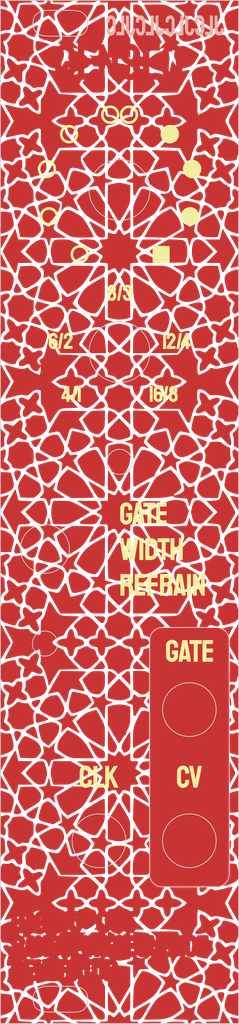
<source format=kicad_pcb>
(kicad_pcb (version 20171130) (host pcbnew "(5.1.9)-1")
  (layers (0 F.Cu signal) (31 B.Cu signal) (34 B.Paste user) (35 F.Paste user) (36 B.SilkS user) (37 F.SilkS user) (38 B.Mask user) (39 F.Mask user) (44 Edge.Cuts user))
  (net 0 "")
  (module LOGO (layer F.Cu) (at 16.002 64.8335)
    (fp_text reference G*** hide)
    (fp_text value LOGO hide)
  )
  (module LOGO (layer F.Cu) (at 16.002 64.8335)
    (fp_text reference G*** hide)
    (fp_text value LOGO hide)
    (fp_poly (pts (xy 10.466848 -64.164262) (xy 10.301231 -64.062498) (xy 10.136533 -64.000108) (xy 9.964904 -63.975047) (xy 9.778839 -63.985225) (xy 9.656722 -64.006673) (xy 9.564925 -64.036345) (xy 9.491467 -64.08078) (xy 9.424368 -64.14652) (xy 9.378474 -64.203792) (xy 9.372391 -64.214501) (xy 9.375059 -64.222925) (xy 9.390778 -64.229335) (xy 9.42385 -64.234006) (xy 9.478574 -64.237211) (xy 9.559252 -64.239223) (xy 9.670184 -64.240315) (xy 9.81567 -64.24076) (xy 9.961548 -64.240833) (xy 10.572614 -64.240833) (xy 10.466848 -64.164262)) (layer F.Cu) (width 0.01))
    (fp_poly (pts (xy 7.213466 -64.239828) (xy 7.434253 -64.23947) (xy 7.638507 -64.238789) (xy 7.822664 -64.237815) (xy 7.983161 -64.236576) (xy 8.116434 -64.2351) (xy 8.218921 -64.233417) (xy 8.287059 -64.231555) (xy 8.317283 -64.229543) (xy 8.3185 -64.22904) (xy 8.313752 -64.203132) (xy 8.30175 -64.151254) (xy 8.294759 -64.122964) (xy 8.271755 -64.057223) (xy 8.241984 -64.025244) (xy 8.225967 -64.019799) (xy 8.195402 -64.017242) (xy 8.128309 -64.01378) (xy 8.030479 -64.009596) (xy 7.907706 -64.00487) (xy 7.76578 -63.999785) (xy 7.610492 -63.99452) (xy 7.447636 -63.989258) (xy 7.283002 -63.984181) (xy 7.122382 -63.979468) (xy 6.971569 -63.975303) (xy 6.836352 -63.971865) (xy 6.722525 -63.969337) (xy 6.635879 -63.9679) (xy 6.582206 -63.967735) (xy 6.57225 -63.968013) (xy 6.518601 -63.972095) (xy 6.440395 -63.979692) (xy 6.359491 -63.988598) (xy 6.206531 -64.016263) (xy 6.039031 -64.062638) (xy 5.876701 -64.121557) (xy 5.757333 -64.176986) (xy 5.640916 -64.238836) (xy 6.979708 -64.239835) (xy 7.213466 -64.239828)) (layer F.Cu) (width 0.01))
    (fp_poly (pts (xy 5.1259 -64.111865) (xy 5.21145 -64.061143) (xy 5.282848 -64.018304) (xy 5.332645 -63.987852) (xy 5.353392 -63.974292) (xy 5.353402 -63.974282) (xy 5.334471 -63.972729) (xy 5.276857 -63.971266) (xy 5.184209 -63.969918) (xy 5.060178 -63.968711) (xy 4.908414 -63.967669) (xy 4.732567 -63.966819) (xy 4.536287 -63.966185) (xy 4.323223 -63.965793) (xy 4.110165 -63.965667) (xy 2.858109 -63.965667) (xy 2.794304 -64.092063) (xy 2.761989 -64.15763) (xy 2.739037 -64.207161) (xy 2.7305 -64.229647) (xy 2.751007 -64.231807) (xy 2.809897 -64.23383) (xy 2.903215 -64.235675) (xy 3.027011 -64.237302) (xy 3.177333 -64.238669) (xy 3.350228 -64.239737) (xy 3.541745 -64.240464) (xy 3.747931 -64.24081) (xy 3.818858 -64.240833) (xy 4.907217 -64.240833) (xy 5.1259 -64.111865)) (layer F.Cu) (width 0.01))
    (fp_poly (pts (xy -3.903793 -64.240343) (xy -2.783417 -64.239852) (xy -2.880896 -64.146822) (xy -2.91756 -64.112206) (xy -2.951728 -64.082702) (xy -2.986976 -64.057877) (xy -3.026875 -64.037299) (xy -3.075 -64.020534) (xy -3.134922 -64.007148) (xy -3.210217 -63.996709) (xy -3.304456 -63.988783) (xy -3.421214 -63.982937) (xy -3.564063 -63.978738) (xy -3.736577 -63.975753) (xy -3.942328 -63.973549) (xy -4.184891 -63.971692) (xy -4.333875 -63.970671) (xy -4.547866 -63.969389) (xy -4.748567 -63.968527) (xy -4.932094 -63.968078) (xy -5.094565 -63.968035) (xy -5.232096 -63.968391) (xy -5.340804 -63.96914) (xy -5.416806 -63.970274) (xy -5.456219 -63.971788) (xy -5.461 -63.972644) (xy -5.443888 -63.986507) (xy -5.397277 -64.017156) (xy -5.328254 -64.060083) (xy -5.243908 -64.110781) (xy -5.242585 -64.111564) (xy -5.024169 -64.240833) (xy -3.903793 -64.240343)) (layer F.Cu) (width 0.01))
    (fp_poly (pts (xy -7.755753 -64.237492) (xy -7.555475 -64.237219) (xy -7.338054 -64.236691) (xy -7.107087 -64.235901) (xy -7.05716 -64.235702) (xy -5.725584 -64.23025) (xy -5.916502 -64.150018) (xy -6.007827 -64.11182) (xy -6.087493 -64.07983) (xy -6.160279 -64.053459) (xy -6.230963 -64.032121) (xy -6.304326 -64.015227) (xy -6.385146 -64.002189) (xy -6.478203 -63.99242) (xy -6.588275 -63.985331) (xy -6.720142 -63.980334) (xy -6.878583 -63.976842) (xy -7.068376 -63.974267) (xy -7.294301 -63.972021) (xy -7.369098 -63.97133) (xy -7.564989 -63.969902) (xy -7.74762 -63.969304) (xy -7.912686 -63.969496) (xy -8.055885 -63.970439) (xy -8.172912 -63.972094) (xy -8.259464 -63.974422) (xy -8.311236 -63.977384) (xy -8.324661 -63.980013) (xy -8.337803 -64.011675) (xy -8.355347 -64.065673) (xy -8.373468 -64.128359) (xy -8.388338 -64.186085) (xy -8.396131 -64.225204) (xy -8.395879 -64.23401) (xy -8.374033 -64.235177) (xy -8.313452 -64.236116) (xy -8.217735 -64.236821) (xy -8.090481 -64.237288) (xy -7.935287 -64.237514) (xy -7.755753 -64.237492)) (layer F.Cu) (width 0.01))
    (fp_poly (pts (xy -9.412679 -64.174405) (xy -9.458202 -64.116043) (xy -9.513881 -64.069085) (xy -9.593534 -64.034536) (xy -9.702872 -64.006907) (xy -9.829592 -63.987734) (xy -9.96139 -63.978553) (xy -10.085963 -63.9809) (xy -10.155408 -63.989023) (xy -10.257375 -64.013715) (xy -10.35656 -64.055444) (xy -10.465224 -64.119964) (xy -10.530349 -64.165008) (xy -10.636115 -64.240833) (xy -9.37444 -64.240833) (xy -9.412679 -64.174405)) (layer F.Cu) (width 0.01))
    (fp_poly (pts (xy 15.007166 -63.589813) (xy 14.864291 -63.553893) (xy 14.783478 -63.534783) (xy 14.673248 -63.510364) (xy 14.544627 -63.482909) (xy 14.40864 -63.454693) (xy 14.276313 -63.427992) (xy 14.158671 -63.40508) (xy 14.06674 -63.388232) (xy 14.038791 -63.383566) (xy 13.982651 -63.376459) (xy 13.956602 -63.382146) (xy 13.949166 -63.405405) (xy 13.948833 -63.421001) (xy 13.958082 -63.455191) (xy 13.983876 -63.520358) (xy 14.023288 -63.609894) (xy 14.07339 -63.717187) (xy 14.131254 -63.835627) (xy 14.141845 -63.856778) (xy 14.334858 -64.240833) (xy 15.007166 -64.240833) (xy 15.007166 -63.589813)) (layer F.Cu) (width 0.01))
    (fp_poly (pts (xy -14.717614 -64.236178) (xy -14.448173 -64.23025) (xy -14.250482 -63.838667) (xy -14.190486 -63.717745) (xy -14.137384 -63.606748) (xy -14.094155 -63.512229) (xy -14.063776 -63.440736) (xy -14.049223 -63.398821) (xy -14.048437 -63.394167) (xy -14.051896 -63.356115) (xy -14.078987 -63.340706) (xy -14.107584 -63.337795) (xy -14.147319 -63.342247) (xy -14.220251 -63.356699) (xy -14.318898 -63.379421) (xy -14.43578 -63.408682) (xy -14.563418 -63.442754) (xy -14.57325 -63.445465) (xy -14.975417 -63.556591) (xy -14.981236 -63.899349) (xy -14.987054 -64.242105) (xy -14.717614 -64.236178)) (layer F.Cu) (width 0.01))
    (fp_poly (pts (xy 2.329829 -64.142094) (xy 2.352835 -64.07607) (xy 2.356982 -64.032863) (xy 2.352831 -64.024032) (xy 2.31972 -64.004492) (xy 2.261705 -63.989391) (xy 2.175126 -63.978369) (xy 2.056324 -63.971068) (xy 1.901641 -63.967131) (xy 1.762125 -63.966172) (xy 1.354666 -63.965667) (xy 1.354666 -63.444819) (xy 1.354315 -63.279746) (xy 1.353098 -63.152663) (xy 1.35077 -63.059229) (xy 1.347087 -62.995104) (xy 1.341804 -62.955949) (xy 1.334677 -62.937424) (xy 1.325917 -62.935003) (xy 1.300852 -62.950151) (xy 1.246899 -62.986323) (xy 1.169491 -63.039757) (xy 1.074056 -63.106691) (xy 0.966026 -63.183363) (xy 0.922368 -63.21458) (xy 0.812376 -63.292479) (xy 0.714033 -63.360396) (xy 0.632444 -63.414946) (xy 0.572715 -63.452745) (xy 0.539949 -63.470411) (xy 0.535459 -63.471015) (xy 0.519094 -63.450445) (xy 0.482506 -63.402316) (xy 0.430597 -63.333137) (xy 0.368271 -63.249421) (xy 0.346583 -63.220161) (xy 0.25145 -63.088424) (xy 0.180106 -62.981323) (xy 0.12837 -62.891721) (xy 0.09206 -62.812477) (xy 0.07039 -62.748583) (xy 0.041061 -62.692907) (xy -0.00305 -62.676659) (xy -0.061411 -62.699802) (xy -0.133488 -62.762298) (xy -0.134263 -62.763108) (xy -0.192512 -62.833265) (xy -0.252929 -62.920328) (xy -0.292067 -62.986682) (xy -0.357756 -63.100638) (xy -0.418332 -63.181669) (xy -0.480826 -63.2374) (xy -0.552268 -63.275461) (xy -0.561664 -63.279161) (xy -0.655786 -63.303654) (xy -0.754012 -63.304357) (xy -0.861898 -63.279716) (xy -0.985 -63.228172) (xy -1.128874 -63.148171) (xy -1.20903 -63.097858) (xy -1.309516 -63.0406) (xy -1.383372 -63.016001) (xy -1.430842 -63.024009) (xy -1.447653 -63.046648) (xy -1.451506 -63.077159) (xy -1.454898 -63.143167) (xy -1.457643 -63.237835) (xy -1.459557 -63.354328) (xy -1.460456 -63.48581) (xy -1.4605 -63.522898) (xy -1.4605 -63.965667) (xy -1.880675 -63.965667) (xy -2.028439 -63.966856) (xy -2.157612 -63.970224) (xy -2.261925 -63.975478) (xy -2.335106 -63.982319) (xy -2.366644 -63.988603) (xy -2.424341 -64.023418) (xy -2.450265 -64.079672) (xy -2.446839 -64.162879) (xy -2.445802 -64.16859) (xy -2.432249 -64.240833) (xy 2.287504 -64.240833) (xy 2.329829 -64.142094)) (layer F.Cu) (width 0.01))
    (fp_poly (pts (xy 13.481363 -63.45317) (xy 13.383005 -63.286659) (xy 13.290823 -63.131213) (xy 13.207126 -62.99068) (xy 13.134222 -62.868907) (xy 13.07442 -62.769745) (xy 13.030027 -62.697039) (xy 13.003352 -62.65464) (xy 12.996763 -62.645297) (xy 12.974553 -62.64091) (xy 12.966213 -62.655086) (xy 12.958287 -62.682302) (xy 12.940737 -62.745187) (xy 12.914988 -62.838544) (xy 12.882467 -62.957177) (xy 12.8446 -63.095889) (xy 12.802814 -63.249483) (xy 12.782215 -63.325375) (xy 12.60856 -63.965667) (xy 10.806806 -63.965667) (xy 10.943166 -64.10325) (xy 11.079527 -64.240833) (xy 13.945754 -64.240833) (xy 13.481363 -63.45317)) (layer F.Cu) (width 0.01))
    (fp_poly (pts (xy -12.607541 -64.238353) (xy -11.186584 -64.235872) (xy -11.061373 -64.10077) (xy -10.936161 -63.965667) (xy -11.347123 -63.964755) (xy -11.506765 -63.963376) (xy -11.681855 -63.960155) (xy -11.856455 -63.955494) (xy -12.014627 -63.949793) (xy -12.098089 -63.945878) (xy -12.264884 -63.934748) (xy -12.403886 -63.918029) (xy -12.518625 -63.891893) (xy -12.612633 -63.852514) (xy -12.689442 -63.796066) (xy -12.752583 -63.718722) (xy -12.805588 -63.616656) (xy -12.851989 -63.486041) (xy -12.895316 -63.323051) (xy -12.939102 -63.12386) (xy -12.96226 -63.009548) (xy -12.988794 -62.878761) (xy -13.013324 -62.762327) (xy -13.034448 -62.666553) (xy -13.05076 -62.597745) (xy -13.060859 -62.56221) (xy -13.062524 -62.558921) (xy -13.075213 -62.574075) (xy -13.106395 -62.622633) (xy -13.153968 -62.701013) (xy -13.215831 -62.805631) (xy -13.289882 -62.932906) (xy -13.374019 -63.079256) (xy -13.466142 -63.241097) (xy -13.552057 -63.393331) (xy -14.028499 -64.240833) (xy -12.607541 -64.238353)) (layer F.Cu) (width 0.01))
    (fp_poly (pts (xy -8.718525 -64.150875) (xy -8.699505 -64.0807) (xy -8.675953 -63.991692) (xy -8.658189 -63.923333) (xy -8.622793 -63.78575) (xy -8.073772 -63.760584) (xy -7.797036 -63.746467) (xy -7.561281 -63.731282) (xy -7.365164 -63.714847) (xy -7.207343 -63.696982) (xy -7.086473 -63.677503) (xy -7.001214 -63.656228) (xy -6.95022 -63.632976) (xy -6.932151 -63.607564) (xy -6.932084 -63.605829) (xy -6.950665 -63.57131) (xy -7.005294 -63.518808) (xy -7.094295 -63.449556) (xy -7.215994 -63.364786) (xy -7.368717 -63.265729) (xy -7.527789 -63.167512) (xy -7.695302 -63.064763) (xy -7.829994 -62.978706) (xy -7.936244 -62.90583) (xy -8.018432 -62.842622) (xy -8.080938 -62.785571) (xy -8.128141 -62.731165) (xy -8.164421 -62.675892) (xy -8.181614 -62.64322) (xy -8.212624 -62.574434) (xy -8.228516 -62.517793) (xy -8.232385 -62.45505) (xy -8.227638 -62.371864) (xy -8.215973 -62.283953) (xy -8.194649 -62.173324) (xy -8.167258 -62.057468) (xy -8.150707 -61.997167) (xy -8.115312 -61.872145) (xy -8.093957 -61.784088) (xy -8.087459 -61.729746) (xy -8.096639 -61.705868) (xy -8.122314 -61.709202) (xy -8.165303 -61.7365) (xy -8.208007 -61.769625) (xy -8.254818 -61.808927) (xy -8.324473 -61.86961) (xy -8.408691 -61.944364) (xy -8.499192 -62.025876) (xy -8.529611 -62.053548) (xy -8.646991 -62.158001) (xy -8.740823 -62.234844) (xy -8.816352 -62.287502) (xy -8.878822 -62.319402) (xy -8.933476 -62.333969) (xy -8.96172 -62.335833) (xy -8.999241 -62.326507) (xy -9.066126 -62.30082) (xy -9.154318 -62.262207) (xy -9.255761 -62.214105) (xy -9.306927 -62.188587) (xy -9.4073 -62.138294) (xy -9.49349 -62.096225) (xy -9.558894 -62.065515) (xy -9.596907 -62.049298) (xy -9.603755 -62.047699) (xy -9.602731 -62.069638) (xy -9.595865 -62.12633) (xy -9.584121 -62.210748) (xy -9.568467 -62.315862) (xy -9.555173 -62.40132) (xy -9.530158 -62.57271) (xy -9.515623 -62.709718) (xy -9.51177 -62.81903) (xy -9.518803 -62.907332) (xy -9.536923 -62.98131) (xy -9.566333 -63.047648) (xy -9.575218 -63.063388) (xy -9.608603 -63.108964) (xy -9.666399 -63.176123) (xy -9.741989 -63.257645) (xy -9.828759 -63.346312) (xy -9.884794 -63.401247) (xy -9.973273 -63.488535) (xy -10.043338 -63.561671) (xy -10.091452 -63.616696) (xy -10.114077 -63.649653) (xy -10.113608 -63.657317) (xy -10.083897 -63.663016) (xy -10.020132 -63.672978) (xy -9.930246 -63.686034) (xy -9.822169 -63.701019) (xy -9.757834 -63.709662) (xy -9.617528 -63.729586) (xy -9.510797 -63.74819) (xy -9.429013 -63.767461) (xy -9.363545 -63.789387) (xy -9.313334 -63.812074) (xy -9.257731 -63.842158) (xy -9.217148 -63.872275) (xy -9.183297 -63.912099) (xy -9.147891 -63.971305) (xy -9.104489 -64.055871) (xy -9.01206 -64.240833) (xy -8.743466 -64.240833) (xy -8.718525 -64.150875)) (layer F.Cu) (width 0.01))
    (fp_poly (pts (xy 2.106083 -63.706882) (xy 2.212117 -63.703003) (xy 2.288695 -63.696549) (xy 2.348695 -63.684803) (xy 2.404994 -63.665047) (xy 2.47047 -63.634565) (xy 2.486396 -63.626644) (xy 2.592257 -63.565397) (xy 2.67543 -63.495057) (xy 2.729813 -63.433003) (xy 2.794884 -63.345991) (xy 2.870979 -63.234774) (xy 2.955504 -63.103982) (xy 3.045868 -62.958249) (xy 3.139477 -62.802207) (xy 3.233738 -62.640487) (xy 3.326058 -62.477722) (xy 3.413844 -62.318543) (xy 3.494504 -62.167584) (xy 3.565444 -62.029475) (xy 3.624072 -61.908849) (xy 3.667795 -61.810338) (xy 3.694019 -61.738575) (xy 3.700336 -61.699215) (xy 3.695157 -61.683953) (xy 3.681836 -61.677869) (xy 3.654801 -61.682854) (xy 3.608484 -61.700802) (xy 3.537314 -61.733604) (xy 3.435721 -61.783153) (xy 3.39725 -61.802174) (xy 3.254378 -61.874308) (xy 3.093742 -61.957752) (xy 2.922426 -62.048625) (xy 2.747512 -62.143045) (xy 2.576084 -62.237128) (xy 2.415225 -62.326993) (xy 2.272018 -62.408759) (xy 2.153545 -62.478542) (xy 2.078336 -62.525052) (xy 1.930414 -62.631588) (xy 1.82195 -62.735826) (xy 1.75398 -62.83668) (xy 1.7357 -62.884784) (xy 1.726018 -62.944338) (xy 1.719679 -63.033814) (xy 1.716583 -63.142393) (xy 1.71663 -63.259262) (xy 1.71972 -63.373604) (xy 1.725754 -63.474603) (xy 1.734632 -63.551443) (xy 1.742153 -63.584115) (xy 1.765965 -63.635962) (xy 1.800428 -63.671949) (xy 1.852501 -63.694423) (xy 1.929145 -63.705733) (xy 2.037319 -63.708227) (xy 2.106083 -63.706882)) (layer F.Cu) (width 0.01))
    (fp_poly (pts (xy 8.974595 -64.103465) (xy 9.034261 -63.964854) (xy 9.108786 -63.864454) (xy 9.188784 -63.805649) (xy 9.234942 -63.789661) (xy 9.311267 -63.771464) (xy 9.405865 -63.753653) (xy 9.477305 -63.742706) (xy 9.577257 -63.727479) (xy 9.667024 -63.711251) (xy 9.734871 -63.69628) (xy 9.763394 -63.687617) (xy 9.814348 -63.653486) (xy 9.834417 -63.603186) (xy 9.823028 -63.534554) (xy 9.779608 -63.445428) (xy 9.703585 -63.333645) (xy 9.652036 -63.267167) (xy 9.568428 -63.160414) (xy 9.50881 -63.075793) (xy 9.469224 -63.003637) (xy 9.445714 -62.934279) (xy 9.434326 -62.858052) (xy 9.431103 -62.765288) (xy 9.43117 -62.727417) (xy 9.432868 -62.60909) (xy 9.436134 -62.480517) (xy 9.440355 -62.364488) (xy 9.441747 -62.334893) (xy 9.441621 -62.20878) (xy 9.425755 -62.119607) (xy 9.393021 -62.064581) (xy 9.342287 -62.040909) (xy 9.322235 -62.0395) (xy 9.280095 -62.053688) (xy 9.22831 -62.088623) (xy 9.180194 -62.132861) (xy 9.149062 -62.174957) (xy 9.144 -62.192695) (xy 9.12554 -62.219425) (xy 9.079087 -62.248856) (xy 9.018029 -62.274765) (xy 8.955755 -62.290931) (xy 8.927268 -62.293421) (xy 8.808452 -62.276783) (xy 8.678824 -62.225898) (xy 8.536437 -62.139649) (xy 8.379343 -62.016921) (xy 8.265583 -61.91438) (xy 8.156702 -61.811836) (xy 8.074736 -61.735209) (xy 8.015941 -61.681229) (xy 7.976572 -61.646623) (xy 7.952883 -61.62812) (xy 7.941132 -61.622447) (xy 7.937571 -61.626333) (xy 7.937511 -61.627746) (xy 7.944466 -61.653801) (xy 7.963606 -61.712023) (xy 7.992354 -61.794902) (xy 8.028133 -61.894929) (xy 8.046103 -61.94425) (xy 8.104417 -62.113532) (xy 8.142996 -62.249889) (xy 8.162917 -62.357262) (xy 8.16511 -62.380069) (xy 8.167072 -62.463826) (xy 8.157366 -62.538691) (xy 8.132676 -62.608585) (xy 8.089684 -62.67743) (xy 8.025076 -62.749145) (xy 7.935533 -62.827651) (xy 7.817739 -62.916869) (xy 7.668379 -63.020719) (xy 7.564342 -63.090286) (xy 7.403312 -63.199522) (xy 7.264335 -63.299072) (xy 7.15023 -63.386658) (xy 7.063817 -63.460003) (xy 7.007914 -63.516827) (xy 6.98534 -63.554854) (xy 6.985 -63.558467) (xy 7.006094 -63.582336) (xy 7.069099 -63.606793) (xy 7.173599 -63.631747) (xy 7.319175 -63.657102) (xy 7.505411 -63.682766) (xy 7.57447 -63.691139) (xy 7.794046 -63.717413) (xy 7.975745 -63.740858) (xy 8.123778 -63.763187) (xy 8.242356 -63.786115) (xy 8.335692 -63.811356) (xy 8.407997 -63.840624) (xy 8.463481 -63.875634) (xy 8.506357 -63.918099) (xy 8.540836 -63.969734) (xy 8.57113 -64.032254) (xy 8.601449 -64.107372) (xy 8.602273 -64.1095) (xy 8.648965 -64.23025) (xy 8.788617 -64.236463) (xy 8.928269 -64.242674) (xy 8.974595 -64.103465)) (layer F.Cu) (width 0.01))
    (fp_poly (pts (xy -2.043152 -63.675688) (xy -2.010928 -63.663152) (xy -1.948753 -63.609542) (xy -1.898475 -63.5215) (xy -1.861849 -63.405691) (xy -1.840628 -63.268782) (xy -1.836565 -63.11744) (xy -1.842903 -63.024308) (xy -1.864719 -62.909454) (xy -1.908001 -62.812192) (xy -1.97892 -62.722595) (xy -2.083647 -62.630738) (xy -2.091243 -62.62486) (xy -2.173013 -62.565984) (xy -2.28269 -62.493043) (xy -2.414995 -62.409066) (xy -2.564654 -62.317087) (xy -2.72639 -62.220136) (xy -2.894927 -62.121245) (xy -3.064989 -62.023447) (xy -3.2313 -61.929773) (xy -3.388582 -61.843255) (xy -3.531562 -61.766925) (xy -3.654961 -61.703814) (xy -3.753504 -61.656954) (xy -3.821914 -61.629377) (xy -3.825875 -61.628111) (xy -3.862588 -61.623778) (xy -3.873452 -61.646656) (xy -3.8735 -61.649748) (xy -3.870614 -61.668041) (xy -3.860711 -61.6959) (xy -3.841925 -61.73675) (xy -3.81239 -61.794017) (xy -3.770242 -61.871126) (xy -3.713613 -61.971504) (xy -3.64064 -62.098576) (xy -3.549454 -62.255768) (xy -3.458502 -62.411741) (xy -3.377623 -62.552211) (xy -3.296973 -62.695862) (xy -3.221424 -62.833758) (xy -3.155846 -62.956958) (xy -3.10511 -63.056525) (xy -3.089431 -63.089074) (xy -3.044619 -63.184464) (xy -3.004247 -63.270203) (xy -2.97293 -63.336505) (xy -2.955958 -63.372177) (xy -2.920534 -63.412336) (xy -2.853435 -63.460523) (xy -2.763411 -63.512206) (xy -2.659214 -63.562849) (xy -2.549595 -63.607918) (xy -2.443305 -63.64288) (xy -2.422987 -63.64832) (xy -2.269484 -63.679511) (xy -2.141438 -63.688685) (xy -2.043152 -63.675688)) (layer F.Cu) (width 0.01))
    (fp_poly (pts (xy -11.011997 -63.703772) (xy -10.913257 -63.69987) (xy -10.833255 -63.692463) (xy -10.767283 -63.681306) (xy -10.710635 -63.666153) (xy -10.658604 -63.646758) (xy -10.630011 -63.634084) (xy -10.560755 -63.590102) (xy -10.474862 -63.517381) (xy -10.378437 -63.422888) (xy -10.277583 -63.31359) (xy -10.178406 -63.196454) (xy -10.087011 -63.078448) (xy -10.009502 -62.966538) (xy -9.951983 -62.867692) (xy -9.943792 -62.850907) (xy -9.912645 -62.778698) (xy -9.89419 -62.715369) (xy -9.885315 -62.644685) (xy -9.882907 -62.550413) (xy -9.88291 -62.533407) (xy -9.888691 -62.395378) (xy -9.904141 -62.255219) (xy -9.927273 -62.12462) (xy -9.956099 -62.01527) (xy -9.981896 -61.951004) (xy -10.041107 -61.865067) (xy -10.135785 -61.765592) (xy -10.262332 -61.655343) (xy -10.417145 -61.537085) (xy -10.596626 -61.413581) (xy -10.797173 -61.287594) (xy -10.996084 -61.172484) (xy -11.074577 -61.129599) (xy -11.173245 -61.076929) (xy -11.28615 -61.017516) (xy -11.407353 -60.954403) (xy -11.530916 -60.890631) (xy -11.650899 -60.829243) (xy -11.761365 -60.773281) (xy -11.856376 -60.725788) (xy -11.929992 -60.689806) (xy -11.976275 -60.668378) (xy -11.989252 -60.663667) (xy -12.007491 -60.679505) (xy -12.030181 -60.711292) (xy -12.06894 -60.775678) (xy -12.121158 -60.865578) (xy -12.184106 -60.976017) (xy -12.255052 -61.102019) (xy -12.331266 -61.23861) (xy -12.410015 -61.380813) (xy -12.48857 -61.523653) (xy -12.564199 -61.662156) (xy -12.634171 -61.791345) (xy -12.695756 -61.906246) (xy -12.746221 -62.001883) (xy -12.782837 -62.073281) (xy -12.802871 -62.115465) (xy -12.805834 -62.124348) (xy -12.801117 -62.158954) (xy -12.787854 -62.227427) (xy -12.767377 -62.324146) (xy -12.741016 -62.443492) (xy -12.710105 -62.579847) (xy -12.675974 -62.727589) (xy -12.639955 -62.881101) (xy -12.60338 -63.034761) (xy -12.567581 -63.182952) (xy -12.533888 -63.320053) (xy -12.503634 -63.440445) (xy -12.478151 -63.538508) (xy -12.458769 -63.608624) (xy -12.446821 -63.645172) (xy -12.444519 -63.649082) (xy -12.419039 -63.652922) (xy -12.356243 -63.657889) (xy -12.261123 -63.663719) (xy -12.138675 -63.670146) (xy -11.993891 -63.676906) (xy -11.831766 -63.683733) (xy -11.688469 -63.689229) (xy -11.46771 -63.696896) (xy -11.284516 -63.702039) (xy -11.134181 -63.704413) (xy -11.011997 -63.703772)) (layer F.Cu) (width 0.01))
    (fp_poly (pts (xy 11.255318 -63.71962) (xy 11.496925 -63.700426) (xy 11.771767 -63.66317) (xy 11.871533 -63.646775) (xy 12.028784 -63.616072) (xy 12.150375 -63.582762) (xy 12.242976 -63.54431) (xy 12.31326 -63.49818) (xy 12.347351 -63.465916) (xy 12.388502 -63.403758) (xy 12.432038 -63.307193) (xy 12.475995 -63.183922) (xy 12.518409 -63.041646) (xy 12.557315 -62.888068) (xy 12.590748 -62.730889) (xy 12.616745 -62.577811) (xy 12.63334 -62.436535) (xy 12.638616 -62.324012) (xy 12.633262 -62.184737) (xy 12.61472 -62.062042) (xy 12.579272 -61.939976) (xy 12.523198 -61.80259) (xy 12.510588 -61.774917) (xy 12.48187 -61.717068) (xy 12.43698 -61.63203) (xy 12.379492 -61.526118) (xy 12.312981 -61.405651) (xy 12.241022 -61.276946) (xy 12.167188 -61.146319) (xy 12.095054 -61.020089) (xy 12.028195 -60.904573) (xy 11.970184 -60.806088) (xy 11.924596 -60.730952) (xy 11.895006 -60.685481) (xy 11.891503 -60.680737) (xy 11.871507 -60.660652) (xy 11.847506 -60.659427) (xy 11.806534 -60.678625) (xy 11.77925 -60.69426) (xy 11.738944 -60.717488) (xy 11.667452 -60.758402) (xy 11.570403 -60.813792) (xy 11.453426 -60.880448) (xy 11.322152 -60.95516) (xy 11.182209 -61.034719) (xy 11.165416 -61.04426) (xy 10.915701 -61.187322) (xy 10.700689 -61.313823) (xy 10.517448 -61.426581) (xy 10.363043 -61.528416) (xy 10.234542 -61.622145) (xy 10.129012 -61.710586) (xy 10.043518 -61.79656) (xy 9.975128 -61.882883) (xy 9.920908 -61.972375) (xy 9.877925 -62.067854) (xy 9.843246 -62.172139) (xy 9.813937 -62.288047) (xy 9.799201 -62.357) (xy 9.770433 -62.530725) (xy 9.762379 -62.674293) (xy 9.775446 -62.794693) (xy 9.810041 -62.898915) (xy 9.833359 -62.943456) (xy 9.881135 -63.011708) (xy 9.953402 -63.098842) (xy 10.042143 -63.19662) (xy 10.13934 -63.296806) (xy 10.236977 -63.391167) (xy 10.327036 -63.471464) (xy 10.401499 -63.529463) (xy 10.408294 -63.534061) (xy 10.542661 -63.609719) (xy 10.690617 -63.665801) (xy 10.856093 -63.70261) (xy 11.043017 -63.720449) (xy 11.255318 -63.71962)) (layer F.Cu) (width 0.01))
    (fp_poly (pts (xy 0.699239 -62.876032) (xy 0.773967 -62.848882) (xy 0.864761 -62.809594) (xy 0.961539 -62.763047) (xy 1.054218 -62.714121) (xy 1.132716 -62.667694) (xy 1.186949 -62.628646) (xy 1.191698 -62.62436) (xy 1.234632 -62.576938) (xy 1.267587 -62.521194) (xy 1.292546 -62.450064) (xy 1.311489 -62.356482) (xy 1.3264 -62.233381) (xy 1.336925 -62.106588) (xy 1.342563 -62.00197) (xy 1.346522 -61.871007) (xy 1.348894 -61.719801) (xy 1.349771 -61.554459) (xy 1.349245 -61.381082) (xy 1.347408 -61.205776) (xy 1.344351 -61.034646) (xy 1.340167 -60.873794) (xy 1.334948 -60.729325) (xy 1.328784 -60.607343) (xy 1.321769 -60.513953) (xy 1.313994 -60.455258) (xy 1.311939 -60.446708) (xy 1.289746 -60.388711) (xy 1.26399 -60.370389) (xy 1.228209 -60.389186) (xy 1.20986 -60.406306) (xy 1.179431 -60.444866) (xy 1.131785 -60.515452) (xy 1.069917 -60.61289) (xy 0.996823 -60.732011) (xy 0.915495 -60.86764) (xy 0.828929 -61.014607) (xy 0.740118 -61.167739) (xy 0.652058 -61.321864) (xy 0.567743 -61.47181) (xy 0.490166 -61.612406) (xy 0.422323 -61.738478) (xy 0.367208 -61.844856) (xy 0.327815 -61.926367) (xy 0.321269 -61.94111) (xy 0.277324 -62.05765) (xy 0.256035 -62.1605) (xy 0.258248 -62.260056) (xy 0.284808 -62.366714) (xy 0.336563 -62.490868) (xy 0.371816 -62.5621) (xy 0.440737 -62.689772) (xy 0.4993 -62.781757) (xy 0.55117 -62.842312) (xy 0.60001 -62.875695) (xy 0.649483 -62.886162) (xy 0.65066 -62.886167) (xy 0.699239 -62.876032)) (layer F.Cu) (width 0.01))
    (fp_poly (pts (xy -14.879832 -63.17387) (xy -14.678695 -63.136664) (xy -14.463192 -63.078422) (xy -14.245717 -63.003662) (xy -14.038666 -62.916903) (xy -13.854431 -62.822666) (xy -13.763716 -62.766897) (xy -13.624461 -62.663615) (xy -13.518682 -62.558215) (xy -13.438283 -62.440599) (xy -13.375166 -62.300667) (xy -13.363369 -62.267557) (xy -13.335361 -62.180308) (xy -13.317748 -62.106122) (xy -13.30836 -62.029823) (xy -13.30503 -61.936231) (xy -13.305081 -61.859583) (xy -13.307712 -61.743756) (xy -13.315356 -61.652738) (xy -13.330798 -61.569066) (xy -13.356826 -61.475275) (xy -13.375998 -61.415083) (xy -13.439575 -61.229872) (xy -13.505127 -61.056412) (xy -13.570095 -60.900512) (xy -13.631924 -60.767981) (xy -13.688057 -60.664628) (xy -13.735937 -60.596262) (xy -13.736821 -60.59526) (xy -13.816718 -60.505228) (xy -14.142068 -60.492708) (xy -14.273371 -60.486883) (xy -14.371877 -60.480089) (xy -14.447121 -60.470933) (xy -14.508638 -60.458019) (xy -14.565962 -60.439952) (xy -14.605 -60.424982) (xy -14.712212 -60.38466) (xy -14.790895 -60.362229) (xy -14.849904 -60.355709) (xy -14.89075 -60.361082) (xy -14.909537 -60.365712) (xy -14.925677 -60.371323) (xy -14.939373 -60.380948) (xy -14.950824 -60.397618) (xy -14.960231 -60.424368) (xy -14.967795 -60.464228) (xy -14.973716 -60.520232) (xy -14.978195 -60.595412) (xy -14.981432 -60.6928) (xy -14.983628 -60.81543) (xy -14.984983 -60.966334) (xy -14.985698 -61.148544) (xy -14.985973 -61.365093) (xy -14.986009 -61.619013) (xy -14.986 -61.801402) (xy -14.986 -63.187954) (xy -14.879832 -63.17387)) (layer F.Cu) (width 0.01))
    (fp_poly (pts (xy 15.007166 -60.438754) (xy 14.948192 -60.382253) (xy 14.88041 -60.332726) (xy 14.8076 -60.314571) (xy 14.72061 -60.327067) (xy 14.63675 -60.357748) (xy 14.531004 -60.403021) (xy 14.449967 -60.435719) (xy 14.383064 -60.457927) (xy 14.319722 -60.471732) (xy 14.249367 -60.479218) (xy 14.161425 -60.482472) (xy 14.045323 -60.48358) (xy 13.997565 -60.483839) (xy 13.858146 -60.485214) (xy 13.754199 -60.489371) (xy 13.67886 -60.499055) (xy 13.625268 -60.517007) (xy 13.58656 -60.545972) (xy 13.555875 -60.588693) (xy 13.52635 -60.647911) (xy 13.513015 -60.677535) (xy 13.485876 -60.748061) (xy 13.451794 -60.851401) (xy 13.413095 -60.979061) (xy 13.372102 -61.122547) (xy 13.331141 -61.273367) (xy 13.292534 -61.423027) (xy 13.258607 -61.563033) (xy 13.231684 -61.684893) (xy 13.218357 -61.754234) (xy 13.199577 -61.889703) (xy 13.196917 -62.005265) (xy 13.212497 -62.113584) (xy 13.248436 -62.22732) (xy 13.306851 -62.359135) (xy 13.326107 -62.398179) (xy 13.40787 -62.542941) (xy 13.495284 -62.655388) (xy 13.598118 -62.745339) (xy 13.726141 -62.822612) (xy 13.77012 -62.844408) (xy 13.832088 -62.870975) (xy 13.926705 -62.907774) (xy 14.046299 -62.95214) (xy 14.183197 -63.001411) (xy 14.329726 -63.052923) (xy 14.478213 -63.104012) (xy 14.620986 -63.152017) (xy 14.750373 -63.194273) (xy 14.8587 -63.228117) (xy 14.938295 -63.250886) (xy 14.948958 -63.253597) (xy 15.007166 -63.267973) (xy 15.007166 -60.438754)) (layer F.Cu) (width 0.01))
    (fp_poly (pts (xy -0.713689 -62.866037) (xy -0.654434 -62.824718) (xy -0.592821 -62.753878) (xy -0.52591 -62.65909) (xy -0.436903 -62.516634) (xy -0.377024 -62.390972) (xy -0.345981 -62.273772) (xy -0.343482 -62.156703) (xy -0.369236 -62.031432) (xy -0.422951 -61.889627) (xy -0.49383 -61.743167) (xy -0.540359 -61.656549) (xy -0.601479 -61.547989) (xy -0.674144 -61.42245) (xy -0.755309 -61.284895) (xy -0.841927 -61.140287) (xy -0.930953 -60.993588) (xy -1.019341 -60.849761) (xy -1.104045 -60.71377) (xy -1.182019 -60.590578) (xy -1.250217 -60.485146) (xy -1.305594 -60.402438) (xy -1.345103 -60.347418) (xy -1.363099 -60.326786) (xy -1.394807 -60.31422) (xy -1.405898 -60.322273) (xy -1.416611 -60.360805) (xy -1.426173 -60.436415) (xy -1.434545 -60.543863) (xy -1.441693 -60.67791) (xy -1.447578 -60.833315) (xy -1.452165 -61.004838) (xy -1.455415 -61.187239) (xy -1.457293 -61.375278) (xy -1.457761 -61.563714) (xy -1.456783 -61.747308) (xy -1.454322 -61.92082) (xy -1.45034 -62.079008) (xy -1.444802 -62.216634) (xy -1.437669 -62.328458) (xy -1.428906 -62.409238) (xy -1.420846 -62.447537) (xy -1.379306 -62.5354) (xy -1.312572 -62.614204) (xy -1.215105 -62.689134) (xy -1.081363 -62.765371) (xy -1.080883 -62.765617) (xy -0.954183 -62.827625) (xy -0.855875 -62.866015) (xy -0.778273 -62.879311) (xy -0.713689 -62.866037)) (layer F.Cu) (width 0.01))
    (fp_poly (pts (xy 12.884196 -61.430791) (xy 12.928202 -61.381685) (xy 12.971084 -61.298046) (xy 13.013339 -61.178407) (xy 13.055461 -61.021297) (xy 13.097946 -60.82525) (xy 13.141291 -60.588795) (xy 13.154253 -60.511476) (xy 13.158526 -60.416966) (xy 13.138903 -60.344271) (xy 13.099911 -60.302626) (xy 13.05237 -60.289035) (xy 12.974118 -60.278942) (xy 12.876673 -60.272854) (xy 12.771551 -60.271279) (xy 12.67027 -60.274727) (xy 12.60475 -60.280786) (xy 12.475226 -60.30246) (xy 12.382766 -60.331672) (xy 12.32228 -60.372048) (xy 12.288678 -60.427213) (xy 12.276872 -60.500792) (xy 12.276666 -60.514495) (xy 12.287792 -60.588995) (xy 12.318633 -60.684396) (xy 12.365382 -60.794384) (xy 12.424235 -60.912643) (xy 12.491384 -61.032859) (xy 12.563025 -61.148718) (xy 12.635351 -61.253903) (xy 12.704557 -61.3421) (xy 12.766837 -61.406995) (xy 12.818384 -61.442273) (xy 12.83857 -61.446833) (xy 12.884196 -61.430791)) (layer F.Cu) (width 0.01))
    (fp_poly (pts (xy -12.917673 -61.434489) (xy -12.863798 -61.400388) (xy -12.801478 -61.335499) (xy -12.736313 -61.25183) (xy -12.614182 -61.080625) (xy -12.508415 -60.922293) (xy -12.42091 -60.780226) (xy -12.353564 -60.657817) (xy -12.308277 -60.558457) (xy -12.286945 -60.485538) (xy -12.287804 -60.450257) (xy -12.326746 -60.390006) (xy -12.399283 -60.332487) (xy -12.496677 -60.280758) (xy -12.610191 -60.237876) (xy -12.731086 -60.206901) (xy -12.850625 -60.19089) (xy -12.960071 -60.192901) (xy -13.002313 -60.200175) (xy -13.103338 -60.232493) (xy -13.181841 -60.275176) (xy -13.228016 -60.322864) (xy -13.22854 -60.323828) (xy -13.246395 -60.389683) (xy -13.247572 -60.490249) (xy -13.231965 -60.626679) (xy -13.199471 -60.800122) (xy -13.176359 -60.903219) (xy -13.130863 -61.087345) (xy -13.089005 -61.231111) (xy -13.04877 -61.336114) (xy -13.008146 -61.403947) (xy -12.965118 -61.436208) (xy -12.917673 -61.434489)) (layer F.Cu) (width 0.01))
    (fp_poly (pts (xy -4.42902 -63.700431) (xy -4.187802 -63.698362) (xy -3.982957 -63.694709) (xy -3.811517 -63.689305) (xy -3.670511 -63.681982) (xy -3.556968 -63.672572) (xy -3.467919 -63.660908) (xy -3.400392 -63.646823) (xy -3.351419 -63.630149) (xy -3.338266 -63.623753) (xy -3.317465 -63.606301) (xy -3.30842 -63.578926) (xy -3.312517 -63.537003) (xy -3.33114 -63.475906) (xy -3.365675 -63.391013) (xy -3.417506 -63.277698) (xy -3.482154 -63.143354) (xy -3.60693 -62.897542) (xy -3.750398 -62.631938) (xy -3.904909 -62.359889) (xy -4.062815 -62.094745) (xy -4.21647 -61.849854) (xy -4.270111 -61.767957) (xy -4.405446 -61.573866) (xy -4.541405 -61.400824) (xy -4.684239 -61.242972) (xy -4.840198 -61.094448) (xy -5.015533 -60.949392) (xy -5.216493 -60.801944) (xy -5.449329 -60.646244) (xy -5.503334 -60.611647) (xy -5.626447 -60.535816) (xy -5.759687 -60.458089) (xy -5.89646 -60.381895) (xy -6.030173 -60.310663) (xy -6.154233 -60.24782) (xy -6.262047 -60.196796) (xy -6.347023 -60.161018) (xy -6.402566 -60.143916) (xy -6.402917 -60.143856) (xy -6.479279 -60.149572) (xy -6.581666 -60.187702) (xy -6.582543 -60.188116) (xy -6.691751 -60.255204) (xy -6.812745 -60.356752) (xy -6.94164 -60.487893) (xy -7.074553 -60.643762) (xy -7.207601 -60.819492) (xy -7.3369 -61.010216) (xy -7.458566 -61.211068) (xy -7.568716 -61.417181) (xy -7.57746 -61.434861) (xy -7.644885 -61.580335) (xy -7.709207 -61.73429) (xy -7.767016 -61.887271) (xy -7.814903 -62.029821) (xy -7.849459 -62.152486) (xy -7.865928 -62.234955) (xy -7.860765 -62.350099) (xy -7.815506 -62.466103) (xy -7.732046 -62.578463) (xy -7.713281 -62.597786) (xy -7.648352 -62.653823) (xy -7.55034 -62.726904) (xy -7.423548 -62.81422) (xy -7.272281 -62.912958) (xy -7.100843 -63.020306) (xy -6.913538 -63.133455) (xy -6.720417 -63.24629) (xy -6.540537 -63.348542) (xy -6.39022 -63.431069) (xy -6.263253 -63.496773) (xy -6.153421 -63.548556) (xy -6.05451 -63.589321) (xy -5.960306 -63.621971) (xy -5.864594 -63.649409) (xy -5.848379 -63.653597) (xy -5.802648 -63.664882) (xy -5.759171 -63.674223) (xy -5.713551 -63.681804) (xy -5.661392 -63.687808) (xy -5.598295 -63.692418) (xy -5.519865 -63.695818) (xy -5.421703 -63.698191) (xy -5.299412 -63.699721) (xy -5.148597 -63.700591) (xy -4.964858 -63.700983) (xy -4.7438 -63.701083) (xy -4.709584 -63.701083) (xy -4.42902 -63.700431)) (layer F.Cu) (width 0.01))
    (fp_poly (pts (xy 4.912246 -63.706108) (xy 5.08046 -63.704613) (xy 5.228189 -63.702259) (xy 5.350197 -63.699011) (xy 5.44125 -63.694834) (xy 5.485035 -63.691194) (xy 5.609904 -63.67404) (xy 5.725748 -63.651507) (xy 5.838514 -63.621171) (xy 5.954149 -63.580609) (xy 6.078601 -63.527399) (xy 6.217817 -63.459117) (xy 6.377743 -63.373341) (xy 6.564328 -63.267646) (xy 6.657881 -63.213344) (xy 6.89553 -63.071771) (xy 7.111097 -62.937555) (xy 7.3022 -62.812395) (xy 7.466459 -62.697989) (xy 7.601496 -62.596036) (xy 7.704928 -62.508236) (xy 7.774377 -62.436288) (xy 7.800925 -62.397382) (xy 7.817459 -62.360291) (xy 7.822356 -62.325608) (xy 7.814754 -62.280208) (xy 7.793793 -62.210966) (xy 7.787414 -62.191568) (xy 7.682627 -61.889773) (xy 7.578523 -61.623594) (xy 7.471341 -61.386548) (xy 7.357321 -61.172152) (xy 7.2327 -60.973922) (xy 7.093719 -60.785376) (xy 6.936616 -60.60003) (xy 6.757631 -60.4114) (xy 6.750641 -60.404375) (xy 6.656089 -60.310839) (xy 6.570307 -60.228519) (xy 6.498159 -60.161878) (xy 6.44451 -60.115382) (xy 6.414223 -60.093493) (xy 6.410637 -60.092381) (xy 6.384949 -60.101931) (xy 6.326974 -60.128771) (xy 6.241825 -60.170363) (xy 6.134615 -60.224167) (xy 6.01046 -60.287646) (xy 5.874473 -60.358259) (xy 5.863166 -60.364177) (xy 5.598147 -60.504997) (xy 5.367208 -60.633308) (xy 5.165616 -60.753509) (xy 4.98864 -60.869997) (xy 4.831549 -60.98717) (xy 4.68961 -61.109426) (xy 4.558092 -61.241163) (xy 4.432264 -61.386777) (xy 4.307393 -61.550668) (xy 4.178748 -61.737232) (xy 4.041597 -61.950868) (xy 3.891209 -62.195974) (xy 3.889833 -62.19825) (xy 3.764959 -62.406829) (xy 3.645777 -62.609738) (xy 3.534111 -62.803611) (xy 3.431786 -62.985081) (xy 3.340626 -63.150783) (xy 3.262456 -63.29735) (xy 3.1991 -63.421416) (xy 3.152383 -63.519615) (xy 3.12413 -63.58858) (xy 3.116165 -63.624944) (xy 3.116257 -63.62549) (xy 3.140123 -63.651296) (xy 3.193113 -63.672633) (xy 3.206977 -63.67592) (xy 3.255041 -63.681553) (xy 3.3402 -63.686715) (xy 3.457222 -63.691368) (xy 3.60087 -63.695479) (xy 3.765911 -63.699012) (xy 3.947109 -63.701932) (xy 4.139229 -63.704204) (xy 4.337038 -63.705792) (xy 4.5353 -63.706662) (xy 4.728781 -63.706779) (xy 4.912246 -63.706108)) (layer F.Cu) (width 0.01))
    (fp_poly (pts (xy -10.297339 -61.096697) (xy -10.283571 -61.07655) (xy -10.27873 -61.033431) (xy -10.279059 -60.970583) (xy -10.286193 -60.900416) (xy -10.304099 -60.802141) (xy -10.330902 -60.682119) (xy -10.364726 -60.546712) (xy -10.403697 -60.402281) (xy -10.445939 -60.255187) (xy -10.489577 -60.111792) (xy -10.532737 -59.978455) (xy -10.573543 -59.861539) (xy -10.610121 -59.767405) (xy -10.640594 -59.702414) (xy -10.661212 -59.674125) (xy -10.722929 -59.652242) (xy -10.816251 -59.654748) (xy -10.937799 -59.680357) (xy -11.08188 -59.725187) (xy -11.225022 -59.780609) (xy -11.360296 -59.842926) (xy -11.480772 -59.908442) (xy -11.579521 -59.973461) (xy -11.649613 -60.034286) (xy -11.679778 -60.076113) (xy -11.690893 -60.147831) (xy -11.663817 -60.232091) (xy -11.600143 -60.326968) (xy -11.501465 -60.430533) (xy -11.369375 -60.540861) (xy -11.205465 -60.656022) (xy -11.194742 -60.662987) (xy -11.095015 -60.72476) (xy -10.981029 -60.790915) (xy -10.859191 -60.858205) (xy -10.735911 -60.923386) (xy -10.617598 -60.98321) (xy -10.51066 -61.034432) (xy -10.421506 -61.073805) (xy -10.356545 -61.098084) (xy -10.32349 -61.104275) (xy -10.297339 -61.096697)) (layer F.Cu) (width 0.01))
    (fp_poly (pts (xy 10.167858 -61.161915) (xy 10.222426 -61.134702) (xy 10.30269 -61.093089) (xy 10.402987 -61.04014) (xy 10.517651 -60.978918) (xy 10.64102 -60.912484) (xy 10.767428 -60.843903) (xy 10.891211 -60.776235) (xy 11.006706 -60.712545) (xy 11.108247 -60.655895) (xy 11.190171 -60.609347) (xy 11.246813 -60.575965) (xy 11.250083 -60.573954) (xy 11.381897 -60.489368) (xy 11.490549 -60.413167) (xy 11.572452 -60.348193) (xy 11.624019 -60.297288) (xy 11.641666 -60.263636) (xy 11.630542 -60.218915) (xy 11.594633 -60.167342) (xy 11.53013 -60.104778) (xy 11.433227 -60.027084) (xy 11.403776 -60.005022) (xy 11.321547 -59.948911) (xy 11.218699 -59.885942) (xy 11.10436 -59.820951) (xy 10.987654 -59.758776) (xy 10.877709 -59.704253) (xy 10.78365 -59.662219) (xy 10.714605 -59.637512) (xy 10.70656 -59.635505) (xy 10.668578 -59.632752) (xy 10.636477 -59.649835) (xy 10.598198 -59.694248) (xy 10.586555 -59.710077) (xy 10.543327 -59.780809) (xy 10.498393 -59.877104) (xy 10.450635 -60.002141) (xy 10.39894 -60.159101) (xy 10.342192 -60.351162) (xy 10.279276 -60.581504) (xy 10.274496 -60.599583) (xy 10.229054 -60.772809) (xy 10.19399 -60.909088) (xy 10.168428 -61.012286) (xy 10.151492 -61.086264) (xy 10.142303 -61.134888) (xy 10.139985 -61.162019) (xy 10.143661 -61.171523) (xy 10.144651 -61.171667) (xy 10.167858 -61.161915)) (layer F.Cu) (width 0.01))
    (fp_poly (pts (xy 8.918448 -61.879114) (xy 9.00727 -61.851454) (xy 9.119788 -61.801879) (xy 9.179728 -61.772367) (xy 9.310968 -61.701065) (xy 9.418821 -61.628303) (xy 9.508149 -61.547685) (xy 9.583813 -61.452811) (xy 9.650674 -61.337284) (xy 9.713593 -61.194707) (xy 9.77743 -61.01868) (xy 9.796961 -60.96) (xy 9.823695 -60.87581) (xy 9.857159 -60.766278) (xy 9.895711 -60.637165) (xy 9.937714 -60.494233) (xy 9.981526 -60.34324) (xy 10.025509 -60.189947) (xy 10.068023 -60.040115) (xy 10.107428 -59.899505) (xy 10.142084 -59.773876) (xy 10.170352 -59.668989) (xy 10.190593 -59.590605) (xy 10.201166 -59.544484) (xy 10.202333 -59.535843) (xy 10.182781 -59.524233) (xy 10.127644 -59.503121) (xy 10.042199 -59.474064) (xy 9.931723 -59.438622) (xy 9.801493 -59.398354) (xy 9.656787 -59.354818) (xy 9.502882 -59.309572) (xy 9.345055 -59.264177) (xy 9.188584 -59.220191) (xy 9.038745 -59.179172) (xy 8.900816 -59.142679) (xy 8.780075 -59.112271) (xy 8.720666 -59.09819) (xy 8.545459 -59.064552) (xy 8.384268 -59.04649) (xy 8.245055 -59.044494) (xy 8.135782 -59.059057) (xy 8.126504 -59.061529) (xy 7.996629 -59.112662) (xy 7.858741 -59.196036) (xy 7.718602 -59.305361) (xy 7.60695 -59.410948) (xy 7.531481 -59.510664) (xy 7.488744 -59.613518) (xy 7.475291 -59.728519) (xy 7.487672 -59.864678) (xy 7.492882 -59.894901) (xy 7.538283 -60.07968) (xy 7.608113 -60.280495) (xy 7.698743 -60.49156) (xy 7.80654 -60.707086) (xy 7.927872 -60.921289) (xy 8.059107 -61.128379) (xy 8.196614 -61.322571) (xy 8.336761 -61.498077) (xy 8.475915 -61.64911) (xy 8.610445 -61.769883) (xy 8.715186 -61.842526) (xy 8.780303 -61.873458) (xy 8.845424 -61.886051) (xy 8.918448 -61.879114)) (layer F.Cu) (width 0.01))
    (fp_poly (pts (xy -8.923599 -61.88592) (xy -8.871052 -61.867718) (xy -8.812058 -61.833029) (xy -8.741649 -61.77828) (xy -8.654858 -61.699897) (xy -8.546718 -61.594307) (xy -8.508289 -61.555699) (xy -8.298891 -61.331771) (xy -8.123356 -61.115407) (xy -7.97614 -60.898701) (xy -7.851702 -60.673745) (xy -7.778202 -60.51422) (xy -7.753596 -60.452019) (xy -7.721669 -60.36436) (xy -7.684537 -60.257797) (xy -7.644318 -60.138883) (xy -7.60313 -60.014171) (xy -7.563088 -59.890215) (xy -7.526311 -59.773567) (xy -7.494915 -59.67078) (xy -7.471018 -59.588409) (xy -7.456736 -59.533006) (xy -7.454149 -59.511155) (xy -7.482051 -59.491741) (xy -7.538986 -59.455352) (xy -7.618723 -59.405738) (xy -7.71503 -59.346651) (xy -7.821678 -59.281841) (xy -7.932436 -59.215058) (xy -8.041072 -59.150053) (xy -8.141356 -59.090577) (xy -8.227058 -59.040381) (xy -8.291946 -59.003215) (xy -8.32979 -58.982829) (xy -8.3363 -58.980136) (xy -8.364769 -58.984069) (xy -8.42871 -58.998248) (xy -8.522875 -59.021339) (xy -8.642017 -59.052004) (xy -8.78089 -59.08891) (xy -8.934247 -59.130719) (xy -9.006417 -59.15073) (xy -9.227092 -59.212794) (xy -9.410975 -59.265911) (xy -9.562306 -59.311558) (xy -9.685323 -59.35121) (xy -9.784265 -59.38634) (xy -9.863372 -59.418425) (xy -9.926883 -59.448938) (xy -9.979036 -59.479356) (xy -10.008189 -59.499293) (xy -10.077773 -59.565316) (xy -10.125272 -59.648826) (xy -10.150986 -59.75342) (xy -10.155213 -59.882692) (xy -10.138255 -60.040239) (xy -10.100409 -60.229656) (xy -10.076966 -60.325) (xy -10.002273 -60.602637) (xy -9.930985 -60.840955) (xy -9.862027 -61.04273) (xy -9.794324 -61.210739) (xy -9.726799 -61.347759) (xy -9.658379 -61.456565) (xy -9.619594 -61.505833) (xy -9.544923 -61.57991) (xy -9.449078 -61.656549) (xy -9.341016 -61.730397) (xy -9.229695 -61.796102) (xy -9.124074 -61.848311) (xy -9.033111 -61.88167) (xy -8.974667 -61.891209) (xy -8.923599 -61.88592)) (layer F.Cu) (width 0.01))
    (fp_poly (pts (xy -10.219657 -59.111857) (xy -10.214466 -59.111424) (xy -10.096233 -59.09544) (xy -9.948104 -59.066101) (xy -9.77943 -59.025917) (xy -9.599563 -58.977401) (xy -9.417854 -58.923067) (xy -9.243654 -58.865427) (xy -9.096517 -58.811031) (xy -8.991875 -58.769535) (xy -8.902001 -58.733326) (xy -8.833894 -58.70527) (xy -8.794553 -58.688232) (xy -8.787775 -58.684664) (xy -8.801511 -58.672318) (xy -8.845021 -58.646363) (xy -8.90998 -58.611644) (xy -8.935456 -58.598712) (xy -9.056551 -58.535582) (xy -9.202186 -58.455804) (xy -9.361329 -58.365686) (xy -9.522952 -58.271533) (xy -9.676023 -58.179654) (xy -9.768417 -58.122436) (xy -9.921051 -58.029764) (xy -10.052888 -57.956562) (xy -10.160457 -57.904556) (xy -10.240288 -57.875471) (xy -10.276776 -57.869667) (xy -10.329091 -57.884326) (xy -10.381382 -57.919846) (xy -10.383807 -57.922216) (xy -10.451914 -58.015715) (xy -10.505705 -58.14061) (xy -10.543914 -58.288024) (xy -10.565278 -58.449081) (xy -10.56853 -58.614905) (xy -10.552406 -58.776619) (xy -10.52338 -58.901431) (xy -10.487832 -59.002107) (xy -10.448966 -59.06718) (xy -10.397501 -59.102957) (xy -10.324158 -59.115747) (xy -10.219657 -59.111857)) (layer F.Cu) (width 0.01))
    (fp_poly (pts (xy 10.274657 -59.092278) (xy 10.311799 -59.074908) (xy 10.34011 -59.041389) (xy 10.362022 -58.987441) (xy 10.379969 -58.908788) (xy 10.396382 -58.801152) (xy 10.413694 -58.660255) (xy 10.434338 -58.48182) (xy 10.434958 -58.476502) (xy 10.441408 -58.374706) (xy 10.440331 -58.26417) (xy 10.434887 -58.195502) (xy 10.418936 -58.112558) (xy 10.393267 -58.026431) (xy 10.362221 -57.947887) (xy 10.330143 -57.887692) (xy 10.301375 -57.856612) (xy 10.297583 -57.855118) (xy 10.272475 -57.862478) (xy 10.216937 -57.886618) (xy 10.137847 -57.924304) (xy 10.042078 -57.972304) (xy 9.980083 -58.004391) (xy 9.883269 -58.055597) (xy 9.767572 -58.117634) (xy 9.638091 -58.187689) (xy 9.499923 -58.262946) (xy 9.358165 -58.340591) (xy 9.217916 -58.417811) (xy 9.084273 -58.491791) (xy 8.962334 -58.559717) (xy 8.857196 -58.618775) (xy 8.773957 -58.666151) (xy 8.717714 -58.69903) (xy 8.693566 -58.714598) (xy 8.693517 -58.714644) (xy 8.707081 -58.725568) (xy 8.755613 -58.745952) (xy 8.833282 -58.773958) (xy 8.934258 -58.807749) (xy 9.052709 -58.845488) (xy 9.182805 -58.885338) (xy 9.318716 -58.925461) (xy 9.454611 -58.964021) (xy 9.584659 -58.999179) (xy 9.649471 -59.015869) (xy 9.770302 -59.043034) (xy 9.899825 -59.066773) (xy 10.019615 -59.083946) (xy 10.085916 -59.090258) (xy 10.164148 -59.095675) (xy 10.226251 -59.097774) (xy 10.274657 -59.092278)) (layer F.Cu) (width 0.01))
    (fp_poly (pts (xy 14.205834 -60.113833) (xy 14.400067 -60.076005) (xy 14.578502 -60.026401) (xy 14.680471 -59.99699) (xy 14.781259 -59.971804) (xy 14.865287 -59.954586) (xy 14.896041 -59.950146) (xy 15.007166 -59.938078) (xy 15.007166 -58.024228) (xy 14.800791 -57.824029) (xy 14.683429 -57.71455) (xy 14.573965 -57.620783) (xy 14.477147 -57.546296) (xy 14.397721 -57.494656) (xy 14.340434 -57.469429) (xy 14.32636 -57.4675) (xy 14.289265 -57.48305) (xy 14.248777 -57.520661) (xy 14.247259 -57.522564) (xy 14.214304 -57.5768) (xy 14.193569 -57.644499) (xy 14.1839 -57.733595) (xy 14.184146 -57.852021) (xy 14.187989 -57.930851) (xy 14.208372 -58.120818) (xy 14.248186 -58.305182) (xy 14.310677 -58.495632) (xy 14.399088 -58.703855) (xy 14.407647 -58.722206) (xy 14.463095 -58.845629) (xy 14.497768 -58.935836) (xy 14.512735 -58.995876) (xy 14.512162 -59.021173) (xy 14.485088 -59.062526) (xy 14.424122 -59.116083) (xy 14.356555 -59.163205) (xy 14.284687 -59.215101) (xy 14.195096 -59.28795) (xy 14.099253 -59.372045) (xy 14.009418 -59.456904) (xy 13.87173 -59.60022) (xy 13.770269 -59.723385) (xy 13.704811 -59.827772) (xy 13.675133 -59.914757) (xy 13.681009 -59.985714) (xy 13.722215 -60.042019) (xy 13.798528 -60.085045) (xy 13.902114 -60.11462) (xy 14.038766 -60.126846) (xy 14.205834 -60.113833)) (layer F.Cu) (width 0.01))
    (fp_poly (pts (xy -14.040936 -60.130002) (xy -14.00175 -60.128266) (xy -13.868274 -60.12202) (xy -13.773697 -60.114739) (xy -13.714756 -60.101613) (xy -13.688185 -60.077831) (xy -13.690719 -60.038584) (xy -13.719094 -59.97906) (xy -13.770045 -59.89445) (xy -13.804854 -59.838167) (xy -13.931393 -59.641704) (xy -14.047236 -59.48215) (xy -14.155404 -59.356365) (xy -14.258914 -59.261209) (xy -14.360786 -59.193539) (xy -14.464039 -59.150216) (xy -14.466895 -59.149348) (xy -14.550441 -59.120976) (xy -14.607348 -59.090448) (xy -14.638499 -59.051921) (xy -14.644777 -58.999554) (xy -14.627064 -58.927504) (xy -14.586245 -58.829931) (xy -14.532019 -58.71853) (xy -14.444704 -58.52558) (xy -14.380333 -58.336257) (xy -14.334192 -58.134533) (xy -14.307346 -57.954333) (xy -14.293909 -57.800406) (xy -14.293424 -57.671399) (xy -14.30534 -57.570987) (xy -14.329108 -57.502848) (xy -14.364178 -57.470659) (xy -14.380051 -57.468603) (xy -14.412164 -57.476397) (xy -14.46856 -57.495173) (xy -14.509766 -57.510447) (xy -14.576578 -57.539794) (xy -14.664554 -57.583353) (xy -14.758583 -57.633516) (xy -14.795516 -57.654305) (xy -14.975417 -57.757422) (xy -14.980278 -58.84542) (xy -14.985138 -59.933417) (xy -14.736861 -60.013778) (xy -14.586722 -60.060898) (xy -14.465031 -60.094615) (xy -14.360697 -60.116657) (xy -14.26263 -60.128751) (xy -14.159739 -60.132623) (xy -14.040936 -60.130002)) (layer F.Cu) (width 0.01))
    (fp_poly (pts (xy -12.307155 -59.958515) (xy -12.172431 -59.950751) (xy -12.062569 -59.938273) (xy -11.985213 -59.920943) (xy -11.972037 -59.915918) (xy -11.918376 -59.883823) (xy -11.849171 -59.830422) (xy -11.777245 -59.765831) (xy -11.759266 -59.748033) (xy -11.609703 -59.615975) (xy -11.445172 -59.510847) (xy -11.253721 -59.42524) (xy -11.217266 -59.411964) (xy -11.077959 -59.360983) (xy -10.974168 -59.316224) (xy -10.900943 -59.27147) (xy -10.853337 -59.220503) (xy -10.826399 -59.157107) (xy -10.815182 -59.075063) (xy -10.814736 -58.968155) (xy -10.816789 -58.908835) (xy -10.820326 -58.796823) (xy -10.823307 -58.657803) (xy -10.825478 -58.507097) (xy -10.826583 -58.360029) (xy -10.826671 -58.314167) (xy -10.826255 -58.182285) (xy -10.824378 -58.084832) (xy -10.820197 -58.013905) (xy -10.81287 -57.961604) (xy -10.801553 -57.920029) (xy -10.785405 -57.881277) (xy -10.779125 -57.868276) (xy -10.749238 -57.802493) (xy -10.733213 -57.746913) (xy -10.733749 -57.695512) (xy -10.753542 -57.642272) (xy -10.795291 -57.581169) (xy -10.861692 -57.506184) (xy -10.955443 -57.411296) (xy -11.006074 -57.361667) (xy -11.125704 -57.240844) (xy -11.215918 -57.138901) (xy -11.281066 -57.049187) (xy -11.325502 -56.965052) (xy -11.353576 -56.879846) (xy -11.366574 -56.810812) (xy -11.382177 -56.719798) (xy -11.40368 -56.663047) (xy -11.439965 -56.633601) (xy -11.499912 -56.624505) (xy -11.592404 -56.628804) (xy -11.598372 -56.629272) (xy -11.68729 -56.635662) (xy -11.801823 -56.642986) (xy -11.925299 -56.650214) (xy -12.012084 -56.654867) (xy -12.122587 -56.659839) (xy -12.20291 -56.66066) (xy -12.265112 -56.656036) (xy -12.32125 -56.644674) (xy -12.383381 -56.625281) (xy -12.424834 -56.610594) (xy -12.55107 -56.568792) (xy -12.646914 -56.546689) (xy -12.71918 -56.543791) (xy -12.774682 -56.559607) (xy -12.808706 -56.582838) (xy -12.850342 -56.625623) (xy -12.903449 -56.688886) (xy -12.95062 -56.750921) (xy -13.075245 -56.895363) (xy -13.228503 -57.020654) (xy -13.414535 -57.12966) (xy -13.633465 -57.223759) (xy -13.763876 -57.274583) (xy -13.858737 -57.320269) (xy -13.923063 -57.367786) (xy -13.96187 -57.424101) (xy -13.980173 -57.496183) (xy -13.982988 -57.590998) (xy -13.976518 -57.700333) (xy -13.963226 -57.920248) (xy -13.960677 -58.106091) (xy -13.969626 -58.264928) (xy -13.990825 -58.403826) (xy -14.025028 -58.52985) (xy -14.072987 -58.650068) (xy -14.079176 -58.663328) (xy -14.12417 -58.780375) (xy -14.137891 -58.874137) (xy -14.120094 -58.9425) (xy -14.112875 -58.952759) (xy -14.080963 -58.9826) (xy -14.027333 -59.024059) (xy -13.986551 -59.052606) (xy -13.89161 -59.134656) (xy -13.792948 -59.254587) (xy -13.693464 -59.408467) (xy -13.610429 -59.563) (xy -13.547381 -59.681924) (xy -13.490788 -59.767574) (xy -13.434122 -59.826967) (xy -13.370852 -59.867123) (xy -13.304105 -59.892247) (xy -13.20943 -59.913686) (xy -13.086097 -59.93136) (xy -12.941751 -59.945134) (xy -12.784038 -59.954873) (xy -12.620604 -59.96044) (xy -12.459094 -59.961699) (xy -12.307155 -59.958515)) (layer F.Cu) (width 0.01))
    (fp_poly (pts (xy 12.21569 -60.054411) (xy 12.314146 -60.018402) (xy 12.437095 -59.977712) (xy 12.585216 -59.942818) (xy 12.741431 -59.916886) (xy 12.88866 -59.903084) (xy 12.943528 -59.901667) (xy 13.065783 -59.891755) (xy 13.178392 -59.864465) (xy 13.268449 -59.823466) (xy 13.299242 -59.800568) (xy 13.328156 -59.764315) (xy 13.367221 -59.70224) (xy 13.408643 -59.62686) (xy 13.414208 -59.615917) (xy 13.476669 -59.49817) (xy 13.538913 -59.397064) (xy 13.6091 -59.301447) (xy 13.69539 -59.200169) (xy 13.801447 -59.08675) (xy 13.908005 -58.972251) (xy 13.983922 -58.880103) (xy 14.030875 -58.805315) (xy 14.050544 -58.742899) (xy 14.044607 -58.687863) (xy 14.014742 -58.635218) (xy 13.969684 -58.586604) (xy 13.916719 -58.52957) (xy 13.875136 -58.473032) (xy 13.861366 -58.447006) (xy 13.84929 -58.39096) (xy 13.842267 -58.303419) (xy 13.840274 -58.194916) (xy 13.843285 -58.075982) (xy 13.851278 -57.95715) (xy 13.862698 -57.859083) (xy 13.882265 -57.705567) (xy 13.887757 -57.585575) (xy 13.875612 -57.491626) (xy 13.842268 -57.416235) (xy 13.784161 -57.35192) (xy 13.697728 -57.291199) (xy 13.579406 -57.226587) (xy 13.555872 -57.214682) (xy 13.402624 -57.134101) (xy 13.277707 -57.058697) (xy 13.169436 -56.979831) (xy 13.066128 -56.888864) (xy 12.956097 -56.777158) (xy 12.938299 -56.758088) (xy 12.839536 -56.655412) (xy 12.75832 -56.583321) (xy 12.686142 -56.539035) (xy 12.614493 -56.519776) (xy 12.534864 -56.522764) (xy 12.438746 -56.545219) (xy 12.361333 -56.569622) (xy 12.131766 -56.634443) (xy 11.909721 -56.671516) (xy 11.674075 -56.684262) (xy 11.653242 -56.684333) (xy 11.527443 -56.686801) (xy 11.43637 -56.696842) (xy 11.372569 -56.718419) (xy 11.328587 -56.755491) (xy 11.29697 -56.81202) (xy 11.271672 -56.887096) (xy 11.237125 -56.984895) (xy 11.19 -57.076852) (xy 11.125122 -57.170212) (xy 11.037317 -57.272218) (xy 10.921412 -57.390115) (xy 10.892345 -57.418216) (xy 10.791922 -57.516374) (xy 10.720494 -57.593772) (xy 10.675674 -57.658063) (xy 10.655077 -57.716903) (xy 10.656318 -57.777946) (xy 10.677011 -57.848847) (xy 10.71477 -57.937261) (xy 10.724195 -57.957796) (xy 10.758597 -58.033841) (xy 10.781573 -58.092846) (xy 10.795378 -58.146915) (xy 10.802267 -58.208152) (xy 10.804493 -58.288661) (xy 10.804372 -58.38825) (xy 10.802818 -58.502398) (xy 10.797732 -58.58965) (xy 10.786582 -58.665408) (xy 10.766835 -58.745077) (xy 10.735959 -58.84406) (xy 10.722967 -58.883376) (xy 10.688044 -58.992076) (xy 10.666863 -59.068882) (xy 10.65791 -59.121391) (xy 10.659674 -59.1572) (xy 10.665168 -59.173655) (xy 10.706913 -59.221557) (xy 10.788703 -59.272292) (xy 10.908431 -59.324797) (xy 11.063988 -59.37801) (xy 11.080901 -59.383169) (xy 11.240826 -59.436062) (xy 11.3777 -59.493229) (xy 11.499835 -59.560284) (xy 11.615541 -59.642839) (xy 11.733128 -59.746508) (xy 11.860908 -59.876904) (xy 11.939406 -59.963012) (xy 12.004411 -60.02701) (xy 12.065314 -60.06257) (xy 12.132334 -60.0712) (xy 12.21569 -60.054411)) (layer F.Cu) (width 0.01))
    (fp_poly (pts (xy 10.608782 -57.171914) (xy 10.692241 -57.11249) (xy 10.776704 -57.016815) (xy 10.859193 -56.887642) (xy 10.8595 -56.887089) (xy 10.913819 -56.776168) (xy 10.939301 -56.688585) (xy 10.937255 -56.617956) (xy 10.922546 -56.579522) (xy 10.87597 -56.529825) (xy 10.788719 -56.477288) (xy 10.662313 -56.422496) (xy 10.498272 -56.366033) (xy 10.298117 -56.308485) (xy 10.073852 -56.252866) (xy 9.938099 -56.221611) (xy 9.838284 -56.199444) (xy 9.769216 -56.185434) (xy 9.725702 -56.178647) (xy 9.70255 -56.178153) (xy 9.694569 -56.183021) (xy 9.694333 -56.184772) (xy 9.704677 -56.206062) (xy 9.732878 -56.256334) (xy 9.774689 -56.328466) (xy 9.825862 -56.415335) (xy 9.882151 -56.50982) (xy 9.939307 -56.604797) (xy 9.993085 -56.693145) (xy 10.039235 -56.767742) (xy 10.073513 -56.821465) (xy 10.07842 -56.828855) (xy 10.141625 -56.914077) (xy 10.215755 -57.000399) (xy 10.291452 -57.078028) (xy 10.359355 -57.137172) (xy 10.397073 -57.162244) (xy 10.459486 -57.183493) (xy 10.529291 -57.192333) (xy 10.529304 -57.192333) (xy 10.608782 -57.171914)) (layer F.Cu) (width 0.01))
    (fp_poly (pts (xy -10.452196 -57.34995) (xy -10.414471 -57.312754) (xy -10.368184 -57.246588) (xy -10.311074 -57.148164) (xy -10.240881 -57.01419) (xy -10.229302 -56.99126) (xy -10.143667 -56.826088) (xy -10.065921 -56.689042) (xy -9.988646 -56.568779) (xy -9.904426 -56.453956) (xy -9.805843 -56.333229) (xy -9.776788 -56.299295) (xy -9.70658 -56.216641) (xy -9.661618 -56.159599) (xy -9.638517 -56.122594) (xy -9.633896 -56.100053) (xy -9.644371 -56.086402) (xy -9.646709 -56.084963) (xy -9.670637 -56.087748) (xy -9.729812 -56.100347) (xy -9.818647 -56.121401) (xy -9.931558 -56.149552) (xy -10.062959 -56.183441) (xy -10.19175 -56.217547) (xy -10.39081 -56.271062) (xy -10.55317 -56.315289) (xy -10.683088 -56.351647) (xy -10.784821 -56.381557) (xy -10.862627 -56.406438) (xy -10.920762 -56.427709) (xy -10.963484 -56.446792) (xy -10.995051 -56.465105) (xy -11.019718 -56.484068) (xy -11.035682 -56.499005) (xy -11.074333 -56.54347) (xy -11.087921 -56.585276) (xy -11.083208 -56.645816) (xy -11.082843 -56.64822) (xy -11.046794 -56.775675) (xy -10.980258 -56.911396) (xy -10.89071 -57.044922) (xy -10.785628 -57.16579) (xy -10.672488 -57.263539) (xy -10.617704 -57.299066) (xy -10.55499 -57.332719) (xy -10.505018 -57.355388) (xy -10.483617 -57.361468) (xy -10.452196 -57.34995)) (layer F.Cu) (width 0.01))
    (fp_poly (pts (xy 15.007166 -56.006101) (xy 15.007012 -55.76542) (xy 15.006568 -55.537609) (xy 15.00586 -55.326131) (xy 15.004913 -55.134451) (xy 15.003753 -54.96603) (xy 15.002407 -54.824332) (xy 15.0009 -54.712821) (xy 14.999257 -54.634959) (xy 14.997505 -54.59421) (xy 14.996583 -54.588833) (xy 14.975496 -54.602127) (xy 14.945121 -54.629712) (xy 14.921215 -54.663274) (xy 14.884049 -54.72692) (xy 14.8382 -54.81234) (xy 14.788243 -54.911223) (xy 14.774036 -54.94041) (xy 14.719666 -55.051134) (xy 14.674863 -55.134565) (xy 14.631622 -55.201921) (xy 14.581936 -55.264424) (xy 14.517801 -55.333294) (xy 14.433914 -55.417085) (xy 14.339276 -55.512487) (xy 14.273524 -55.587826) (xy 14.234295 -55.651605) (xy 14.219231 -55.712324) (xy 14.225969 -55.778482) (xy 14.25215 -55.858582) (xy 14.287719 -55.9435) (xy 14.336871 -56.078706) (xy 14.374835 -56.235162) (xy 14.402677 -56.418904) (xy 14.421464 -56.635965) (xy 14.426452 -56.728479) (xy 14.435942 -56.884521) (xy 14.449424 -57.004397) (xy 14.468946 -57.094228) (xy 14.496555 -57.160137) (xy 14.534299 -57.208246) (xy 14.584225 -57.244677) (xy 14.602373 -57.254494) (xy 14.660181 -57.28109) (xy 14.704821 -57.296576) (xy 14.715281 -57.298184) (xy 14.747199 -57.306781) (xy 14.804602 -57.329303) (xy 14.874875 -57.360785) (xy 15.007166 -57.423369) (xy 15.007166 -56.006101)) (layer F.Cu) (width 0.01))
    (fp_poly (pts (xy -14.859917 -57.319796) (xy -14.778807 -57.274126) (xy -14.700289 -57.222276) (xy -14.655303 -57.1872) (xy -14.604639 -57.137991) (xy -14.565388 -57.086064) (xy -14.535719 -57.024883) (xy -14.513804 -56.947912) (xy -14.497812 -56.848613) (xy -14.485914 -56.720451) (xy -14.47628 -56.556889) (xy -14.475729 -56.545702) (xy -14.467408 -56.407635) (xy -14.456368 -56.270905) (xy -14.443696 -56.14651) (xy -14.430477 -56.045446) (xy -14.421158 -55.992962) (xy -14.396671 -55.864256) (xy -14.386238 -55.75764) (xy -14.392373 -55.664357) (xy -14.417589 -55.575653) (xy -14.464399 -55.482771) (xy -14.535316 -55.376956) (xy -14.632853 -55.249451) (xy -14.635553 -55.246038) (xy -14.755413 -55.082542) (xy -14.846148 -54.932519) (xy -14.905715 -54.799711) (xy -14.92975 -54.707077) (xy -14.942998 -54.648254) (xy -14.960161 -54.60723) (xy -14.964065 -54.602302) (xy -14.968933 -54.614626) (xy -14.973161 -54.662562) (xy -14.976762 -54.746978) (xy -14.97975 -54.86874) (xy -14.98214 -55.028717) (xy -14.983944 -55.227776) (xy -14.985177 -55.466784) (xy -14.985852 -55.746609) (xy -14.986 -55.981905) (xy -14.986 -57.383443) (xy -14.859917 -57.319796)) (layer F.Cu) (width 0.01))
    (fp_poly (pts (xy 13.923377 -56.956471) (xy 13.982645 -56.917896) (xy 14.022946 -56.848808) (xy 14.045511 -56.746567) (xy 14.051572 -56.608537) (xy 14.048932 -56.52785) (xy 14.027606 -56.334895) (xy 13.981881 -56.15557) (xy 13.907594 -55.976604) (xy 13.83264 -55.838048) (xy 13.786925 -55.759103) (xy 13.75422 -55.69448) (xy 13.736564 -55.638754) (xy 13.735995 -55.5865) (xy 13.754551 -55.532292) (xy 13.794272 -55.470706) (xy 13.857195 -55.396316) (xy 13.945358 -55.303696) (xy 14.060801 -55.187422) (xy 14.086923 -55.161271) (xy 14.226529 -55.02024) (xy 14.337723 -54.90439) (xy 14.423053 -54.81003) (xy 14.485067 -54.733471) (xy 14.526315 -54.671022) (xy 14.549344 -54.618991) (xy 14.556702 -54.57369) (xy 14.550939 -54.531427) (xy 14.541187 -54.503413) (xy 14.497146 -54.44601) (xy 14.423028 -54.398358) (xy 14.330921 -54.366409) (xy 14.241869 -54.356) (xy 14.135708 -54.365946) (xy 14.000209 -54.394453) (xy 13.843043 -54.439528) (xy 13.671882 -54.499176) (xy 13.631383 -54.51473) (xy 13.497189 -54.565042) (xy 13.392818 -54.595692) (xy 13.309522 -54.604465) (xy 13.238552 -54.589148) (xy 13.17116 -54.547525) (xy 13.098599 -54.477381) (xy 13.01212 -54.376502) (xy 12.99291 -54.353086) (xy 12.857466 -54.198802) (xy 12.733051 -54.081977) (xy 12.616244 -54.000281) (xy 12.503622 -53.951382) (xy 12.391765 -53.932949) (xy 12.375726 -53.932667) (xy 12.267211 -53.951848) (xy 12.212149 -53.980364) (xy 12.144824 -54.034751) (xy 12.098929 -54.097096) (xy 12.071066 -54.176238) (xy 12.057836 -54.281017) (xy 12.055494 -54.38775) (xy 12.057392 -54.489221) (xy 12.063943 -54.567578) (xy 12.078237 -54.638749) (xy 12.103364 -54.718661) (xy 12.137513 -54.810489) (xy 12.186346 -54.942432) (xy 12.217215 -55.046203) (xy 12.227785 -55.129919) (xy 12.215721 -55.201695) (xy 12.178691 -55.269649) (xy 12.114358 -55.341898) (xy 12.020388 -55.426558) (xy 11.941225 -55.492989) (xy 11.796456 -55.619053) (xy 11.684969 -55.730165) (xy 11.602607 -55.831131) (xy 11.545211 -55.926756) (xy 11.52425 -55.974921) (xy 11.499073 -56.074073) (xy 11.509422 -56.15261) (xy 11.556904 -56.215249) (xy 11.619964 -56.255708) (xy 11.702088 -56.286557) (xy 11.796759 -56.300285) (xy 11.909307 -56.296436) (xy 12.045061 -56.274556) (xy 12.209349 -56.234188) (xy 12.348029 -56.193503) (xy 12.517683 -56.149312) (xy 12.655358 -56.131071) (xy 12.760523 -56.138825) (xy 12.807953 -56.156055) (xy 12.837603 -56.178362) (xy 12.892204 -56.225743) (xy 12.966619 -56.293489) (xy 13.055713 -56.376894) (xy 13.15435 -56.471249) (xy 13.197416 -56.513039) (xy 13.342456 -56.651599) (xy 13.463928 -56.760884) (xy 13.565859 -56.843723) (xy 13.652277 -56.902947) (xy 13.727209 -56.941385) (xy 13.794683 -56.961864) (xy 13.843912 -56.967171) (xy 13.923377 -56.956471)) (layer F.Cu) (width 0.01))
    (fp_poly (pts (xy -13.885334 -56.948426) (xy -13.814399 -56.919191) (xy -13.720152 -56.859582) (xy -13.605872 -56.772165) (xy -13.474841 -56.659503) (xy -13.330338 -56.524162) (xy -13.282084 -56.476776) (xy -13.188959 -56.386249) (xy -13.10075 -56.303995) (xy -13.023852 -56.235715) (xy -12.96466 -56.187113) (xy -12.932834 -56.16542) (xy -12.844675 -56.136407) (xy -12.737777 -56.132696) (xy -12.60668 -56.154527) (xy -12.498897 -56.184725) (xy -12.316051 -56.2387) (xy -12.163144 -56.275338) (xy -12.032259 -56.296242) (xy -11.915502 -56.303021) (xy -11.837128 -56.301229) (xy -11.7869 -56.292618) (xy -11.750714 -56.272986) (xy -11.721057 -56.245125) (xy -11.652318 -56.148281) (xy -11.623995 -56.04253) (xy -11.635491 -55.924707) (xy -11.651064 -55.873608) (xy -11.722611 -55.733441) (xy -11.830923 -55.605808) (xy -11.916583 -55.534163) (xy -12.00613 -55.467159) (xy -12.077367 -55.40804) (xy -12.132306 -55.350926) (xy -12.172953 -55.289935) (xy -12.201319 -55.219189) (xy -12.219413 -55.132806) (xy -12.229243 -55.024906) (xy -12.232818 -54.88961) (xy -12.232147 -54.721036) (xy -12.230734 -54.614638) (xy -12.228793 -54.430202) (xy -12.230197 -54.283593) (xy -12.236864 -54.170329) (xy -12.250713 -54.08593) (xy -12.273662 -54.025914) (xy -12.307628 -53.985799) (xy -12.35453 -53.961103) (xy -12.416285 -53.947344) (xy -12.494812 -53.940042) (xy -12.520084 -53.938543) (xy -12.604408 -53.936001) (xy -12.663022 -53.941946) (xy -12.712209 -53.959529) (xy -12.755792 -53.984139) (xy -12.802057 -54.018779) (xy -12.851861 -54.069613) (xy -12.908864 -54.141413) (xy -12.976722 -54.238951) (xy -13.059092 -54.367) (xy -13.101543 -54.435321) (xy -13.150742 -54.506435) (xy -13.20425 -54.570869) (xy -13.235596 -54.601579) (xy -13.277917 -54.63049) (xy -13.3241 -54.645058) (xy -13.380245 -54.644127) (xy -13.452451 -54.626539) (xy -13.546818 -54.591139) (xy -13.669447 -54.536768) (xy -13.732062 -54.507421) (xy -13.903426 -54.430457) (xy -14.045718 -54.376647) (xy -14.164526 -54.34484) (xy -14.265438 -54.333887) (xy -14.354043 -54.342637) (xy -14.424358 -54.364916) (xy -14.501544 -54.417562) (xy -14.546481 -54.495797) (xy -14.558109 -54.59658) (xy -14.540822 -54.698386) (xy -14.514642 -54.771823) (xy -14.475064 -54.846584) (xy -14.418921 -54.926148) (xy -14.343048 -55.013992) (xy -14.244278 -55.113597) (xy -14.119446 -55.228438) (xy -13.965387 -55.361997) (xy -13.844541 -55.463432) (xy -13.772749 -55.523115) (xy -13.901683 -55.770349) (xy -13.992848 -55.953936) (xy -14.060431 -56.111827) (xy -14.106891 -56.251703) (xy -14.134688 -56.381244) (xy -14.146281 -56.508132) (xy -14.146898 -56.536167) (xy -14.144891 -56.643664) (xy -14.134945 -56.722014) (xy -14.115202 -56.783962) (xy -14.108724 -56.797957) (xy -14.056886 -56.873361) (xy -13.990821 -56.926538) (xy -13.921113 -56.950358) (xy -13.885334 -56.948426)) (layer F.Cu) (width 0.01))
    (fp_poly (pts (xy -11.087687 -56.107114) (xy -10.978983 -56.095355) (xy -10.849082 -56.073566) (xy -10.704181 -56.043227) (xy -10.550475 -56.005814) (xy -10.39416 -55.962807) (xy -10.241434 -55.915683) (xy -10.098492 -55.865921) (xy -9.97153 -55.814999) (xy -9.895417 -55.779421) (xy -9.729598 -55.684025) (xy -9.576426 -55.569592) (xy -9.424059 -55.42697) (xy -9.380837 -55.381711) (xy -9.278605 -55.267468) (xy -9.205229 -55.171571) (xy -9.1566 -55.085808) (xy -9.128608 -55.001969) (xy -9.117143 -54.91184) (xy -9.116448 -54.853417) (xy -9.124768 -54.761786) (xy -9.145577 -54.638522) (xy -9.176673 -54.491693) (xy -9.215854 -54.329369) (xy -9.260919 -54.159619) (xy -9.309666 -53.990513) (xy -9.359895 -53.83012) (xy -9.409403 -53.686508) (xy -9.455989 -53.567749) (xy -9.483478 -53.508067) (xy -9.515478 -53.445698) (xy -9.544125 -53.399844) (xy -9.576333 -53.367924) (xy -9.619013 -53.347359) (xy -9.679081 -53.335568) (xy -9.76345 -53.329972) (xy -9.879033 -53.327991) (xy -9.967475 -53.327457) (xy -10.110302 -53.325736) (xy -10.220395 -53.321793) (xy -10.307333 -53.31474) (xy -10.380694 -53.303691) (xy -10.450056 -53.287756) (xy -10.4775 -53.280195) (xy -10.608249 -53.250325) (xy -10.727577 -53.237141) (xy -10.826392 -53.241056) (xy -10.893688 -53.261375) (xy -10.928511 -53.288376) (xy -10.98172 -53.338103) (xy -11.043772 -53.401466) (xy -11.066696 -53.426148) (xy -11.218906 -53.564481) (xy -11.391206 -53.666969) (xy -11.55798 -53.72855) (xy -11.666483 -53.772703) (xy -11.742299 -53.836676) (xy -11.791042 -53.922083) (xy -11.802875 -53.973855) (xy -11.812745 -54.05908) (xy -11.820414 -54.168914) (xy -11.825644 -54.294511) (xy -11.828196 -54.427027) (xy -11.827831 -54.557616) (xy -11.824312 -54.677435) (xy -11.817399 -54.777638) (xy -11.81475 -54.801565) (xy -11.790079 -54.953519) (xy -11.753852 -55.079746) (xy -11.70001 -55.19393) (xy -11.622491 -55.309753) (xy -11.549098 -55.401267) (xy -11.436394 -55.544189) (xy -11.354642 -55.670229) (xy -11.300013 -55.786636) (xy -11.268678 -55.900661) (xy -11.262102 -55.944713) (xy -11.249019 -56.018804) (xy -11.231117 -56.073748) (xy -11.216718 -56.094631) (xy -11.168997 -56.107365) (xy -11.087687 -56.107114)) (layer F.Cu) (width 0.01))
    (fp_poly (pts (xy 11.069767 -55.986028) (xy 11.132117 -55.965364) (xy 11.176024 -55.92509) (xy 11.209086 -55.859264) (xy 11.238903 -55.761946) (xy 11.260162 -55.678917) (xy 11.311303 -55.557098) (xy 11.401838 -55.444913) (xy 11.532663 -55.341407) (xy 11.631083 -55.282955) (xy 11.714272 -55.236114) (xy 11.784766 -55.19277) (xy 11.83311 -55.158934) (xy 11.848041 -55.145065) (xy 11.870166 -55.094818) (xy 11.869359 -55.028666) (xy 11.84462 -54.940918) (xy 11.794948 -54.825888) (xy 11.790159 -54.81594) (xy 11.730319 -54.670758) (xy 11.696891 -54.530633) (xy 11.688453 -54.383174) (xy 11.703584 -54.215991) (xy 11.713969 -54.151747) (xy 11.7323 -54.031952) (xy 11.735348 -53.944099) (xy 11.718203 -53.880783) (xy 11.675952 -53.834603) (xy 11.603688 -53.798154) (xy 11.496499 -53.764035) (xy 11.448027 -53.750792) (xy 11.287977 -53.70089) (xy 11.163694 -53.644339) (xy 11.068649 -53.576274) (xy 10.996313 -53.491827) (xy 10.940156 -53.386131) (xy 10.931893 -53.366062) (xy 10.886015 -53.283169) (xy 10.827318 -53.223602) (xy 10.764422 -53.195269) (xy 10.74452 -53.194106) (xy 10.704873 -53.200694) (xy 10.636495 -53.21641) (xy 10.551265 -53.238432) (xy 10.50925 -53.250021) (xy 10.441575 -53.268068) (xy 10.378395 -53.281873) (xy 10.311978 -53.292181) (xy 10.234597 -53.299735) (xy 10.138522 -53.305278) (xy 10.016022 -53.309555) (xy 9.85937 -53.313307) (xy 9.849037 -53.313525) (xy 9.379325 -53.323387) (xy 9.270943 -53.770902) (xy 9.216436 -53.997278) (xy 9.171541 -54.187124) (xy 9.135366 -54.344919) (xy 9.107022 -54.475143) (xy 9.085618 -54.582276) (xy 9.070263 -54.670798) (xy 9.060067 -54.745187) (xy 9.054138 -54.809924) (xy 9.051586 -54.869488) (xy 9.051494 -54.874583) (xy 9.051734 -54.964595) (xy 9.058657 -55.029744) (xy 9.076305 -55.087419) (xy 9.10872 -55.155009) (xy 9.122833 -55.1815) (xy 9.19496 -55.29201) (xy 9.293173 -55.41039) (xy 9.406048 -55.524884) (xy 9.522162 -55.623735) (xy 9.612228 -55.685138) (xy 9.780882 -55.768721) (xy 9.981252 -55.842659) (xy 10.203332 -55.904489) (xy 10.437118 -55.951746) (xy 10.672604 -55.981965) (xy 10.859334 -55.992293) (xy 10.981372 -55.993024) (xy 11.069767 -55.986028)) (layer F.Cu) (width 0.01))
    (fp_poly (pts (xy -1.146397 -54.187797) (xy -0.959739 -54.007844) (xy -0.804616 -53.851708) (xy -0.679767 -53.716437) (xy -0.58393 -53.599082) (xy -0.515843 -53.496692) (xy -0.474245 -53.406315) (xy -0.457875 -53.325001) (xy -0.465471 -53.249799) (xy -0.495772 -53.177759) (xy -0.547516 -53.10593) (xy -0.619441 -53.03136) (xy -0.642781 -53.009808) (xy -0.746878 -52.927208) (xy -0.868861 -52.848885) (xy -0.997812 -52.780377) (xy -1.122813 -52.727222) (xy -1.232948 -52.694959) (xy -1.275914 -52.688633) (xy -1.342155 -52.684873) (xy -1.380018 -52.690944) (xy -1.40317 -52.711731) (xy -1.419034 -52.739788) (xy -1.427102 -52.762364) (xy -1.433837 -52.798233) (xy -1.439396 -52.851213) (xy -1.443935 -52.925123) (xy -1.447611 -53.02378) (xy -1.450581 -53.151004) (xy -1.453001 -53.310611) (xy -1.455027 -53.506422) (xy -1.456129 -53.644206) (xy -1.462341 -54.488163) (xy -1.146397 -54.187797)) (layer F.Cu) (width 0.01))
    (fp_poly (pts (xy 1.801402 -62.274998) (xy 1.853023 -62.24789) (xy 1.932317 -62.204494) (xy 2.034849 -62.14735) (xy 2.156181 -62.078996) (xy 2.291876 -62.001969) (xy 2.437498 -61.91881) (xy 2.588611 -61.832057) (xy 2.740778 -61.744247) (xy 2.889562 -61.657921) (xy 3.030526 -61.575615) (xy 3.159234 -61.49987) (xy 3.27125 -61.433223) (xy 3.339548 -61.392008) (xy 3.573319 -61.247091) (xy 3.77367 -61.11722) (xy 3.939554 -61.003128) (xy 4.06992 -60.905551) (xy 4.163721 -60.825224) (xy 4.196971 -60.791326) (xy 4.255646 -60.719902) (xy 4.328186 -60.621727) (xy 4.411859 -60.501325) (xy 4.503936 -60.363223) (xy 4.601686 -60.211944) (xy 4.702378 -60.052015) (xy 4.803283 -59.887961) (xy 4.90167 -59.724307) (xy 4.994808 -59.565579) (xy 5.079968 -59.416301) (xy 5.154419 -59.281001) (xy 5.21543 -59.164201) (xy 5.260272 -59.070429) (xy 5.286213 -59.00421) (xy 5.291666 -58.976941) (xy 5.277826 -58.947856) (xy 5.241135 -58.898513) (xy 5.188836 -58.838428) (xy 5.17525 -58.823973) (xy 5.058833 -58.701923) (xy 5.060965 -58.218917) (xy 5.408825 -58.57875) (xy 5.506681 -58.680488) (xy 5.593919 -58.772167) (xy 5.666457 -58.849419) (xy 5.720216 -58.907874) (xy 5.751115 -58.943165) (xy 5.757009 -58.951568) (xy 5.747056 -58.972865) (xy 5.718948 -59.025604) (xy 5.675601 -59.104511) (xy 5.619928 -59.204311) (xy 5.554843 -59.319728) (xy 5.511467 -59.396068) (xy 5.424252 -59.550784) (xy 5.33934 -59.704479) (xy 5.259234 -59.852347) (xy 5.186441 -59.989579) (xy 5.123466 -60.111369) (xy 5.072814 -60.21291) (xy 5.03699 -60.289395) (xy 5.018499 -60.336016) (xy 5.0165 -60.345841) (xy 5.033435 -60.365361) (xy 5.045562 -60.367334) (xy 5.08057 -60.357276) (xy 5.14734 -60.328821) (xy 5.240862 -60.284543) (xy 5.356126 -60.227016) (xy 5.488121 -60.158814) (xy 5.631836 -60.082513) (xy 5.782262 -60.000687) (xy 5.934388 -59.91591) (xy 6.02979 -59.861602) (xy 6.439831 -59.626089) (xy 6.68171 -59.853836) (xy 6.825256 -59.988741) (xy 6.941077 -60.096861) (xy 7.032055 -60.180654) (xy 7.101072 -60.242582) (xy 7.15101 -60.285104) (xy 7.184751 -60.31068) (xy 7.205178 -60.321769) (xy 7.215172 -60.320832) (xy 7.217629 -60.311219) (xy 7.214103 -60.277106) (xy 7.204546 -60.209862) (xy 7.190263 -60.11805) (xy 7.172557 -60.010233) (xy 7.164916 -59.965167) (xy 7.145314 -59.838123) (xy 7.129005 -59.708691) (xy 7.117508 -59.5907) (xy 7.112343 -59.49798) (xy 7.112203 -59.485249) (xy 7.113447 -59.396419) (xy 7.119354 -59.337465) (xy 7.13281 -59.295966) (xy 7.156696 -59.259502) (xy 7.167758 -59.245983) (xy 7.215534 -59.198411) (xy 7.283033 -59.142098) (xy 7.342383 -59.09855) (xy 7.450807 -59.01822) (xy 7.520504 -58.950421) (xy 7.552303 -58.892597) (xy 7.547028 -58.842193) (xy 7.505509 -58.796651) (xy 7.450666 -58.763941) (xy 7.370679 -58.729185) (xy 7.285876 -58.699906) (xy 7.261602 -58.693295) (xy 7.167788 -58.670292) (xy 7.272186 -58.606247) (xy 7.342126 -58.560026) (xy 7.40622 -58.512237) (xy 7.433595 -58.48887) (xy 7.470638 -58.457679) (xy 7.503435 -58.44605) (xy 7.549026 -58.451044) (xy 7.592345 -58.461492) (xy 7.660487 -58.47449) (xy 7.754397 -58.486751) (xy 7.857526 -58.496243) (xy 7.895166 -58.498672) (xy 7.997507 -58.502819) (xy 8.07468 -58.500404) (xy 8.143611 -58.489337) (xy 8.221228 -58.467531) (xy 8.265583 -58.452957) (xy 8.406315 -58.399617) (xy 8.573624 -58.3264) (xy 8.759386 -58.237678) (xy 8.955479 -58.137822) (xy 9.153778 -58.031203) (xy 9.34616 -57.922193) (xy 9.524502 -57.815162) (xy 9.68068 -57.714483) (xy 9.806569 -57.624526) (xy 9.809909 -57.621949) (xy 9.897641 -57.549273) (xy 9.952339 -57.49019) (xy 9.978099 -57.437961) (xy 9.979016 -57.385846) (xy 9.971099 -57.356738) (xy 9.940448 -57.285938) (xy 9.889273 -57.187603) (xy 9.821817 -57.068532) (xy 9.742322 -56.935524) (xy 9.655031 -56.795376) (xy 9.564187 -56.654888) (xy 9.474032 -56.520857) (xy 9.388808 -56.400082) (xy 9.312758 -56.299362) (xy 9.305851 -56.290693) (xy 9.162916 -56.135473) (xy 9.007864 -56.014916) (xy 8.830379 -55.921391) (xy 8.777654 -55.899931) (xy 8.631778 -55.850355) (xy 8.461191 -55.802918) (xy 8.283466 -55.761854) (xy 8.116173 -55.731401) (xy 8.033555 -55.720555) (xy 7.895166 -55.705735) (xy 7.895166 -55.551182) (xy 7.893382 -55.470023) (xy 7.888691 -55.402528) (xy 7.882084 -55.362615) (xy 7.881652 -55.361412) (xy 7.878453 -55.341164) (xy 7.895664 -55.33373) (xy 7.942056 -55.337139) (xy 7.97161 -55.341222) (xy 8.031266 -55.352077) (xy 8.12054 -55.371033) (xy 8.228075 -55.395565) (xy 8.342512 -55.42315) (xy 8.36049 -55.427625) (xy 8.512285 -55.462583) (xy 8.640349 -55.485985) (xy 8.740924 -55.497472) (xy 8.810253 -55.496681) (xy 8.844578 -55.483253) (xy 8.847666 -55.474407) (xy 8.836892 -55.439617) (xy 8.805055 -55.369838) (xy 8.75288 -55.266377) (xy 8.681095 -55.130542) (xy 8.590426 -54.963639) (xy 8.4816 -54.766974) (xy 8.355342 -54.541855) (xy 8.21238 -54.289587) (xy 8.053441 -54.011477) (xy 7.879249 -53.708833) (xy 7.690533 -53.38296) (xy 7.560876 -53.160083) (xy 7.264852 -52.652083) (xy 5.611509 -52.646663) (xy 5.35109 -52.646007) (xy 5.103285 -52.645767) (xy 4.871299 -52.645924) (xy 4.658339 -52.646457) (xy 4.467612 -52.647346) (xy 4.302324 -52.648571) (xy 4.165681 -52.65011) (xy 4.06089 -52.651945) (xy 3.991156 -52.654055) (xy 3.959687 -52.65642) (xy 3.958166 -52.657096) (xy 3.972608 -52.67521) (xy 4.013701 -52.719735) (xy 4.078093 -52.787213) (xy 4.162434 -52.874188) (xy 4.263372 -52.977204) (xy 4.377557 -53.092805) (xy 4.496962 -53.21285) (xy 5.035759 -53.75275) (xy 4.875887 -54.012042) (xy 4.716016 -54.271333) (xy 4.281928 -54.271333) (xy 4.536268 -53.768557) (xy 4.492861 -53.707737) (xy 4.459442 -53.668012) (xy 4.40048 -53.605095) (xy 4.321594 -53.524449) (xy 4.228403 -53.431536) (xy 4.126525 -53.331819) (xy 4.021579 -53.230761) (xy 3.919183 -53.133825) (xy 3.824955 -53.046474) (xy 3.744515 -52.974171) (xy 3.693583 -52.930601) (xy 3.512879 -52.800964) (xy 3.334853 -52.712423) (xy 3.157524 -52.663998) (xy 3.153833 -52.663411) (xy 3.097684 -52.657936) (xy 3.005857 -52.652961) (xy 2.885005 -52.64867) (xy 2.741782 -52.645246) (xy 2.582841 -52.642872) (xy 2.414835 -52.641733) (xy 2.365375 -52.64166) (xy 1.7145 -52.6415) (xy 1.7145 -54.266832) (xy 1.635125 -54.248943) (xy 1.562422 -54.234755) (xy 1.478437 -54.221306) (xy 1.455208 -54.218147) (xy 1.354666 -54.20524) (xy 1.353972 -53.799078) (xy 1.352569 -53.636292) (xy 1.349109 -53.467656) (xy 1.343914 -53.299862) (xy 1.337304 -53.1396) (xy 1.3296 -52.993562) (xy 1.321123 -52.868437) (xy 1.312191 -52.770917) (xy 1.303127 -52.707693) (xy 1.301316 -52.699708) (xy 1.285577 -52.663327) (xy 1.257872 -52.645883) (xy 1.212832 -52.64813) (xy 1.145087 -52.670821) (xy 1.049268 -52.71471) (xy 0.992741 -52.74301) (xy 0.794044 -52.850673) (xy 0.620071 -52.958186) (xy 0.476748 -53.061685) (xy 0.394099 -53.133234) (xy 0.342329 -53.188875) (xy 0.308744 -53.242701) (xy 0.295009 -53.298425) (xy 0.302784 -53.359761) (xy 0.333734 -53.430423) (xy 0.389519 -53.514124) (xy 0.471804 -53.614577) (xy 0.58225 -53.735496) (xy 0.722521 -53.880594) (xy 0.733888 -53.892146) (xy 1.081475 -54.245085) (xy 1.011695 -54.258402) (xy 0.953322 -54.274947) (xy 0.877373 -54.303346) (xy 0.825538 -54.325903) (xy 0.70916 -54.380087) (xy 0.324476 -53.981752) (xy -0.060207 -53.583417) (xy -0.391686 -53.927375) (xy -0.513085 -54.051759) (xy -0.608917 -54.146244) (xy -0.681417 -54.212858) (xy -0.73282 -54.253628) (xy -0.765362 -54.270578) (xy -0.771118 -54.271333) (xy -0.80837 -54.28307) (xy -0.840747 -54.323752) (xy -0.859327 -54.361292) (xy -0.890622 -54.414309) (xy -0.943486 -54.486742) (xy -1.009741 -54.567889) (xy -1.062225 -54.626865) (xy -1.189007 -54.769411) (xy -1.285815 -54.893108) (xy -1.35613 -55.005044) (xy -1.361928 -55.018192) (xy 1.248833 -55.018192) (xy 1.267947 -55.014839) (xy 1.317089 -55.012652) (xy 1.361105 -55.012167) (xy 1.4484 -55.019491) (xy 1.523309 -55.046501) (xy 1.571683 -55.07451) (xy 1.641377 -55.132084) (xy 1.707004 -55.209109) (xy 1.760253 -55.293233) (xy 1.792815 -55.372103) (xy 1.798968 -55.412322) (xy 1.798954 -55.41256) (xy 3.746422 -55.41256) (xy 3.748272 -55.292905) (xy 3.755169 -55.205485) (xy 3.770236 -55.145259) (xy 3.796592 -55.107187) (xy 3.83736 -55.086226) (xy 3.895661 -55.077337) (xy 3.974615 -55.075479) (xy 4.052265 -55.075667) (xy 4.156373 -55.076266) (xy 4.225148 -55.078792) (xy 4.265578 -55.084338) (xy 4.284654 -55.093996) (xy 4.289367 -55.10886) (xy 4.289189 -55.112708) (xy 4.29831 -55.139622) (xy 4.333535 -55.153669) (xy 4.398707 -55.155032) (xy 4.49767 -55.143891) (xy 4.597419 -55.127251) (xy 4.70264 -55.109598) (xy 4.809631 -55.093994) (xy 4.899656 -55.083109) (xy 4.92125 -55.081106) (xy 4.994412 -55.071657) (xy 5.052547 -55.058003) (xy 5.07746 -55.046702) (xy 5.108709 -55.031937) (xy 5.169146 -55.010742) (xy 5.246802 -54.986608) (xy 5.329712 -54.963026) (xy 5.405909 -54.943487) (xy 5.463424 -54.931482) (xy 5.479139 -54.929525) (xy 5.49769 -54.94049) (xy 5.492009 -54.964542) (xy 5.468806 -55.023911) (xy 5.443445 -55.096419) (xy 5.420237 -55.168678) (xy 5.403493 -55.2273) (xy 5.3975 -55.258053) (xy 5.378963 -55.279758) (xy 5.332257 -55.302038) (xy 5.307541 -55.309698) (xy 5.199363 -55.339671) (xy 5.069066 -55.377541) (xy 4.924199 -55.420938) (xy 4.772311 -55.467493) (xy 4.620948 -55.514839) (xy 4.477661 -55.560607) (xy 4.349996 -55.602427) (xy 4.245503 -55.637932) (xy 4.175008 -55.663561) (xy 6.18394 -55.663561) (xy 6.186329 -55.50831) (xy 6.193083 -55.390956) (xy 6.2044 -55.309375) (xy 6.220477 -55.261441) (xy 6.24151 -55.245031) (xy 6.242605 -55.245) (xy 6.254789 -55.264178) (xy 6.27456 -55.316336) (xy 6.299137 -55.393406) (xy 6.324618 -55.483125) (xy 6.358444 -55.611816) (xy 6.395742 -55.75852) (xy 6.430638 -55.899957) (xy 6.445627 -55.962609) (xy 6.484838 -56.120193) (xy 6.524624 -56.264211) (xy 6.562969 -56.388298) (xy 6.597858 -56.48609) (xy 6.627276 -56.551225) (xy 6.636873 -56.56646) (xy 6.658907 -56.591788) (xy 6.679427 -56.59203) (xy 6.713007 -56.565404) (xy 6.72347 -56.555876) (xy 6.755656 -56.519451) (xy 6.804562 -56.45556) (xy 6.864157 -56.372441) (xy 6.928411 -56.278329) (xy 6.944913 -56.253415) (xy 7.110076 -56.002413) (xy 7.098341 -56.338082) (xy 7.086606 -56.67375) (xy 6.977595 -56.892648) (xy 6.929877 -56.990388) (xy 6.898241 -57.063247) (xy 6.879079 -57.12382) (xy 6.868782 -57.184701) (xy 6.863742 -57.258485) (xy 6.862377 -57.294814) (xy 6.862637 -57.414179) (xy 6.874305 -57.521195) (xy 6.900182 -57.638739) (xy 6.908142 -57.668583) (xy 6.933348 -57.768511) (xy 6.944738 -57.835045) (xy 6.943144 -57.874507) (xy 6.936931 -57.887089) (xy 6.888531 -57.925874) (xy 6.817214 -57.962609) (xy 6.741914 -57.988865) (xy 6.69073 -57.996667) (xy 6.657331 -57.993911) (xy 6.633931 -57.979892) (xy 6.614074 -57.945983) (xy 6.591309 -57.883557) (xy 6.579887 -57.8485) (xy 6.555177 -57.776868) (xy 6.533909 -57.724271) (xy 6.520197 -57.700738) (xy 6.5191 -57.700333) (xy 6.500308 -57.715892) (xy 6.465473 -57.75605) (xy 6.434666 -57.795583) (xy 6.393141 -57.84765) (xy 6.360732 -57.882247) (xy 6.347947 -57.890833) (xy 6.320143 -57.873818) (xy 6.282361 -57.830736) (xy 6.243257 -57.773531) (xy 6.211486 -57.71415) (xy 6.201484 -57.688692) (xy 6.188759 -57.641473) (xy 6.184904 -57.594753) (xy 6.19098 -57.538184) (xy 6.208049 -57.461416) (xy 6.235044 -57.361667) (xy 6.257315 -57.246488) (xy 6.269914 -57.101976) (xy 6.272877 -56.940002) (xy 6.266244 -56.772437) (xy 6.250053 -56.611153) (xy 6.232264 -56.504417) (xy 6.2162 -56.408177) (xy 6.203868 -56.293838) (xy 6.194785 -56.154723) (xy 6.188471 -55.984161) (xy 6.18572 -55.858833) (xy 6.18394 -55.663561) (xy 4.175008 -55.663561) (xy 4.171729 -55.664753) (xy 4.156004 -55.671047) (xy 3.98922 -55.759868) (xy 3.871815 -55.853207) (xy 3.7465 -55.969227) (xy 3.7465 -55.56949) (xy 3.746422 -55.41256) (xy 1.798954 -55.41256) (xy 1.796891 -55.447166) (xy 1.783115 -55.447313) (xy 1.756833 -55.424917) (xy 1.736445 -55.408009) (xy 1.72395 -55.406873) (xy 1.717415 -55.42807) (xy 1.714909 -55.478165) (xy 1.7145 -55.563721) (xy 1.7145 -55.568726) (xy 1.71391 -55.657012) (xy 1.710037 -55.713708) (xy 1.699723 -55.749554) (xy 1.67981 -55.775294) (xy 1.64714 -55.801669) (xy 1.645708 -55.80275) (xy 1.587158 -55.843644) (xy 1.512651 -55.891463) (xy 1.494588 -55.902361) (xy 2.543135 -55.902361) (xy 2.543892 -55.860724) (xy 2.557522 -55.797622) (xy 2.560414 -55.78566) (xy 2.578791 -55.713785) (xy 2.594298 -55.674458) (xy 2.613596 -55.658979) (xy 2.643349 -55.658652) (xy 2.656394 -55.660357) (xy 2.704367 -55.659436) (xy 2.776284 -55.650217) (xy 2.855282 -55.635674) (xy 2.9245 -55.61878) (xy 2.958041 -55.607174) (xy 2.96059 -55.625409) (xy 2.962466 -55.675734) (xy 2.963316 -55.747906) (xy 2.963333 -55.76044) (xy 2.963333 -55.916046) (xy 2.786281 -55.92854) (xy 2.676824 -55.935621) (xy 2.603728 -55.936094) (xy 2.561123 -55.926246) (xy 2.543135 -55.902361) (xy 1.494588 -55.902361) (xy 1.468654 -55.918007) (xy 1.360391 -55.98136) (xy 1.349641 -55.629055) (xy 1.344337 -55.486233) (xy 1.337682 -55.377193) (xy 1.328679 -55.293384) (xy 1.316332 -55.226256) (xy 1.299643 -55.167258) (xy 1.293862 -55.150484) (xy 1.270567 -55.084286) (xy 1.254298 -55.036384) (xy 1.248833 -55.018192) (xy -1.361928 -55.018192) (xy -1.403435 -55.112307) (xy -1.431212 -55.221986) (xy -1.442943 -55.341167) (xy -1.443898 -55.40375) (xy -1.443989 -55.47895) (xy -1.447006 -55.537994) (xy -1.455618 -55.590695) (xy -1.472492 -55.646868) (xy -1.500295 -55.716324) (xy -1.541696 -55.808878) (xy -1.571932 -55.874708) (xy -1.618518 -55.973802) (xy -1.659732 -56.057526) (xy -1.683235 -56.10225) (xy 1.121833 -56.10225) (xy 1.132416 -56.091667) (xy 1.143 -56.10225) (xy 1.132416 -56.112833) (xy 1.121833 -56.10225) (xy -1.683235 -56.10225) (xy -1.692088 -56.119095) (xy -1.712101 -56.151724) (xy -1.716029 -56.155167) (xy -1.727765 -56.136168) (xy -1.746163 -56.085474) (xy -1.767948 -56.012541) (xy -1.776542 -55.980542) (xy -1.802498 -55.885493) (xy -1.829649 -55.793329) (xy -1.852791 -55.72159) (xy -1.856107 -55.712262) (xy -1.868008 -55.673481) (xy -1.87619 -55.628734) (xy -1.880911 -55.571172) (xy -1.882426 -55.493948) (xy -1.880993 -55.390215) (xy -1.876867 -55.253124) (xy -1.875135 -55.204262) (xy -1.869398 -55.045741) (xy -1.86272 -54.860788) (xy -1.855674 -54.665275) (xy -1.848831 -54.475077) (xy -1.843416 -54.32425) (xy -1.838795 -54.148694) (xy -1.836338 -53.950696) (xy -1.836081 -53.747103) (xy -1.838059 -53.554766) (xy -1.841479 -53.414083) (xy -1.848521 -53.233441) (xy -1.857739 -53.09011) (xy -1.871293 -52.979067) (xy -1.891345 -52.89529) (xy -1.920054 -52.833757) (xy -1.959581 -52.789445) (xy -2.012085 -52.757331) (xy -2.079728 -52.732393) (xy -2.142047 -52.715288) (xy -2.264457 -52.690474) (xy -2.412335 -52.670539) (xy -2.576214 -52.655818) (xy -2.746629 -52.646642) (xy -2.914115 -52.643347) (xy -3.069207 -52.646266) (xy -3.202439 -52.655732) (xy -3.304347 -52.672079) (xy -3.312212 -52.674043) (xy -3.381384 -52.694254) (xy -3.446129 -52.719082) (xy -3.510192 -52.751572) (xy -3.577315 -52.794771) (xy -3.651243 -52.851726) (xy -3.735721 -52.925482) (xy -3.834491 -53.019086) (xy -3.951297 -53.135584) (xy -4.089885 -53.278023) (xy -4.215254 -53.408823) (xy -4.637596 -53.851289) (xy -4.586324 -53.939603) (xy -4.547094 -54.007866) (xy -4.499612 -54.091435) (xy -4.466839 -54.149625) (xy -4.398626 -54.271333) (xy -4.763509 -54.271333) (xy -5.060409 -53.670461) (xy -4.863916 -53.468189) (xy -4.78428 -53.386401) (xy -4.683981 -53.283679) (xy -4.572055 -53.169261) (xy -4.457534 -53.052382) (xy -4.360684 -52.953708) (xy -4.053946 -52.6415) (xy -7.383833 -52.6415) (xy -7.558338 -52.974875) (xy -7.746939 -53.325441) (xy -7.951425 -53.686367) (xy -8.175953 -54.064823) (xy -8.414189 -54.45125) (xy -8.549984 -54.671159) (xy -8.668049 -54.868998) (xy -8.689164 -54.905961) (xy -5.729603 -54.905961) (xy -5.724249 -54.896584) (xy -5.702858 -54.89482) (xy -5.659908 -54.90133) (xy -5.58988 -54.916774) (xy -5.487253 -54.941815) (xy -5.419312 -54.958812) (xy -5.23875 -55.00414) (xy -5.232603 -55.177487) (xy -5.231659 -55.256903) (xy -5.23452 -55.316861) (xy -5.240583 -55.347572) (xy -5.243186 -55.34962) (xy -5.270413 -55.344765) (xy -5.327957 -55.332936) (xy -5.404829 -55.316412) (xy -5.428758 -55.311157) (xy -5.597598 -55.273908) (xy -5.652923 -55.116579) (xy -5.681434 -55.036621) (xy -5.706288 -54.968903) (xy -5.722783 -54.926198) (xy -5.72444 -54.922291) (xy -5.729603 -54.905961) (xy -8.689164 -54.905961) (xy -8.767273 -55.042694) (xy -8.846542 -55.190175) (xy -8.904743 -55.309367) (xy -8.940763 -55.398198) (xy -8.95349 -55.454595) (xy -8.9535 -55.455728) (xy -8.945255 -55.509387) (xy -8.91733 -55.539394) (xy -8.864944 -55.546793) (xy -8.783314 -55.532627) (xy -8.704789 -55.509988) (xy -8.630486 -55.488407) (xy -8.535911 -55.463633) (xy -8.431037 -55.437959) (xy -8.325834 -55.413676) (xy -8.230275 -55.393077) (xy -8.154331 -55.378455) (xy -8.107973 -55.3721) (xy -8.104504 -55.372) (xy -8.095425 -55.391419) (xy -8.088746 -55.442718) (xy -8.085726 -55.515458) (xy -8.085667 -55.527827) (xy -8.085667 -55.683654) (xy -8.219651 -55.697381) (xy -8.473249 -55.744328) (xy -8.573462 -55.779458) (xy -6.477068 -55.779458) (xy -6.471493 -55.750927) (xy -6.457066 -55.697015) (xy -6.437388 -55.62953) (xy -6.416057 -55.560277) (xy -6.396671 -55.501062) (xy -6.382831 -55.463692) (xy -6.378667 -55.456667) (xy -6.375184 -55.476163) (xy -6.372561 -55.527972) (xy -6.371242 -55.602075) (xy -6.371197 -55.616566) (xy -4.445 -55.616566) (xy -4.445 -55.412262) (xy -4.443634 -55.315265) (xy -4.439974 -55.227139) (xy -4.434683 -55.161388) (xy -4.431771 -55.141813) (xy -4.418542 -55.075667) (xy -3.895416 -55.075667) (xy -3.69925 -55.273175) (xy -3.554298 -55.407434) (xy -3.418718 -55.506988) (xy -3.285418 -55.576134) (xy -3.147304 -55.619169) (xy -3.118386 -55.625038) (xy -2.986526 -55.633891) (xy -2.84313 -55.617596) (xy -2.708778 -55.578587) (xy -2.701987 -55.5758) (xy -2.624667 -55.543494) (xy -2.624667 -55.732914) (xy -2.625216 -55.816831) (xy -2.626684 -55.882146) (xy -2.628806 -55.919257) (xy -2.629959 -55.924229) (xy -2.65179 -55.925866) (xy -2.708545 -55.92914) (xy -2.792863 -55.933651) (xy -2.897381 -55.939001) (xy -2.961606 -55.942195) (xy -3.086832 -55.948778) (xy -3.17672 -55.955025) (xy -3.238234 -55.962136) (xy -3.27834 -55.971312) (xy -3.304005 -55.983753) (xy -3.322194 -56.000661) (xy -3.325767 -56.004955) (xy -3.351329 -56.052803) (xy -3.343572 -56.104252) (xy -3.343371 -56.104784) (xy -3.32837 -56.147293) (xy -3.323167 -56.167128) (xy -3.342755 -56.17119) (xy -3.395209 -56.174336) (xy -3.471064 -56.176107) (xy -3.512878 -56.176333) (xy -3.70259 -56.176333) (xy -3.786787 -56.052347) (xy -3.837762 -55.984738) (xy -3.895504 -55.925659) (xy -3.967233 -55.86985) (xy -4.06017 -55.81205) (xy -4.181535 -55.747002) (xy -4.259792 -55.707819) (xy -4.445 -55.616566) (xy -6.371197 -55.616566) (xy -6.371167 -55.626) (xy -6.371731 -55.709983) (xy -6.375222 -55.760269) (xy -6.38434 -55.785498) (xy -6.401783 -55.794306) (xy -6.424084 -55.795333) (xy -6.463915 -55.789889) (xy -6.477068 -55.779458) (xy -8.573462 -55.779458) (xy -8.724254 -55.832318) (xy -8.969233 -55.960072) (xy -9.033342 -56.000849) (xy -9.142278 -56.081977) (xy -9.264129 -56.187653) (xy -9.38804 -56.307395) (xy -9.503154 -56.430722) (xy -9.52497 -56.45729) (xy -7.3025 -56.45729) (xy -7.3025 -56.179229) (xy -7.301917 -56.07629) (xy -7.300319 -55.990576) (xy -7.297936 -55.929907) (xy -7.294999 -55.9021) (xy -7.294329 -55.901167) (xy -7.280659 -55.918093) (xy -7.251299 -55.963212) (xy -7.211693 -56.028034) (xy -7.195936 -56.054625) (xy -7.143548 -56.139953) (xy -7.076756 -56.243407) (xy -7.006069 -56.348887) (xy -6.967972 -56.403875) (xy -6.830232 -56.599667) (xy -6.355822 -56.599667) (xy -6.396532 -56.763708) (xy -6.42409 -56.907227) (xy -6.436943 -57.049525) (xy -6.434947 -57.17965) (xy -6.417958 -57.286645) (xy -6.403952 -57.32769) (xy -6.380103 -57.431523) (xy -6.38759 -57.55564) (xy -6.425756 -57.692602) (xy -6.439022 -57.72565) (xy -6.465952 -57.783405) (xy -6.486663 -57.808223) (xy -6.508617 -57.807228) (xy -6.518645 -57.801685) (xy -6.567855 -57.787503) (xy -6.613435 -57.811206) (xy -6.658368 -57.874699) (xy -6.670823 -57.899009) (xy -6.706304 -57.960469) (xy -6.743571 -57.992834) (xy -6.786985 -58.006429) (xy -6.860603 -58.008462) (xy -6.946487 -57.99494) (xy -7.021749 -57.970123) (xy -7.042316 -57.958933) (xy -7.054998 -57.937989) (xy -7.049421 -57.896542) (xy -7.033411 -57.847803) (xy -7.015219 -57.774976) (xy -7.000611 -57.670748) (xy -6.991026 -57.545998) (xy -6.989773 -57.517858) (xy -6.990147 -57.348597) (xy -7.007121 -57.19329) (xy -7.04343 -57.040446) (xy -7.101813 -56.878577) (xy -7.185007 -56.696191) (xy -7.185971 -56.69423) (xy -7.3025 -56.45729) (xy -9.52497 -56.45729) (xy -9.597058 -56.54508) (xy -9.635655 -56.599398) (xy -9.688428 -56.677901) (xy -9.751753 -56.77478) (xy -9.822005 -56.884227) (xy -9.895559 -57.000431) (xy -9.968789 -57.117584) (xy -10.038071 -57.229876) (xy -10.099779 -57.331497) (xy -10.150289 -57.41664) (xy -10.185974 -57.479493) (xy -10.203211 -57.514248) (xy -10.204234 -57.518096) (xy -10.186667 -57.532715) (xy -10.136524 -57.564209) (xy -10.058704 -57.609764) (xy -9.958107 -57.666565) (xy -9.839632 -57.731798) (xy -9.717687 -57.797573) (xy -9.567174 -57.878799) (xy -9.411835 -57.964065) (xy -9.26097 -58.048164) (xy -9.123876 -58.125891) (xy -9.009853 -58.192039) (xy -8.960259 -58.22165) (xy -8.868041 -58.276469) (xy -5.818271 -58.276469) (xy -5.801762 -58.23277) (xy -5.769112 -58.171292) (xy -5.726885 -58.094044) (xy -5.690182 -58.018383) (xy -5.67107 -57.971747) (xy -5.655698 -57.933036) (xy -5.635716 -57.907051) (xy -5.601471 -57.887976) (xy -5.543308 -57.869994) (xy -5.47318 -57.852514) (xy -5.368935 -57.827142) (xy -5.2993 -57.813329) (xy -5.257335 -57.814531) (xy -5.236098 -57.834209) (xy -5.228648 -57.875821) (xy -5.228132 -57.933167) (xy -4.445 -57.933167) (xy -4.445 -57.432343) (xy -4.355042 -57.366959) (xy -4.302271 -57.325137) (xy -4.22971 -57.263019) (xy -4.14792 -57.189818) (xy -4.085167 -57.131574) (xy -3.90525 -56.961573) (xy -3.673749 -56.960536) (xy -3.442247 -56.9595) (xy -3.504009 -57.028292) (xy -3.529858 -57.056515) (xy -1.264708 -57.056515) (xy -1.260681 -57.034883) (xy -1.2432 -56.984175) (xy -1.215711 -56.914128) (xy -1.206456 -56.89182) (xy -1.172398 -56.813331) (xy -1.145813 -56.764771) (xy -1.118468 -56.736761) (xy -1.082126 -56.719918) (xy -1.04652 -56.709643) (xy -0.986247 -56.689175) (xy -0.95826 -56.665414) (xy -0.9525 -56.638154) (xy -0.966586 -56.588821) (xy -0.995152 -56.546411) (xy -1.037804 -56.501011) (xy -0.98986 -56.386297) (xy -0.941917 -56.271583) (xy -0.936083 -56.605869) (xy -0.935295 -56.722856) (xy -0.936942 -56.826647) (xy -0.940114 -56.896) (xy -0.211667 -56.896) (xy -0.211667 -56.332303) (xy 0.026458 -56.306648) (xy 0.12968 -56.293117) (xy 0.261084 -56.272301) (xy 0.407607 -56.246463) (xy 0.556188 -56.217868) (xy 0.645583 -56.199325) (xy 0.800656 -56.166338) (xy 0.918094 -56.142166) (xy 1.001574 -56.126381) (xy 1.054774 -56.118556) (xy 1.08137 -56.118264) (xy 1.08504 -56.125076) (xy 1.069461 -56.138565) (xy 1.04775 -56.152565) (xy 1.001346 -56.180381) (xy 0.930253 -56.222194) (xy 0.846506 -56.270947) (xy 0.804753 -56.295084) (xy 0.679892 -56.376926) (xy 0.555714 -56.475815) (xy 0.441398 -56.58308) (xy 0.34612 -56.690052) (xy 0.27906 -56.788059) (xy 0.275081 -56.795458) (xy 0.222322 -56.896) (xy -0.211667 -56.896) (xy -0.940114 -56.896) (xy -0.940713 -56.909072) (xy -0.946299 -56.96196) (xy -0.95013 -56.975679) (xy -0.98526 -57.001736) (xy -1.057675 -57.025717) (xy -1.113527 -57.037691) (xy -1.117454 -57.03835) (xy 1.106133 -57.03835) (xy 1.12633 -57.018688) (xy 1.174521 -56.98375) (xy 1.242121 -56.939571) (xy 1.279526 -56.916499) (xy 1.376426 -56.862351) (xy 1.449329 -56.834934) (xy 1.50676 -56.833878) (xy 1.557244 -56.858813) (xy 1.60314 -56.902458) (xy 1.633577 -56.943157) (xy 1.657695 -56.994122) (xy 1.676853 -57.061661) (xy 1.692408 -57.152084) (xy 1.705719 -57.271699) (xy 1.718143 -57.426813) (xy 1.719172 -57.441414) (xy 1.74325 -57.785744) (xy 1.672598 -57.858638) (xy 1.557785 -57.948741) (xy 1.421485 -58.002926) (xy 1.412875 -58.005008) (xy 1.354666 -58.01864) (xy 1.354666 -57.109797) (xy 1.226872 -57.084655) (xy 1.161395 -57.068455) (xy 1.11788 -57.051249) (xy 1.106133 -57.03835) (xy -1.117454 -57.03835) (xy -1.18607 -57.049864) (xy -1.240182 -57.056658) (xy -1.264527 -57.056662) (xy -1.264708 -57.056515) (xy -3.529858 -57.056515) (xy -3.549735 -57.078216) (xy -3.611898 -57.144806) (xy -3.677576 -57.214226) (xy -3.681931 -57.218792) (xy -3.733079 -57.274978) (xy -3.767012 -57.317435) (xy -3.778258 -57.339106) (xy -3.776299 -57.3405) (xy -3.748517 -57.337699) (xy -3.686884 -57.329998) (xy -3.599461 -57.318447) (xy -3.49431 -57.3041) (xy -3.448878 -57.297783) (xy -3.265392 -57.273774) (xy -3.117683 -57.258957) (xy -3.000077 -57.253923) (xy -2.906903 -57.25926) (xy -2.832487 -57.275558) (xy -2.771156 -57.303407) (xy -2.717237 -57.343394) (xy -2.682305 -57.377406) (xy -2.623526 -57.439257) (xy -2.629388 -57.761401) (xy -2.63525 -58.083544) (xy -2.750305 -57.922602) (xy -2.812104 -57.840638) (xy -2.876221 -57.762887) (xy -2.931557 -57.702606) (xy -2.946157 -57.688663) (xy -2.994866 -57.648151) (xy -3.037666 -57.626229) (xy -3.091179 -57.617277) (xy -3.16211 -57.615667) (xy -3.302893 -57.628754) (xy -3.469033 -57.666589) (xy -3.653189 -57.727032) (xy -3.848019 -57.807941) (xy -3.892096 -57.828518) (xy -3.990338 -57.87437) (xy -4.062952 -57.904453) (xy -4.12211 -57.922063) (xy -4.17998 -57.930497) (xy -4.248733 -57.933051) (xy -4.278388 -57.933167) (xy -4.445 -57.933167) (xy -5.228132 -57.933167) (xy -5.228045 -57.942826) (xy -5.228167 -57.974604) (xy -5.228167 -58.143041) (xy -5.371042 -58.185434) (xy -5.46541 -58.212201) (xy -5.565797 -58.238667) (xy -5.661817 -58.262323) (xy -5.743089 -58.280657) (xy -5.799228 -58.291158) (xy -5.814638 -58.292687) (xy -5.818271 -58.276469) (xy -8.868041 -58.276469) (xy -8.824192 -58.302535) (xy -8.713933 -58.363334) (xy -8.620288 -58.407774) (xy -8.534064 -58.439582) (xy -8.446065 -58.462485) (xy -8.3471 -58.480208) (xy -8.308514 -58.485829) (xy -8.19488 -58.498292) (xy -8.089658 -58.500874) (xy -7.972997 -58.493598) (xy -7.904453 -58.486303) (xy -7.685615 -58.460865) (xy -7.555229 -58.556849) (xy -7.490554 -58.60276) (xy -7.43833 -58.636708) (xy -7.408301 -58.652424) (xy -7.406005 -58.652833) (xy -7.384856 -58.660469) (xy -7.399712 -58.681559) (xy -7.44746 -58.713382) (xy -7.515965 -58.748943) (xy -7.606587 -58.798518) (xy -7.658879 -58.843586) (xy -7.676082 -58.887629) (xy -7.670801 -58.915298) (xy -7.649184 -58.941091) (xy -7.600983 -58.984391) (xy -7.534207 -59.038299) (xy -7.48385 -59.076337) (xy -7.375388 -59.161164) (xy -7.299347 -59.235826) (xy -7.250562 -59.309631) (xy -7.223866 -59.391887) (xy -7.214091 -59.491902) (xy -7.214152 -59.562238) (xy -7.219061 -59.656924) (xy -7.229272 -59.777216) (xy -7.243239 -59.906941) (xy -7.257701 -60.018083) (xy -7.271845 -60.120779) (xy -7.282674 -60.207278) (xy -7.289264 -60.269558) (xy -7.290692 -60.299594) (xy -7.290279 -60.301024) (xy -7.27305 -60.290621) (xy -7.231086 -60.256577) (xy -7.170597 -60.204139) (xy -7.09779 -60.138558) (xy -7.093997 -60.135082) (xy -6.979985 -60.032746) (xy -6.888198 -59.956146) (xy -6.811715 -59.900311) (xy -6.743619 -59.860271) (xy -6.676989 -59.831059) (xy -6.664301 -59.826455) (xy -6.576453 -59.803811) (xy -6.482915 -59.797739) (xy -6.37936 -59.80953) (xy -6.261459 -59.840477) (xy -6.124887 -59.891869) (xy -5.965317 -59.965) (xy -5.77842 -60.06116) (xy -5.657915 -60.126819) (xy -5.490296 -60.218297) (xy -5.355767 -60.288656) (xy -5.251485 -60.339153) (xy -5.174605 -60.371047) (xy -5.122282 -60.385595) (xy -5.091672 -60.384057) (xy -5.085564 -60.379952) (xy -5.087751 -60.353828) (xy -5.110501 -60.294939) (xy -5.152107 -60.206524) (xy -5.210861 -60.091821) (xy -5.285056 -59.954068) (xy -5.372985 -59.796502) (xy -5.472941 -59.622362) (xy -5.583216 -59.434885) (xy -5.588487 -59.426031) (xy -5.680397 -59.270159) (xy -5.750838 -59.146983) (xy -5.8013 -59.053632) (xy -5.833273 -58.987235) (xy -5.848246 -58.944922) (xy -5.84844 -58.925101) (xy -5.828936 -58.899527) (xy -5.784417 -58.849031) (xy -5.719652 -58.778771) (xy -5.639411 -58.693907) (xy -5.548464 -58.599599) (xy -5.529792 -58.580449) (xy -5.228167 -58.271674) (xy -5.228167 -58.482171) (xy -5.225945 -58.582693) (xy -5.219745 -58.657688) (xy -5.210266 -58.700197) (xy -5.205636 -58.706594) (xy -5.207275 -58.726862) (xy -5.238158 -58.764885) (xy -5.27375 -58.797801) (xy -5.335116 -58.850135) (xy -5.391639 -58.898361) (xy -5.415316 -58.918576) (xy -5.466237 -58.962069) (xy -5.121783 -59.564159) (xy -5.033144 -59.718666) (xy -4.946204 -59.869411) (xy -4.864502 -60.010319) (xy -4.791577 -60.135312) (xy -4.730968 -60.238315) (xy -4.686213 -60.313248) (xy -4.672565 -60.335583) (xy -4.564664 -60.499333) (xy -4.453787 -60.643644) (xy -4.333601 -60.774343) (xy -4.197776 -60.897254) (xy -4.039979 -61.018203) (xy -3.853878 -61.143016) (xy -3.676879 -61.251639) (xy -3.526013 -61.340395) (xy -3.362705 -61.43461) (xy -3.191132 -61.532033) (xy -3.015468 -61.63041) (xy -2.839889 -61.727489) (xy -2.668569 -61.821018) (xy -2.505684 -61.908745) (xy -2.355409 -61.988417) (xy -2.221919 -62.057783) (xy -2.10939 -62.114589) (xy -2.021996 -62.156584) (xy -1.963913 -62.181515) (xy -1.941714 -62.187667) (xy -1.92218 -62.184082) (xy -1.907234 -62.169225) (xy -1.895334 -62.136938) (xy -1.884934 -62.081068) (xy -1.874494 -61.995459) (xy -1.862468 -61.873955) (xy -1.862111 -61.870167) (xy -1.856996 -61.793654) (xy -1.852458 -61.682839) (xy -1.848527 -61.543802) (xy -1.845235 -61.382623) (xy -1.842612 -61.205385) (xy -1.840689 -61.018167) (xy -1.839496 -60.827051) (xy -1.839065 -60.638118) (xy -1.839427 -60.457449) (xy -1.840611 -60.291124) (xy -1.842649 -60.145225) (xy -1.845571 -60.025832) (xy -1.849409 -59.939027) (xy -1.852168 -59.905076) (xy -1.873522 -59.74825) (xy -1.903168 -59.599593) (xy -1.943639 -59.451823) (xy -1.997469 -59.297655) (xy -2.067193 -59.129805) (xy -2.155345 -58.94099) (xy -2.26019 -58.732208) (xy -2.245199 -58.724241) (xy -2.198047 -58.718543) (xy -2.128893 -58.716334) (xy -2.127934 -58.716333) (xy -1.987507 -58.716334) (xy -1.956553 -58.64225) (xy -1.93159 -58.594403) (xy -1.908781 -58.569277) (xy -1.904716 -58.568167) (xy -1.888404 -58.55023) (xy -1.883834 -58.520644) (xy -1.875736 -58.488555) (xy -1.852978 -58.42359) (xy -1.817861 -58.331662) (xy -1.772687 -58.218682) (xy -1.719758 -58.09056) (xy -1.677459 -57.990664) (xy -1.471084 -57.508208) (xy -1.4605 -58.477396) (xy -1.449917 -59.446583) (xy -1.018815 -60.17566) (xy -0.846855 -60.465638) (xy -0.694731 -60.720308) (xy -0.561451 -60.941219) (xy -0.446026 -61.129919) (xy -0.347465 -61.287957) (xy -0.264778 -61.416881) (xy -0.196974 -61.518241) (xy -0.143063 -61.593584) (xy -0.102055 -61.644459) (xy -0.072959 -61.672414) (xy -0.057139 -61.679321) (xy -0.032821 -61.664213) (xy 0.007661 -61.618843) (xy 0.064782 -61.542466) (xy 0.139019 -61.43434) (xy 0.230847 -61.293722) (xy 0.340741 -61.119869) (xy 0.469177 -60.912039) (xy 0.61663 -60.669488) (xy 0.783577 -60.391473) (xy 0.970493 -60.077252) (xy 0.994156 -60.0373) (xy 1.354666 -59.428349) (xy 1.354666 -58.785302) (xy 1.481281 -58.770977) (xy 1.692001 -58.726468) (xy 1.891616 -58.644357) (xy 2.075257 -58.528914) (xy 2.238055 -58.384409) (xy 2.37514 -58.215111) (xy 2.481644 -58.02529) (xy 2.54878 -57.834862) (xy 2.566103 -57.740973) (xy 2.577858 -57.622401) (xy 2.582329 -57.496618) (xy 2.582333 -57.493096) (xy 2.582333 -57.281386) (xy 2.65947 -57.213658) (xy 2.713387 -57.173092) (xy 2.763429 -57.156664) (xy 2.823368 -57.163063) (xy 2.905125 -57.190269) (xy 2.933103 -57.20265) (xy 2.950278 -57.219894) (xy 2.959284 -57.251323) (xy 2.962758 -57.306258) (xy 2.963333 -57.39402) (xy 2.963333 -57.579856) (xy 2.880446 -57.650804) (xy 2.81254 -57.715682) (xy 2.752234 -57.784468) (xy 3.7465 -57.784468) (xy 3.7465 -57.371984) (xy 3.747028 -57.225439) (xy 3.748836 -57.116416) (xy 3.752253 -57.040112) (xy 3.757611 -56.991729) (xy 3.765241 -56.966463) (xy 3.774956 -56.9595) (xy 3.803507 -56.972703) (xy 3.853412 -57.007671) (xy 3.914928 -57.057445) (xy 3.928415 -57.069131) (xy 4.228088 -57.307859) (xy 4.541899 -57.511634) (xy 4.865741 -57.67811) (xy 5.195508 -57.80494) (xy 5.241229 -57.819192) (xy 5.331443 -57.84735) (xy 5.38966 -57.869286) (xy 5.424609 -57.890334) (xy 5.445018 -57.915827) (xy 5.459617 -57.951098) (xy 5.460286 -57.953025) (xy 5.485082 -58.0117) (xy 5.523202 -58.088089) (xy 5.559099 -58.152902) (xy 5.594612 -58.215782) (xy 5.618552 -58.262265) (xy 5.625878 -58.282547) (xy 5.625792 -58.282646) (xy 5.604331 -58.279347) (xy 5.549643 -58.266657) (xy 5.469309 -58.246445) (xy 5.37091 -58.220576) (xy 5.339291 -58.212071) (xy 5.058833 -58.136238) (xy 5.058833 -57.933167) (xy 4.041776 -57.933167) (xy 3.894138 -57.858817) (xy 3.7465 -57.784468) (xy 2.752234 -57.784468) (xy 2.738775 -57.799819) (xy 2.657487 -57.905753) (xy 2.567012 -58.036018) (xy 2.465685 -58.193148) (xy 2.351843 -58.379679) (xy 2.223822 -58.598146) (xy 2.079957 -58.851085) (xy 2.007328 -58.980917) (xy 1.70085 -59.53125) (xy 1.737511 -60.903406) (xy 1.743955 -61.140355) (xy 1.750271 -61.364582) (xy 1.756346 -61.572542) (xy 1.762066 -61.760692) (xy 1.767317 -61.925486) (xy 1.771984 -62.063382) (xy 1.775955 -62.170833) (xy 1.779114 -62.244296) (xy 1.781348 -62.280227) (xy 1.781891 -62.283281) (xy 1.801402 -62.274998)) (layer F.Cu) (width 0.01))
    (fp_poly (pts (xy -2.166033 -52.266485) (xy -2.047289 -52.250294) (xy -1.95629 -52.226756) (xy -1.908337 -52.20281) (xy -1.874314 -52.17064) (xy -1.855816 -52.129367) (xy -1.847098 -52.064268) (xy -1.845766 -52.042404) (xy -1.858624 -51.900384) (xy -1.90981 -51.767509) (xy -1.995324 -51.653472) (xy -2.013425 -51.63626) (xy -2.095676 -51.580447) (xy -2.1828 -51.56076) (xy -2.280841 -51.577046) (xy -2.391494 -51.626742) (xy -2.496715 -51.690393) (xy -2.604726 -51.765582) (xy -2.709615 -51.84707) (xy -2.805472 -51.92962) (xy -2.886384 -52.007995) (xy -2.946441 -52.076958) (xy -2.97973 -52.131272) (xy -2.9845 -52.152123) (xy -2.973374 -52.182225) (xy -2.937225 -52.206972) (xy -2.871898 -52.227609) (xy -2.773238 -52.24538) (xy -2.637091 -52.261529) (xy -2.610531 -52.264144) (xy -2.455474 -52.274093) (xy -2.304701 -52.274645) (xy -2.166033 -52.266485)) (layer F.Cu) (width 0.01))
    (fp_poly (pts (xy 2.600052 -52.391118) (xy 2.748206 -52.3801) (xy 2.864522 -52.362465) (xy 2.945479 -52.338729) (xy 2.984969 -52.312852) (xy 2.996129 -52.284711) (xy 2.984425 -52.244642) (xy 2.961124 -52.20289) (xy 2.933949 -52.167136) (xy 2.883521 -52.108984) (xy 2.814522 -52.03323) (xy 2.731633 -51.944668) (xy 2.639536 -51.848095) (xy 2.542911 -51.748306) (xy 2.44644 -51.650097) (xy 2.354805 -51.558263) (xy 2.272686 -51.477601) (xy 2.204764 -51.412905) (xy 2.155722 -51.368971) (xy 2.130239 -51.350595) (xy 2.128898 -51.350333) (xy 2.10915 -51.367209) (xy 2.072689 -51.413064) (xy 2.024851 -51.48074) (xy 1.975009 -51.556708) (xy 1.88478 -51.703295) (xy 1.818504 -51.822311) (xy 1.773815 -51.919343) (xy 1.748351 -51.99998) (xy 1.739749 -52.069812) (xy 1.741653 -52.10846) (xy 1.765368 -52.19639) (xy 1.816298 -52.266799) (xy 1.896935 -52.320736) (xy 2.00977 -52.359247) (xy 2.157294 -52.383379) (xy 2.341999 -52.394179) (xy 2.423583 -52.395004) (xy 2.600052 -52.391118)) (layer F.Cu) (width 0.01))
    (fp_poly (pts (xy 13.453204 -54.134999) (xy 13.546809 -54.109002) (xy 13.563666 -54.102655) (xy 13.677756 -54.058838) (xy 13.762392 -54.028106) (xy 13.827353 -54.007644) (xy 13.88242 -53.994641) (xy 13.937373 -53.986283) (xy 13.985779 -53.981241) (xy 14.068719 -53.97857) (xy 14.175395 -53.982175) (xy 14.287805 -53.991254) (xy 14.334293 -53.996757) (xy 14.435338 -54.009122) (xy 14.504394 -54.014324) (xy 14.551206 -54.012289) (xy 14.585523 -54.00294) (xy 14.602558 -53.994677) (xy 14.642197 -53.96235) (xy 14.682028 -53.906827) (xy 14.72354 -53.824635) (xy 14.768221 -53.712302) (xy 14.817559 -53.566358) (xy 14.873042 -53.383331) (xy 14.890428 -53.323054) (xy 15.007166 -52.914524) (xy 15.007166 -52.225185) (xy 14.920351 -52.099968) (xy 14.821877 -51.96997) (xy 14.718421 -51.860612) (xy 14.601247 -51.764925) (xy 14.461623 -51.675938) (xy 14.290812 -51.586683) (xy 14.256467 -51.570234) (xy 14.142661 -51.521485) (xy 14.004275 -51.470241) (xy 13.851055 -51.419359) (xy 13.692744 -51.371694) (xy 13.539084 -51.330102) (xy 13.399819 -51.297438) (xy 13.284692 -51.276559) (xy 13.236169 -51.271202) (xy 13.155304 -51.266701) (xy 13.103981 -51.269182) (xy 13.069649 -51.281145) (xy 13.039755 -51.305091) (xy 13.033086 -51.311657) (xy 13.003366 -51.353409) (xy 12.965582 -51.423526) (xy 12.92567 -51.510423) (xy 12.904138 -51.563295) (xy 12.83124 -51.728638) (xy 12.75244 -51.858487) (xy 12.662106 -51.959682) (xy 12.554606 -52.039062) (xy 12.479256 -52.07919) (xy 12.402631 -52.119115) (xy 12.34024 -52.158183) (xy 12.302954 -52.189393) (xy 12.298626 -52.195518) (xy 12.281447 -52.245076) (xy 12.279695 -52.306491) (xy 12.294538 -52.386225) (xy 12.327146 -52.490739) (xy 12.374861 -52.616902) (xy 12.428191 -52.759996) (xy 12.461284 -52.875916) (xy 12.474647 -52.97439) (xy 12.46879 -53.065146) (xy 12.444218 -53.157913) (xy 12.407802 -53.248298) (xy 12.375337 -53.326506) (xy 12.351386 -53.394465) (xy 12.340418 -53.439272) (xy 12.340166 -53.443602) (xy 12.355951 -53.487217) (xy 12.40543 -53.527061) (xy 12.491793 -53.56514) (xy 12.575744 -53.591773) (xy 12.749825 -53.652424) (xy 12.900785 -53.730939) (xy 13.04164 -53.835213) (xy 13.158387 -53.945123) (xy 13.232044 -54.016705) (xy 13.300641 -54.076931) (xy 13.355948 -54.118953) (xy 13.387053 -54.135425) (xy 13.453204 -54.134999)) (layer F.Cu) (width 0.01))
    (fp_poly (pts (xy -13.50915 -54.130228) (xy -13.446886 -54.100778) (xy -13.375616 -54.044246) (xy -13.292667 -53.965073) (xy -13.136963 -53.825698) (xy -12.986294 -53.722398) (xy -12.833544 -53.6507) (xy -12.750582 -53.624327) (xy -12.666654 -53.597246) (xy -12.598956 -53.563176) (xy -12.545962 -53.517718) (xy -12.506147 -53.456474) (xy -12.477985 -53.375045) (xy -12.459951 -53.269033) (xy -12.450519 -53.134039) (xy -12.448164 -52.965665) (xy -12.451314 -52.761428) (xy -12.456535 -52.587666) (xy -12.464069 -52.449924) (xy -12.475688 -52.34189) (xy -12.493163 -52.257254) (xy -12.518267 -52.189705) (xy -12.55277 -52.132933) (xy -12.598444 -52.080626) (xy -12.65706 -52.026475) (xy -12.657807 -52.025825) (xy -12.763863 -51.922443) (xy -12.846988 -51.813136) (xy -12.914916 -51.685778) (xy -12.975383 -51.528244) (xy -12.975531 -51.527805) (xy -13.008927 -51.438476) (xy -13.043371 -51.363269) (xy -13.073566 -51.313242) (xy -13.083329 -51.302708) (xy -13.142601 -51.27719) (xy -13.236733 -51.267543) (xy -13.36136 -51.273719) (xy -13.512115 -51.295666) (xy -13.57675 -51.308426) (xy -13.881157 -51.387196) (xy -14.170728 -51.493944) (xy -14.322257 -51.562818) (xy -14.45317 -51.63199) (xy -14.585242 -51.712453) (xy -14.709638 -51.797942) (xy -14.817525 -51.882195) (xy -14.90007 -51.958947) (xy -14.930007 -51.993764) (xy -14.986 -52.067176) (xy -14.986 -53.191327) (xy -14.920051 -53.397955) (xy -14.854782 -53.587654) (xy -14.793477 -53.735311) (xy -14.736088 -53.841027) (xy -14.682567 -53.904905) (xy -14.679375 -53.907489) (xy -14.648877 -53.928109) (xy -14.613875 -53.941593) (xy -14.564966 -53.949432) (xy -14.492745 -53.953118) (xy -14.387808 -53.954143) (xy -14.385188 -53.954146) (xy -14.206483 -53.960383) (xy -14.052037 -53.980757) (xy -13.905193 -54.018548) (xy -13.749293 -54.077038) (xy -13.739018 -54.081392) (xy -13.645507 -54.118004) (xy -13.572121 -54.135126) (xy -13.50915 -54.130228)) (layer F.Cu) (width 0.01))
    (fp_poly (pts (xy 11.817254 -53.413005) (xy 11.925525 -53.377804) (xy 12.005399 -53.32364) (xy 12.057082 -53.248531) (xy 12.080782 -53.150491) (xy 12.076705 -53.027537) (xy 12.045058 -52.877685) (xy 11.986048 -52.69895) (xy 11.91091 -52.5145) (xy 11.86859 -52.411961) (xy 11.832467 -52.314505) (xy 11.806462 -52.233374) (xy 11.794641 -52.181151) (xy 11.790317 -52.126845) (xy 11.799433 -52.094974) (xy 11.830984 -52.071583) (xy 11.87987 -52.048959) (xy 12.000667 -51.982651) (xy 12.136243 -51.8856) (xy 12.279451 -51.763275) (xy 12.379459 -51.666508) (xy 12.500687 -51.535602) (xy 12.587919 -51.423951) (xy 12.640472 -51.332547) (xy 12.657666 -51.263579) (xy 12.637991 -51.202315) (xy 12.584758 -51.143577) (xy 12.506661 -51.09257) (xy 12.412391 -51.054499) (xy 12.310639 -51.034569) (xy 12.272305 -51.032833) (xy 12.177452 -51.042679) (xy 12.057524 -51.069896) (xy 11.924289 -51.111007) (xy 11.789515 -51.162532) (xy 11.706286 -51.200143) (xy 11.586279 -51.252677) (xy 11.490873 -51.2798) (xy 11.41149 -51.282399) (xy 11.339558 -51.261358) (xy 11.303 -51.241824) (xy 11.263886 -51.21207) (xy 11.201989 -51.157767) (xy 11.123808 -51.084938) (xy 11.035842 -50.999606) (xy 10.964333 -50.927954) (xy 10.813412 -50.777734) (xy 10.685042 -50.657328) (xy 10.575375 -50.563458) (xy 10.480561 -50.492847) (xy 10.396751 -50.442215) (xy 10.389851 -50.438645) (xy 10.319729 -50.407471) (xy 10.27187 -50.400983) (xy 10.234141 -50.419191) (xy 10.214184 -50.438766) (xy 10.171237 -50.503607) (xy 10.141898 -50.591224) (xy 10.124817 -50.70768) (xy 10.118641 -50.859036) (xy 10.118595 -50.867408) (xy 10.130935 -51.112255) (xy 10.171146 -51.332861) (xy 10.235043 -51.524345) (xy 10.278291 -51.655061) (xy 10.289946 -51.76482) (xy 10.270159 -51.860671) (xy 10.243543 -51.913974) (xy 10.213719 -51.954508) (xy 10.159963 -52.019425) (xy 10.087653 -52.102559) (xy 10.002167 -52.197745) (xy 9.90888 -52.298817) (xy 9.895192 -52.313417) (xy 9.781307 -52.435084) (xy 9.69339 -52.530506) (xy 9.628115 -52.604) (xy 9.582157 -52.659883) (xy 9.552192 -52.702473) (xy 9.534894 -52.736086) (xy 9.526938 -52.765039) (xy 9.525 -52.793651) (xy 9.525 -52.794076) (xy 9.536 -52.841402) (xy 9.574807 -52.883378) (xy 9.604375 -52.904205) (xy 9.695448 -52.953695) (xy 9.791427 -52.98415) (xy 9.898414 -52.995486) (xy 10.022517 -52.987617) (xy 10.169838 -52.960459) (xy 10.346485 -52.913927) (xy 10.416831 -52.892906) (xy 10.572944 -52.84776) (xy 10.695594 -52.818864) (xy 10.790182 -52.805683) (xy 10.862109 -52.807684) (xy 10.916775 -52.824331) (xy 10.943166 -52.840843) (xy 10.979188 -52.874786) (xy 11.03245 -52.932596) (xy 11.094292 -53.004654) (xy 11.129554 -53.047785) (xy 11.20063 -53.129592) (xy 11.277467 -53.207236) (xy 11.347512 -53.268385) (xy 11.372971 -53.286903) (xy 11.469317 -53.339518) (xy 11.577895 -53.381277) (xy 11.685387 -53.408402) (xy 11.778477 -53.417111) (xy 11.817254 -53.413005)) (layer F.Cu) (width 0.01))
    (fp_poly (pts (xy -11.689888 -53.384749) (xy -11.625844 -53.359068) (xy -11.557275 -53.315674) (xy -11.466318 -53.2415) (xy -11.356155 -53.139503) (xy -11.229968 -53.012643) (xy -11.090936 -52.863879) (xy -11.077169 -52.848708) (xy -11.016375 -52.784072) (xy -10.965359 -52.741) (xy -10.916094 -52.719185) (xy -10.860555 -52.718324) (xy -10.790716 -52.738112) (xy -10.698553 -52.778244) (xy -10.592277 -52.830314) (xy -10.404669 -52.917101) (xy -10.245181 -52.975526) (xy -10.110771 -53.005883) (xy -9.998397 -53.008464) (xy -9.905017 -52.983561) (xy -9.827589 -52.931468) (xy -9.803145 -52.906241) (xy -9.742007 -52.808081) (xy -9.721923 -52.699665) (xy -9.74289 -52.581054) (xy -9.804904 -52.452309) (xy -9.828692 -52.415809) (xy -9.878163 -52.355618) (xy -9.949067 -52.290497) (xy -10.04742 -52.215338) (xy -10.140583 -52.150808) (xy -10.232958 -52.086216) (xy -10.315042 -52.024319) (xy -10.378915 -51.971404) (xy -10.416662 -51.933761) (xy -10.420418 -51.928558) (xy -10.443973 -51.876041) (xy -10.450254 -51.813926) (xy -10.438075 -51.736307) (xy -10.406253 -51.637278) (xy -10.353601 -51.510935) (xy -10.32333 -51.44474) (xy -10.2607 -51.30681) (xy -10.215419 -51.196204) (xy -10.184722 -51.102997) (xy -10.165841 -51.017263) (xy -10.156012 -50.929077) (xy -10.15251 -50.83175) (xy -10.159718 -50.678265) (xy -10.184566 -50.550408) (xy -10.225428 -50.45179) (xy -10.280678 -50.386021) (xy -10.34869 -50.356709) (xy -10.367028 -50.3555) (xy -10.418367 -50.366968) (xy -10.485732 -50.396476) (xy -10.53208 -50.423418) (xy -10.576737 -50.457858) (xy -10.645206 -50.51743) (xy -10.731822 -50.596882) (xy -10.83092 -50.690961) (xy -10.936837 -50.794415) (xy -10.998 -50.855474) (xy -11.125541 -50.983773) (xy -11.228158 -51.084566) (xy -11.311237 -51.159899) (xy -11.380166 -51.21182) (xy -11.440331 -51.242374) (xy -11.497118 -51.253608) (xy -11.555915 -51.247569) (xy -11.622108 -51.226304) (xy -11.701083 -51.191859) (xy -11.782626 -51.153587) (xy -11.925977 -51.088579) (xy -12.041566 -51.042328) (xy -12.138292 -51.012427) (xy -12.225055 -50.996468) (xy -12.310753 -50.992045) (xy -12.371401 -50.994296) (xy -12.453128 -51.002422) (xy -12.508013 -51.017608) (xy -12.551513 -51.045227) (xy -12.572633 -51.064232) (xy -12.612833 -51.109856) (xy -12.63164 -51.157418) (xy -12.636491 -51.226352) (xy -12.636501 -51.231194) (xy -12.632036 -51.303048) (xy -12.61629 -51.370279) (xy -12.585731 -51.438314) (xy -12.536827 -51.512578) (xy -12.466047 -51.598497) (xy -12.369861 -51.701496) (xy -12.255899 -51.816) (xy -12.145583 -51.924721) (xy -12.062161 -52.010247) (xy -12.003447 -52.080143) (xy -11.967253 -52.141977) (xy -11.951392 -52.203315) (xy -11.953676 -52.271724) (xy -11.971918 -52.35477) (xy -12.00393 -52.46002) (xy -12.038668 -52.567417) (xy -12.074948 -52.686867) (xy -12.097915 -52.783007) (xy -12.110446 -52.871638) (xy -12.115419 -52.968564) (xy -12.115765 -52.99075) (xy -12.111348 -53.118644) (xy -12.092463 -53.215039) (xy -12.055631 -53.289321) (xy -11.997374 -53.350874) (xy -11.976067 -53.367614) (xy -11.897921 -53.401333) (xy -11.798981 -53.406958) (xy -11.689888 -53.384749)) (layer F.Cu) (width 0.01))
    (fp_poly (pts (xy 4.215669 -52.388703) (xy 4.296019 -52.357958) (xy 4.391146 -52.301877) (xy 4.425936 -52.278899) (xy 4.615171 -52.142269) (xy 4.82587 -51.971603) (xy 5.058608 -51.766419) (xy 5.292571 -51.546853) (xy 5.428485 -51.414463) (xy 5.534387 -51.306296) (xy 5.611974 -51.218529) (xy 5.662944 -51.147338) (xy 5.688992 -51.088901) (xy 5.691816 -51.039392) (xy 5.673114 -50.994989) (xy 5.634581 -50.951867) (xy 5.577915 -50.906202) (xy 5.577139 -50.905629) (xy 5.482024 -50.825563) (xy 5.408115 -50.738228) (xy 5.351294 -50.63558) (xy 5.307446 -50.509577) (xy 5.272453 -50.352177) (xy 5.261734 -50.289417) (xy 5.234051 -50.153437) (xy 5.198961 -50.052188) (xy 5.153158 -49.978271) (xy 5.101166 -49.929808) (xy 5.059881 -49.908997) (xy 4.988043 -49.881796) (xy 4.89621 -49.85192) (xy 4.807014 -49.826304) (xy 4.653707 -49.782888) (xy 4.5348 -49.743614) (xy 4.443015 -49.705217) (xy 4.371071 -49.664433) (xy 4.311688 -49.617996) (xy 4.284972 -49.592192) (xy 4.224213 -49.539151) (xy 4.165432 -49.512124) (xy 4.100834 -49.511562) (xy 4.022624 -49.537919) (xy 3.92301 -49.591647) (xy 3.884083 -49.615478) (xy 3.737337 -49.700243) (xy 3.602779 -49.760815) (xy 3.463287 -49.80355) (xy 3.30174 -49.834803) (xy 3.287347 -49.836998) (xy 3.198733 -49.85138) (xy 3.125306 -49.865298) (xy 3.077668 -49.876646) (xy 3.066574 -49.880852) (xy 3.036465 -49.91784) (xy 3.009255 -49.981757) (xy 2.990247 -50.057269) (xy 2.9845 -50.118145) (xy 2.966526 -50.260499) (xy 2.913689 -50.420865) (xy 2.827617 -50.595793) (xy 2.709935 -50.781834) (xy 2.605143 -50.922501) (xy 2.432865 -51.140253) (xy 2.765603 -51.478743) (xy 2.997347 -51.70621) (xy 3.210982 -51.89827) (xy 3.408783 -52.056618) (xy 3.593028 -52.18295) (xy 3.765993 -52.27896) (xy 3.929955 -52.346342) (xy 3.932008 -52.347028) (xy 4.046791 -52.381427) (xy 4.136969 -52.395922) (xy 4.215669 -52.388703)) (layer F.Cu) (width 0.01))
    (fp_poly (pts (xy -3.615094 -52.162308) (xy -3.399612 -51.964387) (xy -3.20956 -51.787249) (xy -3.046098 -51.632022) (xy -2.910386 -51.499833) (xy -2.803584 -51.391812) (xy -2.726852 -51.309085) (xy -2.684997 -51.257932) (xy -2.638311 -51.176958) (xy -2.624632 -51.101853) (xy -2.644804 -51.023818) (xy -2.699672 -50.934055) (xy -2.718449 -50.909338) (xy -2.772486 -50.834189) (xy -2.818438 -50.75473) (xy -2.859836 -50.66263) (xy -2.900211 -50.549556) (xy -2.943095 -50.407175) (xy -2.965515 -50.326312) (xy -3.005291 -50.187588) (xy -3.042641 -50.083577) (xy -3.083742 -50.007542) (xy -3.134773 -49.952745) (xy -3.201912 -49.91245) (xy -3.291337 -49.879919) (xy -3.402175 -49.850167) (xy -3.558871 -49.801912) (xy -3.706392 -49.739236) (xy -3.832354 -49.667931) (xy -3.899043 -49.61776) (xy -3.978869 -49.557323) (xy -4.058678 -49.51229) (xy -4.126023 -49.489291) (xy -4.143317 -49.487667) (xy -4.178676 -49.498824) (xy -4.237467 -49.528418) (xy -4.308427 -49.57063) (xy -4.326213 -49.582122) (xy -4.500829 -49.679766) (xy -4.70258 -49.76356) (xy -4.917028 -49.827643) (xy -4.950126 -49.835356) (xy -5.096411 -49.875614) (xy -5.202013 -49.921978) (xy -5.268228 -49.975102) (xy -5.287312 -50.005144) (xy -5.299369 -50.053049) (xy -5.307736 -50.127931) (xy -5.310774 -50.214484) (xy -5.310715 -50.223829) (xy -5.315096 -50.339155) (xy -5.333286 -50.442321) (xy -5.368885 -50.540514) (xy -5.42549 -50.640922) (xy -5.506699 -50.750733) (xy -5.616111 -50.877135) (xy -5.663446 -50.92846) (xy -5.847402 -51.125501) (xy -5.479576 -51.486703) (xy -5.323982 -51.637196) (xy -5.183769 -51.766817) (xy -5.051864 -51.880762) (xy -4.921193 -51.984227) (xy -4.784683 -52.082407) (xy -4.635261 -52.180499) (xy -4.465853 -52.283699) (xy -4.269384 -52.397202) (xy -4.144261 -52.467562) (xy -4.023438 -52.535029) (xy -3.615094 -52.162308)) (layer F.Cu) (width 0.01))
    (fp_poly (pts (xy 0.169057 -52.872689) (xy 0.349583 -52.712023) (xy 0.514188 -52.582558) (xy 0.669794 -52.479854) (xy 0.823327 -52.399469) (xy 0.981709 -52.336966) (xy 1.027574 -52.322155) (xy 1.146213 -52.274207) (xy 1.242026 -52.212838) (xy 1.306048 -52.144027) (xy 1.31334 -52.131618) (xy 1.326698 -52.091003) (xy 1.34106 -52.023191) (xy 1.352925 -51.945705) (xy 1.37877 -51.816967) (xy 1.425231 -51.698225) (xy 1.497227 -51.580332) (xy 1.599675 -51.454139) (xy 1.641871 -51.408193) (xy 1.733437 -51.307974) (xy 1.796594 -51.230861) (xy 1.834389 -51.171625) (xy 1.849866 -51.125039) (xy 1.846071 -51.085876) (xy 1.8391 -51.069684) (xy 1.81437 -51.034719) (xy 1.767578 -50.978395) (xy 1.706295 -50.909582) (xy 1.660922 -50.860933) (xy 1.543938 -50.726084) (xy 1.459537 -50.598007) (xy 1.402226 -50.464967) (xy 1.366514 -50.315229) (xy 1.352045 -50.200877) (xy 1.336693 -50.074954) (xy 1.316479 -49.98458) (xy 1.288969 -49.923042) (xy 1.25173 -49.883626) (xy 1.232958 -49.872234) (xy 1.194936 -49.861378) (xy 1.127834 -49.849929) (xy 1.044815 -49.840053) (xy 1.027377 -49.838449) (xy 0.869188 -49.816582) (xy 0.719712 -49.777465) (xy 0.57073 -49.71759) (xy 0.414023 -49.633448) (xy 0.241374 -49.52153) (xy 0.174523 -49.474331) (xy 0.091036 -49.41521) (xy 0.019735 -49.366373) (xy -0.032298 -49.33255) (xy -0.057986 -49.318473) (xy -0.058875 -49.318333) (xy -0.081266 -49.330711) (xy -0.128958 -49.364164) (xy -0.194317 -49.413171) (xy -0.250089 -49.456614) (xy -0.335842 -49.522671) (xy -0.421732 -49.585886) (xy -0.494822 -49.636859) (xy -0.524691 -49.656154) (xy -0.665833 -49.72645) (xy -0.835967 -49.784363) (xy -1.022645 -49.826169) (xy -1.150375 -49.843277) (xy -1.265429 -49.856491) (xy -1.345556 -49.874618) (xy -1.398116 -49.904522) (xy -1.430472 -49.953069) (xy -1.449985 -50.027123) (xy -1.464016 -50.13355) (xy -1.464287 -50.136022) (xy -1.496135 -50.333926) (xy -1.54831 -50.508588) (xy -1.626131 -50.673134) (xy -1.734916 -50.840689) (xy -1.767635 -50.884667) (xy -1.838567 -50.981379) (xy -1.884717 -51.058658) (xy -1.905701 -51.125371) (xy -1.901133 -51.19039) (xy -1.870629 -51.262584) (xy -1.813805 -51.350824) (xy -1.743265 -51.446741) (xy -1.624914 -51.627749) (xy -1.536419 -51.814035) (xy -1.480661 -51.998137) (xy -1.460525 -52.172595) (xy -1.4605 -52.178504) (xy -1.450839 -52.25019) (xy -1.4152 -52.30808) (xy -1.398629 -52.325628) (xy -1.353234 -52.364717) (xy -1.316002 -52.386228) (xy -1.30867 -52.387661) (xy -1.275616 -52.390044) (xy -1.212408 -52.39624) (xy -1.13093 -52.405063) (xy -1.104141 -52.408108) (xy -0.970845 -52.430218) (xy -0.848212 -52.466697) (xy -0.72964 -52.521338) (xy -0.608526 -52.597938) (xy -0.478268 -52.700291) (xy -0.332264 -52.832194) (xy -0.281303 -52.881104) (xy -0.065188 -53.090913) (xy 0.169057 -52.872689)) (layer F.Cu) (width 0.01))
    (fp_poly (pts (xy 2.257189 -50.76481) (xy 2.328215 -50.721251) (xy 2.391693 -50.645921) (xy 2.448865 -50.536587) (xy 2.500973 -50.391015) (xy 2.549259 -50.206969) (xy 2.582028 -50.051076) (xy 2.614972 -49.901428) (xy 2.649272 -49.789513) (xy 2.686987 -49.710738) (xy 2.730172 -49.660509) (xy 2.766426 -49.639189) (xy 2.812161 -49.627255) (xy 2.888123 -49.614133) (xy 2.982314 -49.601706) (xy 3.050306 -49.594646) (xy 3.236638 -49.569103) (xy 3.388653 -49.528887) (xy 3.512472 -49.471852) (xy 3.61237 -49.397557) (xy 3.694428 -49.29841) (xy 3.735104 -49.190633) (xy 3.734378 -49.074604) (xy 3.692232 -48.950701) (xy 3.639229 -48.861161) (xy 3.545176 -48.755949) (xy 3.422766 -48.674291) (xy 3.269321 -48.614983) (xy 3.082166 -48.576822) (xy 2.982664 -48.565922) (xy 2.872756 -48.55401) (xy 2.789319 -48.535582) (xy 2.727135 -48.504856) (xy 2.680988 -48.456048) (xy 2.64566 -48.383375) (xy 2.615935 -48.281053) (xy 2.586595 -48.1433) (xy 2.582506 -48.122328) (xy 2.536256 -47.909501) (xy 2.487216 -47.736694) (xy 2.434116 -47.601622) (xy 2.375685 -47.502) (xy 2.310655 -47.435542) (xy 2.237755 -47.399962) (xy 2.176839 -47.392167) (xy 2.119681 -47.398596) (xy 2.068342 -47.422894) (xy 2.007337 -47.472577) (xy 2.003064 -47.476499) (xy 1.922375 -47.57211) (xy 1.84903 -47.698548) (xy 1.787478 -47.844406) (xy 1.742167 -47.998277) (xy 1.717546 -48.148754) (xy 1.714381 -48.216822) (xy 1.707177 -48.330626) (xy 1.687393 -48.426253) (xy 1.657408 -48.494234) (xy 1.639492 -48.514767) (xy 1.60573 -48.527723) (xy 1.540378 -48.541365) (xy 1.454099 -48.553739) (xy 1.391146 -48.56024) (xy 1.276747 -48.573364) (xy 1.156695 -48.592163) (xy 1.050937 -48.613355) (xy 1.016878 -48.621828) (xy 0.874504 -48.667459) (xy 0.736651 -48.724804) (xy 0.609129 -48.790143) (xy 0.497751 -48.859754) (xy 0.408328 -48.929916) (xy 0.346673 -48.996908) (xy 0.318597 -49.057008) (xy 0.3175 -49.069642) (xy 0.337203 -49.126923) (xy 0.392535 -49.190758) (xy 0.47783 -49.258383) (xy 0.587422 -49.327036) (xy 0.715643 -49.393954) (xy 0.856827 -49.456373) (xy 1.005309 -49.51153) (xy 1.155422 -49.556663) (xy 1.301498 -49.589008) (xy 1.413296 -49.603965) (xy 1.522775 -49.617936) (xy 1.599694 -49.637495) (xy 1.631299 -49.653949) (xy 1.670571 -49.709292) (xy 1.698305 -49.798472) (xy 1.712532 -49.914088) (xy 1.713995 -49.964761) (xy 1.727301 -50.100869) (xy 1.762938 -50.248403) (xy 1.81628 -50.39587) (xy 1.882704 -50.53178) (xy 1.957583 -50.644641) (xy 2.010784 -50.702188) (xy 2.073953 -50.751744) (xy 2.129728 -50.774558) (xy 2.177373 -50.778833) (xy 2.257189 -50.76481)) (layer F.Cu) (width 0.01))
    (fp_poly (pts (xy -6.182869 -50.891542) (xy -6.140466 -50.852582) (xy -6.081085 -50.794821) (xy -6.010895 -50.724132) (xy -6.007468 -50.720625) (xy -5.885688 -50.587245) (xy -5.795177 -50.464829) (xy -5.730869 -50.342618) (xy -5.6877 -50.209851) (xy -5.660604 -50.055771) (xy -5.651206 -49.963917) (xy -5.642168 -49.869863) (xy -5.632366 -49.788904) (xy -5.623257 -49.732221) (xy -5.618696 -49.714426) (xy -5.595773 -49.679397) (xy -5.554145 -49.652691) (xy -5.488398 -49.632872) (xy -5.393122 -49.618503) (xy -5.262904 -49.608147) (xy -5.207 -49.605152) (xy -5.037447 -49.594913) (xy -4.904692 -49.580961) (xy -4.803217 -49.560705) (xy -4.727503 -49.531553) (xy -4.67203 -49.490915) (xy -4.631279 -49.436199) (xy -4.599731 -49.364814) (xy -4.582665 -49.312038) (xy -4.540136 -49.150769) (xy -4.518911 -49.024376) (xy -4.518803 -48.931265) (xy -4.532186 -48.882898) (xy -4.590271 -48.80644) (xy -4.685917 -48.73659) (xy -4.814612 -48.675269) (xy -4.971843 -48.624396) (xy -5.153098 -48.585893) (xy -5.267418 -48.569989) (xy -5.388179 -48.553901) (xy -5.472235 -48.536909) (xy -5.525211 -48.517692) (xy -5.543934 -48.504986) (xy -5.580239 -48.456052) (xy -5.613283 -48.376243) (xy -5.644147 -48.262075) (xy -5.673914 -48.11006) (xy -5.682412 -48.058917) (xy -5.714432 -47.893209) (xy -5.754129 -47.741073) (xy -5.799137 -47.60914) (xy -5.847091 -47.504042) (xy -5.895628 -47.43241) (xy -5.911158 -47.417421) (xy -5.97616 -47.387401) (xy -6.05742 -47.382168) (xy -6.130076 -47.400485) (xy -6.233952 -47.468317) (xy -6.329099 -47.571293) (xy -6.412233 -47.702572) (xy -6.480071 -47.855316) (xy -6.529329 -48.022686) (xy -6.556725 -48.197842) (xy -6.5613 -48.29867) (xy -6.56373 -48.375952) (xy -6.57372 -48.426203) (xy -6.596106 -48.464638) (xy -6.623539 -48.494462) (xy -6.675732 -48.536484) (xy -6.732743 -48.553967) (xy -6.780757 -48.556333) (xy -6.930481 -48.565286) (xy -7.096368 -48.58965) (xy -7.256829 -48.625689) (xy -7.353155 -48.65543) (xy -7.507934 -48.71743) (xy -7.648367 -48.786746) (xy -7.768733 -48.859645) (xy -7.863309 -48.932392) (xy -7.926372 -49.001255) (xy -7.94825 -49.043689) (xy -7.943973 -49.096882) (xy -7.903868 -49.157804) (xy -7.833135 -49.223751) (xy -7.736974 -49.29202) (xy -7.620584 -49.359908) (xy -7.489167 -49.424711) (xy -7.34792 -49.483726) (xy -7.202046 -49.53425) (xy -7.056742 -49.57358) (xy -6.91721 -49.599011) (xy -6.870139 -49.604178) (xy -6.753777 -49.617226) (xy -6.671864 -49.637088) (xy -6.617565 -49.6708) (xy -6.584046 -49.725395) (xy -6.564471 -49.807909) (xy -6.552005 -49.925376) (xy -6.551456 -49.932167) (xy -6.531413 -50.105638) (xy -6.498461 -50.261754) (xy -6.448319 -50.415317) (xy -6.37671 -50.581127) (xy -6.344913 -50.646542) (xy -6.297 -50.74094) (xy -6.255075 -50.819968) (xy -6.222941 -50.876719) (xy -6.204402 -50.904285) (xy -6.202124 -50.905833) (xy -6.182869 -50.891542)) (layer F.Cu) (width 0.01))
    (fp_poly (pts (xy -2.131259 -50.727603) (xy -2.041165 -50.645043) (xy -1.990221 -50.578554) (xy -1.941272 -50.4984) (xy -1.896459 -50.404049) (xy -1.8528 -50.287884) (xy -1.807314 -50.142294) (xy -1.776604 -50.032864) (xy -1.737165 -49.893984) (xy -1.701401 -49.790676) (xy -1.663787 -49.717188) (xy -1.618797 -49.667771) (xy -1.560906 -49.636673) (xy -1.484588 -49.618145) (xy -1.384318 -49.606436) (xy -1.36525 -49.604774) (xy -1.26494 -49.593255) (xy -1.16305 -49.576743) (xy -1.081219 -49.558759) (xy -1.0795 -49.558289) (xy -0.93842 -49.508837) (xy -0.802184 -49.441768) (xy -0.677962 -49.362332) (xy -0.572925 -49.275781) (xy -0.494242 -49.187364) (xy -0.449084 -49.102333) (xy -0.446906 -49.095011) (xy -0.441696 -49.008392) (xy -0.475779 -48.926834) (xy -0.549747 -48.849864) (xy -0.664193 -48.777009) (xy -0.81971 -48.707797) (xy -1.013887 -48.642645) (xy -1.128814 -48.610804) (xy -1.253054 -48.580046) (xy -1.366249 -48.555294) (xy -1.406913 -48.547643) (xy -1.497722 -48.529246) (xy -1.579815 -48.50816) (xy -1.638424 -48.488289) (xy -1.647567 -48.484025) (xy -1.7039 -48.434087) (xy -1.746346 -48.348681) (xy -1.775661 -48.225868) (xy -1.788221 -48.122936) (xy -1.80905 -47.989682) (xy -1.846674 -47.846166) (xy -1.897006 -47.702587) (xy -1.955959 -47.569144) (xy -2.019446 -47.456035) (xy -2.08338 -47.373459) (xy -2.091922 -47.365114) (xy -2.161678 -47.313126) (xy -2.225354 -47.298117) (xy -2.292894 -47.317884) (xy -2.296584 -47.319763) (xy -2.358709 -47.358512) (xy -2.409211 -47.398674) (xy -2.459534 -47.461843) (xy -2.513618 -47.556688) (xy -2.567141 -47.67333) (xy -2.615786 -47.801889) (xy -2.655231 -47.932487) (xy -2.670144 -47.995417) (xy -2.705326 -48.158137) (xy -2.735661 -48.284309) (xy -2.764501 -48.378914) (xy -2.795198 -48.446937) (xy -2.831102 -48.493361) (xy -2.875565 -48.523168) (xy -2.931938 -48.541341) (xy -3.003574 -48.552865) (xy -3.048464 -48.557936) (xy -3.194593 -48.576378) (xy -3.310395 -48.598429) (xy -3.407875 -48.627098) (xy -3.499034 -48.665392) (xy -3.521553 -48.676474) (xy -3.666332 -48.762115) (xy -3.77374 -48.853238) (xy -3.842854 -48.947949) (xy -3.872756 -49.044352) (xy -3.862523 -49.140555) (xy -3.811236 -49.234662) (xy -3.799677 -49.248793) (xy -3.670546 -49.369931) (xy -3.511388 -49.470949) (xy -3.331536 -49.547317) (xy -3.140322 -49.594499) (xy -3.069167 -49.603595) (xy -2.97327 -49.615578) (xy -2.899438 -49.634678) (xy -2.843207 -49.66649) (xy -2.800108 -49.716612) (xy -2.765677 -49.79064) (xy -2.735445 -49.89417) (xy -2.704948 -50.032798) (xy -2.697654 -50.069089) (xy -2.658638 -50.247412) (xy -2.619118 -50.389554) (xy -2.576907 -50.501631) (xy -2.529818 -50.589762) (xy -2.493724 -50.639342) (xy -2.404897 -50.724436) (xy -2.314177 -50.767426) (xy -2.222614 -50.76844) (xy -2.131259 -50.727603)) (layer F.Cu) (width 0.01))
    (fp_poly (pts (xy 6.053679 -50.758405) (xy 6.141131 -50.699988) (xy 6.221858 -50.607883) (xy 6.293448 -50.486391) (xy 6.353492 -50.339815) (xy 6.399577 -50.172456) (xy 6.429293 -49.988615) (xy 6.434242 -49.936145) (xy 6.443826 -49.827557) (xy 6.456718 -49.748435) (xy 6.479178 -49.693355) (xy 6.517463 -49.65689) (xy 6.577832 -49.633613) (xy 6.666544 -49.618098) (xy 6.789858 -49.604919) (xy 6.819568 -49.602052) (xy 6.93683 -49.588912) (xy 7.050337 -49.572953) (xy 7.147464 -49.556147) (xy 7.215589 -49.540468) (xy 7.217833 -49.539802) (xy 7.348107 -49.492548) (xy 7.474509 -49.43223) (xy 7.590834 -49.363311) (xy 7.690879 -49.290256) (xy 7.76844 -49.217527) (xy 7.817311 -49.149587) (xy 7.831666 -49.09818) (xy 7.818395 -49.049471) (xy 7.785353 -48.992025) (xy 7.773458 -48.97668) (xy 7.65031 -48.850664) (xy 7.509986 -48.749598) (xy 7.347665 -48.671451) (xy 7.158527 -48.614188) (xy 6.937751 -48.575776) (xy 6.78783 -48.560911) (xy 6.663195 -48.55021) (xy 6.574197 -48.536268) (xy 6.514222 -48.513196) (xy 6.476659 -48.475105) (xy 6.454892 -48.416104) (xy 6.44231 -48.330305) (xy 6.435076 -48.24677) (xy 6.420197 -48.099142) (xy 6.399818 -47.980316) (xy 6.370556 -47.876815) (xy 6.329028 -47.775161) (xy 6.303538 -47.722655) (xy 6.271145 -47.666107) (xy 6.224382 -47.593938) (xy 6.169002 -47.513949) (xy 6.11076 -47.433941) (xy 6.055408 -47.361717) (xy 6.008702 -47.305076) (xy 5.976394 -47.271821) (xy 5.966988 -47.266337) (xy 5.944892 -47.279446) (xy 5.922046 -47.302208) (xy 5.896756 -47.335211) (xy 5.854972 -47.393939) (xy 5.80347 -47.468754) (xy 5.770149 -47.518215) (xy 5.659989 -47.711329) (xy 5.583703 -47.91348) (xy 5.537925 -48.134702) (xy 5.526189 -48.245563) (xy 5.516588 -48.352347) (xy 5.502919 -48.429684) (xy 5.478825 -48.482907) (xy 5.437951 -48.517354) (xy 5.373942 -48.538358) (xy 5.280443 -48.551256) (xy 5.151098 -48.561383) (xy 5.149881 -48.561468) (xy 5.039432 -48.570351) (xy 4.937476 -48.580548) (xy 4.855165 -48.590816) (xy 4.803647 -48.599913) (xy 4.802738 -48.600143) (xy 4.678929 -48.652977) (xy 4.575465 -48.739345) (xy 4.498646 -48.852845) (xy 4.464398 -48.943901) (xy 4.4525 -49.066851) (xy 4.480222 -49.1911) (xy 4.545447 -49.310887) (xy 4.636667 -49.412121) (xy 4.729922 -49.484287) (xy 4.831404 -49.535967) (xy 4.951917 -49.571288) (xy 5.102264 -49.59438) (xy 5.117843 -49.596022) (xy 5.21386 -49.607551) (xy 5.299993 -49.620966) (xy 5.363364 -49.634127) (xy 5.38274 -49.64004) (xy 5.425506 -49.665978) (xy 5.462244 -49.711109) (xy 5.49511 -49.780537) (xy 5.526259 -49.879366) (xy 5.557846 -50.012699) (xy 5.574564 -50.094338) (xy 5.611807 -50.268898) (xy 5.648314 -50.40756) (xy 5.686437 -50.516646) (xy 5.728533 -50.602481) (xy 5.776954 -50.671385) (xy 5.798346 -50.695333) (xy 5.852657 -50.746523) (xy 5.898929 -50.771539) (xy 5.953581 -50.778764) (xy 5.961912 -50.778833) (xy 6.053679 -50.758405)) (layer F.Cu) (width 0.01))
    (fp_poly (pts (xy -14.809213 -51.001083) (xy -14.758046 -50.914099) (xy -14.693698 -50.803191) (xy -14.618466 -50.672436) (xy -14.534646 -50.525913) (xy -14.444535 -50.3677) (xy -14.350429 -50.201875) (xy -14.254626 -50.032516) (xy -14.159423 -49.863701) (xy -14.067116 -49.69951) (xy -13.980001 -49.544018) (xy -13.900376 -49.401306) (xy -13.830538 -49.275451) (xy -13.772783 -49.17053) (xy -13.729408 -49.090624) (xy -13.702709 -49.039808) (xy -13.694834 -49.022392) (xy -13.705317 -48.997522) (xy -13.735226 -48.940751) (xy -13.782251 -48.855969) (xy -13.844081 -48.747069) (xy -13.918405 -48.617943) (xy -14.002913 -48.472483) (xy -14.095294 -48.31458) (xy -14.193238 -48.148127) (xy -14.294434 -47.977015) (xy -14.396571 -47.805136) (xy -14.49734 -47.636383) (xy -14.594428 -47.474647) (xy -14.685526 -47.323821) (xy -14.768324 -47.187795) (xy -14.84051 -47.070463) (xy -14.899774 -46.975716) (xy -14.943806 -46.907446) (xy -14.970294 -46.869545) (xy -14.976826 -46.863) (xy -14.978075 -46.883705) (xy -14.979269 -46.943975) (xy -14.980396 -47.04104) (xy -14.981446 -47.172133) (xy -14.982408 -47.334483) (xy -14.983269 -47.525322) (xy -14.98402 -47.741882) (xy -14.984649 -47.981394) (xy -14.985145 -48.241088) (xy -14.985497 -48.518197) (xy -14.985693 -48.80995) (xy -14.985728 -49.080208) (xy -14.985456 -51.297417) (xy -14.809213 -51.001083)) (layer F.Cu) (width 0.01))
    (fp_poly (pts (xy 15.006722 -49.090792) (xy 15.006734 -48.776063) (xy 15.006657 -48.473407) (xy 15.006496 -48.185487) (xy 15.006255 -47.914965) (xy 15.005941 -47.664504) (xy 15.005558 -47.436767) (xy 15.005112 -47.234416) (xy 15.004609 -47.060114) (xy 15.004054 -46.916523) (xy 15.003453 -46.806306) (xy 15.002809 -46.732126) (xy 15.00213 -46.696645) (xy 15.001875 -46.693858) (xy 14.989465 -46.710891) (xy 14.958788 -46.757694) (xy 14.913843 -46.828035) (xy 14.858632 -46.915681) (xy 14.828622 -46.963733) (xy 14.718175 -47.144444) (xy 14.59687 -47.348786) (xy 14.469636 -47.568029) (xy 14.3414 -47.793444) (xy 14.21709 -48.016301) (xy 14.101632 -48.227872) (xy 13.999955 -48.419427) (xy 13.931613 -48.552858) (xy 13.868033 -48.680343) (xy 13.821131 -48.777055) (xy 13.788409 -48.849964) (xy 13.767371 -48.906039) (xy 13.755519 -48.952248) (xy 13.750355 -48.995561) (xy 13.749382 -49.042948) (xy 13.749557 -49.060858) (xy 13.755317 -49.137289) (xy 13.771929 -49.220624) (xy 13.801248 -49.3154) (xy 13.845131 -49.426155) (xy 13.905436 -49.557427) (xy 13.98402 -49.713754) (xy 14.082739 -49.899672) (xy 14.123444 -49.9745) (xy 14.202469 -50.117633) (xy 14.292053 -50.277501) (xy 14.388508 -50.447724) (xy 14.488143 -50.62192) (xy 14.58727 -50.793707) (xy 14.6822 -50.956705) (xy 14.769243 -51.104531) (xy 14.84471 -51.230806) (xy 14.904912 -51.329147) (xy 14.924969 -51.360917) (xy 15.006277 -51.487917) (xy 15.006722 -49.090792)) (layer F.Cu) (width 0.01))
    (fp_poly (pts (xy 4.1285 -48.629847) (xy 4.199797 -48.580895) (xy 4.243916 -48.545939) (xy 4.408783 -48.438578) (xy 4.606625 -48.355273) (xy 4.725611 -48.320886) (xy 4.814028 -48.296969) (xy 4.893461 -48.272135) (xy 4.949368 -48.251006) (xy 4.957111 -48.247291) (xy 5.016885 -48.201754) (xy 5.073021 -48.126957) (xy 5.127919 -48.01882) (xy 5.183982 -47.873264) (xy 5.193196 -47.846304) (xy 5.243403 -47.704339) (xy 5.289451 -47.593336) (xy 5.337044 -47.503088) (xy 5.391881 -47.423387) (xy 5.459667 -47.344026) (xy 5.494179 -47.3075) (xy 5.572789 -47.221413) (xy 5.621088 -47.153527) (xy 5.641576 -47.095293) (xy 5.636756 -47.038164) (xy 5.609127 -46.973592) (xy 5.597808 -46.953297) (xy 5.562895 -46.90491) (xy 5.501955 -46.833221) (xy 5.420222 -46.743479) (xy 5.322928 -46.640927) (xy 5.215306 -46.530814) (xy 5.102589 -46.418385) (xy 4.99001 -46.308886) (xy 4.882803 -46.207563) (xy 4.7862 -46.119663) (xy 4.705435 -46.050431) (xy 4.66725 -46.020405) (xy 4.538041 -45.92901) (xy 4.428121 -45.86423) (xy 4.327683 -45.821928) (xy 4.226921 -45.797968) (xy 4.116916 -45.788244) (xy 4.017924 -45.787608) (xy 3.942425 -45.795702) (xy 3.871983 -45.81543) (xy 3.823413 -45.834506) (xy 3.747482 -45.868683) (xy 3.673352 -45.907686) (xy 3.597138 -45.954571) (xy 3.514956 -46.012396) (xy 3.422919 -46.084217) (xy 3.317143 -46.17309) (xy 3.193743 -46.282072) (xy 3.048834 -46.41422) (xy 2.878531 -46.57259) (xy 2.843226 -46.605668) (xy 2.500869 -46.926732) (xy 2.697947 -47.334074) (xy 2.764222 -47.473177) (xy 2.830775 -47.616628) (xy 2.892874 -47.753956) (xy 2.945787 -47.874693) (xy 2.984781 -47.968369) (xy 2.985891 -47.97117) (xy 3.037049 -48.092452) (xy 3.084958 -48.179943) (xy 3.137957 -48.240566) (xy 3.204386 -48.281247) (xy 3.292586 -48.30891) (xy 3.410894 -48.33048) (xy 3.420352 -48.331916) (xy 3.552998 -48.355489) (xy 3.655296 -48.383945) (xy 3.739226 -48.422477) (xy 3.816772 -48.476282) (xy 3.879015 -48.530776) (xy 3.957743 -48.600678) (xy 4.018329 -48.640189) (xy 4.071629 -48.649762) (xy 4.1285 -48.629847)) (layer F.Cu) (width 0.01))
    (fp_poly (pts (xy 2.605042 -46.247235) (xy 2.715957 -46.132727) (xy 2.816711 -46.027796) (xy 2.903656 -45.936314) (xy 2.973144 -45.862153) (xy 3.021527 -45.809185) (xy 3.045157 -45.781282) (xy 3.046904 -45.778208) (xy 3.027307 -45.773149) (xy 2.972388 -45.769372) (xy 2.889137 -45.766832) (xy 2.784544 -45.765486) (xy 2.665599 -45.765291) (xy 2.539294 -45.766204) (xy 2.412617 -45.768181) (xy 2.29256 -45.771179) (xy 2.186112 -45.775154) (xy 2.100264 -45.780063) (xy 2.053166 -45.784383) (xy 1.916179 -45.80736) (xy 1.817394 -45.840016) (xy 1.753362 -45.884465) (xy 1.720634 -45.942816) (xy 1.7145 -45.991765) (xy 1.721324 -46.053425) (xy 1.743876 -46.120853) (xy 1.78527 -46.199636) (xy 1.848624 -46.295357) (xy 1.937052 -46.413603) (xy 1.98119 -46.469779) (xy 2.164276 -46.700386) (xy 2.605042 -46.247235)) (layer F.Cu) (width 0.01))
    (fp_poly (pts (xy -2.15184 -46.631906) (xy -2.089136 -46.578734) (xy -2.025651 -46.499485) (xy -1.965392 -46.401826) (xy -1.91236 -46.293424) (xy -1.870561 -46.181946) (xy -1.843999 -46.075059) (xy -1.836677 -45.98043) (xy -1.840613 -45.944487) (xy -1.864167 -45.884986) (xy -1.912789 -45.840832) (xy -1.991679 -45.809207) (xy -2.106038 -45.787292) (xy -2.138057 -45.783312) (xy -2.216052 -45.776615) (xy -2.317628 -45.771232) (xy -2.435999 -45.767175) (xy -2.564378 -45.764455) (xy -2.695978 -45.763083) (xy -2.824012 -45.76307) (xy -2.941696 -45.764427) (xy -3.042241 -45.767166) (xy -3.118861 -45.771297) (xy -3.16477 -45.776831) (xy -3.175 -45.781612) (xy -3.160346 -45.801653) (xy -3.119599 -45.845935) (xy -3.05758 -45.909782) (xy -2.979113 -45.988514) (xy -2.889018 -46.077453) (xy -2.79212 -46.171923) (xy -2.693238 -46.267244) (xy -2.597197 -46.358739) (xy -2.508818 -46.44173) (xy -2.432923 -46.511538) (xy -2.374334 -46.563487) (xy -2.341033 -46.590632) (xy -2.281682 -46.627058) (xy -2.227435 -46.648719) (xy -2.20976 -46.651333) (xy -2.15184 -46.631906)) (layer F.Cu) (width 0.01))
    (fp_poly (pts (xy -4.145841 -48.631819) (xy -4.069223 -48.591449) (xy -4.048062 -48.576447) (xy -3.940247 -48.510662) (xy -3.799351 -48.448313) (xy -3.621987 -48.388047) (xy -3.467173 -48.344497) (xy -3.321808 -48.302692) (xy -3.212425 -48.260319) (xy -3.132972 -48.211775) (xy -3.077398 -48.15146) (xy -3.039651 -48.07377) (xy -3.013682 -47.973105) (xy -3.003697 -47.915458) (xy -2.948528 -47.682535) (xy -2.859905 -47.467666) (xy -2.740571 -47.276771) (xy -2.667092 -47.188731) (xy -2.614309 -47.126091) (xy -2.579292 -47.068106) (xy -2.563844 -47.010932) (xy -2.569765 -46.950723) (xy -2.598857 -46.883635) (xy -2.652921 -46.805823) (xy -2.733759 -46.713442) (xy -2.843173 -46.602648) (xy -2.982963 -46.469595) (xy -3.020373 -46.434723) (xy -3.207072 -46.265545) (xy -3.37138 -46.126393) (xy -3.517313 -46.014205) (xy -3.648887 -45.925918) (xy -3.770119 -45.858471) (xy -3.786962 -45.850295) (xy -3.880487 -45.809151) (xy -3.959084 -45.78516) (xy -4.043775 -45.773119) (xy -4.115045 -45.769125) (xy -4.226615 -45.769755) (xy -4.321961 -45.779407) (xy -4.370917 -45.790821) (xy -4.464241 -45.825964) (xy -4.556522 -45.870199) (xy -4.651753 -45.926583) (xy -4.753928 -45.998173) (xy -4.86704 -46.088025) (xy -4.995083 -46.199196) (xy -5.142049 -46.334742) (xy -5.311933 -46.497719) (xy -5.375187 -46.559496) (xy -5.760411 -46.937083) (xy -5.560262 -47.349833) (xy -5.494695 -47.486907) (xy -5.429932 -47.625638) (xy -5.370346 -47.756418) (xy -5.320309 -47.869638) (xy -5.284192 -47.955687) (xy -5.281026 -47.963667) (xy -5.244045 -48.05305) (xy -5.20861 -48.130659) (xy -5.179759 -48.185828) (xy -5.167427 -48.204044) (xy -5.088691 -48.264337) (xy -4.975375 -48.307827) (xy -4.836584 -48.332163) (xy -4.656526 -48.369023) (xy -4.496055 -48.443049) (xy -4.364106 -48.54427) (xy -4.283683 -48.609207) (xy -4.214127 -48.638064) (xy -4.145841 -48.631819)) (layer F.Cu) (width 0.01))
    (fp_poly (pts (xy 0.116344 -48.669331) (xy 0.184398 -48.638218) (xy 0.231706 -48.608133) (xy 0.371802 -48.522747) (xy 0.529187 -48.449295) (xy 0.713311 -48.383742) (xy 0.851326 -48.343588) (xy 0.99388 -48.30188) (xy 1.101899 -48.259935) (xy 1.18245 -48.210615) (xy 1.242601 -48.146783) (xy 1.289417 -48.061301) (xy 1.329966 -47.947032) (xy 1.363696 -47.826083) (xy 1.441577 -47.583491) (xy 1.539441 -47.37019) (xy 1.654988 -47.191153) (xy 1.661091 -47.183312) (xy 1.719452 -47.101704) (xy 1.752027 -47.031901) (xy 1.757992 -46.965404) (xy 1.736525 -46.893711) (xy 1.686802 -46.80832) (xy 1.615274 -46.7102) (xy 1.486736 -46.511677) (xy 1.399475 -46.305784) (xy 1.353815 -46.093292) (xy 1.353666 -46.091983) (xy 1.338595 -45.975231) (xy 1.319677 -45.893335) (xy 1.28978 -45.838942) (xy 1.241773 -45.804701) (xy 1.168523 -45.783263) (xy 1.062898 -45.767275) (xy 1.035302 -45.763845) (xy 0.92813 -45.746555) (xy 0.832771 -45.720066) (xy 0.730801 -45.678589) (xy 0.66675 -45.648044) (xy 0.597871 -45.612567) (xy 0.533 -45.575134) (xy 0.466274 -45.531459) (xy 0.391833 -45.477259) (xy 0.303818 -45.408249) (xy 0.196369 -45.320144) (xy 0.063625 -45.208659) (xy 0.049858 -45.197011) (xy -0.059034 -45.10484) (xy -0.257059 -45.270073) (xy -0.379147 -45.371183) (xy -0.475878 -45.449259) (xy -0.553728 -45.509169) (xy -0.619175 -45.555786) (xy -0.678695 -45.593978) (xy -0.719667 -45.617951) (xy -0.828352 -45.672492) (xy -0.941797 -45.717705) (xy -1.047073 -45.749131) (xy -1.13125 -45.762308) (xy -1.138503 -45.762452) (xy -1.266181 -45.776059) (xy -1.363205 -45.815603) (xy -1.42787 -45.879808) (xy -1.458468 -45.9674) (xy -1.460813 -46.003313) (xy -1.470254 -46.107424) (xy -1.494752 -46.229326) (xy -1.529532 -46.34941) (xy -1.568581 -46.445625) (xy -1.600843 -46.502227) (xy -1.650268 -46.580013) (xy -1.708639 -46.666287) (xy -1.740192 -46.710832) (xy -1.812873 -46.816162) (xy -1.858566 -46.898538) (xy -1.877967 -46.967031) (xy -1.871772 -47.030711) (xy -1.840678 -47.098648) (xy -1.785383 -47.179914) (xy -1.777087 -47.191083) (xy -1.689791 -47.318653) (xy -1.618253 -47.449492) (xy -1.557205 -47.595153) (xy -1.501379 -47.767188) (xy -1.480588 -47.841326) (xy -1.439184 -47.983472) (xy -1.398837 -48.090287) (xy -1.353629 -48.168195) (xy -1.297638 -48.223621) (xy -1.224943 -48.262987) (xy -1.129624 -48.292718) (xy -1.04775 -48.310935) (xy -0.932917 -48.335948) (xy -0.831999 -48.362523) (xy -0.734191 -48.394459) (xy -0.62869 -48.435555) (xy -0.504691 -48.489609) (xy -0.391584 -48.541623) (xy -0.244695 -48.607384) (xy -0.127343 -48.652301) (xy -0.032642 -48.677108) (xy 0.046292 -48.68254) (xy 0.116344 -48.669331)) (layer F.Cu) (width 0.01))
    (fp_poly (pts (xy -10.290128 -47.643765) (xy -10.219747 -47.566428) (xy -10.217689 -47.563157) (xy -10.195358 -47.521492) (xy -10.181332 -47.476212) (xy -10.173797 -47.416234) (xy -10.170943 -47.330476) (xy -10.170705 -47.27575) (xy -10.170632 -47.206805) (xy -10.171678 -47.151969) (xy -10.175876 -47.104403) (xy -10.185257 -47.057266) (xy -10.201853 -47.003717) (xy -10.227696 -46.936917) (xy -10.264818 -46.850026) (xy -10.315251 -46.736202) (xy -10.362362 -46.630555) (xy -10.399869 -46.537949) (xy -10.430363 -46.44711) (xy -10.44887 -46.37343) (xy -10.451606 -46.354426) (xy -10.451891 -46.296994) (xy -10.437958 -46.245069) (xy -10.405468 -46.193534) (xy -10.35008 -46.137273) (xy -10.267453 -46.071167) (xy -10.153248 -45.9901) (xy -10.127912 -45.972781) (xy -10.038291 -45.909137) (xy -9.957218 -45.846771) (xy -9.893826 -45.793009) (xy -9.858107 -45.75633) (xy -9.778639 -45.632242) (xy -9.728272 -45.509975) (xy -9.708414 -45.395903) (xy -9.720476 -45.2964) (xy -9.744891 -45.244381) (xy -9.810723 -45.178596) (xy -9.90308 -45.142416) (xy -10.022627 -45.135895) (xy -10.170029 -45.15909) (xy -10.345952 -45.212053) (xy -10.551062 -45.294841) (xy -10.593917 -45.314189) (xy -10.715521 -45.367682) (xy -10.808394 -45.400427) (xy -10.881071 -45.411756) (xy -10.942092 -45.400999) (xy -10.999994 -45.367486) (xy -11.063313 -45.310548) (xy -11.0982 -45.274635) (xy -11.170379 -45.196422) (xy -11.255655 -45.100569) (xy -11.340526 -45.002372) (xy -11.380606 -44.954751) (xy -11.492725 -44.827165) (xy -11.588896 -44.734862) (xy -11.672951 -44.675697) (xy -11.748724 -44.647525) (xy -11.820047 -44.648203) (xy -11.885084 -44.67249) (xy -11.949661 -44.716305) (xy -12.022398 -44.779844) (xy -12.093273 -44.852625) (xy -12.152263 -44.924165) (xy -12.189347 -44.983981) (xy -12.193899 -44.995502) (xy -12.2052 -45.042639) (xy -12.206985 -45.094145) (xy -12.197735 -45.15655) (xy -12.175934 -45.236384) (xy -12.140062 -45.340176) (xy -12.088603 -45.474455) (xy -12.073971 -45.511424) (xy -12.015253 -45.667358) (xy -11.97743 -45.787228) (xy -11.960308 -45.871676) (xy -11.959167 -45.892095) (xy -11.960109 -45.924639) (xy -11.965599 -45.953352) (xy -11.979631 -45.98336) (xy -12.006203 -46.019789) (xy -12.049309 -46.067766) (xy -12.112945 -46.132417) (xy -12.201108 -46.21887) (xy -12.25371 -46.270004) (xy -12.378861 -46.394134) (xy -12.474819 -46.496083) (xy -12.544982 -46.580691) (xy -12.592748 -46.652796) (xy -12.621513 -46.717236) (xy -12.634676 -46.778849) (xy -12.6365 -46.815114) (xy -12.619924 -46.911206) (xy -12.569809 -46.983021) (xy -12.485583 -47.030945) (xy -12.366669 -47.055367) (xy -12.274554 -47.058869) (xy -12.220407 -47.057519) (xy -12.17009 -47.053516) (xy -12.117716 -47.04522) (xy -12.057401 -47.030989) (xy -11.983261 -47.009183) (xy -11.88941 -46.97816) (xy -11.769962 -46.93628) (xy -11.619035 -46.881901) (xy -11.550114 -46.856858) (xy -11.473943 -46.832094) (xy -11.409893 -46.816545) (xy -11.371143 -46.81337) (xy -11.369863 -46.813654) (xy -11.343876 -46.835913) (xy -11.306853 -46.886628) (xy -11.265764 -46.955943) (xy -11.255532 -46.975297) (xy -11.162752 -47.124718) (xy -11.04105 -47.275651) (xy -10.900601 -47.417897) (xy -10.751578 -47.541253) (xy -10.604157 -47.635517) (xy -10.589469 -47.643167) (xy -10.477491 -47.682673) (xy -10.376877 -47.682693) (xy -10.290128 -47.643765)) (layer F.Cu) (width 0.01))
    (fp_poly (pts (xy 10.414678 -47.672384) (xy 10.51987 -47.631601) (xy 10.599654 -47.581037) (xy 10.699776 -47.499965) (xy 10.815999 -47.392351) (xy 10.944091 -47.26216) (xy 11.079817 -47.113358) (xy 11.109854 -47.079011) (xy 11.173857 -47.007829) (xy 11.233324 -46.946159) (xy 11.2792 -46.903208) (xy 11.294122 -46.891686) (xy 11.363815 -46.864237) (xy 11.449486 -46.865478) (xy 11.556541 -46.895958) (xy 11.626835 -46.925541) (xy 11.774329 -46.982148) (xy 11.928084 -47.02195) (xy 12.08144 -47.044961) (xy 12.227735 -47.051195) (xy 12.360309 -47.040666) (xy 12.472499 -47.013388) (xy 12.557646 -46.969375) (xy 12.600969 -46.923487) (xy 12.608639 -46.874365) (xy 12.589185 -46.801947) (xy 12.545423 -46.712866) (xy 12.480169 -46.613755) (xy 12.45602 -46.582036) (xy 12.377129 -46.4943) (xy 12.274432 -46.397945) (xy 12.159465 -46.302348) (xy 12.043766 -46.216888) (xy 11.938872 -46.150942) (xy 11.902534 -46.132133) (xy 11.841171 -46.097489) (xy 11.797958 -46.0628) (xy 11.784927 -46.042917) (xy 11.784102 -45.994896) (xy 11.799201 -45.924608) (xy 11.831593 -45.827421) (xy 11.882646 -45.698704) (xy 11.89593 -45.667083) (xy 11.965511 -45.488196) (xy 12.012043 -45.331302) (xy 12.038283 -45.184835) (xy 12.046984 -45.037229) (xy 12.047003 -45.032826) (xy 12.037516 -44.882536) (xy 12.007592 -44.768207) (xy 11.956447 -44.688304) (xy 11.883299 -44.641294) (xy 11.841361 -44.630172) (xy 11.778108 -44.631422) (xy 11.711786 -44.649479) (xy 11.710476 -44.650057) (xy 11.636045 -44.688584) (xy 11.555225 -44.741673) (xy 11.463168 -44.813201) (xy 11.355022 -44.907048) (xy 11.225939 -45.027093) (xy 11.160583 -45.089867) (xy 11.067868 -45.177894) (xy 10.981934 -45.256323) (xy 10.908727 -45.319971) (xy 10.854191 -45.363657) (xy 10.82583 -45.381683) (xy 10.773419 -45.396998) (xy 10.72174 -45.399075) (xy 10.66135 -45.385898) (xy 10.582809 -45.355452) (xy 10.481867 -45.308252) (xy 10.321385 -45.235168) (xy 10.186988 -45.185706) (xy 10.071281 -45.157579) (xy 9.96687 -45.148503) (xy 9.964978 -45.1485) (xy 9.84087 -45.163217) (xy 9.742032 -45.205329) (xy 9.672357 -45.271781) (xy 9.635737 -45.359517) (xy 9.63104 -45.410646) (xy 9.648566 -45.517648) (xy 9.696285 -45.630698) (xy 9.767633 -45.742564) (xy 9.856046 -45.846017) (xy 9.954958 -45.933824) (xy 10.057805 -45.998755) (xy 10.158023 -46.033578) (xy 10.200117 -46.0375) (xy 10.261309 -46.046526) (xy 10.301907 -46.076186) (xy 10.322752 -46.130353) (xy 10.324685 -46.212899) (xy 10.308544 -46.327696) (xy 10.286005 -46.43335) (xy 10.251204 -46.592792) (xy 10.217204 -46.76708) (xy 10.185822 -46.945263) (xy 10.158876 -47.116389) (xy 10.138182 -47.269505) (xy 10.12556 -47.393661) (xy 10.124744 -47.405046) (xy 10.119293 -47.497625) (xy 10.119037 -47.558189) (xy 10.125349 -47.596886) (xy 10.139605 -47.62386) (xy 10.157004 -47.643171) (xy 10.221968 -47.679792) (xy 10.310727 -47.689438) (xy 10.414678 -47.672384)) (layer F.Cu) (width 0.01))
    (fp_poly (pts (xy 13.236901 -46.878403) (xy 13.314633 -46.862446) (xy 13.418008 -46.838295) (xy 13.539579 -46.80795) (xy 13.671899 -46.773413) (xy 13.80752 -46.736682) (xy 13.938994 -46.699758) (xy 14.058874 -46.664642) (xy 14.159712 -46.633334) (xy 14.23406 -46.607833) (xy 14.260162 -46.597363) (xy 14.441534 -46.500432) (xy 14.620656 -46.373802) (xy 14.782636 -46.228177) (xy 14.80257 -46.207442) (xy 14.873963 -46.130985) (xy 14.926884 -46.068821) (xy 14.96391 -46.01262) (xy 14.987618 -45.95405) (xy 15.000584 -45.884782) (xy 15.005385 -45.796485) (xy 15.004597 -45.680827) (xy 15.001692 -45.563647) (xy 14.997534 -45.426395) (xy 14.992286 -45.320215) (xy 14.984399 -45.23385) (xy 14.972324 -45.156041) (xy 14.954511 -45.07553) (xy 14.92941 -44.981058) (xy 14.913979 -44.92625) (xy 14.852423 -44.712181) (xy 14.800568 -44.53769) (xy 14.757927 -44.401266) (xy 14.724015 -44.301399) (xy 14.698346 -44.236576) (xy 14.683387 -44.208891) (xy 14.648751 -44.188704) (xy 14.577385 -44.16806) (xy 14.474873 -44.147714) (xy 14.346801 -44.128424) (xy 14.198754 -44.110947) (xy 14.036317 -44.096041) (xy 13.865076 -44.084461) (xy 13.716 -44.077773) (xy 13.588258 -44.073961) (xy 13.494708 -44.072893) (xy 13.427262 -44.075161) (xy 13.377834 -44.081358) (xy 13.338337 -44.092074) (xy 13.300682 -44.107904) (xy 13.29999 -44.108231) (xy 13.212302 -44.170477) (xy 13.155738 -44.24589) (xy 13.093144 -44.326567) (xy 13.009672 -44.399411) (xy 12.919019 -44.454261) (xy 12.839832 -44.480282) (xy 12.784306 -44.487261) (xy 12.704871 -44.495628) (xy 12.628475 -44.502706) (xy 12.501796 -44.521317) (xy 12.412528 -44.554216) (xy 12.358935 -44.604699) (xy 12.339279 -44.676058) (xy 12.351821 -44.771586) (xy 12.394826 -44.894577) (xy 12.406904 -44.922702) (xy 12.450473 -45.038835) (xy 12.470848 -45.144466) (xy 12.467789 -45.251121) (xy 12.441056 -45.37033) (xy 12.394864 -45.502244) (xy 12.362029 -45.59207) (xy 12.33635 -45.672648) (xy 12.321381 -45.732286) (xy 12.319 -45.752003) (xy 12.327475 -45.8094) (xy 12.355314 -45.872653) (xy 12.406136 -45.947287) (xy 12.483561 -46.038827) (xy 12.561522 -46.122167) (xy 12.669624 -46.236776) (xy 12.752797 -46.331214) (xy 12.817306 -46.413928) (xy 12.869418 -46.493365) (xy 12.915398 -46.57797) (xy 12.944123 -46.637913) (xy 13.005964 -46.754015) (xy 13.067567 -46.831398) (xy 13.132411 -46.873516) (xy 13.192261 -46.884167) (xy 13.236901 -46.878403)) (layer F.Cu) (width 0.01))
    (fp_poly (pts (xy -13.17478 -46.890663) (xy -13.124902 -46.878482) (xy -13.089009 -46.85553) (xy -13.067039 -46.829065) (xy -13.047131 -46.78633) (xy -13.02207 -46.715128) (xy -12.996201 -46.628246) (xy -12.98703 -46.593654) (xy -12.960094 -46.498148) (xy -12.930238 -46.407655) (xy -12.90278 -46.337925) (xy -12.895723 -46.32325) (xy -12.808507 -46.200659) (xy -12.685139 -46.099119) (xy -12.526616 -46.019383) (xy -12.463198 -45.996826) (xy -12.384183 -45.962613) (xy -12.320859 -45.919159) (xy -12.283067 -45.874172) (xy -12.276721 -45.850756) (xy -12.288063 -45.818108) (xy -12.318341 -45.760996) (xy -12.362005 -45.689491) (xy -12.383735 -45.6565) (xy -12.471708 -45.522029) (xy -12.534791 -45.412176) (xy -12.57426 -45.318279) (xy -12.591387 -45.231676) (xy -12.587448 -45.143703) (xy -12.563716 -45.045698) (xy -12.521464 -44.929) (xy -12.498917 -44.873333) (xy -12.46129 -44.778714) (xy -12.430676 -44.695408) (xy -12.410382 -44.632848) (xy -12.403667 -44.601619) (xy -12.410601 -44.565205) (xy -12.435185 -44.53834) (xy -12.483098 -44.519061) (xy -12.560016 -44.505403) (xy -12.671615 -44.495404) (xy -12.719291 -44.492442) (xy -12.860164 -44.481332) (xy -12.967471 -44.462908) (xy -13.049936 -44.431786) (xy -13.116281 -44.382586) (xy -13.175232 -44.309925) (xy -13.23551 -44.208421) (xy -13.262619 -44.157246) (xy -13.329887 -44.042251) (xy -13.392375 -43.966686) (xy -13.452333 -43.928234) (xy -13.491313 -43.922053) (xy -13.53441 -43.93127) (xy -13.599215 -43.953821) (xy -13.6525 -43.976289) (xy -13.761803 -44.020359) (xy -13.876841 -44.054016) (xy -14.007 -44.079117) (xy -14.161663 -44.097519) (xy -14.326923 -44.109731) (xy -14.473538 -44.120721) (xy -14.586737 -44.137621) (xy -14.672955 -44.165806) (xy -14.738623 -44.210654) (xy -14.790176 -44.277543) (xy -14.834045 -44.37185) (xy -14.876665 -44.498953) (xy -14.904005 -44.592117) (xy -14.975417 -44.841583) (xy -14.981634 -45.452122) (xy -14.98785 -46.06266) (xy -14.921008 -46.166826) (xy -14.830423 -46.28509) (xy -14.716709 -46.391287) (xy -14.576466 -46.487257) (xy -14.406296 -46.574838) (xy -14.2028 -46.655866) (xy -13.962578 -46.732181) (xy -13.788119 -46.779365) (xy -13.602239 -46.825597) (xy -13.452371 -46.859539) (xy -13.334109 -46.881495) (xy -13.243047 -46.891769) (xy -13.17478 -46.890663)) (layer F.Cu) (width 0.01))
    (fp_poly (pts (xy -8.738343 -54.142478) (xy -8.687506 -54.096598) (xy -8.6712 -54.079093) (xy -8.607253 -54.004372) (xy -8.534504 -53.910138) (xy -8.45099 -53.793493) (xy -8.354749 -53.651542) (xy -8.243816 -53.481387) (xy -8.11623 -53.280131) (xy -7.970028 -53.044878) (xy -7.966116 -53.038533) (xy -7.861252 -52.869655) (xy -7.775641 -52.734654) (xy -7.707362 -52.630747) (xy -7.654496 -52.555153) (xy -7.615124 -52.505088) (xy -7.587326 -52.47777) (xy -7.574532 -52.470888) (xy -7.538398 -52.466027) (xy -7.467434 -52.46037) (xy -7.369126 -52.454371) (xy -7.25096 -52.448483) (xy -7.120422 -52.443161) (xy -7.112 -52.442857) (xy -6.90467 -52.433943) (xy -6.693204 -52.422124) (xy -6.481707 -52.407852) (xy -6.274283 -52.391577) (xy -6.075037 -52.373749) (xy -5.888074 -52.35482) (xy -5.717499 -52.335239) (xy -5.567416 -52.315459) (xy -5.44193 -52.29593) (xy -5.345146 -52.277101) (xy -5.281168 -52.259425) (xy -5.254102 -52.243352) (xy -5.253832 -52.238807) (xy -5.269368 -52.220336) (xy -5.310857 -52.174849) (xy -5.374965 -52.105899) (xy -5.45836 -52.017038) (xy -5.557707 -51.911819) (xy -5.669675 -51.793794) (xy -5.782346 -51.675509) (xy -6.003984 -51.44141) (xy -6.195914 -51.234645) (xy -6.359438 -51.053729) (xy -6.495856 -50.897177) (xy -6.606472 -50.763504) (xy -6.692585 -50.651225) (xy -6.740832 -50.581752) (xy -6.776173 -50.523786) (xy -6.799134 -50.471326) (xy -6.813575 -50.410717) (xy -6.823356 -50.328308) (xy -6.827729 -50.274338) (xy -6.836728 -50.175497) (xy -6.847871 -50.107996) (xy -6.864008 -50.06085) (xy -6.887991 -50.023072) (xy -6.895283 -50.014119) (xy -6.946516 -49.963879) (xy -7.01244 -49.921075) (xy -7.100611 -49.882129) (xy -7.218588 -49.843464) (xy -7.308528 -49.818458) (xy -7.605953 -49.723233) (xy -7.871062 -49.603823) (xy -7.972346 -49.546867) (xy -8.066988 -49.487288) (xy -8.167191 -49.419277) (xy -8.266283 -49.347941) (xy -8.35759 -49.278387) (xy -8.43444 -49.215722) (xy -8.490159 -49.165054) (xy -8.518075 -49.131489) (xy -8.519502 -49.12809) (xy -8.523427 -49.087034) (xy -8.505932 -49.042959) (xy -8.462775 -48.989538) (xy -8.389713 -48.920447) (xy -8.366827 -48.900459) (xy -8.144188 -48.729754) (xy -7.88088 -48.567087) (xy -7.577907 -48.413041) (xy -7.374866 -48.323897) (xy -7.209085 -48.250795) (xy -7.080323 -48.183638) (xy -6.984337 -48.118897) (xy -6.916886 -48.053039) (xy -6.87373 -47.982535) (xy -6.850626 -47.903855) (xy -6.847825 -47.885185) (xy -6.835926 -47.807471) (xy -6.81959 -47.733504) (xy -6.796824 -47.660564) (xy -6.765633 -47.585932) (xy -6.724023 -47.506889) (xy -6.67 -47.420714) (xy -6.601569 -47.324689) (xy -6.516736 -47.216095) (xy -6.413508 -47.09221) (xy -6.289889 -46.950318) (xy -6.143885 -46.787696) (xy -5.973503 -46.601628) (xy -5.776748 -46.389392) (xy -5.655847 -46.25975) (xy -5.220924 -45.794083) (xy -5.33567 -45.780713) (xy -5.381044 -45.777328) (xy -5.463702 -45.773131) (xy -5.578605 -45.768304) (xy -5.720716 -45.763028) (xy -5.884998 -45.757487) (xy -6.066411 -45.75186) (xy -6.259919 -45.746331) (xy -6.371167 -45.743358) (xy -6.571545 -45.73795) (xy -6.764586 -45.732382) (xy -6.944918 -45.726835) (xy -7.107168 -45.721489) (xy -7.245964 -45.716526) (xy -7.355933 -45.712125) (xy -7.431701 -45.708467) (xy -7.455498 -45.706941) (xy -7.619078 -45.694509) (xy -7.9719 -45.08813) (xy -8.141009 -44.800613) (xy -8.291731 -44.550963) (xy -8.424201 -44.338982) (xy -8.538556 -44.164469) (xy -8.634932 -44.027226) (xy -8.713463 -43.927054) (xy -8.774286 -43.863753) (xy -8.817536 -43.837125) (xy -8.824991 -43.836167) (xy -8.848749 -43.845875) (xy -8.873225 -43.879206) (xy -8.902129 -43.942471) (xy -8.928523 -44.012191) (xy -8.954802 -44.089363) (xy -8.98927 -44.197267) (xy -9.02883 -44.325833) (xy -9.070381 -44.464993) (xy -9.109618 -44.600442) (xy -9.200061 -44.906375) (xy -9.286532 -45.174005) (xy -9.370541 -45.407006) (xy -9.453596 -45.609052) (xy -9.537208 -45.783818) (xy -9.622884 -45.934978) (xy -9.711257 -46.065029) (xy -9.774761 -46.154654) (xy -9.821943 -46.23527) (xy -9.855132 -46.315802) (xy -9.876662 -46.405176) (xy -9.888861 -46.512317) (xy -9.894062 -46.646153) (xy -9.894775 -46.76775) (xy -9.89397 -46.906695) (xy -9.892158 -47.072164) (xy -9.889563 -47.248366) (xy -9.886406 -47.41951) (xy -9.884192 -47.519167) (xy -9.881032 -47.662991) (xy -9.879738 -47.771274) (xy -9.880751 -47.850781) (xy -9.884513 -47.908281) (xy -9.891465 -47.950541) (xy -9.902047 -47.984327) (xy -9.916584 -48.016175) (xy -9.966173 -48.086731) (xy -10.034985 -48.128905) (xy -10.0391 -48.13048) (xy -10.134002 -48.146601) (xy -10.253141 -48.136566) (xy -10.390129 -48.103449) (xy -10.538578 -48.050321) (xy -10.692102 -47.980255) (xy -10.844314 -47.896324) (xy -10.988826 -47.801601) (xy -11.11925 -47.699158) (xy -11.229201 -47.592068) (xy -11.276398 -47.535256) (xy -11.377793 -47.408428) (xy -11.462107 -47.317129) (xy -11.528599 -47.262081) (xy -11.57586 -47.244) (xy -11.619035 -47.25603) (xy -11.677318 -47.286544) (xy -11.706422 -47.305976) (xy -11.808862 -47.360824) (xy -11.939004 -47.396223) (xy -12.098453 -47.412134) (xy -12.288812 -47.40852) (xy -12.511685 -47.385342) (xy -12.768676 -47.342562) (xy -13.061388 -47.280143) (xy -13.091584 -47.273079) (xy -13.356297 -47.211768) (xy -13.582465 -47.161761) (xy -13.77224 -47.122707) (xy -13.927773 -47.094253) (xy -14.051217 -47.076048) (xy -14.144723 -47.067741) (xy -14.210444 -47.06898) (xy -14.250532 -47.079413) (xy -14.256014 -47.082826) (xy -14.276534 -47.110206) (xy -14.282947 -47.153848) (xy -14.274339 -47.215821) (xy -14.249797 -47.298197) (xy -14.208407 -47.403044) (xy -14.149256 -47.532435) (xy -14.07143 -47.688438) (xy -13.974016 -47.873125) (xy -13.8561 -48.088566) (xy -13.716769 -48.33683) (xy -13.654 -48.447257) (xy -13.291193 -49.083558) (xy -13.655967 -49.724821) (xy -13.768867 -49.924765) (xy -13.877711 -50.120332) (xy -13.980579 -50.307871) (xy -14.075549 -50.483726) (xy -14.1607 -50.644245) (xy -14.234111 -50.785773) (xy -14.293862 -50.904659) (xy -14.338031 -50.997248) (xy -14.364697 -51.059886) (xy -14.372167 -51.086906) (xy -14.368442 -51.101289) (xy -14.355125 -51.110816) (xy -14.328999 -51.114897) (xy -14.286851 -51.112938) (xy -14.225466 -51.104347) (xy -14.141629 -51.088531) (xy -14.032125 -51.064899) (xy -13.893739 -51.032858) (xy -13.723257 -50.991815) (xy -13.517464 -50.941179) (xy -13.335 -50.895798) (xy -13.089293 -50.835005) (xy -12.880146 -50.784773) (xy -12.703233 -50.744685) (xy -12.554231 -50.714323) (xy -12.428812 -50.693268) (xy -12.322654 -50.681104) (xy -12.231429 -50.677413) (xy -12.150815 -50.681776) (xy -12.076484 -50.693776) (xy -12.004113 -50.712995) (xy -11.929377 -50.739015) (xy -11.886251 -50.755852) (xy -11.764757 -50.79963) (xy -11.66815 -50.819503) (xy -11.586624 -50.813101) (xy -11.510373 -50.778051) (xy -11.42959 -50.711982) (xy -11.345961 -50.625196) (xy -11.222054 -50.508022) (xy -11.0638 -50.388441) (xy -10.878611 -50.271002) (xy -10.6739 -50.160254) (xy -10.457078 -50.060747) (xy -10.367744 -50.024773) (xy -10.239073 -49.979571) (xy -10.140437 -49.957277) (xy -10.0656 -49.958971) (xy -10.008326 -49.985732) (xy -9.962378 -50.03864) (xy -9.929519 -50.100661) (xy -9.9205 -50.125243) (xy -9.913188 -50.158233) (xy -9.907411 -50.203935) (xy -9.902998 -50.266654) (xy -9.899777 -50.350694) (xy -9.897577 -50.460359) (xy -9.896228 -50.599955) (xy -9.895557 -50.773785) (xy -9.895393 -50.95875) (xy -9.895354 -51.172177) (xy -9.894771 -51.347801) (xy -9.892922 -51.490151) (xy -9.889084 -51.603759) (xy -9.882537 -51.693152) (xy -9.872558 -51.762862) (xy -9.858426 -51.817419) (xy -9.839417 -51.861351) (xy -9.814812 -51.899189) (xy -9.783886 -51.935463) (xy -9.74592 -51.974703) (xy -9.731096 -51.98971) (xy -9.646791 -52.091136) (xy -9.562675 -52.224866) (xy -9.47791 -52.392764) (xy -9.391659 -52.596694) (xy -9.303085 -52.838519) (xy -9.21135 -53.120104) (xy -9.186165 -53.202417) (xy -9.128077 -53.392417) (xy -9.07888 -53.54791) (xy -9.036326 -53.67523) (xy -8.998169 -53.780711) (xy -8.962161 -53.870687) (xy -8.926055 -53.951493) (xy -8.904891 -53.995229) (xy -8.856497 -54.086063) (xy -8.8167 -54.139413) (xy -8.779362 -54.157484) (xy -8.738343 -54.142478)) (layer F.Cu) (width 0.01))
    (fp_poly (pts (xy 8.729302 -54.330331) (xy 8.746707 -54.314804) (xy 8.765929 -54.28523) (xy 8.788018 -54.238581) (xy 8.814025 -54.171832) (xy 8.844999 -54.081959) (xy 8.881991 -53.965934) (xy 8.926051 -53.820733) (xy 8.978229 -53.643329) (xy 9.039575 -53.430699) (xy 9.100267 -53.218052) (xy 9.193349 -52.906911) (xy 9.283924 -52.636678) (xy 9.371896 -52.407553) (xy 9.457168 -52.219741) (xy 9.539644 -52.073444) (xy 9.619227 -51.968866) (xy 9.695822 -51.906209) (xy 9.729903 -51.891557) (xy 9.759374 -51.874706) (xy 9.780625 -51.841222) (xy 9.794464 -51.785963) (xy 9.801696 -51.703785) (xy 9.803128 -51.589547) (xy 9.799816 -51.445583) (xy 9.796804 -51.329663) (xy 9.794254 -51.183837) (xy 9.792313 -51.020532) (xy 9.791126 -50.852174) (xy 9.79084 -50.691189) (xy 9.790852 -50.683583) (xy 9.791665 -50.217917) (xy 9.929095 -49.873319) (xy 10.219172 -50.005273) (xy 10.417384 -50.096842) (xy 10.58251 -50.176865) (xy 10.720872 -50.249263) (xy 10.838791 -50.317956) (xy 10.942589 -50.386865) (xy 11.038586 -50.459911) (xy 11.133105 -50.541014) (xy 11.231452 -50.633115) (xy 11.313326 -50.711235) (xy 11.37257 -50.764182) (xy 11.41641 -50.796796) (xy 11.452071 -50.813917) (xy 11.486779 -50.820384) (xy 11.512206 -50.821167) (xy 11.57512 -50.812709) (xy 11.660442 -50.790168) (xy 11.752421 -50.757792) (xy 11.762824 -50.753584) (xy 11.849341 -50.720225) (xy 11.920757 -50.699954) (xy 11.994106 -50.689616) (xy 12.086421 -50.686054) (xy 12.1285 -50.685821) (xy 12.189249 -50.686372) (xy 12.247801 -50.688688) (xy 12.308117 -50.693594) (xy 12.37416 -50.701915) (xy 12.449892 -50.714477) (xy 12.539273 -50.732105) (xy 12.646266 -50.755624) (xy 12.774834 -50.785859) (xy 12.928936 -50.823635) (xy 13.112537 -50.869778) (xy 13.329596 -50.925112) (xy 13.554008 -50.982727) (xy 13.738237 -51.029795) (xy 13.909575 -51.072949) (xy 14.063726 -51.111154) (xy 14.196398 -51.143375) (xy 14.303297 -51.168575) (xy 14.380131 -51.18572) (xy 14.422606 -51.193773) (xy 14.429741 -51.193981) (xy 14.421884 -51.173877) (xy 14.394538 -51.121747) (xy 14.350103 -51.041798) (xy 14.290977 -50.93824) (xy 14.219559 -50.815282) (xy 14.138248 -50.677132) (xy 14.06393 -50.552211) (xy 13.929875 -50.325669) (xy 13.80368 -50.107954) (xy 13.687419 -49.902879) (xy 13.583165 -49.714257) (xy 13.492992 -49.545901) (xy 13.418975 -49.401625) (xy 13.363189 -49.285242) (xy 13.327706 -49.200564) (xy 13.325772 -49.195175) (xy 13.309232 -49.140273) (xy 13.30654 -49.094836) (xy 13.318487 -49.04052) (xy 13.334586 -48.991452) (xy 13.373006 -48.892526) (xy 13.430858 -48.761402) (xy 13.506056 -48.602337) (xy 13.596515 -48.41959) (xy 13.700148 -48.217418) (xy 13.814871 -48.00008) (xy 13.874282 -47.889742) (xy 13.975389 -47.700165) (xy 14.055311 -47.543176) (xy 14.115376 -47.415509) (xy 14.156913 -47.313904) (xy 14.18125 -47.235096) (xy 14.189717 -47.175822) (xy 14.183641 -47.132819) (xy 14.183083 -47.13131) (xy 14.166627 -47.101577) (xy 14.140608 -47.079777) (xy 14.101772 -47.066334) (xy 14.046867 -47.061672) (xy 13.97264 -47.066218) (xy 13.875837 -47.080396) (xy 13.753207 -47.10463) (xy 13.601496 -47.139346) (xy 13.417451 -47.184969) (xy 13.197819 -47.241924) (xy 13.062891 -47.277643) (xy 12.892034 -47.322449) (xy 12.72607 -47.364745) (xy 12.571581 -47.402946) (xy 12.435151 -47.435465) (xy 12.323366 -47.460714) (xy 12.242807 -47.477108) (xy 12.218094 -47.481232) (xy 12.102901 -47.493397) (xy 12.005791 -47.490763) (xy 11.914196 -47.470458) (xy 11.81555 -47.429607) (xy 11.697285 -47.365338) (xy 11.688363 -47.360131) (xy 11.582495 -47.304046) (xy 11.49876 -47.272028) (xy 11.455986 -47.265167) (xy 11.416899 -47.268755) (xy 11.386074 -47.28484) (xy 11.354398 -47.321403) (xy 11.312759 -47.386426) (xy 11.307377 -47.395331) (xy 11.223848 -47.522362) (xy 11.138298 -47.624409) (xy 11.038033 -47.71464) (xy 10.913126 -47.804387) (xy 10.761495 -47.896285) (xy 10.603816 -47.975729) (xy 10.446029 -48.041029) (xy 10.294075 -48.090494) (xy 10.153894 -48.122434) (xy 10.031426 -48.13516) (xy 9.932613 -48.12698) (xy 9.869996 -48.101185) (xy 9.844669 -48.078849) (xy 9.823417 -48.048055) (xy 9.805994 -48.005452) (xy 9.792156 -47.947689) (xy 9.781658 -47.871416) (xy 9.774256 -47.77328) (xy 9.769704 -47.649931) (xy 9.767759 -47.498019) (xy 9.768174 -47.314192) (xy 9.770706 -47.095099) (xy 9.77511 -46.83739) (xy 9.775644 -46.809336) (xy 9.776947 -46.644098) (xy 9.772326 -46.512385) (xy 9.759634 -46.405555) (xy 9.736725 -46.314969) (xy 9.701452 -46.231985) (xy 9.651669 -46.147964) (xy 9.58945 -46.059949) (xy 9.479053 -45.888412) (xy 9.371259 -45.675383) (xy 9.266389 -45.421639) (xy 9.16476 -45.12796) (xy 9.066693 -44.795124) (xy 9.057823 -44.762424) (xy 8.985099 -44.496443) (xy 8.921175 -44.271171) (xy 8.865837 -44.085958) (xy 8.818871 -43.94015) (xy 8.780064 -43.833095) (xy 8.7492 -43.764141) (xy 8.726068 -43.732635) (xy 8.719685 -43.730333) (xy 8.700965 -43.746814) (xy 8.666217 -43.790604) (xy 8.622025 -43.853226) (xy 8.608706 -43.873208) (xy 8.55375 -43.95898) (xy 8.493418 -44.057835) (xy 8.425658 -44.173419) (xy 8.348418 -44.309381) (xy 8.259647 -44.469367) (xy 8.157293 -44.657024) (xy 8.039303 -44.876) (xy 7.93886 -45.063833) (xy 7.86021 -45.210822) (xy 7.787389 -45.346019) (xy 7.722909 -45.464831) (xy 7.669281 -45.562668) (xy 7.629016 -45.634936) (xy 7.604625 -45.677042) (xy 7.598758 -45.685818) (xy 7.574795 -45.689866) (xy 7.512322 -45.694872) (xy 7.415145 -45.700668) (xy 7.287071 -45.707082) (xy 7.131908 -45.713945) (xy 6.953464 -45.721086) (xy 6.755544 -45.728336) (xy 6.541958 -45.735523) (xy 6.36131 -45.741145) (xy 6.138266 -45.747974) (xy 5.928125 -45.754666) (xy 5.734651 -45.761086) (xy 5.561609 -45.767095) (xy 5.412764 -45.772556) (xy 5.29188 -45.777331) (xy 5.202722 -45.781285) (xy 5.149054 -45.784278) (xy 5.134179 -45.78591) (xy 5.145667 -45.802983) (xy 5.182279 -45.846349) (xy 5.240039 -45.911553) (xy 5.314973 -45.994143) (xy 5.403104 -46.089664) (xy 5.453172 -46.143333) (xy 5.695773 -46.40494) (xy 5.908926 -46.640429) (xy 6.094467 -46.852207) (xy 6.254231 -47.04268) (xy 6.39005 -47.214253) (xy 6.503761 -47.369332) (xy 6.597198 -47.510324) (xy 6.672195 -47.639635) (xy 6.730587 -47.759669) (xy 6.774208 -47.872834) (xy 6.775956 -47.878114) (xy 6.812884 -47.984493) (xy 6.845383 -48.060895) (xy 6.879244 -48.118426) (xy 6.920257 -48.16819) (xy 6.935409 -48.183857) (xy 7.028991 -48.253575) (xy 7.158722 -48.309782) (xy 7.281333 -48.343808) (xy 7.371519 -48.371147) (xy 7.484901 -48.415151) (xy 7.608796 -48.47002) (xy 7.73052 -48.529954) (xy 7.837388 -48.589152) (xy 7.888355 -48.621397) (xy 7.940898 -48.659336) (xy 8.010505 -48.712825) (xy 8.090588 -48.776419) (xy 8.174562 -48.84467) (xy 8.255839 -48.912132) (xy 8.327831 -48.973357) (xy 8.383953 -49.022898) (xy 8.417615 -49.05531) (xy 8.424333 -49.064605) (xy 8.409015 -49.082877) (xy 8.367079 -49.122915) (xy 8.30455 -49.179527) (xy 8.227455 -49.247525) (xy 8.141818 -49.321721) (xy 8.053667 -49.396925) (xy 7.969025 -49.467947) (xy 7.89392 -49.5296) (xy 7.834377 -49.576694) (xy 7.802657 -49.599953) (xy 7.59383 -49.720668) (xy 7.382054 -49.801822) (xy 7.170364 -49.842386) (xy 7.073907 -49.847133) (xy 6.971503 -49.857647) (xy 6.889676 -49.886105) (xy 6.837178 -49.928953) (xy 6.827128 -49.947259) (xy 6.817884 -49.985896) (xy 6.807097 -50.0532) (xy 6.796888 -50.135663) (xy 6.79552 -50.148669) (xy 6.783454 -50.232705) (xy 6.763433 -50.31477) (xy 6.733251 -50.397992) (xy 6.690704 -50.485496) (xy 6.633585 -50.58041) (xy 6.55969 -50.685859) (xy 6.466812 -50.804971) (xy 6.352747 -50.940872) (xy 6.215288 -51.096689) (xy 6.05223 -51.275548) (xy 5.861367 -51.480575) (xy 5.839625 -51.503747) (xy 5.683034 -51.672048) (xy 5.550173 -51.818025) (xy 5.44219 -51.940332) (xy 5.360231 -52.037627) (xy 5.305443 -52.108565) (xy 5.278973 -52.151801) (xy 5.27688 -52.163224) (xy 5.303661 -52.18106) (xy 5.371713 -52.199709) (xy 5.479985 -52.219039) (xy 5.627425 -52.238921) (xy 5.812981 -52.25922) (xy 6.035601 -52.279808) (xy 6.294234 -52.300551) (xy 6.487583 -52.314502) (xy 6.710651 -52.331162) (xy 6.896406 -52.348243) (xy 7.049861 -52.367014) (xy 7.176028 -52.388745) (xy 7.279918 -52.414707) (xy 7.366545 -52.446168) (xy 7.44092 -52.4844) (xy 7.508056 -52.530673) (xy 7.572965 -52.586255) (xy 7.577766 -52.590725) (xy 7.632448 -52.64546) (xy 7.685973 -52.707511) (xy 7.741317 -52.781507) (xy 7.801462 -52.872078) (xy 7.869384 -52.983851) (xy 7.948062 -53.121455) (xy 8.040476 -53.28952) (xy 8.107603 -53.414083) (xy 8.242651 -53.661776) (xy 8.361479 -53.87053) (xy 8.464171 -54.040474) (xy 8.55081 -54.171734) (xy 8.621483 -54.264441) (xy 8.676272 -54.318722) (xy 8.712665 -54.334833) (xy 8.729302 -54.330331)) (layer F.Cu) (width 0.01))
    (fp_poly (pts (xy 1.101854 -45.47622) (xy 1.194159 -45.404343) (xy 1.209375 -45.388515) (xy 1.272149 -45.30327) (xy 1.31996 -45.197083) (xy 1.353114 -45.066913) (xy 1.371912 -44.909724) (xy 1.376659 -44.722475) (xy 1.367658 -44.502128) (xy 1.345214 -44.245644) (xy 1.333808 -44.143083) (xy 1.319958 -44.022982) (xy 1.307994 -43.91672) (xy 1.298736 -43.831781) (xy 1.293004 -43.775651) (xy 1.291508 -43.756792) (xy 1.279425 -43.732172) (xy 1.272631 -43.730333) (xy 1.253965 -43.745011) (xy 1.209594 -43.786654) (xy 1.143121 -43.851678) (xy 1.058145 -43.9365) (xy 0.958269 -44.037536) (xy 0.847094 -44.151201) (xy 0.772909 -44.227645) (xy 0.656346 -44.349219) (xy 0.550836 -44.461401) (xy 0.459709 -44.560487) (xy 0.386295 -44.642771) (xy 0.333921 -44.704549) (xy 0.305917 -44.742115) (xy 0.302208 -44.75152) (xy 0.322466 -44.786354) (xy 0.364253 -44.847107) (xy 0.422291 -44.926935) (xy 0.491301 -45.018993) (xy 0.566006 -45.116437) (xy 0.641127 -45.212421) (xy 0.711385 -45.300101) (xy 0.771503 -45.372633) (xy 0.816202 -45.423172) (xy 0.832789 -45.439542) (xy 0.920558 -45.493903) (xy 1.01045 -45.506101) (xy 1.101854 -45.47622)) (layer F.Cu) (width 0.01))
    (fp_poly (pts (xy -1.103686 -45.410082) (xy -1.008402 -45.37309) (xy -0.900532 -45.318335) (xy -0.789179 -45.25146) (xy -0.683446 -45.178109) (xy -0.592436 -45.103925) (xy -0.525252 -45.034552) (xy -0.505812 -45.007376) (xy -0.473963 -44.940527) (xy -0.461365 -44.870601) (xy -0.469695 -44.794919) (xy -0.500631 -44.710798) (xy -0.555847 -44.615561) (xy -0.637022 -44.506526) (xy -0.745832 -44.381014) (xy -0.883953 -44.236344) (xy -1.053063 -44.069837) (xy -1.150581 -43.976782) (xy -1.4605 -43.683481) (xy -1.4605 -44.313715) (xy -1.459644 -44.536237) (xy -1.4568 -44.72107) (xy -1.451562 -44.872829) (xy -1.44352 -44.99613) (xy -1.432265 -45.095586) (xy -1.417389 -45.175814) (xy -1.398483 -45.241428) (xy -1.375139 -45.297044) (xy -1.373041 -45.301251) (xy -1.323823 -45.374418) (xy -1.262103 -45.412731) (xy -1.177281 -45.423667) (xy -1.103686 -45.410082)) (layer F.Cu) (width 0.01))
    (fp_poly (pts (xy 2.397125 -45.40234) (xy 2.57025 -45.401622) (xy 2.736038 -45.399665) (xy 2.888065 -45.39664) (xy 3.019909 -45.392718) (xy 3.125149 -45.388073) (xy 3.197361 -45.382875) (xy 3.217333 -45.380407) (xy 3.295445 -45.366415) (xy 3.364532 -45.348905) (xy 3.429121 -45.324633) (xy 3.49374 -45.290354) (xy 3.562916 -45.242826) (xy 3.641178 -45.178802) (xy 3.733051 -45.09504) (xy 3.843065 -44.988294) (xy 3.975746 -44.855321) (xy 4.037541 -44.792679) (xy 4.150069 -44.677498) (xy 4.252302 -44.571155) (xy 4.34059 -44.477581) (xy 4.411284 -44.40071) (xy 4.460733 -44.344474) (xy 4.485288 -44.312804) (xy 4.487333 -44.30808) (xy 4.477885 -44.27956) (xy 4.451392 -44.219111) (xy 4.410629 -44.132212) (xy 4.358373 -44.024339) (xy 4.297399 -43.900971) (xy 4.230482 -43.767586) (xy 4.1604 -43.629662) (xy 4.089926 -43.492675) (xy 4.021838 -43.362105) (xy 3.95891 -43.243428) (xy 3.903919 -43.142123) (xy 3.859641 -43.063667) (xy 3.840684 -43.031957) (xy 3.780561 -42.939534) (xy 3.716344 -42.8485) (xy 3.658229 -42.77304) (xy 3.635327 -42.746329) (xy 3.545416 -42.647335) (xy 3.175 -42.575196) (xy 3.004118 -42.543185) (xy 2.868133 -42.521134) (xy 2.760861 -42.508782) (xy 2.676118 -42.50587) (xy 2.607719 -42.512134) (xy 2.549481 -42.527316) (xy 2.503694 -42.546864) (xy 2.447519 -42.584269) (xy 2.371952 -42.648105) (xy 2.283724 -42.731496) (xy 2.189569 -42.827562) (xy 2.096218 -42.929425) (xy 2.010405 -43.030207) (xy 1.938861 -43.12303) (xy 1.936479 -43.126357) (xy 1.887709 -43.19746) (xy 1.846599 -43.265596) (xy 1.812504 -43.33506) (xy 1.784776 -43.410143) (xy 1.762769 -43.495138) (xy 1.745835 -43.594337) (xy 1.73333 -43.712034) (xy 1.724604 -43.852521) (xy 1.719013 -44.02009) (xy 1.715909 -44.219034) (xy 1.714645 -44.453646) (xy 1.7145 -44.599698) (xy 1.7145 -45.4025) (xy 2.397125 -45.40234)) (layer F.Cu) (width 0.01))
    (fp_poly (pts (xy -1.828071 -44.497625) (xy -1.832435 -44.248981) (xy -1.837128 -44.038638) (xy -1.842558 -43.862564) (xy -1.849133 -43.716726) (xy -1.857261 -43.597092) (xy -1.86735 -43.49963) (xy -1.879809 -43.420308) (xy -1.895045 -43.355092) (xy -1.913466 -43.299951) (xy -1.935481 -43.250853) (xy -1.958488 -43.208866) (xy -2.02768 -43.110389) (xy -2.125191 -42.998365) (xy -2.242682 -42.880422) (xy -2.371814 -42.764185) (xy -2.504246 -42.65728) (xy -2.63164 -42.567335) (xy -2.713363 -42.518542) (xy -2.813782 -42.475612) (xy -2.907731 -42.464118) (xy -3.012475 -42.48254) (xy -3.037417 -42.490055) (xy -3.182727 -42.54911) (xy -3.336369 -42.63428) (xy -3.450389 -42.712306) (xy -3.56702 -42.808352) (xy -3.695957 -42.928883) (xy -3.826526 -43.062834) (xy -3.948051 -43.199138) (xy -4.049855 -43.32673) (xy -4.069975 -43.354552) (xy -4.112228 -43.417443) (xy -4.166788 -43.503177) (xy -4.230161 -43.605796) (xy -4.298856 -43.719346) (xy -4.369379 -43.83787) (xy -4.438239 -43.955413) (xy -4.501942 -44.066017) (xy -4.556998 -44.163728) (xy -4.599914 -44.24259) (xy -4.627196 -44.296646) (xy -4.6355 -44.319021) (xy -4.620967 -44.337858) (xy -4.57982 -44.382498) (xy -4.515737 -44.449174) (xy -4.432395 -44.534119) (xy -4.333474 -44.633564) (xy -4.22265 -44.743741) (xy -4.175125 -44.790649) (xy -4.027502 -44.935119) (xy -3.904815 -45.052324) (xy -3.802583 -45.145437) (xy -3.716322 -45.217631) (xy -3.64155 -45.272082) (xy -3.573783 -45.311961) (xy -3.508539 -45.340443) (xy -3.441335 -45.360702) (xy -3.367688 -45.375912) (xy -3.342434 -45.380165) (xy -3.287981 -45.385558) (xy -3.197503 -45.390483) (xy -3.077305 -45.394771) (xy -2.933694 -45.398254) (xy -2.772978 -45.400765) (xy -2.601461 -45.402135) (xy -2.510123 -45.40234) (xy -1.813495 -45.4025) (xy -1.828071 -44.497625)) (layer F.Cu) (width 0.01))
    (fp_poly (pts (xy 10.680919 -44.910782) (xy 10.747612 -44.877475) (xy 10.82669 -44.818723) (xy 10.925673 -44.731783) (xy 10.941676 -44.717087) (xy 11.093701 -44.587081) (xy 11.230777 -44.492109) (xy 11.357408 -44.429603) (xy 11.478094 -44.396995) (xy 11.510045 -44.393003) (xy 11.586677 -44.381124) (xy 11.652888 -44.363) (xy 11.681141 -44.350185) (xy 11.704332 -44.333558) (xy 11.718245 -44.312989) (xy 11.724366 -44.279234) (xy 11.724183 -44.223047) (xy 11.719183 -44.135182) (xy 11.718183 -44.119834) (xy 11.710296 -43.999204) (xy 11.701392 -43.862933) (xy 11.693209 -43.737627) (xy 11.69209 -43.720481) (xy 11.685931 -43.592358) (xy 11.688252 -43.496727) (xy 11.70137 -43.424202) (xy 11.727601 -43.365391) (xy 11.769262 -43.310908) (xy 11.801366 -43.277632) (xy 11.851303 -43.221827) (xy 11.885489 -43.171048) (xy 11.895666 -43.141624) (xy 11.875611 -43.08066) (xy 11.817817 -43.013819) (xy 11.72584 -42.944539) (xy 11.640808 -42.895267) (xy 11.484642 -42.800362) (xy 11.363901 -42.695393) (xy 11.271722 -42.572266) (xy 11.201242 -42.422885) (xy 11.175059 -42.345855) (xy 11.137002 -42.239123) (xy 11.095922 -42.167935) (xy 11.044073 -42.125763) (xy 10.973709 -42.106082) (xy 10.88592 -42.10223) (xy 10.805407 -42.107137) (xy 10.698666 -42.119085) (xy 10.580845 -42.136166) (xy 10.488083 -42.152378) (xy 10.314901 -42.186914) (xy 10.173959 -42.219046) (xy 10.055497 -42.251677) (xy 9.949755 -42.287713) (xy 9.846974 -42.330056) (xy 9.768416 -42.366517) (xy 9.615236 -42.448893) (xy 9.491173 -42.537788) (xy 9.383909 -42.64395) (xy 9.281125 -42.778123) (xy 9.258849 -42.811025) (xy 9.191453 -42.915689) (xy 9.138117 -43.009465) (xy 9.098682 -43.097828) (xy 9.072993 -43.186257) (xy 9.060891 -43.280227) (xy 9.062221 -43.385215) (xy 9.076825 -43.506698) (xy 9.104545 -43.650151) (xy 9.145226 -43.821052) (xy 9.198709 -44.024877) (xy 9.221613 -44.109372) (xy 9.268201 -44.275412) (xy 9.30824 -44.405606) (xy 9.344041 -44.505503) (xy 9.377915 -44.580655) (xy 9.412174 -44.636611) (xy 9.449127 -44.678919) (xy 9.464516 -44.692707) (xy 9.498133 -44.717983) (xy 9.534934 -44.736678) (xy 9.582423 -44.750244) (xy 9.648102 -44.76013) (xy 9.739472 -44.767788) (xy 9.864036 -44.774671) (xy 9.896135 -44.776201) (xy 10.070235 -44.788118) (xy 10.213778 -44.807184) (xy 10.338245 -44.835545) (xy 10.455117 -44.875351) (xy 10.479958 -44.885444) (xy 10.554612 -44.912024) (xy 10.619092 -44.921384) (xy 10.680919 -44.910782)) (layer F.Cu) (width 0.01))
    (fp_poly (pts (xy -10.654393 -44.916912) (xy -10.599867 -44.894951) (xy -10.463714 -44.846355) (xy -10.299338 -44.809348) (xy -10.101975 -44.78304) (xy -9.928681 -44.769754) (xy -9.793118 -44.760441) (xy -9.692479 -44.748237) (xy -9.619354 -44.729888) (xy -9.566335 -44.702143) (xy -9.526014 -44.66175) (xy -9.490982 -44.605456) (xy -9.472791 -44.569627) (xy -9.450987 -44.51532) (xy -9.421625 -44.428236) (xy -9.38726 -44.316705) (xy -9.350447 -44.189056) (xy -9.313742 -44.05362) (xy -9.309468 -44.03725) (xy -9.271874 -43.891138) (xy -9.243927 -43.776939) (xy -9.224183 -43.685717) (xy -9.211194 -43.608531) (xy -9.203516 -43.536442) (xy -9.199701 -43.460511) (xy -9.198303 -43.3718) (xy -9.198175 -43.349333) (xy -9.196917 -43.08475) (xy -9.284533 -42.90161) (xy -9.376118 -42.735928) (xy -9.478801 -42.604789) (xy -9.600736 -42.500506) (xy -9.750073 -42.415391) (xy -9.842108 -42.375821) (xy -9.896822 -42.356145) (xy -9.981489 -42.328051) (xy -10.089885 -42.293409) (xy -10.215787 -42.254086) (xy -10.35297 -42.211952) (xy -10.495211 -42.168875) (xy -10.636288 -42.126723) (xy -10.769974 -42.087364) (xy -10.890048 -42.052668) (xy -10.990286 -42.024502) (xy -11.064463 -42.004735) (xy -11.106356 -41.995235) (xy -11.111715 -41.994667) (xy -11.149982 -42.009961) (xy -11.195217 -42.047844) (xy -11.20523 -42.059032) (xy -11.23833 -42.112217) (xy -11.273175 -42.189945) (xy -11.302256 -42.27545) (xy -11.302408 -42.27599) (xy -11.353743 -42.428998) (xy -11.415609 -42.56612) (xy -11.483502 -42.678767) (xy -11.552917 -42.758349) (xy -11.557331 -42.762136) (xy -11.617902 -42.807601) (xy -11.69766 -42.860513) (xy -11.771121 -42.904643) (xy -11.861341 -42.962382) (xy -11.914645 -43.016722) (xy -11.934855 -43.075776) (xy -11.925794 -43.147655) (xy -11.909049 -43.197336) (xy -11.87824 -43.277535) (xy -11.847229 -43.358541) (xy -11.838625 -43.381083) (xy -11.820991 -43.454621) (xy -11.809323 -43.562128) (xy -11.803846 -43.695631) (xy -11.804786 -43.847158) (xy -11.812366 -44.008735) (xy -11.81866 -44.090167) (xy -11.826724 -44.202284) (xy -11.824303 -44.279646) (xy -11.80625 -44.329493) (xy -11.767415 -44.359068) (xy -11.702649 -44.37561) (xy -11.608131 -44.386239) (xy -11.461086 -44.408488) (xy -11.339371 -44.449399) (xy -11.233317 -44.514686) (xy -11.133254 -44.610066) (xy -11.04618 -44.718402) (xy -10.961601 -44.824151) (xy -10.887227 -44.89407) (xy -10.815965 -44.930966) (xy -10.740718 -44.937644) (xy -10.654393 -44.916912)) (layer F.Cu) (width 0.01))
    (fp_poly (pts (xy -0.032669 -44.416376) (xy 0.018541 -44.382524) (xy 0.088467 -44.332554) (xy 0.170032 -44.271746) (xy 0.256158 -44.205378) (xy 0.339766 -44.138727) (xy 0.413778 -44.077074) (xy 0.414881 -44.076126) (xy 0.508726 -43.989081) (xy 0.619363 -43.876077) (xy 0.741172 -43.743812) (xy 0.868531 -43.598985) (xy 0.995819 -43.448295) (xy 1.117414 -43.298439) (xy 1.227694 -43.156116) (xy 1.321039 -43.028024) (xy 1.391825 -42.920862) (xy 1.409259 -42.891265) (xy 1.48273 -42.76128) (xy 1.448662 -42.660934) (xy 1.370706 -42.465916) (xy 1.278361 -42.303809) (xy 1.167435 -42.171404) (xy 1.033733 -42.065493) (xy 0.87306 -41.982868) (xy 0.681224 -41.920321) (xy 0.45403 -41.874642) (xy 0.41275 -41.868489) (xy 0.29017 -41.856676) (xy 0.137326 -41.850705) (xy -0.034142 -41.85043) (xy -0.212591 -41.855704) (xy -0.386378 -41.866382) (xy -0.527867 -41.880331) (xy -0.750585 -41.91303) (xy -0.935383 -41.953523) (xy -1.086246 -42.003601) (xy -1.207159 -42.065054) (xy -1.302108 -42.139673) (xy -1.375078 -42.229249) (xy -1.400498 -42.272452) (xy -1.421964 -42.317135) (xy -1.436195 -42.3621) (xy -1.444634 -42.41747) (xy -1.448722 -42.493371) (xy -1.449902 -42.599925) (xy -1.449917 -42.619426) (xy -1.449325 -42.72896) (xy -1.446243 -42.80744) (xy -1.438717 -42.866144) (xy -1.424788 -42.916349) (xy -1.4025 -42.969331) (xy -1.381749 -43.01234) (xy -1.336593 -43.091776) (xy -1.273643 -43.186694) (xy -1.203639 -43.281305) (xy -1.173247 -43.318914) (xy -1.128708 -43.369293) (xy -1.062509 -43.440271) (xy -0.978712 -43.527803) (xy -0.881382 -43.627842) (xy -0.774584 -43.736345) (xy -0.662381 -43.849267) (xy -0.548837 -43.962561) (xy -0.438018 -44.072183) (xy -0.333987 -44.174088) (xy -0.240808 -44.264231) (xy -0.162546 -44.338567) (xy -0.103265 -44.39305) (xy -0.067029 -44.423635) (xy -0.058084 -44.428833) (xy -0.032669 -44.416376)) (layer F.Cu) (width 0.01))
    (fp_poly (pts (xy -6.015277 -45.399807) (xy -5.679432 -45.398965) (xy -5.383673 -45.397758) (xy -5.125758 -45.396124) (xy -4.903439 -45.394) (xy -4.714473 -45.391324) (xy -4.556614 -45.388034) (xy -4.427618 -45.384066) (xy -4.325239 -45.379359) (xy -4.247233 -45.37385) (xy -4.191354 -45.367477) (xy -4.155358 -45.360177) (xy -4.137 -45.351887) (xy -4.133775 -45.347485) (xy -4.146704 -45.326681) (xy -4.18746 -45.285412) (xy -4.250296 -45.228993) (xy -4.329461 -45.16274) (xy -4.36107 -45.137331) (xy -4.514884 -45.010465) (xy -4.635575 -44.899068) (xy -4.726737 -44.797543) (xy -4.791967 -44.700295) (xy -4.834862 -44.601725) (xy -4.859016 -44.496238) (xy -4.868025 -44.378236) (xy -4.868334 -44.34782) (xy -4.862773 -44.228184) (xy -4.844755 -44.1085) (xy -4.812278 -43.983536) (xy -4.763343 -43.848061) (xy -4.695946 -43.696845) (xy -4.608087 -43.524654) (xy -4.497765 -43.326259) (xy -4.438233 -43.22358) (xy -4.375127 -43.114961) (xy -4.320661 -43.019491) (xy -4.278016 -42.942889) (xy -4.250372 -42.890876) (xy -4.24091 -42.869171) (xy -4.241008 -42.868938) (xy -4.262368 -42.872407) (xy -4.319292 -42.885536) (xy -4.406465 -42.906994) (xy -4.518569 -42.935446) (xy -4.650288 -42.96956) (xy -4.796305 -43.008004) (xy -4.806587 -43.010733) (xy -5.054779 -43.075537) (xy -5.266396 -43.12808) (xy -5.445225 -43.16887) (xy -5.595054 -43.198411) (xy -5.719669 -43.21721) (xy -5.822858 -43.225774) (xy -5.908408 -43.224608) (xy -5.980106 -43.214219) (xy -6.04174 -43.195113) (xy -6.074451 -43.180196) (xy -6.124499 -43.15096) (xy -6.169471 -43.114953) (xy -6.211138 -43.068339) (xy -6.25127 -43.007282) (xy -6.291639 -42.927947) (xy -6.334015 -42.826497) (xy -6.38017 -42.699097) (xy -6.431875 -42.54191) (xy -6.490899 -42.351101) (xy -6.552626 -42.144473) (xy -6.597888 -41.991372) (xy -6.639327 -41.851305) (xy -6.675408 -41.729451) (xy -6.704597 -41.630993) (xy -6.725359 -41.561109) (xy -6.736157 -41.52498) (xy -6.73726 -41.521388) (xy -6.752443 -41.51918) (xy -6.765924 -41.531971) (xy -6.783205 -41.557428) (xy -6.819493 -41.613459) (xy -6.871384 -41.694722) (xy -6.935478 -41.795875) (xy -7.008374 -41.911573) (xy -7.059682 -41.993352) (xy -7.173963 -42.175016) (xy -7.269029 -42.324115) (xy -7.347491 -42.444355) (xy -7.411961 -42.539444) (xy -7.46505 -42.613089) (xy -7.509369 -42.668997) (xy -7.547531 -42.710875) (xy -7.582146 -42.74243) (xy -7.593933 -42.751742) (xy -7.635065 -42.780227) (xy -7.67456 -42.797312) (xy -7.724854 -42.805711) (xy -7.798383 -42.808139) (xy -7.851332 -42.80793) (xy -7.968702 -42.800695) (xy -8.11406 -42.782329) (xy -8.27525 -42.755127) (xy -8.440113 -42.721385) (xy -8.596491 -42.683397) (xy -8.732225 -42.64346) (xy -8.744612 -42.639305) (xy -8.833346 -42.611429) (xy -8.889795 -42.600681) (xy -8.920435 -42.607164) (xy -8.931741 -42.630984) (xy -8.932334 -42.642337) (xy -8.925698 -42.668223) (xy -8.905386 -42.717023) (xy -8.870789 -42.789854) (xy -8.821299 -42.887836) (xy -8.756309 -43.012084) (xy -8.675209 -43.163718) (xy -8.577392 -43.343855) (xy -8.46225 -43.553612) (xy -8.329175 -43.794107) (xy -8.177558 -44.066459) (xy -8.006792 -44.371784) (xy -7.816268 -44.711202) (xy -7.605379 -45.085828) (xy -7.537227 -45.206708) (xy -7.426804 -45.4025) (xy -6.015277 -45.399807)) (layer F.Cu) (width 0.01))
    (fp_poly (pts (xy 4.163179 -45.40724) (xy 4.260193 -45.406066) (xy 4.389035 -45.404095) (xy 4.546206 -45.401401) (xy 4.72821 -45.398053) (xy 4.931548 -45.394126) (xy 5.152723 -45.38969) (xy 5.388236 -45.384818) (xy 5.63459 -45.379581) (xy 5.888288 -45.374052) (xy 6.14583 -45.368303) (xy 6.40372 -45.362405) (xy 6.65846 -45.356431) (xy 6.906551 -45.350453) (xy 7.144496 -45.344543) (xy 7.294449 -45.340709) (xy 7.310352 -45.339345) (xy 7.325935 -45.33404) (xy 7.343196 -45.321677) (xy 7.364132 -45.299139) (xy 7.390739 -45.263309) (xy 7.425015 -45.211071) (xy 7.468956 -45.139308) (xy 7.524561 -45.044902) (xy 7.593824 -44.924736) (xy 7.678745 -44.775694) (xy 7.781319 -44.594659) (xy 7.848169 -44.476458) (xy 8.028065 -44.157827) (xy 8.187584 -43.874273) (xy 8.327567 -43.624243) (xy 8.448854 -43.406183) (xy 8.552287 -43.218539) (xy 8.638707 -43.059758) (xy 8.708955 -42.928285) (xy 8.763872 -42.822566) (xy 8.8043 -42.741049) (xy 8.831079 -42.682178) (xy 8.845051 -42.6444) (xy 8.847666 -42.63009) (xy 8.830018 -42.612221) (xy 8.776479 -42.611503) (xy 8.686158 -42.628035) (xy 8.558165 -42.661916) (xy 8.556944 -42.662269) (xy 8.441134 -42.69294) (xy 8.306679 -42.723925) (xy 8.163452 -42.75341) (xy 8.021327 -42.779583) (xy 7.890176 -42.800628) (xy 7.779873 -42.814732) (xy 7.70029 -42.820081) (xy 7.697965 -42.820088) (xy 7.646649 -42.818622) (xy 7.600057 -42.812504) (xy 7.556072 -42.799037) (xy 7.512579 -42.775524) (xy 7.46746 -42.739267) (xy 7.418599 -42.68757) (xy 7.363878 -42.617734) (xy 7.301182 -42.527064) (xy 7.228393 -42.41286) (xy 7.143395 -42.272427) (xy 7.044072 -42.103067) (xy 6.928305 -41.902083) (xy 6.796883 -41.671875) (xy 6.742124 -41.576833) (xy 6.694627 -41.496454) (xy 6.658304 -41.437199) (xy 6.637067 -41.405531) (xy 6.633499 -41.402) (xy 6.618961 -41.418468) (xy 6.614848 -41.428458) (xy 6.60772 -41.454291) (xy 6.591288 -41.516487) (xy 6.566757 -41.610404) (xy 6.535333 -41.731396) (xy 6.498221 -41.874821) (xy 6.456628 -42.036033) (xy 6.411758 -42.21039) (xy 6.404642 -42.238083) (xy 6.337595 -42.498255) (xy 6.280227 -42.719118) (xy 6.232052 -42.902461) (xy 6.192586 -43.050071) (xy 6.161345 -43.163735) (xy 6.137844 -43.245242) (xy 6.121599 -43.296378) (xy 6.112124 -43.318932) (xy 6.111377 -43.319845) (xy 6.086669 -43.319373) (xy 6.023619 -43.309071) (xy 5.924913 -43.289531) (xy 5.793239 -43.261343) (xy 5.631286 -43.225098) (xy 5.441741 -43.181388) (xy 5.227291 -43.130805) (xy 4.990625 -43.073939) (xy 4.961964 -43.066989) (xy 4.760706 -43.018177) (xy 4.596759 -42.978562) (xy 4.466302 -42.947319) (xy 4.365517 -42.923624) (xy 4.290582 -42.906654) (xy 4.237679 -42.895585) (xy 4.202988 -42.889591) (xy 4.182689 -42.887851) (xy 4.172962 -42.889538) (xy 4.169988 -42.893831) (xy 4.169833 -42.89611) (xy 4.18026 -42.925101) (xy 4.210042 -42.986424) (xy 4.256928 -43.076006) (xy 4.31867 -43.189775) (xy 4.393015 -43.323656) (xy 4.477716 -43.473578) (xy 4.570521 -43.635467) (xy 4.669181 -43.805249) (xy 4.717872 -43.888209) (xy 4.795671 -44.02094) (xy 4.865918 -44.141966) (xy 4.925862 -44.24645) (xy 4.972753 -44.32956) (xy 5.00384 -44.386461) (xy 5.016372 -44.412318) (xy 5.0165 -44.413054) (xy 5.002159 -44.431889) (xy 4.961494 -44.477022) (xy 4.898039 -44.544738) (xy 4.815327 -44.631328) (xy 4.716894 -44.733077) (xy 4.606273 -44.846273) (xy 4.539001 -44.914616) (xy 4.423857 -45.03206) (xy 4.319749 -45.139736) (xy 4.230053 -45.234034) (xy 4.158145 -45.311343) (xy 4.107403 -45.368052) (xy 4.081202 -45.400551) (xy 4.078626 -45.406911) (xy 4.101491 -45.407545) (xy 4.163179 -45.40724)) (layer F.Cu) (width 0.01))
    (fp_poly (pts (xy 12.489754 -44.240263) (xy 12.598481 -44.18336) (xy 12.721012 -44.090005) (xy 12.855874 -43.961411) (xy 13.001595 -43.798792) (xy 13.094943 -43.683717) (xy 13.160808 -43.60063) (xy 13.217268 -43.53104) (xy 13.259307 -43.481007) (xy 13.281908 -43.456591) (xy 13.284126 -43.455167) (xy 13.305638 -43.463728) (xy 13.358789 -43.487402) (xy 13.436963 -43.523169) (xy 13.533543 -43.568012) (xy 13.605542 -43.601767) (xy 13.770727 -43.677449) (xy 13.905021 -43.733116) (xy 14.014425 -43.769519) (xy 14.104937 -43.787407) (xy 14.182559 -43.787533) (xy 14.25329 -43.770645) (xy 14.32313 -43.737494) (xy 14.383425 -43.699059) (xy 14.468818 -43.633016) (xy 14.517897 -43.57494) (xy 14.534201 -43.518524) (xy 14.521269 -43.457459) (xy 14.520303 -43.455094) (xy 14.49814 -43.42315) (xy 14.449575 -43.366674) (xy 14.378939 -43.290252) (xy 14.290561 -43.198464) (xy 14.188772 -43.095896) (xy 14.081076 -42.990203) (xy 13.669062 -42.59101) (xy 13.820446 -42.328055) (xy 13.916282 -42.153803) (xy 13.98766 -42.00451) (xy 14.037239 -41.872626) (xy 14.067677 -41.7506) (xy 14.081635 -41.630882) (xy 14.083199 -41.581917) (xy 14.074486 -41.438022) (xy 14.044488 -41.329161) (xy 13.992456 -41.253352) (xy 13.94703 -41.221151) (xy 13.885586 -41.197192) (xy 13.825865 -41.194718) (xy 13.756958 -41.215536) (xy 13.667957 -41.261451) (xy 13.653745 -41.269708) (xy 13.585981 -41.316237) (xy 13.494348 -41.389462) (xy 13.383846 -41.485118) (xy 13.259473 -41.598937) (xy 13.183666 -41.670906) (xy 13.06237 -41.786198) (xy 12.966247 -41.874246) (xy 12.891222 -41.938416) (xy 12.833222 -41.982073) (xy 12.788174 -42.00858) (xy 12.762784 -42.018549) (xy 12.730296 -42.027908) (xy 12.701536 -42.033099) (xy 12.670033 -42.032609) (xy 12.629312 -42.024924) (xy 12.572901 -42.00853) (xy 12.494326 -41.981914) (xy 12.387115 -41.943562) (xy 12.28725 -41.907358) (xy 12.179372 -41.871099) (xy 12.090524 -41.849704) (xy 12.001648 -41.83956) (xy 11.916833 -41.837111) (xy 11.786736 -41.843008) (xy 11.690454 -41.864269) (xy 11.62146 -41.903434) (xy 11.573226 -41.963041) (xy 11.567941 -41.972807) (xy 11.540064 -42.044406) (xy 11.533173 -42.116181) (xy 11.549359 -42.192167) (xy 11.59071 -42.276398) (xy 11.659314 -42.37291) (xy 11.757262 -42.485736) (xy 11.886642 -42.61891) (xy 11.919014 -42.650833) (xy 12.043099 -42.77515) (xy 12.134943 -42.873298) (xy 12.195087 -42.945891) (xy 12.224071 -42.993545) (xy 12.226163 -43.000083) (xy 12.229493 -43.043128) (xy 12.220196 -43.103314) (xy 12.196635 -43.188137) (xy 12.163403 -43.287393) (xy 12.108382 -43.456828) (xy 12.07301 -43.59794) (xy 12.055952 -43.719171) (xy 12.055877 -43.828967) (xy 12.065705 -43.906329) (xy 12.104607 -44.041936) (xy 12.166362 -44.147257) (xy 12.248311 -44.219453) (xy 12.347796 -44.255684) (xy 12.396303 -44.2595) (xy 12.489754 -44.240263)) (layer F.Cu) (width 0.01))
    (fp_poly (pts (xy -12.430334 -44.231268) (xy -12.343606 -44.197246) (xy -12.277281 -44.12679) (xy -12.232591 -44.02121) (xy -12.232544 -44.021038) (xy -12.219903 -43.941397) (xy -12.214614 -43.830916) (xy -12.216087 -43.700338) (xy -12.223732 -43.560404) (xy -12.236959 -43.421857) (xy -12.255178 -43.295438) (xy -12.277799 -43.19189) (xy -12.278163 -43.190583) (xy -12.300535 -43.103625) (xy -12.317144 -43.025404) (xy -12.325044 -42.970178) (xy -12.32532 -42.962309) (xy -12.313402 -42.908296) (xy -12.275511 -42.85376) (xy -12.20755 -42.794687) (xy -12.105421 -42.727061) (xy -12.054417 -42.69691) (xy -11.882315 -42.582672) (xy -11.751625 -42.462261) (xy -11.661786 -42.334995) (xy -11.612234 -42.200194) (xy -11.604401 -42.151972) (xy -11.610232 -42.041967) (xy -11.65372 -41.95095) (xy -11.733695 -41.881046) (xy -11.762277 -41.865637) (xy -11.851532 -41.836606) (xy -11.960957 -41.827495) (xy -12.093704 -41.838777) (xy -12.252923 -41.870924) (xy -12.441766 -41.924408) (xy -12.663382 -41.999702) (xy -12.66825 -42.001462) (xy -12.758145 -42.03119) (xy -12.828734 -42.04409) (xy -12.889017 -42.03711) (xy -12.947992 -42.007196) (xy -13.014657 -41.951296) (xy -13.098011 -41.866357) (xy -13.11275 -41.850666) (xy -13.270377 -41.683876) (xy -13.402961 -41.547037) (xy -13.512907 -41.43787) (xy -13.60262 -41.354097) (xy -13.674504 -41.293438) (xy -13.730964 -41.253616) (xy -13.758334 -41.238823) (xy -13.860703 -41.197791) (xy -13.940551 -41.181405) (xy -14.008192 -41.187593) (xy -14.010426 -41.188183) (xy -14.078761 -41.22777) (xy -14.126508 -41.303396) (xy -14.15292 -41.413702) (xy -14.15661 -41.453953) (xy -14.154828 -41.581929) (xy -14.133245 -41.726791) (xy -14.09067 -41.893701) (xy -14.025912 -42.087821) (xy -13.985717 -42.194451) (xy -13.945282 -42.303163) (xy -13.910263 -42.406131) (xy -13.884016 -42.492851) (xy -13.869898 -42.552821) (xy -13.8689 -42.559997) (xy -13.865337 -42.608455) (xy -13.871747 -42.644955) (xy -13.894078 -42.68099) (xy -13.938276 -42.728053) (xy -13.973621 -42.762379) (xy -14.044721 -42.8293) (xy -14.132018 -42.909334) (xy -14.219633 -42.987969) (xy -14.242808 -43.008416) (xy -14.383972 -43.14659) (xy -14.483734 -43.276845) (xy -14.54204 -43.3991) (xy -14.557606 -43.473441) (xy -14.556946 -43.56887) (xy -14.529886 -43.637326) (xy -14.471141 -43.688529) (xy -14.428668 -43.710501) (xy -14.316553 -43.741195) (xy -14.179795 -43.745772) (xy -14.02612 -43.725402) (xy -13.863254 -43.681251) (xy -13.698921 -43.614489) (xy -13.657561 -43.593909) (xy -13.582339 -43.557636) (xy -13.517272 -43.530975) (xy -13.474867 -43.518971) (xy -13.471208 -43.518746) (xy -13.425534 -43.527928) (xy -13.36907 -43.55718) (xy -13.298212 -43.609297) (xy -13.209356 -43.687077) (xy -13.0989 -43.793315) (xy -13.035701 -43.856706) (xy -12.889725 -43.997483) (xy -12.762836 -44.103847) (xy -12.652161 -44.177578) (xy -12.554824 -44.220454) (xy -12.46795 -44.234254) (xy -12.430334 -44.231268)) (layer F.Cu) (width 0.01))
    (fp_poly (pts (xy -9.902029 -41.92519) (xy -9.892071 -41.910738) (xy -9.895573 -41.886531) (xy -9.896458 -41.883542) (xy -9.917332 -41.828551) (xy -9.954001 -41.745289) (xy -10.002075 -41.642696) (xy -10.057165 -41.529713) (xy -10.114882 -41.41528) (xy -10.170836 -41.308337) (xy -10.220637 -41.217825) (xy -10.237779 -41.188346) (xy -10.326014 -41.05271) (xy -10.407074 -40.956624) (xy -10.483571 -40.89845) (xy -10.558117 -40.876551) (xy -10.633325 -40.889291) (xy -10.678584 -40.912094) (xy -10.742538 -40.961078) (xy -10.815225 -41.031077) (xy -10.885866 -41.110106) (xy -10.943683 -41.186178) (xy -10.976184 -41.243018) (xy -11.007623 -41.354136) (xy -11.003874 -41.45489) (xy -10.963955 -41.546082) (xy -10.886882 -41.628514) (xy -10.771674 -41.702989) (xy -10.617347 -41.770309) (xy -10.422918 -41.831275) (xy -10.18768 -41.886635) (xy -10.068274 -41.91061) (xy -9.984571 -41.925067) (xy -9.931009 -41.929947) (xy -9.902029 -41.92519)) (layer F.Cu) (width 0.01))
    (fp_poly (pts (xy 9.802916 -41.954173) (xy 9.887893 -41.93815) (xy 9.991964 -41.916523) (xy 10.107827 -41.890948) (xy 10.228182 -41.86308) (xy 10.345729 -41.834574) (xy 10.453169 -41.807086) (xy 10.543201 -41.78227) (xy 10.608524 -41.761781) (xy 10.612987 -41.76019) (xy 10.740184 -41.707129) (xy 10.851256 -41.647251) (xy 10.93781 -41.585723) (xy 10.991451 -41.52771) (xy 10.991905 -41.526985) (xy 11.003153 -41.481434) (xy 10.999385 -41.439369) (xy 10.973976 -41.38297) (xy 10.922882 -41.304515) (xy 10.851359 -41.210841) (xy 10.764659 -41.108786) (xy 10.668039 -41.005189) (xy 10.657573 -40.994542) (xy 10.572513 -40.913749) (xy 10.505864 -40.865985) (xy 10.450933 -40.850193) (xy 10.401028 -40.865315) (xy 10.349455 -40.910295) (xy 10.322594 -40.941625) (xy 10.278198 -41.000103) (xy 10.220884 -41.080891) (xy 10.160181 -41.170408) (xy 10.133276 -41.2115) (xy 10.089501 -41.281842) (xy 10.036836 -41.370482) (xy 9.978861 -41.470927) (xy 9.919152 -41.576679) (xy 9.861288 -41.681243) (xy 9.808848 -41.778124) (xy 9.765408 -41.860826) (xy 9.734547 -41.922853) (xy 9.719844 -41.95771) (xy 9.719438 -41.962789) (xy 9.74433 -41.962938) (xy 9.802916 -41.954173)) (layer F.Cu) (width 0.01))
    (fp_poly (pts (xy -14.901561 -43.236376) (xy -14.795803 -43.050214) (xy -14.678822 -42.897521) (xy -14.543752 -42.769655) (xy -14.509164 -42.742668) (xy -14.439271 -42.684441) (xy -14.379861 -42.624992) (xy -14.342392 -42.575954) (xy -14.339467 -42.57041) (xy -14.323589 -42.527804) (xy -14.318194 -42.480797) (xy -14.32455 -42.422227) (xy -14.343922 -42.344932) (xy -14.377576 -42.241752) (xy -14.416921 -42.13225) (xy -14.44556 -42.05182) (xy -14.465132 -41.986377) (xy -14.477375 -41.924187) (xy -14.484028 -41.853516) (xy -14.486831 -41.762629) (xy -14.487494 -41.656) (xy -14.486225 -41.530541) (xy -14.482359 -41.401768) (xy -14.476499 -41.285035) (xy -14.469462 -41.197645) (xy -14.46095 -41.111853) (xy -14.459129 -41.056922) (xy -14.465655 -41.021676) (xy -14.482187 -40.994944) (xy -14.502781 -40.973129) (xy -14.552856 -40.936944) (xy -14.624264 -40.901079) (xy -14.669804 -40.883884) (xy -14.757895 -40.851996) (xy -14.849202 -40.813981) (xy -14.885459 -40.797065) (xy -14.986 -40.74758) (xy -14.985067 -42.074915) (xy -14.984133 -43.40225) (xy -14.901561 -43.236376)) (layer F.Cu) (width 0.01))
    (fp_poly (pts (xy 14.997224 -43.498077) (xy 14.999149 -43.438616) (xy 15.000935 -43.343746) (xy 15.002554 -43.216929) (xy 15.003977 -43.061627) (xy 15.005174 -42.881302) (xy 15.006117 -42.679415) (xy 15.006775 -42.45943) (xy 15.00712 -42.224808) (xy 15.007166 -42.1005) (xy 15.006936 -41.859795) (xy 15.00627 -41.632) (xy 15.005209 -41.420573) (xy 15.003789 -41.22897) (xy 15.002051 -41.060647) (xy 15.000033 -40.919062) (xy 14.997774 -40.807671) (xy 14.995312 -40.729931) (xy 14.992686 -40.689299) (xy 14.991291 -40.683979) (xy 14.966959 -40.695736) (xy 14.917917 -40.72511) (xy 14.854461 -40.765917) (xy 14.850052 -40.768838) (xy 14.758938 -40.820864) (xy 14.653709 -40.868864) (xy 14.581263 -40.894766) (xy 14.47563 -40.934004) (xy 14.407412 -40.978408) (xy 14.391899 -40.995115) (xy 14.371544 -41.023417) (xy 14.359289 -41.052693) (xy 14.354188 -41.092548) (xy 14.355295 -41.152583) (xy 14.361665 -41.242401) (xy 14.364329 -41.275) (xy 14.372026 -41.39412) (xy 14.377836 -41.534355) (xy 14.381004 -41.674501) (xy 14.381314 -41.75125) (xy 14.379754 -41.864449) (xy 14.375312 -41.947152) (xy 14.366179 -42.01118) (xy 14.350545 -42.068356) (xy 14.326602 -42.130504) (xy 14.321397 -42.142833) (xy 14.267873 -42.272933) (xy 14.23377 -42.37308) (xy 14.220141 -42.451465) (xy 14.228041 -42.516278) (xy 14.258525 -42.575709) (xy 14.312646 -42.637948) (xy 14.39146 -42.711186) (xy 14.394976 -42.714313) (xy 14.531548 -42.85089) (xy 14.651122 -43.000215) (xy 14.744981 -43.150726) (xy 14.781031 -43.226337) (xy 14.838109 -43.352239) (xy 14.888594 -43.440337) (xy 14.935066 -43.494152) (xy 14.980107 -43.517208) (xy 14.995191 -43.518667) (xy 14.997224 -43.498077)) (layer F.Cu) (width 0.01))
    (fp_poly (pts (xy -5.543204 -42.841355) (xy -5.476163 -42.830957) (xy -5.351343 -42.805483) (xy -5.203335 -42.769409) (xy -5.042744 -42.725869) (xy -4.880176 -42.677998) (xy -4.726235 -42.628931) (xy -4.591526 -42.581802) (xy -4.486654 -42.539745) (xy -4.478477 -42.536058) (xy -4.29092 -42.439359) (xy -4.115672 -42.327778) (xy -3.958832 -42.206403) (xy -3.826502 -42.080324) (xy -3.724783 -41.95463) (xy -3.672146 -41.863446) (xy -3.631221 -41.753468) (xy -3.622419 -41.659634) (xy -3.646241 -41.569941) (xy -3.687495 -41.495587) (xy -3.741022 -41.424674) (xy -3.820061 -41.334153) (xy -3.917307 -41.23116) (xy -4.025455 -41.122829) (xy -4.1372 -41.016294) (xy -4.245238 -40.918691) (xy -4.342263 -40.837155) (xy -4.42097 -40.77882) (xy -4.422179 -40.778023) (xy -4.564744 -40.690146) (xy -4.729706 -40.59783) (xy -4.901813 -40.509037) (xy -5.065812 -40.431732) (xy -5.168326 -40.38844) (xy -5.335441 -40.329047) (xy -5.498417 -40.283567) (xy -5.650686 -40.252996) (xy -5.785678 -40.238329) (xy -5.896826 -40.240562) (xy -5.977561 -40.260691) (xy -5.985352 -40.264604) (xy -6.013355 -40.290683) (xy -6.059164 -40.345544) (xy -6.117568 -40.422439) (xy -6.18336 -40.514618) (xy -6.222222 -40.571488) (xy -6.304698 -40.697029) (xy -6.364328 -40.797672) (xy -6.403755 -40.882318) (xy -6.425624 -40.959871) (xy -6.432576 -41.039232) (xy -6.427255 -41.129303) (xy -6.415055 -41.220946) (xy -6.392677 -41.348028) (xy -6.361024 -41.497748) (xy -6.322138 -41.662771) (xy -6.27806 -41.835766) (xy -6.230831 -42.009398) (xy -6.182492 -42.176334) (xy -6.135085 -42.32924) (xy -6.09065 -42.460784) (xy -6.05123 -42.563631) (xy -6.026482 -42.616958) (xy -5.9601 -42.720882) (xy -5.884893 -42.792829) (xy -5.794549 -42.835253) (xy -5.682757 -42.85061) (xy -5.543204 -42.841355)) (layer F.Cu) (width 0.01))
    (fp_poly (pts (xy 5.736592 -42.856225) (xy 5.758412 -42.846992) (xy 5.778076 -42.831131) (xy 5.779718 -42.829648) (xy 5.827582 -42.769591) (xy 5.880996 -42.673848) (xy 5.938024 -42.548396) (xy 5.996728 -42.399215) (xy 6.05517 -42.232283) (xy 6.111414 -42.053579) (xy 6.163521 -41.869082) (xy 6.209554 -41.684771) (xy 6.247575 -41.506625) (xy 6.275648 -41.340621) (xy 6.284449 -41.272093) (xy 6.291993 -41.114936) (xy 6.281647 -40.951091) (xy 6.255536 -40.787891) (xy 6.215788 -40.632673) (xy 6.164531 -40.492771) (xy 6.103893 -40.375521) (xy 6.036 -40.288257) (xy 5.988181 -40.250611) (xy 5.91562 -40.226778) (xy 5.812444 -40.219681) (xy 5.686936 -40.229353) (xy 5.577416 -40.24888) (xy 5.282414 -40.327707) (xy 4.989342 -40.432431) (xy 4.704648 -40.559488) (xy 4.434783 -40.705317) (xy 4.186197 -40.866354) (xy 3.965338 -41.039038) (xy 3.778658 -41.219805) (xy 3.739682 -41.263967) (xy 3.648464 -41.37568) (xy 3.585816 -41.468218) (xy 3.549414 -41.551349) (xy 3.536934 -41.634842) (xy 3.54605 -41.728464) (xy 3.57444 -41.841983) (xy 3.590006 -41.893033) (xy 3.648916 -42.063838) (xy 3.70934 -42.198621) (xy 3.776608 -42.303523) (xy 3.856049 -42.384683) (xy 3.952991 -42.44824) (xy 4.072765 -42.500335) (xy 4.135701 -42.521728) (xy 4.233754 -42.55035) (xy 4.365244 -42.584841) (xy 4.521986 -42.623345) (xy 4.695796 -42.664007) (xy 4.878488 -42.704974) (xy 5.061877 -42.74439) (xy 5.237777 -42.780401) (xy 5.398003 -42.811153) (xy 5.469612 -42.823965) (xy 5.579125 -42.842698) (xy 5.654855 -42.854222) (xy 5.704709 -42.858683) (xy 5.736592 -42.856225)) (layer F.Cu) (width 0.01))
    (fp_poly (pts (xy 1.969367 -42.533034) (xy 2.061724 -42.432915) (xy 2.151015 -42.341771) (xy 2.230376 -42.266256) (xy 2.292945 -42.213026) (xy 2.316624 -42.196325) (xy 2.375189 -42.162963) (xy 2.426081 -42.144201) (xy 2.485345 -42.136372) (xy 2.569024 -42.135808) (xy 2.58034 -42.136031) (xy 2.662168 -42.141156) (xy 2.772228 -42.152794) (xy 2.897211 -42.169316) (xy 3.023806 -42.189095) (xy 3.047146 -42.193123) (xy 3.15535 -42.211619) (xy 3.247668 -42.226455) (xy 3.316615 -42.236504) (xy 3.354708 -42.240636) (xy 3.359775 -42.240281) (xy 3.355167 -42.219219) (xy 3.338091 -42.165614) (xy 3.310949 -42.086559) (xy 3.27614 -41.989149) (xy 3.258007 -41.939566) (xy 3.208185 -41.800264) (xy 3.173431 -41.685926) (xy 3.155568 -41.589657) (xy 3.156424 -41.50456) (xy 3.177822 -41.42374) (xy 3.221588 -41.340301) (xy 3.289547 -41.247346) (xy 3.383525 -41.137979) (xy 3.505246 -41.005412) (xy 3.575271 -40.927939) (xy 3.630424 -40.862663) (xy 3.666432 -40.815) (xy 3.67902 -40.790364) (xy 3.67673 -40.788167) (xy 3.645194 -40.792324) (xy 3.58131 -40.803668) (xy 3.494119 -40.820506) (xy 3.392665 -40.841146) (xy 3.384139 -40.842924) (xy 3.23196 -40.87124) (xy 3.108658 -40.884885) (xy 3.003314 -40.883628) (xy 2.905012 -40.86724) (xy 2.802834 -40.835491) (xy 2.789145 -40.830393) (xy 2.655954 -40.765448) (xy 2.532548 -40.673517) (xy 2.415944 -40.551226) (xy 2.303162 -40.395203) (xy 2.191219 -40.202075) (xy 2.134202 -40.089667) (xy 2.080219 -39.981536) (xy 2.029169 -39.883852) (xy 1.985295 -39.804405) (xy 1.952842 -39.750983) (xy 1.941045 -39.735125) (xy 1.886757 -39.694591) (xy 1.837473 -39.695426) (xy 1.795919 -39.73742) (xy 1.790867 -39.746583) (xy 1.768769 -39.804698) (xy 1.750799 -39.887325) (xy 1.736719 -39.997509) (xy 1.726291 -40.1383) (xy 1.719277 -40.312744) (xy 1.715441 -40.52389) (xy 1.7145 -40.726198) (xy 1.714362 -40.899887) (xy 1.713749 -41.03584) (xy 1.712361 -41.138657) (xy 1.709898 -41.212936) (xy 1.706058 -41.263274) (xy 1.700543 -41.294269) (xy 1.693052 -41.310521) (xy 1.683285 -41.316627) (xy 1.675909 -41.317333) (xy 1.621107 -41.322535) (xy 1.536331 -41.336553) (xy 1.432192 -41.35701) (xy 1.319301 -41.381526) (xy 1.208268 -41.407723) (xy 1.109704 -41.433222) (xy 1.034219 -41.455644) (xy 0.998955 -41.469096) (xy 0.94279 -41.499844) (xy 0.917482 -41.527764) (xy 0.913807 -41.563652) (xy 0.914289 -41.568221) (xy 0.936114 -41.616073) (xy 0.99165 -41.661248) (xy 1.083323 -41.705031) (xy 1.21356 -41.748706) (xy 1.300223 -41.772554) (xy 1.421422 -41.80499) (xy 1.515209 -41.835401) (xy 1.585288 -41.869555) (xy 1.63536 -41.913219) (xy 1.669128 -41.972161) (xy 1.690294 -42.052148) (xy 1.702561 -42.158949) (xy 1.70963 -42.298331) (xy 1.713405 -42.416248) (xy 1.725083 -42.806079) (xy 1.969367 -42.533034)) (layer F.Cu) (width 0.01))
    (fp_poly (pts (xy 7.881415 -42.438709) (xy 8.002121 -42.429582) (xy 8.150905 -42.404742) (xy 8.317736 -42.366911) (xy 8.492583 -42.31881) (xy 8.665415 -42.26316) (xy 8.826201 -42.202683) (xy 8.944021 -42.15043) (xy 9.052935 -42.091347) (xy 9.151475 -42.022898) (xy 9.244024 -41.940149) (xy 9.334966 -41.838165) (xy 9.428684 -41.712013) (xy 9.529561 -41.556757) (xy 9.64198 -41.367463) (xy 9.646462 -41.359667) (xy 9.728542 -41.213485) (xy 9.803363 -41.074023) (xy 9.868508 -40.946313) (xy 9.921563 -40.835387) (xy 9.960112 -40.746278) (xy 9.98174 -40.684016) (xy 9.984693 -40.654964) (xy 9.957391 -40.621826) (xy 9.894486 -40.569774) (xy 9.797655 -40.49995) (xy 9.668575 -40.413498) (xy 9.508924 -40.311559) (xy 9.320377 -40.195277) (xy 9.228666 -40.139846) (xy 8.996597 -40.0019) (xy 8.79599 -39.886378) (xy 8.62334 -39.79184) (xy 8.475144 -39.716844) (xy 8.347898 -39.65995) (xy 8.238097 -39.619719) (xy 8.142237 -39.59471) (xy 8.056815 -39.583482) (xy 7.978326 -39.584594) (xy 7.90575 -39.596047) (xy 7.821427 -39.61888) (xy 7.713462 -39.653623) (xy 7.596872 -39.694936) (xy 7.486672 -39.737479) (xy 7.39788 -39.77591) (xy 7.391719 -39.778855) (xy 7.276104 -39.847815) (xy 7.175851 -39.937645) (xy 7.087777 -40.052997) (xy 7.008698 -40.198522) (xy 6.935429 -40.378869) (xy 6.891967 -40.508801) (xy 6.846704 -40.703794) (xy 6.839165 -40.880669) (xy 6.869326 -41.040465) (xy 6.878883 -41.067831) (xy 6.928018 -41.182333) (xy 6.997483 -41.321693) (xy 7.082423 -41.477937) (xy 7.177985 -41.643094) (xy 7.279315 -41.80919) (xy 7.38156 -41.968252) (xy 7.479866 -42.112309) (xy 7.56938 -42.233386) (xy 7.639637 -42.317458) (xy 7.751247 -42.439167) (xy 7.881415 -42.438709)) (layer F.Cu) (width 0.01))
    (fp_poly (pts (xy -7.966511 -42.450543) (xy -7.866741 -42.426013) (xy -7.778846 -42.377905) (xy -7.69762 -42.305274) (xy -7.61786 -42.207176) (xy -7.576921 -42.14831) (xy -7.528334 -42.069803) (xy -7.46707 -41.96186) (xy -7.397112 -41.832391) (xy -7.322448 -41.689304) (xy -7.247061 -41.54051) (xy -7.174937 -41.393919) (xy -7.110062 -41.257439) (xy -7.056421 -41.138981) (xy -7.017998 -41.046455) (xy -7.008065 -41.019299) (xy -6.968484 -40.867921) (xy -6.948604 -40.709252) (xy -6.94971 -40.559151) (xy -6.963494 -40.468367) (xy -7.002819 -40.339072) (xy -7.059666 -40.204142) (xy -7.127361 -40.076676) (xy -7.199232 -39.969774) (xy -7.243082 -39.919449) (xy -7.3776 -39.810884) (xy -7.544282 -39.719205) (xy -7.734789 -39.648994) (xy -7.736417 -39.648522) (xy -7.878274 -39.612598) (xy -7.996064 -39.595665) (xy -8.103028 -39.596711) (xy -8.203999 -39.612847) (xy -8.290805 -39.635075) (xy -8.382959 -39.665655) (xy -8.485447 -39.706896) (xy -8.603257 -39.761106) (xy -8.741373 -39.830596) (xy -8.904784 -39.917675) (xy -9.098473 -40.024652) (xy -9.124133 -40.039017) (xy -9.340498 -40.161162) (xy -9.522005 -40.266095) (xy -9.671319 -40.356206) (xy -9.791104 -40.433881) (xy -9.884026 -40.50151) (xy -9.952749 -40.561481) (xy -9.999937 -40.61618) (xy -10.028257 -40.667998) (xy -10.040372 -40.719322) (xy -10.038948 -40.77254) (xy -10.026649 -40.83004) (xy -10.022549 -40.844164) (xy -9.999085 -40.903128) (xy -9.956843 -40.990607) (xy -9.899836 -41.099441) (xy -9.832076 -41.222471) (xy -9.757578 -41.352538) (xy -9.680355 -41.482483) (xy -9.604419 -41.605146) (xy -9.542816 -41.699937) (xy -9.449168 -41.829201) (xy -9.352263 -41.938288) (xy -9.245671 -42.031453) (xy -9.122963 -42.112951) (xy -8.977713 -42.187039) (xy -8.80349 -42.257972) (xy -8.593868 -42.330006) (xy -8.588446 -42.331752) (xy -8.389124 -42.392098) (xy -8.222498 -42.432641) (xy -8.083362 -42.452438) (xy -7.966511 -42.450543)) (layer F.Cu) (width 0.01))
    (fp_poly (pts (xy -1.833581 -42.635859) (xy -1.828858 -42.611027) (xy -1.824879 -42.551775) (xy -1.821972 -42.466015) (xy -1.820469 -42.361656) (xy -1.820334 -42.318171) (xy -1.818906 -42.168252) (xy -1.811303 -42.05422) (xy -1.792544 -41.969646) (xy -1.757649 -41.9081) (xy -1.701636 -41.863153) (xy -1.619525 -41.828376) (xy -1.506336 -41.79734) (xy -1.397668 -41.772565) (xy -1.230978 -41.730786) (xy -1.102787 -41.68795) (xy -1.013769 -41.644573) (xy -0.964598 -41.601173) (xy -0.955947 -41.558266) (xy -0.98849 -41.51637) (xy -1.030548 -41.490676) (xy -1.121926 -41.450305) (xy -1.228757 -41.414429) (xy -1.35923 -41.38073) (xy -1.521534 -41.346889) (xy -1.571625 -41.337473) (xy -1.66833 -41.319451) (xy -1.748185 -41.304234) (xy -1.802948 -41.293416) (xy -1.824377 -41.288591) (xy -1.824393 -41.288581) (xy -1.825515 -41.26749) (xy -1.82707 -41.208413) (xy -1.828983 -41.115694) (xy -1.831178 -40.993677) (xy -1.833579 -40.846708) (xy -1.83611 -40.679129) (xy -1.838697 -40.495285) (xy -1.840268 -40.377158) (xy -1.852084 -39.468733) (xy -2.242695 -40.101992) (xy -2.337017 -40.254824) (xy -2.427114 -40.400656) (xy -2.509863 -40.534442) (xy -2.58214 -40.651137) (xy -2.64082 -40.745697) (xy -2.682779 -40.813078) (xy -2.701503 -40.842909) (xy -2.7697 -40.950567) (xy -3.263392 -40.868958) (xy -3.404133 -40.846142) (xy -3.531896 -40.826283) (xy -3.640446 -40.810281) (xy -3.723549 -40.799036) (xy -3.77497 -40.793447) (xy -3.788134 -40.793204) (xy -3.787228 -40.809991) (xy -3.757416 -40.853389) (xy -3.700604 -40.920981) (xy -3.618698 -41.010348) (xy -3.608217 -41.021426) (xy -3.473762 -41.165472) (xy -3.36792 -41.284568) (xy -3.288061 -41.382326) (xy -3.231552 -41.462358) (xy -3.195761 -41.528277) (xy -3.178056 -41.583694) (xy -3.175 -41.615965) (xy -3.1836 -41.654958) (xy -3.206676 -41.720909) (xy -3.240143 -41.802729) (xy -3.260874 -41.84912) (xy -3.313878 -41.970417) (xy -3.344399 -42.06156) (xy -3.349585 -42.125645) (xy -3.326586 -42.16577) (xy -3.27255 -42.185031) (xy -3.184627 -42.186526) (xy -3.059967 -42.173351) (xy -2.973917 -42.160853) (xy -2.808551 -42.13846) (xy -2.67325 -42.12917) (xy -2.559244 -42.135789) (xy -2.45776 -42.16112) (xy -2.360026 -42.20797) (xy -2.257271 -42.279144) (xy -2.140722 -42.377447) (xy -2.056687 -42.454178) (xy -1.979124 -42.524449) (xy -1.912502 -42.581466) (xy -1.862826 -42.62034) (xy -1.8361 -42.636181) (xy -1.833581 -42.635859)) (layer F.Cu) (width 0.01))
    (fp_poly (pts (xy 10.216943 -40.204373) (xy 10.270413 -40.169715) (xy 10.303959 -40.137292) (xy 10.401955 -40.004485) (xy 10.463406 -39.856975) (xy 10.488412 -39.701261) (xy 10.477071 -39.543842) (xy 10.429481 -39.391214) (xy 10.345739 -39.249877) (xy 10.289571 -39.184679) (xy 10.232003 -39.132308) (xy 10.173829 -39.098143) (xy 10.106555 -39.080821) (xy 10.021683 -39.07898) (xy 9.910718 -39.09126) (xy 9.81075 -39.107926) (xy 9.691209 -39.131829) (xy 9.552703 -39.163358) (xy 9.4058 -39.199733) (xy 9.26107 -39.238172) (xy 9.129081 -39.275896) (xy 9.020404 -39.310124) (xy 8.96237 -39.331104) (xy 8.895914 -39.361874) (xy 8.850925 -39.391325) (xy 8.837083 -39.410741) (xy 8.854589 -39.439082) (xy 8.903828 -39.485285) (xy 8.97988 -39.546024) (xy 9.077827 -39.617977) (xy 9.19275 -39.69782) (xy 9.31973 -39.78223) (xy 9.453848 -39.867883) (xy 9.590185 -39.951456) (xy 9.723822 -40.029625) (xy 9.84984 -40.099068) (xy 9.876877 -40.113272) (xy 9.995558 -40.171336) (xy 10.086884 -40.205598) (xy 10.158223 -40.216472) (xy 10.216943 -40.204373)) (layer F.Cu) (width 0.01))
    (fp_poly (pts (xy -10.348628 -40.30404) (xy -10.295487 -40.280053) (xy -10.216438 -40.240223) (xy -10.116702 -40.187473) (xy -10.001503 -40.124724) (xy -9.876064 -40.0549) (xy -9.745608 -39.980924) (xy -9.615357 -39.905718) (xy -9.490534 -39.832206) (xy -9.376364 -39.763309) (xy -9.278068 -39.701951) (xy -9.232429 -39.672321) (xy -9.127214 -39.597263) (xy -9.058677 -39.534647) (xy -9.024144 -39.481305) (xy -9.020941 -39.434072) (xy -9.02377 -39.425223) (xy -9.05623 -39.390011) (xy -9.126745 -39.348956) (xy -9.231659 -39.303446) (xy -9.367315 -39.254868) (xy -9.530057 -39.204609) (xy -9.716229 -39.154058) (xy -9.781268 -39.137773) (xy -9.946058 -39.099447) (xy -10.075498 -39.074454) (xy -10.17424 -39.062272) (xy -10.246937 -39.062377) (xy -10.298239 -39.074247) (xy -10.307532 -39.078601) (xy -10.373466 -39.133492) (xy -10.434735 -39.22146) (xy -10.488234 -39.333277) (xy -10.530855 -39.459716) (xy -10.559492 -39.59155) (xy -10.57104 -39.71955) (xy -10.56239 -39.83449) (xy -10.562251 -39.835225) (xy -10.546082 -39.896377) (xy -10.518403 -39.978352) (xy -10.483678 -40.070102) (xy -10.446372 -40.16058) (xy -10.410952 -40.23874) (xy -10.381883 -40.293533) (xy -10.370636 -40.30926) (xy -10.348628 -40.30404)) (layer F.Cu) (width 0.01))
    (fp_poly (pts (xy 12.615391 -41.618628) (xy 12.683388 -41.586176) (xy 12.760198 -41.52732) (xy 12.853473 -41.439281) (xy 12.8894 -41.403117) (xy 13.008003 -41.290675) (xy 13.120811 -41.199158) (xy 13.222621 -41.13212) (xy 13.308228 -41.093114) (xy 13.356166 -41.084387) (xy 13.44568 -41.063894) (xy 13.518619 -41.004668) (xy 13.555863 -40.947396) (xy 13.587598 -40.896258) (xy 13.626074 -40.862646) (xy 13.683333 -40.839223) (xy 13.765019 -40.819943) (xy 13.799427 -40.808926) (xy 13.827208 -40.788414) (xy 13.84926 -40.754027) (xy 13.866481 -40.701386) (xy 13.879769 -40.626114) (xy 13.890021 -40.52383) (xy 13.898137 -40.390156) (xy 13.905013 -40.220713) (xy 13.908261 -40.121417) (xy 13.914276 -39.942691) (xy 13.920424 -39.800176) (xy 13.927372 -39.687751) (xy 13.935788 -39.599298) (xy 13.94634 -39.528697) (xy 13.959695 -39.469829) (xy 13.976522 -39.416573) (xy 13.98867 -39.384497) (xy 14.010797 -39.310382) (xy 14.010557 -39.245868) (xy 13.984523 -39.184682) (xy 13.929268 -39.120555) (xy 13.841367 -39.047215) (xy 13.779675 -39.001969) (xy 13.65637 -38.889891) (xy 13.555194 -38.7487) (xy 13.483802 -38.589095) (xy 13.447492 -38.487043) (xy 13.40998 -38.410771) (xy 13.364397 -38.355998) (xy 13.303872 -38.318443) (xy 13.221537 -38.293824) (xy 13.110522 -38.27786) (xy 12.966035 -38.266406) (xy 12.786743 -38.252577) (xy 12.641127 -38.236031) (xy 12.520544 -38.215251) (xy 12.416354 -38.188714) (xy 12.319913 -38.154901) (xy 12.310451 -38.151097) (xy 12.186086 -38.111142) (xy 12.086651 -38.103045) (xy 12.012083 -38.125073) (xy 11.979778 -38.149033) (xy 11.925413 -38.195294) (xy 11.857265 -38.256631) (xy 11.800416 -38.309773) (xy 11.646933 -38.446414) (xy 11.49802 -38.557481) (xy 11.341433 -38.650398) (xy 11.164927 -38.732588) (xy 10.996083 -38.797422) (xy 10.856802 -38.856231) (xy 10.759487 -38.918106) (xy 10.703866 -38.983263) (xy 10.689166 -39.040969) (xy 10.694068 -39.080755) (xy 10.707431 -39.151683) (xy 10.727242 -39.24388) (xy 10.751486 -39.347472) (xy 10.752666 -39.352312) (xy 10.795198 -39.555467) (xy 10.815445 -39.729781) (xy 10.813509 -39.882343) (xy 10.789489 -40.020243) (xy 10.76325 -40.102287) (xy 10.72188 -40.242917) (xy 10.713106 -40.360597) (xy 10.736728 -40.459153) (xy 10.744107 -40.474582) (xy 10.772259 -40.516413) (xy 10.822437 -40.579303) (xy 10.887044 -40.654069) (xy 10.945153 -40.717476) (xy 11.033928 -40.819277) (xy 11.112582 -40.923743) (xy 11.176252 -41.023159) (xy 11.220072 -41.109809) (xy 11.239178 -41.17598) (xy 11.239618 -41.184438) (xy 11.245224 -41.229219) (xy 11.25886 -41.290623) (xy 11.26177 -41.301425) (xy 11.280399 -41.350403) (xy 11.309322 -41.387653) (xy 11.35436 -41.415244) (xy 11.421336 -41.435248) (xy 11.51607 -41.449736) (xy 11.644384 -41.460779) (xy 11.723519 -41.465688) (xy 11.884341 -41.476277) (xy 12.01285 -41.488635) (xy 12.119065 -41.504566) (xy 12.213009 -41.525876) (xy 12.304699 -41.554369) (xy 12.38777 -41.585357) (xy 12.475234 -41.615439) (xy 12.548557 -41.627455) (xy 12.615391 -41.618628)) (layer F.Cu) (width 0.01))
    (fp_poly (pts (xy -12.631207 -41.626086) (xy -12.550508 -41.603964) (xy -12.516547 -41.590976) (xy -12.391598 -41.545848) (xy -12.248687 -41.511132) (xy -12.080136 -41.485377) (xy -11.878263 -41.467134) (xy -11.851419 -41.465379) (xy -11.688939 -41.451796) (xy -11.564572 -41.432949) (xy -11.474245 -41.407104) (xy -11.413886 -41.372523) (xy -11.379419 -41.327469) (xy -11.366774 -41.270205) (xy -11.3665 -41.258606) (xy -11.353043 -41.199615) (xy -11.316093 -41.11816) (xy -11.260787 -41.022966) (xy -11.19226 -40.922754) (xy -11.115646 -40.826249) (xy -11.104337 -40.81327) (xy -11.035383 -40.731739) (xy -10.97824 -40.65433) (xy -10.931778 -40.576045) (xy -10.894868 -40.491884) (xy -10.866378 -40.396847) (xy -10.845181 -40.285936) (xy -10.830144 -40.154151) (xy -10.82014 -39.996494) (xy -10.814037 -39.807964) (xy -10.810706 -39.583563) (xy -10.8101 -39.511444) (xy -10.805584 -38.901472) (xy -11.103918 -38.78027) (xy -11.291462 -38.700936) (xy -11.446184 -38.627232) (xy -11.576137 -38.553763) (xy -11.68937 -38.47513) (xy -11.793934 -38.385937) (xy -11.89788 -38.280785) (xy -11.97094 -38.199003) (xy -12.022838 -38.143022) (xy -12.063117 -38.113339) (xy -12.105256 -38.102165) (xy -12.140273 -38.101138) (xy -12.206979 -38.108673) (xy -12.291288 -38.126907) (xy -12.35075 -38.144199) (xy -12.604736 -38.210604) (xy -12.885691 -38.251848) (xy -12.990456 -38.260166) (xy -13.141049 -38.273046) (xy -13.25683 -38.293022) (xy -13.345204 -38.324058) (xy -13.413578 -38.370122) (xy -13.469358 -38.435177) (xy -13.519948 -38.523189) (xy -13.533455 -38.550932) (xy -13.626484 -38.719443) (xy -13.741359 -38.884789) (xy -13.865826 -39.029793) (xy -13.897877 -39.061689) (xy -13.994374 -39.160585) (xy -14.057432 -39.243327) (xy -14.089274 -39.316565) (xy -14.092126 -39.386954) (xy -14.068212 -39.461144) (xy -14.045717 -39.503814) (xy -14.013221 -39.570626) (xy -13.98833 -39.648933) (xy -13.970241 -39.744703) (xy -13.958152 -39.863908) (xy -13.951262 -40.012515) (xy -13.948769 -40.196495) (xy -13.948725 -40.225846) (xy -13.947675 -40.386622) (xy -13.942313 -40.512024) (xy -13.929166 -40.609001) (xy -13.904763 -40.684505) (xy -13.865631 -40.745486) (xy -13.808298 -40.798894) (xy -13.729292 -40.851681) (xy -13.625141 -40.910796) (xy -13.599584 -40.924754) (xy -13.417573 -41.035483) (xy -13.247301 -41.161147) (xy -13.100557 -41.292608) (xy -13.036559 -41.361266) (xy -12.948097 -41.462471) (xy -12.880809 -41.535383) (xy -12.82913 -41.584529) (xy -12.787493 -41.614436) (xy -12.750336 -41.62963) (xy -12.712091 -41.63464) (xy -12.700248 -41.634833) (xy -12.631207 -41.626086)) (layer F.Cu) (width 0.01))
    (fp_poly (pts (xy 14.569568 -40.505764) (xy 14.696964 -40.43898) (xy 14.840846 -40.333572) (xy 14.867635 -40.311222) (xy 15.007166 -40.192849) (xy 15.007166 -38.209511) (xy 14.945005 -38.232974) (xy 14.915885 -38.241044) (xy 14.884204 -38.240665) (xy 14.842253 -38.229387) (xy 14.782324 -38.204761) (xy 14.696711 -38.164338) (xy 14.637313 -38.13519) (xy 14.489129 -38.067198) (xy 14.355908 -38.016263) (xy 14.244095 -37.984522) (xy 14.160134 -37.974112) (xy 14.152319 -37.974393) (xy 14.120023 -37.98035) (xy 14.061715 -37.994224) (xy 14.012846 -38.006932) (xy 13.891676 -38.048879) (xy 13.792419 -38.101929) (xy 13.722675 -38.161377) (xy 13.695902 -38.203252) (xy 13.684265 -38.253833) (xy 13.692974 -38.307871) (xy 13.724882 -38.369874) (xy 13.782843 -38.444352) (xy 13.869709 -38.535813) (xy 13.962907 -38.62515) (xy 14.122724 -38.784189) (xy 14.245912 -38.929375) (xy 14.334666 -39.06373) (xy 14.391183 -39.190275) (xy 14.403137 -39.230852) (xy 14.421911 -39.355521) (xy 14.407047 -39.458323) (xy 14.357394 -39.544527) (xy 14.32812 -39.575002) (xy 14.273632 -39.635111) (xy 14.235051 -39.703929) (xy 14.209434 -39.790441) (xy 14.193836 -39.903633) (xy 14.187234 -40.005) (xy 14.185044 -40.158821) (xy 14.195506 -40.278551) (xy 14.220062 -40.370918) (xy 14.26015 -40.442654) (xy 14.287588 -40.474012) (xy 14.36475 -40.523316) (xy 14.458787 -40.533888) (xy 14.569568 -40.505764)) (layer F.Cu) (width 0.01))
    (fp_poly (pts (xy -14.43002 -40.556484) (xy -14.374351 -40.512094) (xy -14.337511 -40.452839) (xy -14.309677 -40.357982) (xy -14.301021 -40.235272) (xy -14.310308 -40.093944) (xy -14.336301 -39.94323) (xy -14.377767 -39.792366) (xy -14.433469 -39.650583) (xy -14.449188 -39.618203) (xy -14.524483 -39.453075) (xy -14.576038 -39.30335) (xy -14.602741 -39.173679) (xy -14.60348 -39.06871) (xy -14.591852 -39.021698) (xy -14.558716 -38.982651) (xy -14.500153 -38.948568) (xy -14.432914 -38.928034) (xy -14.404125 -38.9255) (xy -14.326343 -38.907621) (xy -14.23609 -38.858349) (xy -14.139677 -38.784229) (xy -14.043412 -38.691806) (xy -13.953607 -38.587626) (xy -13.876572 -38.478234) (xy -13.818616 -38.370177) (xy -13.790098 -38.28856) (xy -13.795896 -38.228236) (xy -13.837005 -38.161478) (xy -13.908397 -38.094705) (xy -13.977523 -38.049197) (xy -14.094041 -38.000562) (xy -14.217532 -37.986921) (xy -14.308667 -37.996022) (xy -14.373621 -38.009116) (xy -14.441769 -38.028517) (xy -14.521975 -38.057396) (xy -14.623103 -38.09892) (xy -14.742584 -38.15117) (xy -14.823589 -38.185417) (xy -14.893107 -38.211585) (xy -14.93979 -38.225519) (xy -14.948959 -38.226742) (xy -14.957454 -38.228866) (xy -14.964546 -38.237436) (xy -14.97036 -38.25594) (xy -14.975023 -38.287866) (xy -14.978659 -38.336703) (xy -14.981396 -38.405938) (xy -14.983359 -38.499062) (xy -14.984674 -38.619562) (xy -14.985468 -38.770926) (xy -14.985867 -38.956643) (xy -14.985996 -39.180202) (xy -14.986 -39.252005) (xy -14.986 -40.277011) (xy -14.818225 -40.403433) (xy -14.690528 -40.491885) (xy -14.5852 -40.546678) (xy -14.499334 -40.568112) (xy -14.43002 -40.556484)) (layer F.Cu) (width 0.01))
    (fp_poly (pts (xy -6.629405 -40.4463) (xy -6.59154 -40.40963) (xy -6.539629 -40.351275) (xy -6.486211 -40.285914) (xy -6.372926 -40.145382) (xy -6.278603 -40.036367) (xy -6.198653 -39.955207) (xy -6.128488 -39.898241) (xy -6.06352 -39.861806) (xy -5.99916 -39.842242) (xy -5.930821 -39.835888) (xy -5.922219 -39.835839) (xy -5.868558 -39.840218) (xy -5.783922 -39.852117) (xy -5.678661 -39.869875) (xy -5.563125 -39.891833) (xy -5.526276 -39.89935) (xy -5.418341 -39.921067) (xy -5.325949 -39.938352) (xy -5.256596 -39.949906) (xy -5.217776 -39.954428) (xy -5.212275 -39.95383) (xy -5.223408 -39.936488) (xy -5.259547 -39.892991) (xy -5.316621 -39.827951) (xy -5.390558 -39.74598) (xy -5.477287 -39.65169) (xy -5.510886 -39.615586) (xy -5.818357 -39.286201) (xy -5.574013 -38.783059) (xy -5.458568 -38.543903) (xy -5.360527 -38.337747) (xy -5.280247 -38.165381) (xy -5.218089 -38.027599) (xy -5.17441 -37.925191) (xy -5.149569 -37.858949) (xy -5.1435 -37.832687) (xy -5.151406 -37.810938) (xy -5.179063 -37.807873) (xy -5.232383 -37.824322) (xy -5.304354 -37.855198) (xy -5.36042 -37.882699) (xy -5.444002 -37.926232) (xy -5.545843 -37.980859) (xy -5.656683 -38.041643) (xy -5.717104 -38.075335) (xy -5.885054 -38.167497) (xy -6.024221 -38.238557) (xy -6.141016 -38.290938) (xy -6.241854 -38.327059) (xy -6.333145 -38.349343) (xy -6.421303 -38.36021) (xy -6.477 -38.362276) (xy -6.566278 -38.358875) (xy -6.646554 -38.344456) (xy -6.72458 -38.31542) (xy -6.807111 -38.268171) (xy -6.900898 -38.19911) (xy -7.012693 -38.104641) (xy -7.089115 -38.036183) (xy -7.171429 -37.963425) (xy -7.240723 -37.90602) (xy -7.291918 -37.867885) (xy -7.319936 -37.852933) (xy -7.323667 -37.855364) (xy -7.320365 -37.886654) (xy -7.311262 -37.951606) (xy -7.297567 -38.042129) (xy -7.280485 -38.150137) (xy -7.27075 -38.210004) (xy -7.241189 -38.408914) (xy -7.224196 -38.570311) (xy -7.219674 -38.697075) (xy -7.227526 -38.792087) (xy -7.247653 -38.858228) (xy -7.24869 -38.860271) (xy -7.273833 -38.896061) (xy -7.316 -38.935217) (xy -7.379835 -38.980884) (xy -7.46998 -39.036204) (xy -7.591081 -39.104321) (xy -7.680868 -39.152821) (xy -7.879319 -39.258888) (xy -7.606785 -39.348831) (xy -7.489751 -39.389591) (xy -7.372293 -39.43417) (xy -7.268028 -39.477189) (xy -7.190572 -39.513267) (xy -7.190281 -39.513417) (xy -7.102251 -39.564338) (xy -7.028721 -39.620923) (xy -6.965774 -39.689133) (xy -6.909492 -39.77493) (xy -6.855959 -39.884275) (xy -6.801257 -40.023131) (xy -6.742111 -40.1955) (xy -6.709983 -40.291149) (xy -6.681448 -40.371968) (xy -6.659596 -40.429478) (xy -6.647517 -40.4552) (xy -6.647475 -40.455247) (xy -6.629405 -40.4463)) (layer F.Cu) (width 0.01))
    (fp_poly (pts (xy 6.527315 -40.354049) (xy 6.556657 -40.319109) (xy 6.590548 -40.256133) (xy 6.630986 -40.161239) (xy 6.679969 -40.030548) (xy 6.696609 -39.983833) (xy 6.773804 -39.81455) (xy 6.875378 -39.669883) (xy 6.995933 -39.557464) (xy 7.000769 -39.553964) (xy 7.051161 -39.524235) (xy 7.132179 -39.483799) (xy 7.234815 -39.436835) (xy 7.350065 -39.387523) (xy 7.424102 -39.357525) (xy 7.757583 -39.225461) (xy 7.471833 -39.089279) (xy 7.367568 -39.037804) (xy 7.274405 -38.988496) (xy 7.200408 -38.94587) (xy 7.153646 -38.914441) (xy 7.144354 -38.905994) (xy 7.116191 -38.855663) (xy 7.100173 -38.779847) (xy 7.096327 -38.67541) (xy 7.104679 -38.539214) (xy 7.125255 -38.368124) (xy 7.150236 -38.205833) (xy 7.169581 -38.086022) (xy 7.185666 -37.981448) (xy 7.197508 -37.898936) (xy 7.204121 -37.845308) (xy 7.204826 -37.827419) (xy 7.188086 -37.838337) (xy 7.146318 -37.873739) (xy 7.085003 -37.928757) (xy 7.009623 -37.998528) (xy 6.969946 -38.035931) (xy 6.848329 -38.148495) (xy 6.749171 -38.233055) (xy 6.666746 -38.293194) (xy 6.595329 -38.332492) (xy 6.529194 -38.354533) (xy 6.462614 -38.362899) (xy 6.446731 -38.363265) (xy 6.387318 -38.360795) (xy 6.324461 -38.351332) (xy 6.253568 -38.333079) (xy 6.170044 -38.304241) (xy 6.069295 -38.263023) (xy 5.946729 -38.207629) (xy 5.797752 -38.136262) (xy 5.617769 -38.047128) (xy 5.546559 -38.011381) (xy 5.407742 -37.941656) (xy 5.281594 -37.878569) (xy 5.172949 -37.824515) (xy 5.086644 -37.781893) (xy 5.027515 -37.753097) (xy 5.000397 -37.740524) (xy 4.999253 -37.740167) (xy 4.997542 -37.755765) (xy 5.000963 -37.766625) (xy 5.014004 -37.790538) (xy 5.046328 -37.846205) (xy 5.095288 -37.929169) (xy 5.158237 -38.034977) (xy 5.232527 -38.159171) (xy 5.315509 -38.297296) (xy 5.374116 -38.394528) (xy 5.461732 -38.540528) (xy 5.542467 -38.676652) (xy 5.613634 -38.798245) (xy 5.672546 -38.900653) (xy 5.716517 -38.979222) (xy 5.742858 -39.029297) (xy 5.749234 -39.044279) (xy 5.754007 -39.098854) (xy 5.740506 -39.160207) (xy 5.706416 -39.231816) (xy 5.649418 -39.317158) (xy 5.567197 -39.41971) (xy 5.457437 -39.54295) (xy 5.321027 -39.687036) (xy 5.244184 -39.7673) (xy 5.179053 -39.836716) (xy 5.13077 -39.889701) (xy 5.104472 -39.920669) (xy 5.101166 -39.92607) (xy 5.12124 -39.930092) (xy 5.177099 -39.934419) (xy 5.2622 -39.938722) (xy 5.37 -39.942673) (xy 5.493955 -39.945941) (xy 5.498041 -39.946029) (xy 5.671365 -39.951154) (xy 5.809701 -39.959856) (xy 5.920379 -39.97453) (xy 6.010726 -39.997573) (xy 6.088073 -40.031383) (xy 6.159748 -40.078355) (xy 6.233081 -40.140886) (xy 6.303563 -40.209438) (xy 6.376666 -40.27884) (xy 6.439722 -40.331066) (xy 6.485553 -40.360453) (xy 6.500525 -40.364833) (xy 6.527315 -40.354049)) (layer F.Cu) (width 0.01))
    (fp_poly (pts (xy 10.810367 -38.528095) (xy 10.85594 -38.5136) (xy 10.942958 -38.475763) (xy 11.051226 -38.41515) (xy 11.17129 -38.338132) (xy 11.293698 -38.251078) (xy 11.408996 -38.160357) (xy 11.500417 -38.079366) (xy 11.57005 -38.011096) (xy 11.612707 -37.963177) (xy 11.633467 -37.928311) (xy 11.637411 -37.8992) (xy 11.635037 -37.885969) (xy 11.606676 -37.839935) (xy 11.541777 -37.777773) (xy 11.442363 -37.700827) (xy 11.310456 -37.610439) (xy 11.148081 -37.507951) (xy 10.957259 -37.394707) (xy 10.740014 -37.272048) (xy 10.572838 -37.181055) (xy 10.444615 -37.112648) (xy 10.348402 -37.062708) (xy 10.279163 -37.029222) (xy 10.231859 -37.010177) (xy 10.201451 -37.00356) (xy 10.182903 -37.007357) (xy 10.171174 -37.019554) (xy 10.170679 -37.020345) (xy 10.16787 -37.052016) (xy 10.173855 -37.117368) (xy 10.187344 -37.208967) (xy 10.207051 -37.31938) (xy 10.231687 -37.441171) (xy 10.259965 -37.566908) (xy 10.278349 -37.64196) (xy 10.344354 -37.882239) (xy 10.410568 -38.08207) (xy 10.477873 -38.243331) (xy 10.54715 -38.367902) (xy 10.61928 -38.457663) (xy 10.684628 -38.508661) (xy 10.727606 -38.530996) (xy 10.763693 -38.537306) (xy 10.810367 -38.528095)) (layer F.Cu) (width 0.01))
    (fp_poly (pts (xy -10.754486 -38.444683) (xy -10.707702 -38.413082) (xy -10.700241 -38.405446) (xy -10.657627 -38.344772) (xy -10.609237 -38.251497) (xy -10.557236 -38.13248) (xy -10.503785 -37.994579) (xy -10.451048 -37.844652) (xy -10.401186 -37.689557) (xy -10.356364 -37.536153) (xy -10.318744 -37.391297) (xy -10.290488 -37.261847) (xy -10.27376 -37.154663) (xy -10.270723 -37.076601) (xy -10.274067 -37.054077) (xy -10.288471 -37.020744) (xy -10.313836 -37.004616) (xy -10.354649 -37.006978) (xy -10.415394 -37.029112) (xy -10.500557 -37.072303) (xy -10.614624 -37.137834) (xy -10.658617 -37.164125) (xy -10.911307 -37.320094) (xy -11.125668 -37.461118) (xy -11.302663 -37.588012) (xy -11.443252 -37.701591) (xy -11.548399 -37.802671) (xy -11.619063 -37.892068) (xy -11.656208 -37.970596) (xy -11.662834 -38.015664) (xy -11.645113 -38.086823) (xy -11.591036 -38.156127) (xy -11.499226 -38.224541) (xy -11.36831 -38.293025) (xy -11.196912 -38.362542) (xy -11.13691 -38.383911) (xy -11.000017 -38.427771) (xy -10.894646 -38.452323) (xy -10.814802 -38.457862) (xy -10.754486 -38.444683)) (layer F.Cu) (width 0.01))
    (fp_poly (pts (xy -12.903817 -37.898816) (xy -12.791048 -37.891296) (xy -12.680493 -37.879195) (xy -12.583791 -37.863645) (xy -12.512582 -37.845781) (xy -12.492092 -37.83736) (xy -12.430703 -37.791926) (xy -12.394964 -37.730637) (xy -12.385385 -37.651148) (xy -12.402476 -37.551111) (xy -12.446746 -37.428179) (xy -12.518706 -37.280004) (xy -12.618863 -37.104241) (xy -12.669067 -37.022261) (xy -12.746361 -36.902846) (xy -12.80915 -36.817463) (xy -12.861259 -36.761982) (xy -12.906517 -36.732278) (xy -12.945445 -36.724167) (xy -12.979766 -36.731215) (xy -13.008418 -36.758255) (xy -13.039626 -36.814131) (xy -13.050294 -36.836916) (xy -13.073905 -36.899817) (xy -13.103139 -36.994744) (xy -13.135624 -37.112153) (xy -13.168987 -37.242498) (xy -13.200858 -37.376235) (xy -13.228863 -37.503817) (xy -13.250633 -37.6157) (xy -13.262308 -37.690134) (xy -13.263871 -37.777478) (xy -13.238809 -37.837048) (xy -13.182352 -37.87451) (xy -13.089734 -37.895531) (xy -13.089436 -37.89557) (xy -13.00716 -37.900618) (xy -12.903817 -37.898816)) (layer F.Cu) (width 0.01))
    (fp_poly (pts (xy 12.787114 -37.872886) (xy 12.896186 -37.842331) (xy 12.992394 -37.793489) (xy 13.067472 -37.726814) (xy 13.090521 -37.693932) (xy 13.127287 -37.594667) (xy 13.138905 -37.468269) (xy 13.124959 -37.321966) (xy 13.114917 -37.271624) (xy 13.096399 -37.204613) (xy 13.067195 -37.116958) (xy 13.030491 -37.016478) (xy 12.989475 -36.91099) (xy 12.947333 -36.808313) (xy 12.907252 -36.716264) (xy 12.87242 -36.642661) (xy 12.846024 -36.595321) (xy 12.833677 -36.581754) (xy 12.817454 -36.597015) (xy 12.783589 -36.643112) (xy 12.735887 -36.714383) (xy 12.678149 -36.805163) (xy 12.620888 -36.898633) (xy 12.553781 -37.011775) (xy 12.491185 -37.120543) (xy 12.437839 -37.216462) (xy 12.398479 -37.291058) (xy 12.381198 -37.327417) (xy 12.347632 -37.429032) (xy 12.32745 -37.537919) (xy 12.322137 -37.63999) (xy 12.333179 -37.721159) (xy 12.33819 -37.735397) (xy 12.387557 -37.803115) (xy 12.465401 -37.850268) (xy 12.563454 -37.87731) (xy 12.673448 -37.884698) (xy 12.787114 -37.872886)) (layer F.Cu) (width 0.01))
    (fp_poly (pts (xy 0.051386 -41.308004) (xy 0.166734 -41.295973) (xy 0.298211 -41.275885) (xy 0.450982 -41.247095) (xy 0.630214 -41.20896) (xy 0.841071 -41.160834) (xy 1.031875 -41.115692) (xy 1.354666 -41.038527) (xy 1.353509 -40.421222) (xy 1.351374 -40.065922) (xy 1.34636 -39.752283) (xy 1.33844 -39.479728) (xy 1.327584 -39.247682) (xy 1.313764 -39.055568) (xy 1.296952 -38.90281) (xy 1.27712 -38.788831) (xy 1.271796 -38.76675) (xy 1.228039 -38.631749) (xy 1.158141 -38.463838) (xy 1.06224 -38.263296) (xy 0.940474 -38.030401) (xy 0.792979 -37.765435) (xy 0.698866 -37.602583) (xy 0.548939 -37.349064) (xy 0.413698 -37.126342) (xy 0.293807 -36.935403) (xy 0.189931 -36.77723) (xy 0.102735 -36.652807) (xy 0.032884 -36.563118) (xy -0.018957 -36.509149) (xy -0.051586 -36.491861) (xy -0.074074 -36.508035) (xy -0.113257 -36.550384) (xy -0.161464 -36.610465) (xy -0.171726 -36.624152) (xy -0.227685 -36.700805) (xy -0.283606 -36.780051) (xy -0.341707 -36.865434) (xy -0.404207 -36.960497) (xy -0.473324 -37.068784) (xy -0.551276 -37.193838) (xy -0.640282 -37.339203) (xy -0.742559 -37.508422) (xy -0.860327 -37.705039) (xy -0.995803 -37.932598) (xy -1.086449 -38.085355) (xy -1.4605 -38.716294) (xy -1.4605 -39.877804) (xy -1.460434 -40.129483) (xy -1.460165 -40.342137) (xy -1.459589 -40.519074) (xy -1.458602 -40.663603) (xy -1.457099 -40.779033) (xy -1.454975 -40.86867) (xy -1.452125 -40.935825) (xy -1.448447 -40.983804) (xy -1.443834 -41.015917) (xy -1.438182 -41.035471) (xy -1.431387 -41.045776) (xy -1.423459 -41.050105) (xy -1.346944 -41.07065) (xy -1.238561 -41.097406) (xy -1.107418 -41.128345) (xy -0.962626 -41.161442) (xy -0.813294 -41.194669) (xy -0.668532 -41.226001) (xy -0.537451 -41.253409) (xy -0.429159 -41.274869) (xy -0.352766 -41.288352) (xy -0.352021 -41.288466) (xy -0.249536 -41.302211) (xy -0.151583 -41.310479) (xy -0.052998 -41.312625) (xy 0.051386 -41.308004)) (layer F.Cu) (width 0.01))
    (fp_poly (pts (xy 8.562409 -39.032071) (xy 8.770333 -39.006982) (xy 9.005239 -38.962693) (xy 9.218083 -38.913224) (xy 9.356508 -38.876819) (xy 9.499385 -38.835505) (xy 9.637057 -38.792395) (xy 9.759866 -38.750601) (xy 9.858155 -38.713236) (xy 9.908629 -38.690667) (xy 10.000474 -38.630007) (xy 10.06321 -38.552158) (xy 10.098583 -38.452336) (xy 10.108342 -38.32576) (xy 10.095756 -38.178368) (xy 10.068492 -38.018311) (xy 10.029107 -37.836206) (xy 9.980315 -37.641342) (xy 9.924833 -37.44301) (xy 9.865374 -37.2505) (xy 9.804655 -37.073101) (xy 9.745391 -36.920103) (xy 9.696836 -36.813499) (xy 9.626124 -36.696711) (xy 9.538593 -36.597454) (xy 9.428497 -36.511587) (xy 9.290092 -36.434969) (xy 9.117632 -36.36346) (xy 9.029587 -36.332583) (xy 8.919001 -36.299121) (xy 8.835158 -36.284198) (xy 8.766928 -36.28744) (xy 8.70318 -36.308474) (xy 8.678333 -36.320779) (xy 8.625049 -36.358051) (xy 8.551919 -36.421683) (xy 8.465414 -36.504875) (xy 8.372003 -36.600828) (xy 8.278158 -36.702742) (xy 8.19035 -36.803817) (xy 8.115048 -36.897254) (xy 8.068037 -36.962115) (xy 7.944354 -37.16042) (xy 7.826642 -37.377249) (xy 7.718253 -37.604426) (xy 7.622534 -37.833773) (xy 7.542838 -38.057114) (xy 7.482513 -38.266273) (xy 7.444909 -38.453071) (xy 7.439282 -38.496829) (xy 7.436415 -38.584619) (xy 7.452814 -38.656076) (xy 7.493355 -38.717652) (xy 7.562913 -38.775796) (xy 7.666364 -38.836959) (xy 7.715544 -38.862319) (xy 7.879405 -38.936312) (xy 8.039965 -38.990079) (xy 8.203282 -39.023824) (xy 8.375411 -39.037753) (xy 8.562409 -39.032071)) (layer F.Cu) (width 0.01))
    (fp_poly (pts (xy -8.423092 -39.019464) (xy -8.326745 -39.016357) (xy -8.251877 -39.009579) (xy -8.188075 -38.998013) (xy -8.124924 -38.980542) (xy -8.09625 -38.971229) (xy -7.996733 -38.933949) (xy -7.887934 -38.886597) (xy -7.778187 -38.833563) (xy -7.67583 -38.779236) (xy -7.589197 -38.728007) (xy -7.526625 -38.684265) (xy -7.49881 -38.656601) (xy -7.475045 -38.60027) (xy -7.468424 -38.5262) (xy -7.479554 -38.429649) (xy -7.50904 -38.305876) (xy -7.55749 -38.150138) (xy -7.567305 -38.121167) (xy -7.680788 -37.831577) (xy -7.820683 -37.552558) (xy -7.991357 -37.276417) (xy -8.197172 -36.995463) (xy -8.228279 -36.956256) (xy -8.287073 -36.885008) (xy -8.361027 -36.798743) (xy -8.445468 -36.702562) (xy -8.535724 -36.601567) (xy -8.627121 -36.500861) (xy -8.714987 -36.405545) (xy -8.794648 -36.320721) (xy -8.861432 -36.25149) (xy -8.910667 -36.202955) (xy -8.937678 -36.180217) (xy -8.939983 -36.179219) (xy -8.966778 -36.187386) (xy -9.021564 -36.213483) (xy -9.096204 -36.253373) (xy -9.177407 -36.299876) (xy -9.303279 -36.378598) (xy -9.411701 -36.457945) (xy -9.506069 -36.542913) (xy -9.589778 -36.638503) (xy -9.666223 -36.749714) (xy -9.738801 -36.881543) (xy -9.810906 -37.038991) (xy -9.885934 -37.227055) (xy -9.96728 -37.450735) (xy -9.976008 -37.475583) (xy -10.053278 -37.701623) (xy -10.11403 -37.892763) (xy -10.158923 -38.052795) (xy -10.188619 -38.185511) (xy -10.203776 -38.294702) (xy -10.205055 -38.38416) (xy -10.193115 -38.457678) (xy -10.168616 -38.519046) (xy -10.160144 -38.533685) (xy -10.101533 -38.595726) (xy -10.00102 -38.65992) (xy -9.858533 -38.726298) (xy -9.674003 -38.794887) (xy -9.447357 -38.865716) (xy -9.178524 -38.938814) (xy -9.124778 -38.952434) (xy -9.009314 -38.980214) (xy -8.914657 -38.999154) (xy -8.826584 -39.010931) (xy -8.730872 -39.017222) (xy -8.613297 -39.019702) (xy -8.551334 -39.020016) (xy -8.423092 -39.019464)) (layer F.Cu) (width 0.01))
    (fp_poly (pts (xy 2.823121 -40.586849) (xy 2.85992 -40.579183) (xy 2.929139 -40.565409) (xy 3.02161 -40.547331) (xy 3.128164 -40.52675) (xy 3.153833 -40.521826) (xy 3.330139 -40.483475) (xy 3.515721 -40.435055) (xy 3.700303 -40.379833) (xy 3.873615 -40.321077) (xy 4.025383 -40.262054) (xy 4.143243 -40.207138) (xy 4.329337 -40.094215) (xy 4.523412 -39.949489) (xy 4.717002 -39.78016) (xy 4.901638 -39.59343) (xy 5.008724 -39.47109) (xy 5.125269 -39.321588) (xy 5.207285 -39.194361) (xy 5.255457 -39.088187) (xy 5.2705 -39.00502) (xy 5.259473 -38.949248) (xy 5.228305 -38.863243) (xy 5.179864 -38.752305) (xy 5.117019 -38.621735) (xy 5.042637 -38.476834) (xy 4.959588 -38.322902) (xy 4.870739 -38.165239) (xy 4.778959 -38.009148) (xy 4.687116 -37.859928) (xy 4.598078 -37.72288) (xy 4.514713 -37.603305) (xy 4.504411 -37.589277) (xy 4.448408 -37.517443) (xy 4.392988 -37.457007) (xy 4.328958 -37.39977) (xy 4.247127 -37.337534) (xy 4.138302 -37.262101) (xy 4.13522 -37.260019) (xy 4.000784 -37.170597) (xy 3.847797 -37.071226) (xy 3.679895 -36.964084) (xy 3.500713 -36.851354) (xy 3.313888 -36.735215) (xy 3.123054 -36.617847) (xy 2.931847 -36.501433) (xy 2.743903 -36.388152) (xy 2.562858 -36.280184) (xy 2.392347 -36.179711) (xy 2.236006 -36.088913) (xy 2.09747 -36.009971) (xy 1.980375 -35.945065) (xy 1.888356 -35.896376) (xy 1.82505 -35.866084) (xy 1.794929 -35.856333) (xy 1.766015 -35.876046) (xy 1.748009 -35.925125) (xy 1.74267 -35.973498) (xy 1.737807 -36.058899) (xy 1.733452 -36.176023) (xy 1.729636 -36.319568) (xy 1.726392 -36.484229) (xy 1.723751 -36.664704) (xy 1.721745 -36.855688) (xy 1.720408 -37.051877) (xy 1.719769 -37.247969) (xy 1.719862 -37.43866) (xy 1.720719 -37.618646) (xy 1.722371 -37.782623) (xy 1.72485 -37.925288) (xy 1.728189 -38.041337) (xy 1.732419 -38.125468) (xy 1.73458 -38.15109) (xy 1.746967 -38.26037) (xy 1.761512 -38.361214) (xy 1.779823 -38.457766) (xy 1.803506 -38.554172) (xy 1.83417 -38.654577) (xy 1.873421 -38.763125) (xy 1.922868 -38.883961) (xy 1.984116 -39.021231) (xy 2.058775 -39.179078) (xy 2.148451 -39.361649) (xy 2.254752 -39.573088) (xy 2.379285 -39.81754) (xy 2.385716 -39.83011) (xy 2.483878 -40.021579) (xy 2.56492 -40.178524) (xy 2.630743 -40.304235) (xy 2.683252 -40.402006) (xy 2.724348 -40.47513) (xy 2.755937 -40.526899) (xy 2.77992 -40.560606) (xy 2.798201 -40.579542) (xy 2.812682 -40.587002) (xy 2.823121 -40.586849)) (layer F.Cu) (width 0.01))
    (fp_poly (pts (xy -3.159142 -40.468489) (xy -3.095706 -40.462351) (xy -3.037266 -40.447825) (xy -2.981296 -40.422324) (xy -2.925269 -40.38326) (xy -2.866658 -40.328043) (xy -2.802937 -40.254086) (xy -2.73158 -40.1588) (xy -2.650059 -40.039597) (xy -2.555848 -39.893888) (xy -2.44642 -39.719085) (xy -2.319249 -39.512599) (xy -2.216056 -39.344125) (xy -1.843912 -38.736166) (xy -1.837415 -37.285659) (xy -1.836272 -36.961918) (xy -1.835923 -36.678476) (xy -1.836364 -36.435611) (xy -1.837593 -36.233596) (xy -1.839606 -36.072707) (xy -1.842402 -35.953219) (xy -1.845976 -35.875408) (xy -1.850328 -35.839549) (xy -1.852084 -35.836963) (xy -1.875087 -35.847397) (xy -1.930405 -35.876133) (xy -2.013476 -35.920692) (xy -2.119733 -35.978594) (xy -2.244612 -36.047357) (xy -2.38355 -36.124502) (xy -2.465917 -36.170509) (xy -2.625605 -36.260224) (xy -2.786769 -36.35137) (xy -2.942077 -36.439758) (xy -3.084197 -36.521198) (xy -3.205796 -36.591499) (xy -3.299542 -36.646471) (xy -3.317653 -36.65726) (xy -3.625073 -36.851039) (xy -3.895304 -37.04326) (xy -4.133073 -37.238286) (xy -4.343106 -37.440482) (xy -4.530133 -37.654212) (xy -4.698879 -37.883842) (xy -4.777108 -38.00475) (xy -4.82298 -38.080327) (xy -4.880056 -38.177046) (xy -4.945208 -38.289336) (xy -5.015309 -38.411625) (xy -5.08723 -38.538341) (xy -5.157845 -38.663913) (xy -5.224024 -38.782769) (xy -5.282641 -38.889337) (xy -5.330568 -38.978046) (xy -5.364676 -39.043323) (xy -5.381838 -39.079598) (xy -5.383267 -39.084543) (xy -5.3702 -39.117276) (xy -5.334231 -39.175103) (xy -5.280514 -39.251416) (xy -5.214204 -39.339609) (xy -5.140457 -39.433075) (xy -5.064426 -39.525206) (xy -4.991268 -39.609397) (xy -4.926136 -39.679039) (xy -4.89794 -39.706576) (xy -4.694782 -39.876577) (xy -4.461027 -40.038386) (xy -4.208392 -40.185084) (xy -3.948592 -40.309756) (xy -3.739947 -40.390185) (xy -3.630901 -40.424081) (xy -3.53308 -40.445934) (xy -3.428093 -40.458992) (xy -3.311109 -40.46596) (xy -3.230101 -40.468829) (xy -3.159142 -40.468489)) (layer F.Cu) (width 0.01))
    (fp_poly (pts (xy -1.371173 -37.888498) (xy -1.329489 -37.834184) (xy -1.274537 -37.745594) (xy -1.204112 -37.620959) (xy -1.18533 -37.586708) (xy -1.117857 -37.463821) (xy -1.036388 -37.316457) (xy -0.947791 -37.156978) (xy -0.858931 -36.997743) (xy -0.776706 -36.851167) (xy -0.657229 -36.638141) (xy -0.557867 -36.457793) (xy -0.477657 -36.306087) (xy -0.415636 -36.178987) (xy -0.370843 -36.072458) (xy -0.342315 -35.982464) (xy -0.32909 -35.904969) (xy -0.330205 -35.835937) (xy -0.344699 -35.771332) (xy -0.371609 -35.70712) (xy -0.409973 -35.639263) (xy -0.458828 -35.563727) (xy -0.466857 -35.5517) (xy -0.548891 -35.437058) (xy -0.619515 -35.357458) (xy -0.683443 -35.3088) (xy -0.745388 -35.286985) (xy -0.773693 -35.284833) (xy -0.82987 -35.296336) (xy -0.920468 -35.330564) (xy -1.044461 -35.387097) (xy -1.147777 -35.438292) (xy -1.449917 -35.59175) (xy -1.456193 -36.6395) (xy -1.45718 -36.850227) (xy -1.457594 -37.051301) (xy -1.457464 -37.238104) (xy -1.456815 -37.406021) (xy -1.455676 -37.550434) (xy -1.454073 -37.666726) (xy -1.452034 -37.75028) (xy -1.449585 -37.796479) (xy -1.449378 -37.798375) (xy -1.438693 -37.863475) (xy -1.423568 -37.901375) (xy -1.401797 -37.910305) (xy -1.371173 -37.888498)) (layer F.Cu) (width 0.01))
    (fp_poly (pts (xy 1.320686 -37.910316) (xy 1.326839 -37.852707) (xy 1.333233 -37.762828) (xy 1.339721 -37.645709) (xy 1.346152 -37.506381) (xy 1.35238 -37.349872) (xy 1.358256 -37.181214) (xy 1.363631 -37.005435) (xy 1.368358 -36.827567) (xy 1.372287 -36.652639) (xy 1.37527 -36.48568) (xy 1.37716 -36.331722) (xy 1.377808 -36.195794) (xy 1.377065 -36.082926) (xy 1.374783 -35.998148) (xy 1.372862 -35.965854) (xy 1.355538 -35.828577) (xy 1.324258 -35.721297) (xy 1.272631 -35.632359) (xy 1.194262 -35.550107) (xy 1.106456 -35.480135) (xy 0.969956 -35.38229) (xy 0.860271 -35.311248) (xy 0.772731 -35.265511) (xy 0.70267 -35.243583) (xy 0.645418 -35.243965) (xy 0.596307 -35.26516) (xy 0.553402 -35.302714) (xy 0.521349 -35.345569) (xy 0.476951 -35.416284) (xy 0.426345 -35.504634) (xy 0.380868 -35.590183) (xy 0.330875 -35.689696) (xy 0.297668 -35.76286) (xy 0.277856 -35.820539) (xy 0.268049 -35.8736) (xy 0.264855 -35.932908) (xy 0.264671 -35.962573) (xy 0.26618 -36.027753) (xy 0.27287 -36.082275) (xy 0.288113 -36.136966) (xy 0.315288 -36.202655) (xy 0.357767 -36.29017) (xy 0.381252 -36.336563) (xy 0.416742 -36.403628) (xy 0.467475 -36.495775) (xy 0.530814 -36.608504) (xy 0.604126 -36.737319) (xy 0.684776 -36.87772) (xy 0.77013 -37.02521) (xy 0.857553 -37.175292) (xy 0.94441 -37.323466) (xy 1.028068 -37.465236) (xy 1.10589 -37.596103) (xy 1.175244 -37.711569) (xy 1.233494 -37.807137) (xy 1.278006 -37.878308) (xy 1.306146 -37.920585) (xy 1.314922 -37.930625) (xy 1.320686 -37.910316)) (layer F.Cu) (width 0.01))
    (fp_poly (pts (xy -14.675117 -37.713743) (xy -14.631459 -37.710219) (xy -14.533651 -37.698923) (xy -14.417179 -37.684966) (xy -14.28871 -37.669201) (xy -14.154916 -37.652482) (xy -14.022467 -37.635665) (xy -13.898032 -37.619604) (xy -13.78828 -37.605152) (xy -13.699883 -37.593165) (xy -13.63951 -37.584497) (xy -13.61383 -37.580001) (xy -13.613429 -37.579816) (xy -13.60439 -37.55649) (xy -13.587417 -37.498137) (xy -13.564027 -37.410994) (xy -13.53574 -37.301297) (xy -13.504072 -37.175284) (xy -13.470544 -37.039191) (xy -13.436671 -36.899256) (xy -13.403975 -36.761716) (xy -13.373971 -36.632808) (xy -13.348179 -36.518768) (xy -13.328116 -36.425835) (xy -13.315302 -36.360244) (xy -13.312797 -36.344812) (xy -13.295899 -36.164671) (xy -13.304591 -36.01073) (xy -13.341792 -35.873437) (xy -13.410417 -35.74324) (xy -13.513385 -35.61059) (xy -13.549036 -35.57142) (xy -13.693647 -35.438169) (xy -13.86701 -35.318327) (xy -14.074197 -35.208675) (xy -14.222007 -35.144339) (xy -14.345411 -35.097486) (xy -14.477987 -35.052687) (xy -14.610425 -35.012564) (xy -14.733415 -34.979743) (xy -14.837646 -34.956847) (xy -14.913807 -34.9465) (xy -14.925215 -34.946167) (xy -14.986 -34.946167) (xy -14.986 -37.694787) (xy -14.869584 -37.709333) (xy -14.777026 -37.715272) (xy -14.675117 -37.713743)) (layer F.Cu) (width 0.01))
    (fp_poly (pts (xy 14.875248 -37.808826) (xy 14.936433 -37.777609) (xy 14.962978 -37.752725) (xy 14.971798 -37.742789) (xy 14.979356 -37.731093) (xy 14.985734 -37.714527) (xy 14.991018 -37.689983) (xy 14.99529 -37.654352) (xy 14.998635 -37.604525) (xy 15.001136 -37.537395) (xy 15.002879 -37.449853) (xy 15.003946 -37.33879) (xy 15.004421 -37.201098) (xy 15.004389 -37.033668) (xy 15.003933 -36.833391) (xy 15.003138 -36.59716) (xy 15.002087 -36.321865) (xy 15.002027 -36.306474) (xy 14.996583 -34.907584) (xy 14.721416 -34.977713) (xy 14.394826 -35.069542) (xy 14.109275 -35.168272) (xy 13.863962 -35.274355) (xy 13.658086 -35.388248) (xy 13.490845 -35.510403) (xy 13.361439 -35.641276) (xy 13.269066 -35.781321) (xy 13.255423 -35.809468) (xy 13.216671 -35.911909) (xy 13.195432 -36.017125) (xy 13.191633 -36.133436) (xy 13.2052 -36.269162) (xy 13.23606 -36.432624) (xy 13.249385 -36.491333) (xy 13.306937 -36.729896) (xy 13.361572 -36.941812) (xy 13.412371 -37.123902) (xy 13.458416 -37.272984) (xy 13.498788 -37.385875) (xy 13.524265 -37.443833) (xy 13.559552 -37.508431) (xy 13.596054 -37.557034) (xy 13.640514 -37.592379) (xy 13.699672 -37.6172) (xy 13.780267 -37.634232) (xy 13.889041 -37.64621) (xy 14.032733 -37.655869) (xy 14.049142 -37.656805) (xy 14.210108 -37.667584) (xy 14.339415 -37.680879) (xy 14.447735 -37.69869) (xy 14.545738 -37.723016) (xy 14.644095 -37.755858) (xy 14.706645 -37.780052) (xy 14.801788 -37.809306) (xy 14.875248 -37.808826)) (layer F.Cu) (width 0.01))
    (fp_poly (pts (xy 11.890426 -37.468593) (xy 11.92341 -37.419533) (xy 11.970197 -37.344476) (xy 12.027385 -37.248916) (xy 12.09157 -37.138342) (xy 12.10748 -37.110458) (xy 12.241725 -36.870978) (xy 12.35382 -36.662105) (xy 12.445106 -36.479228) (xy 12.516922 -36.317734) (xy 12.570607 -36.173013) (xy 12.607501 -36.040453) (xy 12.628944 -35.91544) (xy 12.636275 -35.793365) (xy 12.630833 -35.669615) (xy 12.613958 -35.539578) (xy 12.594388 -35.434091) (xy 12.575193 -35.349463) (xy 12.547575 -35.240236) (xy 12.514085 -35.115304) (xy 12.477273 -34.983563) (xy 12.439687 -34.853911) (xy 12.403879 -34.735243) (xy 12.372397 -34.636454) (xy 12.347791 -34.566441) (xy 12.340801 -34.549292) (xy 12.333294 -34.534163) (xy 12.322259 -34.522674) (xy 12.302411 -34.51437) (xy 12.268471 -34.508799) (xy 12.215157 -34.505504) (xy 12.137186 -34.504034) (xy 12.029278 -34.503934) (xy 11.886151 -34.50475) (xy 11.827328 -34.505164) (xy 11.66128 -34.506965) (xy 11.485625 -34.509948) (xy 11.312806 -34.513827) (xy 11.15527 -34.518317) (xy 11.025461 -34.523133) (xy 11.006666 -34.523982) (xy 10.828717 -34.534847) (xy 10.684096 -34.551652) (xy 10.563839 -34.578392) (xy 10.458986 -34.619065) (xy 10.360575 -34.677667) (xy 10.259645 -34.758193) (xy 10.147233 -34.864641) (xy 10.072565 -34.940531) (xy 9.965059 -35.055207) (xy 9.885914 -35.150777) (xy 9.83111 -35.235404) (xy 9.796628 -35.317249) (xy 9.778448 -35.404476) (xy 9.772549 -35.505248) (xy 9.7727 -35.549417) (xy 9.779757 -35.693827) (xy 9.795586 -35.845928) (xy 9.818321 -35.994199) (xy 9.846096 -36.127122) (xy 9.877044 -36.233179) (xy 9.888033 -36.261247) (xy 9.953263 -36.367494) (xy 10.057687 -36.476665) (xy 10.198528 -36.586177) (xy 10.320677 -36.663642) (xy 10.382367 -36.698793) (xy 10.470729 -36.747689) (xy 10.580981 -36.807797) (xy 10.708338 -36.876585) (xy 10.848017 -36.951521) (xy 10.995235 -37.030073) (xy 11.145208 -37.10971) (xy 11.293152 -37.187899) (xy 11.434285 -37.262109) (xy 11.563822 -37.329807) (xy 11.676981 -37.388462) (xy 11.768978 -37.435541) (xy 11.835028 -37.468514) (xy 11.87035 -37.484847) (xy 11.874649 -37.486167) (xy 11.890426 -37.468593)) (layer F.Cu) (width 0.01))
    (fp_poly (pts (xy 3.88268 -36.594776) (xy 3.881325 -36.584254) (xy 3.872804 -36.563456) (xy 3.855383 -36.529133) (xy 3.827324 -36.478037) (xy 3.78689 -36.40692) (xy 3.732346 -36.312534) (xy 3.661954 -36.191629) (xy 3.573979 -36.040958) (xy 3.466684 -35.857273) (xy 3.453776 -35.835167) (xy 3.306974 -35.585321) (xy 3.178267 -35.370038) (xy 3.065704 -35.186596) (xy 2.967334 -35.032273) (xy 2.881206 -34.904346) (xy 2.805368 -34.800092) (xy 2.737871 -34.716788) (xy 2.676761 -34.651713) (xy 2.620089 -34.602143) (xy 2.565903 -34.565357) (xy 2.530367 -34.54667) (xy 2.450929 -34.518956) (xy 2.345561 -34.495545) (xy 2.225202 -34.47744) (xy 2.100792 -34.465643) (xy 1.983272 -34.461155) (xy 1.883581 -34.464978) (xy 1.81266 -34.478116) (xy 1.806584 -34.480373) (xy 1.768377 -34.508655) (xy 1.741284 -34.560836) (xy 1.724445 -34.641242) (xy 1.716999 -34.754194) (xy 1.718087 -34.904018) (xy 1.718662 -34.922093) (xy 1.726304 -35.064225) (xy 1.740671 -35.17345) (xy 1.76528 -35.259069) (xy 1.80365 -35.330387) (xy 1.859298 -35.396708) (xy 1.919454 -35.453153) (xy 1.973064 -35.494996) (xy 2.055851 -35.552668) (xy 2.163496 -35.623624) (xy 2.291679 -35.70532) (xy 2.436084 -35.79521) (xy 2.59239 -35.89075) (xy 2.756279 -35.989397) (xy 2.923433 -36.088604) (xy 3.089532 -36.185829) (xy 3.250259 -36.278525) (xy 3.401294 -36.364149) (xy 3.538318 -36.440156) (xy 3.657014 -36.504002) (xy 3.753062 -36.553142) (xy 3.822144 -36.585032) (xy 3.859941 -36.597126) (xy 3.861123 -36.597167) (xy 3.870843 -36.597984) (xy 3.878607 -36.59827) (xy 3.88268 -36.594776)) (layer F.Cu) (width 0.01))
    (fp_poly (pts (xy -3.740365 -36.481056) (xy -3.674091 -36.451547) (xy -3.57877 -36.404793) (xy -3.458194 -36.342779) (xy -3.316157 -36.267491) (xy -3.156451 -36.180915) (xy -2.982869 -36.085037) (xy -2.799204 -35.981842) (xy -2.781357 -35.971723) (xy -2.573907 -35.85278) (xy -2.400895 -35.750602) (xy -2.258993 -35.662829) (xy -2.144873 -35.587101) (xy -2.055205 -35.521057) (xy -1.986661 -35.462337) (xy -1.935913 -35.408582) (xy -1.899632 -35.35743) (xy -1.889545 -35.339341) (xy -1.867272 -35.272687) (xy -1.85015 -35.173768) (xy -1.838955 -35.052425) (xy -1.834463 -34.918499) (xy -1.837449 -34.781831) (xy -1.84115 -34.725606) (xy -1.853269 -34.614688) (xy -1.872903 -34.539476) (xy -1.906629 -34.493354) (xy -1.961024 -34.469704) (xy -2.042664 -34.461909) (xy -2.103137 -34.462011) (xy -2.209272 -34.466533) (xy -2.325957 -34.475424) (xy -2.401914 -34.483608) (xy -2.523044 -34.506116) (xy -2.626973 -34.5431) (xy -2.719836 -34.599398) (xy -2.807768 -34.67985) (xy -2.896904 -34.789294) (xy -2.993379 -34.932569) (xy -3.014996 -34.967168) (xy -3.084132 -35.082126) (xy -3.162856 -35.218385) (xy -3.248023 -35.370004) (xy -3.336488 -35.531043) (xy -3.425103 -35.695561) (xy -3.510725 -35.857619) (xy -3.590206 -36.011276) (xy -3.660401 -36.150592) (xy -3.718164 -36.269626) (xy -3.76035 -36.36244) (xy -3.780094 -36.411892) (xy -3.796128 -36.462953) (xy -3.795106 -36.485795) (xy -3.776163 -36.491314) (xy -3.773799 -36.491333) (xy -3.740365 -36.481056)) (layer F.Cu) (width 0.01))
    (fp_poly (pts (xy -11.941978 -37.4723) (xy -11.885547 -37.446054) (xy -11.803269 -37.404157) (xy -11.700434 -37.349568) (xy -11.582331 -37.285245) (xy -11.454251 -37.214149) (xy -11.321484 -37.139237) (xy -11.18932 -37.063468) (xy -11.063048 -36.989801) (xy -10.947958 -36.921195) (xy -10.84934 -36.860609) (xy -10.778484 -36.815013) (xy -10.665723 -36.735469) (xy -10.544677 -36.642778) (xy -10.43077 -36.549121) (xy -10.348421 -36.475329) (xy -10.187912 -36.307268) (xy -10.065326 -36.142412) (xy -9.977378 -35.974261) (xy -9.920785 -35.796315) (xy -9.892262 -35.602072) (xy -9.890021 -35.567904) (xy -9.887437 -35.462719) (xy -9.894753 -35.373) (xy -9.915464 -35.292025) (xy -9.953066 -35.213074) (xy -10.011054 -35.129426) (xy -10.092924 -35.03436) (xy -10.202173 -34.921156) (xy -10.252426 -34.871161) (xy -10.346532 -34.779068) (xy -10.430436 -34.700974) (xy -10.508467 -34.635905) (xy -10.584956 -34.582889) (xy -10.66423 -34.540953) (xy -10.75062 -34.509124) (xy -10.848454 -34.486429) (xy -10.962063 -34.471896) (xy -11.095774 -34.464552) (xy -11.253919 -34.463423) (xy -11.440825 -34.467538) (xy -11.660823 -34.475923) (xy -11.918241 -34.487605) (xy -11.952269 -34.489202) (xy -12.092132 -34.496279) (xy -12.217555 -34.503588) (xy -12.322456 -34.510697) (xy -12.400751 -34.517172) (xy -12.446359 -34.52258) (xy -12.455435 -34.525055) (xy -12.462891 -34.547906) (xy -12.478618 -34.60741) (xy -12.501495 -34.698942) (xy -12.530397 -34.817879) (xy -12.564202 -34.959595) (xy -12.601787 -35.119465) (xy -12.64203 -35.292866) (xy -12.645488 -35.307866) (xy -12.822893 -36.077871) (xy -12.404824 -36.775657) (xy -12.311181 -36.931298) (xy -12.22385 -37.075191) (xy -12.145306 -37.203352) (xy -12.078023 -37.311799) (xy -12.024476 -37.396549) (xy -11.98714 -37.453617) (xy -11.968489 -37.479022) (xy -11.967272 -37.479937) (xy -11.941978 -37.4723)) (layer F.Cu) (width 0.01))
    (fp_poly (pts (xy 6.794755 -37.703165) (xy 6.97633 -37.487655) (xy 7.128797 -37.296154) (xy 7.254914 -37.124801) (xy 7.35744 -36.969734) (xy 7.439133 -36.827092) (xy 7.480533 -36.743193) (xy 7.532817 -36.616911) (xy 7.587749 -36.46147) (xy 7.641435 -36.289538) (xy 7.689977 -36.11378) (xy 7.729479 -35.946863) (xy 7.737522 -35.907816) (xy 7.775677 -35.715881) (xy 7.726622 -35.614546) (xy 7.705675 -35.575806) (xy 7.679534 -35.538066) (xy 7.645349 -35.499444) (xy 7.60027 -35.458056) (xy 7.541448 -35.412021) (xy 7.466032 -35.359456) (xy 7.371174 -35.298479) (xy 7.254023 -35.227207) (xy 7.111731 -35.143758) (xy 6.941446 -35.046249) (xy 6.74032 -34.932799) (xy 6.505502 -34.801524) (xy 6.443764 -34.767127) (xy 5.853018 -34.438167) (xy 5.69405 -34.441524) (xy 5.643221 -34.442711) (xy 5.554526 -34.444911) (xy 5.432417 -34.448009) (xy 5.281346 -34.45189) (xy 5.105766 -34.456439) (xy 4.910129 -34.46154) (xy 4.698887 -34.467078) (xy 4.476492 -34.472938) (xy 4.333875 -34.476711) (xy 4.055469 -34.48446) (xy 3.811384 -34.492028) (xy 3.602792 -34.499364) (xy 3.430869 -34.506415) (xy 3.296787 -34.51313) (xy 3.201723 -34.519457) (xy 3.146849 -34.525344) (xy 3.132666 -34.529815) (xy 3.142981 -34.553819) (xy 3.172162 -34.609678) (xy 3.217559 -34.692784) (xy 3.276526 -34.798534) (xy 3.346414 -34.922321) (xy 3.424575 -35.05954) (xy 3.508361 -35.205585) (xy 3.595125 -35.355851) (xy 3.682219 -35.505732) (xy 3.766994 -35.650622) (xy 3.846802 -35.785916) (xy 3.918996 -35.907008) (xy 3.980928 -36.009294) (xy 4.014816 -36.064136) (xy 4.214323 -36.367978) (xy 4.41106 -36.63509) (xy 4.609717 -36.870412) (xy 4.814983 -37.078885) (xy 5.031546 -37.26545) (xy 5.264096 -37.435047) (xy 5.3975 -37.521021) (xy 5.460688 -37.558397) (xy 5.552571 -37.6105) (xy 5.66433 -37.67244) (xy 5.787147 -37.739327) (xy 5.9055 -37.802715) (xy 6.026068 -37.866886) (xy 6.139726 -37.927694) (xy 6.238901 -37.981066) (xy 6.316024 -38.022925) (xy 6.363522 -38.049198) (xy 6.36442 -38.049708) (xy 6.452924 -38.10008) (xy 6.794755 -37.703165)) (layer F.Cu) (width 0.01))
    (fp_poly (pts (xy -6.351087 -37.916085) (xy -6.218818 -37.877798) (xy -6.067225 -37.816973) (xy -5.892695 -37.733059) (xy -5.691616 -37.625507) (xy -5.460374 -37.49377) (xy -5.424262 -37.472707) (xy -5.257136 -37.37395) (xy -5.1097 -37.283458) (xy -4.978916 -37.197726) (xy -4.861747 -37.113247) (xy -4.755156 -37.026516) (xy -4.656107 -36.934027) (xy -4.561561 -36.832273) (xy -4.468483 -36.71775) (xy -4.373835 -36.58695) (xy -4.274579 -36.436369) (xy -4.16768 -36.2625) (xy -4.050099 -36.061837) (xy -3.9188 -35.830875) (xy -3.770746 -35.566108) (xy -3.767346 -35.56) (xy -3.635024 -35.320934) (xy -3.523571 -35.116601) (xy -3.432176 -34.945373) (xy -3.360025 -34.805623) (xy -3.306308 -34.695725) (xy -3.270212 -34.61405) (xy -3.250925 -34.558972) (xy -3.247635 -34.528864) (xy -3.250214 -34.52382) (xy -3.283682 -34.511139) (xy -3.355009 -34.499288) (xy -3.459728 -34.488404) (xy -3.593372 -34.478627) (xy -3.751472 -34.470097) (xy -3.929561 -34.462954) (xy -4.12317 -34.457336) (xy -4.327833 -34.453382) (xy -4.539081 -34.451233) (xy -4.752446 -34.451028) (xy -4.963461 -34.452906) (xy -5.167658 -34.457007) (xy -5.281084 -34.460454) (xy -5.471196 -34.468988) (xy -5.636097 -34.481918) (xy -5.782945 -34.501546) (xy -5.918897 -34.530175) (xy -6.05111 -34.570108) (xy -6.186743 -34.623648) (xy -6.332951 -34.693096) (xy -6.496892 -34.780757) (xy -6.685725 -34.888931) (xy -6.773334 -34.940535) (xy -7.003741 -35.080128) (xy -7.208531 -35.210602) (xy -7.385631 -35.330441) (xy -7.53297 -35.438127) (xy -7.648476 -35.53214) (xy -7.730077 -35.610963) (xy -7.7757 -35.673077) (xy -7.777169 -35.676074) (xy -7.803137 -35.772065) (xy -7.806647 -35.898923) (xy -7.788721 -36.052293) (xy -7.750381 -36.227816) (xy -7.69265 -36.421137) (xy -7.616551 -36.627897) (xy -7.523105 -36.84374) (xy -7.483906 -36.925916) (xy -7.31738 -37.226883) (xy -7.128742 -37.493372) (xy -6.941243 -37.703224) (xy -6.84904 -37.788644) (xy -6.759191 -37.854818) (xy -6.668085 -37.901199) (xy -6.572108 -37.927236) (xy -6.467646 -37.932381) (xy -6.351087 -37.916085)) (layer F.Cu) (width 0.01))
    (fp_poly (pts (xy 8.082115 -36.383016) (xy 8.161234 -36.327833) (xy 8.260822 -36.247764) (xy 8.378066 -36.144822) (xy 8.41375 -36.112105) (xy 8.53249 -36.005847) (xy 8.628868 -35.928381) (xy 8.708093 -35.876376) (xy 8.775374 -35.8465) (xy 8.835919 -35.835422) (xy 8.846742 -35.835167) (xy 8.892007 -35.845406) (xy 8.967568 -35.87435) (xy 9.067178 -35.919337) (xy 9.184586 -35.977708) (xy 9.198679 -35.985018) (xy 9.298582 -36.036074) (xy 9.384805 -36.078275) (xy 9.450664 -36.108495) (xy 9.489473 -36.12361) (xy 9.496836 -36.124386) (xy 9.497148 -36.101006) (xy 9.491248 -36.043158) (xy 9.480065 -35.9581) (xy 9.464525 -35.85309) (xy 9.45266 -35.778393) (xy 9.423684 -35.584613) (xy 9.406178 -35.42699) (xy 9.399984 -35.300977) (xy 9.404944 -35.202026) (xy 9.420902 -35.125589) (xy 9.429296 -35.102737) (xy 9.456583 -35.05889) (xy 9.507695 -34.994981) (xy 9.575302 -34.919614) (xy 9.651546 -34.841904) (xy 9.734066 -34.759846) (xy 9.78963 -34.699548) (xy 9.823018 -34.654754) (xy 9.839011 -34.619207) (xy 9.8425 -34.591996) (xy 9.832124 -34.53694) (xy 9.809458 -34.500595) (xy 9.775471 -34.487709) (xy 9.707595 -34.473676) (xy 9.614197 -34.459945) (xy 9.507417 -34.448311) (xy 9.40151 -34.436807) (xy 9.308106 -34.423494) (xy 9.23687 -34.409965) (xy 9.19747 -34.397812) (xy 9.196077 -34.397007) (xy 9.151005 -34.359832) (xy 9.109045 -34.304078) (xy 9.067489 -34.224347) (xy 9.023625 -34.115242) (xy 8.974744 -33.971364) (xy 8.961685 -33.930167) (xy 8.924447 -33.811666) (xy 8.888322 -33.697156) (xy 8.856764 -33.597561) (xy 8.83323 -33.523804) (xy 8.827761 -33.506833) (xy 8.790074 -33.390417) (xy 8.754913 -33.506833) (xy 8.737469 -33.56654) (xy 8.711639 -33.657456) (xy 8.68013 -33.769935) (xy 8.645649 -33.894332) (xy 8.621263 -33.983083) (xy 8.588315 -34.101301) (xy 8.558061 -34.205846) (xy 8.532644 -34.289625) (xy 8.514205 -34.345546) (xy 8.505681 -34.365797) (xy 8.479361 -34.373273) (xy 8.412195 -34.381175) (xy 8.305665 -34.389405) (xy 8.161254 -34.397866) (xy 7.980445 -34.406462) (xy 7.764722 -34.415093) (xy 7.742086 -34.415925) (xy 7.559379 -34.422792) (xy 7.382328 -34.429814) (xy 7.217343 -34.436711) (xy 7.070838 -34.443202) (xy 6.949224 -34.449004) (xy 6.858913 -34.453837) (xy 6.817038 -34.456545) (xy 6.638493 -34.469917) (xy 6.933455 -34.683154) (xy 7.095574 -34.799023) (xy 7.233814 -34.894313) (xy 7.35746 -34.974757) (xy 7.475796 -35.046088) (xy 7.598107 -35.114039) (xy 7.733676 -35.184343) (xy 7.794234 -35.214675) (xy 7.92264 -35.281528) (xy 8.01915 -35.338335) (xy 8.080802 -35.383261) (xy 8.100144 -35.404224) (xy 8.124435 -35.472908) (xy 8.131207 -35.578371) (xy 8.120424 -35.720992) (xy 8.092049 -35.901152) (xy 8.046044 -36.119231) (xy 8.020668 -36.225428) (xy 8.003479 -36.305235) (xy 7.994275 -36.369177) (xy 7.994471 -36.406384) (xy 7.996537 -36.410671) (xy 8.026278 -36.411299) (xy 8.082115 -36.383016)) (layer F.Cu) (width 0.01))
    (fp_poly (pts (xy -8.179007 -36.355946) (xy -8.15658 -36.325755) (xy -8.150134 -36.262824) (xy -8.159232 -36.173437) (xy -8.183441 -36.063874) (xy -8.204118 -35.993917) (xy -8.244191 -35.858373) (xy -8.266221 -35.751703) (xy -8.270486 -35.664619) (xy -8.257263 -35.58783) (xy -8.226828 -35.512047) (xy -8.218959 -35.496683) (xy -8.192743 -35.451001) (xy -8.161882 -35.406971) (xy -8.12348 -35.362565) (xy -8.074643 -35.315752) (xy -8.012477 -35.264501) (xy -7.934087 -35.206782) (xy -7.836579 -35.140566) (xy -7.717059 -35.063821) (xy -7.572633 -34.974519) (xy -7.400406 -34.870628) (xy -7.197483 -34.750118) (xy -6.960971 -34.61096) (xy -6.932084 -34.594019) (xy -6.842297 -34.541038) (xy -6.785119 -34.505521) (xy -6.75656 -34.483657) (xy -6.752626 -34.471637) (xy -6.769329 -34.46565) (xy -6.7945 -34.46268) (xy -6.831317 -34.460284) (xy -6.905532 -34.456462) (xy -7.012243 -34.451432) (xy -7.146548 -34.445412) (xy -7.303543 -34.43862) (xy -7.478327 -34.431274) (xy -7.665997 -34.423591) (xy -7.74672 -34.420347) (xy -8.624857 -34.38525) (xy -8.741554 -33.89487) (xy -8.77482 -33.756728) (xy -8.805465 -33.632579) (xy -8.831983 -33.528277) (xy -8.852867 -33.449678) (xy -8.866611 -33.402637) (xy -8.871005 -33.391754) (xy -8.880723 -33.406567) (xy -8.899352 -33.455715) (xy -8.924704 -33.532679) (xy -8.954593 -33.630941) (xy -8.975156 -33.702218) (xy -9.030434 -33.889885) (xy -9.079679 -34.039619) (xy -9.124358 -34.155149) (xy -9.16594 -34.240205) (xy -9.20589 -34.298517) (xy -9.212893 -34.306324) (xy -9.264151 -34.344359) (xy -9.342655 -34.376181) (xy -9.452446 -34.402838) (xy -9.597563 -34.42538) (xy -9.726084 -34.43964) (xy -9.824775 -34.449712) (xy -9.906781 -34.458898) (xy -9.963673 -34.466198) (xy -9.987021 -34.470608) (xy -9.987091 -34.470663) (xy -9.978136 -34.489174) (xy -9.948733 -34.535712) (xy -9.903093 -34.603894) (xy -9.845427 -34.687338) (xy -9.824704 -34.716813) (xy -9.717242 -34.872573) (xy -9.634649 -35.004057) (xy -9.575004 -35.11977) (xy -9.536385 -35.228214) (xy -9.516873 -35.337894) (xy -9.514546 -35.457312) (xy -9.527483 -35.594971) (xy -9.553764 -35.759376) (xy -9.569688 -35.845708) (xy -9.586634 -35.938938) (xy -9.600017 -36.019291) (xy -9.608092 -36.075893) (xy -9.609667 -36.094558) (xy -9.603299 -36.105856) (xy -9.580977 -36.105021) (xy -9.537874 -36.090257) (xy -9.469163 -36.059765) (xy -9.370015 -36.011747) (xy -9.318625 -35.986166) (xy -9.182967 -35.919483) (xy -9.078509 -35.871541) (xy -8.999429 -35.840552) (xy -8.939905 -35.824727) (xy -8.894115 -35.822279) (xy -8.856237 -35.831418) (xy -8.839766 -35.839074) (xy -8.805867 -35.86352) (xy -8.748966 -35.911626) (xy -8.676067 -35.977193) (xy -8.594177 -36.05402) (xy -8.564327 -36.082773) (xy -8.446023 -36.194297) (xy -8.351828 -36.275417) (xy -8.278751 -36.328252) (xy -8.223802 -36.354922) (xy -8.183992 -36.357546) (xy -8.179007 -36.355946)) (layer F.Cu) (width 0.01))
    (fp_poly (pts (xy 4.445956 -34.20265) (xy 4.689089 -34.20093) (xy 4.89072 -34.197587) (xy 5.051115 -34.192615) (xy 5.170542 -34.186006) (xy 5.249267 -34.177753) (xy 5.287556 -34.16785) (xy 5.291666 -34.162821) (xy 5.273081 -34.143009) (xy 5.217611 -34.103458) (xy 5.125682 -34.04443) (xy 4.997721 -33.966183) (xy 4.834153 -33.868979) (xy 4.635405 -33.753078) (xy 4.401904 -33.618739) (xy 4.376186 -33.604031) (xy 4.132296 -33.465897) (xy 3.921721 -33.349458) (xy 3.742151 -33.253542) (xy 3.591278 -33.176978) (xy 3.466789 -33.118595) (xy 3.366375 -33.077219) (xy 3.287727 -33.05168) (xy 3.286587 -33.051382) (xy 3.205134 -33.031571) (xy 3.147516 -33.023634) (xy 3.096956 -33.027486) (xy 3.036679 -33.043041) (xy 3.014123 -33.049998) (xy 2.938021 -33.079018) (xy 2.847069 -33.12141) (xy 2.751585 -33.171434) (xy 2.661889 -33.223348) (xy 2.588299 -33.271411) (xy 2.541134 -33.309881) (xy 2.535449 -33.316333) (xy 2.513198 -33.353159) (xy 2.503629 -33.395976) (xy 2.508177 -33.450041) (xy 2.528274 -33.520606) (xy 2.565357 -33.612927) (xy 2.620857 -33.732255) (xy 2.683427 -33.858532) (xy 2.852813 -34.19475) (xy 3.834115 -34.201251) (xy 4.161053 -34.202755) (xy 4.445956 -34.20265)) (layer F.Cu) (width 0.01))
    (fp_poly (pts (xy -3.920344 -34.214079) (xy -3.718467 -34.199897) (xy -3.523966 -34.179234) (xy -3.344757 -34.152844) (xy -3.188756 -34.12148) (xy -3.06388 -34.085897) (xy -3.024346 -34.070619) (xy -2.964194 -34.032752) (xy -2.889657 -33.96826) (xy -2.809074 -33.88623) (xy -2.730785 -33.795754) (xy -2.663129 -33.705922) (xy -2.614448 -33.625823) (xy -2.612321 -33.621541) (xy -2.576025 -33.521946) (xy -2.572125 -33.432993) (xy -2.602551 -33.351502) (xy -2.669233 -33.274292) (xy -2.774104 -33.198183) (xy -2.915904 -33.121543) (xy -3.014626 -33.076011) (xy -3.092151 -33.047744) (xy -3.163656 -33.032356) (xy -3.244322 -33.02546) (xy -3.249084 -33.02525) (xy -3.34147 -33.024786) (xy -3.415391 -33.035528) (xy -3.493323 -33.061729) (xy -3.534834 -33.07932) (xy -3.609386 -33.114885) (xy -3.713627 -33.168615) (xy -3.841002 -33.236798) (xy -3.984957 -33.315722) (xy -4.138937 -33.401677) (xy -4.296389 -33.490952) (xy -4.450757 -33.579835) (xy -4.595486 -33.664614) (xy -4.724024 -33.741579) (xy -4.829814 -33.807019) (xy -4.894844 -33.849377) (xy -4.962618 -33.899543) (xy -5.019738 -33.949393) (xy -5.051635 -33.985278) (xy -5.073985 -34.025338) (xy -5.069951 -34.051935) (xy -5.046292 -34.077949) (xy -4.979987 -34.119042) (xy -4.871874 -34.1542) (xy -4.722067 -34.183396) (xy -4.530675 -34.206604) (xy -4.491059 -34.21021) (xy -4.314556 -34.219989) (xy -4.121679 -34.221028) (xy -3.920344 -34.214079)) (layer F.Cu) (width 0.01))
    (fp_poly (pts (xy -13.97529 -34.810345) (xy -13.974897 -34.789286) (xy -13.991484 -34.741843) (xy -14.026038 -34.66596) (xy -14.079545 -34.559576) (xy -14.152991 -34.420633) (xy -14.229631 -34.279417) (xy -14.27161 -34.203627) (xy -14.326839 -34.105275) (xy -14.39241 -33.989414) (xy -14.465419 -33.861096) (xy -14.542958 -33.725376) (xy -14.622121 -33.587308) (xy -14.700003 -33.451944) (xy -14.773697 -33.324338) (xy -14.840296 -33.209543) (xy -14.896895 -33.112613) (xy -14.940587 -33.038602) (xy -14.968466 -32.992563) (xy -14.977249 -32.979431) (xy -14.979213 -32.997799) (xy -14.981023 -33.05395) (xy -14.982628 -33.14333) (xy -14.983979 -33.261388) (xy -14.985024 -33.403572) (xy -14.985713 -33.565331) (xy -14.985996 -33.742112) (xy -14.986 -33.767069) (xy -14.986 -34.563527) (xy -14.874876 -34.596649) (xy -14.783087 -34.622814) (xy -14.673343 -34.652221) (xy -14.552552 -34.683229) (xy -14.427626 -34.714197) (xy -14.305474 -34.743482) (xy -14.193005 -34.769443) (xy -14.097132 -34.79044) (xy -14.024763 -34.80483) (xy -13.982809 -34.810972) (xy -13.97529 -34.810345)) (layer F.Cu) (width 0.01))
    (fp_poly (pts (xy 14.097959 -34.743717) (xy 14.223847 -34.721754) (xy 14.380194 -34.688324) (xy 14.564541 -34.643796) (xy 14.589697 -34.6374) (xy 14.711823 -34.605652) (xy 14.819766 -34.57658) (xy 14.906823 -34.55207) (xy 14.966291 -34.53401) (xy 14.991468 -34.524288) (xy 14.991535 -34.52423) (xy 14.994905 -34.500561) (xy 14.997768 -34.439119) (xy 15.000067 -34.344462) (xy 15.001748 -34.221147) (xy 15.002754 -34.073731) (xy 15.003031 -33.906773) (xy 15.002522 -33.724831) (xy 15.002118 -33.653698) (xy 14.996583 -32.79775) (xy 14.697792 -33.316333) (xy 14.529635 -33.609202) (xy 14.383072 -33.866646) (xy 14.2577 -34.089412) (xy 14.153114 -34.278246) (xy 14.06891 -34.433892) (xy 14.004685 -34.557096) (xy 13.960035 -34.648603) (xy 13.934555 -34.709158) (xy 13.927666 -34.737091) (xy 13.947408 -34.751756) (xy 14.004993 -34.753841) (xy 14.097959 -34.743717)) (layer F.Cu) (width 0.01))
    (fp_poly (pts (xy 6.912531 -34.195376) (xy 7.172226 -34.184536) (xy 7.39327 -34.174116) (xy 7.579321 -34.163026) (xy 7.734034 -34.150179) (xy 7.861067 -34.134485) (xy 7.964075 -34.114855) (xy 8.046715 -34.090199) (xy 8.112643 -34.05943) (xy 8.165515 -34.021457) (xy 8.208988 -33.975192) (xy 8.246719 -33.919545) (xy 8.282363 -33.853429) (xy 8.319281 -33.776386) (xy 8.393728 -33.583601) (xy 8.452997 -33.359843) (xy 8.495647 -33.114186) (xy 8.520233 -32.855702) (xy 8.525311 -32.593464) (xy 8.522161 -32.501417) (xy 8.513576 -32.361136) (xy 8.501372 -32.238312) (xy 8.483463 -32.122382) (xy 8.457767 -32.002778) (xy 8.4222 -31.868937) (xy 8.374677 -31.710294) (xy 8.351636 -31.636837) (xy 8.255599 -31.333353) (xy 7.890174 -31.31939) (xy 7.683782 -31.312228) (xy 7.472508 -31.306223) (xy 7.261476 -31.301416) (xy 7.055806 -31.297849) (xy 6.860622 -31.295562) (xy 6.681046 -31.294596) (xy 6.5222 -31.294993) (xy 6.389206 -31.296793) (xy 6.287188 -31.300037) (xy 6.221267 -31.304766) (xy 6.212416 -31.305964) (xy 6.073002 -31.336824) (xy 5.913219 -31.387355) (xy 5.747171 -31.452655) (xy 5.619981 -31.511889) (xy 5.547336 -31.549682) (xy 5.444464 -31.604943) (xy 5.317841 -31.674047) (xy 5.173943 -31.753369) (xy 5.019248 -31.839286) (xy 4.860231 -31.928172) (xy 4.703369 -32.016402) (xy 4.555139 -32.100352) (xy 4.422018 -32.176396) (xy 4.310481 -32.240911) (xy 4.227006 -32.29027) (xy 4.202574 -32.305176) (xy 4.047055 -32.407126) (xy 3.930915 -32.497833) (xy 3.853688 -32.580359) (xy 3.814911 -32.65777) (xy 3.81412 -32.733127) (xy 3.850849 -32.809494) (xy 3.924636 -32.889936) (xy 4.035015 -32.977515) (xy 4.094449 -33.018694) (xy 4.143331 -33.04983) (xy 4.224502 -33.099477) (xy 4.333561 -33.165026) (xy 4.466109 -33.24387) (xy 4.617744 -33.3334) (xy 4.784068 -33.431008) (xy 4.960678 -33.534085) (xy 5.122333 -33.627955) (xy 5.301019 -33.731479) (xy 5.470663 -33.829802) (xy 5.627307 -33.920626) (xy 5.76699 -34.001653) (xy 5.885753 -34.070587) (xy 5.979636 -34.125128) (xy 6.044678 -34.16298) (xy 6.076448 -34.181564) (xy 6.152146 -34.226343) (xy 6.912531 -34.195376)) (layer F.Cu) (width 0.01))
    (fp_poly (pts (xy -9.732402 -34.201983) (xy -9.63283 -34.184477) (xy -9.596269 -34.170829) (xy -9.53871 -34.130971) (xy -9.485425 -34.06587) (xy -9.433864 -33.971045) (xy -9.381473 -33.842013) (xy -9.340705 -33.721983) (xy -9.26726 -33.487106) (xy -9.208976 -33.284993) (xy -9.165337 -33.109085) (xy -9.135823 -32.952824) (xy -9.11992 -32.809649) (xy -9.117107 -32.673003) (xy -9.12687 -32.536326) (xy -9.148689 -32.393059) (xy -9.182048 -32.236644) (xy -9.213533 -32.109833) (xy -9.264768 -31.916331) (xy -9.309614 -31.759853) (xy -9.350368 -31.635992) (xy -9.389329 -31.540341) (xy -9.428795 -31.468491) (xy -9.471064 -31.416035) (xy -9.518436 -31.378566) (xy -9.573208 -31.351676) (xy -9.616547 -31.336976) (xy -9.705907 -31.317332) (xy -9.817496 -31.303029) (xy -9.939112 -31.294536) (xy -10.058555 -31.292322) (xy -10.163624 -31.296856) (xy -10.242119 -31.308607) (xy -10.25525 -31.31242) (xy -10.315462 -31.334125) (xy -10.373827 -31.359305) (xy -10.43318 -31.390305) (xy -10.496353 -31.42947) (xy -10.56618 -31.479146) (xy -10.645493 -31.541676) (xy -10.737125 -31.619407) (xy -10.843909 -31.714683) (xy -10.968679 -31.829849) (xy -11.114266 -31.96725) (xy -11.283505 -32.129231) (xy -11.479227 -32.318137) (xy -11.532071 -32.369305) (xy -11.835225 -32.662991) (xy -11.650682 -32.910287) (xy -11.465936 -33.138727) (xy -11.261568 -33.35728) (xy -11.043334 -33.56134) (xy -10.816991 -33.7463) (xy -10.588297 -33.907555) (xy -10.36301 -34.040497) (xy -10.146886 -34.140521) (xy -10.08425 -34.163574) (xy -9.972368 -34.19132) (xy -9.850333 -34.204193) (xy -9.732402 -34.201983)) (layer F.Cu) (width 0.01))
    (fp_poly (pts (xy 9.969399 -34.21328) (xy 10.033536 -34.205032) (xy 10.095162 -34.1866) (xy 10.169484 -34.153975) (xy 10.226213 -34.126062) (xy 10.329385 -34.069837) (xy 10.440342 -34.002227) (xy 10.537696 -33.936374) (xy 10.551583 -33.926128) (xy 10.618854 -33.871561) (xy 10.704638 -33.79565) (xy 10.805059 -33.70238) (xy 10.916243 -33.595736) (xy 11.034315 -33.479704) (xy 11.1554 -33.358267) (xy 11.275623 -33.235412) (xy 11.391109 -33.115123) (xy 11.497984 -33.001386) (xy 11.592373 -32.898186) (xy 11.670401 -32.809507) (xy 11.728193 -32.739336) (xy 11.761874 -32.691657) (xy 11.769029 -32.674026) (xy 11.753914 -32.649679) (xy 11.710477 -32.600482) (xy 11.642064 -32.52968) (xy 11.552024 -32.440517) (xy 11.443703 -32.336236) (xy 11.320448 -32.220082) (xy 11.185606 -32.095298) (xy 11.042524 -31.965127) (xy 10.974916 -31.904384) (xy 10.757141 -31.716364) (xy 10.562882 -31.563097) (xy 10.39223 -31.444648) (xy 10.245273 -31.36108) (xy 10.168819 -31.327825) (xy 10.069699 -31.301063) (xy 9.944239 -31.281948) (xy 9.807919 -31.271554) (xy 9.676219 -31.270953) (xy 9.564619 -31.28122) (xy 9.546166 -31.284652) (xy 9.456143 -31.31802) (xy 9.382147 -31.379912) (xy 9.320371 -31.474787) (xy 9.26701 -31.607098) (xy 9.264669 -31.614241) (xy 9.192599 -31.878965) (xy 9.141697 -32.159524) (xy 9.111839 -32.448679) (xy 9.102905 -32.739192) (xy 9.114773 -33.023825) (xy 9.147321 -33.295339) (xy 9.200428 -33.546497) (xy 9.273972 -33.77006) (xy 9.301954 -33.834917) (xy 9.36558 -33.954955) (xy 9.434859 -34.043733) (xy 9.52001 -34.112074) (xy 9.609666 -34.160845) (xy 9.686503 -34.192341) (xy 9.760326 -34.209179) (xy 9.85038 -34.215135) (xy 9.887546 -34.215354) (xy 9.969399 -34.21328)) (layer F.Cu) (width 0.01))
    (fp_poly (pts (xy 3.275199 -32.364779) (xy 3.35265 -32.343031) (xy 3.460896 -32.301689) (xy 3.594635 -32.243277) (xy 3.748564 -32.170319) (xy 3.917382 -32.085339) (xy 4.095788 -31.99086) (xy 4.278479 -31.889406) (xy 4.30187 -31.876064) (xy 4.40358 -31.816529) (xy 4.51807 -31.747286) (xy 4.639711 -31.671975) (xy 4.762879 -31.594238) (xy 4.881944 -31.517713) (xy 4.991282 -31.446042) (xy 5.085264 -31.382865) (xy 5.158264 -31.331821) (xy 5.204655 -31.296553) (xy 5.218298 -31.283176) (xy 5.201046 -31.278597) (xy 5.146587 -31.274754) (xy 5.060037 -31.271642) (xy 4.946517 -31.269256) (xy 4.811144 -31.267591) (xy 4.659036 -31.266641) (xy 4.495314 -31.266401) (xy 4.325095 -31.266866) (xy 4.153497 -31.268031) (xy 3.98564 -31.26989) (xy 3.826641 -31.272438) (xy 3.68162 -31.27567) (xy 3.555695 -31.27958) (xy 3.453985 -31.284164) (xy 3.439583 -31.285003) (xy 3.254137 -31.301149) (xy 3.102687 -31.326652) (xy 2.977382 -31.364456) (xy 2.870374 -31.417506) (xy 2.773813 -31.488748) (xy 2.695752 -31.564042) (xy 2.589415 -31.693498) (xy 2.522668 -31.814649) (xy 2.495745 -31.926516) (xy 2.50888 -32.028119) (xy 2.562307 -32.11848) (xy 2.562977 -32.119245) (xy 2.638135 -32.184321) (xy 2.744221 -32.248233) (xy 2.870076 -32.305265) (xy 3.004541 -32.349698) (xy 3.021199 -32.354031) (xy 3.114253 -32.372922) (xy 3.193136 -32.375711) (xy 3.275199 -32.364779)) (layer F.Cu) (width 0.01))
    (fp_poly (pts (xy -3.080245 -32.388716) (xy -2.991283 -32.353414) (xy -2.892467 -32.292842) (xy -2.852388 -32.264423) (xy -2.735393 -32.176774) (xy -2.651701 -32.104828) (xy -2.598697 -32.041883) (xy -2.573764 -31.98124) (xy -2.574288 -31.916195) (xy -2.597651 -31.84005) (xy -2.641238 -31.746103) (xy -2.646209 -31.736258) (xy -2.741624 -31.570611) (xy -2.838781 -31.446433) (xy -2.937389 -31.364063) (xy -2.987873 -31.33837) (xy -3.052341 -31.320637) (xy -3.150277 -31.304154) (xy -3.272819 -31.290245) (xy -3.353344 -31.283764) (xy -3.435446 -31.279453) (xy -3.546238 -31.275654) (xy -3.680744 -31.272378) (xy -3.833986 -31.269636) (xy -4.000985 -31.267441) (xy -4.176764 -31.265803) (xy -4.356344 -31.264733) (xy -4.534749 -31.264245) (xy -4.707 -31.264348) (xy -4.868118 -31.265054) (xy -5.013127 -31.266376) (xy -5.137049 -31.268323) (xy -5.234905 -31.270909) (xy -5.301717 -31.274144) (xy -5.332508 -31.27804) (xy -5.334 -31.279193) (xy -5.316405 -31.294432) (xy -5.266523 -31.328269) (xy -5.188714 -31.378104) (xy -5.087337 -31.441338) (xy -4.96675 -31.515374) (xy -4.831312 -31.597611) (xy -4.685381 -31.685451) (xy -4.533317 -31.776296) (xy -4.379479 -31.867545) (xy -4.228224 -31.956601) (xy -4.083912 -32.040865) (xy -3.950901 -32.117737) (xy -3.83355 -32.184619) (xy -3.736218 -32.238912) (xy -3.663264 -32.278016) (xy -3.6355 -32.291921) (xy -3.526417 -32.341495) (xy -3.439995 -32.37343) (xy -3.362644 -32.391943) (xy -3.283953 -32.401031) (xy -3.173189 -32.403128) (xy -3.080245 -32.388716)) (layer F.Cu) (width 0.01))
    (fp_poly (pts (xy -6.981613 -34.202583) (xy -6.831752 -34.199756) (xy -6.700739 -34.195504) (xy -6.596217 -34.189821) (xy -6.529917 -34.183313) (xy -6.404587 -34.161024) (xy -6.28114 -34.12904) (xy -6.15127 -34.084341) (xy -6.006669 -34.023906) (xy -5.839032 -33.944715) (xy -5.74675 -33.898548) (xy -5.630089 -33.83798) (xy -5.491532 -33.763744) (xy -5.335649 -33.678476) (xy -5.167008 -33.58481) (xy -4.990178 -33.485382) (xy -4.809729 -33.382827) (xy -4.63023 -33.27978) (xy -4.45625 -33.178877) (xy -4.292358 -33.082751) (xy -4.143123 -32.99404) (xy -4.013114 -32.915376) (xy -3.9069 -32.849397) (xy -3.82905 -32.798736) (xy -3.786563 -32.76805) (xy -3.753017 -32.729757) (xy -3.757084 -32.705593) (xy -3.789145 -32.680935) (xy -3.855397 -32.636197) (xy -3.953559 -32.572793) (xy -4.081351 -32.492135) (xy -4.236493 -32.395638) (xy -4.416704 -32.284714) (xy -4.619703 -32.160776) (xy -4.843211 -32.025239) (xy -5.084947 -31.879516) (xy -5.242114 -31.785189) (xy -6.11331 -31.263167) (xy -8.312771 -31.263167) (xy -8.420379 -31.628292) (xy -8.490911 -31.871671) (xy -8.548123 -32.081112) (xy -8.592421 -32.262721) (xy -8.624212 -32.422607) (xy -8.643901 -32.566875) (xy -8.651897 -32.701635) (xy -8.648604 -32.832993) (xy -8.63443 -32.967056) (xy -8.609782 -33.109932) (xy -8.575065 -33.267728) (xy -8.539198 -33.413218) (xy -8.484619 -33.611523) (xy -8.429647 -33.772003) (xy -8.370725 -33.899048) (xy -8.304299 -33.997048) (xy -8.226816 -34.070393) (xy -8.134722 -34.123474) (xy -8.024461 -34.160679) (xy -7.916206 -34.182713) (xy -7.848466 -34.189777) (xy -7.746061 -34.195438) (xy -7.616634 -34.199693) (xy -7.467832 -34.202538) (xy -7.307297 -34.20397) (xy -7.142676 -34.203986) (xy -6.981613 -34.202583)) (layer F.Cu) (width 0.01))
    (fp_poly (pts (xy -14.764623 -32.116258) (xy -14.601993 -31.80663) (xy -14.461099 -31.532924) (xy -14.341968 -31.295196) (xy -14.244625 -31.093497) (xy -14.169097 -30.927882) (xy -14.115408 -30.798404) (xy -14.087363 -30.718125) (xy -14.081939 -30.688554) (xy -14.095955 -30.675075) (xy -14.139035 -30.671961) (xy -14.164366 -30.672291) (xy -14.215994 -30.677286) (xy -14.299651 -30.68993) (xy -14.406053 -30.708628) (xy -14.525918 -30.731781) (xy -14.605 -30.748112) (xy -14.721596 -30.773509) (xy -14.823625 -30.797025) (xy -14.903899 -30.816899) (xy -14.95523 -30.831372) (xy -14.970375 -30.837588) (xy -14.973794 -30.861489) (xy -14.976689 -30.923084) (xy -14.979001 -31.017738) (xy -14.980672 -31.140815) (xy -14.981644 -31.287678) (xy -14.981859 -31.453691) (xy -14.981259 -31.634217) (xy -14.980958 -31.683649) (xy -14.975417 -32.514266) (xy -14.764623 -32.116258)) (layer F.Cu) (width 0.01))
    (fp_poly (pts (xy 15.007166 -30.869046) (xy 14.536208 -30.756849) (xy 14.399326 -30.724209) (xy 14.27497 -30.6945) (xy 14.169493 -30.669243) (xy 14.08925 -30.649963) (xy 14.040595 -30.63818) (xy 14.029989 -30.635548) (xy 13.994285 -30.63626) (xy 13.984047 -30.643728) (xy 13.983012 -30.679762) (xy 14.001373 -30.747772) (xy 14.036886 -30.843347) (xy 14.087306 -30.962079) (xy 14.15039 -31.099559) (xy 14.223891 -31.251377) (xy 14.305567 -31.413126) (xy 14.393172 -31.580395) (xy 14.484462 -31.748775) (xy 14.577192 -31.913859) (xy 14.669119 -32.071235) (xy 14.757998 -32.216497) (xy 14.841584 -32.345233) (xy 14.874995 -32.393919) (xy 15.007166 -32.582755) (xy 15.007166 -30.869046)) (layer F.Cu) (width 0.01))
    (fp_poly (pts (xy 12.987826 -35.521163) (xy 13.019427 -35.470972) (xy 13.067598 -35.392234) (xy 13.129966 -35.288961) (xy 13.20416 -35.165169) (xy 13.287808 -35.024872) (xy 13.378536 -34.872083) (xy 13.473974 -34.710818) (xy 13.571748 -34.545089) (xy 13.669488 -34.378912) (xy 13.76482 -34.2163) (xy 13.855373 -34.061268) (xy 13.938774 -33.91783) (xy 14.012652 -33.789999) (xy 14.074634 -33.681791) (xy 14.119635 -33.602083) (xy 14.210025 -33.436978) (xy 14.295072 -33.275542) (xy 14.372426 -33.122726) (xy 14.439738 -32.983479) (xy 14.494658 -32.862753) (xy 14.534837 -32.765496) (xy 14.557926 -32.69666) (xy 14.562666 -32.668613) (xy 14.551111 -32.610327) (xy 14.517359 -32.519415) (xy 14.462779 -32.398421) (xy 14.388738 -32.249887) (xy 14.296606 -32.076356) (xy 14.187752 -31.880369) (xy 14.063543 -31.664469) (xy 13.925349 -31.4312) (xy 13.774537 -31.183103) (xy 13.686501 -31.040917) (xy 13.535417 -30.800069) (xy 13.403505 -30.59322) (xy 13.291063 -30.420809) (xy 13.198387 -30.283275) (xy 13.125776 -30.181057) (xy 13.073525 -30.114594) (xy 13.041933 -30.084325) (xy 13.037364 -30.082477) (xy 12.998535 -30.091953) (xy 12.970086 -30.114091) (xy 12.937225 -30.160441) (xy 12.903526 -30.229402) (xy 12.86764 -30.324892) (xy 12.82822 -30.450827) (xy 12.783918 -30.611124) (xy 12.740418 -30.781321) (xy 12.708841 -30.909777) (xy 12.681127 -31.025431) (xy 12.658829 -31.121556) (xy 12.643502 -31.191425) (xy 12.6367 -31.228311) (xy 12.6365 -31.231113) (xy 12.632405 -31.239202) (xy 12.61764 -31.245829) (xy 12.588482 -31.251136) (xy 12.541208 -31.255262) (xy 12.472095 -31.25835) (xy 12.37742 -31.26054) (xy 12.253462 -31.261972) (xy 12.096496 -31.262789) (xy 11.902801 -31.26313) (xy 11.789833 -31.263167) (xy 11.605176 -31.263526) (xy 11.434408 -31.264549) (xy 11.282008 -31.26616) (xy 11.152457 -31.268277) (xy 11.050236 -31.270824) (xy 10.979825 -31.273721) (xy 10.945705 -31.276889) (xy 10.943166 -31.278042) (xy 10.95764 -31.295637) (xy 10.999076 -31.3401) (xy 11.064494 -31.408373) (xy 11.150913 -31.497398) (xy 11.255356 -31.604117) (xy 11.374841 -31.725472) (xy 11.506388 -31.858404) (xy 11.6205 -31.973229) (xy 11.759696 -32.113467) (xy 11.889217 -32.244787) (xy 12.006084 -32.364109) (xy 12.10732 -32.468354) (xy 12.189945 -32.554442) (xy 12.250981 -32.619292) (xy 12.287451 -32.659825) (xy 12.296937 -32.672729) (xy 12.282359 -32.691171) (xy 12.240876 -32.73679) (xy 12.175318 -32.806631) (xy 12.088515 -32.89774) (xy 11.983299 -33.007165) (xy 11.8625 -33.13195) (xy 11.72895 -33.269142) (xy 11.585478 -33.415787) (xy 11.55845 -33.443333) (xy 10.82086 -34.19475) (xy 11.715193 -34.200267) (xy 12.609525 -34.205784) (xy 12.707037 -34.570684) (xy 12.74661 -34.718913) (xy 12.789919 -34.88137) (xy 12.832689 -35.042007) (xy 12.870647 -35.184775) (xy 12.884566 -35.237208) (xy 12.91334 -35.343119) (xy 12.938988 -35.432761) (xy 12.95936 -35.498982) (xy 12.972307 -35.53463) (xy 12.975166 -35.538791) (xy 12.987826 -35.521163)) (layer F.Cu) (width 0.01))
    (fp_poly (pts (xy -13.094027 -35.519174) (xy -13.076447 -35.463395) (xy -13.050766 -35.376295) (xy -13.01836 -35.262673) (xy -12.980605 -35.127329) (xy -12.938877 -34.975062) (xy -12.911097 -34.872346) (xy -12.73175 -34.205858) (xy -12.181417 -34.205473) (xy -11.956867 -34.204193) (xy -11.771124 -34.200284) (xy -11.620708 -34.193127) (xy -11.502141 -34.182106) (xy -11.411942 -34.166603) (xy -11.346633 -34.145999) (xy -11.302736 -34.119677) (xy -11.27677 -34.087019) (xy -11.265257 -34.047407) (xy -11.264734 -34.042702) (xy -11.270467 -33.979534) (xy -11.293059 -33.908655) (xy -11.299688 -33.894683) (xy -11.337008 -33.837335) (xy -11.402753 -33.754014) (xy -11.494335 -33.647563) (xy -11.609167 -33.520825) (xy -11.744663 -33.376644) (xy -11.898235 -33.217863) (xy -12.067297 -33.047325) (xy -12.103118 -33.011681) (xy -12.441963 -32.675278) (xy -11.681199 -31.985097) (xy -10.920435 -31.294917) (xy -11.476843 -31.281795) (xy -11.651934 -31.277907) (xy -11.836524 -31.274232) (xy -12.019131 -31.270969) (xy -12.188275 -31.268316) (xy -12.332475 -31.266472) (xy -12.393084 -31.265905) (xy -12.752917 -31.263137) (xy -12.857171 -30.74986) (xy -12.896738 -30.556601) (xy -12.929602 -30.400853) (xy -12.957021 -30.278549) (xy -12.980257 -30.185622) (xy -13.000566 -30.118006) (xy -13.01921 -30.071634) (xy -13.037447 -30.042439) (xy -13.056537 -30.026354) (xy -13.077739 -30.019314) (xy -13.083657 -30.018474) (xy -13.126413 -30.023128) (xy -13.169947 -30.052354) (xy -13.212309 -30.097406) (xy -13.256989 -30.156493) (xy -13.317735 -30.247177) (xy -13.392323 -30.36544) (xy -13.478529 -30.507261) (xy -13.574128 -30.668619) (xy -13.676896 -30.845496) (xy -13.784609 -31.033869) (xy -13.895042 -31.229721) (xy -14.005972 -31.429029) (xy -14.115172 -31.627775) (xy -14.220421 -31.821937) (xy -14.319492 -32.007496) (xy -14.410161 -32.180432) (xy -14.490205 -32.336725) (xy -14.557399 -32.472353) (xy -14.609519 -32.583298) (xy -14.64434 -32.665539) (xy -14.659189 -32.712417) (xy -14.661399 -32.73526) (xy -14.658357 -32.762064) (xy -14.648068 -32.796959) (xy -14.628538 -32.844073) (xy -14.597773 -32.907537) (xy -14.553777 -32.991478) (xy -14.494557 -33.100026) (xy -14.418119 -33.23731) (xy -14.329563 -33.394866) (xy -14.159092 -33.697144) (xy -13.997456 -33.983173) (xy -13.845726 -34.251085) (xy -13.704971 -34.499012) (xy -13.57626 -34.725085) (xy -13.460663 -34.927436) (xy -13.359251 -35.104196) (xy -13.273093 -35.253497) (xy -13.203258 -35.37347) (xy -13.150816 -35.462246) (xy -13.116838 -35.517957) (xy -13.102392 -35.538735) (xy -13.102132 -35.538833) (xy -13.094027 -35.519174)) (layer F.Cu) (width 0.01))
    (fp_poly (pts (xy -0.009677 -35.437122) (xy 0.053561 -35.380963) (xy 0.126395 -35.287235) (xy 0.212273 -35.155537) (xy 0.243309 -35.104917) (xy 0.328221 -34.969744) (xy 0.399135 -34.869476) (xy 0.460207 -34.800777) (xy 0.515596 -34.76031) (xy 0.569458 -34.744738) (xy 0.62595 -34.750724) (xy 0.666859 -34.764932) (xy 0.722844 -34.793896) (xy 0.797372 -34.839752) (xy 0.875639 -34.893312) (xy 0.886563 -34.901278) (xy 0.998263 -34.97993) (xy 1.085224 -35.032321) (xy 1.153352 -35.061393) (xy 1.208556 -35.070087) (xy 1.223624 -35.069145) (xy 1.264402 -35.05645) (xy 1.295184 -35.025695) (xy 1.317532 -34.971784) (xy 1.333009 -34.889623) (xy 1.343176 -34.774118) (xy 1.348251 -34.662723) (xy 1.354499 -34.524614) (xy 1.363414 -34.422503) (xy 1.376638 -34.350067) (xy 1.395813 -34.300985) (xy 1.422582 -34.268934) (xy 1.455756 -34.248858) (xy 1.495387 -34.239427) (xy 1.569761 -34.229607) (xy 1.671303 -34.220128) (xy 1.792438 -34.211724) (xy 1.895321 -34.206399) (xy 2.030703 -34.199134) (xy 2.148493 -34.190352) (xy 2.241976 -34.180706) (xy 2.304441 -34.170853) (xy 2.325846 -34.164331) (xy 2.345063 -34.152888) (xy 2.35702 -34.139038) (xy 2.360132 -34.117667) (xy 2.352811 -34.08366) (xy 2.333473 -34.031904) (xy 2.300532 -33.957283) (xy 2.252403 -33.854683) (xy 2.188292 -33.720641) (xy 2.122655 -33.580361) (xy 2.076245 -33.471256) (xy 2.047785 -33.387468) (xy 2.035999 -33.323137) (xy 2.039607 -33.272403) (xy 2.057333 -33.229408) (xy 2.075487 -33.203257) (xy 2.108409 -33.172729) (xy 2.169954 -33.125669) (xy 2.252551 -33.067506) (xy 2.348633 -33.003669) (xy 2.395289 -32.973884) (xy 2.491564 -32.911932) (xy 2.574649 -32.856013) (xy 2.638051 -32.810688) (xy 2.67528 -32.780523) (xy 2.682168 -32.772268) (xy 2.689246 -32.734702) (xy 2.678844 -32.695266) (xy 2.647306 -32.649702) (xy 2.590981 -32.59375) (xy 2.506213 -32.52315) (xy 2.395915 -32.438562) (xy 2.300096 -32.364521) (xy 2.214125 -32.293988) (xy 2.144922 -32.232955) (xy 2.09941 -32.187411) (xy 2.087095 -32.171321) (xy 2.069012 -32.135275) (xy 2.061021 -32.098921) (xy 2.064865 -32.055437) (xy 2.082292 -31.997999) (xy 2.115044 -31.919785) (xy 2.164869 -31.813971) (xy 2.193571 -31.75503) (xy 2.257846 -31.62099) (xy 2.302791 -31.518758) (xy 2.329405 -31.44301) (xy 2.338688 -31.388422) (xy 2.331641 -31.349671) (xy 2.309261 -31.321432) (xy 2.278702 -31.301595) (xy 2.242501 -31.29278) (xy 2.170816 -31.284038) (xy 2.070495 -31.275948) (xy 1.948383 -31.269089) (xy 1.847859 -31.265141) (xy 1.700511 -31.261021) (xy 1.586591 -31.256145) (xy 1.501749 -31.245596) (xy 1.441634 -31.224456) (xy 1.401895 -31.187806) (xy 1.378181 -31.13073) (xy 1.366142 -31.04831) (xy 1.361427 -30.935626) (xy 1.359686 -30.787763) (xy 1.35877 -30.712292) (xy 1.355376 -30.54951) (xy 1.350521 -30.421966) (xy 1.344325 -30.331549) (xy 1.336909 -30.280146) (xy 1.330605 -30.268333) (xy 1.304733 -30.276892) (xy 1.247849 -30.300473) (xy 1.16718 -30.335934) (xy 1.069953 -30.380134) (xy 1.017775 -30.404348) (xy 0.855111 -30.478705) (xy 0.724946 -30.534258) (xy 0.622696 -30.572624) (xy 0.543777 -30.595416) (xy 0.483603 -30.604251) (xy 0.453003 -30.603349) (xy 0.418547 -30.593391) (xy 0.386608 -30.567235) (xy 0.35014 -30.517236) (xy 0.307695 -30.445658) (xy 0.20988 -30.284876) (xy 0.113454 -30.152317) (xy 0.034926 -30.061958) (xy -0.014555 -30.014323) (xy -0.051962 -29.996698) (xy -0.090419 -30.005071) (xy -0.112609 -30.016859) (xy -0.147532 -30.048049) (xy -0.198071 -30.106719) (xy -0.257901 -30.184145) (xy -0.320696 -30.271607) (xy -0.380127 -30.36038) (xy -0.429871 -30.441744) (xy -0.455627 -30.489799) (xy -0.489767 -30.555071) (xy -0.51714 -30.590342) (xy -0.54741 -30.604625) (xy -0.581254 -30.607) (xy -0.644247 -30.600243) (xy -0.725608 -30.578897) (xy -0.829729 -30.541355) (xy -0.961004 -30.486007) (xy -1.123825 -30.411244) (xy -1.151478 -30.398142) (xy -1.250182 -30.351704) (xy -1.335203 -30.312614) (xy -1.39928 -30.284142) (xy -1.435153 -30.269556) (xy -1.439818 -30.268333) (xy -1.444978 -30.288435) (xy -1.450433 -30.344489) (xy -1.455797 -30.43012) (xy -1.460681 -30.538952) (xy -1.464699 -30.664612) (xy -1.465248 -30.686375) (xy -1.470031 -30.849405) (xy -1.476303 -30.975335) (xy -1.485299 -31.069398) (xy -1.498255 -31.136826) (xy -1.516407 -31.182853) (xy -1.54099 -31.212711) (xy -1.573241 -31.231633) (xy -1.595911 -31.239647) (xy -1.639693 -31.247249) (xy -1.716599 -31.254853) (xy -1.817423 -31.261771) (xy -1.932961 -31.267313) (xy -1.991725 -31.269305) (xy -2.144162 -31.27534) (xy -2.259335 -31.284291) (xy -2.342286 -31.297526) (xy -2.398056 -31.316413) (xy -2.431686 -31.34232) (xy -2.448217 -31.376615) (xy -2.451293 -31.394006) (xy -2.447583 -31.443541) (xy -2.424513 -31.507066) (xy -2.379541 -31.589579) (xy -2.310125 -31.696081) (xy -2.264962 -31.760583) (xy -2.183131 -31.889372) (xy -2.136312 -31.997284) (xy -2.123798 -32.086168) (xy -2.12853 -32.117977) (xy -2.160726 -32.181328) (xy -2.228505 -32.253724) (xy -2.333235 -32.336321) (xy -2.476285 -32.430278) (xy -2.550584 -32.47485) (xy -2.648798 -32.532523) (xy -2.738796 -32.585516) (xy -2.811775 -32.628633) (xy -2.85893 -32.656684) (xy -2.864889 -32.660271) (xy -2.925194 -32.696742) (xy -2.611904 -32.895413) (xy -2.502374 -32.966374) (xy -2.399212 -33.035953) (xy -2.310451 -33.098528) (xy -2.244121 -33.14848) (xy -2.215404 -33.172864) (xy -2.166976 -33.222046) (xy -2.143905 -33.260381) (xy -2.139153 -33.304272) (xy -2.142474 -33.34285) (xy -2.160605 -33.411881) (xy -2.202056 -33.511338) (xy -2.26519 -33.637455) (xy -2.292221 -33.687403) (xy -2.358817 -33.810763) (xy -2.405731 -33.904608) (xy -2.435379 -33.975528) (xy -2.450175 -34.030118) (xy -2.452537 -34.074968) (xy -2.446832 -34.109325) (xy -2.432928 -34.138766) (xy -2.404464 -34.161649) (xy -2.356407 -34.179028) (xy -2.283728 -34.191958) (xy -2.181396 -34.201496) (xy -2.044379 -34.208695) (xy -1.957917 -34.211859) (xy -1.810688 -34.218106) (xy -1.699908 -34.226645) (xy -1.619703 -34.238757) (xy -1.564201 -34.255727) (xy -1.527529 -34.278836) (xy -1.503814 -34.309367) (xy -1.502769 -34.311289) (xy -1.492869 -34.348879) (xy -1.483215 -34.418993) (xy -1.474874 -34.511826) (xy -1.468914 -34.617577) (xy -1.468641 -34.62451) (xy -1.461946 -34.7808) (xy -1.453294 -34.898638) (xy -1.439461 -34.98189) (xy -1.41722 -35.034418) (xy -1.383348 -35.060088) (xy -1.33462 -35.062761) (xy -1.267812 -35.046303) (xy -1.179697 -35.014576) (xy -1.151962 -35.003942) (xy -0.994233 -34.947051) (xy -0.86474 -34.909542) (xy -0.755096 -34.889567) (xy -0.656911 -34.885277) (xy -0.622369 -34.887249) (xy -0.536897 -34.903274) (xy -0.465951 -34.939517) (xy -0.402851 -35.001851) (xy -0.340916 -35.096149) (xy -0.302588 -35.168417) (xy -0.235619 -35.294088) (xy -0.17629 -35.384195) (xy -0.121156 -35.438337) (xy -0.066767 -35.456114) (xy -0.009677 -35.437122)) (layer F.Cu) (width 0.01))
    (fp_poly (pts (xy 8.795469 -31.950117) (xy 8.817096 -31.9045) (xy 8.847506 -31.826097) (xy 8.88516 -31.718833) (xy 8.921109 -31.609772) (xy 8.983308 -31.420874) (xy 9.037957 -31.268864) (xy 9.088519 -31.149754) (xy 9.138455 -31.059555) (xy 9.191228 -30.994279) (xy 9.2503 -30.949938) (xy 9.319134 -30.922544) (xy 9.401193 -30.908108) (xy 9.499937 -30.902643) (xy 9.535443 -30.902139) (xy 9.623216 -30.897828) (xy 9.70505 -30.887771) (xy 9.757833 -30.87568) (xy 9.808712 -30.852369) (xy 9.831426 -30.81828) (xy 9.838347 -30.773369) (xy 9.838843 -30.738979) (xy 9.830953 -30.706872) (xy 9.810101 -30.66998) (xy 9.771709 -30.621234) (xy 9.711198 -30.553565) (xy 9.660929 -30.499396) (xy 9.587671 -30.417939) (xy 9.523258 -30.340806) (xy 9.474551 -30.276579) (xy 9.448411 -30.233842) (xy 9.448124 -30.233165) (xy 9.427653 -30.149239) (xy 9.420528 -30.032161) (xy 9.426683 -29.888935) (xy 9.446052 -29.726561) (xy 9.453348 -29.681461) (xy 9.470425 -29.55769) (xy 9.47238 -29.469709) (xy 9.458433 -29.413482) (xy 9.427804 -29.384969) (xy 9.394978 -29.379333) (xy 9.358139 -29.38709) (xy 9.291662 -29.40823) (xy 9.20486 -29.439558) (xy 9.107049 -29.477878) (xy 9.103482 -29.479331) (xy 8.987483 -29.525129) (xy 8.891227 -29.556917) (xy 8.808652 -29.572727) (xy 8.733694 -29.570597) (xy 8.660289 -29.54856) (xy 8.582374 -29.504653) (xy 8.493887 -29.436911) (xy 8.388763 -29.343369) (xy 8.260939 -29.222063) (xy 8.236321 -29.198351) (xy 8.136903 -29.103052) (xy 8.063744 -29.034511) (xy 8.013097 -28.989622) (xy 7.981216 -28.965281) (xy 7.964354 -28.958383) (xy 7.958765 -28.965822) (xy 7.958666 -28.968236) (xy 7.964045 -28.991863) (xy 7.978871 -29.048893) (xy 8.001179 -29.131962) (xy 8.029002 -29.233708) (xy 8.044851 -29.291028) (xy 8.095295 -29.484637) (xy 8.12891 -29.641972) (xy 8.146079 -29.765436) (xy 8.147184 -29.857433) (xy 8.141046 -29.89564) (xy 8.125678 -29.938143) (xy 8.098971 -29.982099) (xy 8.058011 -30.02969) (xy 7.999888 -30.083097) (xy 7.92169 -30.144503) (xy 7.820505 -30.21609) (xy 7.693422 -30.300038) (xy 7.537529 -30.39853) (xy 7.349915 -30.513747) (xy 7.1755 -30.619146) (xy 6.720416 -30.89275) (xy 7.14375 -30.905894) (xy 7.442756 -30.918769) (xy 7.706961 -30.937648) (xy 7.935 -30.962341) (xy 8.125513 -30.992658) (xy 8.277137 -31.028408) (xy 8.388511 -31.069401) (xy 8.414815 -31.083239) (xy 8.471755 -31.125056) (xy 8.521481 -31.182818) (xy 8.566734 -31.262004) (xy 8.610257 -31.368096) (xy 8.65479 -31.506573) (xy 8.690131 -31.633583) (xy 8.719325 -31.741492) (xy 8.745831 -31.836022) (xy 8.767284 -31.908988) (xy 8.78132 -31.952203) (xy 8.784164 -31.959022) (xy 8.795469 -31.950117)) (layer F.Cu) (width 0.01))
    (fp_poly (pts (xy -8.849718 -31.97249) (xy -8.841483 -31.947898) (xy -8.829476 -31.900299) (xy -8.812072 -31.82438) (xy -8.787647 -31.714827) (xy -8.774259 -31.654608) (xy -8.743503 -31.519646) (xy -8.713671 -31.404762) (xy -8.681185 -31.307958) (xy -8.642471 -31.22724) (xy -8.593951 -31.16061) (xy -8.532049 -31.106073) (xy -8.45319 -31.061631) (xy -8.353796 -31.02529) (xy -8.230291 -30.995052) (xy -8.079098 -30.968922) (xy -7.896643 -30.944902) (xy -7.679347 -30.920998) (xy -7.423636 -30.895213) (xy -7.411644 -30.894023) (xy -7.268646 -30.879503) (xy -7.140109 -30.865802) (xy -7.031882 -30.853596) (xy -6.94981 -30.843562) (xy -6.899743 -30.836376) (xy -6.886752 -30.833307) (xy -6.901573 -30.820843) (xy -6.94845 -30.791384) (xy -7.022152 -30.747988) (xy -7.11745 -30.693709) (xy -7.229114 -30.631603) (xy -7.275025 -30.606436) (xy -7.510684 -30.476484) (xy -7.710251 -30.36353) (xy -7.875783 -30.266229) (xy -8.00934 -30.183233) (xy -8.112981 -30.113196) (xy -8.188764 -30.054771) (xy -8.238749 -30.006612) (xy -8.264994 -29.967371) (xy -8.268705 -29.956516) (xy -8.273936 -29.890707) (xy -8.266842 -29.791459) (xy -8.248525 -29.665479) (xy -8.220084 -29.519476) (xy -8.182618 -29.360159) (xy -8.15238 -29.247042) (xy -8.124265 -29.143543) (xy -8.10232 -29.056265) (xy -8.088216 -28.992397) (xy -8.083621 -28.959129) (xy -8.084804 -28.956) (xy -8.103927 -28.969827) (xy -8.148728 -29.008308) (xy -8.21419 -29.066946) (xy -8.295295 -29.141245) (xy -8.387024 -29.226705) (xy -8.390989 -29.230429) (xy -8.489507 -29.320732) (xy -8.584408 -29.403628) (xy -8.668871 -29.473464) (xy -8.736078 -29.524584) (xy -8.776655 -29.550154) (xy -8.829806 -29.572398) (xy -8.880404 -29.583021) (xy -8.936299 -29.580699) (xy -9.005341 -29.56411) (xy -9.095381 -29.531931) (xy -9.214269 -29.48284) (xy -9.238993 -29.472254) (xy -9.331007 -29.434554) (xy -9.411167 -29.40508) (xy -9.470205 -29.387029) (xy -9.49737 -29.383141) (xy -9.526014 -29.40028) (xy -9.542968 -29.441389) (xy -9.548717 -29.511031) (xy -9.543745 -29.613772) (xy -9.532953 -29.718) (xy -9.513643 -29.899428) (xy -9.504768 -30.046692) (xy -9.508532 -30.167151) (xy -9.527138 -30.268165) (xy -9.562788 -30.357095) (xy -9.617687 -30.441302) (xy -9.694038 -30.528145) (xy -9.794043 -30.624984) (xy -9.808411 -30.638245) (xy -10.013267 -30.826648) (xy -9.763842 -30.913598) (xy -9.585289 -30.979314) (xy -9.441752 -31.042512) (xy -9.326852 -31.109526) (xy -9.234209 -31.186694) (xy -9.157443 -31.280351) (xy -9.090173 -31.396833) (xy -9.02602 -31.542477) (xy -8.964269 -31.707667) (xy -8.930673 -31.80055) (xy -8.900819 -31.880501) (xy -8.87835 -31.937917) (xy -8.868035 -31.961368) (xy -8.86137 -31.973911) (xy -8.855806 -31.97939) (xy -8.849718 -31.97249)) (layer F.Cu) (width 0.01))
    (fp_poly (pts (xy -2.037504 -30.892921) (xy -1.95682 -30.874072) (xy -1.902011 -30.843019) (xy -1.867846 -30.798364) (xy -1.861139 -30.782897) (xy -1.852121 -30.738408) (xy -1.844769 -30.662736) (xy -1.839912 -30.567019) (xy -1.838361 -30.476663) (xy -1.839477 -30.361379) (xy -1.844141 -30.277474) (xy -1.853748 -30.214048) (xy -1.869697 -30.160199) (xy -1.883122 -30.127429) (xy -1.905857 -30.078493) (xy -1.929893 -30.03531) (xy -1.958983 -29.995054) (xy -1.996882 -29.954895) (xy -2.047343 -29.912008) (xy -2.114122 -29.863564) (xy -2.200972 -29.806736) (xy -2.311646 -29.738696) (xy -2.4499 -29.656618) (xy -2.619488 -29.557673) (xy -2.707021 -29.506894) (xy -2.931749 -29.376866) (xy -3.122827 -29.266926) (xy -3.283065 -29.175652) (xy -3.415275 -29.101623) (xy -3.522267 -29.043415) (xy -3.606853 -28.999607) (xy -3.671844 -28.968778) (xy -3.72005 -28.949505) (xy -3.754282 -28.940367) (xy -3.777352 -28.93994) (xy -3.79207 -28.946804) (xy -3.798613 -28.954699) (xy -3.806201 -28.976621) (xy -3.804811 -29.007433) (xy -3.792754 -29.050605) (xy -3.768346 -29.109606) (xy -3.7299 -29.187907) (xy -3.675729 -29.288977) (xy -3.604149 -29.416286) (xy -3.513473 -29.573304) (xy -3.422556 -29.728583) (xy -3.287913 -29.956333) (xy -3.171573 -30.15002) (xy -3.071424 -30.31267) (xy -2.985355 -30.447307) (xy -2.911255 -30.556954) (xy -2.847013 -30.644637) (xy -2.790516 -30.713379) (xy -2.739654 -30.766205) (xy -2.692316 -30.806139) (xy -2.651219 -30.833415) (xy -2.605034 -30.858399) (xy -2.560609 -30.875461) (xy -2.507702 -30.886518) (xy -2.436073 -30.893487) (xy -2.335479 -30.898283) (xy -2.297423 -30.899608) (xy -2.149295 -30.900966) (xy -2.037504 -30.892921)) (layer F.Cu) (width 0.01))
    (fp_poly (pts (xy 2.294967 -30.886304) (xy 2.443044 -30.863987) (xy 2.567164 -30.821332) (xy 2.675591 -30.753873) (xy 2.776587 -30.657143) (xy 2.878415 -30.526675) (xy 2.928769 -30.452646) (xy 3.018729 -30.313002) (xy 3.112646 -30.161643) (xy 3.208198 -30.002824) (xy 3.303058 -29.840803) (xy 3.394903 -29.679837) (xy 3.481407 -29.524181) (xy 3.560247 -29.378093) (xy 3.629098 -29.245829) (xy 3.685635 -29.131646) (xy 3.727533 -29.039801) (xy 3.752468 -28.974549) (xy 3.758116 -28.940147) (xy 3.756456 -28.93706) (xy 3.724157 -28.932756) (xy 3.660809 -28.947429) (xy 3.608916 -28.965433) (xy 3.498633 -29.011959) (xy 3.360662 -29.077498) (xy 3.2027 -29.157825) (xy 3.032445 -29.248716) (xy 2.857593 -29.345946) (xy 2.685841 -29.445288) (xy 2.524887 -29.542519) (xy 2.382427 -29.633413) (xy 2.338978 -29.662527) (xy 2.179723 -29.779886) (xy 2.037833 -29.902238) (xy 1.919064 -30.023824) (xy 1.829171 -30.13889) (xy 1.784186 -30.2174) (xy 1.746541 -30.327005) (xy 1.722583 -30.455488) (xy 1.71385 -30.586721) (xy 1.721876 -30.704579) (xy 1.733015 -30.754663) (xy 1.7547 -30.807646) (xy 1.787388 -30.845439) (xy 1.837693 -30.870438) (xy 1.912231 -30.885035) (xy 2.017615 -30.891622) (xy 2.114672 -30.89275) (xy 2.294967 -30.886304)) (layer F.Cu) (width 0.01))
    (fp_poly (pts (xy -11.067385 -30.884165) (xy -10.919345 -30.87646) (xy -10.796502 -30.858234) (xy -10.690355 -30.825937) (xy -10.592404 -30.776021) (xy -10.494152 -30.704936) (xy -10.387097 -30.609133) (xy -10.262741 -30.485063) (xy -10.243008 -30.464762) (xy -10.114629 -30.326092) (xy -10.017373 -30.205293) (xy -9.947584 -30.096108) (xy -9.901604 -29.992276) (xy -9.875775 -29.88754) (xy -9.8686 -29.824104) (xy -9.876386 -29.645109) (xy -9.923186 -29.465867) (xy -10.006239 -29.292989) (xy -10.122785 -29.133086) (xy -10.18419 -29.068323) (xy -10.357862 -28.912526) (xy -10.562501 -28.751446) (xy -10.788428 -28.591637) (xy -11.025965 -28.439653) (xy -11.265433 -28.302049) (xy -11.467535 -28.19926) (xy -11.61554 -28.136525) (xy -11.738787 -28.101802) (xy -11.843452 -28.094203) (xy -11.935711 -28.112842) (xy -11.96975 -28.127072) (xy -12.040281 -28.17016) (xy -12.108567 -28.225872) (xy -12.121702 -28.23904) (xy -12.185154 -28.316988) (xy -12.261693 -28.428839) (xy -12.34819 -28.569393) (xy -12.441516 -28.733448) (xy -12.538541 -28.915803) (xy -12.590226 -29.017753) (xy -12.752917 -29.34409) (xy -12.750288 -29.568087) (xy -12.748644 -29.64156) (xy -12.744676 -29.707987) (xy -12.73703 -29.774463) (xy -12.724356 -29.848082) (xy -12.7053 -29.935937) (xy -12.678512 -30.045123) (xy -12.642639 -30.182735) (xy -12.609513 -30.306803) (xy -12.57144 -30.447695) (xy -12.53665 -30.574606) (xy -12.506716 -30.681944) (xy -12.483212 -30.764116) (xy -12.467712 -30.815529) (xy -12.462087 -30.830803) (xy -12.437681 -30.835579) (xy -12.37705 -30.841202) (xy -12.286285 -30.8474) (xy -12.171479 -30.853902) (xy -12.038724 -30.860436) (xy -11.894114 -30.866731) (xy -11.74374 -30.872514) (xy -11.593695 -30.877515) (xy -11.450071 -30.88146) (xy -11.318961 -30.884079) (xy -11.24912 -30.884899) (xy -11.067385 -30.884165)) (layer F.Cu) (width 0.01))
    (fp_poly (pts (xy 11.634587 -30.899348) (xy 11.672543 -30.899013) (xy 12.370169 -30.89275) (xy 12.429015 -30.63875) (xy 12.488207 -30.381934) (xy 12.53752 -30.161672) (xy 12.576837 -29.973323) (xy 12.606042 -29.81225) (xy 12.625016 -29.673812) (xy 12.633643 -29.553371) (xy 12.631805 -29.446287) (xy 12.619386 -29.34792) (xy 12.596267 -29.253633) (xy 12.562331 -29.158784) (xy 12.517461 -29.058736) (xy 12.46154 -28.948849) (xy 12.394451 -28.824483) (xy 12.382592 -28.802784) (xy 12.261529 -28.587704) (xy 12.150966 -28.404124) (xy 12.051888 -28.253399) (xy 11.965276 -28.136888) (xy 11.892115 -28.055945) (xy 11.833388 -28.011926) (xy 11.803245 -28.003759) (xy 11.763669 -28.012099) (xy 11.697816 -28.034074) (xy 11.617809 -28.065501) (xy 11.590602 -28.077131) (xy 11.44606 -28.145326) (xy 11.273544 -28.235439) (xy 11.079053 -28.344131) (xy 10.868586 -28.468062) (xy 10.675185 -28.586908) (xy 10.481039 -28.711073) (xy 10.320777 -28.82048) (xy 10.190527 -28.91952) (xy 10.086418 -29.012584) (xy 10.004579 -29.104064) (xy 9.941137 -29.198349) (xy 9.892222 -29.299831) (xy 9.853963 -29.412902) (xy 9.822487 -29.541951) (xy 9.819171 -29.557806) (xy 9.791309 -29.710173) (xy 9.778396 -29.838134) (xy 9.783027 -29.949064) (xy 9.807794 -30.050341) (xy 9.85529 -30.149339) (xy 9.928108 -30.253434) (xy 10.028841 -30.370001) (xy 10.148585 -30.494788) (xy 10.240295 -30.586471) (xy 10.322274 -30.663483) (xy 10.399194 -30.727065) (xy 10.475726 -30.778455) (xy 10.556542 -30.818892) (xy 10.646313 -30.849615) (xy 10.74971 -30.871863) (xy 10.871404 -30.886875) (xy 11.016068 -30.895891) (xy 11.188372 -30.900149) (xy 11.392988 -30.900888) (xy 11.634587 -30.899348)) (layer F.Cu) (width 0.01))
    (fp_poly (pts (xy -14.913134 -30.474621) (xy -14.847159 -30.459904) (xy -14.758269 -30.437978) (xy -14.655382 -30.410971) (xy -14.635067 -30.405463) (xy -14.397839 -30.338597) (xy -14.19791 -30.276537) (xy -14.030899 -30.216679) (xy -13.892426 -30.156417) (xy -13.778109 -30.093147) (xy -13.683569 -30.024265) (xy -13.604423 -29.947166) (xy -13.536292 -29.859245) (xy -13.474795 -29.757898) (xy -13.442749 -29.696565) (xy -13.368152 -29.529938) (xy -13.322114 -29.380137) (xy -13.30231 -29.235034) (xy -13.306413 -29.082501) (xy -13.313449 -29.022308) (xy -13.335003 -28.896558) (xy -13.366908 -28.752077) (xy -13.406813 -28.596353) (xy -13.452364 -28.436874) (xy -13.50121 -28.281126) (xy -13.550998 -28.136597) (xy -13.599376 -28.010774) (xy -13.643992 -27.911145) (xy -13.682493 -27.845196) (xy -13.683833 -27.843416) (xy -13.735274 -27.788598) (xy -13.791417 -27.761202) (xy -13.864572 -27.757596) (xy -13.93825 -27.768366) (xy -14.038148 -27.77715) (xy -14.165754 -27.77306) (xy -14.308854 -27.757308) (xy -14.455236 -27.731104) (xy -14.552084 -27.707476) (xy -14.668303 -27.679663) (xy -14.778775 -27.66075) (xy -14.872758 -27.652097) (xy -14.939509 -27.655061) (xy -14.948959 -27.657257) (xy -14.956304 -27.661331) (xy -14.962613 -27.671004) (xy -14.967962 -27.68928) (xy -14.972431 -27.719163) (xy -14.976099 -27.763655) (xy -14.979043 -27.82576) (xy -14.981342 -27.908481) (xy -14.983076 -28.014822) (xy -14.984321 -28.147786) (xy -14.985158 -28.310377) (xy -14.985664 -28.505597) (xy -14.985918 -28.736451) (xy -14.985998 -29.005941) (xy -14.986 -29.073969) (xy -14.985961 -29.352378) (xy -14.985786 -29.591443) (xy -14.985395 -29.794156) (xy -14.984704 -29.963505) (xy -14.983632 -30.102482) (xy -14.982096 -30.214075) (xy -14.980014 -30.301275) (xy -14.977303 -30.367073) (xy -14.97388 -30.414457) (xy -14.969665 -30.446419) (xy -14.964574 -30.465948) (xy -14.958524 -30.476034) (xy -14.951434 -30.479668) (xy -14.947275 -30.48) (xy -14.913134 -30.474621)) (layer F.Cu) (width 0.01))
    (fp_poly (pts (xy 15.007166 -27.771335) (xy 14.948958 -27.709025) (xy 14.893512 -27.662897) (xy 14.829576 -27.639748) (xy 14.748263 -27.638492) (xy 14.640685 -27.658043) (xy 14.605 -27.667006) (xy 14.497284 -27.688929) (xy 14.357265 -27.706351) (xy 14.181003 -27.719706) (xy 14.075833 -27.725092) (xy 13.914287 -27.733795) (xy 13.789355 -27.74477) (xy 13.69532 -27.75963) (xy 13.626468 -27.779992) (xy 13.577084 -27.80747) (xy 13.541452 -27.843681) (xy 13.517518 -27.882907) (xy 13.495256 -27.937465) (xy 13.465867 -28.025641) (xy 13.43146 -28.13974) (xy 13.394145 -28.272067) (xy 13.356031 -28.414928) (xy 13.319229 -28.560626) (xy 13.285847 -28.701467) (xy 13.258149 -28.829) (xy 13.220641 -29.067093) (xy 13.211654 -29.276694) (xy 13.231236 -29.460641) (xy 13.271384 -29.601583) (xy 13.343883 -29.736007) (xy 13.454136 -29.865458) (xy 13.597643 -29.98757) (xy 13.769905 -30.099973) (xy 13.966421 -30.200303) (xy 14.182694 -30.28619) (xy 14.414223 -30.355269) (xy 14.656508 -30.405172) (xy 14.843476 -30.428673) (xy 15.007166 -30.443506) (xy 15.007166 -27.771335)) (layer F.Cu) (width 0.01))
    (fp_poly (pts (xy 12.898098 -28.716485) (xy 12.938567 -28.675123) (xy 12.976822 -28.603937) (xy 13.013963 -28.499834) (xy 13.051088 -28.35972) (xy 13.089295 -28.180505) (xy 13.090312 -28.175298) (xy 13.121682 -27.997534) (xy 13.138982 -27.856505) (xy 13.142342 -27.749064) (xy 13.131889 -27.672064) (xy 13.112567 -27.628662) (xy 13.065136 -27.587926) (xy 12.988307 -27.549925) (xy 12.894979 -27.519191) (xy 12.798047 -27.500256) (xy 12.736247 -27.496436) (xy 12.639986 -27.507209) (xy 12.556618 -27.534149) (xy 12.55028 -27.537356) (xy 12.49077 -27.577491) (xy 12.425505 -27.634012) (xy 12.396822 -27.663482) (xy 12.35007 -27.723294) (xy 12.323121 -27.78236) (xy 12.316624 -27.847531) (xy 12.331226 -27.925658) (xy 12.367578 -28.023592) (xy 12.426327 -28.148185) (xy 12.4465 -28.18804) (xy 12.547986 -28.377777) (xy 12.637685 -28.52693) (xy 12.715639 -28.635563) (xy 12.781889 -28.70374) (xy 12.788746 -28.70898) (xy 12.830761 -28.735803) (xy 12.861476 -28.736946) (xy 12.898098 -28.716485)) (layer F.Cu) (width 0.01))
    (fp_poly (pts (xy -12.882795 -28.657868) (xy -12.836585 -28.614856) (xy -12.777672 -28.542232) (xy -12.702918 -28.436846) (xy -12.66767 -28.3845) (xy -12.581914 -28.251249) (xy -12.504371 -28.122117) (xy -12.438252 -28.003166) (xy -12.386766 -27.900457) (xy -12.353126 -27.82005) (xy -12.34054 -27.768007) (xy -12.340521 -27.766887) (xy -12.349492 -27.715664) (xy -12.381878 -27.670556) (xy -12.444813 -27.622825) (xy -12.471897 -27.605974) (xy -12.617243 -27.542547) (xy -12.785816 -27.512653) (xy -12.974337 -27.516821) (xy -13.004211 -27.520427) (xy -13.120248 -27.546151) (xy -13.213042 -27.587455) (xy -13.273908 -27.64031) (xy -13.279053 -27.647868) (xy -13.289623 -27.6962) (xy -13.284739 -27.775572) (xy -13.266775 -27.878627) (xy -13.238107 -27.998011) (xy -13.201112 -28.126368) (xy -13.158166 -28.256342) (xy -13.111643 -28.380579) (xy -13.063919 -28.491722) (xy -13.017372 -28.582416) (xy -12.974376 -28.645305) (xy -12.94966 -28.667665) (xy -12.919441 -28.674421) (xy -12.882795 -28.657868)) (layer F.Cu) (width 0.01))
    (fp_poly (pts (xy 4.18862 -30.922419) (xy 4.379285 -30.921598) (xy 4.568343 -30.920061) (xy 4.750302 -30.917818) (xy 4.91967 -30.914882) (xy 5.070955 -30.911263) (xy 5.198666 -30.906972) (xy 5.28104 -30.903014) (xy 5.490933 -30.888683) (xy 5.666935 -30.871092) (xy 5.817468 -30.848346) (xy 5.950953 -30.818551) (xy 6.07581 -30.779812) (xy 6.20046 -30.730234) (xy 6.333326 -30.667924) (xy 6.339416 -30.664898) (xy 6.494429 -30.584028) (xy 6.663477 -30.489408) (xy 6.839688 -30.385422) (xy 7.016188 -30.276456) (xy 7.186106 -30.166896) (xy 7.342568 -30.061127) (xy 7.478701 -29.963535) (xy 7.587633 -29.878506) (xy 7.631785 -29.840219) (xy 7.691029 -29.78458) (xy 7.725423 -29.744125) (xy 7.741719 -29.705871) (xy 7.746668 -29.656833) (xy 7.747 -29.61866) (xy 7.737712 -29.487378) (xy 7.711635 -29.328422) (xy 7.671448 -29.151707) (xy 7.619831 -28.967149) (xy 7.559462 -28.784664) (xy 7.493022 -28.614168) (xy 7.449646 -28.51819) (xy 7.349769 -28.339693) (xy 7.223222 -28.157779) (xy 7.081326 -27.987706) (xy 6.979235 -27.88416) (xy 6.908259 -27.819295) (xy 6.823353 -27.744095) (xy 6.730183 -27.663306) (xy 6.634412 -27.581673) (xy 6.541706 -27.503944) (xy 6.457729 -27.434865) (xy 6.388145 -27.379183) (xy 6.338618 -27.341643) (xy 6.314813 -27.326993) (xy 6.314259 -27.326947) (xy 6.291786 -27.338328) (xy 6.240175 -27.369399) (xy 6.165501 -27.416349) (xy 6.073837 -27.475372) (xy 5.990166 -27.530165) (xy 5.864907 -27.611362) (xy 5.717054 -27.704953) (xy 5.560674 -27.802166) (xy 5.409833 -27.894228) (xy 5.323416 -27.945969) (xy 5.150469 -28.050299) (xy 5.0082 -28.140747) (xy 4.889553 -28.222618) (xy 4.787472 -28.301217) (xy 4.694899 -28.381849) (xy 4.60478 -28.469819) (xy 4.549265 -28.527993) (xy 4.463804 -28.627857) (xy 4.362648 -28.760234) (xy 4.24914 -28.919823) (xy 4.12662 -29.101326) (xy 3.998428 -29.29944) (xy 3.867906 -29.508868) (xy 3.738395 -29.724307) (xy 3.613234 -29.94046) (xy 3.495765 -30.152024) (xy 3.389328 -30.353701) (xy 3.35237 -30.426845) (xy 3.282118 -30.569836) (xy 3.23118 -30.680119) (xy 3.198775 -30.762247) (xy 3.184126 -30.820776) (xy 3.186454 -30.860259) (xy 3.20498 -30.885249) (xy 3.238926 -30.900302) (xy 3.27025 -30.907155) (xy 3.318402 -30.911666) (xy 3.403388 -30.915381) (xy 3.519716 -30.918312) (xy 3.661895 -30.92047) (xy 3.824433 -30.921867) (xy 4.001839 -30.922513) (xy 4.18862 -30.922419)) (layer F.Cu) (width 0.01))
    (fp_poly (pts (xy -4.697649 -30.901939) (xy -4.3818 -30.898903) (xy -4.10653 -30.893866) (xy -3.870984 -30.886781) (xy -3.674306 -30.877601) (xy -3.515642 -30.86628) (xy -3.394136 -30.852773) (xy -3.308932 -30.837032) (xy -3.259175 -30.81901) (xy -3.244902 -30.80482) (xy -3.251067 -30.775043) (xy -3.277805 -30.712953) (xy -3.323154 -30.622072) (xy -3.385156 -30.505924) (xy -3.461849 -30.368032) (xy -3.551273 -30.211921) (xy -3.651467 -30.041114) (xy -3.760471 -29.859135) (xy -3.876324 -29.669507) (xy -3.879053 -29.665083) (xy -4.047337 -29.396385) (xy -4.200253 -29.161576) (xy -4.341291 -28.956644) (xy -4.473941 -28.777576) (xy -4.601691 -28.62036) (xy -4.728031 -28.480984) (xy -4.856451 -28.355435) (xy -4.990439 -28.2397) (xy -5.133485 -28.129768) (xy -5.289078 -28.021626) (xy -5.334 -27.992013) (xy -5.391526 -27.955954) (xy -5.474027 -27.906267) (xy -5.576152 -27.845999) (xy -5.692544 -27.778195) (xy -5.81785 -27.705901) (xy -5.946716 -27.632163) (xy -6.073787 -27.560026) (xy -6.193708 -27.492537) (xy -6.301126 -27.432742) (xy -6.390686 -27.383685) (xy -6.457034 -27.348413) (xy -6.494816 -27.329972) (xy -6.501278 -27.328003) (xy -6.517484 -27.343126) (xy -6.558529 -27.384351) (xy -6.62001 -27.447169) (xy -6.697522 -27.527074) (xy -6.786661 -27.619556) (xy -6.816767 -27.65091) (xy -6.993799 -27.842534) (xy -7.143708 -28.022105) (xy -7.274564 -28.201101) (xy -7.394438 -28.390998) (xy -7.511398 -28.603272) (xy -7.575608 -28.730073) (xy -7.66875 -28.928985) (xy -7.747763 -29.119036) (xy -7.811189 -29.295449) (xy -7.857567 -29.453448) (xy -7.885439 -29.588259) (xy -7.893345 -29.695106) (xy -7.886808 -29.748426) (xy -7.870877 -29.776898) (xy -7.832986 -29.814732) (xy -7.769298 -29.864991) (xy -7.675981 -29.930742) (xy -7.572022 -30.000102) (xy -7.494758 -30.049614) (xy -7.389768 -30.115115) (xy -7.26289 -30.19311) (xy -7.119961 -30.280107) (xy -6.966821 -30.372613) (xy -6.809307 -30.467134) (xy -6.653258 -30.560178) (xy -6.504511 -30.648251) (xy -6.368906 -30.72786) (xy -6.25228 -30.795512) (xy -6.160472 -30.847715) (xy -6.102684 -30.87923) (xy -6.074957 -30.885483) (xy -6.016589 -30.890714) (xy -5.925793 -30.894963) (xy -5.800785 -30.898271) (xy -5.639781 -30.900678) (xy -5.440995 -30.902226) (xy -5.202644 -30.902954) (xy -5.054934 -30.90302) (xy -4.697649 -30.901939)) (layer F.Cu) (width 0.01))
    (fp_poly (pts (xy 10.157728 -28.469167) (xy 10.188178 -28.458648) (xy 10.248827 -28.429326) (xy 10.333804 -28.384557) (xy 10.437234 -28.327693) (xy 10.553246 -28.262091) (xy 10.675967 -28.191103) (xy 10.799524 -28.118084) (xy 10.918045 -28.046389) (xy 11.025656 -27.979371) (xy 11.104124 -27.928614) (xy 11.281156 -27.807513) (xy 11.423953 -27.701546) (xy 11.531643 -27.611468) (xy 11.603356 -27.538033) (xy 11.63822 -27.481993) (xy 11.641666 -27.463588) (xy 11.622571 -27.411964) (xy 11.568254 -27.349086) (xy 11.483165 -27.27847) (xy 11.371755 -27.203632) (xy 11.238476 -27.128087) (xy 11.178233 -27.097572) (xy 11.065865 -27.044197) (xy 10.979817 -27.008154) (xy 10.909585 -26.98589) (xy 10.844664 -26.973852) (xy 10.800643 -26.969848) (xy 10.72666 -26.966332) (xy 10.679475 -26.971169) (xy 10.643656 -26.989767) (xy 10.60377 -27.027529) (xy 10.587746 -27.044417) (xy 10.549922 -27.089792) (xy 10.514743 -27.144873) (xy 10.480578 -27.214191) (xy 10.445797 -27.302276) (xy 10.408767 -27.413659) (xy 10.367859 -27.552869) (xy 10.32144 -27.724437) (xy 10.267933 -27.932683) (xy 10.226962 -28.094908) (xy 10.195324 -28.220692) (xy 10.172069 -28.314659) (xy 10.156248 -28.381431) (xy 10.146909 -28.425634) (xy 10.143104 -28.45189) (xy 10.143883 -28.464825) (xy 10.148296 -28.46906) (xy 10.155392 -28.469222) (xy 10.157728 -28.469167)) (layer F.Cu) (width 0.01))
    (fp_poly (pts (xy -10.333505 -28.359879) (xy -10.301828 -28.347496) (xy -10.279969 -28.323158) (xy -10.268366 -28.283836) (xy -10.267454 -28.226505) (xy -10.277668 -28.148135) (xy -10.299445 -28.045701) (xy -10.333221 -27.916173) (xy -10.379431 -27.756525) (xy -10.438511 -27.563729) (xy -10.510897 -27.334758) (xy -10.53226 -27.267958) (xy -10.573519 -27.141308) (xy -10.611236 -27.029539) (xy -10.643324 -26.938514) (xy -10.667695 -26.8741) (xy -10.682261 -26.842161) (xy -10.684668 -26.83974) (xy -10.708677 -26.847954) (xy -10.763654 -26.870135) (xy -10.841873 -26.903074) (xy -10.935609 -26.943564) (xy -10.95375 -26.951501) (xy -11.127243 -27.031833) (xy -11.270314 -27.108873) (xy -11.393624 -27.189545) (xy -11.507833 -27.280774) (xy -11.615209 -27.381147) (xy -11.682001 -27.447484) (xy -11.730497 -27.500527) (xy -11.758436 -27.5446) (xy -11.763552 -27.584025) (xy -11.743584 -27.623125) (xy -11.696269 -27.666224) (xy -11.619343 -27.717644) (xy -11.510543 -27.781709) (xy -11.367607 -27.862743) (xy -11.361209 -27.866363) (xy -11.120181 -28.001383) (xy -10.91105 -28.115578) (xy -10.734481 -28.208614) (xy -10.59114 -28.280155) (xy -10.481693 -28.329867) (xy -10.406804 -28.357413) (xy -10.374566 -28.363333) (xy -10.333505 -28.359879)) (layer F.Cu) (width 0.01))
    (fp_poly (pts (xy 9.052888 -29.14144) (xy 9.155255 -29.096774) (xy 9.266922 -29.017132) (xy 9.381735 -28.912425) (xy 9.461566 -28.830679) (xy 9.521386 -28.759305) (xy 9.571173 -28.684109) (xy 9.620904 -28.590896) (xy 9.649904 -28.530911) (xy 9.725989 -28.360213) (xy 9.801642 -28.171762) (xy 9.874395 -27.973329) (xy 9.94178 -27.772686) (xy 10.001328 -27.577604) (xy 10.050571 -27.395853) (xy 10.087039 -27.235204) (xy 10.108265 -27.103429) (xy 10.110485 -27.080973) (xy 10.123284 -26.931029) (xy 10.045684 -26.853429) (xy 9.990768 -26.804436) (xy 9.926274 -26.759882) (xy 9.845927 -26.716754) (xy 9.743453 -26.672039) (xy 9.612578 -26.622724) (xy 9.447028 -26.565794) (xy 9.446272 -26.565542) (xy 9.170497 -26.481862) (xy 8.910054 -26.419459) (xy 8.66942 -26.37903) (xy 8.453071 -26.361269) (xy 8.265484 -26.366874) (xy 8.212092 -26.373742) (xy 8.009966 -26.421667) (xy 7.813772 -26.502893) (xy 7.753463 -26.534745) (xy 7.632675 -26.606538) (xy 7.547149 -26.673023) (xy 7.492788 -26.742786) (xy 7.465494 -26.824413) (xy 7.46117 -26.92649) (xy 7.475719 -27.057604) (xy 7.482816 -27.101881) (xy 7.548958 -27.414197) (xy 7.637772 -27.693154) (xy 7.750394 -27.94184) (xy 7.856693 -28.118554) (xy 7.941536 -28.23632) (xy 8.043368 -28.365486) (xy 8.156679 -28.500118) (xy 8.27596 -28.634284) (xy 8.395701 -28.76205) (xy 8.510393 -28.877483) (xy 8.614526 -28.97465) (xy 8.702592 -29.047616) (xy 8.748965 -29.079472) (xy 8.855006 -29.1314) (xy 8.95456 -29.152518) (xy 9.052888 -29.14144)) (layer F.Cu) (width 0.01))
    (fp_poly (pts (xy -8.902158 -29.283023) (xy -8.859969 -29.239393) (xy -8.800053 -29.173581) (xy -8.726952 -29.090877) (xy -8.645206 -28.996571) (xy -8.559355 -28.895955) (xy -8.473941 -28.794318) (xy -8.393504 -28.696951) (xy -8.322585 -28.609146) (xy -8.265725 -28.536191) (xy -8.255124 -28.522083) (xy -8.09984 -28.300463) (xy -7.958868 -28.073375) (xy -7.83491 -27.846563) (xy -7.730672 -27.625771) (xy -7.648856 -27.416744) (xy -7.592165 -27.225226) (xy -7.563303 -27.05696) (xy -7.562788 -27.051072) (xy -7.558314 -26.964166) (xy -7.56425 -26.900451) (xy -7.583313 -26.841491) (xy -7.598611 -26.808044) (xy -7.670996 -26.703407) (xy -7.785552 -26.601363) (xy -7.942194 -26.50198) (xy -8.043334 -26.449887) (xy -8.132753 -26.408252) (xy -8.201668 -26.382208) (xy -8.26672 -26.36775) (xy -8.34455 -26.360874) (xy -8.424334 -26.358209) (xy -8.562863 -26.360126) (xy -8.699919 -26.374341) (xy -8.855219 -26.402944) (xy -8.863845 -26.404796) (xy -9.080089 -26.453724) (xy -9.289752 -26.505447) (xy -9.48871 -26.558635) (xy -9.672843 -26.61196) (xy -9.838028 -26.664092) (xy -9.980143 -26.713702) (xy -10.095066 -26.759459) (xy -10.178676 -26.800034) (xy -10.22685 -26.834098) (xy -10.236039 -26.847378) (xy -10.236022 -26.881337) (xy -10.22563 -26.952701) (xy -10.205591 -27.058023) (xy -10.176635 -27.193858) (xy -10.13949 -27.356758) (xy -10.094884 -27.543278) (xy -10.053896 -27.708861) (xy -9.996076 -27.931785) (xy -9.942865 -28.118429) (xy -9.891768 -28.274244) (xy -9.840292 -28.404682) (xy -9.785943 -28.515198) (xy -9.726225 -28.611242) (xy -9.658646 -28.698267) (xy -9.580711 -28.781726) (xy -9.549042 -28.812516) (xy -9.485924 -28.869722) (xy -9.406385 -28.937549) (xy -9.316741 -29.011094) (xy -9.223308 -29.085455) (xy -9.132403 -29.155727) (xy -9.050342 -29.21701) (xy -8.983441 -29.264398) (xy -8.938017 -29.29299) (xy -8.92208 -29.299179) (xy -8.902158 -29.283023)) (layer F.Cu) (width 0.01))
    (fp_poly (pts (xy -10.361907 -26.427934) (xy -10.306613 -26.414888) (xy -10.222419 -26.393964) (xy -10.115313 -26.366729) (xy -9.991282 -26.334751) (xy -9.856315 -26.299597) (xy -9.716399 -26.262834) (xy -9.577522 -26.226031) (xy -9.445673 -26.190755) (xy -9.326838 -26.158573) (xy -9.227006 -26.131053) (xy -9.152164 -26.109762) (xy -9.144 -26.107362) (xy -9.021075 -26.070051) (xy -8.934626 -26.041335) (xy -8.880087 -26.019445) (xy -8.852887 -26.002614) (xy -8.847667 -25.992743) (xy -8.865312 -25.971336) (xy -8.915295 -25.931876) (xy -8.993185 -25.877295) (xy -9.094555 -25.810524) (xy -9.214975 -25.734495) (xy -9.350016 -25.652139) (xy -9.466579 -25.583096) (xy -9.6621 -25.470422) (xy -9.825857 -25.38003) (xy -9.961232 -25.310598) (xy -10.071604 -25.260804) (xy -10.160351 -25.229328) (xy -10.230854 -25.214847) (xy -10.286493 -25.21604) (xy -10.330646 -25.231586) (xy -10.343838 -25.240047) (xy -10.376267 -25.272431) (xy -10.423149 -25.330194) (xy -10.476268 -25.402964) (xy -10.497297 -25.433764) (xy -10.54978 -25.515021) (xy -10.581828 -25.574679) (xy -10.598309 -25.625077) (xy -10.604091 -25.678556) (xy -10.6045 -25.705532) (xy -10.599911 -25.786193) (xy -10.588297 -25.862166) (xy -10.581334 -25.888967) (xy -10.567871 -25.928138) (xy -10.544515 -25.993602) (xy -10.514603 -26.076257) (xy -10.481474 -26.167004) (xy -10.448465 -26.256743) (xy -10.418914 -26.336374) (xy -10.39616 -26.396799) (xy -10.383539 -26.428916) (xy -10.382314 -26.431533) (xy -10.361907 -26.427934)) (layer F.Cu) (width 0.01))
    (fp_poly (pts (xy 10.123218 -26.302274) (xy 10.225439 -26.27759) (xy 10.311275 -26.237131) (xy 10.335593 -26.221043) (xy 10.404991 -26.146144) (xy 10.451495 -26.038407) (xy 10.474703 -25.90086) (xy 10.474211 -25.736529) (xy 10.449615 -25.548442) (xy 10.434873 -25.475912) (xy 10.403904 -25.350367) (xy 10.371808 -25.263365) (xy 10.332976 -25.211354) (xy 10.281797 -25.190783) (xy 10.21266 -25.198099) (xy 10.119955 -25.22975) (xy 10.075333 -25.248294) (xy 10.027376 -25.270693) (xy 9.949661 -25.309244) (xy 9.847667 -25.361061) (xy 9.726869 -25.423256) (xy 9.592745 -25.492943) (xy 9.450774 -25.567235) (xy 9.306432 -25.643244) (xy 9.165196 -25.718083) (xy 9.032545 -25.788866) (xy 8.913954 -25.852705) (xy 8.814903 -25.906714) (xy 8.740867 -25.948005) (xy 8.697325 -25.973691) (xy 8.690953 -25.977977) (xy 8.682404 -25.989348) (xy 8.691127 -26.001973) (xy 8.721863 -26.017848) (xy 8.77935 -26.03897) (xy 8.868328 -26.067337) (xy 8.989263 -26.10368) (xy 9.256001 -26.179426) (xy 9.487437 -26.237747) (xy 9.686723 -26.278917) (xy 9.857014 -26.303212) (xy 10.001461 -26.310906) (xy 10.123218 -26.302274)) (layer F.Cu) (width 0.01))
    (fp_poly (pts (xy 4.873815 -27.755565) (xy 4.926185 -27.729944) (xy 5.005674 -27.688483) (xy 5.107453 -27.633748) (xy 5.226694 -27.568304) (xy 5.358568 -27.494715) (xy 5.3688 -27.488958) (xy 5.59128 -27.36436) (xy 5.780883 -27.260045) (xy 5.941148 -27.174713) (xy 6.075617 -27.107064) (xy 6.187828 -27.055797) (xy 6.281324 -27.019612) (xy 6.359643 -26.997209) (xy 6.426326 -26.987287) (xy 6.484914 -26.988545) (xy 6.538946 -26.999684) (xy 6.591963 -27.019403) (xy 6.616373 -27.0307) (xy 6.664478 -27.060864) (xy 6.734651 -27.113698) (xy 6.818486 -27.182484) (xy 6.907581 -27.260504) (xy 6.933775 -27.284425) (xy 7.014535 -27.357965) (xy 7.083831 -27.419211) (xy 7.136033 -27.463333) (xy 7.165511 -27.4855) (xy 7.169861 -27.487028) (xy 7.169877 -27.464413) (xy 7.164645 -27.407397) (xy 7.154994 -27.323473) (xy 7.141753 -27.220134) (xy 7.134308 -27.165429) (xy 7.10974 -26.965503) (xy 7.095571 -26.79658) (xy 7.091902 -26.661348) (xy 7.098834 -26.562495) (xy 7.109971 -26.516586) (xy 7.150273 -26.469202) (xy 7.212137 -26.441374) (xy 7.276884 -26.414602) (xy 7.361879 -26.369674) (xy 7.454017 -26.314498) (xy 7.54019 -26.256986) (xy 7.607292 -26.205048) (xy 7.614708 -26.198406) (xy 7.651057 -26.155622) (xy 7.657048 -26.118993) (xy 7.630117 -26.08633) (xy 7.567702 -26.055447) (xy 7.467244 -26.024157) (xy 7.387166 -26.004166) (xy 7.201888 -25.947132) (xy 7.047441 -25.868046) (xy 6.917274 -25.761733) (xy 6.804833 -25.62302) (xy 6.718547 -25.476248) (xy 6.640848 -25.330211) (xy 6.577689 -25.220532) (xy 6.52726 -25.144521) (xy 6.487751 -25.099488) (xy 6.457354 -25.082741) (xy 6.453779 -25.0825) (xy 6.413717 -25.102508) (xy 6.366964 -25.16032) (xy 6.35477 -25.180047) (xy 6.288752 -25.290256) (xy 6.238558 -25.369543) (xy 6.199431 -25.423981) (xy 6.166616 -25.459644) (xy 6.135357 -25.482603) (xy 6.106965 -25.496455) (xy 6.045023 -25.514723) (xy 5.9647 -25.523959) (xy 5.860877 -25.524065) (xy 5.728436 -25.514946) (xy 5.562258 -25.496507) (xy 5.470987 -25.484586) (xy 5.361113 -25.470198) (xy 5.267153 -25.458827) (xy 5.196578 -25.451302) (xy 5.15686 -25.448455) (xy 5.150948 -25.448996) (xy 5.160661 -25.467194) (xy 5.19206 -25.512227) (xy 5.240536 -25.577756) (xy 5.301479 -25.65744) (xy 5.316397 -25.676619) (xy 5.440371 -25.845302) (xy 5.532402 -25.993858) (xy 5.594779 -26.127067) (xy 5.629788 -26.24971) (xy 5.639773 -26.352502) (xy 5.640916 -26.493098) (xy 5.448595 -26.777341) (xy 5.378459 -26.882863) (xy 5.302335 -27.000594) (xy 5.223349 -27.125358) (xy 5.144628 -27.251977) (xy 5.0693 -27.375275) (xy 5.00049 -27.490075) (xy 4.941326 -27.591199) (xy 4.894935 -27.67347) (xy 4.864444 -27.731712) (xy 4.852979 -27.760748) (xy 4.853391 -27.762781) (xy 4.873815 -27.755565)) (layer F.Cu) (width 0.01))
    (fp_poly (pts (xy -5.017678 -27.696082) (xy -5.0165 -27.689665) (xy -5.02716 -27.666317) (xy -5.05741 -27.611265) (xy -5.104656 -27.528857) (xy -5.166303 -27.423445) (xy -5.239758 -27.299378) (xy -5.322426 -27.161007) (xy -5.411713 -27.012682) (xy -5.505024 -26.858754) (xy -5.599767 -26.703571) (xy -5.693346 -26.551485) (xy -5.74394 -26.46983) (xy -5.927493 -26.174411) (xy -5.7737 -26.014747) (xy -5.693856 -25.931997) (xy -5.597956 -25.832821) (xy -5.499465 -25.731133) (xy -5.430419 -25.659966) (xy -5.360451 -25.586076) (xy -5.304123 -25.523031) (xy -5.266581 -25.476865) (xy -5.252971 -25.453612) (xy -5.253381 -25.452397) (xy -5.277539 -25.450875) (xy -5.336239 -25.454714) (xy -5.422122 -25.46322) (xy -5.527833 -25.475696) (xy -5.601542 -25.485315) (xy -5.729319 -25.500832) (xy -5.854873 -25.512982) (xy -5.966656 -25.520857) (xy -6.053119 -25.523548) (xy -6.079635 -25.522887) (xy -6.160309 -25.51625) (xy -6.21399 -25.503533) (xy -6.256017 -25.479212) (xy -6.2934 -25.445904) (xy -6.334761 -25.396421) (xy -6.386215 -25.321361) (xy -6.439453 -25.233272) (xy -6.464665 -25.187276) (xy -6.507833 -25.107967) (xy -6.544654 -25.045049) (xy -6.570324 -25.006464) (xy -6.578984 -24.998181) (xy -6.592725 -25.016337) (xy -6.62109 -25.066165) (xy -6.660566 -25.141088) (xy -6.707639 -25.234527) (xy -6.734425 -25.289222) (xy -6.82402 -25.46386) (xy -6.909556 -25.604267) (xy -6.998376 -25.716982) (xy -7.097822 -25.808542) (xy -7.215236 -25.885486) (xy -7.35796 -25.954353) (xy -7.533337 -26.021681) (xy -7.572181 -26.035262) (xy -7.859026 -26.134377) (xy -7.617805 -26.265729) (xy -7.469194 -26.351741) (xy -7.357924 -26.428426) (xy -7.280828 -26.498757) (xy -7.23474 -26.565703) (xy -7.216493 -26.632236) (xy -7.215953 -26.642722) (xy -7.215387 -26.73771) (xy -7.218885 -26.832324) (xy -7.227288 -26.937448) (xy -7.241438 -27.063963) (xy -7.258979 -27.199167) (xy -7.272549 -27.303988) (xy -7.282952 -27.392722) (xy -7.289345 -27.457487) (xy -7.290887 -27.490401) (xy -7.290343 -27.492827) (xy -7.273313 -27.481928) (xy -7.231216 -27.446637) (xy -7.169584 -27.391815) (xy -7.093947 -27.322327) (xy -7.055139 -27.28599) (xy -6.930789 -27.17307) (xy -6.828104 -27.089943) (xy -6.742153 -27.033462) (xy -6.668005 -27.000482) (xy -6.60073 -26.987859) (xy -6.587218 -26.9875) (xy -6.527385 -26.994629) (xy -6.448274 -27.016903) (xy -6.346771 -27.055657) (xy -6.219763 -27.112223) (xy -6.064136 -27.187934) (xy -5.876778 -27.284122) (xy -5.799667 -27.324705) (xy -5.605869 -27.426995) (xy -5.44615 -27.510603) (xy -5.31736 -27.576996) (xy -5.216348 -27.627644) (xy -5.139962 -27.664014) (xy -5.085053 -27.687574) (xy -5.04847 -27.699794) (xy -5.027062 -27.70214) (xy -5.017678 -27.696082)) (layer F.Cu) (width 0.01))
    (fp_poly (pts (xy 1.913127 -29.502582) (xy 1.997576 -29.474366) (xy 2.104348 -29.423881) (xy 2.236399 -29.35073) (xy 2.396685 -29.254512) (xy 2.588161 -29.134829) (xy 2.64201 -29.100713) (xy 2.792442 -29.005764) (xy 2.958785 -28.901666) (xy 3.12856 -28.796169) (xy 3.289292 -28.697024) (xy 3.428501 -28.61198) (xy 3.444438 -28.602321) (xy 3.569699 -28.524996) (xy 3.693822 -28.445699) (xy 3.807959 -28.370278) (xy 3.903265 -28.304576) (xy 3.970868 -28.25446) (xy 4.13582 -28.105576) (xy 4.303581 -27.919862) (xy 4.469881 -27.702225) (xy 4.537538 -27.603569) (xy 4.595601 -27.513111) (xy 4.66908 -27.393888) (xy 4.753271 -27.253975) (xy 4.843471 -27.101446) (xy 4.934978 -26.944376) (xy 5.023087 -26.79084) (xy 5.103094 -26.64891) (xy 5.170298 -26.526663) (xy 5.219993 -26.432173) (xy 5.220733 -26.430708) (xy 5.293374 -26.286665) (xy 5.230781 -26.208458) (xy 5.183209 -26.154147) (xy 5.110711 -26.077725) (xy 5.01977 -25.985464) (xy 4.91687 -25.883633) (xy 4.808494 -25.778504) (xy 4.701127 -25.676346) (xy 4.601253 -25.583431) (xy 4.515354 -25.506029) (xy 4.449915 -25.45041) (xy 4.434416 -25.438283) (xy 4.257822 -25.317348) (xy 4.067615 -25.209577) (xy 3.869985 -25.116947) (xy 3.671121 -25.041435) (xy 3.477212 -24.985019) (xy 3.294448 -24.949677) (xy 3.129019 -24.937387) (xy 2.987114 -24.950126) (xy 2.942166 -24.961469) (xy 2.860866 -25.003736) (xy 2.767529 -25.082688) (xy 2.664777 -25.195296) (xy 2.555231 -25.338531) (xy 2.441511 -25.509363) (xy 2.37927 -25.612054) (xy 2.25485 -25.825967) (xy 2.151096 -26.010141) (xy 2.06571 -26.170398) (xy 1.996392 -26.312561) (xy 1.940842 -26.442451) (xy 1.896762 -26.565893) (xy 1.861852 -26.688707) (xy 1.833812 -26.816718) (xy 1.810343 -26.955746) (xy 1.790114 -27.103917) (xy 1.771368 -27.272528) (xy 1.754143 -27.46588) (xy 1.738691 -27.67732) (xy 1.725264 -27.900194) (xy 1.714114 -28.127849) (xy 1.705493 -28.353632) (xy 1.699653 -28.57089) (xy 1.696847 -28.77297) (xy 1.697327 -28.953218) (xy 1.701344 -29.104981) (xy 1.709151 -29.221606) (xy 1.709668 -29.226605) (xy 1.722259 -29.323615) (xy 1.739435 -29.400751) (xy 1.764155 -29.457615) (xy 1.799372 -29.493808) (xy 1.848044 -29.50893) (xy 1.913127 -29.502582)) (layer F.Cu) (width 0.01))
    (fp_poly (pts (xy -1.907154 -29.465415) (xy -1.894302 -29.423246) (xy -1.883455 -29.360416) (xy -1.874477 -29.274235) (xy -1.867233 -29.162017) (xy -1.861588 -29.021071) (xy -1.857407 -28.84871) (xy -1.854556 -28.642246) (xy -1.852898 -28.39899) (xy -1.8523 -28.116253) (xy -1.852295 -28.09875) (xy -1.852401 -27.838993) (xy -1.853098 -27.6173) (xy -1.854789 -27.429403) (xy -1.857876 -27.271033) (xy -1.862761 -27.137921) (xy -1.869845 -27.025798) (xy -1.879531 -26.930397) (xy -1.89222 -26.847448) (xy -1.908316 -26.772682) (xy -1.928219 -26.701832) (xy -1.952332 -26.630628) (xy -1.981057 -26.554801) (xy -2.00289 -26.499769) (xy -2.044577 -26.404727) (xy -2.103955 -26.281793) (xy -2.176591 -26.139167) (xy -2.258052 -25.985049) (xy -2.343906 -25.82764) (xy -2.42972 -25.675139) (xy -2.511061 -25.535747) (xy -2.583496 -25.417665) (xy -2.609927 -25.376805) (xy -2.686214 -25.270306) (xy -2.769782 -25.168639) (xy -2.853702 -25.079054) (xy -2.931047 -25.008798) (xy -2.994888 -24.965118) (xy -3.009766 -24.958501) (xy -3.128104 -24.932292) (xy -3.275854 -24.928834) (xy -3.374252 -24.937625) (xy -3.580258 -24.978658) (xy -3.802706 -25.049807) (xy -4.033245 -25.146876) (xy -4.263521 -25.265669) (xy -4.485182 -25.401991) (xy -4.689873 -25.551646) (xy -4.820974 -25.664297) (xy -4.922152 -25.764646) (xy -5.017869 -25.871754) (xy -5.100911 -25.976652) (xy -5.164068 -26.070368) (xy -5.194429 -26.12883) (xy -5.226075 -26.226978) (xy -5.238925 -26.329472) (xy -5.2318 -26.440594) (xy -5.203521 -26.564624) (xy -5.15291 -26.705843) (xy -5.078789 -26.868532) (xy -4.979977 -27.056971) (xy -4.899718 -27.199167) (xy -4.771102 -27.417056) (xy -4.654924 -27.601794) (xy -4.546642 -27.75901) (xy -4.441717 -27.894332) (xy -4.335609 -28.01339) (xy -4.223779 -28.121812) (xy -4.101687 -28.225227) (xy -4.023109 -28.286091) (xy -3.923074 -28.358212) (xy -3.800769 -28.441111) (xy -3.660074 -28.532568) (xy -3.504866 -28.630362) (xy -3.339023 -28.73227) (xy -3.166424 -28.836072) (xy -2.990946 -28.939545) (xy -2.816469 -29.040468) (xy -2.646869 -29.13662) (xy -2.486025 -29.225779) (xy -2.337815 -29.305723) (xy -2.206117 -29.374231) (xy -2.09481 -29.429082) (xy -2.007771 -29.468053) (xy -1.948879 -29.488924) (xy -1.922144 -29.489611) (xy -1.907154 -29.465415)) (layer F.Cu) (width 0.01))
    (fp_poly (pts (xy 14.169514 -27.415067) (xy 14.231425 -27.40927) (xy 14.292858 -27.396308) (xy 14.363937 -27.373531) (xy 14.454787 -27.338285) (xy 14.556311 -27.296038) (xy 14.716472 -27.247092) (xy 14.867563 -27.239043) (xy 14.938375 -27.250139) (xy 15.007166 -27.26603) (xy 15.007166 -25.213748) (xy 14.891554 -25.108085) (xy 14.758166 -25.002661) (xy 14.627148 -24.93097) (xy 14.503529 -24.895499) (xy 14.45487 -24.892) (xy 14.387613 -24.896487) (xy 14.341462 -24.916109) (xy 14.295605 -24.96011) (xy 14.291804 -24.964415) (xy 14.23989 -25.048011) (xy 14.2022 -25.157857) (xy 14.183335 -25.278976) (xy 14.182034 -25.321667) (xy 14.193816 -25.438651) (xy 14.225927 -25.579266) (xy 14.275164 -25.731954) (xy 14.337982 -25.884413) (xy 14.388451 -25.994252) (xy 14.424981 -26.08174) (xy 14.445651 -26.153416) (xy 14.448541 -26.215823) (xy 14.43173 -26.2755) (xy 14.393299 -26.338987) (xy 14.331328 -26.412825) (xy 14.243895 -26.503556) (xy 14.129081 -26.617718) (xy 14.120064 -26.626661) (xy 13.981104 -26.766738) (xy 13.871607 -26.882479) (xy 13.78897 -26.977193) (xy 13.730592 -27.054184) (xy 13.693871 -27.11676) (xy 13.676206 -27.168228) (xy 13.673666 -27.193999) (xy 13.69359 -27.265341) (xy 13.749926 -27.325945) (xy 13.837521 -27.373107) (xy 13.951224 -27.404119) (xy 14.085883 -27.416275) (xy 14.097 -27.416352) (xy 14.169514 -27.415067)) (layer F.Cu) (width 0.01))
    (fp_poly (pts (xy -14.055659 -27.416386) (xy -13.948577 -27.380892) (xy -13.869327 -27.315554) (xy -13.829074 -27.247346) (xy -13.810681 -27.149749) (xy -13.833389 -27.044342) (xy -13.896783 -26.931596) (xy -14.000447 -26.811981) (xy -14.143968 -26.685968) (xy -14.32693 -26.554029) (xy -14.548918 -26.416633) (xy -14.573488 -26.402474) (xy -14.604286 -26.367261) (xy -14.612171 -26.308071) (xy -14.59669 -26.22223) (xy -14.557391 -26.107064) (xy -14.501421 -25.976433) (xy -14.423415 -25.786998) (xy -14.363072 -25.601345) (xy -14.321029 -25.424614) (xy -14.297926 -25.261944) (xy -14.294401 -25.118472) (xy -14.311091 -24.999339) (xy -14.348637 -24.909682) (xy -14.366063 -24.88705) (xy -14.421216 -24.856445) (xy -14.502129 -24.853245) (xy -14.602594 -24.87711) (xy -14.6685 -24.903734) (xy -14.754866 -24.947563) (xy -14.844722 -24.999226) (xy -14.885418 -25.025235) (xy -14.985919 -25.093083) (xy -14.985368 -26.119667) (xy -14.984817 -27.14625) (xy -14.736851 -27.259586) (xy -14.531169 -27.343637) (xy -14.348227 -27.397776) (xy -14.1893 -27.42202) (xy -14.055659 -27.416386)) (layer F.Cu) (width 0.01))
    (fp_poly (pts (xy 0.686794 -30.255317) (xy 0.736281 -30.22026) (xy 0.802833 -30.169153) (xy 0.879122 -30.107984) (xy 0.957819 -30.042743) (xy 1.031594 -29.979419) (xy 1.093118 -29.924003) (xy 1.135062 -29.882483) (xy 1.138323 -29.878843) (xy 1.213947 -29.77733) (xy 1.276489 -29.656678) (xy 1.32506 -29.5275) (xy 1.337728 -29.483679) (xy 1.347396 -29.434384) (xy 1.354467 -29.373343) (xy 1.359345 -29.294285) (xy 1.362433 -29.190936) (xy 1.364136 -29.057024) (xy 1.364806 -28.909687) (xy 1.365327 -28.751076) (xy 1.366361 -28.629267) (xy 1.368382 -28.538731) (xy 1.371864 -28.473936) (xy 1.37728 -28.429353) (xy 1.385104 -28.399449) (xy 1.39581 -28.378696) (xy 1.40987 -28.361562) (xy 1.41193 -28.359354) (xy 1.487235 -28.248248) (xy 1.531494 -28.108564) (xy 1.544701 -27.958025) (xy 1.542426 -27.865379) (xy 1.53222 -27.796494) (xy 1.50997 -27.732967) (xy 1.48137 -27.674853) (xy 1.417573 -27.553574) (xy 1.48137 -27.425907) (xy 1.513895 -27.355483) (xy 1.533099 -27.29465) (xy 1.54233 -27.227114) (xy 1.544936 -27.13658) (xy 1.544959 -27.116411) (xy 1.533117 -26.958455) (xy 1.495806 -26.827902) (xy 1.429761 -26.716111) (xy 1.367471 -26.64708) (xy 1.289102 -26.571243) (xy 1.313677 -26.435413) (xy 1.320084 -26.378893) (xy 1.32623 -26.28345) (xy 1.332003 -26.152493) (xy 1.337292 -25.989431) (xy 1.341984 -25.797675) (xy 1.345968 -25.580633) (xy 1.348859 -25.366013) (xy 1.359466 -24.432442) (xy 1.113308 -24.345086) (xy 0.908576 -24.277548) (xy 0.721491 -24.228199) (xy 0.537435 -24.194386) (xy 0.341792 -24.173461) (xy 0.119946 -24.162773) (xy 0.105833 -24.162408) (xy -0.028362 -24.160643) (xy -0.163512 -24.161599) (xy -0.287077 -24.165005) (xy -0.386515 -24.170593) (xy -0.41996 -24.173736) (xy -0.554454 -24.191337) (xy -0.688206 -24.214257) (xy -0.831537 -24.244675) (xy -0.994764 -24.284773) (xy -1.176832 -24.333586) (xy -1.457177 -24.410889) (xy -1.471062 -24.582653) (xy -1.474078 -24.64391) (xy -1.476453 -24.741374) (xy -1.478145 -24.868924) (xy -1.479114 -25.020438) (xy -1.479318 -25.189795) (xy -1.478717 -25.370871) (xy -1.477464 -25.537583) (xy -1.469982 -26.32075) (xy -1.408476 -26.484622) (xy -1.346969 -26.648494) (xy -1.391838 -26.696289) (xy -1.450501 -26.773689) (xy -1.490356 -26.864776) (xy -1.513772 -26.977928) (xy -1.523121 -27.121525) (xy -1.523536 -27.161697) (xy -1.52282 -27.195503) (xy -1.163104 -27.195503) (xy -1.162041 -27.061583) (xy -1.068917 -27.2415) (xy -1.028637 -27.320683) (xy -1.00528 -27.3685) (xy 0.937761 -27.3685) (xy 1.041675 -27.166968) (xy 1.085631 -27.086132) (xy 1.124274 -27.023133) (xy 1.152893 -26.985176) (xy 1.165461 -26.977717) (xy 1.176027 -27.003877) (xy 1.183234 -27.059272) (xy 1.185333 -27.117378) (xy 1.182784 -27.193058) (xy 1.17165 -27.242541) (xy 1.146699 -27.281831) (xy 1.123461 -27.306628) (xy 1.053141 -27.356577) (xy 0.999675 -27.3685) (xy 0.937761 -27.3685) (xy -1.00528 -27.3685) (xy -0.996888 -27.385678) (xy -0.978034 -27.427415) (xy -0.97473 -27.437292) (xy -0.987154 -27.45425) (xy -1.021461 -27.447681) (xy -1.06718 -27.42136) (xy -1.102295 -27.391295) (xy -1.136818 -27.352201) (xy -1.155288 -27.313057) (xy -1.162408 -27.258722) (xy -1.163104 -27.195503) (xy -1.52282 -27.195503) (xy -1.52074 -27.293543) (xy -1.511156 -27.391392) (xy -1.493921 -27.463162) (xy -1.489332 -27.475455) (xy -1.471475 -27.531792) (xy -1.464044 -27.593263) (xy -1.466047 -27.674003) (xy -1.471137 -27.735175) (xy -1.476247 -27.80025) (xy 0.699521 -27.80025) (xy 0.707322 -27.773436) (xy 0.732826 -27.723328) (xy 0.76957 -27.657439) (xy 0.85725 -27.501877) (xy 0.878416 -27.738917) (xy 0.989021 -27.750039) (xy 1.074865 -27.763632) (xy 1.121995 -27.785239) (xy 1.13377 -27.818171) (xy 1.113547 -27.865742) (xy 1.11075 -27.870122) (xy 1.070044 -27.928906) (xy 1.020771 -27.994643) (xy 0.970167 -28.05838) (xy 0.925465 -28.111161) (xy 0.893903 -28.144034) (xy 0.884196 -28.150485) (xy 0.856488 -28.133215) (xy 0.828483 -28.084433) (xy 0.804735 -28.014683) (xy 0.789796 -27.934507) (xy 0.789428 -27.931056) (xy 0.780515 -27.863283) (xy 0.768394 -27.827768) (xy 0.747978 -27.814479) (xy 0.729567 -27.813) (xy 0.707557 -27.811021) (xy 0.699521 -27.80025) (xy -1.476247 -27.80025) (xy -1.478862 -27.833533) (xy -1.483843 -27.931149) (xy -1.483941 -27.937174) (xy -1.126558 -27.937174) (xy -1.078173 -27.88567) (xy -1.012622 -27.842349) (xy -0.940287 -27.838256) (xy -0.870248 -27.873375) (xy -0.856288 -27.886121) (xy -0.81302 -27.955881) (xy -0.808799 -28.033923) (xy -0.843933 -28.111461) (xy -0.848203 -28.117062) (xy -0.899234 -28.164574) (xy -0.948556 -28.172542) (xy -0.998707 -28.14022) (xy -1.052224 -28.066861) (xy -1.059142 -28.055004) (xy -1.126558 -27.937174) (xy -1.483941 -27.937174) (xy -1.4851 -28.008333) (xy -1.484986 -28.014083) (xy -1.483866 -28.059746) (xy -1.481858 -28.142093) (xy -1.4791 -28.255491) (xy -1.475728 -28.394302) (xy -1.471879 -28.552893) (xy -1.467691 -28.725627) (xy -1.463904 -28.881917) (xy -1.458384 -29.097423) (xy -1.452919 -29.274986) (xy -1.447006 -29.41899) (xy -1.44014 -29.533821) (xy -1.431818 -29.623864) (xy -1.421536 -29.693506) (xy -1.408791 -29.747132) (xy -1.393078 -29.789127) (xy -1.373893 -29.823878) (xy -1.35226 -29.853836) (xy -1.297923 -29.902672) (xy -1.213189 -29.95578) (xy -1.109018 -30.008399) (xy -0.996372 -30.055763) (xy -0.88621 -30.093111) (xy -0.789494 -30.115679) (xy -0.739389 -30.120167) (xy -0.680827 -30.113289) (xy -0.630015 -30.089189) (xy -0.582145 -30.042672) (xy -0.532412 -29.968539) (xy -0.476009 -29.861592) (xy -0.449839 -29.807052) (xy -0.398897 -29.692685) (xy -0.363566 -29.593277) (xy -0.344866 -29.502275) (xy -0.343818 -29.413131) (xy -0.361444 -29.319294) (xy -0.398764 -29.214213) (xy -0.456799 -29.091338) (xy -0.53657 -28.944118) (xy -0.602201 -28.829434) (xy -0.779743 -28.522951) (xy -0.695355 -28.467085) (xy -0.628952 -28.416181) (xy -0.56755 -28.358243) (xy -0.55404 -28.343028) (xy -0.497114 -28.274839) (xy -0.356035 -28.483128) (xy -0.293762 -28.572193) (xy -0.232985 -28.654132) (xy -0.181291 -28.718989) (xy -0.150209 -28.753204) (xy -0.105136 -28.791487) (xy -0.071747 -28.802609) (xy -0.034358 -28.791705) (xy -0.033648 -28.791383) (xy 0.004557 -28.763607) (xy 0.057239 -28.712259) (xy 0.113749 -28.647831) (xy 0.120209 -28.63981) (xy 0.174465 -28.574236) (xy 0.213995 -28.5358) (xy 0.248947 -28.517384) (xy 0.289468 -28.511873) (xy 0.302921 -28.511673) (xy 0.383593 -28.5115) (xy 0.369606 -28.418228) (xy 0.364835 -28.349082) (xy 0.379737 -28.294897) (xy 0.407783 -28.248189) (xy 0.459946 -28.171424) (xy 0.486321 -28.235097) (xy 0.516948 -28.285467) (xy 0.567026 -28.345905) (xy 0.603296 -28.382283) (xy 0.693897 -28.465797) (xy 0.619604 -28.589127) (xy 0.586892 -28.646754) (xy 0.539813 -28.734163) (xy 0.48267 -28.843142) (xy 0.419764 -28.965479) (xy 0.355398 -29.092961) (xy 0.349831 -29.104104) (xy 0.154351 -29.49575) (xy 0.399716 -29.882042) (xy 0.472469 -29.995424) (xy 0.538189 -30.095653) (xy 0.593365 -30.177551) (xy 0.634483 -30.235941) (xy 0.658034 -30.265643) (xy 0.661703 -30.268333) (xy 0.686794 -30.255317)) (layer F.Cu) (width 0.01))
    (fp_poly (pts (xy -12.126004 -27.277992) (xy -12.124525 -27.277375) (xy -12.073535 -27.245657) (xy -12.01023 -27.191872) (xy -11.948099 -27.127512) (xy -11.946659 -27.125845) (xy -11.836259 -27.016927) (xy -11.698859 -26.910833) (xy -11.549091 -26.818058) (xy -11.447946 -26.768066) (xy -11.383258 -26.742675) (xy -11.290151 -26.70993) (xy -11.180937 -26.674005) (xy -11.067929 -26.639075) (xy -11.064875 -26.638166) (xy -10.795 -26.557869) (xy -10.795 -25.930754) (xy -10.795782 -25.68616) (xy -10.798756 -25.479516) (xy -10.804869 -25.30646) (xy -10.815065 -25.162627) (xy -10.830288 -25.043654) (xy -10.851485 -24.945176) (xy -10.8796 -24.86283) (xy -10.915578 -24.792253) (xy -10.960364 -24.729079) (xy -11.014903 -24.668946) (xy -11.080141 -24.607489) (xy -11.081906 -24.605908) (xy -11.197054 -24.488103) (xy -11.285403 -24.366813) (xy -11.343084 -24.248538) (xy -11.366228 -24.139775) (xy -11.3665 -24.1278) (xy -11.385454 -24.037463) (xy -11.417469 -23.98844) (xy -11.468437 -23.929186) (xy -11.888427 -23.914676) (xy -12.079009 -23.906331) (xy -12.228836 -23.895818) (xy -12.339437 -23.882998) (xy -12.412343 -23.867732) (xy -12.41425 -23.867145) (xy -12.520677 -23.841065) (xy -12.609052 -23.839288) (xy -12.696795 -23.863013) (xy -12.757946 -23.890767) (xy -12.815072 -23.924424) (xy -12.895343 -23.978476) (xy -12.989339 -24.046268) (xy -13.08764 -24.121145) (xy -13.117779 -24.144966) (xy -13.280564 -24.271387) (xy -13.41765 -24.369921) (xy -13.532879 -24.442999) (xy -13.630094 -24.493054) (xy -13.713138 -24.522519) (xy -13.714968 -24.522988) (xy -13.788578 -24.551668) (xy -13.842045 -24.59125) (xy -13.84743 -24.597841) (xy -13.88301 -24.672557) (xy -13.908656 -24.78531) (xy -13.923829 -24.93286) (xy -13.92808 -25.080098) (xy -13.933239 -25.238713) (xy -13.947048 -25.404826) (xy -13.96793 -25.56676) (xy -13.994306 -25.712835) (xy -14.024598 -25.831371) (xy -14.033021 -25.85652) (xy -14.070921 -25.9626) (xy -14.096246 -26.036725) (xy -14.110422 -26.086888) (xy -14.114877 -26.121085) (xy -14.111039 -26.147311) (xy -14.100335 -26.173559) (xy -14.092537 -26.189856) (xy -14.05879 -26.239338) (xy -14.003459 -26.299853) (xy -13.945263 -26.352537) (xy -13.833151 -26.453351) (xy -13.739936 -26.559917) (xy -13.656892 -26.683793) (xy -13.575293 -26.836535) (xy -13.567125 -26.853328) (xy -13.503247 -26.975942) (xy -13.447421 -27.063212) (xy -13.401365 -27.112457) (xy -13.400828 -27.112843) (xy -13.32868 -27.149899) (xy -13.22929 -27.176127) (xy -13.098285 -27.192255) (xy -12.931291 -27.199015) (xy -12.88232 -27.199327) (xy -12.661098 -27.206686) (xy -12.47294 -27.228173) (xy -12.320982 -27.263388) (xy -12.285199 -27.275709) (xy -12.224398 -27.294913) (xy -12.178887 -27.295595) (xy -12.126004 -27.277992)) (layer F.Cu) (width 0.01))
    (fp_poly (pts (xy 12.185643 -27.299405) (xy 12.298283 -27.260549) (xy 12.361333 -27.235799) (xy 12.536681 -27.184229) (xy 12.729818 -27.15955) (xy 12.924712 -27.163188) (xy 13.022405 -27.176929) (xy 13.104431 -27.18998) (xy 13.161799 -27.191214) (xy 13.210622 -27.180204) (xy 13.233645 -27.171331) (xy 13.262016 -27.158366) (xy 13.285858 -27.142293) (xy 13.308617 -27.117506) (xy 13.333738 -27.078399) (xy 13.364667 -27.019367) (xy 13.404848 -26.934804) (xy 13.457727 -26.819105) (xy 13.479051 -26.772032) (xy 13.569888 -26.61202) (xy 13.68381 -26.485608) (xy 13.824957 -26.38854) (xy 13.877109 -26.362724) (xy 13.960574 -26.32138) (xy 14.011183 -26.287005) (xy 14.036496 -26.253977) (xy 14.040996 -26.240847) (xy 14.04095 -26.173287) (xy 14.016021 -26.081779) (xy 13.968805 -25.974575) (xy 13.94136 -25.924075) (xy 13.885505 -25.789165) (xy 13.852959 -25.619956) (xy 13.843806 -25.417542) (xy 13.858131 -25.183019) (xy 13.874279 -25.052977) (xy 13.891045 -24.916975) (xy 13.894342 -24.812328) (xy 13.87982 -24.73128) (xy 13.843128 -24.666072) (xy 13.779916 -24.608947) (xy 13.685833 -24.552146) (xy 13.557701 -24.48847) (xy 13.328303 -24.369091) (xy 13.137737 -24.247816) (xy 12.987305 -24.125541) (xy 12.908145 -24.041729) (xy 12.823463 -23.942039) (xy 12.757671 -23.871981) (xy 12.704913 -23.826839) (xy 12.659335 -23.801898) (xy 12.615079 -23.792441) (xy 12.597951 -23.791922) (xy 12.540526 -23.800265) (xy 12.460493 -23.821757) (xy 12.373778 -23.85202) (xy 12.361333 -23.856983) (xy 12.155223 -23.923187) (xy 11.952764 -23.954232) (xy 11.76135 -23.949108) (xy 11.725944 -23.943809) (xy 11.600371 -23.925119) (xy 11.507104 -23.921019) (xy 11.437577 -23.935084) (xy 11.383221 -23.97089) (xy 11.335467 -24.032013) (xy 11.285749 -24.122028) (xy 11.282239 -24.128976) (xy 11.189432 -24.292707) (xy 11.07094 -24.464568) (xy 10.92239 -24.650736) (xy 10.866706 -24.715585) (xy 10.772736 -24.8295) (xy 10.709523 -24.924471) (xy 10.675246 -25.008584) (xy 10.668084 -25.089926) (xy 10.686216 -25.176584) (xy 10.727819 -25.276645) (xy 10.736397 -25.294167) (xy 10.765534 -25.355009) (xy 10.784967 -25.405588) (xy 10.796676 -25.457163) (xy 10.802637 -25.520995) (xy 10.804828 -25.608342) (xy 10.805172 -25.68575) (xy 10.804226 -25.801687) (xy 10.799435 -25.890636) (xy 10.78853 -25.967915) (xy 10.769236 -26.04884) (xy 10.739283 -26.148728) (xy 10.734018 -26.165385) (xy 10.697998 -26.28905) (xy 10.678061 -26.381429) (xy 10.6749 -26.439182) (xy 10.67602 -26.445074) (xy 10.710313 -26.498746) (xy 10.786721 -26.55464) (xy 10.905089 -26.612665) (xy 11.051593 -26.668082) (xy 11.273815 -26.752133) (xy 11.459251 -26.840484) (xy 11.61344 -26.936518) (xy 11.741918 -27.043619) (xy 11.83623 -27.147357) (xy 11.90564 -27.228665) (xy 11.966876 -27.283108) (xy 12.028349 -27.312101) (xy 12.098468 -27.317061) (xy 12.185643 -27.299405)) (layer F.Cu) (width 0.01))
    (fp_poly (pts (xy -10.439725 -24.502358) (xy -10.341784 -24.425922) (xy -10.287451 -24.36901) (xy -10.207348 -24.266274) (xy -10.12765 -24.14305) (xy -10.052651 -24.008284) (xy -9.986646 -23.870918) (xy -9.93393 -23.739895) (xy -9.898797 -23.62416) (xy -9.885542 -23.532655) (xy -9.885536 -23.532042) (xy -9.887582 -23.480142) (xy -9.903304 -23.458113) (xy -9.945191 -23.453512) (xy -9.964209 -23.453663) (xy -10.016179 -23.460013) (xy -10.096971 -23.476491) (xy -10.19503 -23.500508) (xy -10.287 -23.525991) (xy -10.428953 -23.569027) (xy -10.572435 -23.615093) (xy -10.710305 -23.661653) (xy -10.835419 -23.706175) (xy -10.940637 -23.746123) (xy -11.018816 -23.778962) (xy -11.060193 -23.800369) (xy -11.096973 -23.835544) (xy -11.109595 -23.88182) (xy -11.097681 -23.946123) (xy -11.06085 -24.035372) (xy -11.045582 -24.066654) (xy -10.995203 -24.151267) (xy -10.927076 -24.243661) (xy -10.848827 -24.335595) (xy -10.76808 -24.418828) (xy -10.692459 -24.485116) (xy -10.629588 -24.526219) (xy -10.614877 -24.532235) (xy -10.530983 -24.537908) (xy -10.439725 -24.502358)) (layer F.Cu) (width 0.01))
    (fp_poly (pts (xy 10.53764 -24.485935) (xy 10.627208 -24.444824) (xy 10.638676 -24.436501) (xy 10.715962 -24.364197) (xy 10.797893 -24.265511) (xy 10.876861 -24.152047) (xy 10.945261 -24.035411) (xy 10.995486 -23.927209) (xy 11.016261 -23.860409) (xy 11.022122 -23.810886) (xy 11.006646 -23.784482) (xy 10.981827 -23.771788) (xy 10.934409 -23.754755) (xy 10.857154 -23.729725) (xy 10.756001 -23.698404) (xy 10.636892 -23.662499) (xy 10.505768 -23.623718) (xy 10.368571 -23.583767) (xy 10.23124 -23.544354) (xy 10.099717 -23.507185) (xy 9.979943 -23.473967) (xy 9.87786 -23.446408) (xy 9.799407 -23.426213) (xy 9.750527 -23.415091) (xy 9.736666 -23.414026) (xy 9.745985 -23.440448) (xy 9.771501 -23.496974) (xy 9.80955 -23.576323) (xy 9.856469 -23.671213) (xy 9.908595 -23.774361) (xy 9.962265 -23.878486) (xy 10.013816 -23.976306) (xy 10.059586 -24.06054) (xy 10.080859 -24.09825) (xy 10.159674 -24.225577) (xy 10.237877 -24.334002) (xy 10.309981 -24.416467) (xy 10.362795 -24.461152) (xy 10.445793 -24.491709) (xy 10.53764 -24.485935)) (layer F.Cu) (width 0.01))
    (fp_poly (pts (xy -7.83865 -25.75004) (xy -7.708724 -25.733668) (xy -7.604067 -25.708739) (xy -7.586259 -25.702372) (xy -7.446336 -25.636797) (xy -7.329744 -25.554934) (xy -7.230938 -25.450643) (xy -7.144373 -25.317787) (xy -7.064504 -25.150226) (xy -7.045518 -25.103667) (xy -6.993625 -24.962179) (xy -6.959356 -24.837095) (xy -6.943534 -24.720971) (xy -6.946981 -24.606363) (xy -6.970519 -24.485828) (xy -7.014971 -24.351922) (xy -7.08116 -24.197201) (xy -7.164767 -24.024467) (xy -7.28577 -23.791138) (xy -7.396519 -23.595379) (xy -7.499093 -23.434263) (xy -7.595571 -23.304864) (xy -7.68803 -23.204253) (xy -7.778551 -23.129505) (xy -7.81861 -23.103875) (xy -7.888164 -23.072615) (xy -7.977223 -23.04484) (xy -8.043334 -23.030711) (xy -8.113817 -23.019762) (xy -8.168178 -23.013698) (xy -8.219302 -23.012545) (xy -8.280075 -23.016331) (xy -8.363382 -23.025084) (xy -8.419108 -23.031517) (xy -8.654995 -23.071338) (xy -8.863673 -23.134573) (xy -9.049964 -23.224505) (xy -9.218688 -23.344416) (xy -9.374664 -23.497591) (xy -9.522712 -23.687311) (xy -9.633168 -23.858416) (xy -9.677601 -23.935454) (xy -9.735426 -24.040477) (xy -9.801296 -24.163511) (xy -9.869861 -24.294583) (xy -9.927665 -24.407631) (xy -10.116001 -24.780512) (xy -9.846959 -24.971612) (xy -9.54298 -25.178032) (xy -9.258864 -25.350813) (xy -8.991123 -25.491629) (xy -8.736272 -25.602153) (xy -8.490823 -25.684057) (xy -8.251288 -25.739015) (xy -8.245145 -25.740093) (xy -8.120349 -25.754025) (xy -7.980354 -25.757083) (xy -7.83865 -25.75004)) (layer F.Cu) (width 0.01))
    (fp_poly (pts (xy 8.107139 -25.789432) (xy 8.192268 -25.772181) (xy 8.291339 -25.740416) (xy 8.417586 -25.689686) (xy 8.565258 -25.623158) (xy 8.728605 -25.544003) (xy 8.901877 -25.455389) (xy 9.079322 -25.360485) (xy 9.25519 -25.262461) (xy 9.423731 -25.164485) (xy 9.579194 -25.069726) (xy 9.715829 -24.981353) (xy 9.827884 -24.902535) (xy 9.909609 -24.836441) (xy 9.934693 -24.811978) (xy 9.97227 -24.767667) (xy 9.984189 -24.732232) (xy 9.975332 -24.685232) (xy 9.969491 -24.666259) (xy 9.939354 -24.588738) (xy 9.890239 -24.483244) (xy 9.825993 -24.356474) (xy 9.750462 -24.21513) (xy 9.667489 -24.06591) (xy 9.580922 -23.915514) (xy 9.494605 -23.770641) (xy 9.412383 -23.637991) (xy 9.338103 -23.524265) (xy 9.27561 -23.43616) (xy 9.235279 -23.387111) (xy 9.140572 -23.305006) (xy 9.030631 -23.238463) (xy 9.017452 -23.232324) (xy 8.974502 -23.217161) (xy 8.898018 -23.194321) (xy 8.7945 -23.165439) (xy 8.670446 -23.132149) (xy 8.532355 -23.096088) (xy 8.386726 -23.058891) (xy 8.240056 -23.022193) (xy 8.098845 -22.987629) (xy 7.96959 -22.956834) (xy 7.858792 -22.931445) (xy 7.772947 -22.913095) (xy 7.718555 -22.903421) (xy 7.706095 -22.902333) (xy 7.690594 -22.920001) (xy 7.658014 -22.969419) (xy 7.611616 -23.045214) (xy 7.55466 -23.142011) (xy 7.490409 -23.254434) (xy 7.465276 -23.299208) (xy 7.339591 -23.524564) (xy 7.233126 -23.716588) (xy 7.144235 -23.87878) (xy 7.07127 -24.014641) (xy 7.012584 -24.127673) (xy 6.966528 -24.221374) (xy 6.931457 -24.299246) (xy 6.905722 -24.36479) (xy 6.887676 -24.421505) (xy 6.875672 -24.472893) (xy 6.868062 -24.522454) (xy 6.863198 -24.573688) (xy 6.862769 -24.579456) (xy 6.861344 -24.699711) (xy 6.875436 -24.828919) (xy 6.906578 -24.976024) (xy 6.956301 -25.149973) (xy 6.965417 -25.178809) (xy 7.012587 -25.306546) (xy 7.067676 -25.41016) (xy 7.136561 -25.494462) (xy 7.225121 -25.564263) (xy 7.339233 -25.624373) (xy 7.484775 -25.679603) (xy 7.632575 -25.724877) (xy 7.784007 -25.764705) (xy 7.906852 -25.788172) (xy 8.0112 -25.79613) (xy 8.107139 -25.789432)) (layer F.Cu) (width 0.01))
    (fp_poly (pts (xy 1.907688 -25.608098) (xy 1.955734 -25.56841) (xy 2.020662 -25.498216) (xy 2.098481 -25.391168) (xy 2.187379 -25.250111) (xy 2.285545 -25.077889) (xy 2.372445 -24.913935) (xy 2.445769 -24.779572) (xy 2.516829 -24.664452) (xy 2.580348 -24.576862) (xy 2.6049 -24.54881) (xy 2.660609 -24.493389) (xy 2.702903 -24.462901) (xy 2.745802 -24.450043) (xy 2.799309 -24.4475) (xy 2.872605 -24.45647) (xy 2.97837 -24.482403) (xy 3.110961 -24.52383) (xy 3.165571 -24.54275) (xy 3.312663 -24.592898) (xy 3.422932 -24.624602) (xy 3.498266 -24.636557) (xy 3.540553 -24.627458) (xy 3.551678 -24.596) (xy 3.533529 -24.540875) (xy 3.487993 -24.460781) (xy 3.423708 -24.364168) (xy 3.335774 -24.236048) (xy 3.269298 -24.136568) (xy 3.221294 -24.059803) (xy 3.188778 -23.999829) (xy 3.168767 -23.950719) (xy 3.158274 -23.90655) (xy 3.154315 -23.861396) (xy 3.153833 -23.828417) (xy 3.157809 -23.76318) (xy 3.171227 -23.689595) (xy 3.196317 -23.598925) (xy 3.235313 -23.482431) (xy 3.259177 -23.416006) (xy 3.29611 -23.31359) (xy 3.326714 -23.226536) (xy 3.348553 -23.161953) (xy 3.359187 -23.126951) (xy 3.359718 -23.122773) (xy 3.338381 -23.124969) (xy 3.283509 -23.134093) (xy 3.203074 -23.148737) (xy 3.105045 -23.167492) (xy 3.090333 -23.170373) (xy 2.906787 -23.202164) (xy 2.750942 -23.217473) (xy 2.613808 -23.214263) (xy 2.486394 -23.190501) (xy 2.359712 -23.144148) (xy 2.224772 -23.073172) (xy 2.072583 -22.975534) (xy 1.996563 -22.922701) (xy 1.909149 -22.861505) (xy 1.834356 -22.810231) (xy 1.778797 -22.77333) (xy 1.749086 -22.755253) (xy 1.746202 -22.754167) (xy 1.730101 -22.770803) (xy 1.726243 -22.780625) (xy 1.721116 -22.811309) (xy 1.713321 -22.874604) (xy 1.703959 -22.960958) (xy 1.695103 -23.0505) (xy 1.68064 -23.190029) (xy 1.663495 -23.30377) (xy 1.639354 -23.395858) (xy 1.603903 -23.470429) (xy 1.552828 -23.531619) (xy 1.481815 -23.583563) (xy 1.38655 -23.630396) (xy 1.262718 -23.676255) (xy 1.106005 -23.725275) (xy 0.941132 -23.77326) (xy 0.835905 -23.804621) (xy 0.74837 -23.832909) (xy 0.685065 -23.855834) (xy 0.65253 -23.8711) (xy 0.650047 -23.875346) (xy 0.676088 -23.885162) (xy 0.73485 -23.901896) (xy 0.817742 -23.923242) (xy 0.916168 -23.946895) (xy 0.92075 -23.947959) (xy 1.107507 -23.991723) (xy 1.257144 -24.028019) (xy 1.373941 -24.058214) (xy 1.462178 -24.083673) (xy 1.526137 -24.105762) (xy 1.570097 -24.125846) (xy 1.598339 -24.145291) (xy 1.615145 -24.165464) (xy 1.617855 -24.170373) (xy 1.642544 -24.231327) (xy 1.663031 -24.311505) (xy 1.679965 -24.415694) (xy 1.693993 -24.54868) (xy 1.705766 -24.715249) (xy 1.714243 -24.881417) (xy 1.724701 -25.080454) (xy 1.736842 -25.241368) (xy 1.751252 -25.368353) (xy 1.768516 -25.465605) (xy 1.789217 -25.53732) (xy 1.812342 -25.585208) (xy 1.840103 -25.620576) (xy 1.868531 -25.628598) (xy 1.907688 -25.608098)) (layer F.Cu) (width 0.01))
    (fp_poly (pts (xy -1.865454 -25.951949) (xy -1.86066 -25.925231) (xy -1.856707 -25.879096) (xy -1.853413 -25.810069) (xy -1.850591 -25.714677) (xy -1.848057 -25.589446) (xy -1.845627 -25.430903) (xy -1.843114 -25.235574) (xy -1.8415 -25.100117) (xy -1.838924 -24.908532) (xy -1.835887 -24.730129) (xy -1.832512 -24.569339) (xy -1.828921 -24.430598) (xy -1.825235 -24.318336) (xy -1.821579 -24.236988) (xy -1.818073 -24.190985) (xy -1.81617 -24.182259) (xy -1.791917 -24.172079) (xy -1.733628 -24.152851) (xy -1.64811 -24.126666) (xy -1.542171 -24.095614) (xy -1.43517 -24.065282) (xy -1.255861 -24.014638) (xy -1.113921 -23.973082) (xy -1.005676 -23.939322) (xy -0.927455 -23.912067) (xy -0.875584 -23.890026) (xy -0.846391 -23.871905) (xy -0.836204 -23.856414) (xy -0.836084 -23.854578) (xy -0.845457 -23.83862) (xy -0.876143 -23.820011) (xy -0.931994 -23.797385) (xy -1.016862 -23.76938) (xy -1.134599 -23.734631) (xy -1.289055 -23.691776) (xy -1.318381 -23.683819) (xy -1.45637 -23.644083) (xy -1.563901 -23.604645) (xy -1.645424 -23.559555) (xy -1.705392 -23.502863) (xy -1.748257 -23.428618) (xy -1.778471 -23.330872) (xy -1.800486 -23.203673) (xy -1.818754 -23.041072) (xy -1.821642 -23.011218) (xy -1.832407 -22.908419) (xy -1.843184 -22.822768) (xy -1.852857 -22.762039) (xy -1.860312 -22.734007) (xy -1.861543 -22.733) (xy -1.881131 -22.746542) (xy -1.925754 -22.783722) (xy -1.989429 -22.839373) (xy -2.06617 -22.908327) (xy -2.093801 -22.933541) (xy -2.210115 -23.037355) (xy -2.305268 -23.114144) (xy -2.387042 -23.167776) (xy -2.46322 -23.202118) (xy -2.541585 -23.221039) (xy -2.629919 -23.228406) (xy -2.688167 -23.228913) (xy -2.779918 -23.224649) (xy -2.898273 -23.214125) (xy -3.028232 -23.198906) (xy -3.154794 -23.180556) (xy -3.159786 -23.179745) (xy -3.266685 -23.162953) (xy -3.358785 -23.14976) (xy -3.427958 -23.141232) (xy -3.466078 -23.13844) (xy -3.470342 -23.138915) (xy -3.466854 -23.158565) (xy -3.445095 -23.20849) (xy -3.408151 -23.282416) (xy -3.359109 -23.374068) (xy -3.321658 -23.441142) (xy -3.263221 -23.546955) (xy -3.211985 -23.644961) (xy -3.171958 -23.727084) (xy -3.147149 -23.785254) (xy -3.141424 -23.804209) (xy -3.138057 -23.852394) (xy -3.148404 -23.902591) (xy -3.17563 -23.959895) (xy -3.222901 -24.029403) (xy -3.293381 -24.116211) (xy -3.390235 -24.225414) (xy -3.429922 -24.268754) (xy -3.511497 -24.358764) (xy -3.584741 -24.442252) (xy -3.643884 -24.512436) (xy -3.683154 -24.562533) (xy -3.694593 -24.579792) (xy -3.726421 -24.638) (xy -3.646502 -24.638156) (xy -3.597981 -24.632546) (xy -3.518383 -24.617006) (xy -3.417214 -24.593651) (xy -3.303983 -24.564592) (xy -3.254766 -24.551097) (xy -3.113738 -24.513708) (xy -3.002929 -24.488707) (xy -2.925716 -24.476774) (xy -2.889107 -24.477395) (xy -2.838561 -24.497284) (xy -2.784949 -24.533828) (xy -2.726269 -24.58975) (xy -2.660519 -24.667772) (xy -2.585699 -24.770617) (xy -2.499805 -24.901006) (xy -2.400838 -25.061662) (xy -2.286794 -25.255307) (xy -2.179654 -25.442333) (xy -2.106382 -25.571127) (xy -2.038322 -25.690149) (xy -1.978799 -25.793636) (xy -1.931135 -25.875824) (xy -1.898654 -25.93095) (xy -1.886742 -25.950333) (xy -1.87831 -25.961027) (xy -1.871276 -25.962723) (xy -1.865454 -25.951949)) (layer F.Cu) (width 0.01))
    (fp_poly (pts (xy 5.854908 -25.22076) (xy 5.925906 -25.189825) (xy 5.987782 -25.130375) (xy 6.04816 -25.03901) (xy 6.114664 -24.912331) (xy 6.117871 -24.905851) (xy 6.206145 -24.699642) (xy 6.26132 -24.500312) (xy 6.284809 -24.297489) (xy 6.278028 -24.080802) (xy 6.254318 -23.905231) (xy 6.224597 -23.758314) (xy 6.184117 -23.596705) (xy 6.135582 -23.428332) (xy 6.081694 -23.261123) (xy 6.025158 -23.103007) (xy 5.968676 -22.961913) (xy 5.914951 -22.845767) (xy 5.866687 -22.762498) (xy 5.862853 -22.757093) (xy 5.783463 -22.673291) (xy 5.686482 -22.620215) (xy 5.567147 -22.596434) (xy 5.420699 -22.600516) (xy 5.365909 -22.607688) (xy 5.301855 -22.619877) (xy 5.207229 -22.641063) (xy 5.09222 -22.668814) (xy 4.967021 -22.700702) (xy 4.889659 -22.721239) (xy 4.651495 -22.787312) (xy 4.450518 -22.847855) (xy 4.282367 -22.905436) (xy 4.142679 -22.962626) (xy 4.02709 -23.021994) (xy 3.931239 -23.086112) (xy 3.850762 -23.157549) (xy 3.781298 -23.238875) (xy 3.718482 -23.33266) (xy 3.657952 -23.441475) (xy 3.653956 -23.449202) (xy 3.593749 -23.577462) (xy 3.559791 -23.681322) (xy 3.550892 -23.76862) (xy 3.565863 -23.847193) (xy 3.586366 -23.894491) (xy 3.619388 -23.942726) (xy 3.678288 -24.01331) (xy 3.757314 -24.100455) (xy 3.850715 -24.198369) (xy 3.952741 -24.301265) (xy 4.05764 -24.403353) (xy 4.159661 -24.498843) (xy 4.253054 -24.581947) (xy 4.332067 -24.646875) (xy 4.339166 -24.652305) (xy 4.573062 -24.808148) (xy 4.839876 -24.945505) (xy 5.141694 -25.065312) (xy 5.480601 -25.168499) (xy 5.510942 -25.17647) (xy 5.65505 -25.210684) (xy 5.767164 -25.22658) (xy 5.854908 -25.22076)) (layer F.Cu) (width 0.01))
    (fp_poly (pts (xy -5.812055 -25.244209) (xy -5.728661 -25.223115) (xy -5.622574 -25.191222) (xy -5.502015 -25.151203) (xy -5.375206 -25.105727) (xy -5.250367 -25.057465) (xy -5.191056 -25.03304) (xy -4.987406 -24.935718) (xy -4.768417 -24.810762) (xy -4.543664 -24.664762) (xy -4.322724 -24.50431) (xy -4.115171 -24.335998) (xy -3.930581 -24.166416) (xy -3.927309 -24.163175) (xy -3.810598 -24.042676) (xy -3.72492 -23.942199) (xy -3.667173 -23.85673) (xy -3.634252 -23.781255) (xy -3.623056 -23.710757) (xy -3.624807 -23.674246) (xy -3.645593 -23.595685) (xy -3.689417 -23.496853) (xy -3.750415 -23.388409) (xy -3.822723 -23.281013) (xy -3.882817 -23.205274) (xy -4.002117 -23.094159) (xy -4.162617 -22.989512) (xy -4.363638 -22.891599) (xy -4.604503 -22.800687) (xy -4.884534 -22.717042) (xy -5.203053 -22.64093) (xy -5.435951 -22.594597) (xy -5.592083 -22.567394) (xy -5.71236 -22.550661) (xy -5.801911 -22.544249) (xy -5.865863 -22.548011) (xy -5.909341 -22.561799) (xy -5.933113 -22.580261) (xy -5.974576 -22.643109) (xy -6.020385 -22.74195) (xy -6.069057 -22.870849) (xy -6.119114 -23.023868) (xy -6.169074 -23.19507) (xy -6.217458 -23.378519) (xy -6.262785 -23.568279) (xy -6.303575 -23.758411) (xy -6.338349 -23.94298) (xy -6.365625 -24.116049) (xy -6.383924 -24.27168) (xy -6.391766 -24.403937) (xy -6.391946 -24.420559) (xy -6.379206 -24.529426) (xy -6.342662 -24.660228) (xy -6.285818 -24.802554) (xy -6.219194 -24.93368) (xy -6.139135 -25.063757) (xy -6.065244 -25.156654) (xy -5.993238 -25.216213) (xy -5.918834 -25.246277) (xy -5.864535 -25.251833) (xy -5.812055 -25.244209)) (layer F.Cu) (width 0.01))
    (fp_poly (pts (xy -14.800792 -24.572254) (xy -14.655833 -24.496888) (xy -14.550954 -24.421654) (xy -14.483949 -24.344733) (xy -14.458812 -24.290276) (xy -14.45237 -24.250095) (xy -14.445772 -24.174915) (xy -14.439449 -24.072066) (xy -14.433831 -23.948878) (xy -14.429347 -23.812681) (xy -14.428283 -23.770167) (xy -14.421975 -23.568954) (xy -14.413247 -23.408106) (xy -14.401955 -23.285714) (xy -14.387959 -23.199871) (xy -14.385124 -23.188083) (xy -14.359676 -23.055773) (xy -14.353457 -22.937786) (xy -14.366485 -22.843036) (xy -14.384298 -22.799766) (xy -14.419246 -22.757401) (xy -14.476008 -22.704709) (xy -14.529051 -22.662981) (xy -14.670184 -22.537808) (xy -14.782461 -22.38596) (xy -14.868629 -22.203462) (xy -14.890377 -22.140333) (xy -14.915834 -22.070698) (xy -14.941978 -22.015002) (xy -14.956744 -21.992923) (xy -14.962731 -21.991502) (xy -14.967865 -22.002733) (xy -14.972209 -22.029412) (xy -14.975825 -22.074335) (xy -14.978774 -22.140296) (xy -14.98112 -22.23009) (xy -14.982924 -22.346514) (xy -14.984247 -22.492362) (xy -14.985153 -22.670429) (xy -14.985704 -22.883512) (xy -14.985961 -23.134404) (xy -14.986 -23.309579) (xy -14.986 -24.657229) (xy -14.800792 -24.572254)) (layer F.Cu) (width 0.01))
    (fp_poly (pts (xy 15.007166 -23.295117) (xy 15.00709 -23.053361) (xy 15.00687 -22.824482) (xy 15.006519 -22.611923) (xy 15.006049 -22.419131) (xy 15.005474 -22.24955) (xy 15.004806 -22.106624) (xy 15.004058 -21.9938) (xy 15.003242 -21.914523) (xy 15.002372 -21.872237) (xy 15.001875 -21.865995) (xy 14.981 -21.87409) (xy 14.936814 -21.892831) (xy 14.929458 -21.896023) (xy 14.876979 -21.926041) (xy 14.842666 -21.967901) (xy 14.820497 -22.032264) (xy 14.80657 -22.11361) (xy 14.773559 -22.231235) (xy 14.70464 -22.355298) (xy 14.598343 -22.487949) (xy 14.4532 -22.631338) (xy 14.452568 -22.631911) (xy 14.377166 -22.703668) (xy 14.31196 -22.772207) (xy 14.264739 -22.828945) (xy 14.244828 -22.860816) (xy 14.232494 -22.897944) (xy 14.229519 -22.935765) (xy 14.237813 -22.982552) (xy 14.259287 -23.046578) (xy 14.295851 -23.136114) (xy 14.32284 -23.198667) (xy 14.38275 -23.33625) (xy 14.38275 -24.33815) (xy 14.435666 -24.395873) (xy 14.479368 -24.431685) (xy 14.549067 -24.476169) (xy 14.631859 -24.521304) (xy 14.657916 -24.534054) (xy 14.748331 -24.578501) (xy 14.836167 -24.624178) (xy 14.905355 -24.662672) (xy 14.917208 -24.669789) (xy 15.007166 -24.725066) (xy 15.007166 -23.295117)) (layer F.Cu) (width 0.01))
    (fp_poly (pts (xy 14.015992 -24.193654) (xy 14.032755 -24.173725) (xy 14.04218 -24.135596) (xy 14.049573 -24.066644) (xy 14.053928 -23.978365) (xy 14.054666 -23.923111) (xy 14.047942 -23.760858) (xy 14.025808 -23.610003) (xy 13.98532 -23.459745) (xy 13.923537 -23.299285) (xy 13.837515 -23.117821) (xy 13.832621 -23.108192) (xy 13.782948 -23.007604) (xy 13.741234 -22.917204) (xy 13.711036 -22.84516) (xy 13.695911 -22.799637) (xy 13.694833 -22.791771) (xy 13.712956 -22.7446) (xy 13.762347 -22.685638) (xy 13.835536 -22.620171) (xy 13.925054 -22.553484) (xy 14.02343 -22.490862) (xy 14.123195 -22.437589) (xy 14.21688 -22.398952) (xy 14.270855 -22.384213) (xy 14.324674 -22.353691) (xy 14.376619 -22.288911) (xy 14.423359 -22.197921) (xy 14.461559 -22.08877) (xy 14.487887 -21.969507) (xy 14.499011 -21.848182) (xy 14.499166 -21.832856) (xy 14.495891 -21.751145) (xy 14.48192 -21.693612) (xy 14.451038 -21.656085) (xy 14.397027 -21.634392) (xy 14.31367 -21.624361) (xy 14.19475 -21.621821) (xy 14.184685 -21.621816) (xy 14.0317 -21.627153) (xy 13.906013 -21.645804) (xy 13.793603 -21.681877) (xy 13.680448 -21.739481) (xy 13.592547 -21.795312) (xy 13.469783 -21.874473) (xy 13.372082 -21.925961) (xy 13.29309 -21.94804) (xy 13.226449 -21.938972) (xy 13.165806 -21.897021) (xy 13.104804 -21.820451) (xy 13.037087 -21.707525) (xy 12.996333 -21.632397) (xy 12.901284 -21.474397) (xy 12.806345 -21.357284) (xy 12.712003 -21.281588) (xy 12.647083 -21.253663) (xy 12.596855 -21.240729) (xy 12.55647 -21.234742) (xy 12.511693 -21.235558) (xy 12.448285 -21.243037) (xy 12.392319 -21.251111) (xy 12.299464 -21.266877) (xy 12.236493 -21.284573) (xy 12.191062 -21.309126) (xy 12.150828 -21.345464) (xy 12.147722 -21.348752) (xy 12.125434 -21.37526) (xy 12.110915 -21.40397) (xy 12.102632 -21.444032) (xy 12.099052 -21.504592) (xy 12.098642 -21.594798) (xy 12.099005 -21.63943) (xy 12.104913 -21.810666) (xy 12.120751 -21.967988) (xy 12.148965 -22.129734) (xy 12.185672 -22.289086) (xy 12.204928 -22.389823) (xy 12.204361 -22.472745) (xy 12.180195 -22.544775) (xy 12.128656 -22.612836) (xy 12.045967 -22.683851) (xy 11.928354 -22.764743) (xy 11.925174 -22.766797) (xy 11.769007 -22.877167) (xy 11.652146 -22.98236) (xy 11.572333 -23.085223) (xy 11.52731 -23.188605) (xy 11.514666 -23.284516) (xy 11.531372 -23.387607) (xy 11.583194 -23.470772) (xy 11.67269 -23.537795) (xy 11.693038 -23.548457) (xy 11.806773 -23.589503) (xy 11.930155 -23.602138) (xy 12.067853 -23.585747) (xy 12.224539 -23.53972) (xy 12.404882 -23.463444) (xy 12.428723 -23.452042) (xy 12.549657 -23.39599) (xy 12.64249 -23.362596) (xy 12.716083 -23.353879) (xy 12.7793 -23.371862) (xy 12.841001 -23.418568) (xy 12.91005 -23.496016) (xy 12.972435 -23.576079) (xy 13.145171 -23.778964) (xy 13.325769 -23.942695) (xy 13.518131 -24.070268) (xy 13.726158 -24.164676) (xy 13.750528 -24.173289) (xy 13.869683 -24.206263) (xy 13.958568 -24.213052) (xy 14.015992 -24.193654)) (layer F.Cu) (width 0.01))
    (fp_poly (pts (xy -13.934697 -24.221846) (xy -13.849304 -24.192988) (xy -13.737157 -24.140336) (xy -13.521537 -24.012449) (xy -13.340625 -23.861907) (xy -13.192033 -23.686452) (xy -13.101155 -23.538638) (xy -13.03386 -23.427655) (xy -12.96544 -23.350364) (xy -12.891489 -23.306376) (xy -12.807602 -23.295305) (xy -12.709374 -23.316762) (xy -12.592399 -23.370362) (xy -12.452271 -23.455716) (xy -12.418076 -23.478597) (xy -12.288354 -23.556934) (xy -12.173282 -23.602) (xy -12.062425 -23.614571) (xy -11.945349 -23.59542) (xy -11.81162 -23.545323) (xy -11.771301 -23.526589) (xy -11.647922 -23.459723) (xy -11.565307 -23.396561) (xy -11.522163 -23.335957) (xy -11.514667 -23.298508) (xy -11.529935 -23.236857) (xy -11.57651 -23.158356) (xy -11.655544 -23.061585) (xy -11.768193 -22.945124) (xy -11.909011 -22.8135) (xy -12.040926 -22.691301) (xy -12.141765 -22.589866) (xy -12.214702 -22.505074) (xy -12.26291 -22.432807) (xy -12.289563 -22.368946) (xy -12.297833 -22.309372) (xy -12.297834 -22.308841) (xy -12.291063 -22.254435) (xy -12.272912 -22.173751) (xy -12.24662 -22.080242) (xy -12.231142 -22.032011) (xy -12.187785 -21.878507) (xy -12.161084 -21.730129) (xy -12.151637 -21.595136) (xy -12.160042 -21.481781) (xy -12.185449 -21.401005) (xy -12.253776 -21.311685) (xy -12.344028 -21.25724) (xy -12.452496 -21.23885) (xy -12.575476 -21.257697) (xy -12.605027 -21.267282) (xy -12.706912 -21.309199) (xy -12.804781 -21.363043) (xy -12.907527 -21.434698) (xy -13.024042 -21.530051) (xy -13.090115 -21.58834) (xy -13.201854 -21.686018) (xy -13.292505 -21.755508) (xy -13.370697 -21.798773) (xy -13.445059 -21.817774) (xy -13.52422 -21.814474) (xy -13.616809 -21.790835) (xy -13.731456 -21.748818) (xy -13.754964 -21.739509) (xy -13.962058 -21.663781) (xy -14.13793 -21.614345) (xy -14.284339 -21.590946) (xy -14.40304 -21.593333) (xy -14.49579 -21.621251) (xy -14.512183 -21.630363) (xy -14.569087 -21.684273) (xy -14.591535 -21.75757) (xy -14.580403 -21.853746) (xy -14.573954 -21.876933) (xy -14.550768 -21.93957) (xy -14.516995 -22.003363) (xy -14.468894 -22.072911) (xy -14.402727 -22.152814) (xy -14.314754 -22.247672) (xy -14.201234 -22.362082) (xy -14.096956 -22.46361) (xy -13.777308 -22.771733) (xy -13.880665 -22.979908) (xy -13.988436 -23.212798) (xy -14.066929 -23.419889) (xy -14.116972 -23.605142) (xy -14.139394 -23.77252) (xy -14.135025 -23.925982) (xy -14.107056 -24.061674) (xy -14.077171 -24.145648) (xy -14.042542 -24.199471) (xy -13.99708 -24.224439) (xy -13.934697 -24.221846)) (layer F.Cu) (width 0.01))
    (fp_poly (pts (xy 0.102576 -23.608417) (xy 0.285208 -23.58185) (xy 0.487693 -23.536804) (xy 0.718253 -23.472804) (xy 0.756991 -23.461169) (xy 0.917855 -23.409966) (xy 1.042479 -23.362284) (xy 1.136025 -23.312807) (xy 1.203654 -23.25622) (xy 1.250528 -23.187206) (xy 1.281807 -23.100451) (xy 1.302654 -22.990639) (xy 1.314886 -22.886606) (xy 1.327301 -22.702417) (xy 1.32243 -22.549062) (xy 1.298474 -22.417977) (xy 1.253637 -22.3006) (xy 1.186121 -22.188365) (xy 1.161258 -22.154526) (xy 1.129779 -22.117673) (xy 1.07438 -22.057532) (xy 0.998903 -21.977964) (xy 0.907189 -21.882831) (xy 0.803082 -21.775994) (xy 0.690424 -21.661313) (xy 0.573056 -21.542652) (xy 0.454822 -21.42387) (xy 0.339563 -21.308829) (xy 0.231121 -21.20139) (xy 0.13334 -21.105415) (xy 0.050062 -21.024766) (xy -0.014872 -20.963302) (xy -0.05762 -20.924887) (xy -0.07394 -20.91321) (xy -0.097718 -20.928061) (xy -0.140707 -20.966736) (xy -0.194149 -21.021276) (xy -0.201084 -21.028764) (xy -0.243757 -21.074493) (xy -0.310768 -21.145499) (xy -0.397126 -21.236529) (xy -0.49784 -21.342333) (xy -0.607919 -21.457659) (xy -0.722371 -21.577258) (xy -0.728685 -21.583846) (xy -0.883313 -21.746325) (xy -1.010906 -21.883262) (xy -1.114748 -21.99866) (xy -1.198122 -22.096524) (xy -1.264311 -22.180855) (xy -1.316599 -22.255658) (xy -1.358268 -22.324936) (xy -1.392604 -22.392693) (xy -1.393308 -22.39421) (xy -1.418859 -22.454675) (xy -1.43457 -22.510354) (xy -1.442491 -22.574472) (xy -1.444671 -22.660257) (xy -1.444153 -22.722294) (xy -1.440068 -22.871285) (xy -1.429935 -22.995177) (xy -1.409991 -23.097588) (xy -1.376467 -23.182137) (xy -1.3256 -23.252445) (xy -1.253622 -23.312129) (xy -1.156769 -23.364809) (xy -1.031273 -23.414105) (xy -0.873369 -23.463634) (xy -0.679292 -23.517018) (xy -0.593887 -23.539428) (xy -0.408435 -23.582011) (xy -0.236022 -23.608021) (xy -0.068427 -23.616982) (xy 0.102576 -23.608417)) (layer F.Cu) (width 0.01))
    (fp_poly (pts (xy 11.077655 -23.35094) (xy 11.114664 -23.315353) (xy 11.135949 -23.25267) (xy 11.140952 -23.2251) (xy 11.170815 -23.133753) (xy 11.234735 -23.021686) (xy 11.33316 -22.888252) (xy 11.46654 -22.732803) (xy 11.530779 -22.663252) (xy 11.638156 -22.544235) (xy 11.717748 -22.445436) (xy 11.767481 -22.369516) (xy 11.77934 -22.344125) (xy 11.795054 -22.299051) (xy 11.802343 -22.259558) (xy 11.79984 -22.216289) (xy 11.786178 -22.159889) (xy 11.75999 -22.081) (xy 11.727917 -21.992167) (xy 11.697253 -21.865452) (xy 11.685011 -21.708279) (xy 11.691456 -21.528432) (xy 11.707403 -21.392039) (xy 11.719208 -21.280551) (xy 11.713606 -21.201853) (xy 11.687198 -21.148787) (xy 11.636585 -21.114194) (xy 11.565117 -21.092394) (xy 11.474106 -21.065136) (xy 11.382648 -21.022081) (xy 11.283456 -20.958754) (xy 11.169243 -20.870679) (xy 11.077707 -20.792997) (xy 10.993607 -20.723232) (xy 10.910347 -20.660274) (xy 10.838788 -20.612019) (xy 10.798026 -20.589643) (xy 10.714391 -20.563955) (xy 10.599784 -20.547791) (xy 10.452053 -20.541112) (xy 10.269042 -20.543878) (xy 10.048597 -20.556052) (xy 9.846384 -20.572309) (xy 9.715489 -20.584797) (xy 9.598947 -20.59745) (xy 9.503353 -20.609427) (xy 9.435301 -20.619887) (xy 9.401388 -20.627987) (xy 9.399151 -20.629382) (xy 9.388657 -20.655147) (xy 9.369716 -20.715872) (xy 9.343942 -20.805397) (xy 9.31295 -20.917563) (xy 9.278353 -21.046209) (xy 9.241767 -21.185177) (xy 9.204806 -21.328305) (xy 9.169085 -21.469434) (xy 9.136219 -21.602404) (xy 9.107821 -21.721055) (xy 9.085506 -21.819228) (xy 9.077864 -21.855161) (xy 9.052229 -22.006748) (xy 9.04572 -22.13292) (xy 9.059645 -22.246662) (xy 9.095312 -22.360961) (xy 9.138567 -22.457833) (xy 9.231821 -22.610046) (xy 9.355789 -22.755723) (xy 9.499176 -22.883114) (xy 9.630833 -22.969873) (xy 9.760303 -23.032884) (xy 9.921099 -23.098277) (xy 10.102828 -23.162901) (xy 10.2951 -23.223604) (xy 10.487523 -23.277236) (xy 10.669707 -23.320644) (xy 10.831261 -23.350678) (xy 10.923064 -23.361773) (xy 11.016572 -23.364668) (xy 11.077655 -23.35094)) (layer F.Cu) (width 0.01))
    (fp_poly (pts (xy -11.112962 -23.402941) (xy -11.020031 -23.387638) (xy -10.8953 -23.357783) (xy -10.735546 -23.312798) (xy -10.678584 -23.295744) (xy -10.344396 -23.186355) (xy -10.051507 -23.072901) (xy -9.79903 -22.954855) (xy -9.586078 -22.83169) (xy -9.411764 -22.70288) (xy -9.275203 -22.567897) (xy -9.175506 -22.426216) (xy -9.157488 -22.392205) (xy -9.127785 -22.319411) (xy -9.10982 -22.240045) (xy -9.104217 -22.149736) (xy -9.111601 -22.04411) (xy -9.132595 -21.918796) (xy -9.167825 -21.769421) (xy -9.217914 -21.591612) (xy -9.283487 -21.380998) (xy -9.316242 -21.280347) (xy -9.373743 -21.112189) (xy -9.424881 -20.979804) (xy -9.472878 -20.877732) (xy -9.520952 -20.80051) (xy -9.572324 -20.742679) (xy -9.630213 -20.698776) (xy -9.673167 -20.674969) (xy -9.760727 -20.641167) (xy -9.878676 -20.60935) (xy -10.017927 -20.580661) (xy -10.169393 -20.556244) (xy -10.323986 -20.537242) (xy -10.472619 -20.5248) (xy -10.606204 -20.520061) (xy -10.715654 -20.524168) (xy -10.782537 -20.535359) (xy -10.852477 -20.568908) (xy -10.940061 -20.635865) (xy -11.015371 -20.705733) (xy -11.129898 -20.811383) (xy -11.228483 -20.886364) (xy -11.3186 -20.935272) (xy -11.407722 -20.962706) (xy -11.442298 -20.96838) (xy -11.551942 -20.993102) (xy -11.631912 -21.038693) (xy -11.692564 -21.112247) (xy -11.716099 -21.155917) (xy -11.758594 -21.268956) (xy -11.787767 -21.407388) (xy -11.804167 -21.575652) (xy -11.808343 -21.778186) (xy -11.806289 -21.884811) (xy -11.797545 -22.054553) (xy -11.779962 -22.193835) (xy -11.749724 -22.314229) (xy -11.703015 -22.42731) (xy -11.636018 -22.544651) (xy -11.544918 -22.677826) (xy -11.544719 -22.678103) (xy -11.420549 -22.864637) (xy -11.331791 -23.030763) (xy -11.277675 -23.178051) (xy -11.261814 -23.255786) (xy -11.247965 -23.323942) (xy -11.229213 -23.37498) (xy -11.216311 -23.392202) (xy -11.177315 -23.404269) (xy -11.112962 -23.402941)) (layer F.Cu) (width 0.01))
    (fp_poly (pts (xy -1.392959 -21.596812) (xy -1.348147 -21.556476) (xy -1.281858 -21.494257) (xy -1.198238 -21.414249) (xy -1.101437 -21.320548) (xy -0.995603 -21.21725) (xy -0.884884 -21.108451) (xy -0.773429 -20.998246) (xy -0.665385 -20.890731) (xy -0.564902 -20.790002) (xy -0.476126 -20.700153) (xy -0.403208 -20.625282) (xy -0.350294 -20.569484) (xy -0.321534 -20.536854) (xy -0.3175 -20.530399) (xy -0.334279 -20.514492) (xy -0.380425 -20.479954) (xy -0.449656 -20.430985) (xy -0.53569 -20.371783) (xy -0.632243 -20.306545) (xy -0.733033 -20.239471) (xy -0.831776 -20.174758) (xy -0.922191 -20.116606) (xy -0.997995 -20.069212) (xy -1.052904 -20.036775) (xy -1.068917 -20.028278) (xy -1.180003 -19.984378) (xy -1.272036 -19.97067) (xy -1.325191 -19.98064) (xy -1.360167 -20.010431) (xy -1.396289 -20.064237) (xy -1.409076 -20.09066) (xy -1.421011 -20.122853) (xy -1.43049 -20.160942) (xy -1.43789 -20.21033) (xy -1.443592 -20.276415) (xy -1.447972 -20.364598) (xy -1.45141 -20.480281) (xy -1.454283 -20.628864) (xy -1.456286 -20.7645) (xy -1.458525 -20.995093) (xy -1.458315 -21.185545) (xy -1.455545 -21.33798) (xy -1.450106 -21.454528) (xy -1.441886 -21.537313) (xy -1.430773 -21.588463) (xy -1.416658 -21.610105) (xy -1.412145 -21.611167) (xy -1.392959 -21.596812)) (layer F.Cu) (width 0.01))
    (fp_poly (pts (xy 2.769622 -22.895744) (xy 2.937465 -22.871211) (xy 3.11488 -22.828645) (xy 3.282142 -22.773312) (xy 3.372186 -22.73486) (xy 3.503526 -22.654478) (xy 3.636914 -22.53719) (xy 3.77371 -22.381554) (xy 3.915276 -22.186124) (xy 3.972586 -22.098) (xy 4.008857 -22.039188) (xy 4.058508 -21.956566) (xy 4.118061 -21.856129) (xy 4.18404 -21.743871) (xy 4.252968 -21.625788) (xy 4.321368 -21.507872) (xy 4.385764 -21.39612) (xy 4.442679 -21.296524) (xy 4.488636 -21.215081) (xy 4.520158 -21.157783) (xy 4.533769 -21.130627) (xy 4.533916 -21.130172) (xy 4.521504 -21.110239) (xy 4.483399 -21.062831) (xy 4.422708 -20.9915) (xy 4.342539 -20.899796) (xy 4.245999 -20.791271) (xy 4.136197 -20.669475) (xy 4.01624 -20.537959) (xy 4.003242 -20.523796) (xy 3.466234 -19.939) (xy 1.7145 -19.939) (xy 1.7145 -20.773552) (xy 1.71508 -20.971648) (xy 1.716741 -21.160544) (xy 1.719357 -21.334717) (xy 1.722805 -21.488644) (xy 1.726962 -21.616802) (xy 1.731703 -21.713669) (xy 1.7369 -21.773677) (xy 1.759179 -21.895047) (xy 1.793882 -22.007849) (xy 1.84461 -22.118025) (xy 1.914964 -22.231518) (xy 2.008546 -22.354268) (xy 2.128957 -22.492217) (xy 2.25054 -22.621156) (xy 2.358675 -22.728737) (xy 2.448692 -22.806382) (xy 2.527934 -22.857977) (xy 2.603745 -22.887407) (xy 2.683468 -22.898556) (xy 2.769622 -22.895744)) (layer F.Cu) (width 0.01))
    (fp_poly (pts (xy 1.341073 -21.654508) (xy 1.345865 -21.598036) (xy 1.349545 -21.511254) (xy 1.352117 -21.400166) (xy 1.353586 -21.270778) (xy 1.353957 -21.129094) (xy 1.353234 -20.981118) (xy 1.351422 -20.832855) (xy 1.348526 -20.690308) (xy 1.34455 -20.559483) (xy 1.339499 -20.446384) (xy 1.334149 -20.366056) (xy 1.316142 -20.209879) (xy 1.290366 -20.092992) (xy 1.255339 -20.01282) (xy 1.20958 -19.966789) (xy 1.151609 -19.952325) (xy 1.100666 -19.960238) (xy 1.012514 -19.994139) (xy 0.907056 -20.048779) (xy 0.798243 -20.116347) (xy 0.718413 -20.174256) (xy 0.638603 -20.238574) (xy 0.553425 -20.309912) (xy 0.469102 -20.382724) (xy 0.391856 -20.451461) (xy 0.327909 -20.510578) (xy 0.283483 -20.554526) (xy 0.2648 -20.577758) (xy 0.264583 -20.578856) (xy 0.278858 -20.598114) (xy 0.318962 -20.643121) (xy 0.380813 -20.709699) (xy 0.460332 -20.793672) (xy 0.553435 -20.890861) (xy 0.656043 -20.997089) (xy 0.764073 -21.108179) (xy 0.873445 -21.219954) (xy 0.980077 -21.328235) (xy 1.079888 -21.428846) (xy 1.168797 -21.517609) (xy 1.242722 -21.590347) (xy 1.297583 -21.642882) (xy 1.329297 -21.671037) (xy 1.335164 -21.674667) (xy 1.341073 -21.654508)) (layer F.Cu) (width 0.01))
    (fp_poly (pts (xy -2.700751 -22.888868) (xy -2.628181 -22.859151) (xy -2.566001 -22.812482) (xy -2.485562 -22.73937) (xy -2.393825 -22.64737) (xy -2.297754 -22.544039) (xy -2.204311 -22.436933) (xy -2.120457 -22.333606) (xy -2.053156 -22.241617) (xy -2.038166 -22.218827) (xy -1.965606 -22.078194) (xy -1.904626 -21.904976) (xy -1.858276 -21.70805) (xy -1.853549 -21.681551) (xy -1.843294 -21.6112) (xy -1.830267 -21.505084) (xy -1.8151 -21.369631) (xy -1.798423 -21.211271) (xy -1.780868 -21.036435) (xy -1.763068 -20.851551) (xy -1.745652 -20.66305) (xy -1.729254 -20.477362) (xy -1.714503 -20.300917) (xy -1.702033 -20.140144) (xy -1.701639 -20.134792) (xy -1.68726 -19.939) (xy -3.568301 -19.939) (xy -4.123067 -20.508754) (xy -4.247929 -20.637309) (xy -4.362975 -20.756372) (xy -4.464966 -20.862548) (xy -4.550666 -20.952437) (xy -4.616838 -21.022644) (xy -4.660244 -21.06977) (xy -4.677646 -21.090419) (xy -4.677834 -21.090936) (xy -4.667087 -21.111629) (xy -4.63691 -21.163068) (xy -4.590396 -21.240153) (xy -4.530638 -21.337788) (xy -4.46073 -21.450872) (xy -4.410286 -21.53189) (xy -4.260027 -21.770923) (xy -4.128041 -21.976299) (xy -4.011415 -22.151013) (xy -3.907234 -22.298058) (xy -3.812583 -22.420427) (xy -3.724548 -22.521114) (xy -3.640213 -22.603111) (xy -3.556665 -22.669413) (xy -3.470988 -22.723012) (xy -3.380268 -22.766902) (xy -3.281591 -22.804075) (xy -3.172041 -22.837527) (xy -3.126937 -22.84989) (xy -2.953803 -22.888099) (xy -2.812464 -22.901078) (xy -2.700751 -22.888868)) (layer F.Cu) (width 0.01))
    (fp_poly (pts (xy -2.517869 -19.701939) (xy -2.395523 -19.694875) (xy -2.297253 -19.684012) (xy -2.144272 -19.647777) (xy -2.019986 -19.589194) (xy -1.92694 -19.511267) (xy -1.867678 -19.417) (xy -1.844746 -19.309397) (xy -1.860689 -19.191464) (xy -1.865974 -19.174867) (xy -1.910077 -19.080899) (xy -1.974743 -18.987554) (xy -2.052082 -18.902572) (xy -2.134204 -18.833695) (xy -2.213218 -18.788665) (xy -2.273599 -18.774913) (xy -2.338391 -18.786474) (xy -2.402417 -18.814151) (xy -2.451963 -18.852) (xy -2.520608 -18.914266) (xy -2.601926 -18.994058) (xy -2.689493 -19.084486) (xy -2.776881 -19.17866) (xy -2.857666 -19.26969) (xy -2.925421 -19.350685) (xy -2.973721 -19.414755) (xy -2.993496 -19.447961) (xy -3.020384 -19.538555) (xy -3.010424 -19.608603) (xy -2.963408 -19.658768) (xy -2.920546 -19.678514) (xy -2.855137 -19.691926) (xy -2.758803 -19.700366) (xy -2.642671 -19.703736) (xy -2.517869 -19.701939)) (layer F.Cu) (width 0.01))
    (fp_poly (pts (xy 2.563384 -19.695789) (xy 2.702852 -19.680526) (xy 2.812488 -19.658315) (xy 2.867211 -19.639213) (xy 2.907659 -19.606696) (xy 2.91921 -19.558021) (xy 2.901029 -19.491845) (xy 2.852278 -19.406828) (xy 2.772121 -19.301627) (xy 2.659721 -19.174901) (xy 2.514242 -19.025307) (xy 2.437154 -18.949582) (xy 2.346423 -18.862099) (xy 2.266048 -18.785753) (xy 2.200931 -18.725107) (xy 2.155976 -18.684724) (xy 2.136085 -18.669168) (xy 2.135822 -18.669124) (xy 2.113711 -18.683138) (xy 2.091104 -18.706042) (xy 2.04675 -18.762937) (xy 1.989038 -18.844833) (xy 1.925292 -18.940435) (xy 1.862834 -19.03845) (xy 1.808985 -19.127583) (xy 1.771069 -19.196538) (xy 1.76519 -19.20875) (xy 1.71994 -19.330154) (xy 1.701874 -19.43563) (xy 1.71189 -19.518717) (xy 1.719665 -19.53674) (xy 1.754486 -19.578176) (xy 1.811167 -19.623046) (xy 1.842078 -19.642062) (xy 1.885024 -19.663758) (xy 1.928329 -19.678982) (xy 1.981205 -19.689198) (xy 2.05286 -19.695869) (xy 2.152507 -19.700457) (xy 2.223565 -19.70265) (xy 2.401238 -19.703399) (xy 2.563384 -19.695789)) (layer F.Cu) (width 0.01))
    (fp_poly (pts (xy 13.65961 -21.372652) (xy 13.705855 -21.354792) (xy 13.840113 -21.311864) (xy 13.995115 -21.288822) (xy 14.153228 -21.287676) (xy 14.225442 -21.295554) (xy 14.358421 -21.315303) (xy 14.456701 -21.327572) (xy 14.527267 -21.332284) (xy 14.5771 -21.329365) (xy 14.613184 -21.31874) (xy 14.642502 -21.300332) (xy 14.653711 -21.290938) (xy 14.675396 -21.267457) (xy 14.695681 -21.233715) (xy 14.716674 -21.183819) (xy 14.74048 -21.111873) (xy 14.769204 -21.011983) (xy 14.804952 -20.878254) (xy 14.815301 -20.838583) (xy 14.850867 -20.703315) (xy 14.886089 -20.572094) (xy 14.918399 -20.454289) (xy 14.945228 -20.35927) (xy 14.96324 -20.298833) (xy 14.980413 -20.23757) (xy 14.992521 -20.174449) (xy 15.000386 -20.100368) (xy 15.004834 -20.006225) (xy 15.006687 -19.882916) (xy 15.006893 -19.816449) (xy 15.005821 -19.668578) (xy 15.00069 -19.554636) (xy 14.989027 -19.466249) (xy 14.968362 -19.395042) (xy 14.936221 -19.332641) (xy 14.890131 -19.270672) (xy 14.827621 -19.200759) (xy 14.82397 -19.196851) (xy 14.710585 -19.094107) (xy 14.567862 -18.997984) (xy 14.393265 -18.907328) (xy 14.184258 -18.820985) (xy 13.938306 -18.737801) (xy 13.652873 -18.656623) (xy 13.615012 -18.646745) (xy 13.466516 -18.60965) (xy 13.351911 -18.584496) (xy 13.264717 -18.570475) (xy 13.198457 -18.566779) (xy 13.146654 -18.572599) (xy 13.110649 -18.583813) (xy 13.080287 -18.60853) (xy 13.034764 -18.660404) (xy 12.981367 -18.730698) (xy 12.948459 -18.778263) (xy 12.889169 -18.860435) (xy 12.809702 -18.961215) (xy 12.719548 -19.069011) (xy 12.628195 -19.17223) (xy 12.608865 -19.193187) (xy 12.500325 -19.313023) (xy 12.420295 -19.409396) (xy 12.365627 -19.486947) (xy 12.33317 -19.550312) (xy 12.319775 -19.604132) (xy 12.319 -19.620045) (xy 12.327001 -19.662815) (xy 12.347802 -19.728563) (xy 12.371895 -19.790783) (xy 12.422164 -19.937345) (xy 12.449123 -20.088263) (xy 12.453705 -20.253976) (xy 12.436844 -20.444924) (xy 12.43292 -20.473592) (xy 12.416738 -20.604942) (xy 12.411628 -20.700751) (xy 12.418508 -20.766577) (xy 12.438299 -20.807978) (xy 12.47192 -20.830509) (xy 12.492905 -20.83619) (xy 12.614211 -20.860712) (xy 12.704233 -20.882298) (xy 12.773515 -20.90454) (xy 12.832599 -20.93103) (xy 12.892029 -20.96536) (xy 12.915019 -20.979993) (xy 12.996343 -21.037808) (xy 13.088953 -21.111539) (xy 13.174725 -21.186655) (xy 13.186321 -21.197563) (xy 13.254995 -21.261332) (xy 13.318295 -21.3173) (xy 13.365665 -21.356229) (xy 13.376751 -21.364268) (xy 13.45381 -21.393154) (xy 13.552034 -21.395836) (xy 13.65961 -21.372652)) (layer F.Cu) (width 0.01))
    (fp_poly (pts (xy -13.477253 -21.412948) (xy -13.451282 -21.403176) (xy -13.430178 -21.393145) (xy -13.380045 -21.356884) (xy -13.316573 -21.292542) (xy -13.247939 -21.208495) (xy -13.241314 -21.199609) (xy -13.122075 -21.057278) (xy -13.005323 -20.955893) (xy -12.891739 -20.896037) (xy -12.883538 -20.893293) (xy -12.829709 -20.880253) (xy -12.749906 -20.865827) (xy -12.660273 -20.852893) (xy -12.649347 -20.851544) (xy -12.544606 -20.834704) (xy -12.475687 -20.81309) (xy -12.440973 -20.790047) (xy -12.424543 -20.771967) (xy -12.415651 -20.75243) (xy -12.41537 -20.723965) (xy -12.424775 -20.679102) (xy -12.444938 -20.610371) (xy -12.476934 -20.510301) (xy -12.484563 -20.486747) (xy -12.532566 -20.334321) (xy -12.565595 -20.215081) (xy -12.583567 -20.122582) (xy -12.586399 -20.050383) (xy -12.574007 -19.99204) (xy -12.546309 -19.94111) (xy -12.503219 -19.89115) (xy -12.476513 -19.86512) (xy -12.415222 -19.781688) (xy -12.391788 -19.687252) (xy -12.405274 -19.587756) (xy -12.454743 -19.489141) (xy -12.539255 -19.397349) (xy -12.551967 -19.386866) (xy -12.682758 -19.277556) (xy -12.782902 -19.181524) (xy -12.858383 -19.090825) (xy -12.915184 -18.997514) (xy -12.959287 -18.893648) (xy -12.985631 -18.811021) (xy -13.013583 -18.733269) (xy -13.047763 -18.663961) (xy -13.069882 -18.631631) (xy -13.099805 -18.60174) (xy -13.133697 -18.584115) (xy -13.183851 -18.575097) (xy -13.262562 -18.571023) (xy -13.274506 -18.570692) (xy -13.38255 -18.5717) (xy -13.502154 -18.578537) (xy -13.584688 -18.586978) (xy -13.856138 -18.636972) (xy -14.111424 -18.711969) (xy -14.346018 -18.809649) (xy -14.555393 -18.927689) (xy -14.73502 -19.063767) (xy -14.880371 -19.215561) (xy -14.92324 -19.273325) (xy -14.986 -19.364544) (xy -14.986 -20.574785) (xy -14.887555 -20.971268) (xy -14.856995 -21.094078) (xy -14.830081 -21.201728) (xy -14.808404 -21.287892) (xy -14.793557 -21.346244) (xy -14.787131 -21.37046) (xy -14.787013 -21.37076) (xy -14.766697 -21.368165) (xy -14.712536 -21.358941) (xy -14.632256 -21.344459) (xy -14.533583 -21.326089) (xy -14.50975 -21.321582) (xy -14.282223 -21.288129) (xy -14.08034 -21.278521) (xy -13.907338 -21.292739) (xy -13.779495 -21.325708) (xy -13.670363 -21.366264) (xy -13.593283 -21.393777) (xy -13.540544 -21.409737) (xy -13.504438 -21.415631) (xy -13.477253 -21.412948)) (layer F.Cu) (width 0.01))
    (fp_poly (pts (xy 11.822588 -20.693047) (xy 11.910088 -20.642523) (xy 11.969839 -20.592824) (xy 12.028631 -20.529078) (xy 12.079235 -20.458118) (xy 12.097331 -20.424543) (xy 12.116324 -20.368893) (xy 12.122559 -20.308473) (xy 12.114672 -20.237317) (xy 12.091299 -20.149459) (xy 12.051075 -20.038934) (xy 11.992635 -19.899776) (xy 11.960919 -19.828205) (xy 11.900463 -19.690853) (xy 11.857361 -19.586001) (xy 11.830105 -19.508249) (xy 11.817188 -19.452197) (xy 11.8171 -19.412446) (xy 11.828334 -19.383598) (xy 11.834428 -19.375358) (xy 11.863005 -19.350509) (xy 11.919062 -19.309002) (xy 11.994289 -19.256786) (xy 12.073695 -19.204134) (xy 12.216485 -19.103769) (xy 12.346356 -18.997672) (xy 12.456957 -18.891902) (xy 12.541937 -18.792519) (xy 12.593986 -18.707717) (xy 12.631853 -18.589747) (xy 12.631849 -18.48945) (xy 12.59537 -18.408668) (xy 12.523808 -18.349246) (xy 12.418557 -18.313028) (xy 12.28725 -18.3018) (xy 12.101892 -18.319809) (xy 11.914499 -18.372813) (xy 11.72032 -18.462481) (xy 11.569231 -18.55357) (xy 11.480411 -18.608428) (xy 11.414491 -18.636642) (xy 11.36137 -18.638085) (xy 11.310948 -18.612628) (xy 11.253124 -18.560145) (xy 11.242716 -18.549444) (xy 11.192729 -18.492571) (xy 11.133362 -18.417415) (xy 11.069999 -18.331775) (xy 11.008026 -18.243451) (xy 10.952829 -18.16024) (xy 10.909791 -18.089943) (xy 10.8843 -18.04036) (xy 10.879666 -18.023661) (xy 10.860985 -17.992948) (xy 10.810067 -17.952) (xy 10.734599 -17.904657) (xy 10.642269 -17.854762) (xy 10.540763 -17.806156) (xy 10.43777 -17.762679) (xy 10.340977 -17.728174) (xy 10.258071 -17.706481) (xy 10.238384 -17.703224) (xy 10.180108 -17.697436) (xy 10.148169 -17.705977) (xy 10.12715 -17.736215) (xy 10.115932 -17.761736) (xy 10.10114 -17.81702) (xy 10.091856 -17.902197) (xy 10.08769 -18.022008) (xy 10.087459 -18.108083) (xy 10.094502 -18.303664) (xy 10.113907 -18.463184) (xy 10.146713 -18.591371) (xy 10.193954 -18.692954) (xy 10.225505 -18.738006) (xy 10.305624 -18.863065) (xy 10.345728 -18.987296) (xy 10.345179 -19.108004) (xy 10.327923 -19.170331) (xy 10.286488 -19.245586) (xy 10.219956 -19.31034) (xy 10.12098 -19.371175) (xy 10.082473 -19.39031) (xy 9.94911 -19.475024) (xy 9.822312 -19.596765) (xy 9.706933 -19.750265) (xy 9.633483 -19.877825) (xy 9.577627 -19.99862) (xy 9.549527 -20.090629) (xy 9.54893 -20.156807) (xy 9.57558 -20.200111) (xy 9.604375 -20.216278) (xy 9.739984 -20.248014) (xy 9.900668 -20.251049) (xy 10.081031 -20.226067) (xy 10.275676 -20.173754) (xy 10.445662 -20.10945) (xy 10.553987 -20.064995) (xy 10.642288 -20.03612) (xy 10.717308 -20.024999) (xy 10.785792 -20.033806) (xy 10.854484 -20.064716) (xy 10.930128 -20.119902) (xy 11.019467 -20.201539) (xy 11.129248 -20.311802) (xy 11.154833 -20.33808) (xy 11.300758 -20.481101) (xy 11.428126 -20.589108) (xy 11.540466 -20.663203) (xy 11.641304 -20.70449) (xy 11.734169 -20.71407) (xy 11.822588 -20.693047)) (layer F.Cu) (width 0.01))
    (fp_poly (pts (xy 4.314996 -19.608035) (xy 4.425454 -19.564851) (xy 4.580206 -19.478457) (xy 4.755421 -19.355598) (xy 4.950672 -19.196631) (xy 5.165533 -19.001911) (xy 5.39958 -18.771795) (xy 5.514947 -18.652709) (xy 5.783283 -18.371834) (xy 5.733266 -18.310342) (xy 5.700045 -18.270173) (xy 5.646812 -18.20656) (xy 5.580968 -18.12832) (xy 5.511519 -18.046165) (xy 5.380279 -17.87711) (xy 5.277663 -17.714642) (xy 5.206284 -17.563516) (xy 5.168755 -17.428489) (xy 5.167444 -17.41963) (xy 5.149586 -17.320238) (xy 5.123207 -17.250919) (xy 5.080683 -17.204886) (xy 5.01439 -17.175354) (xy 4.916703 -17.155538) (xy 4.8625 -17.148234) (xy 4.704642 -17.117261) (xy 4.565999 -17.063072) (xy 4.435268 -16.979986) (xy 4.309119 -16.870095) (xy 4.221308 -16.790043) (xy 4.151419 -16.741315) (xy 4.091443 -16.721774) (xy 4.033366 -16.729288) (xy 3.969179 -16.76172) (xy 3.949911 -16.77437) (xy 3.889619 -16.81666) (xy 3.814937 -16.870891) (xy 3.761442 -16.910733) (xy 3.63412 -16.994428) (xy 3.493351 -17.066362) (xy 3.35414 -17.119643) (xy 3.252964 -17.144369) (xy 3.178444 -17.159433) (xy 3.115307 -17.177238) (xy 3.089521 -17.187768) (xy 3.042822 -17.233353) (xy 3.006656 -17.307547) (xy 2.986691 -17.396905) (xy 2.9845 -17.436812) (xy 2.966827 -17.576237) (xy 2.915103 -17.733771) (xy 2.831269 -17.905235) (xy 2.717265 -18.086451) (xy 2.624374 -18.212004) (xy 2.565341 -18.288945) (xy 2.517508 -18.354439) (xy 2.486187 -18.401001) (xy 2.4765 -18.420385) (xy 2.490415 -18.443334) (xy 2.529062 -18.491668) (xy 2.587791 -18.560292) (xy 2.661952 -18.644114) (xy 2.746894 -18.73804) (xy 2.83797 -18.836978) (xy 2.930527 -18.935834) (xy 3.019918 -19.029516) (xy 3.101491 -19.11293) (xy 3.170598 -19.180982) (xy 3.17288 -19.183163) (xy 3.376154 -19.358733) (xy 3.57411 -19.492354) (xy 3.766858 -19.58406) (xy 3.954514 -19.633886) (xy 4.137189 -19.641866) (xy 4.314996 -19.608035)) (layer F.Cu) (width 0.01))
    (fp_poly (pts (xy -4.248919 -19.568957) (xy -4.140101 -19.547957) (xy -4.106104 -19.539682) (xy -3.884039 -19.467189) (xy -3.651988 -19.360466) (xy -3.416885 -19.22409) (xy -3.185661 -19.062637) (xy -2.965251 -18.880683) (xy -2.762585 -18.682804) (xy -2.695033 -18.60824) (xy -2.613678 -18.511844) (xy -2.56191 -18.436856) (xy -2.539483 -18.374649) (xy -2.54615 -18.316596) (xy -2.581665 -18.254071) (xy -2.645781 -18.178448) (xy -2.681665 -18.140194) (xy -2.793732 -18.013153) (xy -2.875605 -17.896997) (xy -2.933614 -17.781205) (xy -2.974089 -17.655254) (xy -2.974595 -17.653234) (xy -2.996631 -17.564814) (xy -3.018262 -17.477833) (xy -3.031327 -17.425163) (xy -3.076177 -17.326948) (xy -3.123527 -17.273573) (xy -3.162081 -17.241077) (xy -3.196229 -17.218737) (xy -3.237441 -17.201853) (xy -3.297185 -17.185723) (xy -3.386667 -17.165703) (xy -3.548744 -17.114707) (xy -3.717676 -17.033424) (xy -3.880119 -16.928768) (xy -3.949952 -16.873873) (xy -4.042839 -16.797711) (xy -4.11146 -16.746502) (xy -4.162314 -16.716116) (xy -4.201897 -16.702422) (xy -4.222699 -16.7005) (xy -4.2515 -16.714429) (xy -4.302383 -16.752087) (xy -4.367484 -16.807283) (xy -4.421511 -16.857037) (xy -4.545181 -16.966455) (xy -4.657448 -17.0452) (xy -4.768882 -17.098786) (xy -4.89005 -17.132725) (xy -4.976471 -17.146543) (xy -5.086768 -17.163309) (xy -5.16486 -17.186172) (xy -5.217467 -17.222369) (xy -5.251305 -17.279138) (xy -5.273095 -17.363715) (xy -5.289554 -17.483338) (xy -5.289614 -17.48386) (xy -5.331676 -17.68447) (xy -5.411971 -17.878167) (xy -5.53248 -18.069701) (xy -5.536116 -18.074625) (xy -5.589362 -18.149937) (xy -5.632861 -18.217886) (xy -5.659942 -18.267775) (xy -5.664909 -18.281139) (xy -5.671652 -18.330637) (xy -5.666001 -18.384591) (xy -5.645735 -18.447018) (xy -5.608633 -18.521935) (xy -5.552474 -18.613358) (xy -5.475037 -18.725302) (xy -5.374102 -18.861785) (xy -5.265317 -19.003777) (xy -5.137651 -19.163713) (xy -5.026132 -19.290889) (xy -4.925469 -19.389049) (xy -4.830374 -19.461937) (xy -4.735554 -19.513299) (xy -4.635719 -19.546877) (xy -4.525579 -19.566416) (xy -4.461992 -19.572306) (xy -4.348411 -19.576358) (xy -4.248919 -19.568957)) (layer F.Cu) (width 0.01))
    (fp_poly (pts (xy -0.002116 -20.164243) (xy 0.077699 -20.132888) (xy 0.17331 -20.075216) (xy 0.266099 -20.010902) (xy 0.438063 -19.904204) (xy 0.634968 -19.808036) (xy 0.839504 -19.730322) (xy 0.948826 -19.698357) (xy 1.071004 -19.662746) (xy 1.161127 -19.623254) (xy 1.226348 -19.572206) (xy 1.273818 -19.501927) (xy 1.31069 -19.404742) (xy 1.343766 -19.274527) (xy 1.38018 -19.150725) (xy 1.43521 -19.009337) (xy 1.50165 -18.866324) (xy 1.572291 -18.737646) (xy 1.617176 -18.669074) (xy 1.687678 -18.564421) (xy 1.731801 -18.481628) (xy 1.753267 -18.412789) (xy 1.756833 -18.372326) (xy 1.752985 -18.323897) (xy 1.738327 -18.276746) (xy 1.708186 -18.221647) (xy 1.657889 -18.149377) (xy 1.615274 -18.092866) (xy 1.493482 -17.906072) (xy 1.407037 -17.711793) (xy 1.3589 -17.516907) (xy 1.355224 -17.488562) (xy 1.336709 -17.36484) (xy 1.311712 -17.276785) (xy 1.276878 -17.217846) (xy 1.228848 -17.18147) (xy 1.190591 -17.16727) (xy 1.122272 -17.152367) (xy 1.060753 -17.145222) (xy 1.055271 -17.145118) (xy 0.951184 -17.13137) (xy 0.816316 -17.090929) (xy 0.652206 -17.024439) (xy 0.460396 -16.932547) (xy 0.242426 -16.815896) (xy 0.165821 -16.772539) (xy 0.061345 -16.71364) (xy -0.031563 -16.663075) (xy -0.10623 -16.624333) (xy -0.155982 -16.600903) (xy -0.172846 -16.595475) (xy -0.198314 -16.609766) (xy -0.246844 -16.648092) (xy -0.311492 -16.704628) (xy -0.38531 -16.773549) (xy -0.386018 -16.77423) (xy -0.543833 -16.912511) (xy -0.695525 -17.015223) (xy -0.849428 -17.086584) (xy -1.013879 -17.130811) (xy -1.120641 -17.146034) (xy -1.250465 -17.164232) (xy -1.343633 -17.190912) (xy -1.405643 -17.230656) (xy -1.441992 -17.288044) (xy -1.458179 -17.367659) (xy -1.4605 -17.429239) (xy -1.480887 -17.631444) (xy -1.540552 -17.822498) (xy -1.637253 -17.997007) (xy -1.75375 -18.135116) (xy -1.835659 -18.223433) (xy -1.884162 -18.296148) (xy -1.902305 -18.359183) (xy -1.895655 -18.4111) (xy -1.87912 -18.444734) (xy -1.84419 -18.504656) (xy -1.796162 -18.582069) (xy -1.746191 -18.659314) (xy -1.606171 -18.896805) (xy -1.506638 -19.123232) (xy -1.452824 -19.311495) (xy -1.419047 -19.434933) (xy -1.372093 -19.529169) (xy -1.305475 -19.600143) (xy -1.212707 -19.653796) (xy -1.087303 -19.696068) (xy -1.01314 -19.714166) (xy -0.840835 -19.767855) (xy -0.647982 -19.856483) (xy -0.43376 -19.980445) (xy -0.351959 -20.033329) (xy -0.241056 -20.103823) (xy -0.152066 -20.149369) (xy -0.075562 -20.169623) (xy -0.002116 -20.164243)) (layer F.Cu) (width 0.01))
    (fp_poly (pts (xy -2.183299 -18.038483) (xy -2.131791 -17.994204) (xy -2.073938 -17.930986) (xy -2.017495 -17.857485) (xy -1.970222 -17.782357) (xy -1.961602 -17.766035) (xy -1.894286 -17.605112) (xy -1.850459 -17.430286) (xy -1.828932 -17.259216) (xy -1.818447 -17.159149) (xy -1.801662 -17.082373) (xy -1.773001 -17.024145) (xy -1.726889 -16.979721) (xy -1.657753 -16.944359) (xy -1.560017 -16.913314) (xy -1.428106 -16.881845) (xy -1.370785 -16.869415) (xy -1.117369 -16.800101) (xy -0.891886 -16.705541) (xy -0.718428 -16.604427) (xy -0.598957 -16.515528) (xy -0.509482 -16.428691) (xy -0.453921 -16.348129) (xy -0.438239 -16.303264) (xy -0.442727 -16.251545) (xy -0.478678 -16.200247) (xy -0.549409 -16.14605) (xy -0.652907 -16.088313) (xy -0.729273 -16.054108) (xy -0.835916 -16.012175) (xy -0.962325 -15.966115) (xy -1.097989 -15.919533) (xy -1.232395 -15.87603) (xy -1.355033 -15.839211) (xy -1.455391 -15.812678) (xy -1.4605 -15.811486) (xy -1.593801 -15.773385) (xy -1.690826 -15.725591) (xy -1.757517 -15.661519) (xy -1.799817 -15.574581) (xy -1.823669 -15.458193) (xy -1.829307 -15.402751) (xy -1.860963 -15.181875) (xy -1.918163 -14.991196) (xy -2.002713 -14.825863) (xy -2.084686 -14.716125) (xy -2.1452 -14.655328) (xy -2.199051 -14.626987) (xy -2.253336 -14.631953) (xy -2.315152 -14.671074) (xy -2.391598 -14.745201) (xy -2.399633 -14.753828) (xy -2.536479 -14.924535) (xy -2.636395 -15.103919) (xy -2.702683 -15.29971) (xy -2.738648 -15.519634) (xy -2.741527 -15.553786) (xy -2.751122 -15.661709) (xy -2.765307 -15.740554) (xy -2.790269 -15.795386) (xy -2.832195 -15.831272) (xy -2.89727 -15.853278) (xy -2.991682 -15.866471) (xy -3.121617 -15.875918) (xy -3.135965 -15.8768) (xy -3.318121 -15.892984) (xy -3.464738 -15.917936) (xy -3.582018 -15.953348) (xy -3.67616 -16.000913) (xy -3.726424 -16.037916) (xy -3.8071 -16.128807) (xy -3.847915 -16.229517) (xy -3.849093 -16.336251) (xy -3.810861 -16.445212) (xy -3.73344 -16.552606) (xy -3.693675 -16.592323) (xy -3.626928 -16.648594) (xy -3.555123 -16.696643) (xy -3.469937 -16.740586) (xy -3.363042 -16.784536) (xy -3.226114 -16.83261) (xy -3.170652 -16.850815) (xy -3.033072 -16.897145) (xy -2.930469 -16.938055) (xy -2.856939 -16.979124) (xy -2.806579 -17.025929) (xy -2.773485 -17.084049) (xy -2.751754 -17.15906) (xy -2.735483 -17.256541) (xy -2.734608 -17.262816) (xy -2.713502 -17.364956) (xy -2.680198 -17.475611) (xy -2.651929 -17.547618) (xy -2.601259 -17.644188) (xy -2.537171 -17.744062) (xy -2.465441 -17.84044) (xy -2.391845 -17.926524) (xy -2.32216 -17.995517) (xy -2.262162 -18.040618) (xy -2.220704 -18.055167) (xy -2.183299 -18.038483)) (layer F.Cu) (width 0.01))
    (fp_poly (pts (xy 2.174135 -18.07804) (xy 2.241233 -18.023881) (xy 2.311944 -17.941353) (xy 2.382861 -17.836786) (xy 2.450576 -17.716511) (xy 2.511684 -17.586857) (xy 2.562778 -17.454156) (xy 2.600451 -17.324736) (xy 2.621297 -17.204929) (xy 2.624353 -17.149241) (xy 2.640263 -17.051938) (xy 2.687751 -16.980828) (xy 2.767945 -16.93504) (xy 2.881973 -16.913702) (xy 2.931583 -16.911838) (xy 3.05038 -16.895195) (xy 3.187182 -16.849538) (xy 3.333833 -16.77914) (xy 3.482178 -16.688271) (xy 3.624063 -16.581201) (xy 3.709458 -16.50446) (xy 3.784435 -16.425607) (xy 3.824703 -16.362016) (xy 3.830395 -16.304906) (xy 3.801645 -16.245496) (xy 3.738585 -16.175005) (xy 3.714805 -16.152092) (xy 3.563741 -16.03757) (xy 3.38564 -15.951956) (xy 3.186187 -15.897299) (xy 2.971065 -15.875646) (xy 2.946778 -15.875368) (xy 2.820837 -15.864992) (xy 2.72505 -15.835593) (xy 2.663109 -15.78861) (xy 2.645698 -15.758229) (xy 2.633894 -15.705971) (xy 2.626263 -15.63147) (xy 2.624666 -15.580675) (xy 2.614285 -15.455842) (xy 2.586057 -15.312503) (xy 2.544354 -15.168182) (xy 2.493547 -15.040407) (xy 2.486074 -15.025071) (xy 2.440317 -14.947172) (xy 2.370747 -14.846283) (xy 2.282882 -14.729939) (xy 2.182239 -14.605678) (xy 2.158191 -14.577156) (xy 2.140119 -14.584805) (xy 2.105292 -14.620535) (xy 2.060434 -14.677201) (xy 2.048603 -14.693572) (xy 1.937978 -14.857646) (xy 1.854369 -15.003216) (xy 1.793693 -15.140497) (xy 1.751867 -15.279703) (xy 1.724805 -15.431052) (xy 1.714104 -15.530255) (xy 1.704009 -15.625852) (xy 1.692163 -15.708698) (xy 1.680319 -15.767669) (xy 1.673448 -15.787939) (xy 1.625979 -15.832384) (xy 1.540064 -15.861252) (xy 1.416739 -15.874243) (xy 1.371782 -15.875) (xy 1.182795 -15.88808) (xy 0.996454 -15.925244) (xy 0.820249 -15.983379) (xy 0.661672 -16.059372) (xy 0.528212 -16.150109) (xy 0.42736 -16.252478) (xy 0.411828 -16.273976) (xy 0.375304 -16.339867) (xy 0.361808 -16.399654) (xy 0.373686 -16.45514) (xy 0.413283 -16.508125) (xy 0.482945 -16.560414) (xy 0.585016 -16.613808) (xy 0.721843 -16.67011) (xy 0.89577 -16.731122) (xy 1.084914 -16.791227) (xy 1.210912 -16.831549) (xy 1.328613 -16.872175) (xy 1.429647 -16.909992) (xy 1.505649 -16.941885) (xy 1.544871 -16.962376) (xy 1.60736 -17.014101) (xy 1.657439 -17.081583) (xy 1.698562 -17.171943) (xy 1.734181 -17.2923) (xy 1.758757 -17.403526) (xy 1.801538 -17.585124) (xy 1.851974 -17.745282) (xy 1.908089 -17.880142) (xy 1.967908 -17.985848) (xy 2.029455 -18.058539) (xy 2.090756 -18.094358) (xy 2.114055 -18.0975) (xy 2.174135 -18.07804)) (layer F.Cu) (width 0.01))
    (fp_poly (pts (xy -14.963613 -18.560834) (xy -14.93134 -18.506351) (xy -14.882857 -18.422991) (xy -14.820361 -18.314626) (xy -14.746048 -18.185129) (xy -14.662115 -18.038371) (xy -14.570758 -17.878223) (xy -14.474172 -17.708557) (xy -14.374556 -17.533246) (xy -14.274104 -17.356161) (xy -14.175014 -17.181173) (xy -14.079481 -17.012155) (xy -13.989703 -16.852978) (xy -13.907874 -16.707515) (xy -13.836193 -16.579636) (xy -13.776854 -16.473213) (xy -13.732055 -16.392119) (xy -13.703992 -16.340226) (xy -13.694834 -16.321501) (xy -13.705297 -16.299385) (xy -13.735152 -16.244826) (xy -13.782097 -16.161731) (xy -13.843833 -16.054011) (xy -13.918056 -15.925573) (xy -14.002468 -15.780327) (xy -14.094766 -15.622182) (xy -14.192649 -15.455047) (xy -14.293816 -15.282831) (xy -14.395966 -15.109442) (xy -14.496798 -14.938789) (xy -14.594011 -14.774782) (xy -14.685304 -14.62133) (xy -14.768375 -14.482341) (xy -14.840924 -14.361724) (xy -14.90065 -14.263388) (xy -14.94525 -14.191243) (xy -14.972425 -14.149196) (xy -14.97839 -14.141097) (xy -14.979425 -14.160586) (xy -14.980418 -14.219662) (xy -14.981361 -14.315578) (xy -14.982243 -14.445588) (xy -14.983056 -14.606944) (xy -14.983789 -14.796901) (xy -14.984434 -15.012712) (xy -14.984981 -15.251629) (xy -14.98542 -15.510908) (xy -14.985743 -15.7878) (xy -14.985939 -16.07956) (xy -14.986 -16.361833) (xy -14.985921 -16.664955) (xy -14.985691 -16.955763) (xy -14.985321 -17.231512) (xy -14.98482 -17.489455) (xy -14.9842 -17.726845) (xy -14.983471 -17.940935) (xy -14.982643 -18.128979) (xy -14.981728 -18.288231) (xy -14.980735 -18.415944) (xy -14.979675 -18.509371) (xy -14.97856 -18.565765) (xy -14.977481 -18.58257) (xy -14.963613 -18.560834)) (layer F.Cu) (width 0.01))
    (fp_poly (pts (xy 15.007166 -16.37733) (xy 15.007104 -16.059106) (xy 15.006923 -15.752922) (xy 15.006631 -15.461415) (xy 15.006236 -15.187217) (xy 15.005745 -14.932964) (xy 15.005168 -14.701288) (xy 15.00451 -14.494826) (xy 15.003781 -14.316209) (xy 15.002989 -14.168074) (xy 15.00214 -14.053053) (xy 15.001244 -13.973782) (xy 15.000308 -13.932894) (xy 14.999828 -13.927667) (xy 14.987767 -13.945237) (xy 14.956938 -13.995094) (xy 14.909902 -14.072958) (xy 14.849218 -14.174548) (xy 14.777448 -14.295584) (xy 14.697154 -14.431785) (xy 14.64207 -14.525625) (xy 14.478998 -14.804545) (xy 14.3358 -15.05092) (xy 14.210398 -15.268399) (xy 14.100711 -15.460631) (xy 14.004659 -15.631265) (xy 13.920162 -15.783952) (xy 13.845139 -15.922341) (xy 13.832616 -15.945761) (xy 13.710154 -16.175271) (xy 13.744851 -16.30007) (xy 13.776707 -16.396679) (xy 13.826703 -16.525204) (xy 13.892347 -16.680596) (xy 13.971146 -16.857807) (xy 14.060608 -17.051789) (xy 14.15824 -17.257491) (xy 14.26155 -17.469866) (xy 14.368045 -17.683866) (xy 14.475232 -17.89444) (xy 14.58062 -18.096541) (xy 14.681715 -18.28512) (xy 14.776025 -18.455129) (xy 14.861057 -18.601517) (xy 14.93432 -18.719238) (xy 14.953114 -18.747449) (xy 15.007166 -18.826994) (xy 15.007166 -16.37733)) (layer F.Cu) (width 0.01))
    (fp_poly (pts (xy 2.176075 -13.973776) (xy 2.219235 -13.934708) (xy 2.283316 -13.873905) (xy 2.364015 -13.795669) (xy 2.457033 -13.704303) (xy 2.558066 -13.604111) (xy 2.662816 -13.499394) (xy 2.766979 -13.394456) (xy 2.866256 -13.293598) (xy 2.956345 -13.201125) (xy 3.032945 -13.121338) (xy 3.091756 -13.058541) (xy 3.128475 -13.017035) (xy 3.132366 -13.012208) (xy 3.178072 -12.954) (xy 2.610327 -12.95649) (xy 2.453539 -12.957796) (xy 2.305498 -12.960187) (xy 2.173062 -12.963463) (xy 2.063092 -12.967422) (xy 1.982448 -12.971864) (xy 1.940714 -12.976092) (xy 1.868119 -12.99347) (xy 1.80521 -13.017089) (xy 1.787592 -13.026786) (xy 1.737341 -13.0836) (xy 1.715922 -13.165845) (xy 1.722101 -13.269147) (xy 1.754648 -13.389132) (xy 1.812332 -13.521426) (xy 1.89392 -13.661655) (xy 1.998182 -13.805444) (xy 2.011425 -13.821833) (xy 2.068754 -13.890591) (xy 2.116922 -13.945726) (xy 2.149244 -13.979722) (xy 2.158135 -13.986806) (xy 2.176075 -13.973776)) (layer F.Cu) (width 0.01))
    (fp_poly (pts (xy -2.236082 -13.882679) (xy -2.186011 -13.863743) (xy -2.133746 -13.83162) (xy -2.121786 -13.823108) (xy -2.01152 -13.72551) (xy -1.927416 -13.614702) (xy -1.871816 -13.497304) (xy -1.847063 -13.379941) (xy -1.855502 -13.269232) (xy -1.894092 -13.179717) (xy -1.957749 -13.118238) (xy -2.061161 -13.065992) (xy -2.202697 -13.023311) (xy -2.380724 -12.990529) (xy -2.593612 -12.967976) (xy -2.839728 -12.955986) (xy -3.00271 -12.954) (xy -3.306928 -12.954) (xy -2.962897 -13.314291) (xy -2.808806 -13.474396) (xy -2.679538 -13.604969) (xy -2.571715 -13.708055) (xy -2.481961 -13.785697) (xy -2.406897 -13.839937) (xy -2.343148 -13.872819) (xy -2.287335 -13.886385) (xy -2.236082 -13.882679)) (layer F.Cu) (width 0.01))
    (fp_poly (pts (xy -0.012455 -16.012466) (xy 0.041123 -15.983341) (xy 0.114595 -15.940257) (xy 0.198962 -15.888391) (xy 0.393158 -15.771163) (xy 0.562942 -15.679543) (xy 0.715183 -15.610616) (xy 0.856748 -15.561464) (xy 0.994506 -15.529169) (xy 1.072459 -15.517371) (xy 1.181864 -15.498033) (xy 1.256517 -15.467572) (xy 1.303776 -15.419185) (xy 1.331001 -15.346065) (xy 1.343099 -15.267149) (xy 1.367533 -15.101528) (xy 1.406529 -14.954627) (xy 1.464793 -14.81509) (xy 1.547032 -14.671562) (xy 1.653028 -14.519313) (xy 1.713453 -14.436462) (xy 1.768519 -14.358546) (xy 1.810515 -14.296592) (xy 1.826524 -14.271176) (xy 1.867378 -14.201935) (xy 1.676114 -14.006593) (xy 1.562872 -13.884765) (xy 1.479342 -13.778275) (xy 1.42061 -13.678107) (xy 1.38176 -13.575243) (xy 1.357878 -13.460668) (xy 1.351598 -13.41121) (xy 1.335376 -13.305545) (xy 1.309039 -13.221835) (xy 1.267075 -13.154819) (xy 1.203974 -13.099237) (xy 1.114226 -13.049831) (xy 0.99232 -13.001342) (xy 0.883876 -12.964796) (xy 0.756943 -12.920198) (xy 0.625113 -12.867637) (xy 0.498236 -12.811599) (xy 0.386162 -12.756567) (xy 0.298744 -12.707025) (xy 0.262315 -12.681871) (xy 0.222639 -12.650396) (xy 0.1638 -12.603127) (xy 0.106956 -12.557125) (xy 0.026986 -12.499198) (xy -0.036482 -12.472615) (xy -0.093061 -12.475406) (xy -0.150468 -12.50432) (xy -0.194064 -12.535022) (xy -0.258368 -12.58211) (xy -0.330535 -12.636159) (xy -0.340968 -12.644075) (xy -0.450547 -12.721714) (xy -0.562338 -12.787876) (xy -0.686636 -12.847597) (xy -0.833738 -12.905916) (xy -0.97984 -12.956636) (xy -1.085074 -12.993133) (xy -1.181974 -13.029542) (xy -1.25995 -13.061707) (xy -1.308413 -13.085469) (xy -1.309223 -13.085961) (xy -1.388036 -13.153649) (xy -1.441086 -13.239) (xy -1.460421 -13.328667) (xy -1.478079 -13.485157) (xy -1.528136 -13.653672) (xy -1.606736 -13.824385) (xy -1.710023 -13.987466) (xy -1.728689 -14.012333) (xy -1.80574 -14.115375) (xy -1.85621 -14.195825) (xy -1.880242 -14.263446) (xy -1.87798 -14.328) (xy -1.849566 -14.399249) (xy -1.795143 -14.486954) (xy -1.736855 -14.570089) (xy -1.638589 -14.717426) (xy -1.567513 -14.848953) (xy -1.518623 -14.976349) (xy -1.486915 -15.111294) (xy -1.477062 -15.1765) (xy -1.462868 -15.26472) (xy -1.445304 -15.345429) (xy -1.42809 -15.401618) (xy -1.42754 -15.402931) (xy -1.407488 -15.438728) (xy -1.377452 -15.465831) (xy -1.330143 -15.487116) (xy -1.258275 -15.505458) (xy -1.154563 -15.523733) (xy -1.100667 -15.531945) (xy -0.92963 -15.571563) (xy -0.738876 -15.642932) (xy -0.526471 -15.746871) (xy -0.337613 -15.855264) (xy -0.240158 -15.913528) (xy -0.1547 -15.963015) (xy -0.088075 -15.999889) (xy -0.047117 -16.020316) (xy -0.038282 -16.023167) (xy -0.012455 -16.012466)) (layer F.Cu) (width 0.01))
    (fp_poly (pts (xy 10.373852 -14.99016) (xy 10.496307 -14.942695) (xy 10.62393 -14.870106) (xy 10.748002 -14.777728) (xy 10.859804 -14.670894) (xy 10.908353 -14.613755) (xy 10.96771 -14.531635) (xy 11.031532 -14.43333) (xy 11.083909 -14.343834) (xy 11.157561 -14.219248) (xy 11.224657 -14.127914) (xy 11.28314 -14.072265) (xy 11.328514 -14.054667) (xy 11.363008 -14.063368) (xy 11.426819 -14.087136) (xy 11.511221 -14.122468) (xy 11.607487 -14.165859) (xy 11.619695 -14.17157) (xy 11.816634 -14.256358) (xy 11.988393 -14.312859) (xy 12.140368 -14.342068) (xy 12.277955 -14.344977) (xy 12.406551 -14.322578) (xy 12.419828 -14.318776) (xy 12.520132 -14.275016) (xy 12.583582 -14.212756) (xy 12.612716 -14.128995) (xy 12.615333 -14.087706) (xy 12.599624 -13.997102) (xy 12.551477 -13.900624) (xy 12.469364 -13.796585) (xy 12.351756 -13.683293) (xy 12.197125 -13.55906) (xy 12.027958 -13.438489) (xy 11.937532 -13.375998) (xy 11.872696 -13.324924) (xy 11.832333 -13.277938) (xy 11.815325 -13.227708) (xy 11.820554 -13.166906) (xy 11.846904 -13.088201) (xy 11.893256 -12.984263) (xy 11.942875 -12.880341) (xy 11.997416 -12.764289) (xy 12.035311 -12.676233) (xy 12.059731 -12.606761) (xy 12.073848 -12.546461) (xy 12.080832 -12.485921) (xy 12.081946 -12.467571) (xy 12.083089 -12.381312) (xy 12.072748 -12.315174) (xy 12.04646 -12.247532) (xy 12.029445 -12.213189) (xy 11.954944 -12.103045) (xy 11.864611 -12.032146) (xy 11.75855 -12.000522) (xy 11.636867 -12.008198) (xy 11.499668 -12.055203) (xy 11.473139 -12.067939) (xy 11.408426 -12.10503) (xy 11.338984 -12.155379) (xy 11.258659 -12.224142) (xy 11.161295 -12.316475) (xy 11.081559 -12.396022) (xy 10.97848 -12.499655) (xy 10.89785 -12.575411) (xy 10.832043 -12.625206) (xy 10.773432 -12.650958) (xy 10.714392 -12.654581) (xy 10.647296 -12.637992) (xy 10.564518 -12.603107) (xy 10.459435 -12.552334) (xy 10.306677 -12.481254) (xy 10.180355 -12.431535) (xy 10.071882 -12.400756) (xy 9.972669 -12.386498) (xy 9.87413 -12.386342) (xy 9.870972 -12.386538) (xy 9.789505 -12.394795) (xy 9.735365 -12.410239) (xy 9.693597 -12.438005) (xy 9.6779 -12.452812) (xy 9.639546 -12.501271) (xy 9.622916 -12.556755) (xy 9.62025 -12.610523) (xy 9.628983 -12.697601) (xy 9.657219 -12.786041) (xy 9.708009 -12.880836) (xy 9.784403 -12.986978) (xy 9.889455 -13.10946) (xy 9.991276 -13.217514) (xy 10.075569 -13.305669) (xy 10.150531 -13.386388) (xy 10.210618 -13.453519) (xy 10.250289 -13.500913) (xy 10.262821 -13.518817) (xy 10.283578 -13.587363) (xy 10.28141 -13.674328) (xy 10.255609 -13.785175) (xy 10.212465 -13.907654) (xy 10.149774 -14.078725) (xy 10.105751 -14.226092) (xy 10.077147 -14.362271) (xy 10.061644 -14.488583) (xy 10.059052 -14.62937) (xy 10.074887 -14.755956) (xy 10.106914 -14.862651) (xy 10.152901 -14.943767) (xy 10.210611 -14.993614) (xy 10.265284 -15.007167) (xy 10.373852 -14.99016)) (layer F.Cu) (width 0.01))
    (fp_poly (pts (xy -10.39328 -14.992453) (xy -10.343514 -14.977415) (xy -10.298769 -14.944151) (xy -10.289969 -14.935887) (xy -10.218388 -14.841843) (xy -10.164538 -14.719665) (xy -10.131105 -14.580785) (xy -10.120774 -14.436639) (xy -10.13623 -14.29866) (xy -10.138252 -14.289926) (xy -10.163541 -14.21808) (xy -10.206563 -14.128419) (xy -10.259518 -14.036892) (xy -10.269666 -14.021202) (xy -10.353497 -13.886998) (xy -10.40803 -13.777218) (xy -10.432155 -13.684699) (xy -10.42476 -13.602277) (xy -10.384734 -13.522792) (xy -10.310966 -13.43908) (xy -10.202345 -13.343979) (xy -10.159233 -13.309327) (xy -9.981435 -13.158424) (xy -9.844071 -13.019754) (xy -9.747086 -12.893182) (xy -9.69043 -12.77857) (xy -9.674049 -12.675782) (xy -9.697891 -12.584682) (xy -9.761902 -12.505132) (xy -9.831037 -12.45598) (xy -9.931988 -12.409796) (xy -10.038309 -12.388981) (xy -10.155392 -12.394224) (xy -10.28863 -12.42621) (xy -10.443417 -12.485626) (xy -10.583115 -12.551724) (xy -10.682875 -12.600099) (xy -10.76303 -12.63128) (xy -10.830929 -12.643306) (xy -10.893921 -12.634215) (xy -10.959352 -12.602045) (xy -11.034572 -12.544835) (xy -11.126929 -12.460622) (xy -11.204366 -12.385864) (xy -11.351636 -12.246406) (xy -11.477225 -12.137066) (xy -11.585872 -12.054881) (xy -11.682315 -11.996892) (xy -11.771293 -11.960137) (xy -11.857545 -11.941655) (xy -11.921123 -11.938) (xy -11.994491 -11.948833) (xy -12.054343 -11.987952) (xy -12.064656 -11.997899) (xy -12.107825 -12.06165) (xy -12.13543 -12.153111) (xy -12.14808 -12.276052) (xy -12.146379 -12.434241) (xy -12.143325 -12.486701) (xy -12.126811 -12.636401) (xy -12.097374 -12.755093) (xy -12.051354 -12.853077) (xy -11.985095 -12.940652) (xy -11.980183 -12.946032) (xy -11.924622 -13.01708) (xy -11.897496 -13.076605) (xy -11.895667 -13.091954) (xy -11.915725 -13.184692) (xy -11.973412 -13.282176) (xy -12.064999 -13.38012) (xy -12.186758 -13.474236) (xy -12.27563 -13.52871) (xy -12.427499 -13.626895) (xy -12.539241 -13.729513) (xy -12.613035 -13.839499) (xy -12.651061 -13.959788) (xy -12.657634 -14.042948) (xy -12.642202 -14.168069) (xy -12.596642 -14.263573) (xy -12.521929 -14.328559) (xy -12.41904 -14.362127) (xy -12.308417 -14.365154) (xy -12.220307 -14.354649) (xy -12.131876 -14.335052) (xy -12.03441 -14.303473) (xy -11.919192 -14.257018) (xy -11.777506 -14.192794) (xy -11.750072 -14.179859) (xy -11.639044 -14.128873) (xy -11.557489 -14.096509) (xy -11.497613 -14.081309) (xy -11.451622 -14.081813) (xy -11.411723 -14.096562) (xy -11.387085 -14.111904) (xy -11.360069 -14.131301) (xy -11.336249 -14.151867) (xy -11.310566 -14.179812) (xy -11.277957 -14.221348) (xy -11.233364 -14.282689) (xy -11.171724 -14.370045) (xy -11.140576 -14.4145) (xy -11.031422 -14.566314) (xy -10.93802 -14.686514) (xy -10.855585 -14.780502) (xy -10.779331 -14.853683) (xy -10.704473 -14.911459) (xy -10.694573 -14.918135) (xy -10.619431 -14.963341) (xy -10.55666 -14.986814) (xy -10.487088 -14.995057) (xy -10.466527 -14.995498) (xy -10.39328 -14.992453)) (layer F.Cu) (width 0.01))
    (fp_poly (pts (xy -13.134125 -14.218744) (xy -13.125896 -14.197884) (xy -13.106543 -14.146164) (xy -13.079393 -14.072517) (xy -13.061252 -14.022917) (xy -12.991643 -13.851123) (xy -12.914654 -13.703707) (xy -12.822207 -13.568292) (xy -12.706224 -13.432501) (xy -12.614304 -13.338089) (xy -12.52096 -13.2439) (xy -12.456247 -13.169652) (xy -12.417975 -13.106268) (xy -12.403953 -13.044673) (xy -12.411989 -12.975789) (xy -12.439893 -12.89054) (xy -12.481691 -12.78876) (xy -12.522254 -12.686588) (xy -12.546427 -12.605323) (xy -12.558094 -12.528708) (xy -12.561066 -12.456583) (xy -12.55926 -12.375543) (xy -12.549395 -12.309262) (xy -12.527372 -12.241222) (xy -12.489092 -12.154903) (xy -12.483042 -12.142178) (xy -12.431944 -12.022633) (xy -12.407747 -11.933331) (xy -12.410148 -11.872081) (xy -12.438844 -11.836691) (xy -12.440709 -11.835692) (xy -12.480269 -11.82426) (xy -12.547028 -11.81327) (xy -12.619485 -11.805726) (xy -12.773564 -11.776533) (xy -12.939692 -11.71104) (xy -13.120293 -11.608237) (xy -13.165251 -11.57845) (xy -13.242073 -11.529123) (xy -13.317364 -11.485434) (xy -13.373157 -11.457609) (xy -13.502015 -11.417542) (xy -13.664881 -11.389534) (xy -13.85505 -11.374048) (xy -14.065816 -11.371547) (xy -14.290473 -11.382495) (xy -14.365751 -11.389063) (xy -14.494192 -11.405823) (xy -14.596157 -11.431848) (xy -14.677278 -11.472444) (xy -14.743187 -11.532914) (xy -14.799514 -11.618566) (xy -14.851891 -11.734703) (xy -14.905949 -11.886632) (xy -14.911368 -11.903095) (xy -14.986 -12.130928) (xy -14.986 -13.318965) (xy -14.821959 -13.482475) (xy -14.627675 -13.649445) (xy -14.401436 -13.794143) (xy -14.160686 -13.910071) (xy -14.107834 -13.929972) (xy -14.02728 -13.95743) (xy -13.925582 -13.990473) (xy -13.809298 -14.027129) (xy -13.684985 -14.065425) (xy -13.559202 -14.103391) (xy -13.438506 -14.139053) (xy -13.329454 -14.170442) (xy -13.238605 -14.195583) (xy -13.172517 -14.212507) (xy -13.137747 -14.21924) (xy -13.134125 -14.218744)) (layer F.Cu) (width 0.01))
    (fp_poly (pts (xy 13.356415 -14.10944) (xy 13.546178 -14.08016) (xy 13.568496 -14.075698) (xy 13.845464 -14.006618) (xy 14.1016 -13.917429) (xy 14.333399 -13.81023) (xy 14.537356 -13.687118) (xy 14.709967 -13.55019) (xy 14.847729 -13.401543) (xy 14.94201 -13.253615) (xy 14.968513 -13.199248) (xy 14.986624 -13.153194) (xy 14.99792 -13.105453) (xy 15.003974 -13.046027) (xy 15.006365 -12.964915) (xy 15.006667 -12.852119) (xy 15.006652 -12.843479) (xy 15.006139 -12.562417) (xy 14.850746 -11.992436) (xy 14.802981 -11.818889) (xy 14.764203 -11.682256) (xy 14.733025 -11.578408) (xy 14.708059 -11.503215) (xy 14.687918 -11.452549) (xy 14.671215 -11.422281) (xy 14.656561 -11.408281) (xy 14.654101 -11.407195) (xy 14.598784 -11.394168) (xy 14.50867 -11.381539) (xy 14.391297 -11.369689) (xy 14.254203 -11.358999) (xy 14.104925 -11.349853) (xy 13.950999 -11.342632) (xy 13.799963 -11.337717) (xy 13.659354 -11.335491) (xy 13.53671 -11.336335) (xy 13.439567 -11.340632) (xy 13.405187 -11.343914) (xy 13.292294 -11.365898) (xy 13.215439 -11.401682) (xy 13.169726 -11.454277) (xy 13.154566 -11.498075) (xy 13.127241 -11.571021) (xy 13.076181 -11.631833) (xy 12.996715 -11.683566) (xy 12.88417 -11.729279) (xy 12.737188 -11.771206) (xy 12.609376 -11.805774) (xy 12.518475 -11.840691) (xy 12.45963 -11.883202) (xy 12.427983 -11.940549) (xy 12.418679 -12.019974) (xy 12.426861 -12.128722) (xy 12.438889 -12.216093) (xy 12.457157 -12.417521) (xy 12.447064 -12.598852) (xy 12.4073 -12.772551) (xy 12.369421 -12.876427) (xy 12.338541 -12.959519) (xy 12.324016 -13.028088) (xy 12.328474 -13.089991) (xy 12.354543 -13.15309) (xy 12.40485 -13.225243) (xy 12.482023 -13.314309) (xy 12.534837 -13.371188) (xy 12.677098 -13.530649) (xy 12.784005 -13.668827) (xy 12.856216 -13.786691) (xy 12.89439 -13.88521) (xy 12.898483 -13.905597) (xy 12.928844 -13.994137) (xy 12.98855 -14.05847) (xy 13.078869 -14.098917) (xy 13.201068 -14.115799) (xy 13.356415 -14.10944)) (layer F.Cu) (width 0.01))
    (fp_poly (pts (xy -6.781178 -23.808962) (xy -6.744772 -23.793147) (xy -6.710105 -23.757944) (xy -6.675845 -23.699926) (xy -6.640661 -23.615664) (xy -6.60322 -23.501732) (xy -6.562191 -23.354701) (xy -6.51624 -23.171143) (xy -6.489631 -23.058716) (xy -6.450143 -22.89232) (xy -6.417333 -22.762468) (xy -6.389375 -22.664236) (xy -6.364444 -22.592697) (xy -6.340716 -22.542926) (xy -6.316364 -22.509996) (xy -6.289564 -22.488983) (xy -6.275917 -22.481965) (xy -6.140808 -22.404043) (xy -6.03305 -22.307844) (xy -5.997704 -22.262937) (xy -5.93834 -22.177275) (xy -5.789628 -22.189625) (xy -5.730532 -22.197851) (xy -5.637166 -22.214979) (xy -5.516314 -22.239573) (xy -5.374758 -22.270199) (xy -5.219283 -22.305421) (xy -5.056669 -22.343805) (xy -5.027084 -22.350959) (xy -4.836382 -22.397006) (xy -4.682808 -22.433391) (xy -4.56244 -22.460805) (xy -4.471358 -22.479935) (xy -4.40564 -22.491471) (xy -4.361367 -22.496103) (xy -4.334616 -22.49452) (xy -4.321468 -22.487412) (xy -4.318 -22.475629) (xy -4.328671 -22.441688) (xy -4.359148 -22.375823) (xy -4.407134 -22.282214) (xy -4.470327 -22.165042) (xy -4.546429 -22.028484) (xy -4.63314 -21.876721) (xy -4.728159 -21.713931) (xy -4.829188 -21.544295) (xy -4.843885 -21.519899) (xy -4.933393 -21.370339) (xy -5.001952 -21.252769) (xy -5.05146 -21.163541) (xy -5.083814 -21.099004) (xy -5.100913 -21.055511) (xy -5.104653 -21.029413) (xy -5.102547 -21.022483) (xy -5.083235 -20.999447) (xy -5.037488 -20.950374) (xy -4.968952 -20.879011) (xy -4.881276 -20.789105) (xy -4.778107 -20.684404) (xy -4.663093 -20.568653) (xy -4.574522 -20.480101) (xy -4.454711 -20.359853) (xy -4.345582 -20.248799) (xy -4.250516 -20.150501) (xy -4.172895 -20.068519) (xy -4.1161 -20.006414) (xy -4.083513 -19.967748) (xy -4.077019 -19.956226) (xy -4.099356 -19.953516) (xy -4.160799 -19.950937) (xy -4.258121 -19.948523) (xy -4.388094 -19.946306) (xy -4.54749 -19.94432) (xy -4.733083 -19.942598) (xy -4.941645 -19.941174) (xy -5.169948 -19.94008) (xy -5.414766 -19.93935) (xy -5.672871 -19.939018) (xy -5.747663 -19.939) (xy -7.407661 -19.939) (xy -7.634585 -20.32284) (xy -7.70998 -20.450042) (xy -7.767023 -20.54473) (xy -7.808804 -20.610893) (xy -7.83841 -20.65252) (xy -7.858928 -20.6736) (xy -7.873446 -20.678122) (xy -7.885053 -20.670075) (xy -7.893916 -20.657873) (xy -7.931532 -20.616913) (xy -7.988416 -20.570796) (xy -8.013943 -20.553499) (xy -8.101563 -20.497932) (xy -7.911892 -20.1338) (xy -7.722221 -19.769667) (xy -7.538819 -19.769573) (xy -7.428128 -19.768573) (xy -7.285177 -19.765841) (xy -7.117274 -19.761638) (xy -6.931729 -19.756225) (xy -6.735849 -19.749863) (xy -6.536942 -19.742814) (xy -6.342317 -19.735339) (xy -6.159281 -19.727698) (xy -5.995143 -19.720154) (xy -5.857212 -19.712967) (xy -5.752794 -19.706398) (xy -5.736167 -19.70515) (xy -5.556133 -19.689305) (xy -5.405251 -19.672308) (xy -5.28693 -19.654655) (xy -5.204579 -19.636845) (xy -5.164988 -19.621698) (xy -5.156783 -19.611254) (xy -5.158478 -19.593712) (xy -5.17218 -19.566678) (xy -5.199999 -19.527753) (xy -5.244044 -19.474542) (xy -5.306422 -19.404646) (xy -5.389244 -19.31567) (xy -5.494616 -19.205216) (xy -5.624649 -19.070888) (xy -5.78145 -18.910288) (xy -5.873435 -18.816446) (xy -6.068356 -18.616119) (xy -6.234504 -18.441277) (xy -6.374247 -18.288723) (xy -6.489951 -18.155265) (xy -6.583983 -18.037706) (xy -6.65871 -17.932851) (xy -6.716499 -17.837508) (xy -6.759716 -17.748479) (xy -6.790729 -17.662572) (xy -6.811904 -17.57659) (xy -6.818189 -17.541215) (xy -6.843256 -17.425933) (xy -6.880675 -17.338378) (xy -6.936947 -17.272308) (xy -7.018576 -17.22148) (xy -7.132063 -17.179653) (xy -7.219544 -17.155934) (xy -7.375473 -17.111988) (xy -7.521155 -17.058973) (xy -7.66342 -16.993109) (xy -7.809101 -16.910612) (xy -7.965029 -16.807701) (xy -8.138035 -16.680595) (xy -8.282978 -16.567215) (xy -8.596706 -16.316902) (xy -8.378228 -16.155436) (xy -8.161226 -15.997864) (xy -7.971447 -15.86657) (xy -7.804793 -15.759356) (xy -7.657167 -15.674022) (xy -7.52447 -15.608366) (xy -7.402603 -15.560189) (xy -7.287469 -15.527292) (xy -7.174969 -15.507474) (xy -7.170049 -15.506872) (xy -7.059429 -15.480294) (xy -6.981168 -15.429831) (xy -6.942691 -15.377628) (xy -6.93067 -15.35827) (xy -6.918565 -15.352516) (xy -6.902819 -15.365048) (xy -6.879873 -15.40055) (xy -6.846168 -15.463703) (xy -6.798145 -15.559188) (xy -6.785731 -15.584143) (xy -6.739227 -15.679149) (xy -6.701069 -15.759914) (xy -6.674536 -15.819279) (xy -6.662906 -15.850085) (xy -6.662781 -15.852642) (xy -6.684916 -15.857441) (xy -6.74099 -15.863669) (xy -6.82267 -15.870541) (xy -6.92162 -15.877269) (xy -6.927364 -15.877617) (xy -7.176428 -15.905287) (xy -7.390721 -15.956275) (xy -7.558102 -16.024099) (xy -7.600809 -16.049996) (xy -7.663028 -16.092796) (xy -7.736694 -16.14634) (xy -7.813744 -16.204471) (xy -7.886113 -16.26103) (xy -7.94574 -16.30986) (xy -7.984559 -16.344802) (xy -7.995063 -16.357792) (xy -7.980357 -16.375413) (xy -7.935979 -16.409126) (xy -7.869222 -16.454392) (xy -7.78738 -16.506672) (xy -7.697745 -16.561427) (xy -7.607612 -16.614116) (xy -7.524273 -16.660201) (xy -7.455022 -16.695142) (xy -7.447472 -16.698612) (xy -7.328903 -16.746821) (xy -7.17555 -16.799592) (xy -6.984826 -16.857777) (xy -6.827724 -16.902176) (xy -6.709903 -16.948928) (xy -6.6353 -17.003826) (xy -6.597896 -17.046843) (xy -6.575001 -17.092355) (xy -6.561018 -17.155032) (xy -6.553373 -17.218564) (xy -6.530663 -17.357676) (xy -6.492378 -17.499101) (xy -6.441776 -17.636734) (xy -6.382119 -17.764473) (xy -6.316664 -17.876212) (xy -6.248673 -17.965848) (xy -6.181404 -18.027278) (xy -6.118117 -18.054397) (xy -6.106615 -18.055167) (xy -6.036924 -18.035099) (xy -5.964817 -17.978597) (xy -5.893289 -17.891213) (xy -5.825332 -17.778498) (xy -5.76394 -17.646005) (xy -5.712109 -17.499286) (xy -5.672831 -17.343892) (xy -5.651858 -17.211854) (xy -5.635199 -17.102977) (xy -5.614198 -17.026834) (xy -5.596027 -16.994008) (xy -5.533573 -16.952225) (xy -5.438412 -16.924338) (xy -5.318518 -16.912534) (xy -5.298001 -16.912285) (xy -5.123518 -16.897197) (xy -4.956548 -16.854718) (xy -4.804325 -16.788458) (xy -4.674086 -16.702026) (xy -4.573065 -16.599034) (xy -4.528134 -16.528162) (xy -4.492383 -16.417601) (xy -4.488494 -16.299103) (xy -4.515951 -16.187516) (xy -4.54167 -16.138341) (xy -4.605278 -16.058623) (xy -4.684369 -15.995976) (xy -4.784349 -15.948357) (xy -4.910623 -15.913721) (xy -5.068596 -15.890024) (xy -5.232917 -15.876893) (xy -5.34531 -15.869276) (xy -5.436476 -15.86092) (xy -5.5029 -15.852528) (xy -5.541069 -15.844804) (xy -5.547467 -15.83845) (xy -5.51858 -15.834171) (xy -5.453945 -15.832667) (xy -5.390677 -15.827896) (xy -5.357886 -15.814953) (xy -5.355167 -15.808609) (xy -5.35884 -15.782728) (xy -5.36908 -15.721666) (xy -5.384716 -15.631865) (xy -5.404579 -15.519764) (xy -5.4275 -15.391803) (xy -5.452307 -15.254422) (xy -5.477832 -15.114062) (xy -5.502904 -14.977163) (xy -5.526354 -14.850165) (xy -5.547012 -14.739508) (xy -5.563708 -14.651632) (xy -5.575272 -14.592978) (xy -5.579563 -14.57325) (xy -5.579818 -14.551011) (xy -5.563445 -14.560143) (xy -5.534448 -14.59505) (xy -5.49683 -14.650137) (xy -5.454595 -14.719809) (xy -5.411747 -14.798472) (xy -5.396091 -14.829651) (xy -5.344733 -14.945799) (xy -5.3121 -15.052507) (xy -5.291036 -15.173835) (xy -5.289072 -15.189484) (xy -5.27669 -15.278081) (xy -5.263303 -15.353275) (xy -5.251155 -15.403102) (xy -5.247153 -15.413234) (xy -5.238659 -15.449584) (xy -5.232128 -15.516373) (xy -5.22855 -15.601715) (xy -5.228167 -15.640775) (xy -5.228167 -15.832667) (xy -5.061098 -15.832667) (xy -4.970276 -15.83123) (xy -4.913687 -15.821832) (xy -4.883235 -15.796842) (xy -4.870821 -15.74863) (xy -4.868348 -15.669564) (xy -4.868334 -15.651019) (xy -4.865533 -15.586108) (xy -4.852848 -15.548856) (xy -4.823853 -15.537549) (xy -4.772124 -15.550472) (xy -4.691237 -15.58591) (xy -4.66725 -15.597344) (xy -4.56532 -15.658692) (xy -4.455907 -15.745888) (xy -4.400241 -15.798411) (xy -4.315593 -15.877432) (xy -4.247694 -15.92384) (xy -4.188266 -15.939167) (xy -4.129033 -15.924943) (xy -4.061716 -15.882698) (xy -4.039188 -15.865175) (xy -3.819961 -15.715593) (xy -3.568581 -15.591635) (xy -3.450167 -15.546175) (xy -3.318539 -15.497315) (xy -3.219046 -15.451942) (xy -3.144793 -15.402573) (xy -3.08888 -15.341724) (xy -3.044411 -15.261912) (xy -3.004487 -15.155651) (xy -2.962745 -15.017317) (xy -2.902319 -14.82747) (xy -2.83965 -14.674266) (xy -2.771942 -14.552018) (xy -2.6964 -14.455039) (xy -2.67616 -14.434269) (xy -2.612961 -14.362665) (xy -2.583774 -14.299365) (xy -2.588709 -14.235611) (xy -2.627882 -14.162641) (xy -2.68053 -14.095735) (xy -2.781128 -13.985445) (xy -2.90357 -13.863451) (xy -3.041344 -13.735217) (xy -3.187941 -13.606207) (xy -3.336851 -13.481886) (xy -3.481564 -13.367718) (xy -3.61557 -13.269167) (xy -3.732358 -13.191698) (xy -3.808895 -13.148633) (xy -3.902632 -13.105587) (xy -3.980582 -13.080285) (xy -4.062466 -13.067424) (xy -4.126395 -13.063257) (xy -4.223052 -13.063796) (xy -4.316146 -13.075853) (xy -4.409232 -13.101701) (xy -4.505865 -13.143615) (xy -4.609599 -13.203869) (xy -4.723989 -13.284737) (xy -4.852588 -13.388494) (xy -4.998951 -13.517414) (xy -5.166633 -13.673771) (xy -5.336057 -13.83724) (xy -5.429746 -13.927392) (xy -5.513363 -14.005436) (xy -5.582218 -14.067191) (xy -5.631618 -14.108473) (xy -5.656871 -14.125102) (xy -5.658849 -14.12493) (xy -5.67082 -14.094001) (xy -5.672667 -14.073348) (xy -5.676975 -14.031287) (xy -5.687941 -13.966541) (xy -5.695588 -13.928709) (xy -5.718508 -13.821833) (xy -5.90912 -13.821833) (xy -5.576593 -13.461106) (xy -5.482684 -13.358569) (xy -5.399731 -13.266717) (xy -5.331628 -13.189969) (xy -5.282269 -13.132744) (xy -5.255551 -13.099461) (xy -5.251992 -13.092834) (xy -5.274183 -13.090603) (xy -5.334129 -13.087433) (xy -5.427267 -13.083493) (xy -5.549032 -13.078951) (xy -5.694862 -13.073973) (xy -5.860191 -13.068729) (xy -6.040457 -13.063385) (xy -6.096 -13.061808) (xy -6.35556 -13.053952) (xy -6.577031 -13.045668) (xy -6.764661 -13.03629) (xy -6.922694 -13.025153) (xy -7.055375 -13.011591) (xy -7.16695 -12.994938) (xy -7.261664 -12.97453) (xy -7.343763 -12.9497) (xy -7.417491 -12.919783) (xy -7.487094 -12.884114) (xy -7.556817 -12.842025) (xy -7.57569 -12.829817) (xy -7.670873 -12.752752) (xy -7.777239 -12.639985) (xy -7.891454 -12.495582) (xy -8.010185 -12.323609) (xy -8.075084 -12.220582) (xy -8.181047 -12.049997) (xy -8.287021 -11.884764) (xy -8.3903 -11.728687) (xy -8.488175 -11.585568) (xy -8.57794 -11.459207) (xy -8.656888 -11.353408) (xy -8.72231 -11.271972) (xy -8.7715 -11.2187) (xy -8.801751 -11.197396) (xy -8.803852 -11.197167) (xy -8.828946 -11.211341) (xy -8.852504 -11.234208) (xy -8.892436 -11.290082) (xy -8.93415 -11.37011) (xy -8.9788 -11.477446) (xy -9.02754 -11.615239) (xy -9.081523 -11.786643) (xy -9.141902 -11.994807) (xy -9.176017 -12.117917) (xy -9.267082 -12.426649) (xy -9.361983 -12.701804) (xy -9.459857 -12.941323) (xy -9.559845 -13.143147) (xy -9.661086 -13.305216) (xy -9.686723 -13.33958) (xy -9.745685 -13.423021) (xy -9.802817 -13.516095) (xy -9.838054 -13.582997) (xy -9.85965 -13.631107) (xy -9.875 -13.67411) (xy -9.885153 -13.720507) (xy -9.891154 -13.778801) (xy -9.894052 -13.857491) (xy -9.894893 -13.96508) (xy -9.894852 -14.044083) (xy -9.893999 -14.188826) (xy -9.892035 -14.358343) (xy -9.889218 -14.535097) (xy -9.885806 -14.701551) (xy -9.884478 -14.755321) (xy -6.307667 -14.755321) (xy -6.307667 -14.54382) (xy -6.207125 -14.537368) (xy -6.106584 -14.530917) (xy -6.094288 -14.181667) (xy -6.22552 -14.181667) (xy -6.13586 -14.075334) (xy -6.088483 -14.023824) (xy -6.050911 -13.991516) (xy -6.03148 -13.985376) (xy -6.023248 -14.010557) (xy -6.009337 -14.070552) (xy -5.991181 -14.158445) (xy -5.97021 -14.267317) (xy -5.949187 -14.38275) (xy -5.926806 -14.508218) (xy -5.906217 -14.622308) (xy -5.888843 -14.717227) (xy -5.87611 -14.785181) (xy -5.869837 -14.816667) (xy -5.867976 -14.839419) (xy -5.880355 -14.839092) (xy -5.911649 -14.812856) (xy -5.965971 -14.758458) (xy -6.038289 -14.690767) (xy -6.096331 -14.656361) (xy -6.149298 -14.653299) (xy -6.206393 -14.679641) (xy -6.236878 -14.701327) (xy -6.307667 -14.755321) (xy -9.884478 -14.755321) (xy -9.884269 -14.76375) (xy -9.881071 -14.903389) (xy -9.880992 -14.912297) (xy -6.740018 -14.912297) (xy -6.727846 -14.873991) (xy -6.719642 -14.857501) (xy -6.695095 -14.815265) (xy -6.678371 -14.79567) (xy -6.67754 -14.7955) (xy -6.672857 -14.814907) (xy -6.669788 -14.866115) (xy -6.668918 -14.938605) (xy -6.668996 -14.948958) (xy -6.670491 -15.102417) (xy -6.711098 -15.01096) (xy -6.734773 -14.951902) (xy -6.740018 -14.912297) (xy -9.880992 -14.912297) (xy -9.88014 -15.00751) (xy -9.881869 -15.082886) (xy -9.886655 -15.136291) (xy -9.894892 -15.174499) (xy -9.906977 -15.204284) (xy -9.91036 -15.210688) (xy -9.96807 -15.27922) (xy -10.054757 -15.323994) (xy -10.17354 -15.346256) (xy -10.257688 -15.349347) (xy -10.450189 -15.332155) (xy -10.637103 -15.280951) (xy -10.822045 -15.193983) (xy -11.008633 -15.069498) (xy -11.200483 -14.905744) (xy -11.228917 -14.87867) (xy -11.34547 -14.769802) (xy -11.442109 -14.690483) (xy -11.526613 -14.638239) (xy -11.606762 -14.6106) (xy -11.690334 -14.605095) (xy -11.785109 -14.619251) (xy -11.898866 -14.650599) (xy -11.922932 -14.658187) (xy -12.092435 -14.697993) (xy -12.27119 -14.710284) (xy -12.468625 -14.695345) (xy -12.575954 -14.678002) (xy -12.671188 -14.658372) (xy -12.800395 -14.628821) (xy -12.956844 -14.591058) (xy -13.133804 -14.54679) (xy -13.324544 -14.497725) (xy -13.522332 -14.445572) (xy -13.720437 -14.392038) (xy -13.907748 -14.340066) (xy -14.023459 -14.308152) (xy -14.127081 -14.280811) (xy -14.210823 -14.260004) (xy -14.266893 -14.24769) (xy -14.285062 -14.245167) (xy -14.323312 -14.25743) (xy -14.337898 -14.296409) (xy -14.329197 -14.36539) (xy -14.307315 -14.43968) (xy -14.289838 -14.488927) (xy -14.269039 -14.54157) (xy -14.24313 -14.601112) (xy -14.210326 -14.671057) (xy -14.168841 -14.754906) (xy -14.116887 -14.856164) (xy -14.052677 -14.978332) (xy -13.974427 -15.124915) (xy -13.880348 -15.299415) (xy -13.768655 -15.505335) (xy -13.691589 -15.64699) (xy -13.291359 -16.382063) (xy -13.632178 -16.95789) (xy -13.808679 -17.258338) (xy -13.962009 -17.524125) (xy -14.092126 -17.755168) (xy -14.198987 -17.951388) (xy -14.28255 -18.112704) (xy -14.342771 -18.239035) (xy -14.379608 -18.330301) (xy -14.393018 -18.386423) (xy -14.393075 -18.388542) (xy -14.373622 -18.407996) (xy -14.314734 -18.412067) (xy -14.216418 -18.400755) (xy -14.078677 -18.374062) (xy -13.901517 -18.331988) (xy -13.684942 -18.274534) (xy -13.428958 -18.201702) (xy -13.409084 -18.195887) (xy -13.200223 -18.135127) (xy -13.02608 -18.085775) (xy -12.880951 -18.046662) (xy -12.759133 -18.016614) (xy -12.654923 -17.994462) (xy -12.562618 -17.979033) (xy -12.476515 -17.969156) (xy -12.39091 -17.96366) (xy -12.3001 -17.961373) (xy -12.266084 -17.961114) (xy -12.150467 -17.961232) (xy -12.066503 -17.963778) (xy -12.003521 -17.970279) (xy -11.95085 -17.98226) (xy -11.89782 -18.00125) (xy -11.853334 -18.020158) (xy -11.740257 -18.069113) (xy -11.658699 -18.10228) (xy -11.601653 -18.121414) (xy -11.562111 -18.128271) (xy -11.533064 -18.124606) (xy -11.507505 -18.112175) (xy -11.501453 -18.108306) (xy -11.459105 -18.067207) (xy -11.419744 -18.00853) (xy -11.414034 -17.997205) (xy -11.364818 -17.926483) (xy -11.280567 -17.844367) (xy -11.165778 -17.754604) (xy -11.024951 -17.660942) (xy -10.971866 -17.628832) (xy -10.891952 -17.584024) (xy -10.792722 -17.532081) (xy -10.680409 -17.475871) (xy -10.561241 -17.41826) (xy -10.441449 -17.362116) (xy -10.327263 -17.310306) (xy -10.224914 -17.265697) (xy -10.140633 -17.231155) (xy -10.080648 -17.209548) (xy -10.051191 -17.203744) (xy -10.049719 -17.204482) (xy -10.035521 -17.231025) (xy -10.012006 -17.287543) (xy -9.983297 -17.363863) (xy -9.970268 -17.40056) (xy -9.912129 -17.620459) (xy -9.889469 -17.848881) (xy -9.901609 -18.093595) (xy -9.906251 -18.131142) (xy -9.933508 -18.337078) (xy -10.018175 -18.132) (xy -10.096141 -17.966701) (xy -10.178359 -17.841063) (xy -10.267702 -17.752437) (xy -10.36704 -17.698173) (xy -10.479246 -17.675622) (xy -10.513862 -17.674632) (xy -10.646933 -17.696138) (xy -10.778045 -17.758335) (xy -10.905462 -17.859584) (xy -11.027447 -17.998242) (xy -11.142261 -18.172669) (xy -11.237767 -18.358313) (xy -11.277814 -18.440804) (xy -11.315959 -18.511475) (xy -11.345982 -18.559074) (xy -11.354348 -18.569157) (xy -11.399409 -18.597103) (xy -11.459688 -18.601923) (xy -11.540494 -18.582754) (xy -11.647137 -18.538733) (xy -11.700298 -18.512931) (xy -11.90238 -18.418499) (xy -12.075855 -18.352251) (xy -12.223006 -18.313422) (xy -12.331446 -18.301349) (xy -12.453277 -18.310311) (xy -12.543102 -18.34513) (xy -12.604511 -18.408753) (xy -12.641097 -18.504127) (xy -12.651083 -18.56362) (xy -12.652183 -18.691424) (xy -12.621829 -18.80671) (xy -12.557592 -18.913019) (xy -12.457045 -19.013896) (xy -12.317758 -19.112883) (xy -12.2452 -19.155833) (xy -12.153838 -19.210764) (xy -12.070032 -19.267038) (xy -12.004809 -19.316937) (xy -11.975648 -19.34447) (xy -11.932752 -19.411192) (xy -11.917821 -19.486274) (xy -11.931523 -19.575272) (xy -11.97453 -19.683739) (xy -12.028911 -19.785536) (xy -12.099912 -19.920562) (xy -12.144387 -20.037795) (xy -12.165645 -20.149477) (xy -12.166996 -20.267845) (xy -12.165415 -20.290381) (xy -12.140051 -20.428974) (xy -12.090013 -20.549493) (xy -12.019539 -20.643161) (xy -11.979079 -20.676428) (xy -11.897216 -20.714177) (xy -11.807245 -20.719977) (xy -11.707015 -20.692818) (xy -11.594373 -20.631687) (xy -11.467166 -20.535573) (xy -11.323244 -20.403462) (xy -11.257328 -20.337033) (xy -11.144182 -20.221643) (xy -11.053265 -20.135012) (xy -10.977728 -20.075129) (xy -10.910725 -20.039984) (xy -10.845407 -20.027567) (xy -10.774929 -20.035868) (xy -10.692442 -20.062875) (xy -10.591099 -20.106578) (xy -10.544759 -20.127818) (xy -10.413374 -20.186632) (xy -10.309544 -20.228155) (xy -10.223555 -20.255171) (xy -10.14569 -20.270465) (xy -10.066236 -20.27682) (xy -10.022417 -20.277516) (xy -9.89075 -20.263251) (xy -9.789771 -20.220956) (xy -9.720558 -20.151673) (xy -9.684189 -20.056445) (xy -9.680677 -19.946673) (xy -9.693892 -19.867502) (xy -9.715527 -19.793859) (xy -9.726104 -19.769628) (xy -9.78507 -19.681228) (xy -9.871359 -19.584838) (xy -9.974386 -19.491314) (xy -10.060294 -19.42684) (xy -10.187194 -19.320505) (xy -10.2773 -19.201574) (xy -10.330086 -19.074507) (xy -10.345028 -18.943762) (xy -10.3216 -18.813799) (xy -10.259277 -18.689077) (xy -10.160427 -18.576653) (xy -10.075858 -18.510308) (xy -10.001586 -18.471611) (xy -9.943987 -18.463668) (xy -9.9341 -18.466389) (xy -9.910766 -18.496635) (xy -9.907594 -18.557285) (xy -9.923699 -18.642007) (xy -9.9582 -18.744475) (xy -9.980084 -18.796) (xy -10.014258 -18.876256) (xy -10.040093 -18.945627) (xy -10.053305 -18.992294) (xy -10.054167 -19.00033) (xy -10.04158 -19.053493) (xy -10.000649 -19.104276) (xy -9.926626 -19.157372) (xy -9.854726 -19.197316) (xy -9.721463 -19.27802) (xy -9.619222 -19.36938) (xy -9.536691 -19.482352) (xy -9.508379 -19.532781) (xy -9.459966 -19.638672) (xy -9.405585 -19.783229) (xy -9.346208 -19.963361) (xy -9.282808 -20.175973) (xy -9.216359 -20.417972) (xy -9.156289 -20.652158) (xy -9.111164 -20.834321) (xy -9.075246 -20.98201) (xy -9.047171 -21.101745) (xy -9.025576 -21.200045) (xy -9.00977 -21.280027) (xy -8.509 -21.280027) (xy -8.499145 -21.251123) (xy -8.472395 -21.194105) (xy -8.432976 -21.117544) (xy -8.390772 -21.040115) (xy -8.338718 -20.948623) (xy -8.301686 -20.889191) (xy -8.275138 -20.856333) (xy -8.254538 -20.844566) (xy -8.235348 -20.848405) (xy -8.233108 -20.849555) (xy -8.190288 -20.883362) (xy -8.160836 -20.91754) (xy -8.13082 -20.995563) (xy -8.131726 -21.093826) (xy -8.162783 -21.204505) (xy -8.196011 -21.274423) (xy -8.235395 -21.338738) (xy -8.271954 -21.386087) (xy -8.296552 -21.405571) (xy -8.352243 -21.403099) (xy -8.414603 -21.379297) (xy -8.469815 -21.34233) (xy -8.504059 -21.300364) (xy -8.509 -21.280027) (xy -9.00977 -21.280027) (xy -9.009097 -21.28343) (xy -8.996371 -21.358418) (xy -8.986033 -21.431529) (xy -8.97672 -21.509282) (xy -8.976397 -21.512156) (xy -8.96359 -21.596051) (xy -8.94673 -21.666189) (xy -8.929098 -21.709386) (xy -8.926439 -21.7129) (xy -8.906501 -21.758601) (xy -8.898059 -21.806958) (xy -8.529843 -21.806958) (xy -8.522128 -21.769796) (xy -8.509 -21.759333) (xy -8.488673 -21.771488) (xy -8.488158 -21.775208) (xy -8.498734 -21.804889) (xy -8.509 -21.822833) (xy -8.52444 -21.839457) (xy -8.529608 -21.818434) (xy -8.529843 -21.806958) (xy -8.898059 -21.806958) (xy -8.892021 -21.841543) (xy -8.885599 -21.920001) (xy -8.876373 -22.024205) (xy -8.859489 -22.102547) (xy -8.831008 -22.171331) (xy -8.819914 -22.192003) (xy -8.763602 -22.292755) (xy -8.919598 -22.581669) (xy -8.982595 -22.701787) (xy -9.026 -22.792256) (xy -9.048931 -22.851064) (xy -9.050506 -22.876198) (xy -9.049082 -22.876891) (xy -9.015219 -22.874537) (xy -8.947919 -22.861659) (xy -8.854234 -22.840089) (xy -8.741216 -22.811659) (xy -8.615917 -22.778204) (xy -8.48539 -22.741555) (xy -8.356687 -22.703545) (xy -8.23686 -22.666006) (xy -8.233834 -22.665023) (xy -8.07345 -22.616553) (xy -7.943792 -22.587873) (xy -7.837542 -22.580197) (xy -7.747385 -22.594741) (xy -7.666005 -22.63272) (xy -7.586086 -22.69535) (xy -7.500312 -22.783845) (xy -7.497135 -22.787403) (xy -7.459044 -22.831867) (xy -7.422721 -22.878927) (xy -7.384862 -22.933981) (xy -7.342162 -23.002424) (xy -7.291317 -23.089651) (xy -7.229023 -23.201061) (xy -7.151976 -23.342047) (xy -7.109628 -23.420246) (xy -7.037358 -23.54424) (xy -6.96548 -23.649843) (xy -6.897968 -23.732353) (xy -6.838796 -23.787066) (xy -6.791938 -23.809279) (xy -6.781178 -23.808962)) (layer F.Cu) (width 0.01))
    (fp_poly (pts (xy 6.645664 -23.962696) (xy 6.655326 -23.951929) (xy 6.672318 -23.928354) (xy 6.699246 -23.888186) (xy 6.738716 -23.827643) (xy 6.793334 -23.74294) (xy 6.865706 -23.630293) (xy 6.95844 -23.485919) (xy 6.959405 -23.484417) (xy 7.105856 -23.259916) (xy 7.234221 -23.070828) (xy 7.346243 -22.915167) (xy 7.443668 -22.790945) (xy 7.528239 -22.696173) (xy 7.601701 -22.628865) (xy 7.665798 -22.587033) (xy 7.722274 -22.568689) (xy 7.762367 -22.569446) (xy 7.808215 -22.579472) (xy 7.882474 -22.59746) (xy 7.97268 -22.620347) (xy 8.022166 -22.633277) (xy 8.172663 -22.668906) (xy 8.322479 -22.696929) (xy 8.464688 -22.716712) (xy 8.592365 -22.727621) (xy 8.698584 -22.729023) (xy 8.77642 -22.720282) (xy 8.813394 -22.705712) (xy 8.830828 -22.68926) (xy 8.835078 -22.667887) (xy 8.824094 -22.632359) (xy 8.795825 -22.573447) (xy 8.775107 -22.533369) (xy 8.6995 -22.388316) (xy 8.6995 -22.010145) (xy 8.699657 -21.875535) (xy 8.700551 -21.777887) (xy 8.702811 -21.711832) (xy 8.707068 -21.671997) (xy 8.713953 -21.653014) (xy 8.724096 -21.64951) (xy 8.738128 -21.656116) (xy 8.74087 -21.657811) (xy 8.775974 -21.674242) (xy 8.790215 -21.673866) (xy 8.797636 -21.650827) (xy 8.812619 -21.594142) (xy 8.833241 -21.511423) (xy 8.857578 -21.410278) (xy 8.867598 -21.36775) (xy 8.951176 -21.030508) (xy 9.040469 -20.706594) (xy 9.13368 -20.401516) (xy 9.229016 -20.120782) (xy 9.324681 -19.869899) (xy 9.41888 -19.654373) (xy 9.440832 -19.609) (xy 9.513941 -19.472796) (xy 9.588317 -19.363201) (xy 9.67546 -19.265748) (xy 9.786872 -19.165968) (xy 9.804626 -19.151345) (xy 9.87234 -19.086415) (xy 9.905668 -19.024041) (xy 9.907684 -18.952138) (xy 9.881463 -18.85862) (xy 9.880072 -18.854808) (xy 9.844608 -18.750599) (xy 9.8183 -18.652265) (xy 9.799891 -18.550436) (xy 9.788125 -18.435746) (xy 9.781745 -18.298824) (xy 9.779497 -18.130303) (xy 9.779441 -18.104323) (xy 9.782973 -17.861036) (xy 9.794079 -17.65499) (xy 9.812623 -17.487093) (xy 9.838471 -17.358249) (xy 9.871487 -17.269365) (xy 9.911377 -17.221444) (xy 9.953045 -17.216202) (xy 10.025864 -17.229389) (xy 10.124138 -17.258597) (xy 10.242167 -17.301417) (xy 10.374256 -17.355441) (xy 10.514706 -17.418259) (xy 10.657819 -17.487463) (xy 10.797898 -17.560643) (xy 10.929246 -17.635391) (xy 11.012069 -17.686793) (xy 11.104199 -17.75187) (xy 11.205098 -17.831583) (xy 11.294455 -17.909801) (xy 11.302605 -17.917524) (xy 11.397611 -18.004688) (xy 11.473674 -18.061974) (xy 11.539614 -18.091457) (xy 11.604255 -18.095215) (xy 11.676416 -18.075325) (xy 11.764921 -18.033864) (xy 11.774825 -18.028708) (xy 11.839996 -17.9962) (xy 11.893287 -17.976144) (xy 11.948661 -17.965776) (xy 12.020079 -17.962327) (xy 12.107333 -17.962821) (xy 12.18107 -17.965336) (xy 12.257304 -17.97138) (xy 12.340976 -17.981913) (xy 12.437025 -17.997897) (xy 12.550392 -18.020291) (xy 12.686016 -18.050057) (xy 12.848838 -18.088155) (xy 13.043797 -18.135545) (xy 13.218919 -18.178971) (xy 13.492226 -18.245584) (xy 13.729939 -18.300226) (xy 13.930766 -18.34262) (xy 14.093413 -18.372488) (xy 14.176375 -18.384836) (xy 14.240791 -18.392039) (xy 14.2738 -18.389646) (xy 14.285868 -18.374276) (xy 14.28748 -18.348935) (xy 14.276428 -18.302381) (xy 14.244577 -18.223852) (xy 14.193851 -18.117094) (xy 14.126173 -17.985851) (xy 14.043468 -17.833868) (xy 13.947658 -17.664889) (xy 13.853873 -17.504833) (xy 13.71899 -17.27307) (xy 13.608142 -17.07123) (xy 13.519799 -16.895492) (xy 13.452429 -16.74204) (xy 13.404502 -16.607053) (xy 13.374486 -16.486713) (xy 13.36085 -16.3772) (xy 13.361841 -16.277515) (xy 13.37274 -16.188192) (xy 13.392952 -16.096056) (xy 13.424463 -15.9967) (xy 13.469261 -15.885717) (xy 13.529331 -15.758702) (xy 13.606661 -15.611247) (xy 13.703237 -15.438947) (xy 13.821046 -15.237395) (xy 13.861269 -15.169825) (xy 13.986551 -14.957245) (xy 14.088704 -14.777303) (xy 14.168665 -14.62781) (xy 14.227371 -14.506575) (xy 14.265758 -14.411409) (xy 14.284763 -14.340122) (xy 14.285323 -14.290525) (xy 14.268375 -14.260428) (xy 14.2539 -14.252112) (xy 14.22038 -14.252077) (xy 14.156441 -14.262178) (xy 14.07226 -14.280547) (xy 14.005192 -14.297745) (xy 13.669685 -14.387335) (xy 13.37029 -14.46358) (xy 13.103231 -14.527316) (xy 12.86473 -14.579375) (xy 12.65101 -14.620592) (xy 12.458297 -14.651801) (xy 12.321503 -14.669576) (xy 12.214009 -14.679868) (xy 12.110605 -14.684692) (xy 12.001041 -14.683844) (xy 11.875064 -14.67712) (xy 11.722424 -14.664316) (xy 11.636423 -14.655924) (xy 11.532422 -14.651611) (xy 11.441981 -14.664174) (xy 11.356197 -14.697511) (xy 11.266167 -14.755518) (xy 11.162987 -14.842094) (xy 11.119717 -14.882128) (xy 10.917862 -15.055118) (xy 10.71402 -15.196791) (xy 10.511984 -15.305225) (xy 10.315548 -15.378498) (xy 10.128507 -15.414689) (xy 10.061168 -15.418314) (xy 9.983189 -15.414942) (xy 9.920636 -15.399957) (xy 9.871678 -15.36923) (xy 9.834483 -15.318633) (xy 9.80722 -15.244039) (xy 9.788056 -15.14132) (xy 9.77516 -15.006348) (xy 9.766701 -14.834996) (xy 9.763955 -14.748543) (xy 9.761012 -14.515041) (xy 9.766749 -14.31922) (xy 9.781531 -14.157253) (xy 9.805725 -14.025311) (xy 9.839696 -13.919567) (xy 9.844163 -13.909101) (xy 9.869657 -13.83253) (xy 9.883812 -13.754098) (xy 9.884833 -13.733265) (xy 9.882187 -13.69379) (xy 9.87074 -13.658093) (xy 9.845227 -13.618179) (xy 9.800386 -13.566052) (xy 9.730953 -13.493716) (xy 9.719382 -13.481939) (xy 9.633639 -13.38994) (xy 9.557462 -13.296257) (xy 9.488654 -13.196136) (xy 9.425016 -13.084821) (xy 9.364353 -12.957561) (xy 9.304467 -12.809599) (xy 9.243159 -12.636184) (xy 9.178233 -12.432559) (xy 9.107492 -12.193972) (xy 9.08048 -12.099668) (xy 9.018849 -11.885495) (xy 8.966204 -11.708643) (xy 8.92122 -11.565377) (xy 8.882576 -11.451961) (xy 8.848946 -11.364656) (xy 8.819009 -11.299727) (xy 8.791441 -11.253437) (xy 8.772416 -11.229658) (xy 8.721186 -11.18661) (xy 8.673918 -11.180878) (xy 8.617853 -11.211563) (xy 8.609277 -11.21816) (xy 8.585799 -11.238954) (xy 8.559637 -11.267558) (xy 8.528833 -11.307083) (xy 8.491431 -11.360638) (xy 8.445475 -11.431333) (xy 8.389008 -11.522276) (xy 8.320073 -11.636578) (xy 8.236714 -11.777348) (xy 8.136975 -11.947696) (xy 8.018898 -12.150731) (xy 7.976552 -12.22375) (xy 7.559413 -12.943417) (xy 4.969147 -12.964583) (xy 5.420059 -13.43025) (xy 5.542215 -13.556444) (xy 5.663476 -13.681787) (xy 5.778307 -13.800555) (xy 5.881176 -13.907021) (xy 5.966547 -13.995459) (xy 6.028886 -14.060142) (xy 6.036402 -14.067956) (xy 6.201833 -14.239994) (xy 6.201833 -14.451586) (xy 6.207813 -14.60449) (xy 6.227186 -14.725837) (xy 6.262105 -14.824884) (xy 6.305726 -14.898609) (xy 6.331963 -14.951209) (xy 6.329602 -14.984756) (xy 6.312976 -14.98958) (xy 6.289357 -14.957548) (xy 6.269099 -14.915501) (xy 6.229779 -14.837415) (xy 6.180634 -14.753589) (xy 6.159985 -14.722122) (xy 6.113255 -14.662239) (xy 6.073277 -14.632981) (xy 6.035716 -14.626167) (xy 5.983984 -14.634163) (xy 5.954037 -14.649596) (xy 5.946558 -14.656884) (xy 5.9401 -14.659007) (xy 5.933536 -14.65145) (xy 5.92574 -14.629695) (xy 5.915587 -14.589225) (xy 5.901951 -14.525525) (xy 5.883707 -14.434076) (xy 5.859728 -14.310363) (xy 5.828889 -14.149867) (xy 5.826866 -14.139333) (xy 5.767916 -13.832417) (xy 5.60104 -13.826184) (xy 5.434165 -13.819951) (xy 5.4475 -13.886628) (xy 5.450225 -13.909754) (xy 5.443892 -13.91825) (xy 5.424423 -13.909211) (xy 5.38774 -13.879731) (xy 5.329765 -13.826905) (xy 5.24642 -13.74783) (xy 5.228313 -13.730492) (xy 5.017926 -13.535373) (xy 4.828016 -13.374428) (xy 4.655238 -13.246833) (xy 4.496247 -13.151769) (xy 4.347697 -13.088411) (xy 4.206245 -13.055939) (xy 4.068546 -13.053531) (xy 3.931254 -13.080365) (xy 3.791025 -13.135618) (xy 3.644515 -13.218469) (xy 3.513666 -13.309145) (xy 3.449244 -13.360922) (xy 3.36536 -13.434299) (xy 3.26739 -13.52399) (xy 3.160709 -13.624706) (xy 3.05069 -13.731159) (xy 2.942708 -13.838062) (xy 2.842138 -13.940127) (xy 2.754353 -14.032066) (xy 2.684729 -14.108592) (xy 2.63864 -14.164417) (xy 2.626835 -14.181667) (xy 2.589105 -14.269105) (xy 2.587858 -14.351307) (xy 2.623991 -14.437139) (xy 2.657581 -14.485795) (xy 2.742541 -14.616958) (xy 2.821459 -14.776129) (xy 2.887826 -14.948988) (xy 2.923381 -15.070667) (xy 2.971101 -15.235531) (xy 3.020795 -15.358156) (xy 3.072453 -15.438521) (xy 3.102662 -15.46534) (xy 3.148582 -15.486249) (xy 3.219771 -15.508984) (xy 3.290544 -15.52632) (xy 3.456617 -15.578243) (xy 3.623404 -15.66172) (xy 3.770985 -15.765311) (xy 3.877222 -15.844572) (xy 3.974161 -15.900497) (xy 4.055538 -15.930016) (xy 4.110173 -15.931501) (xy 4.151219 -15.913127) (xy 4.214528 -15.875697) (xy 4.288867 -15.826041) (xy 4.318336 -15.804902) (xy 4.472749 -15.691793) (xy 4.575548 -15.760972) (xy 4.704771 -15.825181) (xy 4.838173 -15.851198) (xy 4.970194 -15.842029) (xy 5.095274 -15.800678) (xy 5.207853 -15.730152) (xy 5.302372 -15.633456) (xy 5.373271 -15.513595) (xy 5.41499 -15.373576) (xy 5.422869 -15.302909) (xy 5.42925 -15.187083) (xy 5.310041 -15.18081) (xy 5.190833 -15.174537) (xy 5.212415 -15.08556) (xy 5.238099 -15.015202) (xy 5.27433 -14.953721) (xy 5.282751 -14.943667) (xy 5.334649 -14.871552) (xy 5.379555 -14.781667) (xy 5.409775 -14.691681) (xy 5.418201 -14.632639) (xy 5.428615 -14.581098) (xy 5.454041 -14.528653) (xy 5.486735 -14.48575) (xy 5.518954 -14.462831) (xy 5.540702 -14.467417) (xy 5.551319 -14.495313) (xy 5.566635 -14.556411) (xy 5.584717 -14.642104) (xy 5.603628 -14.743785) (xy 5.606329 -14.759375) (xy 5.652809 -15.030166) (xy 5.597757 -15.182708) (xy 5.559777 -15.315895) (xy 5.559646 -15.316639) (xy 6.593404 -15.316639) (xy 6.608517 -15.243821) (xy 6.653863 -15.18434) (xy 6.716809 -15.14181) (xy 6.76296 -15.135221) (xy 6.789693 -15.164229) (xy 6.795429 -15.202958) (xy 6.803548 -15.268961) (xy 6.822368 -15.343384) (xy 6.826802 -15.356417) (xy 6.844324 -15.411417) (xy 6.844546 -15.442267) (xy 6.826643 -15.463812) (xy 6.820581 -15.468486) (xy 6.770228 -15.485493) (xy 6.731 -15.483026) (xy 6.657425 -15.447008) (xy 6.610633 -15.387957) (xy 6.593404 -15.316639) (xy 5.559646 -15.316639) (xy 5.532963 -15.467249) (xy 5.526268 -15.5298) (xy 5.515143 -15.637672) (xy 5.49867 -15.71918) (xy 5.471115 -15.779026) (xy 5.426747 -15.821914) (xy 5.359834 -15.852549) (xy 5.264641 -15.875635) (xy 5.135439 -15.895874) (xy 5.069416 -15.904689) (xy 4.958675 -15.922028) (xy 4.848787 -15.944137) (xy 4.755468 -15.967632) (xy 4.712445 -15.981553) (xy 4.61034 -16.03191) (xy 4.520528 -16.098594) (xy 4.452404 -16.173088) (xy 4.415361 -16.246873) (xy 4.414112 -16.252074) (xy 4.411931 -16.356111) (xy 4.447467 -16.460956) (xy 4.516323 -16.563079) (xy 4.614106 -16.65895) (xy 4.736421 -16.745039) (xy 4.878872 -16.817818) (xy 5.037067 -16.873755) (xy 5.206608 -16.909321) (xy 5.237256 -16.913204) (xy 5.347379 -16.93009) (xy 5.423371 -16.956259) (xy 5.472772 -16.999359) (xy 5.503125 -17.067037) (xy 5.521972 -17.166937) (xy 5.52678 -17.206743) (xy 5.567444 -17.412503) (xy 5.643387 -17.602539) (xy 5.743826 -17.766425) (xy 5.814505 -17.857757) (xy 5.887336 -17.938682) (xy 5.955577 -18.002767) (xy 6.012484 -18.043578) (xy 6.046421 -18.055167) (xy 6.079589 -18.040672) (xy 6.127766 -18.003375) (xy 6.163086 -17.969284) (xy 6.26014 -17.841672) (xy 6.340026 -17.685842) (xy 6.398134 -17.514) (xy 6.429854 -17.338358) (xy 6.434386 -17.250833) (xy 6.449879 -17.125432) (xy 6.494233 -17.025506) (xy 6.565483 -16.955267) (xy 6.575179 -16.94936) (xy 6.620076 -16.930897) (xy 6.696714 -16.907075) (xy 6.795285 -16.880654) (xy 6.905984 -16.854396) (xy 6.935012 -16.84805) (xy 7.16034 -16.795968) (xy 7.346535 -16.74449) (xy 7.49676 -16.692393) (xy 7.614177 -16.638451) (xy 7.701947 -16.581441) (xy 7.754826 -16.530583) (xy 7.800095 -16.453066) (xy 7.805999 -16.373031) (xy 7.77199 -16.288333) (xy 7.697521 -16.196821) (xy 7.661058 -16.162117) (xy 7.541747 -16.076655) (xy 7.384851 -16.002314) (xy 7.18914 -15.938606) (xy 6.966913 -15.887639) (xy 6.893863 -15.871595) (xy 6.859942 -15.858848) (xy 6.862192 -15.848129) (xy 6.868583 -15.84543) (xy 6.997917 -15.787224) (xy 7.107338 -15.713672) (xy 7.163246 -15.659548) (xy 7.209525 -15.612637) (xy 7.25011 -15.583449) (xy 7.265295 -15.578667) (xy 7.310149 -15.58811) (xy 7.38299 -15.613779) (xy 7.474608 -15.651681) (xy 7.575798 -15.697824) (xy 7.677351 -15.748215) (xy 7.760764 -15.793506) (xy 7.815476 -15.828251) (xy 7.889828 -15.880283) (xy 7.977865 -15.944917) (xy 8.073634 -16.01747) (xy 8.171182 -16.093259) (xy 8.264555 -16.167601) (xy 8.3478 -16.235811) (xy 8.414963 -16.293206) (xy 8.460091 -16.335103) (xy 8.47723 -16.356819) (xy 8.47725 -16.357148) (xy 8.460675 -16.375081) (xy 8.414897 -16.412436) (xy 8.345831 -16.464999) (xy 8.259393 -16.528554) (xy 8.161498 -16.598888) (xy 8.058064 -16.671786) (xy 7.955005 -16.743032) (xy 7.858239 -16.808414) (xy 7.773681 -16.863716) (xy 7.71525 -16.899992) (xy 7.545894 -16.995146) (xy 7.398071 -17.064602) (xy 7.262741 -17.111949) (xy 7.130869 -17.140777) (xy 7.096939 -17.145568) (xy 7.011894 -17.159617) (xy 6.938077 -17.177587) (xy 6.890168 -17.195832) (xy 6.887176 -17.197657) (xy 6.84269 -17.249619) (xy 6.811323 -17.334177) (xy 6.795801 -17.442885) (xy 6.794618 -17.484264) (xy 6.785309 -17.567249) (xy 6.756458 -17.659842) (xy 6.706384 -17.764476) (xy 6.633409 -17.883584) (xy 6.535851 -18.019603) (xy 6.412031 -18.174964) (xy 6.26027 -18.352103) (xy 6.078887 -18.553454) (xy 5.991601 -18.647833) (xy 5.79265 -18.864122) (xy 5.624622 -19.052445) (xy 5.487118 -19.213319) (xy 5.379742 -19.34726) (xy 5.302095 -19.454786) (xy 5.253782 -19.536412) (xy 5.234404 -19.592655) (xy 5.241798 -19.622432) (xy 5.264512 -19.636665) (xy 5.304316 -19.649078) (xy 5.364379 -19.659913) (xy 5.447872 -19.669416) (xy 5.557963 -19.677829) (xy 5.697822 -19.685397) (xy 5.870618 -19.692363) (xy 6.07952 -19.698971) (xy 6.31825 -19.705235) (xy 6.505906 -19.710336) (xy 6.684263 -19.71619) (xy 6.847947 -19.722548) (xy 6.991591 -19.729157) (xy 7.109821 -19.735769) (xy 7.197269 -19.742132) (xy 7.248564 -19.747995) (xy 7.252792 -19.748813) (xy 7.360423 -19.781886) (xy 7.45762 -19.835189) (xy 7.551624 -19.914268) (xy 7.649676 -20.024667) (xy 7.70224 -20.093018) (xy 7.757178 -20.168815) (xy 7.821185 -20.259887) (xy 7.890059 -20.359931) (xy 7.959601 -20.462646) (xy 8.025608 -20.561728) (xy 8.08388 -20.650876) (xy 8.130216 -20.723786) (xy 8.160414 -20.774156) (xy 8.170333 -20.795247) (xy 8.150718 -20.800279) (xy 8.098075 -20.804208) (xy 8.021704 -20.806484) (xy 7.973902 -20.806833) (xy 7.777472 -20.806833) (xy 7.269486 -19.949583) (xy 5.613826 -19.944163) (xy 5.351999 -19.943532) (xy 5.10313 -19.943375) (xy 4.870394 -19.943665) (xy 4.656965 -19.94438) (xy 4.466015 -19.945493) (xy 4.300718 -19.946982) (xy 4.164249 -19.948821) (xy 4.05978 -19.950986) (xy 3.990486 -19.953452) (xy 3.95954 -19.956195) (xy 3.958166 -19.956937) (xy 3.972464 -19.975785) (xy 4.013117 -20.021232) (xy 4.076766 -20.089727) (xy 4.160052 -20.177716) (xy 4.259615 -20.281648) (xy 4.372096 -20.397971) (xy 4.479043 -20.507708) (xy 4.999919 -21.040284) (xy 4.91544 -21.187833) (xy 8.087264 -21.187833) (xy 8.339666 -21.187833) (xy 8.339666 -21.445361) (xy 8.338918 -21.543017) (xy 8.336878 -21.62203) (xy 8.333851 -21.674684) (xy 8.330142 -21.693262) (xy 8.329865 -21.693088) (xy 8.317661 -21.67126) (xy 8.291295 -21.618582) (xy 8.254457 -21.542589) (xy 8.21084 -21.450813) (xy 8.203663 -21.43556) (xy 8.087264 -21.187833) (xy 4.91544 -21.187833) (xy 4.719865 -21.529416) (xy 4.591947 -21.755322) (xy 4.486517 -21.947117) (xy 4.40295 -22.106159) (xy 4.340627 -22.233807) (xy 4.298923 -22.33142) (xy 4.277217 -22.400357) (xy 4.274888 -22.441975) (xy 4.291312 -22.457634) (xy 4.294729 -22.457833) (xy 4.335654 -22.453655) (xy 4.410268 -22.442091) (xy 4.510865 -22.4246) (xy 4.629734 -22.402637) (xy 4.759168 -22.377661) (xy 4.891456 -22.351129) (xy 5.018891 -22.324497) (xy 5.13366 -22.299247) (xy 5.24553 -22.273961) (xy 5.342302 -22.252371) (xy 5.416717 -22.236076) (xy 5.461516 -22.226671) (xy 5.471182 -22.225) (xy 5.477199 -22.244149) (xy 5.481189 -22.293542) (xy 5.482166 -22.341417) (xy 5.482166 -22.457833) (xy 5.842 -22.457833) (xy 5.842 -22.166305) (xy 5.910791 -22.155189) (xy 5.968781 -22.154602) (xy 6.00075 -22.1783) (xy 6.02547 -22.210962) (xy 6.069403 -22.262893) (xy 6.119823 -22.319304) (xy 6.146561 -22.349059) (xy 6.169829 -22.377889) (xy 6.190954 -22.409746) (xy 6.211264 -22.448583) (xy 6.232084 -22.498352) (xy 6.254741 -22.563004) (xy 6.280562 -22.646491) (xy 6.310874 -22.752766) (xy 6.347003 -22.88578) (xy 6.390275 -23.049486) (xy 6.442017 -23.247835) (xy 6.477973 -23.386246) (xy 6.516502 -23.533456) (xy 6.552034 -23.666966) (xy 6.583079 -23.781365) (xy 6.608153 -23.871242) (xy 6.625765 -23.931186) (xy 6.634431 -23.955786) (xy 6.634593 -23.955982) (xy 6.637903 -23.960939) (xy 6.640725 -23.964438) (xy 6.645664 -23.962696)) (layer F.Cu) (width 0.01))
    (fp_poly (pts (xy -1.146725 -12.695979) (xy -1.017824 -12.645622) (xy -0.86366 -12.564412) (xy -0.687917 -12.454561) (xy -0.590284 -12.384572) (xy -0.496761 -12.308502) (xy -0.414769 -12.233263) (xy -0.351733 -12.165767) (xy -0.315075 -12.112926) (xy -0.311233 -12.103798) (xy -0.314238 -12.06539) (xy -0.344948 -12.010009) (xy -0.40444 -11.936576) (xy -0.493791 -11.844016) (xy -0.61408 -11.73125) (xy -0.766382 -11.597202) (xy -0.951776 -11.440795) (xy -1.0795 -11.335642) (xy -1.179084 -11.254189) (xy -1.269461 -11.180103) (xy -1.344665 -11.118285) (xy -1.398732 -11.073641) (xy -1.42515 -11.051543) (xy -1.435341 -11.044191) (xy -1.443509 -11.044119) (xy -1.449824 -11.055232) (xy -1.454457 -11.081433) (xy -1.457577 -11.126628) (xy -1.459357 -11.19472) (xy -1.459967 -11.289614) (xy -1.459578 -11.415215) (xy -1.45836 -11.575427) (xy -1.456533 -11.769148) (xy -1.454094 -11.985942) (xy -1.451042 -12.164435) (xy -1.44681 -12.308659) (xy -1.440833 -12.422647) (xy -1.432542 -12.51043) (xy -1.421371 -12.576042) (xy -1.406753 -12.623513) (xy -1.388121 -12.656877) (xy -1.364909 -12.680165) (xy -1.336548 -12.697411) (xy -1.325268 -12.702781) (xy -1.249496 -12.715144) (xy -1.146725 -12.695979)) (layer F.Cu) (width 0.01))
    (fp_poly (pts (xy 1.215664 -12.690862) (xy 1.2754 -12.626472) (xy 1.308769 -12.549806) (xy 1.315788 -12.508304) (xy 1.322585 -12.433361) (xy 1.329041 -12.330644) (xy 1.335039 -12.205818) (xy 1.34046 -12.064551) (xy 1.345185 -11.91251) (xy 1.349096 -11.75536) (xy 1.352075 -11.598769) (xy 1.354004 -11.448403) (xy 1.354763 -11.309928) (xy 1.354235 -11.189011) (xy 1.352301 -11.09132) (xy 1.348843 -11.022519) (xy 1.343743 -10.988277) (xy 1.341447 -10.9855) (xy 1.322653 -10.99997) (xy 1.277527 -11.041138) (xy 1.209545 -11.105644) (xy 1.122184 -11.190127) (xy 1.01892 -11.291227) (xy 0.90323 -11.405582) (xy 0.784137 -11.524279) (xy 0.245669 -12.063057) (xy 0.483342 -12.303952) (xy 0.647016 -12.459629) (xy 0.794813 -12.579059) (xy 0.926155 -12.66207) (xy 1.040463 -12.708489) (xy 1.137159 -12.718144) (xy 1.215664 -12.690862)) (layer F.Cu) (width 0.01))
    (fp_poly (pts (xy 2.574355 -12.720301) (xy 2.778551 -12.71707) (xy 2.950042 -12.710526) (xy 3.093633 -12.699722) (xy 3.214126 -12.683709) (xy 3.316324 -12.661539) (xy 3.40503 -12.632265) (xy 3.485047 -12.594938) (xy 3.561178 -12.54861) (xy 3.638226 -12.492334) (xy 3.686137 -12.454017) (xy 3.751003 -12.397393) (xy 3.835481 -12.318439) (xy 3.933451 -12.223399) (xy 4.038795 -12.118514) (xy 4.145393 -12.010028) (xy 4.247127 -11.904185) (xy 4.337876 -11.807227) (xy 4.411522 -11.725397) (xy 4.461946 -11.664939) (xy 4.469725 -11.654562) (xy 4.529882 -11.571517) (xy 4.394791 -11.314794) (xy 4.333462 -11.201381) (xy 4.258033 -11.066637) (xy 4.176807 -10.92515) (xy 4.098092 -10.791505) (xy 4.074265 -10.75191) (xy 3.947303 -10.546847) (xy 3.834489 -10.3763) (xy 3.731734 -10.236584) (xy 3.634947 -10.124014) (xy 3.54004 -10.034902) (xy 3.442921 -9.965564) (xy 3.339503 -9.912312) (xy 3.225694 -9.871462) (xy 3.097405 -9.839326) (xy 3.051429 -9.830051) (xy 2.883207 -9.805297) (xy 2.744037 -9.802494) (xy 2.626599 -9.821938) (xy 2.550583 -9.850257) (xy 2.478866 -9.892713) (xy 2.38713 -9.960002) (xy 2.283315 -10.045171) (xy 2.17536 -10.141267) (xy 2.071206 -10.241335) (xy 1.978792 -10.338423) (xy 1.93414 -10.390096) (xy 1.889006 -10.44545) (xy 1.85098 -10.495673) (xy 1.819421 -10.544867) (xy 1.793688 -10.597136) (xy 1.773138 -10.656582) (xy 1.757129 -10.727309) (xy 1.74502 -10.813421) (xy 1.736168 -10.919019) (xy 1.729932 -11.048208) (xy 1.725669 -11.20509) (xy 1.722738 -11.393769) (xy 1.720496 -11.618348) (xy 1.719286 -11.763375) (xy 1.711447 -12.721167) (xy 2.332653 -12.721167) (xy 2.574355 -12.720301)) (layer F.Cu) (width 0.01))
    (fp_poly (pts (xy -2.275628 -12.720761) (xy -2.140732 -12.71973) (xy -2.023563 -12.717775) (xy -1.930048 -12.714869) (xy -1.866119 -12.710987) (xy -1.837705 -12.706101) (xy -1.836877 -12.705292) (xy -1.835691 -12.681436) (xy -1.835182 -12.619648) (xy -1.83532 -12.524323) (xy -1.836073 -12.399855) (xy -1.837411 -12.25064) (xy -1.839301 -12.081073) (xy -1.841714 -11.895548) (xy -1.843544 -11.768667) (xy -1.847431 -11.518867) (xy -1.851557 -11.307014) (xy -1.856757 -11.128727) (xy -1.863866 -10.979623) (xy -1.873719 -10.855322) (xy -1.887153 -10.751441) (xy -1.905001 -10.663599) (xy -1.928101 -10.587414) (xy -1.957286 -10.518504) (xy -1.993392 -10.452487) (xy -2.037255 -10.384982) (xy -2.08971 -10.311607) (xy -2.132308 -10.253974) (xy -2.238836 -10.116921) (xy -2.34287 -9.995242) (xy -2.439388 -9.89422) (xy -2.523369 -9.819139) (xy -2.585056 -9.777611) (xy -2.659614 -9.749282) (xy -2.742758 -9.738796) (xy -2.841588 -9.74674) (xy -2.963204 -9.773704) (xy -3.114705 -9.820277) (xy -3.119702 -9.821955) (xy -3.253853 -9.868614) (xy -3.371154 -9.914166) (xy -3.474911 -9.962008) (xy -3.568429 -10.015537) (xy -3.655016 -10.078151) (xy -3.737978 -10.153246) (xy -3.820621 -10.244221) (xy -3.906252 -10.354473) (xy -3.998177 -10.487398) (xy -4.099702 -10.646394) (xy -4.214135 -10.834859) (xy -4.344781 -11.056189) (xy -4.380667 -11.117576) (xy -4.661692 -11.598902) (xy -4.325804 -11.951764) (xy -4.150783 -12.132878) (xy -3.999708 -12.28307) (xy -3.870133 -12.404516) (xy -3.759612 -12.499394) (xy -3.665701 -12.569881) (xy -3.585953 -12.618155) (xy -3.566584 -12.627638) (xy -3.493252 -12.654009) (xy -3.396734 -12.678696) (xy -3.296064 -12.696946) (xy -3.281389 -12.698883) (xy -3.218148 -12.704301) (xy -3.125197 -12.709005) (xy -3.008465 -12.712968) (xy -2.873882 -12.716165) (xy -2.727377 -12.718569) (xy -2.57488 -12.720154) (xy -2.422321 -12.720893) (xy -2.275628 -12.720761)) (layer F.Cu) (width 0.01))
    (fp_poly (pts (xy 10.488083 -12.121971) (xy 10.614956 -12.114792) (xy 10.7166 -12.099736) (xy 10.803747 -12.072217) (xy 10.887132 -12.027655) (xy 10.977486 -11.961466) (xy 11.085542 -11.869067) (xy 11.090308 -11.864829) (xy 11.207268 -11.767692) (xy 11.320538 -11.686536) (xy 11.423561 -11.625338) (xy 11.509783 -11.588075) (xy 11.562909 -11.578167) (xy 11.618342 -11.564876) (xy 11.66578 -11.537586) (xy 11.692245 -11.512074) (xy 11.706114 -11.482048) (xy 11.710061 -11.435283) (xy 11.706762 -11.359553) (xy 11.706298 -11.352378) (xy 11.702302 -11.268951) (xy 11.699089 -11.159665) (xy 11.697069 -11.040993) (xy 11.696588 -10.964333) (xy 11.697258 -10.85608) (xy 11.700952 -10.777741) (xy 11.709797 -10.716909) (xy 11.725915 -10.661175) (xy 11.751434 -10.59813) (xy 11.764248 -10.569202) (xy 11.808879 -10.461035) (xy 11.829216 -10.379752) (xy 11.822527 -10.315805) (xy 11.786078 -10.259646) (xy 11.717137 -10.201725) (xy 11.645127 -10.153108) (xy 11.5148 -10.055483) (xy 11.408865 -9.943702) (xy 11.317619 -9.806538) (xy 11.273635 -9.723236) (xy 11.200334 -9.598132) (xy 11.11727 -9.504878) (xy 11.01979 -9.441813) (xy 10.903238 -9.407274) (xy 10.762959 -9.3996) (xy 10.594298 -9.417129) (xy 10.4775 -9.439063) (xy 10.174781 -9.515817) (xy 9.904713 -9.610671) (xy 9.668649 -9.722824) (xy 9.467939 -9.851476) (xy 9.303938 -9.995828) (xy 9.177996 -10.155079) (xy 9.13235 -10.234817) (xy 9.099556 -10.303483) (xy 9.074658 -10.368383) (xy 9.058027 -10.434301) (xy 9.050034 -10.506023) (xy 9.05105 -10.588333) (xy 9.061446 -10.686016) (xy 9.081593 -10.803858) (xy 9.111862 -10.946642) (xy 9.152623 -11.119153) (xy 9.204248 -11.326178) (xy 9.222552 -11.39825) (xy 9.389651 -12.054417) (xy 9.82245 -12.092073) (xy 9.972543 -12.103665) (xy 10.126162 -12.112955) (xy 10.271735 -12.119423) (xy 10.397687 -12.12255) (xy 10.488083 -12.121971)) (layer F.Cu) (width 0.01))
    (fp_poly (pts (xy -10.56177 -12.130841) (xy -10.445269 -12.122437) (xy -10.307842 -12.110181) (xy -10.159993 -12.095015) (xy -10.012233 -12.077876) (xy -10.006616 -12.077181) (xy -9.874371 -12.060878) (xy -9.756143 -12.046522) (xy -9.658464 -12.034887) (xy -9.587863 -12.026747) (xy -9.550869 -12.022879) (xy -9.547385 -12.022667) (xy -9.534737 -12.003354) (xy -9.511854 -11.949284) (xy -9.480623 -11.866262) (xy -9.442933 -11.760092) (xy -9.400668 -11.636579) (xy -9.355716 -11.501527) (xy -9.309964 -11.36074) (xy -9.265299 -11.220023) (xy -9.223607 -11.08518) (xy -9.186774 -10.962015) (xy -9.156689 -10.856333) (xy -9.135238 -10.773939) (xy -9.124426 -10.721498) (xy -9.116581 -10.597367) (xy -9.131776 -10.481421) (xy -9.172796 -10.367751) (xy -9.242425 -10.25045) (xy -9.343447 -10.12361) (xy -9.468599 -9.991327) (xy -9.644889 -9.836934) (xy -9.845081 -9.699017) (xy -10.061109 -9.581165) (xy -10.284906 -9.486966) (xy -10.508407 -9.420009) (xy -10.723546 -9.383882) (xy -10.846011 -9.378505) (xy -10.93489 -9.381859) (xy -11.013923 -9.38921) (xy -11.068215 -9.399086) (xy -11.074226 -9.401024) (xy -11.111426 -9.426413) (xy -11.165931 -9.478437) (xy -11.230197 -9.549458) (xy -11.276431 -9.605728) (xy -11.346637 -9.691042) (xy -11.436062 -9.794497) (xy -11.534155 -9.904141) (xy -11.630362 -10.008021) (xy -11.648294 -10.026893) (xy -11.728805 -10.113411) (xy -11.799737 -10.193784) (xy -11.855301 -10.261137) (xy -11.889709 -10.308593) (xy -11.897055 -10.322401) (xy -11.909092 -10.369653) (xy -11.906622 -10.419773) (xy -11.887137 -10.480922) (xy -11.848131 -10.561263) (xy -11.794433 -10.656431) (xy -11.732349 -10.776211) (xy -11.700305 -10.878702) (xy -11.697642 -10.975763) (xy -11.723695 -11.079248) (xy -11.765433 -11.176) (xy -11.815833 -11.310346) (xy -11.828219 -11.42617) (xy -11.80294 -11.522855) (xy -11.740341 -11.599786) (xy -11.64077 -11.656347) (xy -11.504572 -11.691922) (xy -11.472334 -11.696545) (xy -11.358078 -11.725868) (xy -11.2531 -11.786096) (xy -11.150908 -11.88154) (xy -11.097385 -11.945662) (xy -11.026178 -12.02727) (xy -10.955866 -12.082493) (xy -10.875816 -12.115786) (xy -10.775391 -12.131607) (xy -10.646834 -12.134453) (xy -10.56177 -12.130841)) (layer F.Cu) (width 0.01))
    (fp_poly (pts (xy -0.042014 -11.732943) (xy 0.003429 -11.691914) (xy 0.070419 -11.628378) (xy 0.155016 -11.546299) (xy 0.253283 -11.449642) (xy 0.36128 -11.342371) (xy 0.475069 -11.228451) (xy 0.590712 -11.111847) (xy 0.704269 -10.996522) (xy 0.811803 -10.886441) (xy 0.909373 -10.785569) (xy 0.993043 -10.69787) (xy 1.058873 -10.627308) (xy 1.102924 -10.577849) (xy 1.115631 -10.562167) (xy 1.230611 -10.381667) (xy 1.306991 -10.194733) (xy 1.346406 -9.995325) (xy 1.350494 -9.777406) (xy 1.345632 -9.713318) (xy 1.32836 -9.593187) (xy 1.298637 -9.505162) (xy 1.250194 -9.439472) (xy 1.176759 -9.386342) (xy 1.116031 -9.355471) (xy 1.04043 -9.324792) (xy 0.933318 -9.287119) (xy 0.804339 -9.245361) (xy 0.663139 -9.20243) (xy 0.519363 -9.161238) (xy 0.382659 -9.124694) (xy 0.26267 -9.095712) (xy 0.236297 -9.089963) (xy 0.132692 -9.074379) (xy 0.00908 -9.0652) (xy -0.117097 -9.062963) (xy -0.228399 -9.068208) (xy -0.275167 -9.074167) (xy -0.381445 -9.095683) (xy -0.509713 -9.126825) (xy -0.651608 -9.165038) (xy -0.798765 -9.207764) (xy -0.942821 -9.252446) (xy -1.075413 -9.296528) (xy -1.188176 -9.337453) (xy -1.272747 -9.372663) (xy -1.304506 -9.388835) (xy -1.364322 -9.4315) (xy -1.407381 -9.48477) (xy -1.436065 -9.555665) (xy -1.452752 -9.651204) (xy -1.459822 -9.778404) (xy -1.4605 -9.848899) (xy -1.459437 -9.960033) (xy -1.454648 -10.057453) (xy -1.443737 -10.145095) (xy -1.424307 -10.226893) (xy -1.393962 -10.306782) (xy -1.350304 -10.388699) (xy -1.290938 -10.476577) (xy -1.213466 -10.574351) (xy -1.115492 -10.685958) (xy -0.994618 -10.815332) (xy -0.84845 -10.966408) (xy -0.674588 -11.143122) (xy -0.668471 -11.149314) (xy -0.538598 -11.280395) (xy -0.417827 -11.401552) (xy -0.309415 -11.509573) (xy -0.21662 -11.601244) (xy -0.142698 -11.673354) (xy -0.090907 -11.72269) (xy -0.064503 -11.74604) (xy -0.061973 -11.7475) (xy -0.042014 -11.732943)) (layer F.Cu) (width 0.01))
    (fp_poly (pts (xy -6.340181 -12.696124) (xy -6.167126 -12.694807) (xy -5.978852 -12.692789) (xy -5.779745 -12.690154) (xy -5.574193 -12.686989) (xy -5.366581 -12.683379) (xy -5.161297 -12.679409) (xy -4.962726 -12.675164) (xy -4.775256 -12.67073) (xy -4.603273 -12.666192) (xy -4.451163 -12.661636) (xy -4.323314 -12.657146) (xy -4.224111 -12.652808) (xy -4.157941 -12.648709) (xy -4.129191 -12.644931) (xy -4.128465 -12.644505) (xy -4.140569 -12.627831) (xy -4.179336 -12.584865) (xy -4.241374 -12.519129) (xy -4.323296 -12.434148) (xy -4.421712 -12.333446) (xy -4.533232 -12.220546) (xy -4.621636 -12.131783) (xy -5.124427 -11.628665) (xy -4.847739 -11.180143) (xy -4.734899 -10.995475) (xy -4.63043 -10.821091) (xy -4.536599 -10.660986) (xy -4.455672 -10.519155) (xy -4.389916 -10.399591) (xy -4.341597 -10.306289) (xy -4.312981 -10.243243) (xy -4.307959 -10.228792) (xy -4.30408 -10.193249) (xy -4.329005 -10.181725) (xy -4.345986 -10.181167) (xy -4.413758 -10.187062) (xy -4.520566 -10.204795) (xy -4.666732 -10.234431) (xy -4.85258 -10.276041) (xy -5.078431 -10.329692) (xy -5.259917 -10.374303) (xy -5.47544 -10.426316) (xy -5.654768 -10.465353) (xy -5.802077 -10.491179) (xy -5.921543 -10.503561) (xy -6.01734 -10.502266) (xy -6.093645 -10.487059) (xy -6.154633 -10.457706) (xy -6.204479 -10.413975) (xy -6.247359 -10.35563) (xy -6.269179 -10.317798) (xy -6.291351 -10.267193) (xy -6.322277 -10.183126) (xy -6.359509 -10.072961) (xy -6.400599 -9.94406) (xy -6.4431 -9.803787) (xy -6.464773 -9.729395) (xy -6.535924 -9.488111) (xy -6.598917 -9.28814) (xy -6.653832 -9.129274) (xy -6.700748 -9.011301) (xy -6.739744 -8.934012) (xy -6.770899 -8.897195) (xy -6.778586 -8.894037) (xy -6.812172 -8.907953) (xy -6.862466 -8.95784) (xy -6.912303 -9.020925) (xy -6.94792 -9.07078) (xy -6.987066 -9.129027) (xy -7.032389 -9.200012) (xy -7.08654 -9.288079) (xy -7.15217 -9.397573) (xy -7.231929 -9.532838) (xy -7.328465 -9.698219) (xy -7.389104 -9.80261) (xy -7.465606 -9.917102) (xy -7.546614 -10.007612) (xy -7.625905 -10.067917) (xy -7.674681 -10.088251) (xy -7.755834 -10.096754) (xy -7.87416 -10.091547) (xy -8.0269 -10.072975) (xy -8.211293 -10.041383) (xy -8.42458 -9.997117) (xy -8.450895 -9.991216) (xy -8.576309 -9.963855) (xy -8.688781 -9.941142) (xy -8.781345 -9.924337) (xy -8.847034 -9.914699) (xy -8.878883 -9.913489) (xy -8.87952 -9.913694) (xy -8.903373 -9.93459) (xy -8.908198 -9.974552) (xy -8.892981 -10.037516) (xy -8.856705 -10.127418) (xy -8.798356 -10.248193) (xy -8.78789 -10.26872) (xy -8.701796 -10.433085) (xy -8.600416 -10.620595) (xy -8.487543 -10.824681) (xy -8.366973 -11.038777) (xy -8.242497 -11.256314) (xy -8.117911 -11.470726) (xy -7.997006 -11.675445) (xy -7.883577 -11.863902) (xy -7.781417 -12.029531) (xy -7.69432 -12.165764) (xy -7.676983 -12.192) (xy -7.584584 -12.330806) (xy -7.50869 -12.440645) (xy -7.442689 -12.525009) (xy -7.379968 -12.587389) (xy -7.313913 -12.631275) (xy -7.237913 -12.660158) (xy -7.145354 -12.67753) (xy -7.029624 -12.686881) (xy -6.88411 -12.691702) (xy -6.724167 -12.695013) (xy -6.623088 -12.696312) (xy -6.493631 -12.696654) (xy -6.340181 -12.696124)) (layer F.Cu) (width 0.01))
    (fp_poly (pts (xy 5.688541 -12.720408) (xy 7.291916 -12.719648) (xy 7.500969 -12.355283) (xy 7.700082 -12.00815) (xy 7.879078 -11.695853) (xy 8.038976 -11.416549) (xy 8.180797 -11.168398) (xy 8.30556 -10.949555) (xy 8.414287 -10.758179) (xy 8.507997 -10.592428) (xy 8.58771 -10.450458) (xy 8.654446 -10.330428) (xy 8.709227 -10.230496) (xy 8.75307 -10.148818) (xy 8.786998 -10.083554) (xy 8.812029 -10.032859) (xy 8.829185 -9.994893) (xy 8.839485 -9.967812) (xy 8.843949 -9.949774) (xy 8.843597 -9.938937) (xy 8.841215 -9.934826) (xy 8.805104 -9.922429) (xy 8.73389 -9.923251) (xy 8.626393 -9.937455) (xy 8.48143 -9.965204) (xy 8.297822 -10.00666) (xy 8.269528 -10.013432) (xy 8.142617 -10.043111) (xy 8.021543 -10.069839) (xy 7.915814 -10.091634) (xy 7.834937 -10.106513) (xy 7.798015 -10.11177) (xy 7.718653 -10.117371) (xy 7.648599 -10.114607) (xy 7.584853 -10.100459) (xy 7.524413 -10.071902) (xy 7.464278 -10.025915) (xy 7.401445 -9.959476) (xy 7.332915 -9.869562) (xy 7.255684 -9.753151) (xy 7.166753 -9.607221) (xy 7.06312 -9.42875) (xy 6.987372 -9.295487) (xy 6.888194 -9.120691) (xy 6.807737 -8.980307) (xy 6.744343 -8.871642) (xy 6.696351 -8.792004) (xy 6.662102 -8.738701) (xy 6.639937 -8.70904) (xy 6.628195 -8.700329) (xy 6.625166 -8.707884) (xy 6.619746 -8.733329) (xy 6.604604 -8.793401) (xy 6.581415 -8.881959) (xy 6.551856 -8.992859) (xy 6.517602 -9.119961) (xy 6.480332 -9.257121) (xy 6.441719 -9.398198) (xy 6.403441 -9.537049) (xy 6.367173 -9.667531) (xy 6.334593 -9.783504) (xy 6.307376 -9.878823) (xy 6.287197 -9.947348) (xy 6.284638 -9.955727) (xy 6.228435 -10.125649) (xy 6.174651 -10.258487) (xy 6.119976 -10.359105) (xy 6.061103 -10.432362) (xy 5.994724 -10.483121) (xy 5.917529 -10.516243) (xy 5.899687 -10.521399) (xy 5.838933 -10.531619) (xy 5.764153 -10.531984) (xy 5.670774 -10.521691) (xy 5.554225 -10.499939) (xy 5.409931 -10.465927) (xy 5.23332 -10.418855) (xy 5.101166 -10.381489) (xy 4.879482 -10.319494) (xy 4.690071 -10.270167) (xy 4.534764 -10.233932) (xy 4.415389 -10.211212) (xy 4.333778 -10.202431) (xy 4.326829 -10.202333) (xy 4.288442 -10.206592) (xy 4.277716 -10.228022) (xy 4.283272 -10.266822) (xy 4.302851 -10.33654) (xy 4.338645 -10.428936) (xy 4.391674 -10.546041) (xy 4.46296 -10.689888) (xy 4.553523 -10.862507) (xy 4.664384 -11.065929) (xy 4.796562 -11.302185) (xy 4.857052 -11.408833) (xy 4.913198 -11.507922) (xy 4.961442 -11.593885) (xy 4.998093 -11.660087) (xy 5.019464 -11.699888) (xy 5.023381 -11.708162) (xy 5.010117 -11.726115) (xy 4.970777 -11.770675) (xy 4.908826 -11.838126) (xy 4.82773 -11.924755) (xy 4.730954 -12.026847) (xy 4.621963 -12.140687) (xy 4.556125 -12.208972) (xy 4.441609 -12.327819) (xy 4.337148 -12.436955) (xy 4.246236 -12.53267) (xy 4.172371 -12.611253) (xy 4.119048 -12.668996) (xy 4.089763 -12.702189) (xy 4.085166 -12.708685) (xy 4.10579 -12.710671) (xy 4.165491 -12.71254) (xy 4.261014 -12.714268) (xy 4.389102 -12.715831) (xy 4.546499 -12.717206) (xy 4.72995 -12.718369) (xy 4.936198 -12.719295) (xy 5.161988 -12.719961) (xy 5.404064 -12.720344) (xy 5.659169 -12.720419) (xy 5.688541 -12.720408)) (layer F.Cu) (width 0.01))
    (fp_poly (pts (xy -12.366098 -11.472047) (xy -12.31762 -11.436174) (xy -12.248951 -11.361751) (xy -12.201867 -11.270103) (xy -12.176276 -11.157989) (xy -12.172084 -11.022171) (xy -12.189198 -10.859409) (xy -12.227525 -10.666465) (xy -12.286971 -10.440098) (xy -12.288764 -10.433853) (xy -12.314635 -10.339053) (xy -12.3281 -10.273144) (xy -12.33044 -10.224959) (xy -12.322936 -10.183329) (xy -12.318964 -10.170473) (xy -12.27611 -10.097351) (xy -12.195043 -10.017559) (xy -12.078818 -9.933854) (xy -12.012084 -9.893466) (xy -11.878273 -9.799798) (xy -11.768429 -9.689198) (xy -11.686772 -9.568069) (xy -11.637519 -9.442815) (xy -11.624891 -9.319839) (xy -11.625864 -9.307294) (xy -11.638323 -9.233094) (xy -11.664982 -9.179823) (xy -11.712715 -9.129438) (xy -11.765542 -9.086645) (xy -11.814703 -9.065833) (xy -11.880445 -9.059522) (xy -11.902444 -9.059333) (xy -12.036305 -9.074708) (xy -12.19504 -9.120045) (xy -12.374849 -9.19416) (xy -12.444963 -9.22814) (xy -12.570875 -9.288395) (xy -12.668132 -9.327096) (xy -12.743403 -9.346016) (xy -12.80336 -9.34693) (xy -12.846901 -9.335024) (xy -12.886809 -9.308154) (xy -12.944583 -9.256252) (xy -13.011725 -9.187409) (xy -13.064956 -9.127367) (xy -13.199411 -8.979864) (xy -13.341902 -8.843037) (xy -13.487239 -8.720566) (xy -13.630229 -8.616131) (xy -13.765684 -8.533412) (xy -13.888412 -8.47609) (xy -13.993222 -8.447845) (xy -14.026692 -8.4455) (xy -14.071665 -8.449329) (xy -14.1013 -8.467555) (xy -14.127464 -8.510287) (xy -14.143343 -8.544883) (xy -14.174867 -8.66451) (xy -14.176139 -8.812667) (xy -14.147121 -8.989554) (xy -14.087771 -9.195374) (xy -13.998051 -9.430328) (xy -13.944901 -9.551937) (xy -13.901643 -9.652668) (xy -13.864867 -9.74804) (xy -13.838631 -9.826883) (xy -13.827236 -9.875708) (xy -13.824494 -9.91428) (xy -13.829457 -9.946874) (xy -13.846813 -9.978233) (xy -13.881249 -10.013099) (xy -13.937455 -10.056212) (xy -14.020119 -10.112314) (xy -14.133929 -10.186148) (xy -14.134637 -10.186604) (xy -14.274751 -10.28541) (xy -14.392847 -10.386108) (xy -14.484035 -10.483755) (xy -14.543427 -10.573412) (xy -14.56065 -10.6171) (xy -14.583164 -10.751141) (xy -14.570556 -10.861775) (xy -14.523682 -10.947868) (xy -14.4434 -11.008289) (xy -14.330566 -11.041906) (xy -14.233739 -11.048882) (xy -14.103144 -11.03444) (xy -13.945115 -10.99137) (xy -13.762588 -10.920539) (xy -13.693493 -10.889366) (xy -13.602353 -10.849658) (xy -13.518786 -10.818192) (xy -13.454152 -10.798994) (xy -13.427247 -10.795) (xy -13.349298 -10.813983) (xy -13.253895 -10.870515) (xy -13.141885 -10.963974) (xy -13.014117 -11.093739) (xy -13.002073 -11.106957) (xy -12.893168 -11.222259) (xy -12.78838 -11.324048) (xy -12.693002 -11.407749) (xy -12.612324 -11.468784) (xy -12.551639 -11.502579) (xy -12.540371 -11.506196) (xy -12.453904 -11.508841) (xy -12.366098 -11.472047)) (layer F.Cu) (width 0.01))
    (fp_poly (pts (xy 12.48807 -11.540091) (xy 12.562572 -11.501815) (xy 12.649865 -11.438279) (xy 12.754086 -11.347187) (xy 12.879374 -11.226242) (xy 12.927297 -11.178124) (xy 13.043665 -11.06353) (xy 13.138333 -10.978191) (xy 13.216383 -10.918579) (xy 13.282899 -10.881167) (xy 13.342965 -10.862426) (xy 13.387855 -10.8585) (xy 13.429512 -10.865053) (xy 13.500438 -10.882797) (xy 13.589974 -10.908865) (xy 13.668993 -10.934168) (xy 13.845078 -10.984008) (xy 14.013311 -11.014763) (xy 14.168261 -11.02655) (xy 14.304499 -11.019487) (xy 14.416595 -10.993691) (xy 14.499118 -10.94928) (xy 14.530952 -10.915526) (xy 14.556756 -10.868575) (xy 14.566471 -10.819822) (xy 14.557913 -10.765553) (xy 14.528902 -10.702055) (xy 14.477254 -10.625612) (xy 14.400789 -10.53251) (xy 14.297323 -10.419035) (xy 14.164676 -10.281472) (xy 14.149315 -10.265833) (xy 14.043592 -10.156901) (xy 13.96491 -10.072037) (xy 13.909344 -10.006451) (xy 13.872966 -9.955348) (xy 13.85185 -9.913937) (xy 13.845801 -9.895417) (xy 13.838104 -9.860448) (xy 13.834704 -9.823609) (xy 13.836587 -9.779346) (xy 13.84474 -9.722106) (xy 13.860147 -9.646333) (xy 13.883795 -9.546475) (xy 13.91667 -9.416977) (xy 13.959758 -9.252285) (xy 13.960404 -9.249833) (xy 13.993994 -9.118012) (xy 14.017044 -9.013819) (xy 14.031498 -8.924429) (xy 14.039301 -8.837021) (xy 14.042396 -8.738772) (xy 14.042686 -8.707082) (xy 14.04239 -8.600578) (xy 14.039197 -8.52763) (xy 14.031895 -8.479495) (xy 14.019268 -8.447428) (xy 14.003761 -8.426624) (xy 13.954016 -8.390554) (xy 13.894198 -8.385535) (xy 13.819396 -8.412483) (xy 13.724697 -8.472317) (xy 13.712805 -8.480982) (xy 13.6617 -8.522862) (xy 13.586722 -8.590027) (xy 13.493364 -8.677273) (xy 13.38712 -8.779391) (xy 13.273481 -8.891176) (xy 13.164973 -9.000267) (xy 12.75153 -9.42057) (xy 12.5042 -9.303907) (xy 12.33479 -9.22673) (xy 12.193805 -9.169129) (xy 12.073578 -9.128548) (xy 11.966446 -9.102433) (xy 11.864744 -9.088229) (xy 11.854647 -9.087371) (xy 11.774387 -9.083097) (xy 11.720151 -9.08807) (xy 11.676104 -9.105209) (xy 11.641975 -9.126613) (xy 11.567518 -9.193273) (xy 11.527125 -9.273184) (xy 11.514978 -9.375442) (xy 11.528771 -9.484218) (xy 11.572524 -9.588983) (xy 11.648682 -9.692671) (xy 11.759689 -9.798217) (xy 11.907991 -9.908554) (xy 12.018976 -9.980184) (xy 12.258702 -10.12825) (xy 12.248094 -10.234083) (xy 12.237805 -10.29397) (xy 12.217157 -10.382951) (xy 12.188961 -10.489886) (xy 12.156026 -10.603638) (xy 12.14929 -10.625667) (xy 12.092269 -10.829765) (xy 12.058052 -10.998985) (xy 12.046554 -11.134062) (xy 12.057689 -11.235729) (xy 12.073442 -11.277694) (xy 12.126047 -11.360054) (xy 12.193662 -11.439775) (xy 12.263605 -11.502936) (xy 12.299924 -11.526331) (xy 12.360884 -11.550052) (xy 12.42222 -11.555405) (xy 12.48807 -11.540091)) (layer F.Cu) (width 0.01))
    (fp_poly (pts (xy -9.955433 -9.200678) (xy -9.925609 -9.192131) (xy -9.907225 -9.177225) (xy -9.892877 -9.147347) (xy -9.893119 -9.105383) (xy -9.909669 -9.046673) (xy -9.944244 -8.966559) (xy -9.998563 -8.860384) (xy -10.074345 -8.723489) (xy -10.075019 -8.722297) (xy -10.176146 -8.549282) (xy -10.264031 -8.412094) (xy -10.341681 -8.307469) (xy -10.412102 -8.232144) (xy -10.478301 -8.182855) (xy -10.543284 -8.156338) (xy -10.602837 -8.149246) (xy -10.652443 -8.156047) (xy -10.699064 -8.181495) (xy -10.755461 -8.232979) (xy -10.76567 -8.243527) (xy -10.822888 -8.315551) (xy -10.888208 -8.41851) (xy -10.955977 -8.5433) (xy -10.972669 -8.576902) (xy -11.031183 -8.698432) (xy -11.071709 -8.787234) (xy -11.095846 -8.848106) (xy -11.105197 -8.885848) (xy -11.101362 -8.905258) (xy -11.085943 -8.911137) (xy -11.084181 -8.911167) (xy -11.055603 -8.917009) (xy -10.99272 -8.933381) (xy -10.901743 -8.958546) (xy -10.788886 -8.990771) (xy -10.66036 -9.02832) (xy -10.592347 -9.048495) (xy -10.410408 -9.102077) (xy -10.264455 -9.143306) (xy -10.150233 -9.172982) (xy -10.063492 -9.191903) (xy -9.999976 -9.200869) (xy -9.955433 -9.200678)) (layer F.Cu) (width 0.01))
    (fp_poly (pts (xy 9.896067 -9.238053) (xy 10.009837 -9.210625) (xy 10.061909 -9.19596) (xy 10.199631 -9.15323) (xy 10.342941 -9.103829) (xy 10.485856 -9.050326) (xy 10.622394 -8.995288) (xy 10.746571 -8.941282) (xy 10.852405 -8.890877) (xy 10.933914 -8.846639) (xy 10.985115 -8.811137) (xy 10.999462 -8.793576) (xy 10.999811 -8.747281) (xy 10.97377 -8.675848) (xy 10.92038 -8.577058) (xy 10.873567 -8.501783) (xy 10.785147 -8.37501) (xy 10.698412 -8.27005) (xy 10.617619 -8.191123) (xy 10.547028 -8.142452) (xy 10.496515 -8.128) (xy 10.465009 -8.142919) (xy 10.416784 -8.182097) (xy 10.362097 -8.237166) (xy 10.36033 -8.239125) (xy 10.298699 -8.313668) (xy 10.227235 -8.409853) (xy 10.149742 -8.521499) (xy 10.070022 -8.642422) (xy 9.991877 -8.766441) (xy 9.919111 -8.887373) (xy 9.855527 -8.999037) (xy 9.804926 -9.095249) (xy 9.771113 -9.169829) (xy 9.757889 -9.216594) (xy 9.757833 -9.218601) (xy 9.77241 -9.241867) (xy 9.817707 -9.248409) (xy 9.896067 -9.238053)) (layer F.Cu) (width 0.01))
    (fp_poly (pts (xy -14.960052 -10.590299) (xy -14.954109 -10.574424) (xy -14.950626 -10.56222) (xy -14.889949 -10.413175) (xy -14.79334 -10.271489) (xy -14.667177 -10.145955) (xy -14.62481 -10.112973) (xy -14.502093 -10.019925) (xy -14.412575 -9.944525) (xy -14.352804 -9.883228) (xy -14.319334 -9.832486) (xy -14.308715 -9.788755) (xy -14.308712 -9.787958) (xy -14.318287 -9.741224) (xy -14.343769 -9.670307) (xy -14.380362 -9.587948) (xy -14.395281 -9.558047) (xy -14.452986 -9.429394) (xy -14.491472 -9.300299) (xy -14.511843 -9.161723) (xy -14.515207 -9.004625) (xy -14.50267 -8.819966) (xy -14.49461 -8.746135) (xy -14.479576 -8.598163) (xy -14.474272 -8.484863) (xy -14.479253 -8.39958) (xy -14.495078 -8.335659) (xy -14.522304 -8.286444) (xy -14.534329 -8.271798) (xy -14.563569 -8.250341) (xy -14.620249 -8.216736) (xy -14.694435 -8.176098) (xy -14.776191 -8.133543) (xy -14.855584 -8.094185) (xy -14.922678 -8.063139) (xy -14.967539 -8.045521) (xy -14.978062 -8.043333) (xy -14.979429 -8.063901) (xy -14.980661 -8.123211) (xy -14.981742 -8.21767) (xy -14.982655 -8.343687) (xy -14.983384 -8.497671) (xy -14.983912 -8.67603) (xy -14.984224 -8.875171) (xy -14.984303 -9.091504) (xy -14.984131 -9.321436) (xy -14.984077 -9.360958) (xy -14.983622 -9.629441) (xy -14.983051 -9.858338) (xy -14.982287 -10.050395) (xy -14.981254 -10.20836) (xy -14.979874 -10.334981) (xy -14.978073 -10.433004) (xy -14.975772 -10.505176) (xy -14.972896 -10.554244) (xy -14.969369 -10.582956) (xy -14.965113 -10.594059) (xy -14.960052 -10.590299)) (layer F.Cu) (width 0.01))
    (fp_poly (pts (xy 14.973438 -10.740713) (xy 14.983213 -10.716167) (xy 14.990904 -10.674349) (xy 14.99676 -10.612518) (xy 15.001028 -10.527936) (xy 15.003957 -10.417862) (xy 15.005792 -10.279555) (xy 15.006784 -10.110276) (xy 15.007178 -9.907284) (xy 15.007224 -9.66784) (xy 15.007168 -9.389203) (xy 15.007166 -9.345083) (xy 15.007089 -9.105268) (xy 15.006865 -8.878352) (xy 15.006509 -8.667808) (xy 15.006032 -8.477109) (xy 15.005449 -8.309728) (xy 15.004772 -8.169138) (xy 15.004014 -8.058811) (xy 15.003189 -7.982221) (xy 15.002308 -7.942841) (xy 15.001875 -7.938173) (xy 14.983249 -7.950036) (xy 14.95425 -7.971697) (xy 14.919096 -7.993955) (xy 14.855232 -8.029864) (xy 14.771916 -8.074359) (xy 14.683772 -8.119669) (xy 14.582796 -8.171055) (xy 14.506145 -8.214465) (xy 14.450692 -8.256626) (xy 14.413313 -8.304261) (xy 14.390883 -8.364098) (xy 14.380278 -8.44286) (xy 14.378372 -8.547274) (xy 14.382042 -8.684064) (xy 14.384859 -8.763) (xy 14.389611 -8.938156) (xy 14.389263 -9.079601) (xy 14.382748 -9.195765) (xy 14.369002 -9.295079) (xy 14.346957 -9.385972) (xy 14.315548 -9.476875) (xy 14.285386 -9.549715) (xy 14.254126 -9.632904) (xy 14.232016 -9.713351) (xy 14.224 -9.771514) (xy 14.227335 -9.815009) (xy 14.241716 -9.852135) (xy 14.273705 -9.892856) (xy 14.329861 -9.947138) (xy 14.354062 -9.969049) (xy 14.488473 -10.091886) (xy 14.59346 -10.193436) (xy 14.672818 -10.278651) (xy 14.730342 -10.352483) (xy 14.769829 -10.419885) (xy 14.795075 -10.485809) (xy 14.809874 -10.555207) (xy 14.811356 -10.565689) (xy 14.840837 -10.650954) (xy 14.884647 -10.700273) (xy 14.908554 -10.720983) (xy 14.929138 -10.738123) (xy 14.946649 -10.748951) (xy 14.961333 -10.750728) (xy 14.973438 -10.740713)) (layer F.Cu) (width 0.01))
    (fp_poly (pts (xy -5.841729 -10.154606) (xy -5.743836 -10.139488) (xy -5.619136 -10.116247) (xy -5.474621 -10.086483) (xy -5.317284 -10.051794) (xy -5.154117 -10.013782) (xy -4.992111 -9.974044) (xy -4.838259 -9.934181) (xy -4.699554 -9.895793) (xy -4.582987 -9.860479) (xy -4.552216 -9.85033) (xy -4.368424 -9.782217) (xy -4.217645 -9.711981) (xy -4.090673 -9.634385) (xy -3.978303 -9.544196) (xy -3.926417 -9.49446) (xy -3.798652 -9.349236) (xy -3.707949 -9.209355) (xy -3.655033 -9.076768) (xy -3.640631 -8.953422) (xy -3.665468 -8.841268) (xy -3.675307 -8.820157) (xy -3.729249 -8.733789) (xy -3.81049 -8.628346) (xy -3.912656 -8.510407) (xy -4.029371 -8.386552) (xy -4.154262 -8.26336) (xy -4.280953 -8.14741) (xy -4.40307 -8.045283) (xy -4.487334 -7.982059) (xy -4.756661 -7.817114) (xy -5.049738 -7.68567) (xy -5.368364 -7.586972) (xy -5.502671 -7.556635) (xy -5.664483 -7.528338) (xy -5.79318 -7.516868) (xy -5.894461 -7.522148) (xy -5.974024 -7.5441) (xy -5.986941 -7.550043) (xy -6.028813 -7.576863) (xy -6.075084 -7.619921) (xy -6.128994 -7.683352) (xy -6.193783 -7.77129) (xy -6.27269 -7.88787) (xy -6.368953 -8.037227) (xy -6.370274 -8.039309) (xy -6.522093 -8.278701) (xy -6.320351 -8.981226) (xy -6.269015 -9.159242) (xy -6.217813 -9.335411) (xy -6.168804 -9.502748) (xy -6.124048 -9.654265) (xy -6.085605 -9.782976) (xy -6.055534 -9.881895) (xy -6.043054 -9.921875) (xy -6.010517 -10.023018) (xy -5.986593 -10.090519) (xy -5.967365 -10.131171) (xy -5.948917 -10.151769) (xy -5.927335 -10.159109) (xy -5.905824 -10.16) (xy -5.841729 -10.154606)) (layer F.Cu) (width 0.01))
    (fp_poly (pts (xy 5.944754 -9.890125) (xy 5.996264 -9.724924) (xy 6.049819 -9.546597) (xy 6.103522 -9.362033) (xy 6.155481 -9.178121) (xy 6.203801 -9.001751) (xy 6.246586 -8.839812) (xy 6.281943 -8.699193) (xy 6.307978 -8.586784) (xy 6.320458 -8.523905) (xy 6.336517 -8.415644) (xy 6.34146 -8.333193) (xy 6.335745 -8.261637) (xy 6.329512 -8.227558) (xy 6.294657 -8.120689) (xy 6.234137 -7.996824) (xy 6.154392 -7.866557) (xy 6.061865 -7.740481) (xy 5.969842 -7.636124) (xy 5.829804 -7.493) (xy 5.70361 -7.494166) (xy 5.615121 -7.500676) (xy 5.510841 -7.516461) (xy 5.425897 -7.535051) (xy 5.188757 -7.610724) (xy 4.937552 -7.715262) (xy 4.682883 -7.843126) (xy 4.43535 -7.988775) (xy 4.205554 -8.146671) (xy 4.103626 -8.226029) (xy 4.040424 -8.281295) (xy 3.957247 -8.359538) (xy 3.862628 -8.452441) (xy 3.765104 -8.551688) (xy 3.709143 -8.6104) (xy 3.45495 -8.88056) (xy 3.623289 -9.165739) (xy 3.723034 -9.328051) (xy 3.813389 -9.457344) (xy 3.901275 -9.559663) (xy 3.993614 -9.641053) (xy 4.097328 -9.70756) (xy 4.219338 -9.765228) (xy 4.366565 -9.820103) (xy 4.37631 -9.823425) (xy 4.5045 -9.864538) (xy 4.653291 -9.908289) (xy 4.815951 -9.953065) (xy 4.985744 -9.997254) (xy 5.155935 -10.039244) (xy 5.319791 -10.077423) (xy 5.470577 -10.110177) (xy 5.601557 -10.135896) (xy 5.705999 -10.152967) (xy 5.777166 -10.159778) (xy 5.781554 -10.159832) (xy 5.858693 -10.16) (xy 5.944754 -9.890125)) (layer F.Cu) (width 0.01))
    (fp_poly (pts (xy 7.986955 -9.691117) (xy 8.05041 -9.687856) (xy 8.321594 -9.654668) (xy 8.575704 -9.584494) (xy 8.813847 -9.476639) (xy 9.037129 -9.330414) (xy 9.246656 -9.145124) (xy 9.443536 -8.920079) (xy 9.578693 -8.73212) (xy 9.645328 -8.628158) (xy 9.714802 -8.513006) (xy 9.783534 -8.393365) (xy 9.84794 -8.275936) (xy 9.904438 -8.167421) (xy 9.949445 -8.074522) (xy 9.979378 -8.003939) (xy 9.990653 -7.962375) (xy 9.990666 -7.961557) (xy 9.972151 -7.917384) (xy 9.91953 -7.858253) (xy 9.837194 -7.786821) (xy 9.729529 -7.705745) (xy 9.600925 -7.617684) (xy 9.45577 -7.525296) (xy 9.298454 -7.431239) (xy 9.133363 -7.338169) (xy 8.964888 -7.248747) (xy 8.797417 -7.165628) (xy 8.635338 -7.091471) (xy 8.48304 -7.028935) (xy 8.402018 -6.999414) (xy 8.310886 -6.971609) (xy 8.202473 -6.943952) (xy 8.088256 -6.918781) (xy 7.979712 -6.898432) (xy 7.888318 -6.885242) (xy 7.825551 -6.881548) (xy 7.823602 -6.881641) (xy 7.777162 -6.886494) (xy 7.708487 -6.896127) (xy 7.667122 -6.902706) (xy 7.494885 -6.95261) (xy 7.332445 -7.04237) (xy 7.182832 -7.170051) (xy 7.099937 -7.264747) (xy 6.997711 -7.414104) (xy 6.924561 -7.56828) (xy 6.880817 -7.730008) (xy 6.866808 -7.90202) (xy 6.882864 -8.087047) (xy 6.929314 -8.287821) (xy 7.006488 -8.507076) (xy 7.114715 -8.747542) (xy 7.254326 -9.011952) (xy 7.325771 -9.136563) (xy 7.423792 -9.29862) (xy 7.508232 -9.425923) (xy 7.582273 -9.522588) (xy 7.649097 -9.592736) (xy 7.711884 -9.640483) (xy 7.717779 -9.644018) (xy 7.761761 -9.668536) (xy 7.800207 -9.684127) (xy 7.843579 -9.692167) (xy 7.90234 -9.694038) (xy 7.986955 -9.691117)) (layer F.Cu) (width 0.01))
    (fp_poly (pts (xy -7.949945 -9.703141) (xy -7.887482 -9.697717) (xy -7.841113 -9.684733) (xy -7.797737 -9.661301) (xy -7.772983 -9.644699) (xy -7.706596 -9.587142) (xy -7.63279 -9.500415) (xy -7.549935 -9.382118) (xy -7.4564 -9.229851) (xy -7.350555 -9.041215) (xy -7.304041 -8.954351) (xy -7.200435 -8.75533) (xy -7.117297 -8.587131) (xy -7.052838 -8.444565) (xy -7.005268 -8.322446) (xy -6.972794 -8.215587) (xy -6.953628 -8.1188) (xy -6.945977 -8.026899) (xy -6.948052 -7.934695) (xy -6.948736 -7.925116) (xy -6.965812 -7.807472) (xy -6.998242 -7.673436) (xy -7.041551 -7.536701) (xy -7.091264 -7.410959) (xy -7.142904 -7.309904) (xy -7.156916 -7.288164) (xy -7.243912 -7.193252) (xy -7.364427 -7.106228) (xy -7.509971 -7.029744) (xy -7.672054 -6.966451) (xy -7.842188 -6.919002) (xy -8.011882 -6.890047) (xy -8.172647 -6.882239) (xy -8.315993 -6.898229) (xy -8.364145 -6.911101) (xy -8.42798 -6.936168) (xy -8.522396 -6.979289) (xy -8.64138 -7.03724) (xy -8.778915 -7.106796) (xy -8.928987 -7.184733) (xy -9.08558 -7.267824) (xy -9.242681 -7.352847) (xy -9.394274 -7.436575) (xy -9.534344 -7.515784) (xy -9.656876 -7.587249) (xy -9.755855 -7.647746) (xy -9.825268 -7.69405) (xy -9.827406 -7.695606) (xy -9.907527 -7.760143) (xy -9.964207 -7.823039) (xy -9.997511 -7.889779) (xy -10.007503 -7.965852) (xy -9.994249 -8.056744) (xy -9.957814 -8.167943) (xy -9.898263 -8.304936) (xy -9.836146 -8.432553) (xy -9.72031 -8.655477) (xy -9.613346 -8.84244) (xy -9.51188 -8.998007) (xy -9.41254 -9.12674) (xy -9.311953 -9.233202) (xy -9.206746 -9.321958) (xy -9.148405 -9.363085) (xy -8.989136 -9.453623) (xy -8.801471 -9.535807) (xy -8.597957 -9.605775) (xy -8.391143 -9.659662) (xy -8.193577 -9.693603) (xy -8.041604 -9.70389) (xy -7.949945 -9.703141)) (layer F.Cu) (width 0.01))
    (fp_poly (pts (xy -1.850624 -9.923143) (xy -1.842882 -9.865786) (xy -1.832732 -9.781527) (xy -1.821113 -9.677971) (xy -1.815692 -9.627451) (xy -1.80054 -9.493447) (xy -1.783476 -9.383323) (xy -1.760361 -9.293337) (xy -1.727055 -9.219748) (xy -1.679421 -9.158814) (xy -1.613318 -9.106796) (xy -1.524607 -9.05995) (xy -1.409149 -9.014537) (xy -1.262806 -8.966813) (xy -1.081437 -8.913039) (xy -0.998972 -8.889233) (xy -0.907555 -8.861351) (xy -0.835197 -8.836265) (xy -0.789152 -8.816712) (xy -0.776674 -8.80543) (xy -0.776722 -8.805386) (xy -0.80296 -8.795027) (xy -0.861802 -8.777882) (xy -0.944525 -8.756336) (xy -1.042208 -8.732818) (xy -1.230031 -8.682899) (xy -1.38131 -8.627091) (xy -1.501779 -8.561617) (xy -1.597174 -8.482698) (xy -1.673231 -8.38656) (xy -1.731365 -8.278977) (xy -1.769173 -8.161211) (xy -1.791432 -8.011238) (xy -1.797659 -7.836413) (xy -1.78737 -7.644092) (xy -1.778446 -7.563311) (xy -1.762554 -7.409522) (xy -1.75415 -7.263524) (xy -1.753202 -7.133042) (xy -1.759681 -7.025799) (xy -1.773555 -6.949521) (xy -1.780933 -6.929898) (xy -1.815862 -6.878824) (xy -1.857142 -6.864283) (xy -1.909027 -6.886671) (xy -1.975771 -6.946382) (xy -1.977432 -6.948111) (xy -2.022323 -7.003962) (xy -2.078463 -7.090161) (xy -2.147232 -7.209059) (xy -2.230008 -7.363008) (xy -2.296944 -7.492727) (xy -2.394359 -7.680506) (xy -2.47856 -7.832806) (xy -2.553182 -7.952982) (xy -2.621857 -8.044392) (xy -2.68822 -8.110391) (xy -2.755906 -8.154337) (xy -2.828548 -8.179585) (xy -2.909781 -8.189493) (xy -3.003239 -8.187416) (xy -3.04534 -8.183937) (xy -3.118606 -8.173039) (xy -3.220032 -8.152583) (xy -3.337268 -8.125304) (xy -3.457963 -8.093934) (xy -3.481662 -8.087345) (xy -3.58699 -8.058401) (xy -3.676979 -8.034999) (xy -3.744225 -8.018961) (xy -3.781323 -8.012109) (xy -3.786132 -8.012409) (xy -3.77493 -8.029554) (xy -3.738676 -8.071995) (xy -3.681886 -8.134734) (xy -3.609075 -8.212772) (xy -3.534152 -8.291359) (xy -3.409382 -8.423461) (xy -3.313183 -8.531491) (xy -3.242575 -8.619608) (xy -3.194584 -8.69197) (xy -3.166232 -8.752737) (xy -3.154542 -8.806068) (xy -3.153834 -8.822728) (xy -3.161677 -8.874122) (xy -3.182704 -8.951396) (xy -3.213158 -9.041632) (xy -3.231046 -9.088322) (xy -3.278775 -9.210114) (xy -3.310997 -9.299839) (xy -3.329357 -9.364134) (xy -3.335497 -9.409637) (xy -3.33106 -9.442984) (xy -3.323332 -9.461192) (xy -3.301562 -9.487452) (xy -3.267524 -9.499919) (xy -3.215178 -9.49805) (xy -3.138485 -9.481305) (xy -3.031406 -9.449142) (xy -2.972461 -9.42975) (xy -2.848277 -9.390371) (xy -2.744923 -9.365204) (xy -2.655848 -9.356416) (xy -2.574501 -9.366172) (xy -2.494331 -9.396639) (xy -2.408789 -9.449983) (xy -2.311323 -9.52837) (xy -2.195382 -9.633966) (xy -2.110653 -9.714717) (xy -2.026978 -9.794321) (xy -1.954468 -9.861712) (xy -1.898304 -9.912203) (xy -1.86367 -9.941105) (xy -1.855019 -9.94599) (xy -1.850624 -9.923143)) (layer F.Cu) (width 0.01))
    (fp_poly (pts (xy 1.889581 -9.753818) (xy 1.890977 -9.753153) (xy 1.93613 -9.725446) (xy 2.002612 -9.677079) (xy 2.080264 -9.615691) (xy 2.135715 -9.569158) (xy 2.214861 -9.503067) (xy 2.289519 -9.444375) (xy 2.349655 -9.400784) (xy 2.377742 -9.383376) (xy 2.447912 -9.358595) (xy 2.532063 -9.352866) (xy 2.636246 -9.366858) (xy 2.766514 -9.401236) (xy 2.878666 -9.438565) (xy 3.015658 -9.484207) (xy 3.119458 -9.51192) (xy 3.194909 -9.522364) (xy 3.246855 -9.516196) (xy 3.280139 -9.494073) (xy 3.280876 -9.493198) (xy 3.295341 -9.464084) (xy 3.296595 -9.422752) (xy 3.283122 -9.363881) (xy 3.253403 -9.282154) (xy 3.205921 -9.172252) (xy 3.162368 -9.07798) (xy 3.116446 -8.979708) (xy 3.08244 -8.899383) (xy 3.062251 -8.831429) (xy 3.05778 -8.770274) (xy 3.070928 -8.710343) (xy 3.103597 -8.646062) (xy 3.157687 -8.571857) (xy 3.235101 -8.482154) (xy 3.337739 -8.371378) (xy 3.440488 -8.262571) (xy 3.523809 -8.173418) (xy 3.594611 -8.095812) (xy 3.648697 -8.034509) (xy 3.681873 -7.994264) (xy 3.689954 -7.979833) (xy 3.664537 -7.987041) (xy 3.607736 -8.006735) (xy 3.527609 -8.036024) (xy 3.432213 -8.072016) (xy 3.418517 -8.077264) (xy 3.231947 -8.145182) (xy 3.076935 -8.19155) (xy 2.948053 -8.215416) (xy 2.839876 -8.215831) (xy 2.746977 -8.191841) (xy 2.663929 -8.142497) (xy 2.585306 -8.066847) (xy 2.505682 -7.963939) (xy 2.469694 -7.910936) (xy 2.428808 -7.844953) (xy 2.372537 -7.748324) (xy 2.304798 -7.628084) (xy 2.229506 -7.491264) (xy 2.150575 -7.344899) (xy 2.075025 -7.201958) (xy 2.002975 -7.064644) (xy 1.937309 -6.94039) (xy 1.880556 -6.833909) (xy 1.835244 -6.749913) (xy 1.803901 -6.693117) (xy 1.789057 -6.668233) (xy 1.788293 -6.6675) (xy 1.782129 -6.686521) (xy 1.774044 -6.735396) (xy 1.768647 -6.778625) (xy 1.764997 -6.819628) (xy 1.759072 -6.896107) (xy 1.751258 -7.002343) (xy 1.741945 -7.132619) (xy 1.731518 -7.281218) (xy 1.720365 -7.442421) (xy 1.708874 -7.61051) (xy 1.697432 -7.779769) (xy 1.686426 -7.944478) (xy 1.676245 -8.098922) (xy 1.667275 -8.23738) (xy 1.659903 -8.354137) (xy 1.654518 -8.443475) (xy 1.651506 -8.499674) (xy 1.651 -8.514971) (xy 1.636958 -8.52941) (xy 1.593197 -8.549972) (xy 1.517262 -8.577502) (xy 1.406698 -8.612848) (xy 1.259052 -8.656856) (xy 1.142935 -8.690251) (xy 1.004871 -8.73025) (xy 0.882328 -8.767116) (xy 0.780554 -8.799158) (xy 0.704795 -8.824683) (xy 0.660298 -8.842002) (xy 0.65081 -8.848887) (xy 0.675682 -8.858343) (xy 0.734691 -8.875794) (xy 0.820818 -8.899313) (xy 0.927047 -8.926973) (xy 1.023365 -8.951179) (xy 1.146846 -8.982941) (xy 1.261643 -9.014687) (xy 1.358986 -9.043825) (xy 1.430109 -9.067765) (xy 1.459911 -9.0802) (xy 1.561985 -9.151945) (xy 1.631369 -9.248159) (xy 1.670837 -9.37133) (xy 1.695543 -9.499892) (xy 1.715157 -9.593379) (xy 1.731601 -9.658465) (xy 1.746796 -9.701825) (xy 1.762665 -9.730132) (xy 1.779445 -9.748559) (xy 1.811021 -9.772088) (xy 1.841431 -9.773582) (xy 1.889581 -9.753818)) (layer F.Cu) (width 0.01))
    (fp_poly (pts (xy -10.27876 -7.463395) (xy -10.167738 -7.432482) (xy -10.101761 -7.40755) (xy -10.012193 -7.368449) (xy -9.900649 -7.314725) (xy -9.77315 -7.249765) (xy -9.635719 -7.176954) (xy -9.494375 -7.099676) (xy -9.355141 -7.021317) (xy -9.224038 -6.945263) (xy -9.107086 -6.874899) (xy -9.010307 -6.81361) (xy -8.939723 -6.764781) (xy -8.902812 -6.733463) (xy -8.88018 -6.704744) (xy -8.88264 -6.684375) (xy -8.914956 -6.659685) (xy -8.935328 -6.646984) (xy -9.024887 -6.601951) (xy -9.142928 -6.55774) (xy -9.282475 -6.515595) (xy -9.43655 -6.47676) (xy -9.598177 -6.442479) (xy -9.760377 -6.413995) (xy -9.916175 -6.392553) (xy -10.058592 -6.379396) (xy -10.180652 -6.375769) (xy -10.275379 -6.382915) (xy -10.329334 -6.398459) (xy -10.387676 -6.448548) (xy -10.440732 -6.532289) (xy -10.486601 -6.641136) (xy -10.523382 -6.766543) (xy -10.549171 -6.899963) (xy -10.562068 -7.03285) (xy -10.560172 -7.15666) (xy -10.54158 -7.262844) (xy -10.529407 -7.297599) (xy -10.483976 -7.385495) (xy -10.430986 -7.441416) (xy -10.364545 -7.466878) (xy -10.27876 -7.463395)) (layer F.Cu) (width 0.01))
    (fp_poly (pts (xy 10.302615 -7.42868) (xy 10.359731 -7.385683) (xy 10.408792 -7.312645) (xy 10.417073 -7.296899) (xy 10.452616 -7.19334) (xy 10.471129 -7.062786) (xy 10.472982 -6.916834) (xy 10.458549 -6.767079) (xy 10.428201 -6.625118) (xy 10.392293 -6.523999) (xy 10.33593 -6.443783) (xy 10.248123 -6.38836) (xy 10.128157 -6.3576) (xy 9.975318 -6.351375) (xy 9.78889 -6.369556) (xy 9.660295 -6.39219) (xy 9.573641 -6.410986) (xy 9.467562 -6.436198) (xy 9.349432 -6.465826) (xy 9.226624 -6.49787) (xy 9.106511 -6.530329) (xy 8.996466 -6.561205) (xy 8.903863 -6.588496) (xy 8.836074 -6.610202) (xy 8.800473 -6.624325) (xy 8.79775 -6.626163) (xy 8.807103 -6.644057) (xy 8.845044 -6.682644) (xy 8.906102 -6.737474) (xy 8.984808 -6.804099) (xy 9.075691 -6.878069) (xy 9.17328 -6.954935) (xy 9.272105 -7.030248) (xy 9.366694 -7.099558) (xy 9.451579 -7.158417) (xy 9.454921 -7.160641) (xy 9.630903 -7.267942) (xy 9.80016 -7.352653) (xy 9.956121 -7.411961) (xy 10.092214 -7.443054) (xy 10.121656 -7.446039) (xy 10.226804 -7.447008) (xy 10.302615 -7.42868)) (layer F.Cu) (width 0.01))
    (fp_poly (pts (xy -12.372208 -8.822775) (xy -12.166496 -8.809587) (xy -12.117917 -8.805351) (xy -11.913716 -8.784588) (xy -11.748237 -8.762091) (xy -11.617872 -8.736404) (xy -11.519009 -8.706073) (xy -11.448039 -8.669643) (xy -11.401352 -8.625657) (xy -11.375339 -8.572661) (xy -11.366389 -8.509199) (xy -11.366294 -8.502331) (xy -11.348465 -8.4181) (xy -11.297587 -8.316192) (xy -11.21658 -8.201251) (xy -11.108366 -8.077919) (xy -11.082872 -8.051805) (xy -10.991638 -7.955919) (xy -10.92843 -7.879091) (xy -10.887913 -7.814319) (xy -10.870319 -7.772764) (xy -10.841979 -7.666304) (xy -10.820748 -7.532457) (xy -10.806396 -7.368035) (xy -10.798693 -7.169847) (xy -10.797409 -6.934707) (xy -10.799358 -6.788385) (xy -10.803344 -6.602958) (xy -10.809047 -6.45491) (xy -10.818702 -6.339291) (xy -10.834549 -6.251152) (xy -10.858824 -6.185541) (xy -10.893764 -6.137508) (xy -10.941608 -6.102103) (xy -11.004592 -6.074375) (xy -11.084953 -6.049375) (xy -11.140214 -6.034225) (xy -11.343304 -5.965468) (xy -11.52968 -5.871313) (xy -11.709485 -5.745978) (xy -11.83583 -5.63755) (xy -11.930262 -5.55535) (xy -12.012291 -5.498045) (xy -12.093907 -5.461007) (xy -12.187103 -5.439606) (xy -12.30387 -5.429212) (xy -12.3825 -5.426509) (xy -12.514195 -5.427083) (xy -12.663778 -5.433409) (xy -12.807378 -5.444286) (xy -12.869334 -5.451037) (xy -13.043368 -5.474057) (xy -13.180491 -5.496756) (xy -13.285998 -5.522044) (xy -13.365188 -5.552829) (xy -13.423359 -5.59202) (xy -13.465807 -5.642527) (xy -13.497831 -5.707259) (xy -13.524729 -5.789125) (xy -13.531887 -5.814869) (xy -13.567785 -5.925492) (xy -13.613737 -6.020015) (xy -13.676206 -6.107182) (xy -13.761658 -6.195736) (xy -13.876556 -6.294424) (xy -13.900751 -6.313848) (xy -13.971451 -6.372845) (xy -14.030665 -6.427164) (xy -14.069274 -6.468234) (xy -14.077376 -6.479881) (xy -14.09279 -6.549591) (xy -14.081708 -6.649509) (xy -14.044452 -6.777088) (xy -14.037281 -6.796704) (xy -14.007722 -6.88697) (xy -13.983887 -6.987022) (xy -13.964861 -7.103544) (xy -13.949728 -7.243218) (xy -13.937573 -7.412729) (xy -13.928735 -7.589022) (xy -13.920798 -7.752236) (xy -13.910734 -7.879055) (xy -13.895426 -7.975405) (xy -13.871755 -8.047212) (xy -13.836604 -8.100401) (xy -13.786855 -8.140899) (xy -13.719391 -8.174633) (xy -13.631094 -8.207527) (xy -13.597276 -8.219065) (xy -13.461254 -8.274372) (xy -13.334886 -8.347197) (xy -13.208876 -8.443912) (xy -13.073931 -8.570888) (xy -13.053341 -8.591911) (xy -12.972448 -8.672561) (xy -12.909668 -8.727493) (xy -12.855914 -8.763428) (xy -12.802095 -8.787085) (xy -12.779625 -8.794287) (xy -12.675653 -8.815177) (xy -12.540887 -8.824655) (xy -12.372208 -8.822775)) (layer F.Cu) (width 0.01))
    (fp_poly (pts (xy 12.266083 -8.820863) (xy 12.431608 -8.811547) (xy 12.564294 -8.794723) (xy 12.673384 -8.767444) (xy 12.768127 -8.726763) (xy 12.857769 -8.669731) (xy 12.935317 -8.607526) (xy 13.107863 -8.466495) (xy 13.263281 -8.356151) (xy 13.40845 -8.272311) (xy 13.550251 -8.210793) (xy 13.631333 -8.184365) (xy 13.720156 -8.155281) (xy 13.78767 -8.122312) (xy 13.836755 -8.079507) (xy 13.870296 -8.020913) (xy 13.891172 -7.94058) (xy 13.902267 -7.832556) (xy 13.906462 -7.69089) (xy 13.906866 -7.615388) (xy 13.912729 -7.332683) (xy 13.929692 -7.089834) (xy 13.957845 -6.885818) (xy 13.9822 -6.773506) (xy 14.002886 -6.658586) (xy 13.995757 -6.566932) (xy 13.957232 -6.487101) (xy 13.88373 -6.407647) (xy 13.86168 -6.388376) (xy 13.732054 -6.276059) (xy 13.632104 -6.182704) (xy 13.557667 -6.101838) (xy 13.504578 -6.026987) (xy 13.468672 -5.951678) (xy 13.445787 -5.869439) (xy 13.431757 -5.773796) (xy 13.426171 -5.711391) (xy 13.414101 -5.601562) (xy 13.394257 -5.528139) (xy 13.361115 -5.485256) (xy 13.309152 -5.467045) (xy 13.232844 -5.46764) (xy 13.199978 -5.471131) (xy 12.999752 -5.492421) (xy 12.831363 -5.50325) (xy 12.685526 -5.503206) (xy 12.552952 -5.491873) (xy 12.424357 -5.468837) (xy 12.290453 -5.433685) (xy 12.278228 -5.430034) (xy 12.188033 -5.403227) (xy 12.127095 -5.387402) (xy 12.08412 -5.381372) (xy 12.047818 -5.383951) (xy 12.006897 -5.393951) (xy 11.98765 -5.399489) (xy 11.939831 -5.425013) (xy 11.873701 -5.476247) (xy 11.797925 -5.546275) (xy 11.775983 -5.56849) (xy 11.603316 -5.724162) (xy 11.403511 -5.866245) (xy 11.191607 -5.984785) (xy 11.060245 -6.042283) (xy 10.966547 -6.08065) (xy 10.880047 -6.119696) (xy 10.813673 -6.15343) (xy 10.791336 -6.166928) (xy 10.752244 -6.199957) (xy 10.729636 -6.239802) (xy 10.72281 -6.294338) (xy 10.731062 -6.371439) (xy 10.75369 -6.478978) (xy 10.760831 -6.50875) (xy 10.775459 -6.587434) (xy 10.78927 -6.694901) (xy 10.800795 -6.817604) (xy 10.808566 -6.941999) (xy 10.809049 -6.95325) (xy 10.813499 -7.072828) (xy 10.814764 -7.160497) (xy 10.811828 -7.226627) (xy 10.803677 -7.281588) (xy 10.789296 -7.335748) (xy 10.767671 -7.399477) (xy 10.764515 -7.408333) (xy 10.722836 -7.52587) (xy 10.694266 -7.611021) (xy 10.677559 -7.67123) (xy 10.671472 -7.713938) (xy 10.674762 -7.746587) (xy 10.686184 -7.77662) (xy 10.698877 -7.801045) (xy 10.734355 -7.849633) (xy 10.792529 -7.911817) (xy 10.862189 -7.975841) (xy 10.878605 -7.989548) (xy 11.033918 -8.132253) (xy 11.150796 -8.276164) (xy 11.232959 -8.426382) (xy 11.267597 -8.523212) (xy 11.296913 -8.614228) (xy 11.325154 -8.67398) (xy 11.359677 -8.712685) (xy 11.40784 -8.740565) (xy 11.43119 -8.750423) (xy 11.516534 -8.774802) (xy 11.63592 -8.794977) (xy 11.781203 -8.810262) (xy 11.944238 -8.819969) (xy 12.116881 -8.823411) (xy 12.266083 -8.820863)) (layer F.Cu) (width 0.01))
    (fp_poly (pts (xy 14.501227 -7.836928) (xy 14.59573 -7.791108) (xy 14.707315 -7.718212) (xy 14.831115 -7.621083) (xy 14.843125 -7.610878) (xy 15.007166 -7.470582) (xy 15.007166 -6.522236) (xy 15.00693 -6.287755) (xy 15.006164 -6.092592) (xy 15.004784 -5.933734) (xy 15.002708 -5.808168) (xy 14.999849 -5.71288) (xy 14.996126 -5.644859) (xy 14.991452 -5.60109) (xy 14.985746 -5.578561) (xy 14.980708 -5.57379) (xy 14.95296 -5.565162) (xy 14.894552 -5.541504) (xy 14.813017 -5.50604) (xy 14.715891 -5.461995) (xy 14.673635 -5.442356) (xy 14.469758 -5.352621) (xy 14.294886 -5.288503) (xy 14.144999 -5.24913) (xy 14.016079 -5.233632) (xy 13.904107 -5.241138) (xy 13.832416 -5.260051) (xy 13.741405 -5.307857) (xy 13.68907 -5.372551) (xy 13.675607 -5.453376) (xy 13.701208 -5.549577) (xy 13.739457 -5.620898) (xy 13.774607 -5.667496) (xy 13.834685 -5.737045) (xy 13.913944 -5.82332) (xy 14.006635 -5.920099) (xy 14.107012 -6.021157) (xy 14.130223 -6.044001) (xy 14.232354 -6.146027) (xy 14.323423 -6.240753) (xy 14.398702 -6.322986) (xy 14.453463 -6.387534) (xy 14.482977 -6.429205) (xy 14.485253 -6.433899) (xy 14.501818 -6.488383) (xy 14.50129 -6.542487) (xy 14.48116 -6.605373) (xy 14.438916 -6.686207) (xy 14.397525 -6.754123) (xy 14.309076 -6.922993) (xy 14.246313 -7.103277) (xy 14.211038 -7.285554) (xy 14.20505 -7.460399) (xy 14.230149 -7.618391) (xy 14.231512 -7.623152) (xy 14.271359 -7.721362) (xy 14.324483 -7.796876) (xy 14.384717 -7.84251) (xy 14.428673 -7.852833) (xy 14.501227 -7.836928)) (layer F.Cu) (width 0.01))
    (fp_poly (pts (xy -14.367683 -7.833009) (xy -14.351937 -7.821931) (xy -14.320297 -7.768738) (xy -14.300713 -7.682334) (xy -14.292973 -7.570024) (xy -14.296867 -7.439117) (xy -14.312184 -7.296916) (xy -14.338714 -7.150729) (xy -14.37533 -7.01083) (xy -14.40412 -6.927355) (xy -14.444618 -6.82288) (xy -14.490064 -6.714495) (xy -14.51203 -6.665266) (xy -14.550949 -6.575286) (xy -14.581862 -6.494551) (xy -14.600867 -6.433801) (xy -14.605 -6.409255) (xy -14.601401 -6.377595) (xy -14.586817 -6.348706) (xy -14.555575 -6.317654) (xy -14.501999 -6.279503) (xy -14.420412 -6.229319) (xy -14.351953 -6.189232) (xy -14.235511 -6.113387) (xy -14.120171 -6.023546) (xy -14.014371 -5.927549) (xy -13.926548 -5.833235) (xy -13.865141 -5.748444) (xy -13.852914 -5.725583) (xy -13.826906 -5.648486) (xy -13.812689 -5.562297) (xy -13.81183 -5.541765) (xy -13.817303 -5.469794) (xy -13.840251 -5.417188) (xy -13.87336 -5.377784) (xy -13.964008 -5.310094) (xy -14.081329 -5.261501) (xy -14.2131 -5.234396) (xy -14.347097 -5.231171) (xy -14.471096 -5.254217) (xy -14.483493 -5.258421) (xy -14.541524 -5.281835) (xy -14.584012 -5.303688) (xy -14.589326 -5.307405) (xy -14.617504 -5.329708) (xy -14.668957 -5.370606) (xy -14.733866 -5.422292) (xy -14.752107 -5.43683) (xy -14.821781 -5.487826) (xy -14.884832 -5.526014) (xy -14.930007 -5.544783) (xy -14.937315 -5.545667) (xy -14.986 -5.545667) (xy -14.986 -7.591797) (xy -14.874875 -7.668285) (xy -14.749681 -7.745516) (xy -14.630405 -7.802354) (xy -14.523007 -7.83705) (xy -14.433446 -7.847852) (xy -14.367683 -7.833009)) (layer F.Cu) (width 0.01))
    (fp_poly (pts (xy 6.532078 -7.585231) (xy 6.571083 -7.546958) (xy 6.611028 -7.470353) (xy 6.647689 -7.370929) (xy 6.721254 -7.179251) (xy 6.804606 -7.025135) (xy 6.900908 -6.904332) (xy 7.013322 -6.812594) (xy 7.098014 -6.76584) (xy 7.161279 -6.73874) (xy 7.252422 -6.702907) (xy 7.359171 -6.663036) (xy 7.467569 -6.624408) (xy 7.562744 -6.589857) (xy 7.639689 -6.558972) (xy 7.691556 -6.534731) (xy 7.7115 -6.520112) (xy 7.710986 -6.518539) (xy 7.685636 -6.503732) (xy 7.630576 -6.476064) (xy 7.554753 -6.439931) (xy 7.493 -6.411448) (xy 7.356533 -6.346929) (xy 7.255192 -6.292992) (xy 7.184064 -6.246477) (xy 7.138232 -6.204221) (xy 7.115029 -6.16828) (xy 7.099723 -6.115096) (xy 7.093496 -6.039641) (xy 7.096576 -5.937875) (xy 7.109186 -5.805759) (xy 7.131552 -5.639253) (xy 7.151847 -5.508062) (xy 7.169894 -5.390278) (xy 7.183727 -5.288931) (xy 7.192595 -5.210552) (xy 7.195745 -5.161672) (xy 7.193234 -5.148228) (xy 7.173558 -5.163979) (xy 7.127996 -5.204893) (xy 7.061117 -5.26673) (xy 6.977486 -5.345246) (xy 6.881673 -5.4362) (xy 6.829786 -5.485819) (xy 6.483734 -5.817555) (xy 6.072908 -5.584057) (xy 5.845078 -5.455363) (xy 5.644871 -5.343929) (xy 5.474035 -5.250697) (xy 5.334316 -5.176608) (xy 5.227461 -5.122606) (xy 5.159375 -5.091346) (xy 5.108678 -5.072106) (xy 5.085709 -5.070983) (xy 5.080021 -5.087798) (xy 5.08 -5.089988) (xy 5.090321 -5.124868) (xy 5.118994 -5.189495) (xy 5.16258 -5.277325) (xy 5.217639 -5.381811) (xy 5.280735 -5.496405) (xy 5.348427 -5.614562) (xy 5.408284 -5.715) (xy 5.469954 -5.819819) (xy 5.533662 -5.933774) (xy 5.589572 -6.039054) (xy 5.61222 -6.084297) (xy 5.666738 -6.216948) (xy 5.691733 -6.335918) (xy 5.685826 -6.448264) (xy 5.647638 -6.561047) (xy 5.575789 -6.681326) (xy 5.469327 -6.815667) (xy 5.375277 -6.926841) (xy 5.307546 -7.012961) (xy 5.262742 -7.07913) (xy 5.237475 -7.130452) (xy 5.228355 -7.172031) (xy 5.228166 -7.178676) (xy 5.231493 -7.216558) (xy 5.249317 -7.233955) (xy 5.293406 -7.238743) (xy 5.318125 -7.238898) (xy 5.39331 -7.228052) (xy 5.495682 -7.194863) (xy 5.61975 -7.142354) (xy 5.742657 -7.089839) (xy 5.837077 -7.05875) (xy 5.910345 -7.047963) (xy 5.9698 -7.05635) (xy 6.019965 -7.080918) (xy 6.053893 -7.110425) (xy 6.107667 -7.165595) (xy 6.174532 -7.239159) (xy 6.247732 -7.32385) (xy 6.265719 -7.345297) (xy 6.33731 -7.429107) (xy 6.402118 -7.501155) (xy 6.454116 -7.555013) (xy 6.48728 -7.584255) (xy 6.49254 -7.587224) (xy 6.532078 -7.585231)) (layer F.Cu) (width 0.01))
    (fp_poly (pts (xy -6.506951 -7.60606) (xy -6.45694 -7.560701) (xy -6.409928 -7.475291) (xy -6.371427 -7.366874) (xy -6.344584 -7.287026) (xy -6.313964 -7.225628) (xy -6.274387 -7.181123) (xy -6.220675 -7.151957) (xy -6.147647 -7.13657) (xy -6.050124 -7.133409) (xy -5.922926 -7.140914) (xy -5.760874 -7.157531) (xy -5.698846 -7.164751) (xy -5.547288 -7.180113) (xy -5.431696 -7.184523) (xy -5.351479 -7.175777) (xy -5.306046 -7.151675) (xy -5.294805 -7.110015) (xy -5.317166 -7.048594) (xy -5.372537 -6.965212) (xy -5.460328 -6.857666) (xy -5.579947 -6.723755) (xy -5.580345 -6.72332) (xy -5.658525 -6.637383) (xy -5.726079 -6.562079) (xy -5.778031 -6.503038) (xy -5.809404 -6.465892) (xy -5.816376 -6.456234) (xy -5.807788 -6.43484) (xy -5.780707 -6.380481) (xy -5.73727 -6.297161) (xy -5.679614 -6.18888) (xy -5.609876 -6.059642) (xy -5.530194 -5.913449) (xy -5.442705 -5.754302) (xy -5.408533 -5.692485) (xy -5.318686 -5.529611) (xy -5.235827 -5.378278) (xy -5.162094 -5.242478) (xy -5.099626 -5.1262) (xy -5.05056 -5.033433) (xy -5.017035 -4.968168) (xy -5.00119 -4.934394) (xy -5.000241 -4.930664) (xy -5.019258 -4.937722) (xy -5.071354 -4.963586) (xy -5.152762 -5.006225) (xy -5.259713 -5.063606) (xy -5.388438 -5.133694) (xy -5.535169 -5.214458) (xy -5.696139 -5.303864) (xy -5.81025 -5.367685) (xy -6.614584 -5.818767) (xy -6.9472 -5.487431) (xy -7.043873 -5.391972) (xy -7.130377 -5.308158) (xy -7.202324 -5.24011) (xy -7.255326 -5.191948) (xy -7.284993 -5.167793) (xy -7.289633 -5.165911) (xy -7.290505 -5.189356) (xy -7.285941 -5.246564) (xy -7.27676 -5.329428) (xy -7.26378 -5.429842) (xy -7.260893 -5.450655) (xy -7.234835 -5.643135) (xy -7.216471 -5.798808) (xy -7.2061 -5.92255) (xy -7.204024 -6.019238) (xy -7.210544 -6.093748) (xy -7.225962 -6.150956) (xy -7.250578 -6.195739) (xy -7.284694 -6.232972) (xy -7.310525 -6.254233) (xy -7.35736 -6.284022) (xy -7.432072 -6.324921) (xy -7.523715 -6.371161) (xy -7.605871 -6.409954) (xy -7.695719 -6.451474) (xy -7.770786 -6.487083) (xy -7.823041 -6.512908) (xy -7.844316 -6.524926) (xy -7.829954 -6.535429) (xy -7.7826 -6.555819) (xy -7.709614 -6.58318) (xy -7.618355 -6.614598) (xy -7.616042 -6.615364) (xy -7.506338 -6.653567) (xy -7.397196 -6.694811) (xy -7.303084 -6.733467) (xy -7.250674 -6.757567) (xy -7.103794 -6.853205) (xy -6.971689 -6.983397) (xy -6.860919 -7.141169) (xy -6.823264 -7.21206) (xy -6.745362 -7.364214) (xy -6.676427 -7.481637) (xy -6.617604 -7.562605) (xy -6.570036 -7.605394) (xy -6.559091 -7.610235) (xy -6.506951 -7.60606)) (layer F.Cu) (width 0.01))
    (fp_poly (pts (xy 10.877392 -5.690152) (xy 11.019933 -5.670464) (xy 11.154306 -5.628363) (xy 11.27627 -5.567952) (xy 11.381587 -5.493332) (xy 11.466016 -5.408605) (xy 11.525316 -5.317873) (xy 11.555248 -5.225238) (xy 11.551572 -5.134803) (xy 11.521643 -5.066884) (xy 11.480179 -5.022803) (xy 11.405248 -4.963226) (xy 11.301516 -4.891038) (xy 11.173648 -4.809128) (xy 11.02631 -4.720381) (xy 10.864168 -4.627685) (xy 10.691888 -4.533927) (xy 10.514136 -4.441995) (xy 10.501405 -4.435601) (xy 10.38807 -4.379436) (xy 10.306619 -4.340913) (xy 10.251547 -4.317825) (xy 10.217347 -4.307963) (xy 10.198514 -4.30912) (xy 10.193926 -4.312296) (xy 10.182889 -4.349435) (xy 10.185517 -4.419992) (xy 10.200184 -4.517908) (xy 10.225263 -4.637126) (xy 10.259127 -4.771587) (xy 10.30015 -4.915234) (xy 10.346706 -5.062009) (xy 10.397168 -5.205855) (xy 10.44991 -5.340712) (xy 10.500843 -5.455401) (xy 10.554743 -5.559105) (xy 10.605356 -5.628557) (xy 10.662374 -5.669801) (xy 10.735492 -5.688878) (xy 10.8344 -5.691833) (xy 10.877392 -5.690152)) (layer F.Cu) (width 0.01))
    (fp_poly (pts (xy -10.78883 -5.701965) (xy -10.699177 -5.660141) (xy -10.628718 -5.584753) (xy -10.595676 -5.527972) (xy -10.578525 -5.484882) (xy -10.55308 -5.408973) (xy -10.521269 -5.307092) (xy -10.485017 -5.186088) (xy -10.446253 -5.052811) (xy -10.406902 -4.91411) (xy -10.368892 -4.776832) (xy -10.334148 -4.647827) (xy -10.304598 -4.533944) (xy -10.282169 -4.442032) (xy -10.268787 -4.378939) (xy -10.265834 -4.355489) (xy -10.278249 -4.321942) (xy -10.317764 -4.312098) (xy -10.387782 -4.325658) (xy -10.434031 -4.340675) (xy -10.496094 -4.367335) (xy -10.585642 -4.412336) (xy -10.696929 -4.472235) (xy -10.824207 -4.543589) (xy -10.961729 -4.622952) (xy -11.103746 -4.706882) (xy -11.244513 -4.791935) (xy -11.37828 -4.874668) (xy -11.4993 -4.951636) (xy -11.601827 -5.019396) (xy -11.680113 -5.074505) (xy -11.728409 -5.113518) (xy -11.73489 -5.120093) (xy -11.757796 -5.149278) (xy -11.760355 -5.175214) (xy -11.741475 -5.213928) (xy -11.726857 -5.237904) (xy -11.666359 -5.311472) (xy -11.572627 -5.394067) (xy -11.452366 -5.480676) (xy -11.312283 -5.56629) (xy -11.223425 -5.614114) (xy -11.126509 -5.661955) (xy -11.054049 -5.692086) (xy -10.994045 -5.708314) (xy -10.934493 -5.714443) (xy -10.905455 -5.714921) (xy -10.78883 -5.701965)) (layer F.Cu) (width 0.01))
    (fp_poly (pts (xy -12.620138 -5.195357) (xy -12.589344 -5.187735) (xy -12.497558 -5.138332) (xy -12.437019 -5.062259) (xy -12.407684 -4.96136) (xy -12.40951 -4.837479) (xy -12.442454 -4.69246) (xy -12.506474 -4.528146) (xy -12.601526 -4.346383) (xy -12.609228 -4.333245) (xy -12.677855 -4.220882) (xy -12.744974 -4.118047) (xy -12.806405 -4.030516) (xy -12.85797 -3.964067) (xy -12.895491 -3.924474) (xy -12.911153 -3.915833) (xy -12.936311 -3.93141) (xy -12.963845 -3.963458) (xy -12.995252 -4.020317) (xy -13.033881 -4.108702) (xy -13.076226 -4.219186) (xy -13.11878 -4.342345) (xy -13.158036 -4.468752) (xy -13.176936 -4.536191) (xy -13.216076 -4.715896) (xy -13.228344 -4.864519) (xy -13.213436 -4.983936) (xy -13.171048 -5.076023) (xy -13.100879 -5.142654) (xy -13.076645 -5.156778) (xy -13.01013 -5.179044) (xy -12.916424 -5.194974) (xy -12.810325 -5.20363) (xy -12.706631 -5.204071) (xy -12.620138 -5.195357)) (layer F.Cu) (width 0.01))
    (fp_poly (pts (xy 12.744819 -5.182498) (xy 12.864754 -5.172566) (xy 12.952008 -5.150742) (xy 13.015568 -5.112621) (xy 13.064418 -5.053792) (xy 13.086258 -5.014996) (xy 13.112302 -4.930897) (xy 13.123569 -4.815537) (xy 13.120251 -4.677252) (xy 13.102539 -4.524379) (xy 13.071478 -4.368777) (xy 13.034286 -4.224166) (xy 13.000525 -4.114756) (xy 12.967406 -4.033871) (xy 12.932139 -3.974838) (xy 12.891935 -3.930982) (xy 12.886546 -3.926338) (xy 12.839897 -3.889401) (xy 12.808489 -3.877186) (xy 12.775665 -3.886579) (xy 12.749402 -3.900709) (xy 12.702045 -3.936101) (xy 12.654791 -3.991742) (xy 12.602868 -4.074249) (xy 12.543371 -4.186524) (xy 12.46205 -4.364364) (xy 12.399377 -4.535181) (xy 12.356386 -4.693767) (xy 12.334114 -4.834916) (xy 12.333596 -4.953422) (xy 12.355868 -5.044077) (xy 12.368271 -5.066805) (xy 12.421271 -5.124077) (xy 12.49534 -5.161287) (xy 12.596556 -5.180302) (xy 12.730998 -5.182989) (xy 12.744819 -5.182498)) (layer F.Cu) (width 0.01))
    (fp_poly (pts (xy 0.196811 -8.58175) (xy 0.395303 -8.549334) (xy 0.613715 -8.495774) (xy 0.84516 -8.425082) (xy 0.994263 -8.371192) (xy 1.107547 -8.316778) (xy 1.191229 -8.256308) (xy 1.251526 -8.184249) (xy 1.294655 -8.095069) (xy 1.32287 -7.999989) (xy 1.339858 -7.903699) (xy 1.353443 -7.773357) (xy 1.363394 -7.617129) (xy 1.369483 -7.443178) (xy 1.371479 -7.259668) (xy 1.369152 -7.074763) (xy 1.362273 -6.896626) (xy 1.356508 -6.805083) (xy 1.338353 -6.59834) (xy 1.314282 -6.408585) (xy 1.282309 -6.230056) (xy 1.24045 -6.056991) (xy 1.186719 -5.883628) (xy 1.11913 -5.704205) (xy 1.035698 -5.51296) (xy 0.934437 -5.304131) (xy 0.813361 -5.071956) (xy 0.670486 -4.810673) (xy 0.667238 -4.804833) (xy 0.549704 -4.59467) (xy 0.449737 -4.418736) (xy 0.365161 -4.273813) (xy 0.293801 -4.156684) (xy 0.233482 -4.064131) (xy 0.18203 -3.992933) (xy 0.137268 -3.939875) (xy 0.097023 -3.901736) (xy 0.059118 -3.875298) (xy 0.028929 -3.860374) (xy -0.018662 -3.841448) (xy -0.045495 -3.832595) (xy -0.046946 -3.832509) (xy -0.068819 -3.840518) (xy -0.095563 -3.851151) (xy -0.128891 -3.867716) (xy -0.163459 -3.892134) (xy -0.20099 -3.927001) (xy -0.243208 -3.974913) (xy -0.291838 -4.038465) (xy -0.348604 -4.120253) (xy -0.41523 -4.222873) (xy -0.493441 -4.34892) (xy -0.584959 -4.50099) (xy -0.691511 -4.681678) (xy -0.81482 -4.893579) (xy -0.956609 -5.139291) (xy -0.991133 -5.199323) (xy -1.479468 -6.048895) (xy -1.442591 -7.172286) (xy -1.435303 -7.386436) (xy -1.427953 -7.58775) (xy -1.420721 -7.772275) (xy -1.413784 -7.936056) (xy -1.407323 -8.075137) (xy -1.401514 -8.185565) (xy -1.396537 -8.263385) (xy -1.392572 -8.304641) (xy -1.391152 -8.310237) (xy -1.366126 -8.320095) (xy -1.306561 -8.337569) (xy -1.219224 -8.361013) (xy -1.110884 -8.388778) (xy -0.98831 -8.419218) (xy -0.858268 -8.450685) (xy -0.727528 -8.481531) (xy -0.602857 -8.510111) (xy -0.491024 -8.534776) (xy -0.398797 -8.553879) (xy -0.359834 -8.561248) (xy -0.17269 -8.586795) (xy 0.010169 -8.593933) (xy 0.196811 -8.58175)) (layer F.Cu) (width 0.01))
    (fp_poly (pts (xy 8.56516 -6.334655) (xy 8.728835 -6.309125) (xy 8.892943 -6.274533) (xy 9.048735 -6.237114) (xy 9.216718 -6.193296) (xy 9.385945 -6.14621) (xy 9.54547 -6.098985) (xy 9.684344 -6.054752) (xy 9.782079 -6.020296) (xy 9.920317 -5.953147) (xy 10.02 -5.86997) (xy 10.082594 -5.768535) (xy 10.109567 -5.646613) (xy 10.10592 -5.527998) (xy 10.091467 -5.439095) (xy 10.066487 -5.319023) (xy 10.033334 -5.17694) (xy 9.99436 -5.022004) (xy 9.951917 -4.863373) (xy 9.90836 -4.710204) (xy 9.86604 -4.571656) (xy 9.839858 -4.492461) (xy 9.764998 -4.290611) (xy 9.690522 -4.125328) (xy 9.61231 -3.991084) (xy 9.526243 -3.882353) (xy 9.428201 -3.793608) (xy 9.314064 -3.719322) (xy 9.232559 -3.677702) (xy 9.073933 -3.614343) (xy 8.939613 -3.584946) (xy 8.828792 -3.589392) (xy 8.768595 -3.61057) (xy 8.70513 -3.650967) (xy 8.620032 -3.716548) (xy 8.520245 -3.801264) (xy 8.412712 -3.899065) (xy 8.304378 -4.003901) (xy 8.231737 -4.078283) (xy 8.022758 -4.315711) (xy 7.851553 -4.551358) (xy 7.714551 -4.792537) (xy 7.608181 -5.046564) (xy 7.528874 -5.320755) (xy 7.473058 -5.622424) (xy 7.471047 -5.636723) (xy 7.460745 -5.74784) (xy 7.466605 -5.839309) (xy 7.492632 -5.916525) (xy 7.542829 -5.984885) (xy 7.621198 -6.049784) (xy 7.731743 -6.11662) (xy 7.878468 -6.190788) (xy 7.88407 -6.19347) (xy 8.033617 -6.260093) (xy 8.167009 -6.30676) (xy 8.293737 -6.334234) (xy 8.423291 -6.343279) (xy 8.56516 -6.334655)) (layer F.Cu) (width 0.01))
    (fp_poly (pts (xy -8.373969 -6.358405) (xy -8.306132 -6.351627) (xy -8.245729 -6.334759) (xy -8.175329 -6.303714) (xy -8.126746 -6.279476) (xy -7.940517 -6.175091) (xy -7.795461 -6.071377) (xy -7.690448 -5.967413) (xy -7.630516 -5.875507) (xy -7.602052 -5.813065) (xy -7.585635 -5.760118) (xy -7.578901 -5.701929) (xy -7.579487 -5.623765) (xy -7.58182 -5.571929) (xy -7.597143 -5.433301) (xy -7.627962 -5.27767) (xy -7.670542 -5.118198) (xy -7.721143 -4.968049) (xy -7.776029 -4.840386) (xy -7.804255 -4.788528) (xy -7.910485 -4.622357) (xy -8.025236 -4.464533) (xy -8.155697 -4.30615) (xy -8.309051 -4.138302) (xy -8.424582 -4.019735) (xy -8.567789 -3.878701) (xy -8.688384 -3.767896) (xy -8.790849 -3.685021) (xy -8.879665 -3.627777) (xy -8.959315 -3.593866) (xy -9.03428 -3.580989) (xy -9.109041 -3.586847) (xy -9.188082 -3.609141) (xy -9.209457 -3.617178) (xy -9.364201 -3.697671) (xy -9.513002 -3.813024) (xy -9.647362 -3.955844) (xy -9.72884 -4.069093) (xy -9.776866 -4.158536) (xy -9.830775 -4.283267) (xy -9.888525 -4.436987) (xy -9.948071 -4.613399) (xy -10.007372 -4.806204) (xy -10.064384 -5.009104) (xy -10.117065 -5.215802) (xy -10.156294 -5.386917) (xy -10.188694 -5.538857) (xy -10.212003 -5.6551) (xy -10.226894 -5.74114) (xy -10.23404 -5.802475) (xy -10.234111 -5.844597) (xy -10.227781 -5.873003) (xy -10.217883 -5.89045) (xy -10.187411 -5.909258) (xy -10.119536 -5.937099) (xy -10.017943 -5.972833) (xy -9.886323 -6.015316) (xy -9.728361 -6.063405) (xy -9.547747 -6.115958) (xy -9.348168 -6.171833) (xy -9.133311 -6.229886) (xy -9.059334 -6.249419) (xy -8.903061 -6.289538) (xy -8.779184 -6.318922) (xy -8.679574 -6.339075) (xy -8.596104 -6.351504) (xy -8.520643 -6.357713) (xy -8.466667 -6.359179) (xy -8.373969 -6.358405)) (layer F.Cu) (width 0.01))
    (fp_poly (pts (xy 3.091086 -7.783294) (xy 3.188361 -7.76668) (xy 3.306373 -7.741747) (xy 3.43532 -7.71075) (xy 3.565398 -7.675944) (xy 3.686806 -7.639585) (xy 3.71475 -7.630485) (xy 3.970865 -7.525228) (xy 4.2261 -7.379586) (xy 4.481352 -7.192959) (xy 4.737519 -6.964752) (xy 4.783902 -6.919106) (xy 4.882688 -6.817369) (xy 4.980022 -6.711489) (xy 5.071473 -6.606874) (xy 5.152608 -6.508931) (xy 5.218996 -6.423069) (xy 5.266205 -6.354694) (xy 5.289804 -6.309214) (xy 5.291666 -6.299536) (xy 5.281009 -6.260207) (xy 5.250671 -6.189469) (xy 5.203102 -6.092001) (xy 5.140756 -5.972482) (xy 5.066081 -5.835591) (xy 4.981529 -5.686006) (xy 4.889552 -5.528406) (xy 4.873946 -5.502147) (xy 4.764658 -5.3178) (xy 4.675298 -5.164695) (xy 4.603379 -5.038162) (xy 4.546413 -4.933531) (xy 4.501913 -4.846133) (xy 4.467391 -4.771298) (xy 4.440359 -4.704356) (xy 4.423554 -4.656667) (xy 4.388901 -4.56227) (xy 4.354981 -4.500099) (xy 4.313707 -4.460976) (xy 4.256992 -4.435723) (xy 4.219656 -4.425262) (xy 4.143586 -4.39937) (xy 4.033507 -4.35175) (xy 3.891181 -4.283308) (xy 3.718369 -4.194955) (xy 3.516834 -4.087599) (xy 3.288338 -3.962148) (xy 3.034645 -3.819511) (xy 2.939061 -3.765031) (xy 2.676485 -3.615608) (xy 2.449777 -3.488183) (xy 2.258709 -3.382632) (xy 2.103053 -3.298835) (xy 1.982583 -3.236669) (xy 1.897069 -3.196014) (xy 1.846285 -3.176746) (xy 1.835536 -3.175) (xy 1.798577 -3.185904) (xy 1.789405 -3.194837) (xy 1.774771 -3.233134) (xy 1.762254 -3.298486) (xy 1.751761 -3.392909) (xy 1.743195 -3.518424) (xy 1.736461 -3.677048) (xy 1.731464 -3.8708) (xy 1.728109 -4.101698) (xy 1.7263 -4.371762) (xy 1.725928 -4.54025) (xy 1.725868 -4.808316) (xy 1.72702 -5.039487) (xy 1.730626 -5.2392) (xy 1.737929 -5.412893) (xy 1.750174 -5.566005) (xy 1.768603 -5.703973) (xy 1.794459 -5.832234) (xy 1.828986 -5.956227) (xy 1.873428 -6.08139) (xy 1.929028 -6.213161) (xy 1.997028 -6.356976) (xy 2.078673 -6.518275) (xy 2.175206 -6.702496) (xy 2.254567 -6.852268) (xy 2.369159 -7.066607) (xy 2.467611 -7.245983) (xy 2.552421 -7.393438) (xy 2.626091 -7.512017) (xy 2.691121 -7.604763) (xy 2.750011 -7.674721) (xy 2.805263 -7.724933) (xy 2.859376 -7.758444) (xy 2.91485 -7.778297) (xy 2.974187 -7.787537) (xy 3.024351 -7.789333) (xy 3.091086 -7.783294)) (layer F.Cu) (width 0.01))
    (fp_poly (pts (xy -3.017698 -7.786326) (xy -2.963348 -7.763817) (xy -2.91401 -7.728543) (xy -2.89384 -7.710375) (xy -2.837526 -7.647118) (xy -2.766007 -7.550757) (xy -2.682373 -7.426364) (xy -2.589716 -7.279011) (xy -2.491125 -7.113769) (xy -2.389692 -6.935711) (xy -2.288508 -6.749909) (xy -2.190663 -6.561434) (xy -2.176382 -6.533079) (xy -2.104819 -6.387347) (xy -2.04409 -6.254888) (xy -1.993319 -6.130592) (xy -1.951627 -6.00935) (xy -1.918138 -5.886054) (xy -1.891974 -5.755595) (xy -1.87226 -5.612865) (xy -1.858118 -5.452755) (xy -1.84867 -5.270156) (xy -1.84304 -5.059959) (xy -1.840352 -4.817056) (xy -1.839721 -4.572) (xy -1.840952 -4.261378) (xy -1.84477 -3.992005) (xy -1.851251 -3.762871) (xy -1.860471 -3.572967) (xy -1.872505 -3.421282) (xy -1.88743 -3.306809) (xy -1.905321 -3.228536) (xy -1.926255 -3.185453) (xy -1.944688 -3.175628) (xy -1.974382 -3.185519) (xy -2.033923 -3.212412) (xy -2.116115 -3.252816) (xy -2.213764 -3.30324) (xy -2.275417 -3.336116) (xy -2.465213 -3.439616) (xy -2.669223 -3.552838) (xy -2.879346 -3.671145) (xy -3.08748 -3.789903) (xy -3.285522 -3.904479) (xy -3.465372 -4.010238) (xy -3.618926 -4.102545) (xy -3.667714 -4.132522) (xy -3.868753 -4.261483) (xy -4.037369 -4.380715) (xy -4.180347 -4.496453) (xy -4.304473 -4.614931) (xy -4.41653 -4.742387) (xy -4.523303 -4.885054) (xy -4.58348 -4.974167) (xy -4.688102 -5.139521) (xy -4.794693 -5.318169) (xy -4.899487 -5.502988) (xy -4.99872 -5.686857) (xy -5.088627 -5.862654) (xy -5.165442 -6.023259) (xy -5.2254 -6.161549) (xy -5.258661 -6.251211) (xy -5.276611 -6.342112) (xy -5.268746 -6.434289) (xy -5.233016 -6.531776) (xy -5.167371 -6.638609) (xy -5.069761 -6.75882) (xy -4.938136 -6.896445) (xy -4.923435 -6.910917) (xy -4.681922 -7.125008) (xy -4.420464 -7.315358) (xy -4.146358 -7.477678) (xy -3.866902 -7.607678) (xy -3.589396 -7.701069) (xy -3.57043 -7.706073) (xy -3.40282 -7.747955) (xy -3.269622 -7.776883) (xy -3.164955 -7.792896) (xy -3.08294 -7.796031) (xy -3.017698 -7.786326)) (layer F.Cu) (width 0.01))
    (fp_poly (pts (xy 1.294619 -5.068194) (xy 1.306969 -5.031314) (xy 1.317269 -4.967169) (xy 1.325639 -4.873565) (xy 1.332197 -4.74831) (xy 1.337062 -4.589213) (xy 1.340353 -4.39408) (xy 1.34219 -4.160721) (xy 1.342696 -3.926417) (xy 1.3423 -3.682718) (xy 1.340422 -3.477459) (xy 1.336134 -3.306747) (xy 1.328505 -3.166691) (xy 1.316608 -3.053401) (xy 1.299513 -2.962986) (xy 1.27629 -2.891554) (xy 1.246011 -2.835215) (xy 1.207746 -2.790078) (xy 1.160566 -2.752251) (xy 1.103542 -2.717843) (xy 1.047105 -2.688612) (xy 0.951604 -2.645487) (xy 0.869334 -2.621305) (xy 0.77911 -2.610357) (xy 0.751416 -2.608962) (xy 0.64147 -2.610694) (xy 0.559396 -2.624965) (xy 0.53975 -2.632397) (xy 0.444667 -2.698914) (xy 0.357753 -2.806063) (xy 0.305836 -2.897497) (xy 0.271638 -2.975331) (xy 0.257868 -3.038892) (xy 0.260263 -3.108294) (xy 0.260585 -3.111057) (xy 0.27848 -3.198649) (xy 0.315025 -3.313842) (xy 0.370931 -3.458378) (xy 0.446912 -3.633999) (xy 0.543679 -3.842446) (xy 0.646102 -4.053417) (xy 0.762315 -4.284122) (xy 0.870682 -4.489612) (xy 0.969946 -4.667854) (xy 1.058854 -4.816816) (xy 1.136149 -4.934466) (xy 1.200577 -5.01877) (xy 1.250882 -5.067697) (xy 1.2801 -5.08) (xy 1.294619 -5.068194)) (layer F.Cu) (width 0.01))
    (fp_poly (pts (xy -1.370993 -5.167916) (xy -1.329425 -5.106903) (xy -1.273429 -5.01702) (xy -1.205406 -4.902691) (xy -1.127752 -4.768338) (xy -1.042868 -4.618384) (xy -0.953152 -4.457253) (xy -0.861002 -4.289367) (xy -0.768817 -4.119151) (xy -0.678996 -3.951027) (xy -0.593937 -3.789419) (xy -0.51604 -3.638749) (xy -0.447703 -3.503441) (xy -0.391324 -3.387918) (xy -0.349302 -3.296604) (xy -0.324037 -3.23392) (xy -0.3175 -3.207364) (xy -0.329323 -3.139371) (xy -0.362679 -3.044301) (xy -0.414397 -2.929457) (xy -0.481307 -2.802141) (xy -0.528977 -2.720231) (xy -0.580078 -2.637405) (xy -0.616807 -2.584688) (xy -0.645717 -2.555391) (xy -0.673362 -2.542821) (xy -0.705213 -2.540283) (xy -0.756724 -2.547491) (xy -0.833208 -2.566363) (xy -0.920192 -2.593202) (xy -0.941917 -2.600736) (xy -1.04764 -2.639511) (xy -1.167874 -2.685418) (xy -1.278141 -2.729095) (xy -1.2871 -2.732744) (xy -1.46295 -2.804583) (xy -1.455454 -3.96875) (xy -1.453744 -4.187735) (xy -1.451551 -4.394614) (xy -1.448954 -4.585402) (xy -1.446037 -4.756115) (xy -1.442881 -4.902768) (xy -1.439567 -5.021378) (xy -1.436178 -5.107961) (xy -1.432794 -5.158531) (xy -1.430845 -5.169837) (xy -1.409108 -5.195324) (xy -1.395736 -5.195635) (xy -1.370993 -5.167916)) (layer F.Cu) (width 0.01))
    (fp_poly (pts (xy 14.661458 -5.009807) (xy 14.754989 -4.997745) (xy 14.847268 -4.977248) (xy 14.910166 -4.955955) (xy 15.007166 -4.913047) (xy 15.007166 -2.201333) (xy 14.959541 -2.202812) (xy 14.919701 -2.208066) (xy 14.849657 -2.221091) (xy 14.760361 -2.239745) (xy 14.689666 -2.255603) (xy 14.367691 -2.341392) (xy 14.08399 -2.441161) (xy 13.838939 -2.554695) (xy 13.632912 -2.681775) (xy 13.466281 -2.822185) (xy 13.339423 -2.975708) (xy 13.284703 -3.0697) (xy 13.245938 -3.152645) (xy 13.218326 -3.228768) (xy 13.201744 -3.305147) (xy 13.196068 -3.388859) (xy 13.201175 -3.486984) (xy 13.216942 -3.606599) (xy 13.243245 -3.754782) (xy 13.270378 -3.891705) (xy 13.320128 -4.125369) (xy 13.367378 -4.320675) (xy 13.414037 -4.481369) (xy 13.462015 -4.611198) (xy 13.513221 -4.713906) (xy 13.569565 -4.793239) (xy 13.632955 -4.852944) (xy 13.705302 -4.896765) (xy 13.788514 -4.928449) (xy 13.800666 -4.931996) (xy 13.870036 -4.946675) (xy 13.971316 -4.961804) (xy 14.094103 -4.976445) (xy 14.227996 -4.989655) (xy 14.362595 -5.000497) (xy 14.487497 -5.008028) (xy 14.592302 -5.011309) (xy 14.661458 -5.009807)) (layer F.Cu) (width 0.01))
    (fp_poly (pts (xy -14.453915 -4.987284) (xy -14.292445 -4.980418) (xy -14.124897 -4.969938) (xy -14.078744 -4.966438) (xy -13.95191 -4.956147) (xy -13.84038 -4.946542) (xy -13.7507 -4.938233) (xy -13.689415 -4.931829) (xy -13.663071 -4.927939) (xy -13.662584 -4.927689) (xy -13.652477 -4.903282) (xy -13.633219 -4.844356) (xy -13.606608 -4.757285) (xy -13.574445 -4.648442) (xy -13.53853 -4.524201) (xy -13.500663 -4.390934) (xy -13.462644 -4.255015) (xy -13.426272 -4.122818) (xy -13.393348 -4.000717) (xy -13.365671 -3.895083) (xy -13.345042 -3.812291) (xy -13.335043 -3.767876) (xy -13.306355 -3.587228) (xy -13.29501 -3.417532) (xy -13.30107 -3.267467) (xy -13.324594 -3.145716) (xy -13.330589 -3.127751) (xy -13.386712 -3.011385) (xy -13.468023 -2.891868) (xy -13.562262 -2.785793) (xy -13.620866 -2.734774) (xy -13.724444 -2.66642) (xy -13.861019 -2.592426) (xy -14.022219 -2.516148) (xy -14.199673 -2.440938) (xy -14.385011 -2.37015) (xy -14.569861 -2.307139) (xy -14.745852 -2.255257) (xy -14.904613 -2.217858) (xy -14.917209 -2.215423) (xy -14.986 -2.202392) (xy -14.986 -3.576447) (xy -14.985836 -3.863807) (xy -14.985309 -4.111372) (xy -14.984373 -4.321677) (xy -14.982979 -4.497257) (xy -14.981078 -4.64065) (xy -14.978623 -4.754391) (xy -14.975565 -4.841017) (xy -14.971856 -4.903063) (xy -14.967448 -4.943066) (xy -14.962292 -4.963561) (xy -14.959542 -4.967212) (xy -14.918702 -4.978497) (xy -14.841703 -4.986142) (xy -14.734561 -4.990151) (xy -14.603293 -4.99053) (xy -14.453915 -4.987284)) (layer F.Cu) (width 0.01))
    (fp_poly (pts (xy -11.886067 -4.730611) (xy -11.830156 -4.700233) (xy -11.747139 -4.652881) (xy -11.641444 -4.591238) (xy -11.517496 -4.517987) (xy -11.379724 -4.435811) (xy -11.232554 -4.347392) (xy -11.080413 -4.255413) (xy -10.927727 -4.162557) (xy -10.778925 -4.071506) (xy -10.638432 -3.984943) (xy -10.510675 -3.905551) (xy -10.400083 -3.836013) (xy -10.31108 -3.77901) (xy -10.248095 -3.737226) (xy -10.219525 -3.716647) (xy -10.148625 -3.652761) (xy -10.083563 -3.581427) (xy -10.042956 -3.525089) (xy -10.010726 -3.452829) (xy -9.977769 -3.349487) (xy -9.946494 -3.226196) (xy -9.919311 -3.09409) (xy -9.89863 -2.964304) (xy -9.886859 -2.847972) (xy -9.885056 -2.795391) (xy -9.888539 -2.714155) (xy -9.901722 -2.641817) (xy -9.928275 -2.572275) (xy -9.97187 -2.499428) (xy -10.036177 -2.417175) (xy -10.124867 -2.319413) (xy -10.241612 -2.200042) (xy -10.245703 -2.195947) (xy -10.352381 -2.09077) (xy -10.437232 -2.011408) (xy -10.506952 -1.952395) (xy -10.568236 -1.908263) (xy -10.627781 -1.873547) (xy -10.660535 -1.85728) (xy -10.805584 -1.788583) (xy -11.218334 -1.785634) (xy -11.38554 -1.785885) (xy -11.575109 -1.788517) (xy -11.768779 -1.793137) (xy -11.948289 -1.799348) (xy -12.03322 -1.803242) (xy -12.158998 -1.810024) (xy -12.269473 -1.816652) (xy -12.357992 -1.822672) (xy -12.417906 -1.82763) (xy -12.442562 -1.83107) (xy -12.442767 -1.831211) (xy -12.452809 -1.855936) (xy -12.471273 -1.915241) (xy -12.496448 -2.002606) (xy -12.526621 -2.111509) (xy -12.560081 -2.235429) (xy -12.595115 -2.367843) (xy -12.630011 -2.502232) (xy -12.663058 -2.632073) (xy -12.692544 -2.750844) (xy -12.716757 -2.852025) (xy -12.733984 -2.929093) (xy -12.74178 -2.970265) (xy -12.752429 -3.088713) (xy -12.746931 -3.208128) (xy -12.723611 -3.334105) (xy -12.680796 -3.472236) (xy -12.61681 -3.628114) (xy -12.52998 -3.807332) (xy -12.441048 -3.974733) (xy -12.384935 -4.072774) (xy -12.318821 -4.181045) (xy -12.246695 -4.293782) (xy -12.172544 -4.405223) (xy -12.100358 -4.509606) (xy -12.034125 -4.601168) (xy -11.977834 -4.674146) (xy -11.935474 -4.722778) (xy -11.911033 -4.7413) (xy -11.910445 -4.741333) (xy -11.886067 -4.730611)) (layer F.Cu) (width 0.01))
    (fp_poly (pts (xy 11.89906 -4.633675) (xy 11.899973 -4.633195) (xy 11.947346 -4.592814) (xy 12.006992 -4.518516) (xy 12.076022 -4.415906) (xy 12.151547 -4.290593) (xy 12.230676 -4.148183) (xy 12.31052 -3.994283) (xy 12.388189 -3.8345) (xy 12.460794 -3.67444) (xy 12.525444 -3.519711) (xy 12.57925 -3.375919) (xy 12.619322 -3.248672) (xy 12.625491 -3.225478) (xy 12.639423 -3.165773) (xy 12.646363 -3.11425) (xy 12.646076 -3.059142) (xy 12.638326 -2.988685) (xy 12.622876 -2.891113) (xy 12.618233 -2.863739) (xy 12.600527 -2.768088) (xy 12.575228 -2.642406) (xy 12.544685 -2.497812) (xy 12.511248 -2.345422) (xy 12.477265 -2.196357) (xy 12.476533 -2.193216) (xy 12.374782 -1.756833) (xy 11.621933 -1.759708) (xy 11.44015 -1.76083) (xy 11.26554 -1.762715) (xy 11.10419 -1.765236) (xy 10.962189 -1.768267) (xy 10.845624 -1.771684) (xy 10.760583 -1.775361) (xy 10.720217 -1.77831) (xy 10.559487 -1.807416) (xy 10.425306 -1.860873) (xy 10.306287 -1.944247) (xy 10.231699 -2.017078) (xy 10.076542 -2.196172) (xy 9.950084 -2.366546) (xy 9.854401 -2.524854) (xy 9.791566 -2.667755) (xy 9.766645 -2.766686) (xy 9.764103 -2.857469) (xy 9.776833 -2.976145) (xy 9.802384 -3.112162) (xy 9.838305 -3.254967) (xy 9.882144 -3.394007) (xy 9.931452 -3.518731) (xy 9.950811 -3.559575) (xy 10.010331 -3.64424) (xy 10.109361 -3.740577) (xy 10.246914 -3.847907) (xy 10.422009 -3.965552) (xy 10.63366 -4.092834) (xy 10.880885 -4.229075) (xy 11.049 -4.316423) (xy 11.259128 -4.421381) (xy 11.43567 -4.504962) (xy 11.58104 -4.568066) (xy 11.69765 -4.611591) (xy 11.787915 -4.636435) (xy 11.854247 -4.643497) (xy 11.89906 -4.633675)) (layer F.Cu) (width 0.01))
    (fp_poly (pts (xy 3.806286 -3.775667) (xy 3.81 -3.76418) (xy 3.799456 -3.729739) (xy 3.769518 -3.663617) (xy 3.722718 -3.570338) (xy 3.661594 -3.454429) (xy 3.588681 -3.320417) (xy 3.506514 -3.17283) (xy 3.417629 -3.016192) (xy 3.324561 -2.855032) (xy 3.229845 -2.693876) (xy 3.136018 -2.537249) (xy 3.045615 -2.38968) (xy 2.993436 -2.306366) (xy 2.892244 -2.150609) (xy 2.80486 -2.028353) (xy 2.725681 -1.935476) (xy 2.649106 -1.867857) (xy 2.569531 -1.821376) (xy 2.481355 -1.791911) (xy 2.378976 -1.775341) (xy 2.261182 -1.767705) (xy 2.157082 -1.765728) (xy 2.057703 -1.767103) (xy 1.977758 -1.771484) (xy 1.947333 -1.775061) (xy 1.842366 -1.799922) (xy 1.772979 -1.838642) (xy 1.732974 -1.898226) (xy 1.716156 -1.985681) (xy 1.7145 -2.038303) (xy 1.728588 -2.225549) (xy 1.772522 -2.395452) (xy 1.848801 -2.552115) (xy 1.959928 -2.699641) (xy 2.108402 -2.842131) (xy 2.286625 -2.976777) (xy 2.377134 -3.036281) (xy 2.490084 -3.106266) (xy 2.620471 -3.184007) (xy 2.763287 -3.266777) (xy 2.913525 -3.351851) (xy 3.066178 -3.4365) (xy 3.216241 -3.518001) (xy 3.358705 -3.593625) (xy 3.488565 -3.660648) (xy 3.600813 -3.716342) (xy 3.690444 -3.757982) (xy 3.752449 -3.782841) (xy 3.777967 -3.788833) (xy 3.806286 -3.775667)) (layer F.Cu) (width 0.01))
    (fp_poly (pts (xy -3.876876 -3.814045) (xy -3.827004 -3.792007) (xy -3.750303 -3.7554) (xy -3.652025 -3.706916) (xy -3.537421 -3.649251) (xy -3.411745 -3.585099) (xy -3.280246 -3.517154) (xy -3.148178 -3.448111) (xy -3.020792 -3.380664) (xy -2.90334 -3.317509) (xy -2.801074 -3.261338) (xy -2.733046 -3.22285) (xy -2.513377 -3.091076) (xy -2.330709 -2.969819) (xy -2.181875 -2.856239) (xy -2.063704 -2.747495) (xy -1.973028 -2.640747) (xy -1.906678 -2.533156) (xy -1.871 -2.450274) (xy -1.855758 -2.384029) (xy -1.845378 -2.291856) (xy -1.840004 -2.1859) (xy -1.839783 -2.078303) (xy -1.844857 -1.981207) (xy -1.855372 -1.906755) (xy -1.864187 -1.878367) (xy -1.901867 -1.828948) (xy -1.944376 -1.798586) (xy -1.99515 -1.785024) (xy -2.076225 -1.774536) (xy -2.175652 -1.767548) (xy -2.281481 -1.764488) (xy -2.381764 -1.765781) (xy -2.464552 -1.771853) (xy -2.503647 -1.778646) (xy -2.567482 -1.797697) (xy -2.626837 -1.823233) (xy -2.684191 -1.858328) (xy -2.742026 -1.906057) (xy -2.802823 -1.969494) (xy -2.869062 -2.051713) (xy -2.943225 -2.15579) (xy -3.027792 -2.284798) (xy -3.125245 -2.441812) (xy -3.238065 -2.629908) (xy -3.365669 -2.846917) (xy -3.452209 -2.996299) (xy -3.537884 -3.146548) (xy -3.620085 -3.292875) (xy -3.696206 -3.430488) (xy -3.763638 -3.554596) (xy -3.819773 -3.660409) (xy -3.862006 -3.743135) (xy -3.887726 -3.797983) (xy -3.894667 -3.818817) (xy -3.876876 -3.814045)) (layer F.Cu) (width 0.01))
    (fp_poly (pts (xy -6.016731 -5.099368) (xy -5.731956 -4.929004) (xy -5.482562 -4.773851) (xy -5.265413 -4.631547) (xy -5.077377 -4.499733) (xy -4.91532 -4.376047) (xy -4.776108 -4.258127) (xy -4.656606 -4.143614) (xy -4.553682 -4.030145) (xy -4.487941 -3.947583) (xy -4.390761 -3.814571) (xy -4.286215 -3.664471) (xy -4.176465 -3.500965) (xy -4.063675 -3.327734) (xy -3.950009 -3.14846) (xy -3.83763 -2.966825) (xy -3.728701 -2.786511) (xy -3.625385 -2.611198) (xy -3.529847 -2.444568) (xy -3.444249 -2.290304) (xy -3.370755 -2.152086) (xy -3.311528 -2.033597) (xy -3.268731 -1.938517) (xy -3.244528 -1.870528) (xy -3.241083 -1.833313) (xy -3.243365 -1.82958) (xy -3.268967 -1.818857) (xy -3.324198 -1.809215) (xy -3.410546 -1.800594) (xy -3.529496 -1.792933) (xy -3.682538 -1.786174) (xy -3.871156 -1.780256) (xy -4.096839 -1.77512) (xy -4.361072 -1.770706) (xy -4.665344 -1.766954) (xy -4.847167 -1.76518) (xy -6.085417 -1.754051) (xy -6.963834 -2.277033) (xy -7.139074 -2.381409) (xy -7.303013 -2.479138) (xy -7.452099 -2.568097) (xy -7.582783 -2.646164) (xy -7.691515 -2.711217) (xy -7.774746 -2.761134) (xy -7.828924 -2.793792) (xy -7.8505 -2.807068) (xy -7.85069 -2.80721) (xy -7.852768 -2.831861) (xy -7.847894 -2.890896) (xy -7.837246 -2.977152) (xy -7.822006 -3.08347) (xy -7.803353 -3.202687) (xy -7.782467 -3.327643) (xy -7.760529 -3.451177) (xy -7.738719 -3.566126) (xy -7.718216 -3.665331) (xy -7.700201 -3.741629) (xy -7.69187 -3.770953) (xy -7.627745 -3.947955) (xy -7.547804 -4.118562) (xy -7.448762 -4.287332) (xy -7.327333 -4.458824) (xy -7.180232 -4.637599) (xy -7.004175 -4.828215) (xy -6.795875 -5.03523) (xy -6.747684 -5.081255) (xy -6.456045 -5.358109) (xy -6.016731 -5.099368)) (layer F.Cu) (width 0.01))
    (fp_poly (pts (xy -8.077273 -3.699527) (xy -8.089033 -3.645861) (xy -8.108759 -3.571171) (xy -8.119372 -3.534184) (xy -8.144453 -3.446973) (xy -8.173561 -3.342906) (xy -8.204634 -3.229705) (xy -8.235607 -3.115094) (xy -8.264417 -3.006794) (xy -8.289001 -2.91253) (xy -8.307295 -2.840024) (xy -8.317234 -2.796999) (xy -8.318433 -2.789212) (xy -8.300952 -2.766158) (xy -8.250752 -2.723705) (xy -8.171362 -2.664322) (xy -8.066311 -2.590478) (xy -7.939127 -2.504641) (xy -7.79334 -2.409281) (xy -7.632479 -2.306866) (xy -7.598834 -2.28577) (xy -7.395318 -2.15742) (xy -7.228384 -2.049816) (xy -7.097803 -1.9628) (xy -7.003345 -1.896214) (xy -6.944779 -1.849901) (xy -6.921875 -1.823702) (xy -6.9215 -1.821559) (xy -6.927344 -1.809858) (xy -6.947455 -1.79995) (xy -6.985702 -1.791485) (xy -7.045955 -1.784113) (xy -7.132082 -1.777486) (xy -7.247954 -1.771252) (xy -7.39744 -1.765063) (xy -7.584408 -1.75857) (xy -7.637875 -1.756844) (xy -7.873289 -1.748291) (xy -8.070014 -1.737943) (xy -8.231693 -1.724273) (xy -8.361968 -1.705758) (xy -8.464483 -1.680872) (xy -8.542881 -1.648089) (xy -8.600804 -1.605883) (xy -8.641895 -1.55273) (xy -8.669799 -1.487103) (xy -8.688157 -1.407478) (xy -8.700613 -1.312329) (xy -8.700665 -1.311826) (xy -8.719778 -1.182568) (xy -8.747679 -1.066603) (xy -8.781943 -0.968295) (xy -8.820143 -0.892008) (xy -8.859854 -0.842105) (xy -8.898651 -0.822951) (xy -8.934106 -0.838908) (xy -8.950423 -0.862542) (xy -8.964468 -0.897328) (xy -8.987196 -0.962551) (xy -9.015178 -1.048082) (xy -9.038275 -1.121833) (xy -9.090972 -1.281538) (xy -9.141045 -1.406326) (xy -9.191884 -1.503186) (xy -9.246881 -1.579104) (xy -9.274703 -1.609113) (xy -9.331673 -1.659817) (xy -9.391429 -1.696785) (xy -9.462495 -1.722552) (xy -9.553394 -1.739655) (xy -9.672648 -1.750629) (xy -9.76689 -1.755569) (xy -10.040529 -1.767417) (xy -9.825533 -1.99796) (xy -9.720428 -2.113549) (xy -9.638886 -2.213221) (xy -9.579063 -2.304336) (xy -9.539112 -2.394253) (xy -9.517185 -2.490332) (xy -9.511437 -2.599933) (xy -9.520022 -2.730414) (xy -9.541092 -2.889136) (xy -9.564913 -3.036725) (xy -9.58476 -3.158209) (xy -9.60114 -3.264589) (xy -9.613097 -3.349129) (xy -9.619675 -3.405092) (xy -9.620075 -3.425648) (xy -9.599629 -3.418903) (xy -9.549788 -3.394344) (xy -9.47762 -3.355664) (xy -9.390196 -3.306554) (xy -9.372439 -3.296345) (xy -9.237465 -3.219112) (xy -9.133012 -3.161208) (xy -9.053409 -3.119999) (xy -8.992986 -3.092852) (xy -8.946075 -3.077131) (xy -8.907004 -3.070203) (xy -8.883436 -3.069167) (xy -8.843041 -3.073594) (xy -8.799329 -3.088999) (xy -8.748081 -3.118569) (xy -8.685075 -3.165489) (xy -8.606091 -3.232945) (xy -8.506907 -3.324125) (xy -8.383302 -3.442213) (xy -8.362262 -3.462573) (xy -8.273723 -3.547434) (xy -8.195873 -3.620301) (xy -8.133631 -3.676713) (xy -8.091915 -3.712209) (xy -8.075732 -3.722454) (xy -8.077273 -3.699527)) (layer F.Cu) (width 0.01))
    (fp_poly (pts (xy 6.406142 -5.298031) (xy 6.452423 -5.257128) (xy 6.517779 -5.194956) (xy 6.597405 -5.116444) (xy 6.686491 -5.026521) (xy 6.780231 -4.930116) (xy 6.873815 -4.832158) (xy 6.962438 -4.737576) (xy 7.041291 -4.6513) (xy 7.105565 -4.578257) (xy 7.13723 -4.540235) (xy 7.342996 -4.254843) (xy 7.507705 -3.961097) (xy 7.632046 -3.657692) (xy 7.674454 -3.519678) (xy 7.712484 -3.369712) (xy 7.734162 -3.249152) (xy 7.74024 -3.148679) (xy 7.731466 -3.058974) (xy 7.716573 -2.996504) (xy 7.682385 -2.913556) (xy 7.626023 -2.829372) (xy 7.543962 -2.740416) (xy 7.432677 -2.64315) (xy 7.288641 -2.534035) (xy 7.179582 -2.457676) (xy 7.084092 -2.390752) (xy 6.998423 -2.327716) (xy 6.930118 -2.274339) (xy 6.886722 -2.23639) (xy 6.878383 -2.22728) (xy 6.841585 -2.164951) (xy 6.841264 -2.120085) (xy 6.875157 -2.093077) (xy 6.940999 -2.084325) (xy 7.036526 -2.094226) (xy 7.159473 -2.123177) (xy 7.27075 -2.158474) (xy 7.382586 -2.20198) (xy 7.508142 -2.25846) (xy 7.637668 -2.322758) (xy 7.761414 -2.38972) (xy 7.869629 -2.454191) (xy 7.952562 -2.511018) (xy 7.979561 -2.533192) (xy 8.051227 -2.605949) (xy 8.101826 -2.680196) (xy 8.132192 -2.762362) (xy 8.143161 -2.858877) (xy 8.135567 -2.97617) (xy 8.110246 -3.120671) (xy 8.075281 -3.270201) (xy 8.052339 -3.370487) (xy 8.03438 -3.4659) (xy 8.023874 -3.542413) (xy 8.022166 -3.571826) (xy 8.028508 -3.632781) (xy 8.048842 -3.660268) (xy 8.08513 -3.653711) (xy 8.139337 -3.612536) (xy 8.213425 -3.536168) (xy 8.237782 -3.508648) (xy 8.311984 -3.424982) (xy 8.391054 -3.338042) (xy 8.46085 -3.263325) (xy 8.47725 -3.246246) (xy 8.553886 -3.176173) (xy 8.629639 -3.129339) (xy 8.711093 -3.105395) (xy 8.804834 -3.103994) (xy 8.917448 -3.124787) (xy 9.05552 -3.167426) (xy 9.16966 -3.209627) (xy 9.255627 -3.241111) (xy 9.330576 -3.26547) (xy 9.383095 -3.279128) (xy 9.396798 -3.280833) (xy 9.430811 -3.268808) (xy 9.450237 -3.230267) (xy 9.455492 -3.161509) (xy 9.446991 -3.058836) (xy 9.432616 -2.962013) (xy 9.411172 -2.807173) (xy 9.400297 -2.668559) (xy 9.400214 -2.553557) (xy 9.411147 -2.469554) (xy 9.417139 -2.450083) (xy 9.44102 -2.410598) (xy 9.486126 -2.353441) (xy 9.54317 -2.290281) (xy 9.54943 -2.283821) (xy 9.621436 -2.200779) (xy 9.688397 -2.107032) (xy 9.744413 -2.012631) (xy 9.783582 -1.92763) (xy 9.800002 -1.862085) (xy 9.800166 -1.856677) (xy 9.796298 -1.825419) (xy 9.780555 -1.802673) (xy 9.746731 -1.786486) (xy 9.688621 -1.774905) (xy 9.600016 -1.765979) (xy 9.488291 -1.758553) (xy 9.382154 -1.750625) (xy 9.295952 -1.737867) (xy 9.225992 -1.715915) (xy 9.16858 -1.680402) (xy 9.120024 -1.626963) (xy 9.076631 -1.551231) (xy 9.034708 -1.448841) (xy 8.990562 -1.315428) (xy 8.940501 -1.146625) (xy 8.924965 -1.092577) (xy 8.889485 -0.969993) (xy 8.857506 -0.861865) (xy 8.830981 -0.774608) (xy 8.811861 -0.714632) (xy 8.802099 -0.688352) (xy 8.801717 -0.687829) (xy 8.793271 -0.704379) (xy 8.774892 -0.756297) (xy 8.748278 -0.838248) (xy 8.715128 -0.944897) (xy 8.67714 -1.070907) (xy 8.644959 -1.180182) (xy 8.498416 -1.68275) (xy 8.371416 -1.697207) (xy 8.311088 -1.702744) (xy 8.217232 -1.709719) (xy 8.098606 -1.717557) (xy 7.963969 -1.725684) (xy 7.822078 -1.733526) (xy 7.799916 -1.734683) (xy 7.552854 -1.749951) (xy 7.34467 -1.768476) (xy 7.171989 -1.790919) (xy 7.031437 -1.817943) (xy 6.919638 -1.850208) (xy 6.833216 -1.888376) (xy 6.768798 -1.933108) (xy 6.763703 -1.93772) (xy 6.717518 -1.9689) (xy 6.657969 -1.985555) (xy 6.579264 -1.987559) (xy 6.475611 -1.974789) (xy 6.341218 -1.947117) (xy 6.257028 -1.926738) (xy 6.082985 -1.888099) (xy 5.889265 -1.854889) (xy 5.672956 -1.826904) (xy 5.431145 -1.803936) (xy 5.160921 -1.78578) (xy 4.859371 -1.77223) (xy 4.523583 -1.763079) (xy 4.150644 -1.758123) (xy 3.857625 -1.757036) (xy 3.682136 -1.757326) (xy 3.520762 -1.75824) (xy 3.378208 -1.759701) (xy 3.259182 -1.761634) (xy 3.16839 -1.763963) (xy 3.110538 -1.766609) (xy 3.090333 -1.769485) (xy 3.100735 -1.790609) (xy 3.129812 -1.842476) (xy 3.174376 -1.919585) (xy 3.231233 -2.01643) (xy 3.297194 -2.127508) (xy 3.320422 -2.16636) (xy 3.51165 -2.488533) (xy 3.686222 -2.788995) (xy 3.8516 -3.080825) (xy 4.015247 -3.377102) (xy 4.095112 -3.52425) (xy 4.176096 -3.673993) (xy 4.240479 -3.792124) (xy 4.291646 -3.884345) (xy 4.332986 -3.956362) (xy 4.367884 -4.013878) (xy 4.399729 -4.062597) (xy 4.431908 -4.108223) (xy 4.467806 -4.156461) (xy 4.480315 -4.172963) (xy 4.595265 -4.300445) (xy 4.746789 -4.43018) (xy 4.929638 -4.557859) (xy 5.007352 -4.605601) (xy 5.06865 -4.6405) (xy 5.156314 -4.688393) (xy 5.265166 -4.746618) (xy 5.390028 -4.812514) (xy 5.525718 -4.88342) (xy 5.667059 -4.956676) (xy 5.808871 -5.029621) (xy 5.945974 -5.099594) (xy 6.07319 -5.163934) (xy 6.185339 -5.219979) (xy 6.277243 -5.265071) (xy 6.343721 -5.296546) (xy 6.379594 -5.311745) (xy 6.383745 -5.312736) (xy 6.406142 -5.298031)) (layer F.Cu) (width 0.01))
    (fp_poly (pts (xy 3.851977 -1.360229) (xy 3.937 -1.359696) (xy 4.132764 -1.358068) (xy 4.323122 -1.35581) (xy 4.502118 -1.353042) (xy 4.663794 -1.349881) (xy 4.802193 -1.346449) (xy 4.911358 -1.342863) (xy 4.985333 -1.339243) (xy 4.995333 -1.338529) (xy 5.196416 -1.322917) (xy 4.518138 -0.937464) (xy 4.350905 -0.84305) (xy 4.184062 -0.750002) (xy 4.0239 -0.661745) (xy 3.876708 -0.581706) (xy 3.748778 -0.513312) (xy 3.646399 -0.459988) (xy 3.588986 -0.431377) (xy 3.479267 -0.379827) (xy 3.396293 -0.3447) (xy 3.32941 -0.322586) (xy 3.267961 -0.310076) (xy 3.201291 -0.303762) (xy 3.187764 -0.303013) (xy 3.073945 -0.303282) (xy 2.979679 -0.319265) (xy 2.927625 -0.336094) (xy 2.796519 -0.391657) (xy 2.680892 -0.453759) (xy 2.590331 -0.516793) (xy 2.546597 -0.55893) (xy 2.515786 -0.601667) (xy 2.501488 -0.644976) (xy 2.499702 -0.705549) (xy 2.50205 -0.744778) (xy 2.510468 -0.813836) (xy 2.528243 -0.873138) (xy 2.561238 -0.93706) (xy 2.612827 -1.016334) (xy 2.671967 -1.096675) (xy 2.735098 -1.17264) (xy 2.790021 -1.229701) (xy 2.797595 -1.236417) (xy 2.834436 -1.266694) (xy 2.870617 -1.291819) (xy 2.910291 -1.31224) (xy 2.957612 -1.328407) (xy 3.016736 -1.34077) (xy 3.091817 -1.349778) (xy 3.187009 -1.355881) (xy 3.306466 -1.359528) (xy 3.454344 -1.361169) (xy 3.634796 -1.361253) (xy 3.851977 -1.360229)) (layer F.Cu) (width 0.01))
    (fp_poly (pts (xy -2.678221 -1.01413) (xy -2.61139 -0.899986) (xy -2.553186 -0.798604) (xy -2.506645 -0.715436) (xy -2.474802 -0.655933) (xy -2.46069 -0.625547) (xy -2.460419 -0.622859) (xy -2.481357 -0.611295) (xy -2.533955 -0.584635) (xy -2.611713 -0.546109) (xy -2.708129 -0.498944) (xy -2.784869 -0.461731) (xy -2.905895 -0.403935) (xy -2.997557 -0.362483) (xy -3.068209 -0.334502) (xy -3.126207 -0.317117) (xy -3.179906 -0.307455) (xy -3.237661 -0.302643) (xy -3.249084 -0.302072) (xy -3.347652 -0.301718) (xy -3.42674 -0.313812) (xy -3.508246 -0.341865) (xy -3.515016 -0.344688) (xy -3.590854 -0.378948) (xy -3.685653 -0.425065) (xy -3.781424 -0.474235) (xy -3.800766 -0.484549) (xy -3.882204 -0.529168) (xy -3.986092 -0.587388) (xy -4.107897 -0.656553) (xy -4.243081 -0.734012) (xy -4.387112 -0.817109) (xy -4.535452 -0.903193) (xy -4.683566 -0.989609) (xy -4.82692 -1.073703) (xy -4.960979 -1.152823) (xy -5.081206 -1.224314) (xy -5.183066 -1.285523) (xy -5.262025 -1.333798) (xy -5.313547 -1.366483) (xy -5.333097 -1.380926) (xy -5.333154 -1.381125) (xy -5.312769 -1.384031) (xy -5.253788 -1.386765) (xy -5.159948 -1.389279) (xy -5.034986 -1.391523) (xy -4.88264 -1.393448) (xy -4.706647 -1.395007) (xy -4.510743 -1.396149) (xy -4.298666 -1.396826) (xy -4.119212 -1.397) (xy -2.904423 -1.397) (xy -2.678221 -1.01413)) (layer F.Cu) (width 0.01))
    (fp_poly (pts (xy -13.924122 -2.114597) (xy -13.94734 -2.067687) (xy -13.982906 -2.004484) (xy -13.985408 -2.00025) (xy -14.012039 -1.954707) (xy -14.057064 -1.877006) (xy -14.117843 -1.77173) (xy -14.191739 -1.643462) (xy -14.276111 -1.496783) (xy -14.368322 -1.336275) (xy -14.465733 -1.166521) (xy -14.515626 -1.0795) (xy -14.611505 -0.912329) (xy -14.70086 -0.756731) (xy -14.781505 -0.616502) (xy -14.851248 -0.495439) (xy -14.907903 -0.39734) (xy -14.949279 -0.326001) (xy -14.973188 -0.28522) (xy -14.978294 -0.276931) (xy -14.980021 -0.295292) (xy -14.981599 -0.351422) (xy -14.982985 -0.440756) (xy -14.984136 -0.558732) (xy -14.985008 -0.700784) (xy -14.985557 -0.862348) (xy -14.985741 -1.03886) (xy -14.985737 -1.060097) (xy -14.985474 -1.852083) (xy -14.455834 -1.99775) (xy -14.313169 -2.036607) (xy -14.18444 -2.070941) (xy -14.075108 -2.099355) (xy -13.990637 -2.12045) (xy -13.936491 -2.132828) (xy -13.918172 -2.135333) (xy -13.924122 -2.114597)) (layer F.Cu) (width 0.01))
    (fp_poly (pts (xy 14.097056 -2.005679) (xy 14.199785 -1.991093) (xy 14.329075 -1.968392) (xy 14.477735 -1.938893) (xy 14.638571 -1.90391) (xy 14.736296 -1.881224) (xy 15.007166 -1.81683) (xy 15.007166 -0.950749) (xy 15.006969 -0.763916) (xy 15.006407 -0.590921) (xy 15.005522 -0.436193) (xy 15.004357 -0.304163) (xy 15.002954 -0.199262) (xy 15.001357 -0.125918) (xy 14.999608 -0.088562) (xy 14.998816 -0.084667) (xy 14.986393 -0.102177) (xy 14.955152 -0.151785) (xy 14.907753 -0.229107) (xy 14.846856 -0.329761) (xy 14.77512 -0.449364) (xy 14.695204 -0.583532) (xy 14.655278 -0.650875) (xy 14.537773 -0.851859) (xy 14.425851 -1.048086) (xy 14.321628 -1.235526) (xy 14.227221 -1.410146) (xy 14.144744 -1.567916) (xy 14.076316 -1.704805) (xy 14.02405 -1.81678) (xy 13.990063 -1.899811) (xy 13.977575 -1.942042) (xy 13.971917 -1.988886) (xy 13.985687 -2.007507) (xy 14.028081 -2.010833) (xy 14.097056 -2.005679)) (layer F.Cu) (width 0.01))
    (fp_poly (pts (xy 3.248237 0.332915) (xy 3.331061 0.346389) (xy 3.411489 0.373191) (xy 3.440231 0.385318) (xy 3.530723 0.427908) (xy 3.643144 0.485628) (xy 3.772906 0.555704) (xy 3.915418 0.635365) (xy 4.066093 0.721836) (xy 4.220341 0.812347) (xy 4.373574 0.904125) (xy 4.521201 0.994396) (xy 4.658634 1.080388) (xy 4.781284 1.15933) (xy 4.884562 1.228448) (xy 4.963878 1.28497) (xy 5.014644 1.326123) (xy 5.03192 1.346948) (xy 5.018467 1.365598) (xy 4.973775 1.381149) (xy 4.959246 1.38386) (xy 4.908897 1.388505) (xy 4.822275 1.39273) (xy 4.705437 1.396492) (xy 4.564442 1.39975) (xy 4.405347 1.402461) (xy 4.234212 1.404583) (xy 4.057093 1.406075) (xy 3.88005 1.406893) (xy 3.709139 1.406997) (xy 3.55042 1.406345) (xy 3.40995 1.404893) (xy 3.293788 1.402601) (xy 3.207992 1.399425) (xy 3.166009 1.396304) (xy 3.018973 1.371045) (xy 2.897742 1.328731) (xy 2.795111 1.264034) (xy 2.703875 1.171625) (xy 2.61683 1.046178) (xy 2.561842 0.949537) (xy 2.510422 0.831623) (xy 2.493751 0.729562) (xy 2.513363 0.639818) (xy 2.57079 0.558853) (xy 2.667567 0.483127) (xy 2.793722 0.414545) (xy 2.883906 0.373067) (xy 2.952175 0.34759) (xy 3.014031 0.33432) (xy 3.08498 0.329464) (xy 3.14325 0.329022) (xy 3.248237 0.332915)) (layer F.Cu) (width 0.01))
    (fp_poly (pts (xy 9.987003 -1.469901) (xy 10.124462 -1.433511) (xy 10.172129 -1.412163) (xy 10.255905 -1.364968) (xy 10.347116 -1.303836) (xy 10.448401 -1.226401) (xy 10.5624 -1.130299) (xy 10.691754 -1.013165) (xy 10.8391 -0.872633) (xy 11.00708 -0.706338) (xy 11.198333 -0.511915) (xy 11.338485 -0.367149) (xy 11.765555 0.07625) (xy 11.264402 0.597096) (xy 11.08317 0.784526) (xy 10.927825 0.943019) (xy 10.795796 1.07498) (xy 10.684509 1.182811) (xy 10.591392 1.268915) (xy 10.513872 1.335695) (xy 10.449377 1.385553) (xy 10.395333 1.420893) (xy 10.365225 1.436913) (xy 10.262104 1.471779) (xy 10.140923 1.491186) (xy 10.024152 1.491907) (xy 10.00125 1.489231) (xy 9.823763 1.460897) (xy 9.682907 1.431937) (xy 9.573005 1.400304) (xy 9.488378 1.363951) (xy 9.423349 1.320829) (xy 9.372239 1.268891) (xy 9.365107 1.2598) (xy 9.329185 1.198265) (xy 9.286607 1.101324) (xy 9.239454 0.974992) (xy 9.189805 0.825287) (xy 9.139737 0.658223) (xy 9.09133 0.479818) (xy 9.079511 0.433273) (xy 9.051028 0.31593) (xy 9.032388 0.225828) (xy 9.022077 0.149426) (xy 9.018581 0.073183) (xy 9.020386 -0.016441) (xy 9.022914 -0.072785) (xy 9.038624 -0.228912) (xy 9.069789 -0.40444) (xy 9.113496 -0.589498) (xy 9.166832 -0.774215) (xy 9.226882 -0.948721) (xy 9.290732 -1.103144) (xy 9.355468 -1.227614) (xy 9.371142 -1.25243) (xy 9.455275 -1.343295) (xy 9.567782 -1.41224) (xy 9.699808 -1.4575) (xy 9.8425 -1.477309) (xy 9.987003 -1.469901)) (layer F.Cu) (width 0.01))
    (fp_poly (pts (xy 7.204474 -1.496548) (xy 7.452012 -1.480098) (xy 7.673809 -1.450432) (xy 7.866925 -1.408399) (xy 8.028424 -1.35485) (xy 8.155367 -1.290635) (xy 8.244817 -1.216604) (xy 8.266272 -1.189197) (xy 8.294605 -1.13692) (xy 8.329917 -1.056065) (xy 8.367235 -0.958666) (xy 8.39471 -0.878417) (xy 8.452811 -0.703502) (xy 8.502835 -0.564348) (xy 8.546996 -0.455656) (xy 8.587509 -0.372124) (xy 8.626591 -0.308452) (xy 8.641085 -0.288926) (xy 8.679684 -0.234006) (xy 8.695762 -0.187342) (xy 8.695179 -0.127573) (xy 8.692391 -0.101857) (xy 8.682405 -0.049459) (xy 8.661818 0.03533) (xy 8.632766 0.14453) (xy 8.597386 0.270159) (xy 8.557815 0.404238) (xy 8.549854 0.430485) (xy 8.477397 0.662195) (xy 8.409971 0.857925) (xy 8.343311 1.020757) (xy 8.273148 1.153769) (xy 8.195218 1.260041) (xy 8.105252 1.342655) (xy 7.998986 1.404689) (xy 7.872152 1.449225) (xy 7.720483 1.479341) (xy 7.539714 1.498117) (xy 7.325577 1.508635) (xy 7.073807 1.513973) (xy 7.0485 1.514314) (xy 6.890433 1.515619) (xy 6.741673 1.515434) (xy 6.608845 1.513874) (xy 6.498574 1.51106) (xy 6.417484 1.50711) (xy 6.37262 1.50223) (xy 6.251137 1.472047) (xy 6.121146 1.429943) (xy 5.978088 1.373897) (xy 5.817403 1.301886) (xy 5.634533 1.211886) (xy 5.424919 1.101874) (xy 5.228166 0.994363) (xy 5.102137 0.923641) (xy 4.958451 0.841507) (xy 4.802336 0.751081) (xy 4.639021 0.655487) (xy 4.473735 0.557846) (xy 4.311706 0.461279) (xy 4.158162 0.368908) (xy 4.018333 0.283855) (xy 3.897446 0.209241) (xy 3.800731 0.148189) (xy 3.733415 0.103821) (xy 3.715855 0.091417) (xy 3.611128 0.01468) (xy 3.677203 -0.040482) (xy 3.73558 -0.083724) (xy 3.826265 -0.143833) (xy 3.944153 -0.217868) (xy 4.08414 -0.302886) (xy 4.24112 -0.395948) (xy 4.409988 -0.494113) (xy 4.585639 -0.594437) (xy 4.762968 -0.693982) (xy 4.936871 -0.789805) (xy 5.102241 -0.878965) (xy 5.253975 -0.958522) (xy 5.386916 -1.025508) (xy 5.676364 -1.161541) (xy 5.93959 -1.272069) (xy 6.182871 -1.358718) (xy 6.41248 -1.423115) (xy 6.634694 -1.466885) (xy 6.855786 -1.491656) (xy 7.082033 -1.499053) (xy 7.204474 -1.496548)) (layer F.Cu) (width 0.01))
    (fp_poly (pts (xy -9.702503 -1.384199) (xy -9.604692 -1.358716) (xy -9.529269 -1.314871) (xy -9.469889 -1.249459) (xy -9.420208 -1.15927) (xy -9.391713 -1.090083) (xy -9.353401 -0.981344) (xy -9.310648 -0.847227) (xy -9.266267 -0.697917) (xy -9.223073 -0.543598) (xy -9.183881 -0.394456) (xy -9.151505 -0.260675) (xy -9.128761 -0.152441) (xy -9.122684 -0.116565) (xy -9.110707 -0.017943) (xy -9.10615 0.077864) (xy -9.109986 0.176862) (xy -9.12319 0.28506) (xy -9.146733 0.408463) (xy -9.181591 0.55308) (xy -9.228735 0.724916) (xy -9.289141 0.92998) (xy -9.295935 0.9525) (xy -9.349446 1.123344) (xy -9.395799 1.256874) (xy -9.436745 1.357159) (xy -9.47404 1.428268) (xy -9.509436 1.474271) (xy -9.527254 1.489329) (xy -9.583329 1.510282) (xy -9.670238 1.520921) (xy -9.777739 1.52118) (xy -9.89559 1.510993) (xy -10.004008 1.492413) (xy -10.107972 1.46497) (xy -10.211318 1.426895) (xy -10.317112 1.375868) (xy -10.428416 1.309573) (xy -10.548295 1.225689) (xy -10.679813 1.121898) (xy -10.826033 0.995882) (xy -10.990019 0.845321) (xy -11.174836 0.667898) (xy -11.383547 0.461293) (xy -11.435784 0.408867) (xy -11.833152 0.00919) (xy -11.255868 -0.563249) (xy -11.075446 -0.741419) (xy -10.920846 -0.891678) (xy -10.788367 -1.016455) (xy -10.674307 -1.118176) (xy -10.574963 -1.199269) (xy -10.486634 -1.262162) (xy -10.405617 -1.309283) (xy -10.32821 -1.343059) (xy -10.250712 -1.365918) (xy -10.16942 -1.380287) (xy -10.080633 -1.388595) (xy -9.990667 -1.392916) (xy -9.829047 -1.39453) (xy -9.702503 -1.384199)) (layer F.Cu) (width 0.01))
    (fp_poly (pts (xy -3.150656 0.331492) (xy -3.072166 0.354181) (xy -2.981287 0.39621) (xy -2.870418 0.459654) (xy -2.75591 0.531252) (xy -2.661936 0.591374) (xy -2.581478 0.643053) (xy -2.520879 0.6822) (xy -2.486481 0.704723) (xy -2.481095 0.708468) (xy -2.489549 0.727252) (xy -2.516848 0.774472) (xy -2.55859 0.843182) (xy -2.610376 0.926437) (xy -2.667806 1.017293) (xy -2.726478 1.108804) (xy -2.781993 1.194026) (xy -2.829951 1.266012) (xy -2.86595 1.317819) (xy -2.874421 1.329257) (xy -2.959484 1.414377) (xy -3.06864 1.474812) (xy -3.207688 1.513325) (xy -3.283828 1.524504) (xy -3.416858 1.534917) (xy -3.588302 1.540262) (xy -3.794545 1.540543) (xy -4.031973 1.535763) (xy -4.29697 1.525926) (xy -4.34975 1.523503) (xy -4.558568 1.510382) (xy -4.72834 1.491924) (xy -4.859053 1.467139) (xy -4.950691 1.435035) (xy -5.003239 1.394622) (xy -5.016682 1.34491) (xy -4.991004 1.284907) (xy -4.926191 1.213624) (xy -4.822227 1.130068) (xy -4.679097 1.033251) (xy -4.496786 0.922181) (xy -4.339167 0.831653) (xy -4.094351 0.695927) (xy -3.879101 0.581319) (xy -3.694661 0.488445) (xy -3.542273 0.417924) (xy -3.42318 0.370374) (xy -3.387765 0.358714) (xy -3.300857 0.335833) (xy -3.224353 0.326068) (xy -3.150656 0.331492)) (layer F.Cu) (width 0.01))
    (fp_poly (pts (xy -7.014777 -1.393906) (xy -6.811506 -1.390539) (xy -6.635757 -1.3835) (xy -6.482601 -1.371985) (xy -6.347106 -1.355194) (xy -6.224342 -1.332325) (xy -6.109379 -1.302576) (xy -5.997285 -1.265147) (xy -5.883131 -1.219234) (xy -5.761986 -1.164037) (xy -5.628919 -1.098754) (xy -5.588 -1.078127) (xy -5.437392 -1.000273) (xy -5.271171 -0.911511) (xy -5.094129 -0.814635) (xy -4.911063 -0.712442) (xy -4.726765 -0.607726) (xy -4.546031 -0.503284) (xy -4.373654 -0.40191) (xy -4.214428 -0.3064) (xy -4.073149 -0.21955) (xy -3.95461 -0.144155) (xy -3.863605 -0.08301) (xy -3.804928 -0.038911) (xy -3.803187 -0.037425) (xy -3.735917 0.0204) (xy -3.81 0.083142) (xy -3.848208 0.111028) (xy -3.917056 0.156752) (xy -4.010729 0.216636) (xy -4.123411 0.287002) (xy -4.249286 0.364171) (xy -4.360334 0.431184) (xy -4.653418 0.605103) (xy -4.931413 0.766774) (xy -5.191516 0.914675) (xy -5.430928 1.047285) (xy -5.646848 1.163081) (xy -5.836474 1.260541) (xy -5.997006 1.338144) (xy -6.125642 1.394367) (xy -6.151394 1.404485) (xy -6.230469 1.434003) (xy -6.30251 1.458519) (xy -6.372472 1.478551) (xy -6.44531 1.494616) (xy -6.525978 1.507232) (xy -6.619431 1.516917) (xy -6.730624 1.524188) (xy -6.864512 1.529562) (xy -7.026048 1.533558) (xy -7.220188 1.536692) (xy -7.442759 1.539382) (xy -8.2921 1.548823) (xy -8.33583 1.40412) (xy -8.402623 1.178005) (xy -8.456044 0.983784) (xy -8.497463 0.813663) (xy -8.52825 0.659852) (xy -8.549777 0.514561) (xy -8.563413 0.369997) (xy -8.57053 0.218371) (xy -8.5725 0.058821) (xy -8.568719 -0.152595) (xy -8.556167 -0.344654) (xy -8.533034 -0.530308) (xy -8.49751 -0.722507) (xy -8.447785 -0.9342) (xy -8.417577 -1.049376) (xy -8.326802 -1.386417) (xy -7.52361 -1.392827) (xy -7.250501 -1.394402) (xy -7.014777 -1.393906)) (layer F.Cu) (width 0.01))
    (fp_poly (pts (xy 15.006859 0.984507) (xy 15.007166 1.852598) (xy 14.790208 1.901348) (xy 14.619849 1.938289) (xy 14.458597 1.970724) (xy 14.313171 1.997467) (xy 14.190291 2.017336) (xy 14.096674 2.029145) (xy 14.049157 2.032) (xy 13.996811 2.029582) (xy 13.97677 2.017727) (xy 13.979084 1.989533) (xy 13.980488 1.984375) (xy 14.00659 1.913182) (xy 14.053892 1.808695) (xy 14.121027 1.673436) (xy 14.206628 1.509927) (xy 14.309327 1.320691) (xy 14.427756 1.108249) (xy 14.560548 0.875122) (xy 14.706334 0.623834) (xy 14.855722 0.370417) (xy 15.006551 0.116417) (xy 15.006859 0.984507)) (layer F.Cu) (width 0.01))
    (fp_poly (pts (xy -14.749577 0.715865) (xy -14.653874 0.875286) (xy -14.555476 1.040727) (xy -14.456716 1.208133) (xy -14.359924 1.37345) (xy -14.267433 1.532624) (xy -14.181575 1.681601) (xy -14.104682 1.816326) (xy -14.039084 1.932745) (xy -13.987115 2.026804) (xy -13.951106 2.094448) (xy -13.933389 2.131623) (xy -13.932011 2.137345) (xy -13.95331 2.136586) (xy -14.009977 2.126198) (xy -14.096466 2.107427) (xy -14.207231 2.081521) (xy -14.336729 2.049728) (xy -14.453552 2.019999) (xy -14.594661 1.983293) (xy -14.721723 1.949762) (xy -14.829135 1.920924) (xy -14.911294 1.898296) (xy -14.962598 1.883397) (xy -14.977695 1.878028) (xy -14.979575 1.855568) (xy -14.981017 1.795567) (xy -14.982 1.702815) (xy -14.982504 1.582103) (xy -14.982508 1.438221) (xy -14.981993 1.275959) (xy -14.980976 1.105417) (xy -14.975417 0.341648) (xy -14.749577 0.715865)) (layer F.Cu) (width 0.01))
    (fp_poly (pts (xy 12.972294 -2.691516) (xy 13.010555 -2.647447) (xy 13.063515 -2.582501) (xy 13.12591 -2.503234) (xy 13.192475 -2.416206) (xy 13.24418 -2.346774) (xy 13.313717 -2.246338) (xy 13.399355 -2.113114) (xy 13.498211 -1.952153) (xy 13.607401 -1.768505) (xy 13.724041 -1.567219) (xy 13.845247 -1.353346) (xy 13.968136 -1.131935) (xy 14.089824 -0.908037) (xy 14.207426 -0.686702) (xy 14.318059 -0.472978) (xy 14.348626 -0.41275) (xy 14.421874 -0.265684) (xy 14.47659 -0.150681) (xy 14.51483 -0.062817) (xy 14.538652 0.002836) (xy 14.55011 0.051204) (xy 14.551907 0.07427) (xy 14.547751 0.106748) (xy 14.534351 0.151502) (xy 14.510479 0.210793) (xy 14.474908 0.286876) (xy 14.426407 0.382012) (xy 14.36375 0.498457) (xy 14.285708 0.63847) (xy 14.191053 0.80431) (xy 14.078556 0.998233) (xy 13.946989 1.2225) (xy 13.795123 1.479367) (xy 13.705785 1.629833) (xy 13.604909 1.79971) (xy 13.508139 1.963024) (xy 13.418207 2.115136) (xy 13.337845 2.251413) (xy 13.269786 2.367216) (xy 13.216762 2.457909) (xy 13.181505 2.518857) (xy 13.172519 2.534708) (xy 13.121758 2.615268) (xy 13.077859 2.657655) (xy 13.034961 2.664072) (xy 12.9872 2.636721) (xy 12.962273 2.613698) (xy 12.889649 2.514056) (xy 12.831846 2.375126) (xy 12.788802 2.196739) (xy 12.773223 2.095967) (xy 12.749895 1.949109) (xy 12.720789 1.837054) (xy 12.681492 1.752293) (xy 12.627593 1.687316) (xy 12.554677 1.634616) (xy 12.479503 1.596163) (xy 12.407757 1.566931) (xy 12.326439 1.541565) (xy 12.230192 1.51914) (xy 12.113658 1.498732) (xy 11.971477 1.479415) (xy 11.798291 1.460266) (xy 11.588743 1.440358) (xy 11.56389 1.43814) (xy 11.420086 1.424865) (xy 11.288671 1.411779) (xy 11.176082 1.399598) (xy 11.08876 1.389042) (xy 11.033142 1.380827) (xy 11.017304 1.377187) (xy 11.010444 1.370011) (xy 11.013472 1.355265) (xy 11.028663 1.330447) (xy 11.058288 1.293055) (xy 11.104623 1.240586) (xy 11.169939 1.170538) (xy 11.25651 1.080409) (xy 11.366608 0.967695) (xy 11.502507 0.829895) (xy 11.645338 0.6858) (xy 12.315651 0.010583) (xy 10.932583 -1.386417) (xy 11.472333 -1.400218) (xy 11.686217 -1.406956) (xy 11.86329 -1.415731) (xy 12.009057 -1.427347) (xy 12.129023 -1.442607) (xy 12.22869 -1.462313) (xy 12.313565 -1.487267) (xy 12.389152 -1.518274) (xy 12.432613 -1.540266) (xy 12.504955 -1.585151) (xy 12.567157 -1.638607) (xy 12.621728 -1.705526) (xy 12.671176 -1.790801) (xy 12.718012 -1.899324) (xy 12.764745 -2.035988) (xy 12.813884 -2.205685) (xy 12.855815 -2.365374) (xy 12.885358 -2.478961) (xy 12.911924 -2.57659) (xy 12.933595 -2.651569) (xy 12.948456 -2.697206) (xy 12.954 -2.708151) (xy 12.972294 -2.691516)) (layer F.Cu) (width 0.01))
    (fp_poly (pts (xy -0.094361 -2.728776) (xy -0.04685 -2.690547) (xy 0.015693 -2.627955) (xy 0.096591 -2.537922) (xy 0.199169 -2.41737) (xy 0.210943 -2.403283) (xy 0.292668 -2.308015) (xy 0.370023 -2.222647) (xy 0.437097 -2.153347) (xy 0.48798 -2.106281) (xy 0.511875 -2.089323) (xy 0.553916 -2.073463) (xy 0.596765 -2.069933) (xy 0.647112 -2.081069) (xy 0.711644 -2.109211) (xy 0.797051 -2.156697) (xy 0.910023 -2.225864) (xy 0.919524 -2.231822) (xy 1.037062 -2.303612) (xy 1.125777 -2.352052) (xy 1.191115 -2.37865) (xy 1.238519 -2.384914) (xy 1.273433 -2.372351) (xy 1.301303 -2.342469) (xy 1.304084 -2.338325) (xy 1.317226 -2.313273) (xy 1.327346 -2.279425) (xy 1.335009 -2.230791) (xy 1.340778 -2.161383) (xy 1.345219 -2.065212) (xy 1.348896 -1.936288) (xy 1.350968 -1.840786) (xy 1.35984 -1.401261) (xy 1.785878 -1.392535) (xy 1.952408 -1.388157) (xy 2.08153 -1.382012) (xy 2.17816 -1.373102) (xy 2.247215 -1.360432) (xy 2.293614 -1.343002) (xy 2.322273 -1.319817) (xy 2.33811 -1.289879) (xy 2.340964 -1.279961) (xy 2.340148 -1.220361) (xy 2.311336 -1.141081) (xy 2.253176 -1.039201) (xy 2.18214 -0.936059) (xy 2.09035 -0.800522) (xy 2.031774 -0.687738) (xy 2.007521 -0.592868) (xy 2.018697 -0.511072) (xy 2.06641 -0.437512) (xy 2.151768 -0.367349) (xy 2.275879 -0.295744) (xy 2.335486 -0.266161) (xy 2.483821 -0.191212) (xy 2.602126 -0.123848) (xy 2.687819 -0.065782) (xy 2.738322 -0.018732) (xy 2.751666 0.010583) (xy 2.732149 0.047247) (xy 2.675322 0.09634) (xy 2.583776 0.156141) (xy 2.4601 0.224927) (xy 2.335709 0.287221) (xy 2.209634 0.350905) (xy 2.115294 0.408782) (xy 2.051373 0.46657) (xy 2.016553 0.529989) (xy 2.009518 0.604757) (xy 2.028951 0.696594) (xy 2.073537 0.81122) (xy 2.141958 0.954353) (xy 2.169583 1.008895) (xy 2.24064 1.152226) (xy 2.29043 1.264071) (xy 2.319882 1.348994) (xy 2.329923 1.411559) (xy 2.321483 1.456327) (xy 2.295489 1.487863) (xy 2.270125 1.503182) (xy 2.220305 1.516417) (xy 2.130145 1.52779) (xy 2.001603 1.537111) (xy 1.851008 1.543716) (xy 1.695652 1.548915) (xy 1.577275 1.556095) (xy 1.490648 1.570468) (xy 1.430541 1.597246) (xy 1.391723 1.641642) (xy 1.368965 1.708868) (xy 1.357036 1.804136) (xy 1.350707 1.93266) (xy 1.34677 2.046251) (xy 1.341157 2.154583) (xy 1.333015 2.250827) (xy 1.323378 2.325348) (xy 1.313277 2.368512) (xy 1.311898 2.37148) (xy 1.283728 2.401015) (xy 1.239701 2.40846) (xy 1.17599 2.392676) (xy 1.08877 2.352525) (xy 0.974215 2.286869) (xy 0.92484 2.256326) (xy 0.833947 2.200407) (xy 0.750943 2.151399) (xy 0.685158 2.114681) (xy 0.646584 2.095881) (xy 0.601358 2.085936) (xy 0.554597 2.093061) (xy 0.502133 2.120397) (xy 0.439795 2.171086) (xy 0.363415 2.248269) (xy 0.268821 2.355089) (xy 0.209603 2.42512) (xy 0.102396 2.551508) (xy 0.017574 2.646703) (xy -0.048082 2.713226) (xy -0.097795 2.753596) (xy -0.134784 2.770332) (xy -0.162269 2.765953) (xy -0.183473 2.742978) (xy -0.187554 2.735792) (xy -0.203985 2.69961) (xy -0.230509 2.635646) (xy -0.262266 2.555719) (xy -0.273091 2.527788) (xy -0.337491 2.388888) (xy -0.412942 2.273754) (xy -0.494496 2.18888) (xy -0.564244 2.145662) (xy -0.635598 2.123202) (xy -0.707321 2.118464) (xy -0.786371 2.133299) (xy -0.879709 2.169555) (xy -0.994291 2.229083) (xy -1.090959 2.285645) (xy -1.203961 2.351428) (xy -1.290771 2.393465) (xy -1.355041 2.409073) (xy -1.40042 2.395568) (xy -1.430556 2.350267) (xy -1.4491 2.270488) (xy -1.459701 2.153547) (xy -1.465596 2.010205) (xy -1.470956 1.890013) (xy -1.478669 1.786351) (xy -1.487951 1.707278) (xy -1.498017 1.660851) (xy -1.500078 1.656149) (xy -1.521558 1.623406) (xy -1.550236 1.598471) (xy -1.591996 1.580052) (xy -1.652726 1.566856) (xy -1.738311 1.55759) (xy -1.854638 1.55096) (xy -2.002296 1.545829) (xy -2.152189 1.540704) (xy -2.264972 1.534312) (xy -2.345867 1.525136) (xy -2.400096 1.511658) (xy -2.432883 1.492362) (xy -2.449448 1.465731) (xy -2.455016 1.430248) (xy -2.455334 1.414232) (xy -2.446354 1.370739) (xy -2.421973 1.299753) (xy -2.386028 1.211491) (xy -2.346988 1.125782) (xy -2.284235 0.992409) (xy -2.238834 0.889315) (xy -2.20827 0.809398) (xy -2.190026 0.745556) (xy -2.181588 0.690687) (xy -2.180167 0.654883) (xy -2.199905 0.531282) (xy -2.257893 0.423826) (xy -2.352295 0.335058) (xy -2.451224 0.279897) (xy -2.582687 0.2217) (xy -2.680469 0.17728) (xy -2.74981 0.143766) (xy -2.795952 0.118287) (xy -2.824135 0.097972) (xy -2.839599 0.079949) (xy -2.847061 0.063046) (xy -2.844336 0.003294) (xy -2.800718 -0.061397) (xy -2.717195 -0.129801) (xy -2.665275 -0.162394) (xy -2.585521 -0.209264) (xy -2.504471 -0.257173) (xy -2.462053 -0.282399) (xy -2.39467 -0.334313) (xy -2.331468 -0.401348) (xy -2.313886 -0.425376) (xy -2.285019 -0.472805) (xy -2.267306 -0.516737) (xy -2.25807 -0.569832) (xy -2.254638 -0.644746) (xy -2.25425 -0.707538) (xy -2.255746 -0.804858) (xy -2.262739 -0.877131) (xy -2.278991 -0.941609) (xy -2.308263 -1.015541) (xy -2.333625 -1.071581) (xy -2.369627 -1.155564) (xy -2.397105 -1.231033) (xy -2.411721 -1.285604) (xy -2.413 -1.298128) (xy -2.406651 -1.328578) (xy -2.38472 -1.352298) (xy -2.34288 -1.370055) (xy -2.276805 -1.382619) (xy -2.18217 -1.390759) (xy -2.054647 -1.395244) (xy -1.88991 -1.396842) (xy -1.857375 -1.396882) (xy -1.4605 -1.397) (xy -1.460188 -1.836208) (xy -1.45929 -2.002716) (xy -1.45624 -2.131731) (xy -1.450113 -2.228076) (xy -1.43998 -2.296575) (xy -1.424913 -2.342052) (xy -1.403985 -2.369329) (xy -1.376268 -2.383229) (xy -1.354177 -2.387375) (xy -1.303976 -2.378773) (xy -1.231385 -2.347411) (xy -1.17475 -2.315354) (xy -1.03164 -2.229702) (xy -0.91647 -2.167184) (xy -0.823159 -2.125746) (xy -0.745623 -2.103336) (xy -0.677779 -2.097899) (xy -0.613544 -2.107382) (xy -0.58417 -2.115978) (xy -0.49579 -2.166105) (xy -0.410723 -2.255576) (xy -0.331265 -2.381415) (xy -0.262585 -2.533172) (xy -0.227344 -2.618562) (xy -0.194585 -2.688114) (xy -0.168772 -2.732846) (xy -0.157589 -2.744458) (xy -0.130166 -2.745721) (xy -0.094361 -2.728776)) (layer F.Cu) (width 0.01))
    (fp_poly (pts (xy -13.091064 -2.837765) (xy -13.071477 -2.784274) (xy -13.045142 -2.702843) (xy -13.013908 -2.600016) (xy -12.979625 -2.482333) (xy -12.944142 -2.356337) (xy -12.909309 -2.228571) (xy -12.876976 -2.105577) (xy -12.848992 -1.993896) (xy -12.827207 -1.900071) (xy -12.815944 -1.844783) (xy -12.791989 -1.717635) (xy -12.772288 -1.625644) (xy -12.754257 -1.562187) (xy -12.735312 -1.520643) (xy -12.712869 -1.494392) (xy -12.684343 -1.476811) (xy -12.669816 -1.470373) (xy -12.620909 -1.452913) (xy -12.560985 -1.437688) (xy -12.485795 -1.424261) (xy -12.391091 -1.412194) (xy -12.272623 -1.401049) (xy -12.126144 -1.390389) (xy -11.947403 -1.379775) (xy -11.732153 -1.368769) (xy -11.642917 -1.364534) (xy -11.476885 -1.356558) (xy -11.324833 -1.348826) (xy -11.191804 -1.341626) (xy -11.082844 -1.335249) (xy -11.002996 -1.329986) (xy -10.957306 -1.326126) (xy -10.948358 -1.324579) (xy -10.961974 -1.309331) (xy -11.004111 -1.268927) (xy -11.071588 -1.20627) (xy -11.161223 -1.124259) (xy -11.269835 -1.025795) (xy -11.394245 -0.913779) (xy -11.53127 -0.791112) (xy -11.624441 -0.708067) (xy -11.770898 -0.577657) (xy -11.909433 -0.454131) (xy -12.036432 -0.340724) (xy -12.148279 -0.240671) (xy -12.24136 -0.157209) (xy -12.312061 -0.093571) (xy -12.356766 -0.052994) (xy -12.369145 -0.041507) (xy -12.429872 0.016436) (xy -11.871277 0.585009) (xy -11.710582 0.749163) (xy -11.577649 0.886517) (xy -11.47006 0.999958) (xy -11.385396 1.092371) (xy -11.321239 1.166643) (xy -11.27517 1.225659) (xy -11.244769 1.272306) (xy -11.22762 1.309469) (xy -11.221302 1.340035) (xy -11.222109 1.359619) (xy -11.249048 1.400718) (xy -11.316513 1.4372) (xy -11.422917 1.468752) (xy -11.56667 1.495058) (xy -11.746187 1.515804) (xy -11.959877 1.530675) (xy -12.117917 1.53709) (xy -12.241752 1.542053) (xy -12.358254 1.548844) (xy -12.457426 1.556726) (xy -12.529271 1.564966) (xy -12.551834 1.568992) (xy -12.602829 1.582296) (xy -12.646055 1.599819) (xy -12.683528 1.625646) (xy -12.717266 1.663858) (xy -12.749283 1.718538) (xy -12.781596 1.793769) (xy -12.816223 1.893632) (xy -12.855178 2.022211) (xy -12.900479 2.183588) (xy -12.954141 2.381845) (xy -12.955145 2.385585) (xy -12.99186 2.521669) (xy -13.025114 2.643474) (xy -13.053305 2.745254) (xy -13.074832 2.821261) (xy -13.088094 2.865748) (xy -13.091493 2.875012) (xy -13.104479 2.861458) (xy -13.132842 2.819307) (xy -13.171123 2.756813) (xy -13.182505 2.737429) (xy -13.227395 2.659843) (xy -13.2886 2.553363) (xy -13.363779 2.422106) (xy -13.450595 2.270188) (xy -13.54671 2.101725) (xy -13.649784 1.920834) (xy -13.75748 1.731629) (xy -13.867458 1.538228) (xy -13.97738 1.344746) (xy -14.084908 1.1553) (xy -14.187703 0.974006) (xy -14.283427 0.804979) (xy -14.369741 0.652336) (xy -14.444306 0.520193) (xy -14.504785 0.412666) (xy -14.548838 0.333872) (xy -14.573365 0.28934) (xy -14.618986 0.203577) (xy -14.646959 0.144813) (xy -14.66002 0.102943) (xy -14.660905 0.067861) (xy -14.652349 0.029465) (xy -14.647869 0.014173) (xy -14.624083 -0.048761) (xy -14.580452 -0.14583) (xy -14.518297 -0.274509) (xy -14.438941 -0.432271) (xy -14.343705 -0.61659) (xy -14.233911 -0.82494) (xy -14.110881 -1.054795) (xy -13.975936 -1.303628) (xy -13.830399 -1.568913) (xy -13.675591 -1.848125) (xy -13.641315 -1.909566) (xy -13.538784 -2.092816) (xy -13.442399 -2.264406) (xy -13.354135 -2.420869) (xy -13.275966 -2.558739) (xy -13.209863 -2.67455) (xy -13.157801 -2.764836) (xy -13.121753 -2.82613) (xy -13.103691 -2.854967) (xy -13.102053 -2.856774) (xy -13.091064 -2.837765)) (layer F.Cu) (width 0.01))
    (fp_poly (pts (xy -8.881112 0.732973) (xy -8.863619 0.781161) (xy -8.839194 0.862803) (xy -8.808975 0.973966) (xy -8.774099 1.110717) (xy -8.751593 1.202656) (xy -8.62857 1.712382) (xy -8.52116 1.723996) (xy -8.476014 1.728024) (xy -8.394014 1.734458) (xy -8.280547 1.74291) (xy -8.141 1.752992) (xy -7.980761 1.764314) (xy -7.805217 1.776488) (xy -7.619754 1.789125) (xy -7.598834 1.790537) (xy -7.417655 1.802897) (xy -7.250139 1.814613) (xy -7.100887 1.825339) (xy -6.974501 1.834733) (xy -6.875583 1.842451) (xy -6.808734 1.84815) (xy -6.778556 1.851486) (xy -6.777308 1.851855) (xy -6.791509 1.86406) (xy -6.83509 1.891361) (xy -6.900094 1.928899) (xy -6.936058 1.948846) (xy -7.226541 2.108867) (xy -7.480155 2.250453) (xy -7.697858 2.374175) (xy -7.880608 2.480603) (xy -8.029361 2.570309) (xy -8.145077 2.643864) (xy -8.228713 2.701839) (xy -8.281227 2.744805) (xy -8.294354 2.75866) (xy -8.303792 2.778987) (xy -8.306264 2.812436) (xy -8.300892 2.863352) (xy -8.286795 2.93608) (xy -8.263095 3.034966) (xy -8.228912 3.164353) (xy -8.183367 3.328588) (xy -8.167975 3.383117) (xy -8.138456 3.489757) (xy -8.114438 3.581117) (xy -8.097739 3.649899) (xy -8.09018 3.688802) (xy -8.090317 3.694706) (xy -8.108901 3.68511) (xy -8.15592 3.653548) (xy -8.226157 3.60373) (xy -8.314393 3.539371) (xy -8.415408 3.464181) (xy -8.43317 3.45082) (xy -8.540843 3.370669) (xy -8.641481 3.297547) (xy -8.72855 3.236063) (xy -8.795517 3.190825) (xy -8.835849 3.166442) (xy -8.837391 3.165689) (xy -8.891567 3.143724) (xy -8.942947 3.133821) (xy -8.997502 3.138022) (xy -9.061205 3.158368) (xy -9.140029 3.196898) (xy -9.239947 3.255655) (xy -9.366931 3.336678) (xy -9.398838 3.357526) (xy -9.481629 3.41081) (xy -9.550659 3.453417) (xy -9.598849 3.481107) (xy -9.619121 3.48964) (xy -9.619219 3.48956) (xy -9.618 3.467135) (xy -9.609508 3.411333) (xy -9.595105 3.330218) (xy -9.576154 3.231857) (xy -9.573248 3.217333) (xy -9.542595 3.036836) (xy -9.523159 2.861555) (xy -9.517247 2.741083) (xy -9.517009 2.639801) (xy -9.521026 2.567591) (xy -9.531568 2.511238) (xy -9.550908 2.457529) (xy -9.574763 2.406521) (xy -9.610751 2.342301) (xy -9.665546 2.255484) (xy -9.732016 2.15693) (xy -9.80303 2.057499) (xy -9.811025 2.046688) (xy -9.874087 1.961021) (xy -9.926467 1.888462) (xy -9.963755 1.835232) (xy -9.981538 1.807553) (xy -9.982364 1.805073) (xy -9.960857 1.801181) (xy -9.904984 1.793722) (xy -9.822466 1.783659) (xy -9.721027 1.771959) (xy -9.685778 1.768021) (xy -9.572207 1.75352) (xy -9.467706 1.73671) (xy -9.382612 1.719489) (xy -9.327259 1.703756) (xy -9.320607 1.700927) (xy -9.269303 1.67122) (xy -9.224076 1.631278) (xy -9.182647 1.576424) (xy -9.142733 1.50198) (xy -9.102055 1.403271) (xy -9.058331 1.275619) (xy -9.00928 1.114347) (xy -8.97336 0.988921) (xy -8.945509 0.892304) (xy -8.920385 0.809228) (xy -8.900901 0.749072) (xy -8.890535 0.722173) (xy -8.881112 0.732973)) (layer F.Cu) (width 0.01))
    (fp_poly (pts (xy -2.134236 1.791573) (xy -2.029116 1.801103) (xy -1.954112 1.819056) (xy -1.903276 1.847025) (xy -1.870663 1.886601) (xy -1.864454 1.898948) (xy -1.852159 1.949717) (xy -1.844038 2.031489) (xy -1.840093 2.133138) (xy -1.84033 2.24354) (xy -1.844752 2.351569) (xy -1.853364 2.446102) (xy -1.86422 2.508512) (xy -1.895192 2.61538) (xy -1.93335 2.697138) (xy -1.987103 2.765131) (xy -2.064858 2.830704) (xy -2.142747 2.884309) (xy -2.266909 2.963585) (xy -2.410635 3.051882) (xy -2.568774 3.146334) (xy -2.736178 3.244073) (xy -2.907696 3.34223) (xy -3.07818 3.437939) (xy -3.242479 3.528332) (xy -3.395445 3.610542) (xy -3.531929 3.6817) (xy -3.64678 3.738938) (xy -3.73485 3.779391) (xy -3.783542 3.798046) (xy -3.821894 3.801758) (xy -3.831167 3.784484) (xy -3.820773 3.748725) (xy -3.79131 3.681273) (xy -3.745355 3.586813) (xy -3.685487 3.470033) (xy -3.614284 3.335619) (xy -3.534324 3.188257) (xy -3.448186 3.032634) (xy -3.358446 2.873436) (xy -3.267684 2.715349) (xy -3.178477 2.56306) (xy -3.093403 2.421255) (xy -3.015041 2.294621) (xy -2.989356 2.25425) (xy -2.893243 2.111207) (xy -2.808944 2.001476) (xy -2.731493 1.919503) (xy -2.655923 1.859736) (xy -2.614084 1.834704) (xy -2.571444 1.81471) (xy -2.525493 1.801464) (xy -2.466365 1.793632) (xy -2.384195 1.789878) (xy -2.275417 1.788873) (xy -2.134236 1.791573)) (layer F.Cu) (width 0.01))
    (fp_poly (pts (xy 8.793712 0.738914) (xy 8.813031 0.792267) (xy 8.839665 0.873141) (xy 8.871433 0.974952) (xy 8.899304 1.067824) (xy 8.963692 1.274012) (xy 9.023513 1.44014) (xy 9.079623 1.568131) (xy 9.132881 1.65991) (xy 9.184145 1.7174) (xy 9.191429 1.722979) (xy 9.227736 1.742922) (xy 9.278192 1.757554) (xy 9.351359 1.768483) (xy 9.455802 1.777321) (xy 9.493329 1.779733) (xy 9.635811 1.791816) (xy 9.740295 1.810525) (xy 9.807971 1.83927) (xy 9.840026 1.881461) (xy 9.837649 1.940509) (xy 9.802028 2.019824) (xy 9.734352 2.122816) (xy 9.651297 2.233083) (xy 9.560788 2.354599) (xy 9.496488 2.455934) (xy 9.454411 2.546581) (xy 9.430574 2.636032) (xy 9.420991 2.733779) (xy 9.420269 2.783417) (xy 9.424889 2.875573) (xy 9.436839 2.992321) (xy 9.454167 3.116947) (xy 9.46975 3.20675) (xy 9.488078 3.304707) (xy 9.502406 3.386237) (xy 9.511355 3.443113) (xy 9.513546 3.467112) (xy 9.513449 3.467307) (xy 9.493838 3.460543) (xy 9.442778 3.437663) (xy 9.366603 3.401649) (xy 9.271646 3.355478) (xy 9.193887 3.316964) (xy 9.059522 3.250544) (xy 8.956627 3.201821) (xy 8.879142 3.16891) (xy 8.821007 3.149923) (xy 8.77616 3.142973) (xy 8.738542 3.146175) (xy 8.702093 3.157639) (xy 8.693448 3.161159) (xy 8.653035 3.188247) (xy 8.587621 3.245263) (xy 8.499572 3.329833) (xy 8.391251 3.439584) (xy 8.265023 3.572145) (xy 8.123253 3.725141) (xy 8.036395 3.820583) (xy 7.994619 3.862693) (xy 7.966564 3.88318) (xy 7.959239 3.88075) (xy 7.964326 3.852633) (xy 7.97872 3.791467) (xy 8.000491 3.705021) (xy 8.027707 3.601061) (xy 8.042416 3.546193) (xy 8.086267 3.377939) (xy 8.117197 3.243217) (xy 8.135963 3.135495) (xy 8.143319 3.048243) (xy 8.140021 2.974928) (xy 8.126825 2.90902) (xy 8.119069 2.883643) (xy 8.091618 2.818131) (xy 8.051648 2.753898) (xy 7.996018 2.68853) (xy 7.921583 2.619609) (xy 7.8252 2.544721) (xy 7.703728 2.461449) (xy 7.554022 2.367378) (xy 7.372939 2.26009) (xy 7.157337 2.13717) (xy 7.122583 2.11766) (xy 7.000431 2.048853) (xy 6.890322 1.986176) (xy 6.797766 1.932817) (xy 6.728273 1.891967) (xy 6.687353 1.866816) (xy 6.679141 1.860948) (xy 6.679475 1.845949) (xy 6.710891 1.840998) (xy 6.757722 1.839207) (xy 6.838089 1.834651) (xy 6.946599 1.827734) (xy 7.07786 1.818863) (xy 7.226479 1.808441) (xy 7.387064 1.796875) (xy 7.554222 1.78457) (xy 7.722561 1.771929) (xy 7.886687 1.75936) (xy 8.041208 1.747266) (xy 8.180731 1.736053) (xy 8.299865 1.726126) (xy 8.393215 1.71789) (xy 8.45539 1.71175) (xy 8.480997 1.708112) (xy 8.481222 1.708002) (xy 8.492191 1.684967) (xy 8.512379 1.626843) (xy 8.539992 1.539418) (xy 8.573239 1.428481) (xy 8.610328 1.299819) (xy 8.636119 1.207723) (xy 8.674367 1.071395) (xy 8.709467 0.949742) (xy 8.739724 0.84836) (xy 8.763443 0.772846) (xy 8.77893 0.728795) (xy 8.783892 0.719667) (xy 8.793712 0.738914)) (layer F.Cu) (width 0.01))
    (fp_poly (pts (xy 2.252887 1.783172) (xy 2.329914 1.789552) (xy 2.399793 1.800186) (xy 2.464618 1.817533) (xy 2.526488 1.844052) (xy 2.587498 1.882202) (xy 2.649746 1.934443) (xy 2.715327 2.003232) (xy 2.786339 2.09103) (xy 2.864878 2.200294) (xy 2.95304 2.333485) (xy 3.052923 2.49306) (xy 3.166623 2.681479) (xy 3.296236 2.901201) (xy 3.443859 3.154685) (xy 3.48967 3.233709) (xy 3.596698 3.418465) (xy 3.684341 3.569888) (xy 3.754426 3.69128) (xy 3.808778 3.785945) (xy 3.849223 3.857187) (xy 3.877585 3.908308) (xy 3.89569 3.942613) (xy 3.905363 3.963405) (xy 3.90843 3.973987) (xy 3.906716 3.977663) (xy 3.902047 3.977735) (xy 3.900703 3.977585) (xy 3.877498 3.966661) (xy 3.824929 3.937802) (xy 3.749891 3.894914) (xy 3.659284 3.841905) (xy 3.6195 3.818311) (xy 3.428509 3.705682) (xy 3.220069 3.584658) (xy 3.003229 3.460365) (xy 2.787041 3.337931) (xy 2.580554 3.222484) (xy 2.392818 3.119152) (xy 2.243666 3.038781) (xy 2.084917 2.951975) (xy 1.960838 2.875718) (xy 1.867353 2.803497) (xy 1.800391 2.728798) (xy 1.755878 2.645107) (xy 1.729741 2.545909) (xy 1.717906 2.424691) (xy 1.716301 2.274939) (xy 1.717799 2.197793) (xy 1.72095 2.080305) (xy 1.724608 1.997499) (xy 1.730203 1.941733) (xy 1.739168 1.905364) (xy 1.752933 1.880753) (xy 1.772931 1.860256) (xy 1.7826 1.851837) (xy 1.85943 1.810753) (xy 1.974615 1.786355) (xy 2.127566 1.77873) (xy 2.252887 1.783172)) (layer F.Cu) (width 0.01))
    (fp_poly (pts (xy -10.642903 1.868849) (xy -10.556291 1.92398) (xy -10.455332 2.008475) (xy -10.346498 2.114838) (xy -10.236261 2.235575) (xy -10.131094 2.363189) (xy -10.037469 2.490186) (xy -9.961858 2.609069) (xy -9.910735 2.712344) (xy -9.907686 2.72027) (xy -9.870063 2.869328) (xy -9.867921 3.024412) (xy -9.901809 3.189841) (xy -9.972272 3.369934) (xy -9.996245 3.418892) (xy -10.062823 3.519595) (xy -10.165672 3.6334) (xy -10.301681 3.757888) (xy -10.467733 3.89064) (xy -10.660718 4.029237) (xy -10.877519 4.171261) (xy -11.115025 4.314291) (xy -11.2395 4.384834) (xy -11.411132 4.477738) (xy -11.552642 4.548427) (xy -11.668822 4.598626) (xy -11.764466 4.630059) (xy -11.844365 4.64445) (xy -11.913312 4.643526) (xy -11.943579 4.638226) (xy -12.002121 4.617501) (xy -12.060634 4.580087) (xy -12.121847 4.522538) (xy -12.188489 4.441409) (xy -12.263288 4.333253) (xy -12.348973 4.194624) (xy -12.448273 4.022074) (xy -12.488334 3.950166) (xy -12.56597 3.808692) (xy -12.630229 3.685835) (xy -12.681317 3.576378) (xy -12.719437 3.475102) (xy -12.744793 3.376791) (xy -12.75759 3.276228) (xy -12.758033 3.168194) (xy -12.746324 3.047473) (xy -12.72267 2.908848) (xy -12.687274 2.7471) (xy -12.64034 2.557012) (xy -12.582072 2.333368) (xy -12.555568 2.233083) (xy -12.454739 1.852083) (xy -12.222828 1.836121) (xy -12.139143 1.831696) (xy -12.021394 1.827352) (xy -11.877851 1.823298) (xy -11.716784 1.819739) (xy -11.546462 1.816884) (xy -11.377084 1.814955) (xy -10.76325 1.80975) (xy -10.642903 1.868849)) (layer F.Cu) (width 0.01))
    (fp_poly (pts (xy 10.528075 1.720639) (xy 10.5863 1.72246) (xy 10.676352 1.725859) (xy 10.79302 1.7306) (xy 10.931091 1.736444) (xy 11.085356 1.743153) (xy 11.250601 1.75049) (xy 11.421616 1.758217) (xy 11.593189 1.766095) (xy 11.760108 1.773888) (xy 11.917162 1.781358) (xy 12.059139 1.788265) (xy 12.180828 1.794374) (xy 12.277016 1.799445) (xy 12.342493 1.803241) (xy 12.372047 1.805525) (xy 12.373212 1.805803) (xy 12.37979 1.829912) (xy 12.393692 1.888802) (xy 12.413473 1.97584) (xy 12.43769 2.084393) (xy 12.4649 2.207827) (xy 12.49366 2.339508) (xy 12.522526 2.472801) (xy 12.550055 2.601075) (xy 12.574802 2.717694) (xy 12.595326 2.816026) (xy 12.610182 2.889435) (xy 12.617423 2.928167) (xy 12.632045 3.070538) (xy 12.632456 3.22298) (xy 12.619599 3.371043) (xy 12.594417 3.500275) (xy 12.57647 3.556) (xy 12.548227 3.620202) (xy 12.504514 3.709207) (xy 12.451276 3.811303) (xy 12.394458 3.914774) (xy 12.393859 3.915833) (xy 12.326559 4.035357) (xy 12.249093 4.173637) (xy 12.171712 4.312341) (xy 12.113015 4.418049) (xy 12.052429 4.526835) (xy 12.005591 4.602877) (xy 11.96491 4.649996) (xy 11.922799 4.672011) (xy 11.871668 4.672742) (xy 11.803927 4.65601) (xy 11.711989 4.625634) (xy 11.705166 4.623336) (xy 11.617521 4.590002) (xy 11.500571 4.539903) (xy 11.362027 4.476814) (xy 11.209602 4.404508) (xy 11.051008 4.32676) (xy 10.893955 4.247343) (xy 10.746158 4.170032) (xy 10.615327 4.0986) (xy 10.519833 4.043286) (xy 10.359061 3.943556) (xy 10.231097 3.856242) (xy 10.130558 3.775502) (xy 10.052058 3.695495) (xy 9.990212 3.610379) (xy 9.939635 3.514312) (xy 9.894943 3.401452) (xy 9.875547 3.344333) (xy 9.818894 3.147764) (xy 9.787996 2.978504) (xy 9.782768 2.830326) (xy 9.803128 2.697008) (xy 9.84899 2.572322) (xy 9.864699 2.541267) (xy 9.892874 2.496956) (xy 9.942995 2.42655) (xy 10.00998 2.336542) (xy 10.08875 2.233421) (xy 10.174226 2.123679) (xy 10.261328 2.013808) (xy 10.344976 1.910297) (xy 10.420091 1.819639) (xy 10.481593 1.748324) (xy 10.50689 1.720635) (xy 10.528075 1.720639)) (layer F.Cu) (width 0.01))
    (fp_poly (pts (xy 15.007166 4.947864) (xy 14.948958 4.971093) (xy 14.877166 4.996455) (xy 14.802313 5.015062) (xy 14.718833 5.027035) (xy 14.621161 5.032493) (xy 14.503731 5.031557) (xy 14.360981 5.024346) (xy 14.187343 5.010981) (xy 13.981325 4.991978) (xy 13.85238 4.979105) (xy 13.738479 4.967055) (xy 13.64609 4.956568) (xy 13.58168 4.948384) (xy 13.551715 4.943244) (xy 13.550446 4.942668) (xy 13.540685 4.918683) (xy 13.521761 4.860094) (xy 13.495451 4.773191) (xy 13.463534 4.664268) (xy 13.427787 4.539613) (xy 13.389988 4.405519) (xy 13.351916 4.268277) (xy 13.315348 4.134178) (xy 13.282062 4.009512) (xy 13.253836 3.900571) (xy 13.238388 3.838472) (xy 13.196902 3.650251) (xy 13.173523 3.493911) (xy 13.169519 3.362492) (xy 13.18616 3.249034) (xy 13.224714 3.146578) (xy 13.286448 3.048164) (xy 13.372631 2.946833) (xy 13.407459 2.910752) (xy 13.601939 2.742572) (xy 13.828332 2.597324) (xy 14.081686 2.477128) (xy 14.357051 2.384106) (xy 14.649474 2.320376) (xy 14.843125 2.295957) (xy 15.007166 2.281026) (xy 15.007166 4.947864)) (layer F.Cu) (width 0.01))
    (fp_poly (pts (xy -14.904242 2.250002) (xy -14.831657 2.267238) (xy -14.737591 2.292712) (xy -14.631358 2.323768) (xy -14.522268 2.357744) (xy -14.419633 2.391983) (xy -14.389748 2.402534) (xy -14.166038 2.494758) (xy -13.95781 2.603997) (xy -13.771393 2.725996) (xy -13.613117 2.856501) (xy -13.489314 2.991257) (xy -13.465439 3.023751) (xy -13.376435 3.170268) (xy -13.318261 3.314753) (xy -13.290136 3.46443) (xy -13.291282 3.626526) (xy -13.320918 3.808265) (xy -13.363463 3.968814) (xy -13.394355 4.075173) (xy -13.432027 4.209881) (xy -13.473001 4.360218) (xy -13.513801 4.51346) (xy -13.542795 4.62498) (xy -13.646023 5.027083) (xy -14.204887 5.03003) (xy -14.361165 5.030058) (xy -14.509334 5.0286) (xy -14.642318 5.025839) (xy -14.753044 5.021962) (xy -14.834438 5.017151) (xy -14.874876 5.012541) (xy -14.986 4.992104) (xy -14.986 3.617885) (xy -14.985966 3.343003) (xy -14.985804 3.107425) (xy -14.985427 2.908122) (xy -14.984746 2.742067) (xy -14.983674 2.60623) (xy -14.982122 2.497582) (xy -14.980002 2.413095) (xy -14.977226 2.34974) (xy -14.973706 2.304487) (xy -14.969354 2.274309) (xy -14.964082 2.256176) (xy -14.957801 2.24706) (xy -14.950425 2.243932) (xy -14.946035 2.243667) (xy -14.904242 2.250002)) (layer F.Cu) (width 0.01))
    (fp_poly (pts (xy -12.878409 3.95921) (xy -12.839583 4.000602) (xy -12.790774 4.069799) (xy -12.73065 4.169103) (xy -12.657878 4.300815) (xy -12.571124 4.46724) (xy -12.484035 4.640453) (xy -12.423633 4.762841) (xy -12.370157 4.872573) (xy -12.326321 4.963968) (xy -12.294837 5.031344) (xy -12.278419 5.069019) (xy -12.276667 5.074695) (xy -12.296208 5.087514) (xy -12.349175 5.104573) (xy -12.427081 5.124151) (xy -12.521441 5.144524) (xy -12.623769 5.163967) (xy -12.72558 5.180759) (xy -12.818387 5.193176) (xy -12.8905 5.199351) (xy -12.974301 5.200536) (xy -13.046232 5.196607) (xy -13.091751 5.188408) (xy -13.093952 5.187535) (xy -13.162345 5.141498) (xy -13.205687 5.070664) (xy -13.226436 4.969847) (xy -13.229114 4.90252) (xy -13.221001 4.79585) (xy -13.198714 4.665849) (xy -13.165231 4.522538) (xy -13.123531 4.375938) (xy -13.076594 4.236068) (xy -13.027397 4.112949) (xy -12.978921 4.0166) (xy -12.954965 3.980376) (xy -12.924466 3.946329) (xy -12.900306 3.944021) (xy -12.878409 3.95921)) (layer F.Cu) (width 0.01))
    (fp_poly (pts (xy 12.736631 3.868887) (xy 12.785662 3.909299) (xy 12.844627 3.970352) (xy 12.907065 4.044551) (xy 12.966513 4.124401) (xy 13.016509 4.202407) (xy 13.039591 4.245855) (xy 13.116165 4.451914) (xy 13.1592 4.674336) (xy 13.16788 4.83129) (xy 13.158475 4.972591) (xy 13.128582 5.07878) (xy 13.074624 5.153551) (xy 12.99303 5.2006) (xy 12.880223 5.223623) (xy 12.784666 5.227443) (xy 12.645862 5.21755) (xy 12.523286 5.191138) (xy 12.509731 5.186682) (xy 12.43491 5.153569) (xy 12.369983 5.112465) (xy 12.343127 5.087963) (xy 12.31476 5.049348) (xy 12.301602 5.009348) (xy 12.300408 4.952507) (xy 12.304204 4.902566) (xy 12.31276 4.843224) (xy 12.329567 4.780474) (xy 12.357751 4.706158) (xy 12.400439 4.61212) (xy 12.460758 4.490201) (xy 12.466896 4.4781) (xy 12.532642 4.345002) (xy 12.580169 4.239048) (xy 12.613039 4.151086) (xy 12.634815 4.071962) (xy 12.644584 4.021684) (xy 12.663087 3.930214) (xy 12.682297 3.876669) (xy 12.703797 3.856652) (xy 12.703997 3.856612) (xy 12.736631 3.868887)) (layer F.Cu) (width 0.01))
    (fp_poly (pts (xy 0.757576 2.576968) (xy 0.81595 2.603296) (xy 0.850911 2.620538) (xy 0.967265 2.685971) (xy 1.075453 2.760846) (xy 1.166815 2.838146) (xy 1.232693 2.910854) (xy 1.256217 2.948997) (xy 1.283231 3.018136) (xy 1.307659 3.100169) (xy 1.313767 3.126145) (xy 1.317702 3.164022) (xy 1.321872 3.238821) (xy 1.326186 3.345344) (xy 1.33055 3.478396) (xy 1.33487 3.632779) (xy 1.339053 3.803297) (xy 1.343006 3.984753) (xy 1.346635 4.171952) (xy 1.349847 4.359695) (xy 1.352548 4.542787) (xy 1.354646 4.71603) (xy 1.356047 4.874229) (xy 1.356658 5.012187) (xy 1.356385 5.124707) (xy 1.355135 5.206592) (xy 1.352814 5.252646) (xy 1.352062 5.257921) (xy 1.341964 5.284744) (xy 1.323914 5.272567) (xy 1.320642 5.268504) (xy 1.304123 5.242789) (xy 1.269355 5.185262) (xy 1.219187 5.100815) (xy 1.156466 4.994338) (xy 1.084042 4.870721) (xy 1.004763 4.734856) (xy 0.921478 4.591632) (xy 0.837035 4.44594) (xy 0.754284 4.302671) (xy 0.676072 4.166714) (xy 0.605249 4.042961) (xy 0.545057 3.937) (xy 0.467343 3.797077) (xy 0.394028 3.660578) (xy 0.327886 3.533074) (xy 0.271689 3.420136) (xy 0.22821 3.327334) (xy 0.200224 3.260239) (xy 0.1905 3.224721) (xy 0.203847 3.17373) (xy 0.24014 3.099351) (xy 0.293754 3.009435) (xy 0.359066 2.911833) (xy 0.430452 2.814396) (xy 0.502286 2.724974) (xy 0.568945 2.65142) (xy 0.624806 2.601584) (xy 0.646439 2.588246) (xy 0.685649 2.571469) (xy 0.718418 2.567034) (xy 0.757576 2.576968)) (layer F.Cu) (width 0.01))
    (fp_poly (pts (xy -0.713893 2.570363) (xy -0.648333 2.600547) (xy -0.587012 2.656048) (xy -0.526215 2.74099) (xy -0.462227 2.859494) (xy -0.403598 2.987288) (xy -0.358042 3.111444) (xy -0.338646 3.223065) (xy -0.346185 3.332845) (xy -0.381434 3.451478) (xy -0.445169 3.589657) (xy -0.447601 3.594355) (xy -0.475688 3.646006) (xy -0.520822 3.725994) (xy -0.580322 3.829776) (xy -0.651506 3.952805) (xy -0.731695 4.090535) (xy -0.818206 4.238421) (xy -0.908359 4.391917) (xy -0.999472 4.546478) (xy -1.088865 4.697558) (xy -1.173856 4.840611) (xy -1.251765 4.971091) (xy -1.31991 5.084453) (xy -1.37561 5.176151) (xy -1.416184 5.241639) (xy -1.438951 5.276372) (xy -1.441822 5.280025) (xy -1.445944 5.26404) (xy -1.449688 5.209118) (xy -1.452987 5.118654) (xy -1.455773 4.996041) (xy -1.457977 4.844676) (xy -1.459532 4.667953) (xy -1.46037 4.469266) (xy -1.4605 4.348136) (xy -1.460042 4.079501) (xy -1.458511 3.849559) (xy -1.455677 3.654679) (xy -1.451308 3.491229) (xy -1.445173 3.355577) (xy -1.43704 3.244091) (xy -1.426679 3.153141) (xy -1.413858 3.079094) (xy -1.398346 3.018318) (xy -1.379911 2.967183) (xy -1.371299 2.94783) (xy -1.319065 2.870889) (xy -1.237611 2.790163) (xy -1.137156 2.712417) (xy -1.027917 2.644413) (xy -0.920114 2.592914) (xy -0.823963 2.564683) (xy -0.787408 2.561373) (xy -0.713893 2.570363)) (layer F.Cu) (width 0.01))
    (fp_poly (pts (xy -5.139334 1.778192) (xy -4.809992 1.779408) (xy -4.506592 1.782842) (xy -4.231005 1.788401) (xy -3.985102 1.79599) (xy -3.770755 1.805513) (xy -3.589833 1.816876) (xy -3.444209 1.829985) (xy -3.335752 1.844745) (xy -3.266335 1.86106) (xy -3.241044 1.874234) (xy -3.244461 1.898836) (xy -3.26749 1.955729) (xy -3.307898 2.040941) (xy -3.363454 2.150501) (xy -3.431928 2.280436) (xy -3.511087 2.426775) (xy -3.598701 2.585545) (xy -3.692538 2.752775) (xy -3.790367 2.924493) (xy -3.889956 3.096727) (xy -3.989074 3.265505) (xy -4.085491 3.426854) (xy -4.176973 3.576804) (xy -4.261291 3.711382) (xy -4.336213 3.826616) (xy -4.346343 3.84175) (xy -4.479908 4.018476) (xy -4.641665 4.197232) (xy -4.819759 4.366325) (xy -5.002334 4.514067) (xy -5.090584 4.575613) (xy -5.146457 4.61145) (xy -5.227973 4.662581) (xy -5.330284 4.72606) (xy -5.448544 4.798942) (xy -5.577906 4.878279) (xy -5.713524 4.961125) (xy -5.850552 5.044534) (xy -5.984142 5.125559) (xy -6.109448 5.201255) (xy -6.221623 5.268675) (xy -6.315822 5.324872) (xy -6.387197 5.3669) (xy -6.430902 5.391814) (xy -6.442541 5.3975) (xy -6.458436 5.383065) (xy -6.499912 5.342464) (xy -6.56291 5.279755) (xy -6.643368 5.198996) (xy -6.737227 5.104243) (xy -6.818545 5.021792) (xy -6.98737 4.846287) (xy -7.128379 4.689823) (xy -7.24694 4.545156) (xy -7.348421 4.405042) (xy -7.43819 4.262235) (xy -7.521615 4.109491) (xy -7.575717 3.999906) (xy -7.648978 3.83556) (xy -7.713698 3.66928) (xy -7.768034 3.507651) (xy -7.81014 3.357258) (xy -7.83817 3.224686) (xy -7.85028 3.11652) (xy -7.844741 3.039802) (xy -7.824742 2.990775) (xy -7.786799 2.936284) (xy -7.728734 2.874734) (xy -7.648368 2.804528) (xy -7.543522 2.724072) (xy -7.412019 2.631768) (xy -7.251679 2.526022) (xy -7.060325 2.405238) (xy -6.835778 2.267819) (xy -6.589251 2.120126) (xy -6.013584 1.778) (xy -5.139334 1.778192)) (layer F.Cu) (width 0.01))
    (fp_poly (pts (xy 6.490614 2.091194) (xy 6.769452 2.25917) (xy 7.011158 2.40909) (xy 7.216591 2.541569) (xy 7.386613 2.657223) (xy 7.522083 2.756667) (xy 7.623862 2.840517) (xy 7.692811 2.909387) (xy 7.72979 2.963893) (xy 7.735714 2.981303) (xy 7.740585 3.052352) (xy 7.733308 3.154798) (xy 7.715638 3.280052) (xy 7.689326 3.419524) (xy 7.656126 3.564626) (xy 7.617789 3.706767) (xy 7.576069 3.837359) (xy 7.543692 3.922365) (xy 7.488048 4.042662) (xy 7.414037 4.183943) (xy 7.328988 4.333551) (xy 7.240232 4.478828) (xy 7.155097 4.607116) (xy 7.115468 4.661879) (xy 7.069901 4.720021) (xy 7.007538 4.796204) (xy 6.933025 4.885094) (xy 6.85101 4.981357) (xy 6.766141 5.079659) (xy 6.683066 5.174666) (xy 6.606432 5.261046) (xy 6.540888 5.333463) (xy 6.49108 5.386584) (xy 6.461656 5.415076) (xy 6.456218 5.418443) (xy 6.435618 5.408279) (xy 6.383367 5.379794) (xy 6.304492 5.335806) (xy 6.204019 5.279134) (xy 6.086975 5.212596) (xy 5.979583 5.151173) (xy 5.818607 5.060442) (xy 5.633012 4.958433) (xy 5.436253 4.852377) (xy 5.241783 4.749505) (xy 5.063057 4.657046) (xy 5.009973 4.630127) (xy 4.824026 4.535243) (xy 4.672556 4.454659) (xy 4.551486 4.385184) (xy 4.45674 4.32363) (xy 4.384242 4.266807) (xy 4.329915 4.211527) (xy 4.289684 4.154599) (xy 4.259473 4.092837) (xy 4.235567 4.024241) (xy 4.19849 3.92146) (xy 4.139966 3.785545) (xy 4.061284 3.61907) (xy 3.96373 3.424612) (xy 3.848593 3.204746) (xy 3.717159 2.962049) (xy 3.594076 2.740597) (xy 3.474845 2.527896) (xy 3.375348 2.34925) (xy 3.294202 2.202023) (xy 3.230022 2.083582) (xy 3.181425 1.99129) (xy 3.147026 1.922514) (xy 3.125441 1.874619) (xy 3.115286 1.84497) (xy 3.115177 1.830932) (xy 3.115796 1.830147) (xy 3.143927 1.82276) (xy 3.211176 1.815656) (xy 3.31433 1.808924) (xy 3.450173 1.802652) (xy 3.615493 1.796929) (xy 3.807074 1.791841) (xy 4.021702 1.787479) (xy 4.256164 1.783929) (xy 4.507244 1.78128) (xy 4.771729 1.77962) (xy 4.977197 1.779077) (xy 5.964478 1.778) (xy 6.490614 2.091194)) (layer F.Cu) (width 0.01))
    (fp_poly (pts (xy 10.236032 4.348286) (xy 10.30721 4.373283) (xy 10.407105 4.418447) (xy 10.529466 4.480087) (xy 10.668039 4.554511) (xy 10.816574 4.638028) (xy 10.968818 4.726944) (xy 11.118518 4.81757) (xy 11.259424 4.906212) (xy 11.385282 4.989179) (xy 11.489842 5.06278) (xy 11.566849 5.123323) (xy 11.597668 5.152311) (xy 11.628625 5.197216) (xy 11.634147 5.244648) (xy 11.612122 5.300908) (xy 11.560441 5.372293) (xy 11.501715 5.438721) (xy 11.385386 5.546475) (xy 11.25333 5.630462) (xy 11.224792 5.645017) (xy 11.138072 5.685397) (xy 11.067493 5.709794) (xy 10.994527 5.722796) (xy 10.900648 5.728992) (xy 10.883064 5.729636) (xy 10.793889 5.730377) (xy 10.71675 5.726817) (xy 10.664623 5.719694) (xy 10.65515 5.716699) (xy 10.583923 5.664294) (xy 10.515411 5.569921) (xy 10.449796 5.433872) (xy 10.40485 5.311491) (xy 10.356091 5.157288) (xy 10.309168 4.995263) (xy 10.266498 4.834933) (xy 10.230499 4.685819) (xy 10.20359 4.55744) (xy 10.188186 4.459314) (xy 10.188014 4.457741) (xy 10.17448 4.332899) (xy 10.236032 4.348286)) (layer F.Cu) (width 0.01))
    (fp_poly (pts (xy -10.279348 4.365212) (xy -10.256852 4.419569) (xy -10.25847 4.50534) (xy -10.263958 4.539792) (xy -10.286849 4.645234) (xy -10.319953 4.773396) (xy -10.360475 4.915521) (xy -10.405619 5.062857) (xy -10.45259 5.20665) (xy -10.498591 5.338147) (xy -10.540828 5.448592) (xy -10.576505 5.529232) (xy -10.585217 5.545779) (xy -10.634763 5.623452) (xy -10.687241 5.675732) (xy -10.752621 5.707669) (xy -10.840877 5.72431) (xy -10.94996 5.730428) (xy -11.062445 5.729458) (xy -11.159987 5.721525) (xy -11.228935 5.70776) (xy -11.373975 5.638733) (xy -11.501719 5.531363) (xy -11.580359 5.434264) (xy -11.641356 5.337261) (xy -11.670436 5.259869) (xy -11.6674 5.193662) (xy -11.632054 5.130219) (xy -11.571812 5.067938) (xy -11.518649 5.025319) (xy -11.435197 4.96525) (xy -11.327648 4.891763) (xy -11.202194 4.808884) (xy -11.065025 4.720645) (xy -10.922334 4.631073) (xy -10.780311 4.544198) (xy -10.645149 4.464049) (xy -10.632844 4.456905) (xy -10.502705 4.388116) (xy -10.401155 4.349737) (xy -10.327076 4.342018) (xy -10.279348 4.365212)) (layer F.Cu) (width 0.01))
    (fp_poly (pts (xy 9.097834 3.629117) (xy 9.232286 3.686396) (xy 9.363223 3.779028) (xy 9.486435 3.903663) (xy 9.597707 4.056955) (xy 9.656859 4.161046) (xy 9.709916 4.267171) (xy 9.756366 4.368748) (xy 9.7992 4.473883) (xy 9.841413 4.59068) (xy 9.885996 4.727245) (xy 9.935943 4.891683) (xy 9.971453 5.013041) (xy 10.03338 5.244501) (xy 10.074553 5.440059) (xy 10.095079 5.600647) (xy 10.095065 5.727199) (xy 10.074619 5.820649) (xy 10.066251 5.839096) (xy 10.031408 5.890243) (xy 9.97965 5.938024) (xy 9.90739 5.983958) (xy 9.81104 6.029563) (xy 9.687014 6.076356) (xy 9.531725 6.125857) (xy 9.341587 6.179582) (xy 9.133416 6.233888) (xy 8.898539 6.289963) (xy 8.697558 6.330084) (xy 8.525434 6.354915) (xy 8.377126 6.365118) (xy 8.247596 6.361356) (xy 8.202083 6.356381) (xy 8.061694 6.32622) (xy 7.923429 6.271392) (xy 7.778509 6.187787) (xy 7.656881 6.101231) (xy 7.566726 6.02448) (xy 7.509894 5.952676) (xy 7.480294 5.875325) (xy 7.471833 5.782474) (xy 7.478776 5.713715) (xy 7.49793 5.614325) (xy 7.52678 5.493364) (xy 7.562814 5.359891) (xy 7.603517 5.222965) (xy 7.646375 5.091645) (xy 7.688875 4.974991) (xy 7.710806 4.92125) (xy 7.809908 4.714111) (xy 7.925061 4.513933) (xy 8.052691 4.324453) (xy 8.189224 4.14941) (xy 8.331083 3.992543) (xy 8.474696 3.85759) (xy 8.616487 3.74829) (xy 8.752881 3.66838) (xy 8.880304 3.6216) (xy 8.964083 3.610537) (xy 9.097834 3.629117)) (layer F.Cu) (width 0.01))
    (fp_poly (pts (xy -8.976819 3.592413) (xy -8.906824 3.615584) (xy -8.829506 3.661834) (xy -8.739945 3.733029) (xy -8.633219 3.831037) (xy -8.504405 3.957725) (xy -8.455754 4.006605) (xy -8.299766 4.167423) (xy -8.171545 4.308604) (xy -8.065864 4.437042) (xy -7.977498 4.559628) (xy -7.901224 4.683253) (xy -7.831815 4.81481) (xy -7.812188 4.855507) (xy -7.747847 5.002326) (xy -7.686463 5.162708) (xy -7.630617 5.327958) (xy -7.582892 5.489378) (xy -7.545866 5.638271) (xy -7.522123 5.765939) (xy -7.514221 5.859503) (xy -7.520296 5.931696) (xy -7.542457 5.991095) (xy -7.586494 6.04466) (xy -7.658194 6.099353) (xy -7.763348 6.162131) (xy -7.768167 6.164817) (xy -8.001408 6.272392) (xy -8.24045 6.33831) (xy -8.487274 6.362911) (xy -8.743863 6.346538) (xy -8.785681 6.340184) (xy -8.935125 6.311835) (xy -9.11166 6.272119) (xy -9.302795 6.22436) (xy -9.496038 6.171886) (xy -9.678896 6.118023) (xy -9.838878 6.066098) (xy -9.907803 6.041371) (xy -10.04049 5.978465) (xy -10.134148 5.902085) (xy -10.190864 5.808827) (xy -10.212726 5.695289) (xy -10.202388 5.561285) (xy -10.179026 5.453406) (xy -10.141406 5.313463) (xy -10.091678 5.148418) (xy -10.031991 4.965231) (xy -9.964496 4.770862) (xy -9.922958 4.656667) (xy -9.828554 4.418059) (xy -9.735165 4.217553) (xy -9.640085 4.051083) (xy -9.54061 3.914583) (xy -9.434033 3.803984) (xy -9.31765 3.715219) (xy -9.282007 3.693175) (xy -9.192086 3.642701) (xy -9.114528 3.607838) (xy -9.044413 3.590453) (xy -8.976819 3.592413)) (layer F.Cu) (width 0.01))
    (fp_poly (pts (xy 10.26659 6.37455) (xy 10.30849 6.387722) (xy 10.33613 6.415421) (xy 10.338566 6.419052) (xy 10.373869 6.496177) (xy 10.403412 6.606819) (xy 10.425673 6.742372) (xy 10.439128 6.894233) (xy 10.442495 7.006167) (xy 10.441868 7.119961) (xy 10.437569 7.20238) (xy 10.428217 7.264322) (xy 10.412434 7.316681) (xy 10.399173 7.348315) (xy 10.352837 7.427077) (xy 10.296032 7.474859) (xy 10.223677 7.492531) (xy 10.130691 7.480965) (xy 10.011994 7.441032) (xy 9.967576 7.422328) (xy 9.829333 7.358837) (xy 9.683575 7.286362) (xy 9.535154 7.207857) (xy 9.388922 7.126275) (xy 9.249729 7.04457) (xy 9.122427 6.965695) (xy 9.011867 6.892603) (xy 8.9229 6.828248) (xy 8.860378 6.775583) (xy 8.829151 6.737562) (xy 8.8265 6.727642) (xy 8.846376 6.703573) (xy 8.902182 6.673511) (xy 8.988177 6.638948) (xy 9.098626 6.601377) (xy 9.22779 6.562291) (xy 9.36993 6.523182) (xy 9.519311 6.485544) (xy 9.670193 6.450867) (xy 9.816838 6.420647) (xy 9.95351 6.396374) (xy 10.07447 6.379541) (xy 10.173981 6.371642) (xy 10.196553 6.371234) (xy 10.26659 6.37455)) (layer F.Cu) (width 0.01))
    (fp_poly (pts (xy -10.177822 6.375706) (xy -10.154849 6.377291) (xy -10.047388 6.389526) (xy -9.921402 6.411335) (xy -9.782971 6.4409) (xy -9.638179 6.476403) (xy -9.493105 6.516022) (xy -9.353833 6.557941) (xy -9.226444 6.60034) (xy -9.11702 6.641399) (xy -9.031641 6.679301) (xy -8.976391 6.712225) (xy -8.957566 6.735388) (xy -8.971955 6.76937) (xy -9.024413 6.821324) (xy -9.114746 6.891108) (xy -9.242759 6.978579) (xy -9.408259 7.083596) (xy -9.55675 7.173718) (xy -9.749958 7.286834) (xy -9.919843 7.38145) (xy -10.063768 7.456216) (xy -10.179101 7.50978) (xy -10.263206 7.540793) (xy -10.282065 7.545521) (xy -10.329481 7.550295) (xy -10.368199 7.536195) (xy -10.414575 7.496583) (xy -10.42288 7.488354) (xy -10.485611 7.403192) (xy -10.528357 7.302835) (xy -10.554542 7.170632) (xy -10.5618 7.023979) (xy -10.55174 6.872245) (xy -10.525973 6.724803) (xy -10.486109 6.591023) (xy -10.433759 6.480276) (xy -10.37406 6.405054) (xy -10.346526 6.385194) (xy -10.311872 6.374598) (xy -10.259253 6.371893) (xy -10.177822 6.375706)) (layer F.Cu) (width 0.01))
    (fp_poly (pts (xy -5.046969 5.001623) (xy -5.043317 5.020065) (xy -5.046315 5.045185) (xy -5.057935 5.081068) (xy -5.080154 5.1318) (xy -5.114944 5.201468) (xy -5.164281 5.294156) (xy -5.230138 5.413952) (xy -5.314489 5.564939) (xy -5.347917 5.624434) (xy -5.455509 5.817608) (xy -5.542754 5.978906) (xy -5.61151 6.112488) (xy -5.66364 6.222519) (xy -5.701003 6.31316) (xy -5.725459 6.388575) (xy -5.738869 6.452927) (xy -5.743083 6.508682) (xy -5.739164 6.575048) (xy -5.723807 6.638235) (xy -5.693414 6.70425) (xy -5.644389 6.779098) (xy -5.573133 6.868786) (xy -5.47605 6.979319) (xy -5.432675 7.026907) (xy -5.356779 7.110336) (xy -5.292717 7.182157) (xy -5.245217 7.236951) (xy -5.21901 7.269304) (xy -5.215443 7.275664) (xy -5.237125 7.274304) (xy -5.29408 7.267091) (xy -5.379796 7.254952) (xy -5.487759 7.23881) (xy -5.611454 7.219591) (xy -5.621563 7.217991) (xy -5.806778 7.189462) (xy -5.955142 7.169629) (xy -6.071446 7.159566) (xy -6.16048 7.160342) (xy -6.227035 7.173028) (xy -6.2759 7.198697) (xy -6.311866 7.238419) (xy -6.339723 7.293265) (xy -6.364262 7.364306) (xy -6.370668 7.385492) (xy -6.410256 7.495473) (xy -6.454178 7.578101) (xy -6.499097 7.628132) (xy -6.533545 7.641167) (xy -6.568026 7.626669) (xy -6.612442 7.590807) (xy -6.622273 7.580765) (xy -6.654294 7.537622) (xy -6.698239 7.46653) (xy -6.748002 7.377837) (xy -6.791533 7.293895) (xy -6.871049 7.146624) (xy -6.952256 7.026036) (xy -7.041886 6.926762) (xy -7.146672 6.843435) (xy -7.273346 6.770687) (xy -7.428642 6.70315) (xy -7.616042 6.63653) (xy -7.707643 6.605052) (xy -7.781145 6.577561) (xy -7.829188 6.556974) (xy -7.844413 6.546204) (xy -7.844316 6.546093) (xy -7.821678 6.533359) (xy -7.768543 6.507142) (xy -7.693008 6.47135) (xy -7.609216 6.432648) (xy -7.479646 6.371607) (xy -7.383744 6.321271) (xy -7.31553 6.277505) (xy -7.269027 6.236173) (xy -7.238255 6.193141) (xy -7.226022 6.167616) (xy -7.211511 6.12511) (xy -7.202774 6.076403) (xy -7.200023 6.015299) (xy -7.203467 5.935603) (xy -7.21332 5.831119) (xy -7.229791 5.695652) (xy -7.246323 5.572125) (xy -7.261067 5.457414) (xy -7.271878 5.358926) (xy -7.278148 5.283577) (xy -7.279267 5.238285) (xy -7.276606 5.228167) (xy -7.256096 5.24124) (xy -7.208427 5.277764) (xy -7.138625 5.333693) (xy -7.05172 5.404982) (xy -6.952739 5.487584) (xy -6.922871 5.512759) (xy -6.819445 5.599716) (xy -6.724959 5.678387) (xy -6.644908 5.744259) (xy -6.584786 5.792817) (xy -6.550088 5.819548) (xy -6.546141 5.822223) (xy -6.530082 5.827208) (xy -6.505911 5.82402) (xy -6.469489 5.810517) (xy -6.41668 5.784557) (xy -6.343348 5.743996) (xy -6.245355 5.686693) (xy -6.118565 5.610503) (xy -6.010116 5.544575) (xy -5.871035 5.459621) (xy -5.736133 5.376925) (xy -5.611953 5.30052) (xy -5.505039 5.234439) (xy -5.421932 5.182716) (xy -5.37327 5.152011) (xy -5.252174 5.076608) (xy -5.161837 5.025497) (xy -5.099332 4.997327) (xy -5.061731 4.99075) (xy -5.046969 5.001623)) (layer F.Cu) (width 0.01))
    (fp_poly (pts (xy 5.07447 5.051769) (xy 5.157757 5.088896) (xy 5.269266 5.149078) (xy 5.410974 5.233173) (xy 5.551902 5.321088) (xy 5.714589 5.423565) (xy 5.846792 5.505144) (xy 5.953259 5.568401) (xy 6.038735 5.615912) (xy 6.107967 5.650254) (xy 6.165701 5.674003) (xy 6.216684 5.689734) (xy 6.24178 5.695535) (xy 6.347559 5.708826) (xy 6.448926 5.701468) (xy 6.551272 5.670986) (xy 6.659986 5.614904) (xy 6.780459 5.530746) (xy 6.91808 5.416037) (xy 6.988248 5.35268) (xy 7.06477 5.28286) (xy 7.129645 5.224784) (xy 7.176817 5.183791) (xy 7.200227 5.16522) (xy 7.201516 5.164667) (xy 7.201232 5.184433) (xy 7.19492 5.239274) (xy 7.183489 5.322506) (xy 7.167851 5.427444) (xy 7.151758 5.529792) (xy 7.132052 5.658476) (xy 7.115024 5.781264) (xy 7.101891 5.888452) (xy 7.093869 5.970337) (xy 7.091948 6.007093) (xy 7.095176 6.084747) (xy 7.109587 6.150003) (xy 7.139719 6.207796) (xy 7.190112 6.263063) (xy 7.265306 6.320742) (xy 7.36984 6.38577) (xy 7.508253 6.463082) (xy 7.514166 6.466288) (xy 7.602279 6.514557) (xy 7.67682 6.556406) (xy 7.729805 6.587285) (xy 7.753093 6.602488) (xy 7.740474 6.612636) (xy 7.693728 6.628467) (xy 7.620321 6.647787) (xy 7.530843 6.66776) (xy 7.3545 6.706631) (xy 7.211449 6.745942) (xy 7.095639 6.790832) (xy 7.001017 6.846441) (xy 6.921531 6.91791) (xy 6.851128 7.010377) (xy 6.783756 7.128983) (xy 6.713363 7.278868) (xy 6.657105 7.409765) (xy 6.614443 7.510562) (xy 6.577684 7.596409) (xy 6.54988 7.660253) (xy 6.534084 7.69504) (xy 6.531772 7.699283) (xy 6.517487 7.685849) (xy 6.482961 7.644876) (xy 6.433352 7.582693) (xy 6.37382 7.505628) (xy 6.373008 7.504562) (xy 6.279993 7.384929) (xy 6.201596 7.294409) (xy 6.130025 7.230135) (xy 6.057486 7.189242) (xy 5.976184 7.168862) (xy 5.878327 7.166128) (xy 5.75612 7.178174) (xy 5.60177 7.202133) (xy 5.566833 7.208021) (xy 5.404556 7.236058) (xy 5.281263 7.257214) (xy 5.193948 7.269996) (xy 5.139606 7.27291) (xy 5.115232 7.264463) (xy 5.117819 7.243161) (xy 5.144363 7.207512) (xy 5.191858 7.156021) (xy 5.257299 7.087196) (xy 5.278366 7.064684) (xy 5.383797 6.949641) (xy 5.46337 6.858135) (xy 5.521451 6.78406) (xy 5.562405 6.72131) (xy 5.590596 6.66378) (xy 5.610391 6.605365) (xy 5.612639 6.597151) (xy 5.624159 6.531691) (xy 5.623612 6.460158) (xy 5.609502 6.378531) (xy 5.58033 6.28279) (xy 5.534598 6.168914) (xy 5.470809 6.032883) (xy 5.387467 5.870676) (xy 5.283072 5.678272) (xy 5.24454 5.60889) (xy 5.155944 5.448941) (xy 5.087117 5.321935) (xy 5.036297 5.224363) (xy 5.001725 5.152718) (xy 4.98164 5.10349) (xy 4.974281 5.073174) (xy 4.974166 5.07012) (xy 4.984652 5.043239) (xy 5.017428 5.036836) (xy 5.07447 5.051769)) (layer F.Cu) (width 0.01))
    (fp_poly (pts (xy -1.843214 3.195406) (xy -1.840249 3.253676) (xy -1.837959 3.345328) (xy -1.836316 3.465889) (xy -1.835289 3.610885) (xy -1.834848 3.775846) (xy -1.834966 3.956297) (xy -1.835611 4.147766) (xy -1.836754 4.345781) (xy -1.838366 4.545868) (xy -1.840417 4.743556) (xy -1.842878 4.934371) (xy -1.845719 5.11384) (xy -1.848911 5.277492) (xy -1.852423 5.420853) (xy -1.856228 5.539451) (xy -1.860294 5.628813) (xy -1.863379 5.672667) (xy -1.878213 5.811272) (xy -1.897396 5.935348) (xy -1.9234 6.05131) (xy -1.958695 6.165572) (xy -2.005753 6.28455) (xy -2.067044 6.414659) (xy -2.145039 6.562313) (xy -2.24221 6.733927) (xy -2.329555 6.882891) (xy -2.460863 7.102685) (xy -2.575242 7.28772) (xy -2.676056 7.440393) (xy -2.766668 7.563099) (xy -2.850441 7.658231) (xy -2.930737 7.728187) (xy -3.010921 7.77536) (xy -3.094355 7.802147) (xy -3.184401 7.810942) (xy -3.284424 7.80414) (xy -3.397786 7.784138) (xy -3.52785 7.753329) (xy -3.545417 7.748846) (xy -3.785853 7.679248) (xy -3.996809 7.599619) (xy -4.190932 7.504087) (xy -4.380873 7.386775) (xy -4.487495 7.311317) (xy -4.540289 7.26929) (xy -4.612902 7.206997) (xy -4.700644 7.128886) (xy -4.798826 7.039405) (xy -4.902758 6.943) (xy -5.00775 6.844119) (xy -5.109112 6.74721) (xy -5.202153 6.65672) (xy -5.282185 6.577097) (xy -5.344518 6.512788) (xy -5.38446 6.46824) (xy -5.397403 6.448442) (xy -5.387306 6.422047) (xy -5.359228 6.364798) (xy -5.316383 6.282486) (xy -5.261984 6.180903) (xy -5.199245 6.065841) (xy -5.131379 5.943091) (xy -5.061599 5.818445) (xy -4.993119 5.697695) (xy -4.929152 5.586632) (xy -4.872911 5.491049) (xy -4.82761 5.416736) (xy -4.808447 5.386917) (xy -4.568952 5.062116) (xy -4.292593 4.754588) (xy -3.978724 4.463755) (xy -3.626702 4.189039) (xy -3.235883 3.929864) (xy -3.07975 3.836884) (xy -3.010957 3.797831) (xy -2.918453 3.746417) (xy -2.807531 3.685483) (xy -2.683482 3.61787) (xy -2.551597 3.54642) (xy -2.41717 3.473973) (xy -2.285492 3.403371) (xy -2.161855 3.337454) (xy -2.05155 3.279064) (xy -1.95987 3.231042) (xy -1.892107 3.196229) (xy -1.853552 3.177466) (xy -1.846884 3.174991) (xy -1.843214 3.195406)) (layer F.Cu) (width 0.01))
    (fp_poly (pts (xy 1.928543 3.240483) (xy 1.986501 3.26621) (xy 2.079226 3.314023) (xy 2.206209 3.38365) (xy 2.366946 3.47482) (xy 2.560929 3.587264) (xy 2.563745 3.588909) (xy 2.854734 3.757204) (xy 3.117577 3.905475) (xy 3.351082 4.033096) (xy 3.554062 4.139444) (xy 3.725325 4.22389) (xy 3.863683 4.28581) (xy 3.95347 4.319913) (xy 4.02998 4.349037) (xy 4.086857 4.382898) (xy 4.139561 4.432651) (xy 4.186304 4.487913) (xy 4.252543 4.574352) (xy 4.322136 4.674473) (xy 4.397131 4.791808) (xy 4.479578 4.929888) (xy 4.571526 5.092244) (xy 4.675023 5.282408) (xy 4.792118 5.50391) (xy 4.924861 5.760281) (xy 4.926646 5.763756) (xy 5.294111 6.479263) (xy 5.146668 6.642173) (xy 5.027861 6.769661) (xy 4.900754 6.899464) (xy 4.772132 7.025145) (xy 4.648781 7.140268) (xy 4.537486 7.238395) (xy 4.445031 7.313092) (xy 4.420529 7.330997) (xy 4.213254 7.459083) (xy 3.970355 7.576987) (xy 3.697906 7.681832) (xy 3.635891 7.702444) (xy 3.460514 7.757925) (xy 3.319348 7.799286) (xy 3.207031 7.827447) (xy 3.118201 7.843329) (xy 3.047498 7.847853) (xy 2.98956 7.841938) (xy 2.939027 7.826504) (xy 2.931583 7.82335) (xy 2.883047 7.792676) (xy 2.822497 7.741778) (xy 2.77592 7.695261) (xy 2.721399 7.629274) (xy 2.650786 7.533888) (xy 2.568891 7.416518) (xy 2.480525 7.284577) (xy 2.390499 7.145481) (xy 2.303623 7.006642) (xy 2.224707 6.875476) (xy 2.158562 6.759397) (xy 2.115951 6.678083) (xy 1.977787 6.354736) (xy 1.866518 6.002105) (xy 1.783325 5.624537) (xy 1.734081 5.273224) (xy 1.724236 5.137421) (xy 1.719034 4.971262) (xy 1.718213 4.785525) (xy 1.721511 4.590988) (xy 1.728665 4.398428) (xy 1.739413 4.218624) (xy 1.753494 4.062355) (xy 1.765818 3.96875) (xy 1.78948 3.823705) (xy 1.813999 3.681313) (xy 1.838127 3.548091) (xy 1.860618 3.430554) (xy 1.880224 3.335218) (xy 1.895698 3.268601) (xy 1.905793 3.237217) (xy 1.905857 3.237112) (xy 1.928543 3.240483)) (layer F.Cu) (width 0.01))
    (fp_poly (pts (xy 13.960826 5.255323) (xy 13.97 5.255972) (xy 14.053469 5.264391) (xy 14.133314 5.27872) (xy 14.216895 5.301455) (xy 14.311575 5.335094) (xy 14.424716 5.382134) (xy 14.563679 5.445072) (xy 14.65782 5.489281) (xy 14.779405 5.545575) (xy 14.868189 5.583421) (xy 14.928646 5.604435) (xy 14.965247 5.610238) (xy 14.979579 5.605711) (xy 14.986266 5.60665) (xy 14.991828 5.623658) (xy 14.996359 5.659893) (xy 14.999952 5.718515) (xy 15.002703 5.802681) (xy 15.004704 5.915553) (xy 15.00605 6.060288) (xy 15.006833 6.240046) (xy 15.007149 6.457986) (xy 15.007166 6.534734) (xy 15.007166 7.486651) (xy 14.878028 7.598972) (xy 14.732359 7.71848) (xy 14.604696 7.808322) (xy 14.497217 7.867173) (xy 14.4121 7.893706) (xy 14.391676 7.895167) (xy 14.306385 7.879611) (xy 14.265488 7.851988) (xy 14.223632 7.79862) (xy 14.19763 7.733058) (xy 14.184629 7.644915) (xy 14.181666 7.546906) (xy 14.198412 7.36817) (xy 14.24783 7.168452) (xy 14.328688 6.952125) (xy 14.381485 6.837123) (xy 14.437421 6.713799) (xy 14.469726 6.61685) (xy 14.478645 6.537694) (xy 14.464425 6.467746) (xy 14.42731 6.398426) (xy 14.395283 6.35499) (xy 14.337738 6.2888) (xy 14.262646 6.211233) (xy 14.185131 6.137832) (xy 14.176303 6.129969) (xy 14.033572 5.993816) (xy 13.911552 5.857098) (xy 13.813553 5.724639) (xy 13.742885 5.601263) (xy 13.702859 5.491795) (xy 13.694833 5.428369) (xy 13.70081 5.361948) (xy 13.72421 5.317467) (xy 13.753041 5.290826) (xy 13.788151 5.267002) (xy 13.826009 5.254504) (xy 13.87933 5.251292) (xy 13.960826 5.255323)) (layer F.Cu) (width 0.01))
    (fp_poly (pts (xy -14.070661 5.284557) (xy -14.039416 5.290861) (xy -13.930347 5.329495) (xy -13.849223 5.387441) (xy -13.799738 5.459549) (xy -13.785583 5.540667) (xy -13.805896 5.616692) (xy -13.872058 5.723499) (xy -13.975051 5.845524) (xy -14.115527 5.983475) (xy -14.259288 6.109095) (xy -14.381352 6.214505) (xy -14.471527 6.300101) (xy -14.533072 6.369665) (xy -14.569245 6.426979) (xy -14.583306 6.475823) (xy -14.583755 6.485641) (xy -14.575243 6.521745) (xy -14.552335 6.585233) (xy -14.519082 6.665385) (xy -14.498345 6.711618) (xy -14.452007 6.822987) (xy -14.405816 6.951833) (xy -14.368247 7.074127) (xy -14.361553 7.099448) (xy -14.329662 7.247079) (xy -14.307058 7.397565) (xy -14.293894 7.543761) (xy -14.290322 7.678523) (xy -14.296494 7.794705) (xy -14.312563 7.885164) (xy -14.338681 7.942755) (xy -14.343454 7.948096) (xy -14.367112 7.969394) (xy -14.390093 7.976015) (xy -14.426334 7.967974) (xy -14.481733 7.94824) (xy -14.573739 7.905021) (xy -14.682067 7.839458) (xy -14.793904 7.759917) (xy -14.885459 7.684635) (xy -14.986 7.595235) (xy -14.984828 5.577417) (xy -14.715539 5.44427) (xy -14.549129 5.367044) (xy -14.40879 5.314129) (xy -14.287168 5.283855) (xy -14.17691 5.274554) (xy -14.070661 5.284557)) (layer F.Cu) (width 0.01))
    (fp_poly (pts (xy 0.008188 3.87067) (xy 0.063093 3.92301) (xy 0.131822 4.005349) (xy 0.211968 4.113683) (xy 0.301122 4.244007) (xy 0.396875 4.392317) (xy 0.496819 4.554609) (xy 0.598545 4.726879) (xy 0.699645 4.905122) (xy 0.79771 5.085333) (xy 0.890332 5.263509) (xy 0.975102 5.435645) (xy 1.049612 5.597737) (xy 1.111453 5.74578) (xy 1.117062 5.760214) (xy 1.219381 6.053818) (xy 1.294033 6.336612) (xy 1.343363 6.621444) (xy 1.369717 6.921165) (xy 1.375833 7.178346) (xy 1.373027 7.351678) (xy 1.36511 7.527501) (xy 1.352838 7.698111) (xy 1.336963 7.855803) (xy 1.31824 7.992872) (xy 1.297422 8.101613) (xy 1.279386 8.164055) (xy 1.249721 8.227042) (xy 1.208571 8.281775) (xy 1.151512 8.330486) (xy 1.074119 8.375406) (xy 0.971966 8.418765) (xy 0.84063 8.462796) (xy 0.675684 8.509729) (xy 0.508 8.553008) (xy 0.351868 8.586076) (xy 0.185715 8.610939) (xy 0.021289 8.626572) (xy -0.12966 8.631955) (xy -0.255385 8.626066) (xy -0.28575 8.622056) (xy -0.336713 8.611831) (xy -0.417244 8.593103) (xy -0.520738 8.567632) (xy -0.640587 8.537177) (xy -0.770183 8.503499) (xy -0.902919 8.468358) (xy -1.032186 8.433514) (xy -1.151379 8.400727) (xy -1.253888 8.371756) (xy -1.333107 8.348363) (xy -1.382428 8.332307) (xy -1.395568 8.326431) (xy -1.398011 8.304248) (xy -1.401639 8.243702) (xy -1.406288 8.148742) (xy -1.411794 8.023318) (xy -1.417993 7.871379) (xy -1.42472 7.696874) (xy -1.431811 7.503752) (xy -1.439103 7.295963) (xy -1.442127 7.206986) (xy -1.479535 6.096135) (xy -1.076345 5.392276) (xy -0.976548 5.219337) (xy -0.874505 5.044834) (xy -0.774164 4.875357) (xy -0.679474 4.717497) (xy -0.594384 4.577843) (xy -0.522842 4.462986) (xy -0.476428 4.390978) (xy -0.380234 4.249919) (xy -0.288762 4.124091) (xy -0.205329 4.0175) (xy -0.133252 3.934151) (xy -0.075847 3.878052) (xy -0.03643 3.853207) (xy -0.030483 3.852333) (xy 0.008188 3.87067)) (layer F.Cu) (width 0.01))
    (fp_poly (pts (xy 12.179475 5.427884) (xy 12.269765 5.442544) (xy 12.375029 5.467441) (xy 12.503196 5.499094) (xy 12.603972 5.521427) (xy 12.690778 5.536373) (xy 12.777035 5.545863) (xy 12.876163 5.551829) (xy 12.989238 5.555833) (xy 13.127277 5.563909) (xy 13.229594 5.58144) (xy 13.302475 5.612631) (xy 13.352204 5.661685) (xy 13.385065 5.732805) (xy 13.407344 5.830196) (xy 13.408348 5.836162) (xy 13.434333 5.917925) (xy 13.483538 6.014551) (xy 13.547663 6.112648) (xy 13.618409 6.198821) (xy 13.655341 6.234721) (xy 13.711382 6.280595) (xy 13.785881 6.337482) (xy 13.858738 6.390241) (xy 13.960366 6.473575) (xy 14.021221 6.553133) (xy 14.042475 6.630836) (xy 14.035939 6.68013) (xy 14.017327 6.730566) (xy 13.985898 6.80238) (xy 13.950641 6.875606) (xy 13.893447 7.015926) (xy 13.860171 7.167003) (xy 13.849981 7.336552) (xy 13.862051 7.53229) (xy 13.871679 7.610607) (xy 13.891922 7.768441) (xy 13.902666 7.890505) (xy 13.901669 7.982735) (xy 13.886693 8.051068) (xy 13.855495 8.101439) (xy 13.805837 8.139785) (xy 13.735478 8.172042) (xy 13.648454 8.202119) (xy 13.510415 8.251058) (xy 13.388415 8.305077) (xy 13.272797 8.369952) (xy 13.153908 8.451458) (xy 13.02209 8.555372) (xy 12.935317 8.628692) (xy 12.849411 8.697476) (xy 12.767707 8.749241) (xy 12.68179 8.786461) (xy 12.583245 8.811611) (xy 12.463658 8.827165) (xy 12.314615 8.8356) (xy 12.22375 8.837972) (xy 12.092246 8.839186) (xy 11.960659 8.838055) (xy 11.841493 8.834841) (xy 11.747253 8.829807) (xy 11.719964 8.827408) (xy 11.570055 8.805471) (xy 11.453827 8.771248) (xy 11.363191 8.719335) (xy 11.290056 8.644328) (xy 11.226334 8.540824) (xy 11.195692 8.477175) (xy 11.080009 8.258077) (xy 10.938959 8.050419) (xy 10.828407 7.918136) (xy 10.771174 7.850814) (xy 10.725327 7.787526) (xy 10.699235 7.740052) (xy 10.697081 7.733318) (xy 10.696013 7.679676) (xy 10.71329 7.595923) (xy 10.749379 7.47925) (xy 10.789214 7.34349) (xy 10.811369 7.215537) (xy 10.815887 7.084976) (xy 10.802812 6.941388) (xy 10.772187 6.774358) (xy 10.752666 6.688667) (xy 10.719345 6.541023) (xy 10.698752 6.42744) (xy 10.690823 6.341624) (xy 10.695495 6.27728) (xy 10.712703 6.228115) (xy 10.742384 6.187834) (xy 10.747538 6.182538) (xy 10.786051 6.150214) (xy 10.830608 6.130149) (xy 10.894608 6.117831) (xy 10.95903 6.111329) (xy 11.069862 6.094152) (xy 11.177774 6.059507) (xy 11.28889 6.003969) (xy 11.409331 5.924112) (xy 11.545222 5.816511) (xy 11.651811 5.723748) (xy 11.774073 5.615988) (xy 11.873009 5.535009) (xy 11.955819 5.478261) (xy 12.029701 5.443191) (xy 12.101853 5.42725) (xy 12.179475 5.427884)) (layer F.Cu) (width 0.01))
    (fp_poly (pts (xy -12.178669 5.448181) (xy -12.112626 5.468846) (xy -12.072555 5.495711) (xy -12.010497 5.544488) (xy -11.935235 5.608016) (xy -11.862738 5.672552) (xy -11.697676 5.809937) (xy -11.53533 5.914636) (xy -11.363375 5.99277) (xy -11.169486 6.050459) (xy -11.05217 6.075108) (xy -10.795 6.123044) (xy -10.795174 6.77098) (xy -10.796361 7.023842) (xy -10.799934 7.237902) (xy -10.80613 7.416637) (xy -10.815185 7.563524) (xy -10.827339 7.682039) (xy -10.842827 7.77566) (xy -10.861887 7.847863) (xy -10.870225 7.87068) (xy -10.906795 7.931495) (xy -10.971224 8.007192) (xy -11.049971 8.083564) (xy -11.129055 8.158459) (xy -11.186576 8.225853) (xy -11.234334 8.301745) (xy -11.282806 8.399288) (xy -11.342785 8.527691) (xy -11.388617 8.623268) (xy -11.423825 8.691664) (xy -11.451932 8.73852) (xy -11.476462 8.769483) (xy -11.500938 8.790194) (xy -11.528882 8.806298) (xy -11.540483 8.812061) (xy -11.583301 8.829917) (xy -11.628315 8.839572) (xy -11.686862 8.841866) (xy -11.77028 8.837639) (xy -11.826233 8.833228) (xy -12.040871 8.824076) (xy -12.223929 8.835845) (xy -12.380946 8.869098) (xy -12.461238 8.898018) (xy -12.54843 8.932383) (xy -12.61069 8.948585) (xy -12.660811 8.947671) (xy -12.711586 8.930686) (xy -12.733604 8.920289) (xy -12.776753 8.890206) (xy -12.83689 8.837012) (xy -12.903803 8.770032) (xy -12.933449 8.737827) (xy -13.058456 8.609905) (xy -13.191434 8.499237) (xy -13.343216 8.397848) (xy -13.52464 8.297766) (xy -13.546667 8.286597) (xy -13.666538 8.223563) (xy -13.75361 8.170288) (xy -13.814599 8.121335) (xy -13.85622 8.07127) (xy -13.885187 8.014657) (xy -13.886414 8.011583) (xy -13.895536 7.970148) (xy -13.905279 7.894643) (xy -13.914846 7.793307) (xy -13.923443 7.67438) (xy -13.929324 7.567083) (xy -13.944747 7.334535) (xy -13.967545 7.141912) (xy -13.998077 6.987393) (xy -14.036702 6.869156) (xy -14.083336 6.785961) (xy -14.126689 6.721468) (xy -14.148316 6.664468) (xy -14.146 6.608976) (xy -14.117522 6.549008) (xy -14.060666 6.478582) (xy -13.973213 6.391713) (xy -13.918575 6.341382) (xy -13.748452 6.167631) (xy -13.618679 5.992201) (xy -13.530133 5.816327) (xy -13.514917 5.773586) (xy -13.486918 5.69677) (xy -13.456148 5.641487) (xy -13.415286 5.603895) (xy -13.357015 5.580151) (xy -13.274016 5.566414) (xy -13.15897 5.558842) (xy -13.101659 5.556656) (xy -12.824114 5.535325) (xy -12.577536 5.491034) (xy -12.467167 5.460929) (xy -12.37472 5.442862) (xy -12.272902 5.438739) (xy -12.178669 5.448181)) (layer F.Cu) (width 0.01))
    (fp_poly (pts (xy 10.542116 8.239607) (xy 10.634513 8.277824) (xy 10.683983 8.308362) (xy 10.786254 8.395745) (xy 10.860874 8.497451) (xy 10.907178 8.606918) (xy 10.924501 8.717583) (xy 10.912177 8.822883) (xy 10.869541 8.916256) (xy 10.795928 8.991139) (xy 10.755684 9.01546) (xy 10.6972 9.04003) (xy 10.606916 9.07168) (xy 10.494222 9.107709) (xy 10.368506 9.145414) (xy 10.239156 9.182093) (xy 10.115561 9.215045) (xy 10.007109 9.241567) (xy 9.923188 9.258957) (xy 9.89486 9.263211) (xy 9.82869 9.269979) (xy 9.794198 9.267832) (xy 9.781073 9.253222) (xy 9.779 9.223344) (xy 9.789677 9.179018) (xy 9.819561 9.105152) (xy 9.865427 9.008108) (xy 9.924051 8.894247) (xy 9.992211 8.769931) (xy 10.066682 8.641524) (xy 10.109962 8.570166) (xy 10.204447 8.429015) (xy 10.291295 8.327029) (xy 10.374117 8.262564) (xy 10.45652 8.233972) (xy 10.542116 8.239607)) (layer F.Cu) (width 0.01))
    (fp_poly (pts (xy -10.484064 8.232162) (xy -10.430924 8.264146) (xy -10.373987 8.321222) (xy -10.310946 8.406169) (xy -10.239496 8.521768) (xy -10.157329 8.6708) (xy -10.062141 8.856043) (xy -10.048979 8.882349) (xy -9.981912 9.019598) (xy -9.934755 9.123915) (xy -9.906495 9.199167) (xy -9.89612 9.249225) (xy -9.902615 9.277955) (xy -9.92497 9.289228) (xy -9.942378 9.289485) (xy -9.974801 9.28323) (xy -10.040294 9.267653) (xy -10.131121 9.244695) (xy -10.239546 9.216298) (xy -10.31875 9.195041) (xy -10.471911 9.153373) (xy -10.589981 9.120541) (xy -10.678776 9.094469) (xy -10.744108 9.073085) (xy -10.791791 9.054313) (xy -10.827638 9.03608) (xy -10.857464 9.01631) (xy -10.887081 8.992929) (xy -10.888547 8.991721) (xy -10.960037 8.907245) (xy -10.994636 8.805937) (xy -10.989863 8.695619) (xy -10.986588 8.682372) (xy -10.942479 8.575624) (xy -10.871432 8.466682) (xy -10.782893 8.366216) (xy -10.686312 8.284899) (xy -10.591134 8.2334) (xy -10.588175 8.232349) (xy -10.535712 8.22249) (xy -10.484064 8.232162)) (layer F.Cu) (width 0.01))
    (fp_poly (pts (xy -8.09884 6.917825) (xy -8.018553 6.931543) (xy -7.790786 6.989657) (xy -7.582862 7.066568) (xy -7.400769 7.159403) (xy -7.250497 7.265288) (xy -7.17652 7.335595) (xy -7.078063 7.465441) (xy -7.010629 7.608916) (xy -6.97446 7.76759) (xy -6.969801 7.943032) (xy -6.996893 8.136813) (xy -7.05598 8.350502) (xy -7.147303 8.585668) (xy -7.271107 8.843881) (xy -7.427633 9.12671) (xy -7.462765 9.186164) (xy -7.563521 9.349085) (xy -7.650628 9.476442) (xy -7.726863 9.571687) (xy -7.795002 9.638273) (xy -7.85782 9.679654) (xy -7.860627 9.681007) (xy -7.934504 9.701785) (xy -8.040604 9.712087) (xy -8.170137 9.711928) (xy -8.314313 9.701326) (xy -8.464343 9.680297) (xy -8.466667 9.679889) (xy -8.734504 9.613716) (xy -8.977897 9.514172) (xy -9.195535 9.38207) (xy -9.386106 9.21822) (xy -9.548295 9.023434) (xy -9.562996 9.002149) (xy -9.64599 8.8686) (xy -9.725346 8.720141) (xy -9.797655 8.565166) (xy -9.859512 8.412068) (xy -9.907508 8.26924) (xy -9.938237 8.145077) (xy -9.948334 8.052809) (xy -9.944979 7.991286) (xy -9.929593 7.946495) (xy -9.894188 7.901794) (xy -9.859415 7.867526) (xy -9.755619 7.777109) (xy -9.619701 7.671859) (xy -9.457409 7.555862) (xy -9.274493 7.433202) (xy -9.076701 7.307967) (xy -9.043489 7.287616) (xy -8.857749 7.175976) (xy -8.701669 7.086613) (xy -8.570083 7.017736) (xy -8.457828 6.967549) (xy -8.35974 6.934258) (xy -8.270655 6.91607) (xy -8.18541 6.911191) (xy -8.09884 6.917825)) (layer F.Cu) (width 0.01))
    (fp_poly (pts (xy 8.185407 6.943409) (xy 8.331312 6.987387) (xy 8.496682 7.055882) (xy 8.636 7.12285) (xy 8.779182 7.19718) (xy 8.931315 7.280739) (xy 9.088044 7.370714) (xy 9.245016 7.46429) (xy 9.397878 7.558655) (xy 9.542274 7.650995) (xy 9.673853 7.738497) (xy 9.788259 7.818346) (xy 9.881139 7.88773) (xy 9.948139 7.943835) (xy 9.984905 7.983848) (xy 9.990666 7.998256) (xy 9.979691 8.038286) (xy 9.948974 8.108088) (xy 9.90183 8.20193) (xy 9.841573 8.314081) (xy 9.771518 8.438809) (xy 9.694977 8.57038) (xy 9.615266 8.703065) (xy 9.535699 8.83113) (xy 9.459589 8.948843) (xy 9.390251 9.050473) (xy 9.351528 9.103673) (xy 9.239926 9.238592) (xy 9.123723 9.349301) (xy 8.9941 9.441839) (xy 8.84224 9.522246) (xy 8.659325 9.596561) (xy 8.602306 9.616767) (xy 8.412916 9.677283) (xy 8.237031 9.72389) (xy 8.079147 9.755941) (xy 7.943763 9.772792) (xy 7.835377 9.773795) (xy 7.758489 9.758305) (xy 7.730605 9.741958) (xy 7.665108 9.672955) (xy 7.586785 9.571686) (xy 7.49953 9.444777) (xy 7.407237 9.298853) (xy 7.313798 9.140541) (xy 7.223108 8.976466) (xy 7.139059 8.813254) (xy 7.065547 8.657532) (xy 7.006463 8.515924) (xy 6.999866 8.498417) (xy 6.938911 8.316811) (xy 6.900105 8.155938) (xy 6.880689 8.002303) (xy 6.877157 7.898227) (xy 6.89232 7.708574) (xy 6.939469 7.540919) (xy 7.020128 7.393446) (xy 7.135824 7.264338) (xy 7.288083 7.151782) (xy 7.47843 7.05396) (xy 7.638909 6.991983) (xy 7.785718 6.948234) (xy 7.920487 6.924866) (xy 8.051091 6.922913) (xy 8.185407 6.943409)) (layer F.Cu) (width 0.01))
    (fp_poly (pts (xy 1.807178 6.912858) (xy 1.836258 6.93801) (xy 1.881881 6.99464) (xy 1.940345 7.077049) (xy 2.007946 7.179538) (xy 2.080983 7.296407) (xy 2.155753 7.421956) (xy 2.228555 7.550485) (xy 2.264833 7.617411) (xy 2.354461 7.779715) (xy 2.43236 7.907153) (xy 2.501863 8.004419) (xy 2.566308 8.076209) (xy 2.625177 8.124606) (xy 2.651639 8.141932) (xy 2.677607 8.154608) (xy 2.709621 8.163186) (xy 2.75422 8.16822) (xy 2.817943 8.170263) (xy 2.907327 8.169866) (xy 3.028913 8.167585) (xy 3.1115 8.165735) (xy 3.243632 8.163419) (xy 3.364875 8.162579) (xy 3.467459 8.16317) (xy 3.543617 8.165143) (xy 3.585581 8.168451) (xy 3.586545 8.168631) (xy 3.64884 8.180917) (xy 3.520045 8.329083) (xy 3.445863 8.411861) (xy 3.365395 8.497644) (xy 3.29371 8.570445) (xy 3.280664 8.583083) (xy 3.172964 8.694317) (xy 3.097539 8.790489) (xy 3.056026 8.869294) (xy 3.048 8.910964) (xy 3.058698 8.953354) (xy 3.087419 9.020173) (xy 3.129101 9.100365) (xy 3.155564 9.145913) (xy 3.237431 9.284008) (xy 3.295758 9.388483) (xy 3.331156 9.460489) (xy 3.34423 9.501178) (xy 3.344333 9.503514) (xy 3.32671 9.526378) (xy 3.286551 9.548016) (xy 3.215743 9.558086) (xy 3.109817 9.548625) (xy 2.971014 9.520014) (xy 2.801576 9.472634) (xy 2.753274 9.457446) (xy 2.657074 9.429158) (xy 2.566677 9.407068) (xy 2.495549 9.394274) (xy 2.470087 9.392321) (xy 2.419184 9.398348) (xy 2.370509 9.419686) (xy 2.318703 9.461036) (xy 2.258406 9.527095) (xy 2.184258 9.622565) (xy 2.142952 9.679136) (xy 2.048509 9.798645) (xy 1.966091 9.87812) (xy 1.895079 9.917932) (xy 1.834858 9.918448) (xy 1.792128 9.88875) (xy 1.763452 9.848723) (xy 1.739831 9.794177) (xy 1.719048 9.717523) (xy 1.698883 9.611169) (xy 1.685053 9.522492) (xy 1.667571 9.415714) (xy 1.646919 9.327911) (xy 1.618741 9.255692) (xy 1.578684 9.195666) (xy 1.522391 9.144441) (xy 1.445507 9.098626) (xy 1.343678 9.054829) (xy 1.212547 9.009659) (xy 1.047761 8.959724) (xy 0.912363 8.920776) (xy 0.812604 8.891061) (xy 0.731061 8.864243) (xy 0.674549 8.842764) (xy 0.649884 8.829067) (xy 0.64986 8.8267) (xy 0.674527 8.819263) (xy 0.735177 8.805884) (xy 0.826052 8.787688) (xy 0.941396 8.765797) (xy 1.07545 8.741336) (xy 1.201065 8.719142) (xy 1.367894 8.689691) (xy 1.497115 8.6658) (xy 1.592941 8.646464) (xy 1.659584 8.630681) (xy 1.701258 8.617448) (xy 1.722175 8.605759) (xy 1.72655 8.594613) (xy 1.7264 8.594015) (xy 1.721161 8.554393) (xy 1.716411 8.478856) (xy 1.712213 8.373819) (xy 1.708627 8.245697) (xy 1.705714 8.100907) (xy 1.703537 7.945863) (xy 1.702157 7.786981) (xy 1.701635 7.630677) (xy 1.702033 7.483366) (xy 1.703412 7.351464) (xy 1.705833 7.241387) (xy 1.709359 7.15955) (xy 1.712315 7.124172) (xy 1.726065 7.021251) (xy 1.740041 6.95468) (xy 1.756899 6.918544) (xy 1.779293 6.906929) (xy 1.807178 6.912858)) (layer F.Cu) (width 0.01))
    (fp_poly (pts (xy -1.8415 7.636663) (xy -1.838593 7.875799) (xy -1.835534 8.075491) (xy -1.832215 8.23863) (xy -1.828524 8.368105) (xy -1.824352 8.466805) (xy -1.819589 8.537621) (xy -1.814126 8.583442) (xy -1.807851 8.607159) (xy -1.804398 8.611616) (xy -1.77699 8.620768) (xy -1.714347 8.637634) (xy -1.622549 8.660706) (xy -1.507679 8.688478) (xy -1.375816 8.719443) (xy -1.285815 8.740126) (xy -1.146974 8.772244) (xy -1.021884 8.802093) (xy -0.916477 8.828182) (xy -0.836684 8.849022) (xy -0.788436 8.863124) (xy -0.776809 8.867964) (xy -0.791309 8.877432) (xy -0.841342 8.895198) (xy -0.921299 8.919588) (xy -1.025571 8.948927) (xy -1.148548 8.981539) (xy -1.20759 8.996608) (xy -1.349488 9.033632) (xy -1.476014 9.069015) (xy -1.580997 9.100867) (xy -1.658267 9.127299) (xy -1.701655 9.146422) (xy -1.705599 9.149104) (xy -1.750264 9.201771) (xy -1.783291 9.282325) (xy -1.805442 9.394329) (xy -1.817478 9.541346) (xy -1.820334 9.686342) (xy -1.821465 9.790783) (xy -1.824564 9.879003) (xy -1.829184 9.942883) (xy -1.834881 9.974306) (xy -1.836209 9.976043) (xy -1.856317 9.965502) (xy -1.901657 9.930543) (xy -1.966665 9.8758) (xy -2.045779 9.805905) (xy -2.101706 9.754935) (xy -2.237762 9.633898) (xy -2.352152 9.542713) (xy -2.449884 9.478363) (xy -2.535968 9.437828) (xy -2.615411 9.41809) (xy -2.665825 9.414982) (xy -2.724984 9.420681) (xy -2.812537 9.435623) (xy -2.916163 9.457463) (xy -3.012389 9.480924) (xy -3.133079 9.511795) (xy -3.220041 9.531842) (xy -3.280304 9.541687) (xy -3.320899 9.54195) (xy -3.348854 9.533251) (xy -3.3712 9.516211) (xy -3.374591 9.512886) (xy -3.392009 9.487934) (xy -3.397003 9.455304) (xy -3.387786 9.409232) (xy -3.362572 9.343954) (xy -3.319575 9.253705) (xy -3.257007 9.13272) (xy -3.256451 9.131666) (xy -3.204654 9.028268) (xy -3.16449 8.937642) (xy -3.139455 8.868219) (xy -3.132667 8.833217) (xy -3.138682 8.791528) (xy -3.158901 8.74359) (xy -3.19659 8.684949) (xy -3.255014 8.611154) (xy -3.337437 8.517752) (xy -3.447124 8.400292) (xy -3.46016 8.386587) (xy -3.5334 8.308085) (xy -3.593591 8.240471) (xy -3.635841 8.18949) (xy -3.655257 8.160884) (xy -3.65564 8.157084) (xy -3.631542 8.154256) (xy -3.572586 8.154076) (xy -3.486152 8.156377) (xy -3.379622 8.16099) (xy -3.304065 8.165092) (xy -3.180025 8.171063) (xy -3.063119 8.174376) (xy -2.963342 8.174916) (xy -2.890688 8.172564) (xy -2.867275 8.17021) (xy -2.819382 8.161423) (xy -2.775665 8.148534) (xy -2.734069 8.128687) (xy -2.692538 8.099026) (xy -2.649017 8.056695) (xy -2.601449 7.998837) (xy -2.547779 7.922596) (xy -2.485951 7.825116) (xy -2.41391 7.703539) (xy -2.329601 7.555011) (xy -2.230967 7.376674) (xy -2.115953 7.165672) (xy -2.029551 7.006167) (xy -1.852084 6.678083) (xy -1.8415 7.636663)) (layer F.Cu) (width 0.01))
    (fp_poly (pts (xy 5.84793 7.572704) (xy 5.945547 7.613725) (xy 6.031251 7.685034) (xy 6.111534 7.789825) (xy 6.192888 7.931294) (xy 6.226165 7.996806) (xy 6.265353 8.082347) (xy 6.295159 8.165273) (xy 6.315172 8.249945) (xy 6.324985 8.340722) (xy 6.324187 8.441966) (xy 6.312369 8.558038) (xy 6.289122 8.693297) (xy 6.254036 8.852105) (xy 6.206702 9.038823) (xy 6.14671 9.257811) (xy 6.088655 9.4615) (xy 6.046846 9.604939) (xy 6.006032 9.74209) (xy 5.968577 9.865223) (xy 5.936846 9.96661) (xy 5.913201 10.038524) (xy 5.905737 10.059458) (xy 5.883957 10.114489) (xy 5.862033 10.151625) (xy 5.832459 10.172747) (xy 5.787723 10.179736) (xy 5.720319 10.174473) (xy 5.622736 10.158838) (xy 5.55625 10.146995) (xy 5.188798 10.073392) (xy 4.854656 9.990561) (xy 4.555308 9.899051) (xy 4.292241 9.799412) (xy 4.066941 9.692194) (xy 3.880892 9.577946) (xy 3.763849 9.484186) (xy 3.642938 9.358174) (xy 3.561014 9.235908) (xy 3.515564 9.112772) (xy 3.503741 9.006417) (xy 3.506846 8.926531) (xy 3.521623 8.866835) (xy 3.554758 8.805862) (xy 3.575998 8.774359) (xy 3.681141 8.642826) (xy 3.819034 8.501155) (xy 3.98301 8.354647) (xy 4.166403 8.208606) (xy 4.362545 8.068333) (xy 4.56477 7.939131) (xy 4.766411 7.826302) (xy 4.77097 7.823952) (xy 4.923201 7.750625) (xy 5.067299 7.693307) (xy 5.219448 7.646387) (xy 5.395836 7.604253) (xy 5.418666 7.599406) (xy 5.590982 7.56874) (xy 5.731906 7.558774) (xy 5.84793 7.572704)) (layer F.Cu) (width 0.01))
    (fp_poly (pts (xy -5.7614 7.561072) (xy -5.647839 7.575022) (xy -5.508224 7.604239) (xy -5.49988 7.606239) (xy -5.226696 7.68171) (xy -4.979977 7.771815) (xy -4.751888 7.881047) (xy -4.534595 8.013899) (xy -4.320262 8.174863) (xy -4.101054 8.368433) (xy -3.999448 8.466667) (xy -3.871002 8.597319) (xy -3.773267 8.707345) (xy -3.704198 8.802941) (xy -3.661752 8.890298) (xy -3.643886 8.975611) (xy -3.648554 9.065075) (xy -3.673714 9.164881) (xy -3.717322 9.281225) (xy -3.724753 9.299115) (xy -3.775516 9.403768) (xy -3.837236 9.497267) (xy -3.913396 9.581538) (xy -4.007474 9.658508) (xy -4.122952 9.730104) (xy -4.26331 9.79825) (xy -4.432028 9.864874) (xy -4.632588 9.931902) (xy -4.868469 10.001259) (xy -5.11175 10.066721) (xy -5.310175 10.115625) (xy -5.473424 10.149384) (xy -5.605674 10.168461) (xy -5.711098 10.17332) (xy -5.793874 10.164426) (xy -5.845506 10.148193) (xy -5.895487 10.119437) (xy -5.941715 10.076191) (xy -5.98569 10.01491) (xy -6.028913 9.932047) (xy -6.072885 9.824057) (xy -6.119106 9.687392) (xy -6.169077 9.518507) (xy -6.224297 9.313856) (xy -6.2638 9.15964) (xy -6.320993 8.922227) (xy -6.363518 8.720862) (xy -6.391906 8.552085) (xy -6.406689 8.412432) (xy -6.408399 8.298443) (xy -6.40407 8.246317) (xy -6.371462 8.113661) (xy -6.308397 7.970318) (xy -6.220686 7.82743) (xy -6.12094 7.703467) (xy -5.997794 7.569575) (xy -5.861041 7.560867) (xy -5.7614 7.561072)) (layer F.Cu) (width 0.01))
    (fp_poly (pts (xy -14.783003 8.152211) (xy -14.694963 8.196884) (xy -14.618277 8.238424) (xy -14.562894 8.271295) (xy -14.54204 8.286261) (xy -14.516811 8.317304) (xy -14.496656 8.36292) (xy -14.480924 8.427809) (xy -14.468962 8.516674) (xy -14.460119 8.634217) (xy -14.453744 8.785139) (xy -14.449575 8.9535) (xy -14.445778 9.116213) (xy -14.441035 9.244244) (xy -14.434688 9.345242) (xy -14.426076 9.426856) (xy -14.41454 9.496737) (xy -14.399419 9.562534) (xy -14.39587 9.576011) (xy -14.363921 9.715587) (xy -14.352287 9.82195) (xy -14.360707 9.898883) (xy -14.371614 9.926133) (xy -14.399598 9.957937) (xy -14.451393 10.001516) (xy -14.503905 10.039272) (xy -14.635897 10.140195) (xy -14.735876 10.248856) (xy -14.811229 10.375704) (xy -14.869342 10.531186) (xy -14.881349 10.573207) (xy -14.901115 10.645378) (xy -14.918174 10.705003) (xy -14.932728 10.749904) (xy -14.944977 10.777902) (xy -14.955123 10.78682) (xy -14.963368 10.774477) (xy -14.969912 10.738697) (xy -14.974957 10.677301) (xy -14.978705 10.588111) (xy -14.981356 10.468947) (xy -14.983113 10.317633) (xy -14.984176 10.131988) (xy -14.984747 9.909836) (xy -14.985027 9.648998) (xy -14.985153 9.450217) (xy -14.986 8.052518) (xy -14.783003 8.152211)) (layer F.Cu) (width 0.01))
    (fp_poly (pts (xy 15.007166 9.441778) (xy 15.007089 9.682391) (xy 15.006867 9.910117) (xy 15.006513 10.121493) (xy 15.006039 10.313059) (xy 15.005459 10.481352) (xy 15.004786 10.622911) (xy 15.004032 10.734274) (xy 15.003211 10.811979) (xy 15.002335 10.852565) (xy 15.001875 10.857856) (xy 14.981751 10.848183) (xy 14.95425 10.832934) (xy 14.902901 10.793209) (xy 14.867041 10.736552) (xy 14.839206 10.650791) (xy 14.836922 10.641566) (xy 14.788399 10.515496) (xy 14.700962 10.376784) (xy 14.57423 10.224889) (xy 14.469403 10.117667) (xy 14.368388 10.017323) (xy 14.296454 9.937282) (xy 14.251095 9.869662) (xy 14.229802 9.806583) (xy 14.230067 9.740164) (xy 14.249384 9.662526) (xy 14.285244 9.565788) (xy 14.289995 9.553883) (xy 14.335121 9.426232) (xy 14.369792 9.29141) (xy 14.395598 9.140377) (xy 14.414132 8.964094) (xy 14.425529 8.784167) (xy 14.434355 8.634189) (xy 14.445066 8.519608) (xy 14.459189 8.433488) (xy 14.478251 8.368893) (xy 14.503777 8.318887) (xy 14.537247 8.276586) (xy 14.580649 8.241815) (xy 14.651793 8.197339) (xy 14.739395 8.149859) (xy 14.800791 8.12011) (xy 15.007166 8.025056) (xy 15.007166 9.441778)) (layer F.Cu) (width 0.01))
    (fp_poly (pts (xy 14.08876 8.396109) (xy 14.089804 8.415139) (xy 14.086084 8.4387) (xy 14.07978 8.47755) (xy 14.068345 8.550806) (xy 14.052927 8.651009) (xy 14.034672 8.770702) (xy 14.014726 8.902424) (xy 14.011811 8.92175) (xy 13.988023 9.075552) (xy 13.961837 9.238153) (xy 13.935462 9.396273) (xy 13.911104 9.536633) (xy 13.894222 9.628969) (xy 13.862568 9.810933) (xy 13.843881 9.954037) (xy 13.838196 10.057864) (xy 13.845547 10.121997) (xy 13.851271 10.135092) (xy 13.880598 10.154196) (xy 13.93396 10.170317) (xy 13.948485 10.172983) (xy 14.039228 10.198201) (xy 14.121235 10.246693) (xy 14.203623 10.324802) (xy 14.255499 10.386586) (xy 14.344109 10.510421) (xy 14.415742 10.634429) (xy 14.466609 10.750487) (xy 14.492918 10.850472) (xy 14.495272 10.900323) (xy 14.480727 10.975261) (xy 14.446205 11.02709) (xy 14.386165 11.0591) (xy 14.295069 11.07458) (xy 14.19736 11.077285) (xy 14.020958 11.059525) (xy 13.824591 11.010081) (xy 13.614261 10.930702) (xy 13.48451 10.86976) (xy 13.395658 10.830194) (xy 13.315381 10.803699) (xy 13.261661 10.795) (xy 13.21764 10.798887) (xy 13.184072 10.816225) (xy 13.149784 10.855531) (xy 13.115861 10.906125) (xy 13.064167 10.988896) (xy 13.010659 11.078098) (xy 12.984684 11.123083) (xy 12.926556 11.209366) (xy 12.849833 11.300659) (xy 12.765464 11.385621) (xy 12.684399 11.452909) (xy 12.638102 11.482088) (xy 12.548494 11.514108) (xy 12.448111 11.528125) (xy 12.353443 11.523199) (xy 12.28725 11.502063) (xy 12.177293 11.424011) (xy 12.094909 11.328526) (xy 12.044473 11.222797) (xy 12.030355 11.114017) (xy 12.033406 11.084618) (xy 12.044394 11.033233) (xy 12.065287 10.951019) (xy 12.093503 10.847595) (xy 12.126458 10.73258) (xy 12.142451 10.678583) (xy 12.176643 10.559718) (xy 12.206783 10.446204) (xy 12.23034 10.348239) (xy 12.244781 10.276018) (xy 12.247573 10.25525) (xy 12.25763 10.149417) (xy 12.022892 10.00325) (xy 11.925321 9.940223) (xy 11.832953 9.876523) (xy 11.756175 9.819561) (xy 11.705371 9.776745) (xy 11.705202 9.776581) (xy 11.617554 9.673487) (xy 11.554875 9.562369) (xy 11.518454 9.450195) (xy 11.50958 9.343934) (xy 11.529541 9.250556) (xy 11.579625 9.177029) (xy 11.592333 9.166129) (xy 11.66077 9.133586) (xy 11.756731 9.123) (xy 11.881861 9.134619) (xy 12.037809 9.16869) (xy 12.22622 9.225463) (xy 12.403666 9.288224) (xy 12.54005 9.337688) (xy 12.645402 9.369571) (xy 12.72806 9.381857) (xy 12.796362 9.372529) (xy 12.858646 9.33957) (xy 12.923248 9.280962) (xy 12.998506 9.194689) (xy 13.049728 9.131915) (xy 13.256394 8.906482) (xy 13.486335 8.71364) (xy 13.745259 8.548751) (xy 13.810554 8.513751) (xy 13.920223 8.457048) (xy 13.997589 8.418373) (xy 14.047941 8.396285) (xy 14.076569 8.389344) (xy 14.08876 8.396109)) (layer F.Cu) (width 0.01))
    (fp_poly (pts (xy -13.814031 8.579246) (xy -13.731483 8.614323) (xy -13.636542 8.672132) (xy -13.525801 8.754631) (xy -13.395851 8.863781) (xy -13.243287 9.00154) (xy -13.141415 9.09691) (xy -13.055374 9.176251) (xy -12.97421 9.247474) (xy -12.905559 9.304127) (xy -12.857059 9.339757) (xy -12.846866 9.345756) (xy -12.762536 9.371731) (xy -12.666772 9.366085) (xy -12.554726 9.32793) (xy -12.448676 9.272562) (xy -12.287659 9.189899) (xy -12.136037 9.134079) (xy -11.997807 9.105344) (xy -11.876967 9.103933) (xy -11.777512 9.130089) (xy -11.70344 9.184051) (xy -11.674823 9.225948) (xy -11.642351 9.333343) (xy -11.648377 9.451306) (xy -11.691492 9.576276) (xy -11.770287 9.704693) (xy -11.883355 9.832996) (xy -11.933394 9.879549) (xy -12.056704 9.989704) (xy -12.151155 10.077008) (xy -12.220415 10.145709) (xy -12.268153 10.200052) (xy -12.298035 10.244284) (xy -12.313729 10.282649) (xy -12.318903 10.319393) (xy -12.319 10.325936) (xy -12.312224 10.379525) (xy -12.293883 10.460872) (xy -12.266955 10.557977) (xy -12.241352 10.638594) (xy -12.184104 10.845136) (xy -12.160238 11.026589) (xy -12.169805 11.183967) (xy -12.212859 11.318283) (xy -12.28205 11.422313) (xy -12.371812 11.505962) (xy -12.4617 11.549292) (xy -12.556501 11.552811) (xy -12.660997 11.517029) (xy -12.739439 11.470904) (xy -12.867621 11.370622) (xy -12.989361 11.248609) (xy -13.093516 11.117315) (xy -13.167022 10.993243) (xy -13.203326 10.925296) (xy -13.238115 10.873659) (xy -13.263184 10.849975) (xy -13.31375 10.846761) (xy -13.395235 10.864797) (xy -13.509271 10.904561) (xy -13.651533 10.963907) (xy -13.841199 11.041548) (xy -14.002975 11.094687) (xy -14.142344 11.124862) (xy -14.256356 11.133667) (xy -14.337345 11.130698) (xy -14.392023 11.118935) (xy -14.436172 11.094092) (xy -14.453797 11.080057) (xy -14.519043 10.999315) (xy -14.554337 10.899008) (xy -14.555531 10.80156) (xy -14.534014 10.715387) (xy -14.495487 10.630561) (xy -14.435682 10.540766) (xy -14.350333 10.439688) (xy -14.23517 10.321011) (xy -14.222089 10.308167) (xy -14.137481 10.225359) (xy -14.070952 10.15677) (xy -14.021453 10.096219) (xy -13.987939 10.037528) (xy -13.969361 9.974518) (xy -13.964672 9.901011) (xy -13.972826 9.810828) (xy -13.992774 9.697789) (xy -14.02347 9.555717) (xy -14.063866 9.378433) (xy -14.064231 9.376833) (xy -14.106524 9.183167) (xy -14.136073 9.02561) (xy -14.152641 8.89983) (xy -14.155993 8.801495) (xy -14.145891 8.726269) (xy -14.1221 8.669821) (xy -14.084384 8.627817) (xy -14.032506 8.595925) (xy -14.021382 8.590807) (xy -13.955573 8.569447) (xy -13.887591 8.564941) (xy -13.814031 8.579246)) (layer F.Cu) (width 0.01))
    (fp_poly (pts (xy -0.031838 9.087676) (xy 0.156081 9.111549) (xy 0.365253 9.153083) (xy 0.60236 9.212375) (xy 0.749948 9.253404) (xy 0.921167 9.305056) (xy 1.054711 9.35185) (xy 1.154704 9.395645) (xy 1.225267 9.438302) (xy 1.270524 9.481681) (xy 1.277427 9.491404) (xy 1.307734 9.563072) (xy 1.329745 9.666649) (xy 1.343292 9.792499) (xy 1.34821 9.930986) (xy 1.344333 10.072473) (xy 1.331494 10.207325) (xy 1.309527 10.325906) (xy 1.292799 10.382691) (xy 1.256128 10.468866) (xy 1.208063 10.55955) (xy 1.184371 10.597469) (xy 1.134282 10.662942) (xy 1.061138 10.746468) (xy 0.969237 10.844091) (xy 0.862876 10.951858) (xy 0.746353 11.065811) (xy 0.623964 11.181995) (xy 0.500009 11.296456) (xy 0.378784 11.405237) (xy 0.264587 11.504383) (xy 0.161715 11.589938) (xy 0.074466 11.657948) (xy 0.007138 11.704456) (xy -0.035972 11.725508) (xy -0.042112 11.726333) (xy -0.066454 11.714992) (xy -0.112901 11.685852) (xy -0.150283 11.660121) (xy -0.200895 11.619022) (xy -0.275059 11.551976) (xy -0.36765 11.464179) (xy -0.473544 11.360826) (xy -0.587616 11.247111) (xy -0.704741 11.128229) (xy -0.819794 11.009374) (xy -0.92765 10.895742) (xy -1.023185 10.792527) (xy -1.101273 10.704924) (xy -1.149931 10.646833) (xy -1.220863 10.551803) (xy -1.29116 10.447379) (xy -1.34996 10.350094) (xy -1.37165 10.309306) (xy -1.405008 10.240118) (xy -1.427522 10.184135) (xy -1.441629 10.129545) (xy -1.449767 10.064532) (xy -1.454373 9.977284) (xy -1.456804 9.896556) (xy -1.459114 9.786127) (xy -1.458203 9.70798) (xy -1.452829 9.65211) (xy -1.441751 9.608513) (xy -1.423727 9.567184) (xy -1.413482 9.547525) (xy -1.372228 9.488467) (xy -1.311351 9.433024) (xy -1.225964 9.378248) (xy -1.111179 9.321195) (xy -0.96211 9.258918) (xy -0.886454 9.229876) (xy -0.704592 9.166881) (xy -0.53488 9.121068) (xy -0.370638 9.092532) (xy -0.205184 9.081369) (xy -0.031838 9.087676)) (layer F.Cu) (width 0.01))
    (fp_poly (pts (xy 10.983029 9.379864) (xy 11.034663 9.409714) (xy 11.077029 9.456044) (xy 11.104898 9.500212) (xy 11.176997 9.622678) (xy 11.247931 9.729599) (xy 11.325803 9.831506) (xy 11.418719 9.938932) (xy 11.534782 10.062408) (xy 11.548022 10.076093) (xy 11.634825 10.168293) (xy 11.708444 10.251638) (xy 11.763921 10.320171) (xy 11.796296 10.367932) (xy 11.80209 10.381384) (xy 11.8076 10.410976) (xy 11.807077 10.44254) (xy 11.798517 10.484211) (xy 11.779918 10.54412) (xy 11.74928 10.6304) (xy 11.723713 10.69975) (xy 11.70588 10.752474) (xy 11.692998 10.805209) (xy 11.684196 10.866404) (xy 11.678604 10.944508) (xy 11.675351 11.04797) (xy 11.673568 11.185239) (xy 11.673556 11.186583) (xy 11.671577 11.308142) (xy 11.66803 11.416755) (xy 11.663311 11.504553) (xy 11.657818 11.563666) (xy 11.653521 11.584241) (xy 11.612077 11.630099) (xy 11.536478 11.668305) (xy 11.441752 11.693487) (xy 11.290157 11.741043) (xy 11.146124 11.827888) (xy 11.008108 11.955111) (xy 10.919047 12.06241) (xy 10.835727 12.164696) (xy 10.763878 12.231885) (xy 10.696315 12.266884) (xy 10.625855 12.272599) (xy 10.545316 12.251934) (xy 10.498666 12.232456) (xy 10.388914 12.190002) (xy 10.264985 12.157366) (xy 10.118773 12.133002) (xy 9.942171 12.115368) (xy 9.851996 12.109299) (xy 9.710146 12.099174) (xy 9.603655 12.08641) (xy 9.525548 12.068532) (xy 9.46885 12.043066) (xy 9.426587 12.007536) (xy 9.391784 11.959467) (xy 9.381899 11.942489) (xy 9.352645 11.875276) (xy 9.319305 11.773568) (xy 9.283458 11.644821) (xy 9.246683 11.496494) (xy 9.21056 11.336043) (xy 9.176668 11.170925) (xy 9.146585 11.008599) (xy 9.121891 10.85652) (xy 9.104164 10.722147) (xy 9.094985 10.612937) (xy 9.094096 10.583333) (xy 9.095436 10.49373) (xy 9.104788 10.427379) (xy 9.126623 10.365346) (xy 9.16229 10.29449) (xy 9.223648 10.200315) (xy 9.309927 10.094362) (xy 9.41065 9.988073) (xy 9.515343 9.892893) (xy 9.567333 9.851988) (xy 9.739848 9.740099) (xy 9.941461 9.638566) (xy 10.176718 9.545329) (xy 10.40938 9.470217) (xy 10.582981 9.420925) (xy 10.722104 9.387026) (xy 10.831792 9.368738) (xy 10.917086 9.366278) (xy 10.983029 9.379864)) (layer F.Cu) (width 0.01))
    (fp_poly (pts (xy -10.738999 9.400377) (xy -10.573805 9.44081) (xy -10.396353 9.500234) (xy -10.211658 9.576563) (xy -10.024734 9.667707) (xy -9.840598 9.77158) (xy -9.664262 9.886093) (xy -9.500744 10.009158) (xy -9.355057 10.138688) (xy -9.344172 10.149417) (xy -9.227916 10.278215) (xy -9.150129 10.396091) (xy -9.109227 10.505827) (xy -9.101667 10.575253) (xy -9.10774 10.637216) (xy -9.124741 10.732673) (xy -9.150845 10.854839) (xy -9.18423 10.99693) (xy -9.223069 11.152161) (xy -9.265538 11.313748) (xy -9.309813 11.474906) (xy -9.354068 11.628851) (xy -9.396481 11.768798) (xy -9.435225 11.887962) (xy -9.468476 11.97956) (xy -9.49441 12.036807) (xy -9.495005 12.037835) (xy -9.54654 12.105496) (xy -9.610741 12.14666) (xy -9.695122 12.163683) (xy -9.807194 12.158922) (xy -9.858647 12.151884) (xy -10.095802 12.130273) (xy -10.313066 12.143127) (xy -10.516011 12.191091) (xy -10.646834 12.243231) (xy -10.719722 12.276089) (xy -10.767268 12.29218) (xy -10.802228 12.293192) (xy -10.837358 12.280813) (xy -10.857133 12.271063) (xy -10.893079 12.24159) (xy -10.94225 12.186837) (xy -10.995361 12.117375) (xy -11.007747 12.099566) (xy -11.082544 11.999435) (xy -11.161463 11.916636) (xy -11.2537 11.84389) (xy -11.368455 11.773921) (xy -11.511244 11.701214) (xy -11.606604 11.654668) (xy -11.6715 11.619528) (xy -11.713955 11.589569) (xy -11.741992 11.55857) (xy -11.763637 11.520307) (xy -11.774236 11.497258) (xy -11.80154 11.406866) (xy -11.820061 11.284229) (xy -11.830027 11.138464) (xy -11.831669 10.978689) (xy -11.825216 10.814021) (xy -11.810898 10.653577) (xy -11.788946 10.506476) (xy -11.759589 10.381834) (xy -11.745006 10.338107) (xy -11.722949 10.28392) (xy -11.696589 10.231061) (xy -11.661577 10.172861) (xy -11.613567 10.102652) (xy -11.54821 10.013766) (xy -11.461161 9.899536) (xy -11.447535 9.881841) (xy -11.382165 9.791756) (xy -11.317051 9.693307) (xy -11.264254 9.604911) (xy -11.255415 9.5885) (xy -11.200736 9.497002) (xy -11.148228 9.43861) (xy -11.110881 9.413908) (xy -11.012552 9.384838) (xy -10.88692 9.381024) (xy -10.738999 9.400377)) (layer F.Cu) (width 0.01))
    (fp_poly (pts (xy 6.702035 8.858794) (xy 6.705111 8.860648) (xy 6.739427 8.893986) (xy 6.790577 8.960018) (xy 6.85549 9.054079) (xy 6.931096 9.1715) (xy 7.014324 9.307615) (xy 7.102103 9.457756) (xy 7.128298 9.503833) (xy 7.224885 9.672295) (xy 7.30551 9.806947) (xy 7.372942 9.91194) (xy 7.429952 9.991429) (xy 7.479309 10.049566) (xy 7.514649 10.083075) (xy 7.556982 10.113788) (xy 7.601331 10.130713) (xy 7.66242 10.137732) (xy 7.726048 10.138833) (xy 7.818234 10.133693) (xy 7.940129 10.119574) (xy 8.080545 10.098423) (xy 8.228292 10.07219) (xy 8.372182 10.042823) (xy 8.501026 10.012272) (xy 8.579914 9.990106) (xy 8.682064 9.961807) (xy 8.75102 9.951917) (xy 8.7921 9.961274) (xy 8.810622 9.990714) (xy 8.812899 10.026755) (xy 8.80843 10.059478) (xy 8.796797 10.101402) (xy 8.776816 10.154705) (xy 8.7473 10.221562) (xy 8.707063 10.304153) (xy 8.654918 10.404655) (xy 8.589681 10.525244) (xy 8.510164 10.668099) (xy 8.415182 10.835396) (xy 8.303549 11.029313) (xy 8.174078 11.252028) (xy 8.025585 11.505718) (xy 7.856882 11.792561) (xy 7.780493 11.922125) (xy 7.296625 12.742333) (xy 5.690896 12.742333) (xy 5.434336 12.742115) (xy 5.190437 12.741482) (xy 4.962453 12.74047) (xy 4.753637 12.739112) (xy 4.567243 12.737444) (xy 4.406523 12.7355) (xy 4.274733 12.733314) (xy 4.175125 12.730921) (xy 4.110952 12.728355) (xy 4.08547 12.725651) (xy 4.085166 12.725319) (xy 4.099235 12.701982) (xy 4.1351 12.661412) (xy 4.161161 12.63536) (xy 4.196135 12.600647) (xy 4.255661 12.540289) (xy 4.334968 12.459179) (xy 4.429288 12.362208) (xy 4.53385 12.254266) (xy 4.637245 12.147139) (xy 5.037334 11.731861) (xy 4.729086 11.205222) (xy 4.613218 11.005267) (xy 4.508374 10.820366) (xy 4.416084 10.653447) (xy 4.337877 10.507435) (xy 4.275283 10.385258) (xy 4.229831 10.289844) (xy 4.203053 10.224118) (xy 4.196476 10.191009) (xy 4.197755 10.188522) (xy 4.218275 10.187289) (xy 4.269281 10.195381) (xy 4.352261 10.213163) (xy 4.468706 10.241003) (xy 4.620105 10.279264) (xy 4.807947 10.328314) (xy 5.033722 10.388517) (xy 5.249333 10.446769) (xy 5.389268 10.48337) (xy 5.525547 10.51651) (xy 5.649266 10.544209) (xy 5.751519 10.56449) (xy 5.823402 10.575373) (xy 5.831416 10.576104) (xy 5.914029 10.58069) (xy 5.969563 10.576966) (xy 6.012882 10.562378) (xy 6.053666 10.537873) (xy 6.112357 10.484699) (xy 6.16583 10.405722) (xy 6.215873 10.296961) (xy 6.264275 10.154435) (xy 6.312826 9.974164) (xy 6.319658 9.946018) (xy 6.376331 9.711785) (xy 6.425028 9.515197) (xy 6.466848 9.352553) (xy 6.502894 9.220151) (xy 6.534267 9.114288) (xy 6.562068 9.031262) (xy 6.587398 8.967371) (xy 6.611358 8.918912) (xy 6.63505 8.882184) (xy 6.636783 8.879884) (xy 6.668454 8.851658) (xy 6.702035 8.858794)) (layer F.Cu) (width 0.01))
    (fp_poly (pts (xy 2.760929 9.829297) (xy 2.76225 9.829393) (xy 2.894277 9.848526) (xy 3.045852 9.885622) (xy 3.200986 9.935639) (xy 3.34369 9.993536) (xy 3.439583 10.042978) (xy 3.542739 10.113227) (xy 3.639493 10.200095) (xy 3.736118 10.310297) (xy 3.838887 10.450545) (xy 3.885268 10.519833) (xy 3.926786 10.585231) (xy 3.981939 10.675083) (xy 4.04726 10.783453) (xy 4.119283 10.904407) (xy 4.19454 11.032009) (xy 4.269565 11.160323) (xy 4.34089 11.283414) (xy 4.405048 11.395347) (xy 4.458574 11.490186) (xy 4.497999 11.561996) (xy 4.519856 11.604841) (xy 4.522038 11.609985) (xy 4.511218 11.633645) (xy 4.474165 11.681947) (xy 4.415293 11.75033) (xy 4.339017 11.834232) (xy 4.24975 11.929092) (xy 4.151906 12.030348) (xy 4.0499 12.133438) (xy 3.948145 12.233801) (xy 3.851056 12.326875) (xy 3.763046 12.408099) (xy 3.68853 12.47291) (xy 3.681123 12.479024) (xy 3.602368 12.540774) (xy 3.526926 12.592158) (xy 3.450014 12.63411) (xy 3.366853 12.667564) (xy 3.272663 12.693453) (xy 3.162661 12.71271) (xy 3.032069 12.726269) (xy 2.876104 12.735064) (xy 2.689987 12.740028) (xy 2.468937 12.742094) (xy 2.332653 12.742333) (xy 1.711447 12.742333) (xy 1.719286 11.784542) (xy 1.721425 11.537723) (xy 1.723895 11.329138) (xy 1.727332 11.154686) (xy 1.732373 11.010269) (xy 1.739658 10.891787) (xy 1.749824 10.795141) (xy 1.763507 10.716232) (xy 1.781347 10.65096) (xy 1.803981 10.595226) (xy 1.832047 10.544932) (xy 1.866182 10.495977) (xy 1.907024 10.444262) (xy 1.93266 10.413057) (xy 2.013165 10.3221) (xy 2.11092 10.221823) (xy 2.217277 10.120173) (xy 2.323591 10.025095) (xy 2.421213 9.944534) (xy 2.501498 9.886436) (xy 2.514725 9.878204) (xy 2.572429 9.846408) (xy 2.621492 9.829868) (xy 2.678723 9.825269) (xy 2.760929 9.829297)) (layer F.Cu) (width 0.01))
    (fp_poly (pts (xy 1.346632 11.026872) (xy 1.350271 11.083705) (xy 1.352473 11.171494) (xy 1.353349 11.284567) (xy 1.353008 11.41725) (xy 1.351562 11.563871) (xy 1.349119 11.718759) (xy 1.34579 11.876239) (xy 1.341685 12.03064) (xy 1.336915 12.176289) (xy 1.331589 12.307514) (xy 1.325818 12.418641) (xy 1.319711 12.504) (xy 1.31338 12.557916) (xy 1.311128 12.568319) (xy 1.269354 12.661526) (xy 1.206565 12.718049) (xy 1.122606 12.737957) (xy 1.017328 12.721318) (xy 0.990507 12.71248) (xy 0.902254 12.67345) (xy 0.809981 12.616448) (xy 0.708212 12.537275) (xy 0.591468 12.431733) (xy 0.477292 12.319089) (xy 0.245761 12.084132) (xy 0.784183 11.545399) (xy 0.908502 11.421515) (xy 1.02372 11.307671) (xy 1.12636 11.207229) (xy 1.212946 11.123549) (xy 1.280002 11.059993) (xy 1.324049 11.019921) (xy 1.341447 11.006667) (xy 1.346632 11.026872)) (layer F.Cu) (width 0.01))
    (fp_poly (pts (xy -1.393397 11.084616) (xy -1.347661 11.125248) (xy -1.280528 11.187985) (xy -1.196098 11.268751) (xy -1.098471 11.363471) (xy -0.991746 11.468067) (xy -0.880023 11.578463) (xy -0.767403 11.690584) (xy -0.657985 11.800352) (xy -0.555869 11.903692) (xy -0.465155 11.996528) (xy -0.389943 12.074782) (xy -0.334332 12.134379) (xy -0.302423 12.171243) (xy -0.296334 12.181034) (xy -0.313065 12.206465) (xy -0.358839 12.24982) (xy -0.427023 12.306231) (xy -0.510987 12.370828) (xy -0.604099 12.438744) (xy -0.699729 12.505109) (xy -0.791243 12.565054) (xy -0.872013 12.613712) (xy -0.92075 12.639485) (xy -1.058052 12.696581) (xy -1.178067 12.728506) (xy -1.275462 12.734176) (xy -1.327101 12.722038) (xy -1.368344 12.690427) (xy -1.407741 12.639353) (xy -1.411767 12.6323) (xy -1.423005 12.607814) (xy -1.431974 12.576737) (xy -1.439007 12.534042) (xy -1.444436 12.474702) (xy -1.448595 12.39369) (xy -1.451816 12.285978) (xy -1.454432 12.146538) (xy -1.456776 11.970343) (xy -1.457031 11.948583) (xy -1.458922 11.713479) (xy -1.458597 11.518547) (xy -1.455949 11.361676) (xy -1.450877 11.24076) (xy -1.443274 11.153687) (xy -1.433037 11.09835) (xy -1.420061 11.072639) (xy -1.413636 11.070167) (xy -1.393397 11.084616)) (layer F.Cu) (width 0.01))
    (fp_poly (pts (xy -2.812034 9.833726) (xy -2.699794 9.862547) (xy -2.586224 9.919748) (xy -2.463317 10.008061) (xy -2.370667 10.086972) (xy -2.236155 10.202059) (xy -2.124143 10.28613) (xy -2.030615 10.341164) (xy -1.951551 10.369141) (xy -1.882934 10.372043) (xy -1.826985 10.354945) (xy -1.778577 10.336033) (xy -1.748343 10.331905) (xy -1.745868 10.333243) (xy -1.743274 10.357225) (xy -1.743557 10.416019) (xy -1.746495 10.502217) (xy -1.751864 10.608412) (xy -1.756314 10.680995) (xy -1.76038 10.751299) (xy -1.765683 10.85523) (xy -1.771992 10.987214) (xy -1.779072 11.141674) (xy -1.786692 11.313036) (xy -1.794619 11.495723) (xy -1.80262 11.68416) (xy -1.810461 11.872772) (xy -1.817912 12.055983) (xy -1.824738 12.228218) (xy -1.830707 12.3839) (xy -1.835586 12.517455) (xy -1.839142 12.623306) (xy -1.841143 12.695879) (xy -1.8415 12.721603) (xy -1.861694 12.726981) (xy -1.918402 12.731395) (xy -2.005819 12.73486) (xy -2.118138 12.73739) (xy -2.249551 12.738998) (xy -2.394252 12.739697) (xy -2.546435 12.739502) (xy -2.700292 12.738427) (xy -2.850016 12.736484) (xy -2.989802 12.733689) (xy -3.113841 12.730054) (xy -3.216327 12.725593) (xy -3.291454 12.72032) (xy -3.311476 12.718125) (xy -3.400929 12.702929) (xy -3.48538 12.67935) (xy -3.568687 12.644548) (xy -3.654711 12.59568) (xy -3.747312 12.529904) (xy -3.850351 12.444377) (xy -3.967688 12.336257) (xy -4.103183 12.202701) (xy -4.260695 12.040868) (xy -4.330551 11.967769) (xy -4.671184 11.609917) (xy -4.415217 11.202325) (xy -4.288006 11.001345) (xy -4.17842 10.832126) (xy -4.082899 10.689782) (xy -3.99788 10.569424) (xy -3.919803 10.466165) (xy -3.845105 10.375116) (xy -3.770226 10.291391) (xy -3.693822 10.212324) (xy -3.554153 10.083502) (xy -3.421637 9.987062) (xy -3.285719 9.916932) (xy -3.135847 9.867041) (xy -3.064537 9.850309) (xy -2.930946 9.830557) (xy -2.812034 9.833726)) (layer F.Cu) (width 0.01))
    (fp_poly (pts (xy -6.787026 8.919459) (xy -6.751172 8.954059) (xy -6.710916 9.021573) (xy -6.665537 9.123659) (xy -6.614316 9.261975) (xy -6.556531 9.438178) (xy -6.491461 9.653928) (xy -6.477252 9.702859) (xy -6.401202 9.959657) (xy -6.333259 10.175153) (xy -6.273335 10.349581) (xy -6.221344 10.483173) (xy -6.177196 10.576161) (xy -6.140807 10.628776) (xy -6.12438 10.640472) (xy -6.084226 10.642216) (xy -6.007862 10.632258) (xy -5.89946 10.61159) (xy -5.763195 10.581206) (xy -5.60324 10.542099) (xy -5.42377 10.495264) (xy -5.228957 10.441693) (xy -5.022975 10.382381) (xy -4.953 10.361639) (xy -4.79974 10.316134) (xy -4.659047 10.274841) (xy -4.536191 10.239266) (xy -4.43644 10.210919) (xy -4.365062 10.191308) (xy -4.327324 10.181941) (xy -4.323292 10.181353) (xy -4.307797 10.184821) (xy -4.300636 10.197746) (xy -4.303299 10.223509) (xy -4.317272 10.265486) (xy -4.344044 10.327057) (xy -4.385103 10.4116) (xy -4.441938 10.522495) (xy -4.516035 10.663118) (xy -4.608883 10.83685) (xy -4.62619 10.869083) (xy -4.701283 11.01057) (xy -4.773317 11.14943) (xy -4.838628 11.278362) (xy -4.893554 11.390061) (xy -4.93443 11.477226) (xy -4.953155 11.520823) (xy -5.018607 11.685729) (xy -4.972716 11.777616) (xy -4.921951 11.864744) (xy -4.845348 11.976449) (xy -4.746994 12.107365) (xy -4.630978 12.252128) (xy -4.501388 12.405371) (xy -4.447937 12.466405) (xy -4.373654 12.551431) (xy -4.310518 12.62567) (xy -4.263389 12.683248) (xy -4.237129 12.718292) (xy -4.233334 12.725696) (xy -4.253956 12.728354) (xy -4.313644 12.73086) (xy -4.409133 12.733181) (xy -4.537154 12.735284) (xy -4.694441 12.737137) (xy -4.877728 12.738708) (xy -5.083747 12.739965) (xy -5.309233 12.740874) (xy -5.550917 12.741403) (xy -5.805534 12.741521) (xy -5.826125 12.741512) (xy -7.418917 12.74069) (xy -8.186209 11.368923) (xy -8.310275 11.146796) (xy -8.428122 10.93518) (xy -8.538137 10.737007) (xy -8.638708 10.555214) (xy -8.728223 10.392734) (xy -8.805068 10.252501) (xy -8.86763 10.13745) (xy -8.914299 10.050516) (xy -8.94346 9.994632) (xy -8.9535 9.972744) (xy -8.934122 9.953483) (xy -8.877574 9.949023) (xy -8.786238 9.959073) (xy -8.662496 9.983339) (xy -8.50873 10.021531) (xy -8.469806 10.032132) (xy -8.302721 10.07574) (xy -8.149983 10.110614) (xy -8.017531 10.135679) (xy -7.911304 10.149858) (xy -7.83724 10.152074) (xy -7.820207 10.149864) (xy -7.767232 10.138904) (xy -7.72093 10.129219) (xy -7.657591 10.104627) (xy -7.59092 10.055223) (xy -7.518595 9.978152) (xy -7.43829 9.870558) (xy -7.347681 9.729585) (xy -7.244445 9.552378) (xy -7.229122 9.525) (xy -7.161485 9.407462) (xy -7.090117 9.290024) (xy -7.019097 9.178748) (xy -6.952508 9.079697) (xy -6.894431 8.998932) (xy -6.848946 8.942516) (xy -6.820136 8.916511) (xy -6.819198 8.916115) (xy -6.787026 8.919459)) (layer F.Cu) (width 0.01))
    (fp_poly (pts (xy -2.592917 13.106637) (xy -2.394553 13.108968) (xy -2.234429 13.112438) (xy -2.108451 13.118657) (xy -2.012529 13.129236) (xy -1.942571 13.145788) (xy -1.894485 13.169922) (xy -1.864179 13.203251) (xy -1.847562 13.247384) (xy -1.840542 13.303933) (xy -1.839027 13.37451) (xy -1.839041 13.403466) (xy -1.853074 13.547866) (xy -1.892098 13.681079) (xy -1.952116 13.796209) (xy -2.029136 13.88636) (xy -2.11916 13.944635) (xy -2.160292 13.958041) (xy -2.215695 13.956306) (xy -2.28813 13.934611) (xy -2.305639 13.927048) (xy -2.357079 13.894644) (xy -2.433324 13.833037) (xy -2.535161 13.741524) (xy -2.663377 13.619404) (xy -2.792473 13.492223) (xy -3.185584 13.100413) (xy -2.592917 13.106637)) (layer F.Cu) (width 0.01))
    (fp_poly (pts (xy 2.53815 13.105294) (xy 2.665195 13.108346) (xy 2.780923 13.11328) (xy 2.877905 13.119967) (xy 2.948711 13.128279) (xy 2.985913 13.138088) (xy 2.988385 13.139919) (xy 2.988679 13.155711) (xy 2.97012 13.186967) (xy 2.930397 13.236355) (xy 2.867198 13.306541) (xy 2.778211 13.400194) (xy 2.661124 13.519981) (xy 2.644047 13.537279) (xy 2.537734 13.644216) (xy 2.437023 13.744295) (xy 2.347063 13.832498) (xy 2.272998 13.903805) (xy 2.219975 13.953197) (xy 2.198932 13.971412) (xy 2.122447 14.032479) (xy 1.971004 13.812008) (xy 1.86402 13.648744) (xy 1.785359 13.511863) (xy 1.735571 13.40244) (xy 1.715204 13.321552) (xy 1.714706 13.310423) (xy 1.734698 13.244417) (xy 1.793715 13.189445) (xy 1.889536 13.147003) (xy 1.993166 13.122743) (xy 2.065368 13.114464) (xy 2.163396 13.108708) (xy 2.279821 13.105347) (xy 2.407215 13.104251) (xy 2.53815 13.105294)) (layer F.Cu) (width 0.01))
    (fp_poly (pts (xy 13.674916 11.392002) (xy 13.785754 11.396886) (xy 13.929633 11.405971) (xy 14.094395 11.418841) (xy 14.258955 11.433729) (xy 14.392627 11.447755) (xy 14.698838 11.482917) (xy 14.993002 12.456583) (xy 15.0099 13.260917) (xy 14.941103 13.364381) (xy 14.848738 13.487723) (xy 14.742826 13.597725) (xy 14.619362 13.696532) (xy 14.474339 13.786288) (xy 14.303752 13.86914) (xy 14.103595 13.947231) (xy 13.869864 14.022708) (xy 13.598551 14.097716) (xy 13.547182 14.110884) (xy 13.412701 14.145069) (xy 13.290644 14.176204) (xy 13.187475 14.202631) (xy 13.10966 14.222692) (xy 13.063663 14.23473) (xy 13.055318 14.237015) (xy 13.023072 14.230848) (xy 12.994511 14.188212) (xy 12.989867 14.177555) (xy 12.963361 14.108927) (xy 12.936736 14.032646) (xy 12.933581 14.022917) (xy 12.850428 13.820485) (xy 12.733362 13.630762) (xy 12.578605 13.447866) (xy 12.537543 13.406403) (xy 12.440922 13.309829) (xy 12.372635 13.234382) (xy 12.330188 13.172171) (xy 12.311089 13.115308) (xy 12.312846 13.055901) (xy 12.332966 12.986063) (xy 12.368957 12.897902) (xy 12.373547 12.887281) (xy 12.428345 12.716584) (xy 12.452248 12.52665) (xy 12.445641 12.313109) (xy 12.433079 12.209943) (xy 12.420349 12.110916) (xy 12.412249 12.023192) (xy 12.409613 11.95777) (xy 12.411823 11.929548) (xy 12.436622 11.887438) (xy 12.489746 11.857125) (xy 12.575891 11.836805) (xy 12.681778 11.825822) (xy 12.84002 11.799086) (xy 12.981279 11.739427) (xy 13.113157 11.64309) (xy 13.176958 11.581039) (xy 13.249571 11.508675) (xy 13.314836 11.456133) (xy 13.381379 11.420804) (xy 13.457823 11.400078) (xy 13.552794 11.391347) (xy 13.674916 11.392002)) (layer F.Cu) (width 0.01))
    (fp_poly (pts (xy -13.52795 11.391046) (xy -13.426254 11.401574) (xy -13.369359 11.416963) (xy -13.318681 11.448655) (xy -13.257049 11.501778) (xy -13.205997 11.555636) (xy -13.05863 11.696254) (xy -12.882109 11.808033) (xy -12.686414 11.8866) (xy -12.584912 11.921129) (xy -12.518277 11.953082) (xy -12.479485 11.985981) (xy -12.47453 11.992861) (xy -12.458927 12.020734) (xy -12.453902 12.049017) (xy -12.460966 12.088041) (xy -12.481633 12.148142) (xy -12.506719 12.212626) (xy -12.544176 12.317904) (xy -12.565546 12.410839) (xy -12.570533 12.501761) (xy -12.558839 12.601002) (xy -12.530169 12.718892) (xy -12.488334 12.853341) (xy -12.442022 13.005027) (xy -12.414481 13.124034) (xy -12.405043 13.215288) (xy -12.413038 13.283717) (xy -12.425594 13.315253) (xy -12.456443 13.347935) (xy -12.511236 13.38651) (xy -12.549208 13.407752) (xy -12.652372 13.475696) (xy -12.743814 13.570807) (xy -12.826349 13.697172) (xy -12.90279 13.85888) (xy -12.954579 13.99644) (xy -13.000832 14.107894) (xy -13.053238 14.182117) (xy -13.119025 14.223009) (xy -13.205421 14.234469) (xy -13.319653 14.220398) (xy -13.35566 14.212848) (xy -13.486514 14.181166) (xy -13.637207 14.140424) (xy -13.799531 14.093242) (xy -13.965279 14.042242) (xy -14.126242 13.990045) (xy -14.274212 13.939272) (xy -14.400981 13.892544) (xy -14.498341 13.852483) (xy -14.528303 13.838369) (xy -14.682575 13.740481) (xy -14.815031 13.614877) (xy -14.91611 13.470701) (xy -14.919698 13.464053) (xy -14.986 13.339657) (xy -14.986 12.161217) (xy -14.791676 11.479629) (xy -14.32263 11.433388) (xy -14.063987 11.410104) (xy -13.845923 11.395296) (xy -13.667542 11.388949) (xy -13.52795 11.391046)) (layer F.Cu) (width 0.01))
    (fp_poly (pts (xy 11.849343 12.033242) (xy 11.930753 12.087573) (xy 11.993154 12.169594) (xy 12.034826 12.275203) (xy 12.054048 12.400293) (xy 12.049101 12.540762) (xy 12.018265 12.692504) (xy 11.971703 12.824246) (xy 11.931354 12.919657) (xy 11.887047 13.02442) (xy 11.862178 13.083219) (xy 11.828775 13.175828) (xy 11.820715 13.245337) (xy 11.83914 13.303379) (xy 11.885188 13.361585) (xy 11.889946 13.366442) (xy 11.956709 13.426918) (xy 12.04537 13.497884) (xy 12.143598 13.570355) (xy 12.239061 13.635342) (xy 12.319426 13.683859) (xy 12.340166 13.694547) (xy 12.402503 13.724731) (xy 12.452321 13.749003) (xy 12.467166 13.756311) (xy 12.510963 13.798753) (xy 12.545871 13.872049) (xy 12.567699 13.964981) (xy 12.572967 14.039471) (xy 12.560794 14.167272) (xy 12.525351 14.267365) (xy 12.46836 14.335006) (xy 12.464692 14.33765) (xy 12.395663 14.363603) (xy 12.293282 14.370392) (xy 12.161683 14.358528) (xy 12.004998 14.32852) (xy 11.827359 14.28088) (xy 11.715474 14.245073) (xy 11.580281 14.203799) (xy 11.47317 14.184095) (xy 11.384842 14.187659) (xy 11.305999 14.216192) (xy 11.227341 14.271393) (xy 11.145045 14.349339) (xy 11.040008 14.456833) (xy 10.056448 14.456833) (xy 10.089439 14.345741) (xy 10.118545 14.253973) (xy 10.151895 14.162983) (xy 10.193586 14.062838) (xy 10.247718 13.943602) (xy 10.30548 13.82209) (xy 10.346207 13.733979) (xy 10.377118 13.660149) (xy 10.395096 13.608563) (xy 10.397323 13.587381) (xy 10.376448 13.570036) (xy 10.329073 13.530797) (xy 10.26133 13.474742) (xy 10.179349 13.406943) (xy 10.138833 13.373447) (xy 9.973762 13.232387) (xy 9.842609 13.109396) (xy 9.74275 13.001168) (xy 9.671564 12.904396) (xy 9.626428 12.815773) (xy 9.604717 12.731993) (xy 9.60193 12.69657) (xy 9.61853 12.612998) (xy 9.671335 12.547352) (xy 9.757609 12.500953) (xy 9.874615 12.475124) (xy 10.019616 12.471189) (xy 10.06245 12.473989) (xy 10.205876 12.491468) (xy 10.313648 12.518051) (xy 10.391817 12.555576) (xy 10.428153 12.585229) (xy 10.48456 12.632354) (xy 10.540043 12.667755) (xy 10.624066 12.696967) (xy 10.72724 12.713173) (xy 10.829997 12.714602) (xy 10.908162 12.701074) (xy 10.96039 12.677345) (xy 10.99017 12.640576) (xy 11.008177 12.587369) (xy 11.056923 12.473551) (xy 11.13908 12.358055) (xy 11.246656 12.248046) (xy 11.371661 12.150688) (xy 11.506106 12.073146) (xy 11.636375 12.024069) (xy 11.750643 12.010706) (xy 11.849343 12.033242)) (layer F.Cu) (width 0.01))
    (fp_poly (pts (xy 8.731384 11.081386) (xy 8.744146 11.093913) (xy 8.759764 11.12871) (xy 8.785425 11.19814) (xy 8.819204 11.296227) (xy 8.859175 11.416997) (xy 8.903415 11.554475) (xy 8.949997 11.702689) (xy 8.996996 11.855662) (xy 9.042487 12.007421) (xy 9.080245 12.136966) (xy 9.159185 12.402046) (xy 9.233896 12.630182) (xy 9.306636 12.826261) (xy 9.379666 12.995172) (xy 9.455246 13.141803) (xy 9.535636 13.271043) (xy 9.623095 13.387778) (xy 9.698402 13.474082) (xy 9.788783 13.577894) (xy 9.847906 13.663073) (xy 9.878516 13.736202) (xy 9.883356 13.803868) (xy 9.86517 13.872656) (xy 9.864828 13.873502) (xy 9.810109 14.030508) (xy 9.777568 14.184139) (xy 9.76567 14.289877) (xy 9.751746 14.456833) (xy 8.066748 14.456708) (xy 6.38175 14.456584) (xy 5.947833 14.000255) (xy 5.825077 13.871114) (xy 5.700142 13.7396) (xy 5.579317 13.612338) (xy 5.468887 13.495952) (xy 5.375141 13.397066) (xy 5.305068 13.323046) (xy 5.096219 13.102167) (xy 5.357984 13.10138) (xy 5.557605 13.099764) (xy 5.765807 13.096237) (xy 5.976973 13.091043) (xy 6.185485 13.084422) (xy 6.385727 13.076617) (xy 6.57208 13.06787) (xy 6.738929 13.058423) (xy 6.880655 13.048517) (xy 6.991641 13.038395) (xy 7.06627 13.028299) (xy 7.069666 13.027661) (xy 7.256641 12.979204) (xy 7.417617 12.908351) (xy 7.560344 12.809941) (xy 7.692574 12.678811) (xy 7.800032 12.54125) (xy 7.836396 12.486449) (xy 7.889252 12.401733) (xy 7.954385 12.294112) (xy 8.027583 12.170596) (xy 8.104631 12.038194) (xy 8.14995 11.959167) (xy 8.257322 11.772732) (xy 8.358138 11.601358) (xy 8.450261 11.448454) (xy 8.531559 11.317433) (xy 8.599897 11.211706) (xy 8.653142 11.134682) (xy 8.689159 11.089774) (xy 8.699467 11.08077) (xy 8.731384 11.081386)) (layer F.Cu) (width 0.01))
    (fp_poly (pts (xy -11.816017 11.98952) (xy -11.724251 12.041835) (xy -11.606229 12.122322) (xy -11.463557 12.229872) (xy -11.297842 12.363377) (xy -11.263365 12.392019) (xy -11.131374 12.498846) (xy -11.023681 12.577954) (xy -10.935362 12.632254) (xy -10.861494 12.664657) (xy -10.797151 12.678074) (xy -10.77817 12.678833) (xy -10.730458 12.671023) (xy -10.655697 12.64998) (xy -10.565689 12.619285) (xy -10.504395 12.595772) (xy -10.314928 12.529061) (xy -10.148185 12.489579) (xy -10.005931 12.47704) (xy -9.889929 12.491156) (xy -9.801944 12.531642) (xy -9.743741 12.598209) (xy -9.717083 12.690572) (xy -9.7155 12.724016) (xy -9.732409 12.820881) (xy -9.783846 12.927125) (xy -9.870877 13.04406) (xy -9.994568 13.172995) (xy -10.155983 13.315241) (xy -10.271318 13.407472) (xy -10.514777 13.596361) (xy -10.398522 13.841389) (xy -10.300566 14.057545) (xy -10.226694 14.24354) (xy -10.175903 14.40331) (xy -10.147186 14.540791) (xy -10.139537 14.659918) (xy -10.151953 14.764628) (xy -10.157223 14.785925) (xy -10.203566 14.885219) (xy -10.277145 14.955843) (xy -10.371566 14.994839) (xy -10.480436 14.999247) (xy -10.570428 14.977086) (xy -10.718509 14.901638) (xy -10.866491 14.78567) (xy -11.01257 14.630962) (xy -11.154942 14.439293) (xy -11.221135 14.33518) (xy -11.283123 14.239263) (xy -11.334619 14.178283) (xy -11.382358 14.148506) (xy -11.433073 14.146199) (xy -11.493497 14.167628) (xy -11.509265 14.175413) (xy -11.568014 14.205576) (xy -11.647758 14.246703) (xy -11.731922 14.290245) (xy -11.737511 14.293142) (xy -11.943149 14.380798) (xy -12.143049 14.42729) (xy -12.269489 14.435667) (xy -12.433042 14.425737) (xy -12.564025 14.39638) (xy -12.659988 14.348238) (xy -12.685696 14.326227) (xy -12.725055 14.280778) (xy -12.738759 14.238889) (xy -12.733739 14.178764) (xy -12.733355 14.176345) (xy -12.701225 14.056138) (xy -12.645159 13.926842) (xy -12.579684 13.816494) (xy -12.540078 13.772949) (xy -12.471864 13.712637) (xy -12.382184 13.64146) (xy -12.27818 13.565322) (xy -12.262236 13.554152) (xy -12.16767 13.486829) (xy -12.083928 13.424497) (xy -12.018057 13.372608) (xy -11.977104 13.336611) (xy -11.968814 13.327239) (xy -11.94546 13.277743) (xy -11.941283 13.217727) (xy -11.957444 13.140465) (xy -11.995106 13.039233) (xy -12.033366 12.953753) (xy -12.093997 12.810629) (xy -12.131797 12.686731) (xy -12.147977 12.596469) (xy -12.157443 12.441897) (xy -12.147051 12.301033) (xy -12.118824 12.178634) (xy -12.074788 12.079457) (xy -12.016965 12.008258) (xy -11.947381 11.969796) (xy -11.87992 11.966488) (xy -11.816017 11.98952)) (layer F.Cu) (width 0.01))
    (fp_poly (pts (xy 14.254928 14.357446) (xy 14.285694 14.368117) (xy 14.2875 14.373176) (xy 14.277913 14.401215) (xy 14.250536 14.462465) (xy 14.207446 14.552755) (xy 14.150718 14.667913) (xy 14.082428 14.803768) (xy 14.004651 14.956148) (xy 13.919463 15.120882) (xy 13.837069 15.278359) (xy 13.722227 15.496635) (xy 13.693998 15.428485) (xy 13.629031 15.30396) (xy 13.535689 15.168211) (xy 13.422492 15.030773) (xy 13.29796 14.901179) (xy 13.170615 14.788963) (xy 13.048976 14.703659) (xy 13.04316 14.70025) (xy 12.984993 14.664866) (xy 12.945125 14.637465) (xy 12.933253 14.625767) (xy 12.952692 14.618068) (xy 13.006904 14.602719) (xy 13.089346 14.581292) (xy 13.193474 14.555362) (xy 13.312746 14.526506) (xy 13.440619 14.496296) (xy 13.570549 14.466309) (xy 13.695994 14.438118) (xy 13.810412 14.413299) (xy 13.853501 14.40428) (xy 13.984019 14.379975) (xy 14.098293 14.36379) (xy 14.190529 14.356142) (xy 14.254928 14.357446)) (layer F.Cu) (width 0.01))
    (fp_poly (pts (xy 4.276714 13.128855) (xy 4.441753 13.197964) (xy 4.61534 13.30598) (xy 4.634623 13.319868) (xy 4.679613 13.35663) (xy 4.74952 13.418794) (xy 4.839415 13.501742) (xy 4.94437 13.600855) (xy 5.059454 13.711512) (xy 5.179739 13.829097) (xy 5.211922 13.860891) (xy 5.671927 14.3164) (xy 5.630909 14.381325) (xy 5.610728 14.410661) (xy 5.588584 14.430157) (xy 5.555366 14.442626) (xy 5.501967 14.450881) (xy 5.419278 14.457736) (xy 5.373237 14.460899) (xy 5.152022 14.483831) (xy 4.961176 14.521755) (xy 4.790674 14.576998) (xy 4.697738 14.617611) (xy 4.462825 14.750837) (xy 4.26027 14.910414) (xy 4.087871 15.098249) (xy 4.001579 15.21973) (xy 3.955192 15.299494) (xy 3.907266 15.395162) (xy 3.862234 15.496182) (xy 3.824529 15.592002) (xy 3.798585 15.67207) (xy 3.788834 15.725834) (xy 3.788833 15.72615) (xy 3.785999 15.754692) (xy 3.772909 15.764836) (xy 3.742681 15.755095) (xy 3.688435 15.723987) (xy 3.641288 15.694315) (xy 3.538212 15.635684) (xy 3.431177 15.586664) (xy 3.332254 15.552047) (xy 3.253514 15.536623) (xy 3.242997 15.536254) (xy 3.159907 15.516727) (xy 3.082379 15.464263) (xy 3.022826 15.387701) (xy 3.016261 15.37479) (xy 2.993783 15.317468) (xy 2.966512 15.23322) (xy 2.938957 15.136417) (xy 2.927479 15.091833) (xy 2.865929 14.886379) (xy 2.791637 14.712929) (xy 2.706417 14.575424) (xy 2.668883 14.530508) (xy 2.607258 14.457221) (xy 2.576139 14.398211) (xy 2.572779 14.341563) (xy 2.594427 14.275358) (xy 2.604849 14.252961) (xy 2.636473 14.204341) (xy 2.693894 14.132308) (xy 2.771916 14.042287) (xy 2.865345 13.939703) (xy 2.968986 13.829982) (xy 3.077644 13.718548) (xy 3.186125 13.610827) (xy 3.289233 13.512244) (xy 3.381774 13.428225) (xy 3.447625 13.372806) (xy 3.626542 13.244855) (xy 3.795135 13.156653) (xy 3.957179 13.108031) (xy 4.116447 13.098821) (xy 4.276714 13.128855)) (layer F.Cu) (width 0.01))
    (fp_poly (pts (xy -4.065405 13.118488) (xy -3.964261 13.136723) (xy -3.86763 13.1719) (xy -3.765186 13.228077) (xy -3.646603 13.309311) (xy -3.606628 13.338955) (xy -3.532502 13.398978) (xy -3.442581 13.478734) (xy -3.341089 13.573801) (xy -3.232246 13.67976) (xy -3.120275 13.792186) (xy -3.009397 13.90666) (xy -2.903834 14.018759) (xy -2.807809 14.124062) (xy -2.725543 14.218147) (xy -2.661258 14.296592) (xy -2.619175 14.354976) (xy -2.603518 14.388877) (xy -2.6035 14.389543) (xy -2.614636 14.420167) (xy -2.644757 14.476922) (xy -2.688932 14.551007) (xy -2.729558 14.614533) (xy -2.811118 14.743045) (xy -2.870655 14.850105) (xy -2.912846 14.947114) (xy -2.942371 15.04547) (xy -2.963907 15.156572) (xy -2.970599 15.201839) (xy -2.985342 15.293868) (xy -3.001657 15.374102) (xy -3.016902 15.430258) (xy -3.022857 15.44468) (xy -3.060493 15.483995) (xy -3.128054 15.51344) (xy -3.23009 15.534566) (xy -3.31557 15.544434) (xy -3.481036 15.575063) (xy -3.645454 15.63809) (xy -3.816736 15.736668) (xy -3.84427 15.755237) (xy -3.959291 15.833601) (xy -4.045891 15.890169) (xy -4.110207 15.927596) (xy -4.158376 15.948537) (xy -4.196535 15.955645) (xy -4.230823 15.951575) (xy -4.267377 15.93898) (xy -4.268303 15.938607) (xy -4.304696 15.918313) (xy -4.364703 15.879042) (xy -4.43829 15.827506) (xy -4.480028 15.797021) (xy -4.621512 15.701439) (xy -4.761027 15.624483) (xy -4.889893 15.570368) (xy -4.999433 15.543309) (xy -5.003254 15.542854) (xy -5.101156 15.526461) (xy -5.172115 15.498541) (xy -5.221677 15.452421) (xy -5.255386 15.381431) (xy -5.278787 15.278901) (xy -5.290455 15.197339) (xy -5.329411 15.018894) (xy -5.40283 14.837695) (xy -5.51265 14.649701) (xy -5.629797 14.48944) (xy -5.779746 14.299798) (xy -5.435165 13.953245) (xy -5.236433 13.756895) (xy -5.06135 13.591649) (xy -4.907368 13.455356) (xy -4.771937 13.345867) (xy -4.652507 13.261031) (xy -4.546529 13.1987) (xy -4.530797 13.190745) (xy -4.450651 13.152793) (xy -4.388002 13.12968) (xy -4.326598 13.117795) (xy -4.250189 13.11353) (xy -4.181387 13.113139) (xy -4.065405 13.118488)) (layer F.Cu) (width 0.01))
    (fp_poly (pts (xy -0.045322 12.498897) (xy 0.023185 12.526641) (xy 0.112941 12.582178) (xy 0.227227 12.667279) (xy 0.243416 12.680095) (xy 0.327534 12.73826) (xy 0.441342 12.804507) (xy 0.574357 12.873563) (xy 0.716098 12.940153) (xy 0.856085 12.999003) (xy 0.93721 13.029223) (xy 1.085859 13.088763) (xy 1.209571 13.153509) (xy 1.302666 13.220019) (xy 1.359461 13.284849) (xy 1.359697 13.285254) (xy 1.38114 13.339907) (xy 1.401474 13.42249) (xy 1.41727 13.51866) (xy 1.419074 13.533696) (xy 1.4499 13.714516) (xy 1.500639 13.869154) (xy 1.576306 14.011057) (xy 1.621832 14.077073) (xy 1.683498 14.163494) (xy 1.725439 14.234147) (xy 1.747338 14.297176) (xy 1.748875 14.360723) (xy 1.729731 14.432931) (xy 1.689589 14.521943) (xy 1.628129 14.635902) (xy 1.59786 14.689667) (xy 1.509728 14.851633) (xy 1.443711 14.988195) (xy 1.396308 15.107648) (xy 1.364017 15.218292) (xy 1.353003 15.269936) (xy 1.33071 15.351463) (xy 1.294589 15.416443) (xy 1.238907 15.469004) (xy 1.157929 15.513277) (xy 1.045921 15.553391) (xy 0.907123 15.591018) (xy 0.709244 15.64799) (xy 0.546807 15.713193) (xy 0.413237 15.789719) (xy 0.31247 15.870641) (xy 0.250874 15.925862) (xy 0.195831 15.970895) (xy 0.159112 15.996117) (xy 0.15875 15.996301) (xy 0.069066 16.024047) (xy -0.036002 16.030986) (xy -0.111454 16.021248) (xy -0.201903 15.992293) (xy -0.303095 15.94403) (xy -0.421946 15.872782) (xy -0.536557 15.795243) (xy -0.727079 15.67693) (xy -0.910845 15.595594) (xy -1.095085 15.548256) (xy -1.157341 15.539574) (xy -1.265637 15.525153) (xy -1.342853 15.505412) (xy -1.395537 15.473342) (xy -1.430234 15.421934) (xy -1.453491 15.344177) (xy -1.471855 15.233062) (xy -1.47666 15.197667) (xy -1.505252 15.045356) (xy -1.551083 14.90692) (xy -1.619507 14.76972) (xy -1.715874 14.621118) (xy -1.728094 14.603973) (xy -1.786754 14.517397) (xy -1.835021 14.436924) (xy -1.867159 14.372633) (xy -1.877052 14.342255) (xy -1.88042 14.2974) (xy -1.872332 14.253703) (xy -1.848925 14.203126) (xy -1.806337 14.137628) (xy -1.740704 14.049172) (xy -1.728689 14.0335) (xy -1.624305 13.876732) (xy -1.542337 13.710461) (xy -1.486768 13.544777) (xy -1.461583 13.389775) (xy -1.4605 13.354074) (xy -1.449741 13.273444) (xy -1.414674 13.206578) (xy -1.351117 13.150096) (xy -1.254886 13.100618) (xy -1.121799 13.054765) (xy -1.072819 13.040871) (xy -0.85192 12.970257) (xy -0.658245 12.884056) (xy -0.477454 12.774715) (xy -0.295209 12.634685) (xy -0.284689 12.625799) (xy -0.215085 12.570424) (xy -0.151115 12.525907) (xy -0.104131 12.49998) (xy -0.095859 12.497178) (xy -0.045322 12.498897)) (layer F.Cu) (width 0.01))
    (fp_poly (pts (xy 2.290135 14.75402) (xy 2.32806 14.784655) (xy 2.381223 14.845059) (xy 2.427767 14.920349) (xy 2.469607 15.015791) (xy 2.508657 15.136654) (xy 2.546832 15.288202) (xy 2.586046 15.475702) (xy 2.593647 15.515167) (xy 2.622121 15.645475) (xy 2.652037 15.73985) (xy 2.686077 15.804675) (xy 2.726924 15.84633) (xy 2.735191 15.851851) (xy 2.778432 15.866441) (xy 2.856339 15.88026) (xy 2.961246 15.892134) (xy 3.036822 15.898027) (xy 3.199734 15.912992) (xy 3.327276 15.934998) (xy 3.426096 15.965912) (xy 3.502839 16.007597) (xy 3.542456 16.039864) (xy 3.587384 16.094424) (xy 3.636145 16.172802) (xy 3.682466 16.26227) (xy 3.720077 16.350101) (xy 3.742707 16.423566) (xy 3.7465 16.453987) (xy 3.727245 16.514199) (xy 3.673988 16.581885) (xy 3.593491 16.653098) (xy 3.492515 16.723889) (xy 3.377822 16.790313) (xy 3.256174 16.84842) (xy 3.134332 16.894265) (xy 3.019058 16.923899) (xy 2.925199 16.933451) (xy 2.811778 16.944256) (xy 2.723525 16.974605) (xy 2.667092 17.021961) (xy 2.659379 17.03486) (xy 2.642901 17.08529) (xy 2.62809 17.161056) (xy 2.618685 17.240276) (xy 2.605288 17.338713) (xy 2.582773 17.441197) (xy 2.562242 17.507681) (xy 2.515857 17.608348) (xy 2.451764 17.716622) (xy 2.378146 17.820972) (xy 2.303188 17.909867) (xy 2.235074 17.971776) (xy 2.230656 17.974882) (xy 2.146234 18.025738) (xy 2.080593 18.045978) (xy 2.024428 18.036658) (xy 1.974401 18.003968) (xy 1.918787 17.935404) (xy 1.866029 17.826681) (xy 1.816915 17.679919) (xy 1.772235 17.497242) (xy 1.756476 17.418278) (xy 1.725078 17.268336) (xy 1.691249 17.154293) (xy 1.649297 17.069838) (xy 1.593527 17.008662) (xy 1.518246 16.964457) (xy 1.41776 16.930913) (xy 1.291166 16.902661) (xy 1.054343 16.844665) (xy 0.846979 16.770385) (xy 0.671694 16.681267) (xy 0.53111 16.57876) (xy 0.427845 16.46431) (xy 0.392696 16.406318) (xy 0.373746 16.349063) (xy 0.382687 16.295686) (xy 0.422866 16.239408) (xy 0.497631 16.173452) (xy 0.51395 16.160844) (xy 0.688376 16.051275) (xy 0.885355 15.972252) (xy 1.1084 15.922627) (xy 1.30175 15.903644) (xy 1.440941 15.893474) (xy 1.54311 15.878833) (xy 1.613449 15.858406) (xy 1.65715 15.83088) (xy 1.673164 15.809636) (xy 1.6841 15.772092) (xy 1.696211 15.703312) (xy 1.707765 15.614294) (xy 1.714484 15.547088) (xy 1.739453 15.36784) (xy 1.780011 15.204115) (xy 1.833655 15.059025) (xy 1.897882 14.935681) (xy 1.970188 14.837193) (xy 2.04807 14.766672) (xy 2.129024 14.727229) (xy 2.210547 14.721975) (xy 2.290135 14.75402)) (layer F.Cu) (width 0.01))
    (fp_poly (pts (xy -2.248513 14.70487) (xy -2.172294 14.751085) (xy -2.152137 14.76639) (xy -2.036425 14.878584) (xy -1.942658 15.018989) (xy -1.86953 15.190454) (xy -1.815736 15.395825) (xy -1.789288 15.558189) (xy -1.75835 15.67381) (xy -1.701214 15.765547) (xy -1.629154 15.822435) (xy -1.582588 15.840115) (xy -1.505357 15.862651) (xy -1.408401 15.887083) (xy -1.307911 15.909367) (xy -1.072528 15.966807) (xy -0.871644 16.034291) (xy -0.706758 16.110998) (xy -0.579367 16.196106) (xy -0.490966 16.288795) (xy -0.444506 16.382981) (xy -0.435124 16.427385) (xy -0.442327 16.460981) (xy -0.472068 16.498472) (xy -0.503839 16.529554) (xy -0.621254 16.619548) (xy -0.779962 16.705514) (xy -0.980341 16.787647) (xy -1.060679 16.815621) (xy -1.167615 16.849575) (xy -1.26852 16.876924) (xy -1.375208 16.900223) (xy -1.499491 16.922029) (xy -1.653181 16.944898) (xy -1.667036 16.946841) (xy -1.714507 16.959279) (xy -1.750771 16.985355) (xy -1.778223 17.030806) (xy -1.799257 17.101365) (xy -1.816268 17.202766) (xy -1.831651 17.340745) (xy -1.831689 17.341139) (xy -1.855232 17.529793) (xy -1.886706 17.681786) (xy -1.928181 17.802381) (xy -1.981727 17.896843) (xy -2.049416 17.970436) (xy -2.091994 18.002957) (xy -2.164352 18.0436) (xy -2.227181 18.055548) (xy -2.288966 18.03681) (xy -2.358189 17.985392) (xy -2.41797 17.926417) (xy -2.549748 17.75897) (xy -2.650135 17.569656) (xy -2.714709 17.367724) (xy -2.731491 17.2706) (xy -2.744196 17.181903) (xy -2.758189 17.104462) (xy -2.770942 17.051807) (xy -2.773942 17.043358) (xy -2.814458 16.995437) (xy -2.885798 16.958365) (xy -2.976902 16.936843) (xy -3.032896 16.933333) (xy -3.157998 16.919176) (xy -3.294263 16.880055) (xy -3.43261 16.820997) (xy -3.563958 16.747027) (xy -3.679228 16.66317) (xy -3.769338 16.574454) (xy -3.81999 16.497678) (xy -3.841518 16.4219) (xy -3.834473 16.338991) (xy -3.797301 16.242437) (xy -3.732881 16.132467) (xy -3.676867 16.058419) (xy -3.613856 16.002031) (xy -3.536923 15.960561) (xy -3.439144 15.931268) (xy -3.313592 15.911412) (xy -3.153343 15.898251) (xy -3.13904 15.897418) (xy -3.004574 15.888517) (xy -2.906278 15.876188) (xy -2.838012 15.855603) (xy -2.793635 15.821935) (xy -2.767009 15.770358) (xy -2.751992 15.696045) (xy -2.742445 15.594167) (xy -2.741765 15.585097) (xy -2.710925 15.364452) (xy -2.653865 15.158276) (xy -2.57335 14.973868) (xy -2.472145 14.818527) (xy -2.434883 14.775108) (xy -2.370403 14.716591) (xy -2.311415 14.693275) (xy -2.248513 14.70487)) (layer F.Cu) (width 0.01))
    (fp_poly (pts (xy -5.991622 14.741831) (xy -5.919387 14.797506) (xy -5.854963 14.886835) (xy -5.797429 15.011874) (xy -5.745862 15.17468) (xy -5.699342 15.377307) (xy -5.693646 15.406532) (xy -5.667954 15.536105) (xy -5.646254 15.631424) (xy -5.625901 15.700047) (xy -5.60425 15.749528) (xy -5.578655 15.787424) (xy -5.549471 15.818439) (xy -5.520358 15.842811) (xy -5.48554 15.862408) (xy -5.438003 15.879148) (xy -5.370733 15.894953) (xy -5.276714 15.911743) (xy -5.148931 15.931438) (xy -5.122334 15.935362) (xy -4.947892 15.974301) (xy -4.790547 16.035525) (xy -4.6566 16.115369) (xy -4.55235 16.210165) (xy -4.490006 16.303396) (xy -4.453534 16.410155) (xy -4.453328 16.506508) (xy -4.490245 16.593189) (xy -4.565143 16.670934) (xy -4.678881 16.740479) (xy -4.832315 16.802558) (xy -5.026304 16.857907) (xy -5.17525 16.890763) (xy -5.311411 16.920357) (xy -5.417087 16.951644) (xy -5.497629 16.990515) (xy -5.558387 17.042861) (xy -5.604711 17.114572) (xy -5.64195 17.211539) (xy -5.675454 17.339653) (xy -5.704099 17.473083) (xy -5.753498 17.678893) (xy -5.809152 17.843877) (xy -5.871754 17.969175) (xy -5.941996 18.055927) (xy -6.020569 18.105274) (xy -6.096 18.118667) (xy -6.184587 18.101087) (xy -6.24186 18.064443) (xy -6.306902 17.989275) (xy -6.36873 17.878869) (xy -6.424143 17.740321) (xy -6.469943 17.580727) (xy -6.479898 17.536583) (xy -6.515986 17.372676) (xy -6.547995 17.244997) (xy -6.579106 17.148067) (xy -6.612502 17.076408) (xy -6.651364 17.024543) (xy -6.698874 16.986993) (xy -6.758214 16.958279) (xy -6.830055 16.933697) (xy -6.905999 16.911887) (xy -6.96976 16.896498) (xy -7.006029 16.891) (xy -7.057868 16.883664) (xy -7.138426 16.863885) (xy -7.237139 16.835007) (xy -7.343446 16.800371) (xy -7.446785 16.763322) (xy -7.536594 16.727202) (xy -7.567084 16.713422) (xy -7.659658 16.664472) (xy -7.755106 16.605832) (xy -7.826375 16.555021) (xy -7.893952 16.495202) (xy -7.931072 16.442926) (xy -7.936499 16.392471) (xy -7.908998 16.338112) (xy -7.847332 16.274126) (xy -7.750266 16.19479) (xy -7.748253 16.193237) (xy -7.584918 16.083859) (xy -7.410855 16.00161) (xy -7.217843 15.943618) (xy -6.997659 15.90701) (xy -6.902838 15.897924) (xy -6.780653 15.887011) (xy -6.693891 15.872559) (xy -6.635735 15.8482) (xy -6.59937 15.807567) (xy -6.577979 15.744291) (xy -6.564747 15.652004) (xy -6.557454 15.575241) (xy -6.531677 15.390857) (xy -6.490302 15.221634) (xy -6.435724 15.071101) (xy -6.370337 14.942782) (xy -6.296535 14.840205) (xy -6.216712 14.766896) (xy -6.133264 14.726382) (xy -6.048583 14.722189) (xy -5.991622 14.741831)) (layer F.Cu) (width 0.01))
    (fp_poly (pts (xy 13.865124 17.592718) (xy 13.897499 17.645283) (xy 13.944057 17.722014) (xy 14.001357 17.817138) (xy 14.065956 17.924879) (xy 14.134412 18.039461) (xy 14.203283 18.155109) (xy 14.269125 18.266048) (xy 14.328498 18.366502) (xy 14.377958 18.450695) (xy 14.414064 18.512852) (xy 14.433372 18.547199) (xy 14.435666 18.552079) (xy 14.434032 18.558072) (xy 14.425175 18.55994) (xy 14.403167 18.556176) (xy 14.362077 18.545271) (xy 14.295976 18.525719) (xy 14.198935 18.496012) (xy 14.123458 18.472707) (xy 13.843 18.386017) (xy 13.843 17.973647) (xy 13.843357 17.847459) (xy 13.844355 17.737774) (xy 13.845878 17.650829) (xy 13.847812 17.592863) (xy 13.850045 17.570115) (xy 13.850376 17.570097) (xy 13.865124 17.592718)) (layer F.Cu) (width 0.01))
    (fp_poly (pts (xy -14.95526 14.092739) (xy -14.917631 14.138001) (xy -14.869595 14.203439) (xy -14.816638 14.280873) (xy -14.764248 14.362121) (xy -14.71791 14.439004) (xy -14.683111 14.503339) (xy -14.669191 14.534787) (xy -14.634776 14.616629) (xy -14.579092 14.734107) (xy -14.502069 14.887355) (xy -14.40364 15.076507) (xy -14.283734 15.301696) (xy -14.142282 15.563058) (xy -14.058577 15.71625) (xy -13.952212 15.911152) (xy -13.865446 16.072699) (xy -13.79703 16.204377) (xy -13.745715 16.309675) (xy -13.710253 16.392082) (xy -13.689395 16.455084) (xy -13.681891 16.50217) (xy -13.686494 16.536829) (xy -13.701954 16.562548) (xy -13.727022 16.582815) (xy -13.744674 16.59302) (xy -13.778198 16.620848) (xy -13.825191 16.676199) (xy -13.88643 16.760301) (xy -13.962692 16.874384) (xy -14.054755 17.019677) (xy -14.163397 17.197409) (xy -14.289395 17.408809) (xy -14.433526 17.655105) (xy -14.596569 17.937528) (xy -14.609418 17.959917) (xy -14.683272 18.088207) (xy -14.75419 18.210594) (xy -14.818088 18.32009) (xy -14.870884 18.40971) (xy -14.908493 18.472469) (xy -14.918744 18.489083) (xy -14.985196 18.594917) (xy -14.985598 16.335375) (xy -14.98557 16.02997) (xy -14.985382 15.736715) (xy -14.985044 15.458354) (xy -14.984568 15.197628) (xy -14.983962 14.95728) (xy -14.983239 14.740054) (xy -14.982408 14.548691) (xy -14.981479 14.385935) (xy -14.980464 14.254529) (xy -14.979372 14.157215) (xy -14.978214 14.096735) (xy -14.977001 14.075834) (xy -14.976995 14.075833) (xy -14.95526 14.092739)) (layer F.Cu) (width 0.01))
    (fp_poly (pts (xy 15.002044 15.147533) (xy 15.003047 15.427223) (xy 15.003756 15.738108) (xy 15.004173 16.069447) (xy 15.004296 16.410499) (xy 15.004127 16.750524) (xy 15.003666 17.078781) (xy 15.002911 17.38453) (xy 15.002044 17.617592) (xy 14.996583 18.848917) (xy 14.549716 18.06575) (xy 14.448847 17.888797) (xy 14.349516 17.714221) (xy 14.254801 17.547453) (xy 14.167779 17.393924) (xy 14.091527 17.259066) (xy 14.029124 17.14831) (xy 13.983647 17.067089) (xy 13.972924 17.047775) (xy 13.843 16.812967) (xy 13.843145 16.433942) (xy 13.843291 16.054917) (xy 14.165937 15.450527) (xy 14.260371 15.273885) (xy 14.362852 15.082634) (xy 14.467804 14.887148) (xy 14.569656 14.697797) (xy 14.662832 14.524952) (xy 14.741761 14.378985) (xy 14.742583 14.377469) (xy 14.996583 13.9088) (xy 15.002044 15.147533)) (layer F.Cu) (width 0.01))
    (fp_poly (pts (xy 3.740559 17.068011) (xy 3.741573 17.128604) (xy 3.742339 17.224193) (xy 3.742852 17.351111) (xy 3.743106 17.505688) (xy 3.743095 17.684257) (xy 3.742813 17.88315) (xy 3.742254 18.098697) (xy 3.741413 18.327232) (xy 3.741373 18.336675) (xy 3.735916 19.619742) (xy 3.621458 19.557148) (xy 3.540069 19.508976) (xy 3.449011 19.449719) (xy 3.388625 19.40719) (xy 3.343117 19.369758) (xy 3.276893 19.310132) (xy 3.194424 19.232795) (xy 3.100181 19.142228) (xy 2.998637 19.042916) (xy 2.894263 18.93934) (xy 2.791531 18.835983) (xy 2.694913 18.737328) (xy 2.608879 18.647857) (xy 2.537902 18.572052) (xy 2.486454 18.514398) (xy 2.459006 18.479375) (xy 2.455668 18.47195) (xy 2.46825 18.446339) (xy 2.502263 18.39521) (xy 2.552525 18.325965) (xy 2.613853 18.246006) (xy 2.61412 18.245667) (xy 2.759346 18.044345) (xy 2.869313 17.855087) (xy 2.943186 17.67969) (xy 2.98013 17.519949) (xy 2.9845 17.449453) (xy 2.991379 17.353154) (xy 3.015724 17.282427) (xy 3.063092 17.23245) (xy 3.13904 17.198405) (xy 3.249125 17.175472) (xy 3.309413 17.167705) (xy 3.451287 17.144024) (xy 3.573983 17.108847) (xy 3.613885 17.092531) (xy 3.676809 17.065362) (xy 3.72242 17.048747) (xy 3.739305 17.046083) (xy 3.740559 17.068011)) (layer F.Cu) (width 0.01))
    (fp_poly (pts (xy 2.170593 18.701534) (xy 2.214995 18.740279) (xy 2.283439 18.80508) (xy 2.37348 18.893511) (xy 2.482672 19.00315) (xy 2.608571 19.131571) (xy 2.74873 19.276351) (xy 2.861494 19.393958) (xy 3.179904 19.727333) (xy 2.579493 19.725207) (xy 2.419715 19.723967) (xy 2.269894 19.721532) (xy 2.136391 19.718106) (xy 2.025563 19.713891) (xy 1.94377 19.709089) (xy 1.89737 19.703903) (xy 1.895117 19.703417) (xy 1.826496 19.678412) (xy 1.767396 19.642636) (xy 1.760599 19.636752) (xy 1.732487 19.6057) (xy 1.71888 19.570963) (xy 1.716555 19.518534) (xy 1.720144 19.460874) (xy 1.731224 19.376686) (xy 1.752815 19.294514) (xy 1.787884 19.209076) (xy 1.8394 19.115093) (xy 1.910331 19.007281) (xy 2.003646 18.880361) (xy 2.122312 18.729051) (xy 2.152678 18.691268) (xy 2.170593 18.701534)) (layer F.Cu) (width 0.01))
    (fp_poly (pts (xy -2.262369 18.706671) (xy -2.222087 18.751335) (xy -2.169325 18.816883) (xy -2.109423 18.896041) (xy -2.047723 18.981535) (xy -1.989565 19.066088) (xy -1.940293 19.142427) (xy -1.905246 19.203277) (xy -1.899351 19.215178) (xy -1.863909 19.297742) (xy -1.846759 19.363165) (xy -1.843889 19.430284) (xy -1.846111 19.465144) (xy -1.864521 19.562766) (xy -1.904853 19.629164) (xy -1.973607 19.672539) (xy -2.023514 19.688922) (xy -2.065957 19.695041) (xy -2.144401 19.701257) (xy -2.252516 19.70727) (xy -2.383971 19.71278) (xy -2.532436 19.717486) (xy -2.691581 19.721089) (xy -2.707931 19.721379) (xy -3.309777 19.731763) (xy -2.804369 19.210965) (xy -2.685061 19.088434) (xy -2.574979 18.976164) (xy -2.477601 18.877643) (xy -2.39641 18.796359) (xy -2.334884 18.735802) (xy -2.296505 18.699461) (xy -2.284828 18.690167) (xy -2.262369 18.706671)) (layer F.Cu) (width 0.01))
    (fp_poly (pts (xy -4.067961 16.858256) (xy -4.008147 16.880689) (xy -3.9427 16.919929) (xy -3.864284 16.975796) (xy -3.848312 16.98754) (xy -3.669125 17.093954) (xy -3.466364 17.168227) (xy -3.365928 17.190995) (xy -3.244859 17.221599) (xy -3.153537 17.266747) (xy -3.085644 17.333028) (xy -3.034869 17.427029) (xy -2.994895 17.555337) (xy -2.987654 17.585638) (xy -2.954391 17.714627) (xy -2.915451 17.830394) (xy -2.865673 17.944958) (xy -2.799898 18.070341) (xy -2.723341 18.201406) (xy -2.674201 18.287269) (xy -2.634819 18.364365) (xy -2.60989 18.422974) (xy -2.6035 18.449387) (xy -2.619098 18.492242) (xy -2.663099 18.557975) (xy -2.731316 18.642446) (xy -2.819561 18.741515) (xy -2.923647 18.851044) (xy -3.039387 18.966892) (xy -3.162591 19.08492) (xy -3.289074 19.200988) (xy -3.414647 19.310958) (xy -3.535122 19.410689) (xy -3.646313 19.496041) (xy -3.702254 19.535534) (xy -3.871273 19.635674) (xy -4.028648 19.697355) (xy -4.178446 19.721426) (xy -4.324736 19.708739) (xy -4.412206 19.683947) (xy -4.49505 19.650039) (xy -4.580791 19.605029) (xy -4.67266 19.54627) (xy -4.773888 19.471115) (xy -4.887706 19.376915) (xy -5.017347 19.261023) (xy -5.16604 19.120792) (xy -5.337018 18.953574) (xy -5.488653 18.801979) (xy -5.823221 18.465044) (xy -5.642103 18.233647) (xy -5.503957 18.044456) (xy -5.400384 17.873284) (xy -5.329519 17.716602) (xy -5.289494 17.570882) (xy -5.288551 17.565485) (xy -5.260005 17.442295) (xy -5.217908 17.351633) (xy -5.154455 17.284086) (xy -5.061844 17.230241) (xy -4.98475 17.19902) (xy -4.930023 17.177185) (xy -4.845835 17.141377) (xy -4.741105 17.09549) (xy -4.624751 17.043419) (xy -4.539205 17.004476) (xy -4.397552 16.940181) (xy -4.286936 16.893591) (xy -4.200021 16.864527) (xy -4.129474 16.852808) (xy -4.067961 16.858256)) (layer F.Cu) (width 0.01))
    (fp_poly (pts (xy 0.02117 16.74948) (xy 0.059853 16.761148) (xy 0.109757 16.782508) (xy 0.176767 16.815904) (xy 0.26677 16.863677) (xy 0.385651 16.928172) (xy 0.446645 16.961372) (xy 0.615451 17.046381) (xy 0.766664 17.106394) (xy 0.913129 17.145834) (xy 1.042025 17.166317) (xy 1.15047 17.181538) (xy 1.227631 17.202487) (xy 1.27995 17.236225) (xy 1.313873 17.289808) (xy 1.335842 17.370295) (xy 1.352303 17.484745) (xy 1.355156 17.509303) (xy 1.393462 17.687272) (xy 1.466354 17.87176) (xy 1.56948 18.052674) (xy 1.620271 18.124509) (xy 1.694406 18.226768) (xy 1.743647 18.30923) (xy 1.76811 18.381121) (xy 1.767914 18.451667) (xy 1.743178 18.530094) (xy 1.694019 18.625628) (xy 1.628092 18.735316) (xy 1.509188 18.946475) (xy 1.424199 19.141706) (xy 1.37078 19.326923) (xy 1.354072 19.426138) (xy 1.339995 19.522982) (xy 1.321548 19.594446) (xy 1.292372 19.645622) (xy 1.246109 19.681601) (xy 1.176397 19.707475) (xy 1.076878 19.728335) (xy 0.9525 19.747624) (xy 0.790618 19.787465) (xy 0.609957 19.86164) (xy 0.413916 19.968425) (xy 0.205895 20.106096) (xy 0.118386 20.170723) (xy 0.029349 20.237739) (xy -0.047798 20.29453) (xy -0.106825 20.336609) (xy -0.141501 20.359488) (xy -0.147647 20.362333) (xy -0.166505 20.34761) (xy -0.207743 20.307452) (xy -0.265403 20.247876) (xy -0.333532 20.174899) (xy -0.338213 20.1698) (xy -0.484681 20.021628) (xy -0.622445 19.908672) (xy -0.758788 19.826948) (xy -0.900989 19.772472) (xy -1.05633 19.741259) (xy -1.135539 19.733522) (xy -1.272337 19.715675) (xy -1.369748 19.684035) (xy -1.428522 19.638272) (xy -1.447472 19.595698) (xy -1.454794 19.551881) (xy -1.465639 19.480372) (xy -1.477853 19.395432) (xy -1.479779 19.381637) (xy -1.516462 19.208684) (xy -1.580848 19.025953) (xy -1.675367 18.827124) (xy -1.73384 18.721172) (xy -1.783043 18.63173) (xy -1.826127 18.546657) (xy -1.856992 18.478325) (xy -1.866871 18.451308) (xy -1.877187 18.39556) (xy -1.87105 18.339662) (xy -1.845355 18.276088) (xy -1.796995 18.197313) (xy -1.722863 18.095811) (xy -1.71689 18.088002) (xy -1.596189 17.906009) (xy -1.513738 17.722927) (xy -1.472198 17.566833) (xy -1.435328 17.429079) (xy -1.384065 17.329373) (xy -1.335091 17.277923) (xy -1.299539 17.257903) (xy -1.237104 17.229342) (xy -1.160704 17.198117) (xy -1.153584 17.195376) (xy -1.088032 17.168491) (xy -0.993023 17.127131) (xy -0.877239 17.075193) (xy -0.749361 17.016578) (xy -0.618069 16.955184) (xy -0.604998 16.949) (xy -0.456556 16.879724) (xy -0.33968 16.827814) (xy -0.248436 16.790983) (xy -0.176894 16.766947) (xy -0.119121 16.753421) (xy -0.086414 16.749205) (xy -0.046078 16.745851) (xy -0.012178 16.745162) (xy 0.02117 16.74948)) (layer F.Cu) (width 0.01))
    (fp_poly (pts (xy -10.317493 17.684885) (xy -10.287568 17.698644) (xy -10.236775 17.740776) (xy -10.200852 17.805197) (xy -10.177569 17.898103) (xy -10.164701 18.025688) (xy -10.163789 18.042827) (xy -10.162298 18.18454) (xy -10.173752 18.320533) (xy -10.200142 18.461244) (xy -10.243461 18.617109) (xy -10.305703 18.798565) (xy -10.310613 18.811935) (xy -10.34821 18.91726) (xy -10.379697 19.011782) (xy -10.402329 19.086777) (xy -10.413362 19.133521) (xy -10.414 19.1406) (xy -10.406656 19.185752) (xy -10.381347 19.230908) (xy -10.333164 19.281309) (xy -10.257195 19.342198) (xy -10.161765 19.409775) (xy -10.000693 19.530902) (xy -9.868807 19.652696) (xy -9.768745 19.771912) (xy -9.703147 19.885304) (xy -9.674653 19.989628) (xy -9.673632 20.009884) (xy -9.692873 20.1117) (xy -9.747957 20.202895) (xy -9.832511 20.275955) (xy -9.939404 20.323157) (xy -9.992196 20.331855) (xy -10.056177 20.330137) (xy -10.136499 20.316806) (xy -10.238314 20.290665) (xy -10.366775 20.250514) (xy -10.527035 20.195158) (xy -10.594716 20.170838) (xy -10.738369 20.118316) (xy -10.847589 20.078874) (xy -10.928288 20.052774) (xy -10.986377 20.040276) (xy -11.027768 20.04164) (xy -11.058374 20.057129) (xy -11.084107 20.087002) (xy -11.110879 20.13152) (xy -11.144601 20.190944) (xy -11.147102 20.195205) (xy -11.240096 20.337382) (xy -11.342431 20.466685) (xy -11.447375 20.575869) (xy -11.548199 20.657687) (xy -11.609917 20.693504) (xy -11.696027 20.722466) (xy -11.797731 20.739945) (xy -11.902066 20.745479) (xy -11.996069 20.738602) (xy -12.066778 20.718851) (xy -12.081457 20.710383) (xy -12.108185 20.685243) (xy -12.122488 20.649318) (xy -12.127944 20.590125) (xy -12.128472 20.546341) (xy -12.12104 20.414686) (xy -12.098536 20.251124) (xy -12.060569 20.053361) (xy -12.006746 19.819107) (xy -11.998841 19.78697) (xy -11.932367 19.518524) (xy -11.97391 19.43772) (xy -12.007692 19.38904) (xy -12.064424 19.333472) (xy -12.149354 19.266351) (xy -12.236018 19.204722) (xy -12.369106 19.108643) (xy -12.471024 19.02417) (xy -12.548685 18.944415) (xy -12.609 18.86249) (xy -12.647342 18.794831) (xy -12.698761 18.667008) (xy -12.713407 18.557988) (xy -12.691457 18.468639) (xy -12.633087 18.399828) (xy -12.558591 18.359497) (xy -12.503689 18.3415) (xy -12.451405 18.333654) (xy -12.387284 18.335255) (xy -12.29687 18.345599) (xy -12.290647 18.346434) (xy -12.199572 18.362978) (xy -12.084433 18.390061) (xy -11.960943 18.423724) (xy -11.859879 18.454971) (xy -11.682054 18.509416) (xy -11.53909 18.543329) (xy -11.428864 18.55678) (xy -11.349255 18.549838) (xy -11.29814 18.522571) (xy -11.273397 18.475048) (xy -11.27317 18.473957) (xy -11.261324 18.416338) (xy -11.250049 18.362083) (xy -11.221938 18.301885) (xy -11.16303 18.226369) (xy -11.079586 18.140679) (xy -10.977865 18.049962) (xy -10.864128 17.959363) (xy -10.744636 17.874029) (xy -10.62565 17.799105) (xy -10.51343 17.739737) (xy -10.469575 17.72058) (xy -10.397605 17.693149) (xy -10.351216 17.68177) (xy -10.317493 17.684885)) (layer F.Cu) (width 0.01))
    (fp_poly (pts (xy 13.874452 18.739044) (xy 13.927624 18.756606) (xy 14.002121 18.78208) (xy 14.047688 18.797943) (xy 14.268944 18.887232) (xy 14.472405 18.992674) (xy 14.652383 19.110408) (xy 14.803191 19.236573) (xy 14.919142 19.367309) (xy 14.947452 19.408686) (xy 14.969671 19.444913) (xy 14.985557 19.477647) (xy 14.996171 19.514661) (xy 15.002576 19.563726) (xy 15.005835 19.632613) (xy 15.007011 19.729095) (xy 15.007166 19.845419) (xy 15.007166 20.188051) (xy 14.869739 20.689042) (xy 14.830659 20.830015) (xy 14.794152 20.958907) (xy 14.762016 21.069595) (xy 14.736046 21.155955) (xy 14.718039 21.211863) (xy 14.711123 21.229625) (xy 14.652115 21.302559) (xy 14.569469 21.343097) (xy 14.461373 21.351741) (xy 14.340416 21.332569) (xy 14.281388 21.324241) (xy 14.194833 21.319113) (xy 14.095483 21.317881) (xy 14.049354 21.318821) (xy 13.842958 21.325417) (xy 13.842979 20.028958) (xy 13.843124 19.799019) (xy 13.843534 19.582109) (xy 13.844185 19.381847) (xy 13.845051 19.201856) (xy 13.846108 19.045756) (xy 13.847331 18.917168) (xy 13.848695 18.819712) (xy 13.850175 18.757011) (xy 13.851746 18.732683) (xy 13.851896 18.7325) (xy 13.874452 18.739044)) (layer F.Cu) (width 0.01))
    (fp_poly (pts (xy -13.170161 18.605845) (xy -13.153732 18.609133) (xy -13.113524 18.624287) (xy -13.081729 18.650538) (xy -13.054544 18.694806) (xy -13.028168 18.764013) (xy -12.998797 18.865081) (xy -12.985547 18.915252) (xy -12.944743 19.056891) (xy -12.903181 19.162646) (xy -12.856125 19.238779) (xy -12.798839 19.291553) (xy -12.726586 19.327228) (xy -12.659223 19.346648) (xy -12.562546 19.383275) (xy -12.471272 19.442237) (xy -12.396557 19.514284) (xy -12.349557 19.590166) (xy -12.343503 19.608434) (xy -12.337381 19.666254) (xy -12.344585 19.725645) (xy -12.36175 19.772029) (xy -12.385511 19.790833) (xy -12.385606 19.790833) (xy -12.405504 19.808412) (xy -12.43295 19.852969) (xy -12.446571 19.880792) (xy -12.469369 19.947242) (xy -12.482793 20.029283) (xy -12.487016 20.132982) (xy -12.482208 20.264404) (xy -12.468543 20.429616) (xy -12.463534 20.479108) (xy -12.453033 20.591773) (xy -12.449115 20.671774) (xy -12.45186 20.728277) (xy -12.461348 20.770448) (xy -12.466213 20.783364) (xy -12.483179 20.817951) (xy -12.505712 20.841358) (xy -12.542677 20.857166) (xy -12.602938 20.868956) (xy -12.69536 20.880309) (xy -12.710215 20.881942) (xy -12.808155 20.898369) (xy -12.897267 20.927597) (xy -12.983471 20.973742) (xy -13.072687 21.040916) (xy -13.170836 21.133235) (xy -13.283837 21.254811) (xy -13.341608 21.320738) (xy -13.402108 21.389129) (xy -13.445172 21.43115) (xy -13.480257 21.453125) (xy -13.516815 21.461382) (xy -13.553275 21.462363) (xy -13.62619 21.45183) (xy -13.719055 21.424126) (xy -13.78948 21.395953) (xy -13.963657 21.338941) (xy -14.155096 21.312549) (xy -14.350161 21.318459) (xy -14.38275 21.322804) (xy -14.469654 21.333908) (xy -14.555078 21.341866) (xy -14.597487 21.344174) (xy -14.659706 21.339317) (xy -14.712327 21.318118) (xy -14.75816 21.276236) (xy -14.800013 21.209329) (xy -14.840696 21.113055) (xy -14.883018 20.983071) (xy -14.922745 20.841475) (xy -14.985936 20.60575) (xy -14.986 19.32913) (xy -14.836808 19.191001) (xy -14.696287 19.078995) (xy -14.524079 18.971242) (xy -14.3308 18.873667) (xy -14.127062 18.792193) (xy -14.114709 18.787936) (xy -13.961858 18.73977) (xy -13.802693 18.696702) (xy -13.644585 18.660104) (xy -13.494906 18.631347) (xy -13.361027 18.611804) (xy -13.250322 18.602846) (xy -13.170161 18.605845)) (layer F.Cu) (width 0.01))
    (fp_poly (pts (xy 1.200192 19.99837) (xy 1.252586 20.064537) (xy 1.292113 20.169538) (xy 1.320258 20.314335) (xy 1.332957 20.428069) (xy 1.339302 20.519475) (xy 1.344533 20.633767) (xy 1.34864 20.764847) (xy 1.351611 20.906616) (xy 1.353435 21.052977) (xy 1.354101 21.19783) (xy 1.353598 21.335078) (xy 1.351914 21.458622) (xy 1.349038 21.562364) (xy 1.344959 21.640205) (xy 1.339666 21.686047) (xy 1.335288 21.695833) (xy 1.316543 21.68119) (xy 1.2718 21.639529) (xy 1.204502 21.574255) (xy 1.118091 21.488771) (xy 1.01601 21.386481) (xy 0.901699 21.270789) (xy 0.784751 21.151404) (xy 0.662806 21.025907) (xy 0.551024 20.909893) (xy 0.452678 20.806835) (xy 0.371044 20.720208) (xy 0.309397 20.653486) (xy 0.271012 20.610144) (xy 0.259087 20.593759) (xy 0.277023 20.574694) (xy 0.321222 20.53406) (xy 0.385341 20.477292) (xy 0.463037 20.409821) (xy 0.54797 20.33708) (xy 0.633796 20.264501) (xy 0.714174 20.197518) (xy 0.78276 20.141564) (xy 0.832294 20.10276) (xy 0.950983 20.023231) (xy 1.050874 19.97868) (xy 1.133449 19.970072) (xy 1.200192 19.99837)) (layer F.Cu) (width 0.01))
    (fp_poly (pts (xy -1.235314 19.98395) (xy -1.136864 20.017102) (xy -1.09759 20.035701) (xy -0.980055 20.100983) (xy -0.859046 20.178363) (xy -0.741776 20.262204) (xy -0.635458 20.346869) (xy -0.547304 20.42672) (xy -0.484527 20.49612) (xy -0.460348 20.533772) (xy -0.43941 20.584414) (xy -0.43986 20.621474) (xy -0.461836 20.667842) (xy -0.485149 20.698179) (xy -0.534531 20.75428) (xy -0.60609 20.832) (xy -0.695935 20.927197) (xy -0.800172 21.035727) (xy -0.914911 21.153445) (xy -0.979464 21.218968) (xy -1.461512 21.706417) (xy -1.454493 20.944417) (xy -1.452216 20.729755) (xy -1.449442 20.553172) (xy -1.44576 20.410411) (xy -1.44076 20.297216) (xy -1.43403 20.209332) (xy -1.42516 20.142504) (xy -1.413738 20.092475) (xy -1.399355 20.054991) (xy -1.381598 20.025795) (xy -1.363749 20.004534) (xy -1.312389 19.979592) (xy -1.235314 19.98395)) (layer F.Cu) (width 0.01))
    (fp_poly (pts (xy -8.774881 11.253931) (xy -8.718128 11.299387) (xy -8.643933 11.382351) (xy -8.552607 11.502433) (xy -8.444456 11.659244) (xy -8.31979 11.852393) (xy -8.266444 11.938) (xy -8.134503 12.149072) (xy -8.019898 12.326364) (xy -7.919843 12.473342) (xy -7.831553 12.593474) (xy -7.752242 12.690225) (xy -7.679126 12.767061) (xy -7.609418 12.827449) (xy -7.540333 12.874854) (xy -7.492222 12.901478) (xy -7.421821 12.935244) (xy -7.351793 12.963905) (xy -7.277802 12.988003) (xy -7.195515 13.008084) (xy -7.100598 13.024691) (xy -6.988715 13.03837) (xy -6.855534 13.049664) (xy -6.696718 13.059117) (xy -6.507936 13.067275) (xy -6.284851 13.074681) (xy -6.06425 13.080812) (xy -5.876409 13.085808) (xy -5.699712 13.090654) (xy -5.53912 13.095205) (xy -5.399592 13.099313) (xy -5.286089 13.10283) (xy -5.203571 13.105611) (xy -5.156999 13.107508) (xy -5.150997 13.107866) (xy -5.135529 13.110128) (xy -5.126837 13.116102) (xy -5.127278 13.128547) (xy -5.139207 13.150222) (xy -5.164982 13.183886) (xy -5.206959 13.232299) (xy -5.267494 13.298219) (xy -5.348944 13.384405) (xy -5.453665 13.493616) (xy -5.584014 13.628612) (xy -5.683914 13.731817) (xy -5.91838 13.97626) (xy -6.122868 14.194637) (xy -6.299037 14.389017) (xy -6.448543 14.561465) (xy -6.573042 14.71405) (xy -6.674193 14.848837) (xy -6.75365 14.967895) (xy -6.813073 15.07329) (xy -6.854116 15.16709) (xy -6.867863 15.208904) (xy -6.923186 15.334343) (xy -7.006937 15.439633) (xy -7.109996 15.514038) (xy -7.166985 15.538017) (xy -7.249268 15.566599) (xy -7.341009 15.594363) (xy -7.360344 15.599677) (xy -7.523926 15.654729) (xy -7.694187 15.731547) (xy -7.863492 15.825035) (xy -8.024208 15.930096) (xy -8.168699 16.041632) (xy -8.289332 16.154547) (xy -8.378471 16.263743) (xy -8.395465 16.290757) (xy -8.427271 16.349986) (xy -8.438047 16.390837) (xy -8.430779 16.429795) (xy -8.423874 16.44761) (xy -8.380887 16.514464) (xy -8.305158 16.593726) (xy -8.202901 16.681225) (xy -8.080325 16.772791) (xy -7.943642 16.864252) (xy -7.799063 16.951439) (xy -7.6528 17.03018) (xy -7.511064 17.096305) (xy -7.388222 17.143) (xy -7.23119 17.205501) (xy -7.108043 17.278072) (xy -7.022747 17.358352) (xy -7.019619 17.36243) (xy -6.988535 17.411056) (xy -6.946812 17.486266) (xy -6.900987 17.575951) (xy -6.874168 17.631833) (xy -6.819577 17.740217) (xy -6.755154 17.851318) (xy -6.67852 17.968045) (xy -6.587297 18.093305) (xy -6.479109 18.230007) (xy -6.351576 18.381059) (xy -6.20232 18.549369) (xy -6.028965 18.737846) (xy -5.829131 18.949398) (xy -5.614426 19.172507) (xy -5.494337 19.29687) (xy -5.384522 19.411449) (xy -5.288255 19.512764) (xy -5.208807 19.597335) (xy -5.149449 19.66168) (xy -5.113455 19.702319) (xy -5.10373 19.715739) (xy -5.12561 19.71779) (xy -5.185176 19.720877) (xy -5.277798 19.724851) (xy -5.398845 19.729565) (xy -5.543686 19.734871) (xy -5.70769 19.740622) (xy -5.886228 19.746669) (xy -6.074667 19.752864) (xy -6.268379 19.759062) (xy -6.462732 19.765112) (xy -6.653095 19.770869) (xy -6.834838 19.776183) (xy -7.00333 19.780908) (xy -7.153941 19.784896) (xy -7.282039 19.787999) (xy -7.382995 19.790069) (xy -7.452177 19.790958) (xy -7.462594 19.790981) (xy -7.612104 19.790833) (xy -7.758329 20.018375) (xy -7.879131 20.207383) (xy -8.004137 20.404841) (xy -8.129888 20.605151) (xy -8.252926 20.802718) (xy -8.369791 20.991945) (xy -8.477026 21.167236) (xy -8.571173 21.322993) (xy -8.648772 21.453621) (xy -8.699725 21.541753) (xy -8.755593 21.638831) (xy -8.804763 21.721372) (xy -8.843295 21.782989) (xy -8.867251 21.817291) (xy -8.872625 21.822211) (xy -8.884281 21.803718) (xy -8.898948 21.75549) (xy -8.908667 21.711708) (xy -8.921992 21.643507) (xy -8.940633 21.548282) (xy -8.961747 21.44055) (xy -8.976028 21.36775) (xy -9.027548 21.132877) (xy -9.090755 20.890223) (xy -9.163566 20.645142) (xy -9.243894 20.402987) (xy -9.329653 20.169114) (xy -9.418759 19.948875) (xy -9.509126 19.747625) (xy -9.598668 19.570717) (xy -9.685301 19.423507) (xy -9.766938 19.311348) (xy -9.785005 19.290836) (xy -9.859157 19.207527) (xy -9.909264 19.139467) (xy -9.937949 19.076003) (xy -9.94783 19.006482) (xy -9.941528 18.920252) (xy -9.921663 18.806659) (xy -9.913781 18.76728) (xy -9.894531 18.623399) (xy -9.887894 18.44324) (xy -9.8939 18.225816) (xy -9.912581 17.970136) (xy -9.943967 17.67521) (xy -9.949241 17.631833) (xy -9.964647 17.50828) (xy -9.978473 17.400115) (xy -9.989841 17.313983) (xy -9.997873 17.256533) (xy -10.001693 17.234412) (xy -10.001704 17.234397) (xy -10.02304 17.237612) (xy -10.075765 17.253713) (xy -10.152002 17.279764) (xy -10.243873 17.312832) (xy -10.343502 17.349984) (xy -10.443009 17.388286) (xy -10.534517 17.424804) (xy -10.61015 17.456606) (xy -10.65874 17.479075) (xy -10.858284 17.599172) (xy -11.048967 17.754247) (xy -11.198013 17.90558) (xy -11.267947 17.979925) (xy -11.333611 18.04451) (xy -11.386529 18.091276) (xy -11.413074 18.10998) (xy -11.487785 18.13414) (xy -11.581255 18.136037) (xy -11.699432 18.11527) (xy -11.812562 18.083089) (xy -11.903912 18.056343) (xy -11.984987 18.039362) (xy -12.071063 18.030082) (xy -12.177417 18.026439) (xy -12.234334 18.02609) (xy -12.306171 18.026463) (xy -12.372062 18.028324) (xy -12.436712 18.032547) (xy -12.504827 18.040003) (xy -12.581112 18.051566) (xy -12.670273 18.068107) (xy -12.777017 18.090499) (xy -12.906047 18.119616) (xy -13.06207 18.15633) (xy -13.249791 18.201512) (xy -13.472584 18.255712) (xy -13.686043 18.307702) (xy -13.862072 18.350356) (xy -14.004346 18.384474) (xy -14.116537 18.410858) (xy -14.202317 18.430307) (xy -14.265359 18.443623) (xy -14.309336 18.451607) (xy -14.337922 18.455058) (xy -14.354789 18.454778) (xy -14.363609 18.451567) (xy -14.365105 18.450284) (xy -14.370323 18.421821) (xy -14.356326 18.364538) (xy -14.322447 18.276781) (xy -14.268019 18.156896) (xy -14.192377 18.003229) (xy -14.156901 17.933626) (xy -14.020118 17.666861) (xy -13.901767 17.434928) (xy -13.800564 17.235201) (xy -13.715223 17.065051) (xy -13.644459 16.92185) (xy -13.586987 16.80297) (xy -13.541521 16.705784) (xy -13.506777 16.627663) (xy -13.481468 16.565979) (xy -13.464311 16.518106) (xy -13.463752 16.516367) (xy -13.43939 16.437441) (xy -13.42755 16.38349) (xy -13.427584 16.339259) (xy -13.438839 16.28949) (xy -13.452211 16.245841) (xy -13.493052 16.135816) (xy -13.556742 15.992175) (xy -13.642518 15.816439) (xy -13.749614 15.610129) (xy -13.877265 15.374763) (xy -14.006032 15.14475) (xy -14.11915 14.944302) (xy -14.212091 14.777375) (xy -14.286305 14.641097) (xy -14.343244 14.532598) (xy -14.384359 14.449006) (xy -14.411101 14.387452) (xy -14.424922 14.345065) (xy -14.427272 14.318973) (xy -14.425992 14.313983) (xy -14.404109 14.294721) (xy -14.356322 14.286986) (xy -14.280755 14.291151) (xy -14.175534 14.307591) (xy -14.038784 14.33668) (xy -13.86863 14.378791) (xy -13.663197 14.4343) (xy -13.420611 14.50358) (xy -13.30325 14.53804) (xy -13.164142 14.578216) (xy -13.027568 14.615938) (xy -12.902808 14.648768) (xy -12.799144 14.674272) (xy -12.725855 14.690012) (xy -12.721167 14.690849) (xy -12.596885 14.706142) (xy -12.438596 14.715522) (xy -12.254226 14.7189) (xy -12.051699 14.716182) (xy -11.838942 14.707277) (xy -11.75398 14.702045) (xy -11.623212 14.694671) (xy -11.52699 14.694464) (xy -11.457785 14.703889) (xy -11.408073 14.72541) (xy -11.370327 14.76149) (xy -11.337021 14.814595) (xy -11.322111 14.843434) (xy -11.259701 14.945193) (xy -11.179194 15.030549) (xy -11.069818 15.110486) (xy -11.045411 15.125648) (xy -10.912264 15.197869) (xy -10.765514 15.262496) (xy -10.612281 15.31776) (xy -10.459683 15.361893) (xy -10.31484 15.393127) (xy -10.184873 15.409692) (xy -10.076899 15.409822) (xy -9.998039 15.391747) (xy -9.989995 15.387807) (xy -9.96661 15.370857) (xy -9.9474 15.344804) (xy -9.931964 15.305732) (xy -9.919903 15.249728) (xy -9.910817 15.172874) (xy -9.904305 15.071258) (xy -9.899969 14.940963) (xy -9.897409 14.778075) (xy -9.896224 14.578678) (xy -9.896026 14.467417) (xy -9.895803 14.261473) (xy -9.894847 14.092836) (xy -9.892151 13.95648) (xy -9.886709 13.847378) (xy -9.877515 13.760506) (xy -9.863563 13.690835) (xy -9.843846 13.633342) (xy -9.817359 13.582999) (xy -9.783096 13.534781) (xy -9.740049 13.483662) (xy -9.687278 13.424689) (xy -9.605856 13.321793) (xy -9.528561 13.197849) (xy -9.453913 13.049318) (xy -9.380435 12.872663) (xy -9.306646 12.664344) (xy -9.231069 12.420825) (xy -9.156823 12.155729) (xy -9.090659 11.918517) (xy -9.028636 11.71445) (xy -8.971334 11.54506) (xy -8.91933 11.411879) (xy -8.873201 11.316441) (xy -8.833527 11.260279) (xy -8.813884 11.246374) (xy -8.774881 11.253931)) (layer F.Cu) (width 0.01))
    (fp_poly (pts (xy 14.164463 21.65851) (xy 14.250315 21.66353) (xy 14.315474 21.673674) (xy 14.320023 21.674883) (xy 14.408153 21.712269) (xy 14.480365 21.766632) (xy 14.527587 21.829453) (xy 14.541301 21.88267) (xy 14.523456 21.958912) (xy 14.470852 22.057232) (xy 14.384203 22.176606) (xy 14.264223 22.316009) (xy 14.170045 22.4155) (xy 14.085074 22.504322) (xy 14.007558 22.588595) (xy 13.943882 22.661135) (xy 13.900431 22.714761) (xy 13.88782 22.733) (xy 13.843158 22.807083) (xy 13.843079 22.252707) (xy 13.843932 22.054792) (xy 13.846553 21.899002) (xy 13.850941 21.78538) (xy 13.857093 21.713967) (xy 13.865008 21.684806) (xy 13.865535 21.684404) (xy 13.908452 21.671561) (xy 13.98096 21.662789) (xy 14.070487 21.658351) (xy 14.164463 21.65851)) (layer F.Cu) (width 0.01))
    (fp_poly (pts (xy -2.699724 19.985081) (xy -2.537342 19.987741) (xy -2.411269 19.990694) (xy -2.31548 19.994458) (xy -2.243952 19.999551) (xy -2.190659 20.006491) (xy -2.149578 20.015797) (xy -2.114684 20.027985) (xy -2.09355 20.0372) (xy -2.006737 20.090347) (xy -1.941467 20.163385) (xy -1.893656 20.263005) (xy -1.859224 20.395897) (xy -1.852773 20.431838) (xy -1.849294 20.473502) (xy -1.846174 20.551242) (xy -1.843534 20.658799) (xy -1.841492 20.789915) (xy -1.840167 20.938334) (xy -1.839679 21.097798) (xy -1.839683 21.119754) (xy -1.840954 21.356463) (xy -1.845352 21.556285) (xy -1.854223 21.724629) (xy -1.868911 21.866902) (xy -1.890763 21.988513) (xy -1.921124 22.094872) (xy -1.961338 22.191386) (xy -2.012753 22.283464) (xy -2.076712 22.376515) (xy -2.154561 22.475947) (xy -2.186733 22.51493) (xy -2.300545 22.64645) (xy -2.396536 22.74566) (xy -2.478884 22.816418) (xy -2.551767 22.862582) (xy -2.574823 22.873231) (xy -2.65154 22.891741) (xy -2.759111 22.89886) (xy -2.887641 22.894669) (xy -3.027232 22.879244) (xy -3.088163 22.869182) (xy -3.297786 22.820069) (xy -3.478201 22.752213) (xy -3.636458 22.660812) (xy -3.779607 22.541061) (xy -3.914699 22.388157) (xy -4.028446 22.228554) (xy -4.063104 22.172949) (xy -4.111356 22.09132) (xy -4.170177 21.989169) (xy -4.236542 21.871997) (xy -4.307426 21.745305) (xy -4.379804 21.614596) (xy -4.450651 21.48537) (xy -4.516942 21.363129) (xy -4.575652 21.253375) (xy -4.623755 21.161609) (xy -4.658228 21.093333) (xy -4.676045 21.054047) (xy -4.677834 21.047536) (xy -4.662994 21.028112) (xy -4.621638 20.984635) (xy -4.558513 20.921598) (xy -4.478365 20.84349) (xy -4.385941 20.754805) (xy -4.285987 20.660034) (xy -4.18325 20.563669) (xy -4.082477 20.4702) (xy -3.988413 20.384121) (xy -3.905806 20.309921) (xy -3.839402 20.252094) (xy -3.820584 20.23632) (xy -3.678012 20.136687) (xy -3.520846 20.057648) (xy -3.364767 20.00681) (xy -3.334724 20.000634) (xy -3.267842 19.993105) (xy -3.164167 19.98767) (xy -3.029194 19.984462) (xy -2.86842 19.983617) (xy -2.699724 19.985081)) (layer F.Cu) (width 0.01))
    (fp_poly (pts (xy 2.248776 19.960953) (xy 2.414162 19.961964) (xy 2.582893 19.964364) (xy 2.744823 19.967911) (xy 2.889804 19.97236) (xy 3.007693 19.977471) (xy 3.053471 19.980209) (xy 3.173296 19.989523) (xy 3.262012 19.999947) (xy 3.330827 20.013747) (xy 3.390952 20.033189) (xy 3.453594 20.060539) (xy 3.455638 20.061509) (xy 3.538533 20.106608) (xy 3.618483 20.159344) (xy 3.667125 20.198566) (xy 3.7465 20.272793) (xy 3.7465 22.443254) (xy 3.59157 22.593725) (xy 3.425705 22.734323) (xy 3.258929 22.835346) (xy 3.093325 22.895562) (xy 3.073416 22.900032) (xy 2.992186 22.914952) (xy 2.926252 22.919876) (xy 2.857035 22.914728) (xy 2.765952 22.899429) (xy 2.76225 22.898729) (xy 2.654226 22.869046) (xy 2.53418 22.817618) (xy 2.398031 22.74216) (xy 2.241699 22.640391) (xy 2.061104 22.510028) (xy 2.042583 22.496108) (xy 1.725083 22.25675) (xy 1.719609 21.108458) (xy 1.714135 19.960167) (xy 2.248776 19.960953)) (layer F.Cu) (width 0.01))
    (fp_poly (pts (xy -10.38844 20.571695) (xy -10.263916 20.576201) (xy -10.130081 20.582534) (xy -9.993922 20.590283) (xy -9.86243 20.599037) (xy -9.742592 20.608386) (xy -9.641399 20.617919) (xy -9.565838 20.627227) (xy -9.522899 20.635899) (xy -9.516529 20.638997) (xy -9.506295 20.663537) (xy -9.48741 20.723466) (xy -9.461481 20.8131) (xy -9.430115 20.926756) (xy -9.394921 21.05875) (xy -9.3631 21.181488) (xy -9.322995 21.337341) (xy -9.282955 21.491452) (xy -9.245216 21.635333) (xy -9.212012 21.760492) (xy -9.185576 21.85844) (xy -9.173432 21.902248) (xy -9.144727 22.01415) (xy -9.13175 22.102905) (xy -9.135724 22.18229) (xy -9.157873 22.266084) (xy -9.199421 22.368064) (xy -9.218541 22.410102) (xy -9.29129 22.554911) (xy -9.369084 22.68074) (xy -9.45614 22.790323) (xy -9.55667 22.886392) (xy -9.674891 22.971678) (xy -9.815015 23.048915) (xy -9.981259 23.120834) (xy -10.177835 23.190168) (xy -10.408959 23.259649) (xy -10.615084 23.315482) (xy -10.787676 23.35817) (xy -10.924216 23.386269) (xy -11.028206 23.400269) (xy -11.10315 23.400665) (xy -11.147277 23.390401) (xy -11.205488 23.347608) (xy -11.254104 23.271003) (xy -11.295757 23.156437) (xy -11.295787 23.156333) (xy -11.368751 22.969698) (xy -11.475006 22.80342) (xy -11.617648 22.653224) (xy -11.719763 22.570688) (xy -11.823584 22.489239) (xy -11.892631 22.421578) (xy -11.929533 22.361669) (xy -11.936919 22.303476) (xy -11.917418 22.240962) (xy -11.886662 22.187504) (xy -11.846224 22.116221) (xy -11.81825 22.041541) (xy -11.801408 21.95494) (xy -11.794365 21.847891) (xy -11.795789 21.711872) (xy -11.799342 21.628705) (xy -11.804812 21.48573) (xy -11.802395 21.377591) (xy -11.788267 21.296984) (xy -11.758607 21.236607) (xy -11.709591 21.189158) (xy -11.637397 21.147334) (xy -11.538202 21.103833) (xy -11.520882 21.096762) (xy -11.309347 20.989003) (xy -11.102848 20.839884) (xy -11.016397 20.763705) (xy -10.932109 20.688791) (xy -10.862815 20.638642) (xy -10.795172 20.606571) (xy -10.715837 20.585895) (xy -10.63625 20.573238) (xy -10.581596 20.569803) (xy -10.496663 20.569425) (xy -10.38844 20.571695)) (layer F.Cu) (width 0.01))
    (fp_poly (pts (xy 0.516219 21.505333) (xy 0.696261 21.686941) (xy 0.848203 21.842976) (xy 0.974412 21.977256) (xy 1.077257 22.093601) (xy 1.159105 22.19583) (xy 1.222323 22.287761) (xy 1.269279 22.373212) (xy 1.30234 22.456004) (xy 1.323873 22.539954) (xy 1.336246 22.628881) (xy 1.341827 22.726605) (xy 1.342982 22.836944) (xy 1.342977 22.838936) (xy 1.339363 22.987326) (xy 1.326277 23.105546) (xy 1.299082 23.199368) (xy 1.253142 23.274563) (xy 1.183819 23.336903) (xy 1.086477 23.392159) (xy 0.95648 23.446103) (xy 0.815293 23.495757) (xy 0.565086 23.570763) (xy 0.333955 23.618624) (xy 0.109511 23.64025) (xy -0.120634 23.63655) (xy -0.36887 23.608432) (xy -0.47625 23.590507) (xy -0.597982 23.567806) (xy -0.746426 23.538873) (xy -0.909172 23.506243) (xy -1.07381 23.472447) (xy -1.22793 23.440019) (xy -1.359123 23.411492) (xy -1.412875 23.399336) (xy -1.429452 23.39444) (xy -1.441653 23.384651) (xy -1.450148 23.364186) (xy -1.455607 23.327265) (xy -1.458703 23.268106) (xy -1.460105 23.180929) (xy -1.460485 23.059951) (xy -1.4605 22.988826) (xy -1.458613 22.808052) (xy -1.451819 22.661984) (xy -1.438422 22.543118) (xy -1.416726 22.443947) (xy -1.385033 22.356969) (xy -1.341647 22.274676) (xy -1.284872 22.189564) (xy -1.277509 22.179396) (xy -1.23988 22.13329) (xy -1.176295 22.061767) (xy -1.090878 21.969201) (xy -0.987753 21.859962) (xy -0.871044 21.738421) (xy -0.744875 21.608949) (xy -0.62158 21.484167) (xy -0.063523 20.92325) (xy 0.516219 21.505333)) (layer F.Cu) (width 0.01))
    (fp_poly (pts (xy -5.99218 19.987434) (xy -5.676823 19.989924) (xy -5.401228 19.992772) (xy -5.162823 19.996096) (xy -4.959036 20.000011) (xy -4.787296 20.004638) (xy -4.645031 20.010092) (xy -4.52967 20.016491) (xy -4.438641 20.023954) (xy -4.369373 20.032597) (xy -4.319295 20.042539) (xy -4.285835 20.053896) (xy -4.266879 20.066321) (xy -4.257922 20.089896) (xy -4.267975 20.126604) (xy -4.298957 20.17888) (xy -4.352787 20.249162) (xy -4.431386 20.339889) (xy -4.536673 20.453496) (xy -4.670567 20.592423) (xy -4.724699 20.647637) (xy -5.120814 21.05025) (xy -4.880471 21.473583) (xy -4.746916 21.711955) (xy -4.636357 21.91623) (xy -4.548286 22.087516) (xy -4.482196 22.226926) (xy -4.437579 22.33557) (xy -4.413927 22.414559) (xy -4.410732 22.465003) (xy -4.419055 22.482688) (xy -4.454397 22.492504) (xy -4.525615 22.490698) (xy -4.628089 22.477977) (xy -4.757197 22.455046) (xy -4.908317 22.422612) (xy -5.069417 22.383292) (xy -5.203739 22.348703) (xy -5.353884 22.309985) (xy -5.499521 22.272383) (xy -5.598584 22.24677) (xy -5.776219 22.206029) (xy -5.919813 22.184426) (xy -6.02824 22.182056) (xy -6.100374 22.199016) (xy -6.108718 22.203684) (xy -6.161924 22.251107) (xy -6.222024 22.326265) (xy -6.280807 22.417346) (xy -6.330063 22.512538) (xy -6.340646 22.537367) (xy -6.365422 22.612695) (xy -6.391056 22.713681) (xy -6.41361 22.823923) (xy -6.422933 22.88025) (xy -6.442299 22.995161) (xy -6.466168 23.115727) (xy -6.490571 23.222511) (xy -6.500717 23.26106) (xy -6.525029 23.342827) (xy -6.556676 23.441977) (xy -6.592887 23.550635) (xy -6.630891 23.660928) (xy -6.667918 23.764981) (xy -6.701197 23.854922) (xy -6.727957 23.922877) (xy -6.745427 23.960971) (xy -6.74865 23.965616) (xy -6.763423 23.952841) (xy -6.796117 23.90834) (xy -6.843493 23.837055) (xy -6.902319 23.743928) (xy -6.969357 23.633902) (xy -7.004909 23.574158) (xy -7.137956 23.350819) (xy -7.253192 23.162191) (xy -7.352714 23.005625) (xy -7.438615 22.878472) (xy -7.512992 22.778082) (xy -7.57794 22.701805) (xy -7.635555 22.646992) (xy -7.687931 22.610994) (xy -7.737165 22.59116) (xy -7.785352 22.584842) (xy -7.787337 22.584833) (xy -7.839925 22.589537) (xy -7.922613 22.602371) (xy -8.024376 22.621416) (xy -8.13419 22.644754) (xy -8.142352 22.646603) (xy -8.352078 22.6937) (xy -8.536962 22.733927) (xy -8.69407 22.766698) (xy -8.820467 22.79143) (xy -8.913218 22.807537) (xy -8.969388 22.814436) (xy -8.983519 22.814117) (xy -8.983236 22.801127) (xy -8.968252 22.764245) (xy -8.937812 22.702109) (xy -8.891165 22.613354) (xy -8.827558 22.49662) (xy -8.746237 22.350542) (xy -8.646449 22.173758) (xy -8.527442 21.964904) (xy -8.388462 21.722619) (xy -8.228757 21.445539) (xy -8.198062 21.392403) (xy -7.380609 19.977723) (xy -5.99218 19.987434)) (layer F.Cu) (width 0.01))
    (fp_poly (pts (xy 3.742002 23.532042) (xy 3.744186 23.651234) (xy 3.744318 23.78462) (xy 3.742399 23.905671) (xy 3.742002 23.919) (xy 3.735916 24.110167) (xy 3.592104 23.96515) (xy 3.448292 23.820132) (xy 3.735916 23.33625) (xy 3.742002 23.532042)) (layer F.Cu) (width 0.01))
    (fp_poly (pts (xy -12.602156 21.263648) (xy -12.493563 21.277171) (xy -12.395125 21.297777) (xy -12.322762 21.323474) (xy -12.321995 21.323868) (xy -12.270616 21.364374) (xy -12.238455 21.409492) (xy -12.221336 21.477542) (xy -12.214079 21.578766) (xy -12.216056 21.705324) (xy -12.226644 21.849378) (xy -12.245216 22.003087) (xy -12.271148 22.158611) (xy -12.303813 22.308111) (xy -12.312982 22.343714) (xy -12.331029 22.416107) (xy -12.336763 22.463626) (xy -12.329579 22.502078) (xy -12.308871 22.547272) (xy -12.304879 22.554995) (xy -12.260783 22.615775) (xy -12.185974 22.684403) (xy -12.084292 22.759321) (xy -11.923146 22.877662) (xy -11.801163 22.984509) (xy -11.717111 23.081019) (xy -11.684909 23.133386) (xy -11.637 23.261586) (xy -11.629122 23.378853) (xy -11.661148 23.483865) (xy -11.726802 23.569531) (xy -11.808382 23.62063) (xy -11.916488 23.642446) (xy -12.051925 23.634891) (xy -12.215503 23.597879) (xy -12.408028 23.531322) (xy -12.523311 23.483501) (xy -12.618297 23.443446) (xy -12.705107 23.409174) (xy -12.772838 23.384861) (xy -12.805638 23.375447) (xy -12.872396 23.376522) (xy -12.936423 23.409969) (xy -13.00288 23.479218) (xy -13.040926 23.531717) (xy -13.202727 23.748371) (xy -13.36939 23.927863) (xy -13.470838 24.016622) (xy -13.62403 24.125951) (xy -13.763285 24.197359) (xy -13.891037 24.231964) (xy -13.947556 24.235833) (xy -14.015297 24.23195) (xy -14.059964 24.214934) (xy -14.10051 24.176734) (xy -14.108393 24.167512) (xy -14.138547 24.128172) (xy -14.154562 24.091681) (xy -14.159398 24.044091) (xy -14.156015 23.971457) (xy -14.154447 23.950553) (xy -14.139805 23.852405) (xy -14.108096 23.718174) (xy -14.059096 23.546985) (xy -14.012788 23.39975) (xy -13.961125 23.233929) (xy -13.919464 23.087243) (xy -13.889425 22.965863) (xy -13.872624 22.875963) (xy -13.870444 22.856487) (xy -13.858326 22.715391) (xy -13.993538 22.647293) (xy -14.089654 22.587191) (xy -14.197513 22.50106) (xy -14.306797 22.398999) (xy -14.40719 22.29111) (xy -14.488375 22.187495) (xy -14.527328 22.124661) (xy -14.567771 22.02279) (xy -14.586889 21.916965) (xy -14.583296 21.820884) (xy -14.564053 21.761923) (xy -14.511274 21.706073) (xy -14.427631 21.669867) (xy -14.32032 21.654408) (xy -14.196534 21.660798) (xy -14.074384 21.686893) (xy -14.007611 21.709698) (xy -13.915883 21.745573) (xy -13.812377 21.789192) (xy -13.729831 21.826139) (xy -13.606411 21.881742) (xy -13.513621 21.91907) (xy -13.444372 21.93906) (xy -13.391573 21.942654) (xy -13.348134 21.93079) (xy -13.306964 21.904407) (xy -13.284042 21.885213) (xy -13.212097 21.81106) (xy -13.13138 21.710159) (xy -13.050432 21.594395) (xy -12.977793 21.475649) (xy -12.943417 21.411259) (xy -12.907074 21.342474) (xy -12.87725 21.302252) (xy -12.84309 21.280553) (xy -12.793734 21.267338) (xy -12.786128 21.265817) (xy -12.704984 21.2592) (xy -12.602156 21.263648)) (layer F.Cu) (width 0.01))
    (fp_poly (pts (xy 13.918637 23.283333) (xy 13.968574 23.480448) (xy 14.008011 23.666779) (xy 14.036474 23.837693) (xy 14.05349 23.98856) (xy 14.058584 24.114748) (xy 14.051282 24.211626) (xy 14.03111 24.274562) (xy 14.021404 24.287238) (xy 13.995813 24.310126) (xy 13.971251 24.316342) (xy 13.930169 24.308074) (xy 13.9065 24.301568) (xy 13.853583 24.286856) (xy 13.849885 23.652803) (xy 13.846188 23.01875) (xy 13.918637 23.283333)) (layer F.Cu) (width 0.01))
    (fp_poly (pts (xy -10.031792 23.564597) (xy -9.994901 23.5839) (xy -9.970795 23.636938) (xy -9.9733 23.717448) (xy -10.000948 23.821217) (xy -10.052273 23.944031) (xy -10.12581 24.081679) (xy -10.219334 24.22884) (xy -10.304805 24.343364) (xy -10.383687 24.424835) (xy -10.463269 24.480197) (xy -10.503279 24.499294) (xy -10.559324 24.521629) (xy -10.597545 24.528838) (xy -10.636307 24.520302) (xy -10.693972 24.495401) (xy -10.700028 24.492648) (xy -10.769115 24.449691) (xy -10.83084 24.393107) (xy -10.840027 24.38188) (xy -10.885602 24.314219) (xy -10.933898 24.229841) (xy -10.979626 24.139683) (xy -11.0175 24.054683) (xy -11.042232 23.985779) (xy -11.049 23.949649) (xy -11.035363 23.894057) (xy -10.991946 23.843199) (xy -10.914993 23.794192) (xy -10.800749 23.744156) (xy -10.762603 23.729944) (xy -10.551928 23.657767) (xy -10.372241 23.604903) (xy -10.224811 23.571592) (xy -10.110905 23.558076) (xy -10.031792 23.564597)) (layer F.Cu) (width 0.01))
    (fp_poly (pts (xy -14.945932 21.973595) (xy -14.935831 22.011752) (xy -14.924206 22.067913) (xy -14.922436 22.077174) (xy -14.89616 22.171588) (xy -14.850843 22.269129) (xy -14.782837 22.375525) (xy -14.688496 22.496506) (xy -14.568553 22.633011) (xy -14.467738 22.746537) (xy -14.394856 22.837095) (xy -14.346416 22.910079) (xy -14.318925 22.970883) (xy -14.308889 23.024903) (xy -14.308667 23.034382) (xy -14.317931 23.076309) (xy -14.342625 23.143401) (xy -14.378106 23.223552) (xy -14.392707 23.253434) (xy -14.467241 23.436821) (xy -14.504881 23.621209) (xy -14.507362 23.817306) (xy -14.498406 23.905213) (xy -14.480901 24.040862) (xy -14.469034 24.141677) (xy -14.462581 24.214753) (xy -14.461318 24.26718) (xy -14.465024 24.306053) (xy -14.473473 24.338464) (xy -14.483907 24.365488) (xy -14.512098 24.416748) (xy -14.555432 24.465297) (xy -14.620056 24.516039) (xy -14.712115 24.573877) (xy -14.821959 24.635216) (xy -14.986 24.723761) (xy -14.986 23.32198) (xy -14.985842 23.028285) (xy -14.985297 22.774894) (xy -14.984262 22.559781) (xy -14.982635 22.380918) (xy -14.98031 22.236278) (xy -14.977185 22.123835) (xy -14.973156 22.041559) (xy -14.96812 21.987425) (xy -14.961973 21.959404) (xy -14.954612 21.95547) (xy -14.945932 21.973595)) (layer F.Cu) (width 0.01))
    (fp_poly (pts (xy 14.997954 21.954269) (xy 14.99956 22.015651) (xy 15.000897 22.112336) (xy 15.001948 22.240809) (xy 15.002701 22.397555) (xy 15.003139 22.579059) (xy 15.003249 22.781805) (xy 15.003015 23.00228) (xy 15.002422 23.236968) (xy 15.002026 23.348748) (xy 14.996583 24.754417) (xy 14.880166 24.676268) (xy 14.811264 24.633446) (xy 14.748557 24.600281) (xy 14.710833 24.585581) (xy 14.623072 24.559496) (xy 14.565141 24.525567) (xy 14.524568 24.47434) (xy 14.501404 24.426843) (xy 14.473976 24.344428) (xy 14.446491 24.227493) (xy 14.420404 24.083824) (xy 14.397173 23.921208) (xy 14.382484 23.791333) (xy 14.360389 23.607493) (xy 14.331192 23.417384) (xy 14.297612 23.237002) (xy 14.26237 23.082339) (xy 14.261045 23.077223) (xy 14.2357 22.967157) (xy 14.228708 22.887476) (xy 14.243381 22.828994) (xy 14.283035 22.782523) (xy 14.350983 22.738876) (xy 14.390535 22.718281) (xy 14.464346 22.678909) (xy 14.527412 22.641295) (xy 14.565312 22.614189) (xy 14.622957 22.548343) (xy 14.686661 22.453032) (xy 14.749905 22.33921) (xy 14.80617 22.217833) (xy 14.816894 22.191382) (xy 14.856893 22.101285) (xy 14.89964 22.023546) (xy 14.940416 21.965007) (xy 14.974497 21.932511) (xy 14.996093 21.931704) (xy 14.997954 21.954269)) (layer F.Cu) (width 0.01))
    (fp_poly (pts (xy 13.875079 24.783419) (xy 13.88128 24.853285) (xy 13.882741 24.941636) (xy 13.879431 25.036678) (xy 13.871321 25.126617) (xy 13.865247 25.167167) (xy 13.858281 25.196668) (xy 13.853134 25.193868) (xy 13.849525 25.156154) (xy 13.847175 25.080911) (xy 13.845973 24.98725) (xy 13.846288 24.864578) (xy 13.849678 24.783812) (xy 13.856166 24.744631) (xy 13.864166 24.743833) (xy 13.875079 24.783419)) (layer F.Cu) (width 0.01))
    (fp_poly (pts (xy -5.717673 22.590364) (xy -5.593444 22.605956) (xy -5.446075 22.630113) (xy -5.281819 22.661336) (xy -5.106932 22.698126) (xy -4.92767 22.738985) (xy -4.750286 22.782416) (xy -4.581037 22.826919) (xy -4.426178 22.870998) (xy -4.291963 22.913153) (xy -4.184648 22.951886) (xy -4.110487 22.9857) (xy -4.092513 22.996798) (xy -4.047001 23.039499) (xy -3.984941 23.113297) (xy -3.910517 23.212382) (xy -3.827912 23.330941) (xy -3.74131 23.463163) (xy -3.654895 23.603237) (xy -3.649944 23.611536) (xy -3.594029 23.706704) (xy -3.546859 23.789418) (xy -3.512306 23.852697) (xy -3.494242 23.889558) (xy -3.4925 23.895367) (xy -3.507956 23.916048) (xy -3.550926 23.959264) (xy -3.616312 24.020553) (xy -3.699017 24.095458) (xy -3.793944 24.179519) (xy -3.895995 24.268276) (xy -4.000072 24.35727) (xy -4.10108 24.442042) (xy -4.193919 24.518133) (xy -4.273493 24.581083) (xy -4.295538 24.597885) (xy -4.505757 24.742368) (xy -4.735194 24.875553) (xy -4.975536 24.993927) (xy -5.21847 25.093974) (xy -5.455684 25.17218) (xy -5.678865 25.22503) (xy -5.827162 25.245493) (xy -5.971073 25.258147) (xy -6.081162 25.143726) (xy -6.182029 25.023992) (xy -6.261894 24.894432) (xy -6.320748 24.752268) (xy -6.358577 24.59472) (xy -6.375371 24.419011) (xy -6.371119 24.222363) (xy -6.345809 24.001998) (xy -6.299429 23.755137) (xy -6.231969 23.479003) (xy -6.143417 23.170817) (xy -6.072167 22.944667) (xy -6.030032 22.816331) (xy -5.996737 22.722828) (xy -5.968303 22.658645) (xy -5.940753 22.618269) (xy -5.910107 22.596187) (xy -5.872388 22.586886) (xy -5.823617 22.584853) (xy -5.812504 22.584833) (xy -5.717673 22.590364)) (layer F.Cu) (width 0.01))
    (fp_poly (pts (xy 1.928001 22.929806) (xy 2.009278 22.989637) (xy 2.083131 23.060054) (xy 2.153829 23.127494) (xy 2.222109 23.179827) (xy 2.29383 23.218065) (xy 2.374856 23.243219) (xy 2.471046 23.256301) (xy 2.588263 23.258323) (xy 2.732369 23.250296) (xy 2.909224 23.233231) (xy 3.01625 23.221102) (xy 3.130783 23.208087) (xy 3.229526 23.197608) (xy 3.305301 23.190365) (xy 3.350931 23.187061) (xy 3.361037 23.187369) (xy 3.354252 23.207315) (xy 3.331545 23.25858) (xy 3.29595 23.334631) (xy 3.250502 23.428936) (xy 3.218949 23.493217) (xy 3.166613 23.601959) (xy 3.120547 23.70297) (xy 3.084458 23.787712) (xy 3.062055 23.847649) (xy 3.057098 23.865887) (xy 3.055077 23.917085) (xy 3.06985 23.973305) (xy 3.104372 24.039338) (xy 3.161597 24.119978) (xy 3.244481 24.220018) (xy 3.343899 24.331083) (xy 3.444761 24.443497) (xy 3.517003 24.52975) (xy 3.562645 24.592893) (xy 3.583707 24.635977) (xy 3.582207 24.662052) (xy 3.569365 24.671611) (xy 3.539925 24.67007) (xy 3.47687 24.65862) (xy 3.387337 24.638828) (xy 3.278458 24.612261) (xy 3.169986 24.583897) (xy 3.038858 24.548723) (xy 2.941869 24.52364) (xy 2.872287 24.507706) (xy 2.823382 24.499979) (xy 2.788421 24.499518) (xy 2.760674 24.505382) (xy 2.733408 24.516631) (xy 2.723233 24.521428) (xy 2.677753 24.547611) (xy 2.633292 24.584593) (xy 2.586091 24.637274) (xy 2.532394 24.710555) (xy 2.468441 24.809336) (xy 2.390474 24.938518) (xy 2.348622 25.009924) (xy 2.233463 25.202866) (xy 2.134457 25.3583) (xy 2.050727 25.477474) (xy 1.981401 25.561637) (xy 1.928107 25.610284) (xy 1.879344 25.64286) (xy 1.850583 25.64976) (xy 1.827687 25.630339) (xy 1.810314 25.604915) (xy 1.788919 25.563944) (xy 1.771183 25.509356) (xy 1.756502 25.436389) (xy 1.744276 25.340281) (xy 1.733903 25.216272) (xy 1.724781 25.059599) (xy 1.716309 24.865502) (xy 1.716051 24.858857) (xy 1.708254 24.679009) (xy 1.699693 24.536444) (xy 1.689378 24.426113) (xy 1.676318 24.342968) (xy 1.659522 24.281957) (xy 1.637999 24.238033) (xy 1.610759 24.206145) (xy 1.583976 24.185773) (xy 1.544296 24.167546) (xy 1.473889 24.142384) (xy 1.383061 24.113747) (xy 1.292031 24.087769) (xy 1.131097 24.040944) (xy 1.011533 23.998244) (xy 0.932735 23.958315) (xy 0.894094 23.919802) (xy 0.895006 23.881351) (xy 0.934862 23.841609) (xy 1.013057 23.799221) (xy 1.128985 23.752833) (xy 1.140221 23.748784) (xy 1.298288 23.688456) (xy 1.420594 23.63112) (xy 1.512838 23.571214) (xy 1.580719 23.503178) (xy 1.629936 23.421451) (xy 1.666189 23.320473) (xy 1.692078 23.210361) (xy 1.725153 23.073642) (xy 1.762697 22.978222) (xy 1.807296 22.923104) (xy 1.861535 22.907297) (xy 1.928001 22.929806)) (layer F.Cu) (width 0.01))
    (fp_poly (pts (xy -7.902167 23.005069) (xy -7.825963 23.0338) (xy -7.754122 23.083991) (xy -7.682143 23.159338) (xy -7.605523 23.263541) (xy -7.519762 23.400294) (xy -7.451462 23.518107) (xy -7.301627 23.790641) (xy -7.17739 24.034975) (xy -7.079087 24.250312) (xy -7.00705 24.435855) (xy -6.961613 24.590806) (xy -6.943111 24.714367) (xy -6.942667 24.73325) (xy -6.950495 24.808962) (xy -6.97161 24.910661) (xy -7.002463 25.025494) (xy -7.039502 25.140607) (xy -7.079177 25.243147) (xy -7.090457 25.268243) (xy -7.181263 25.414419) (xy -7.306538 25.544659) (xy -7.460231 25.655281) (xy -7.636289 25.742602) (xy -7.828659 25.80294) (xy -8.016166 25.831553) (xy -8.104343 25.83426) (xy -8.188366 25.830258) (xy -8.240724 25.82232) (xy -8.370992 25.783023) (xy -8.525874 25.725057) (xy -8.698735 25.651871) (xy -8.882943 25.566916) (xy -9.071863 25.47364) (xy -9.258862 25.375494) (xy -9.437306 25.275926) (xy -9.600562 25.178387) (xy -9.741996 25.086326) (xy -9.854974 25.003192) (xy -9.912968 24.952743) (xy -10.017951 24.851553) (xy -10.00617 24.737406) (xy -9.982192 24.623622) (xy -9.933565 24.485938) (xy -9.864454 24.33147) (xy -9.779022 24.167333) (xy -9.681435 24.000641) (xy -9.575856 23.83851) (xy -9.466449 23.688055) (xy -9.35738 23.556391) (xy -9.253302 23.451072) (xy -9.048199 23.295245) (xy -8.815579 23.171195) (xy -8.555218 23.078836) (xy -8.266892 23.01808) (xy -8.085667 22.997197) (xy -7.987234 22.9941) (xy -7.902167 23.005069)) (layer F.Cu) (width 0.01))
    (fp_poly (pts (xy -1.830317 22.773927) (xy -1.824987 22.827594) (xy -1.821469 22.906746) (xy -1.820334 22.993741) (xy -1.814079 23.169558) (xy -1.792695 23.314545) (xy -1.752258 23.433329) (xy -1.688839 23.530538) (xy -1.598512 23.610796) (xy -1.477352 23.67873) (xy -1.321431 23.738967) (xy -1.143 23.791808) (xy -1.046109 23.819058) (xy -0.963903 23.844374) (xy -0.905261 23.864873) (xy -0.879324 23.877394) (xy -0.870704 23.897321) (xy -0.886065 23.919989) (xy -0.929014 23.947429) (xy -1.003154 23.981673) (xy -1.112091 24.024751) (xy -1.195917 24.055779) (xy -1.363717 24.119088) (xy -1.495704 24.174941) (xy -1.596946 24.226893) (xy -1.672508 24.278497) (xy -1.727455 24.333304) (xy -1.766854 24.394868) (xy -1.795769 24.466742) (xy -1.799704 24.47925) (xy -1.808358 24.529654) (xy -1.816324 24.6214) (xy -1.823556 24.7535) (xy -1.830005 24.924967) (xy -1.835624 25.134813) (xy -1.838825 25.292197) (xy -1.842996 25.499503) (xy -1.84729 25.666915) (xy -1.851835 25.796875) (xy -1.856757 25.891822) (xy -1.862185 25.954198) (xy -1.868246 25.986443) (xy -1.875067 25.990997) (xy -1.875311 25.990697) (xy -1.891922 25.964451) (xy -1.926057 25.906792) (xy -1.97453 25.823233) (xy -2.034159 25.719284) (xy -2.10176 25.600457) (xy -2.148171 25.518376) (xy -2.290338 25.2706) (xy -2.416523 25.059995) (xy -2.527873 24.885019) (xy -2.625537 24.744131) (xy -2.710663 24.635791) (xy -2.784401 24.558456) (xy -2.847897 24.510585) (xy -2.902302 24.490638) (xy -2.914528 24.489833) (xy -2.94943 24.495353) (xy -3.018026 24.510752) (xy -3.113304 24.534287) (xy -3.22825 24.564215) (xy -3.355851 24.598793) (xy -3.380533 24.60563) (xy -3.506499 24.640107) (xy -3.618056 24.669615) (xy -3.709002 24.6926) (xy -3.773136 24.707505) (xy -3.804256 24.712774) (xy -3.806132 24.712423) (xy -3.795393 24.694863) (xy -3.75998 24.65188) (xy -3.704446 24.58868) (xy -3.633342 24.510468) (xy -3.57073 24.443168) (xy -3.449283 24.313068) (xy -3.354424 24.208795) (xy -3.283219 24.125836) (xy -3.232736 24.05968) (xy -3.200039 24.005813) (xy -3.182195 23.959722) (xy -3.176271 23.916894) (xy -3.179333 23.872817) (xy -3.183559 23.847599) (xy -3.197431 23.803553) (xy -3.226529 23.730594) (xy -3.267057 23.637631) (xy -3.315221 23.533571) (xy -3.334055 23.494372) (xy -3.382453 23.392898) (xy -3.42337 23.303707) (xy -3.45351 23.234256) (xy -3.469574 23.192002) (xy -3.471334 23.183967) (xy -3.468693 23.168705) (xy -3.45684 23.160585) (xy -3.429879 23.160436) (xy -3.381914 23.169085) (xy -3.30705 23.187359) (xy -3.19939 23.216086) (xy -3.153627 23.228556) (xy -2.998718 23.269977) (xy -2.871767 23.299458) (xy -2.765688 23.315177) (xy -2.673399 23.315309) (xy -2.587813 23.29803) (xy -2.501846 23.261516) (xy -2.408414 23.203944) (xy -2.300432 23.12349) (xy -2.170817 23.01833) (xy -2.096171 22.956322) (xy -2.010084 22.885507) (xy -1.935156 22.825525) (xy -1.877489 22.781132) (xy -1.843186 22.757086) (xy -1.836879 22.754167) (xy -1.830317 22.773927)) (layer F.Cu) (width 0.01))
    (fp_poly (pts (xy 13.878253 25.81253) (xy 13.918433 25.862764) (xy 13.962395 25.912385) (xy 14.020803 25.983369) (xy 14.049432 26.040591) (xy 14.054666 26.07727) (xy 14.03785 26.16348) (xy 13.992336 26.257401) (xy 13.925526 26.344634) (xy 13.908438 26.361752) (xy 13.843 26.42392) (xy 13.844671 26.086585) (xy 13.845921 25.97542) (xy 13.84831 25.883607) (xy 13.851563 25.817379) (xy 13.855401 25.782969) (xy 13.858233 25.781) (xy 13.878253 25.81253)) (layer F.Cu) (width 0.01))
    (fp_poly (pts (xy -10.263515 25.287914) (xy -10.183003 25.307306) (xy -10.082011 25.343867) (xy -9.955604 25.399166) (xy -9.798844 25.474773) (xy -9.770224 25.489055) (xy -9.562682 25.594376) (xy -9.39132 25.684547) (xy -9.253492 25.761285) (xy -9.146549 25.826306) (xy -9.067844 25.881325) (xy -9.014729 25.928059) (xy -8.984556 25.968225) (xy -8.974678 26.003537) (xy -8.974667 26.004701) (xy -8.981046 26.032508) (xy -9.00234 26.059789) (xy -9.041781 26.087782) (xy -9.102606 26.117725) (xy -9.188048 26.150855) (xy -9.30134 26.18841) (xy -9.445718 26.231626) (xy -9.624416 26.281742) (xy -9.840667 26.339995) (xy -9.87425 26.348904) (xy -10.036498 26.392043) (xy -10.16259 26.425307) (xy -10.25745 26.449054) (xy -10.325999 26.463644) (xy -10.373161 26.469438) (xy -10.403857 26.466794) (xy -10.423011 26.456072) (xy -10.435543 26.437632) (xy -10.446377 26.411833) (xy -10.45483 26.391313) (xy -10.495961 26.263015) (xy -10.523746 26.100036) (xy -10.537485 25.908095) (xy -10.537288 25.716061) (xy -10.530229 25.575513) (xy -10.517648 25.470989) (xy -10.497278 25.396303) (xy -10.466855 25.345273) (xy -10.424115 25.311712) (xy -10.382843 25.294362) (xy -10.328483 25.284122) (xy -10.263515 25.287914)) (layer F.Cu) (width 0.01))
    (fp_poly (pts (xy -12.634736 23.834713) (xy -12.586045 23.854862) (xy -12.452981 23.912886) (xy -12.346031 23.954599) (xy -12.253399 23.982534) (xy -12.163293 23.999225) (xy -12.063916 24.007203) (xy -11.943476 24.009003) (xy -11.871298 24.008372) (xy -11.732394 24.00777) (xy -11.627543 24.012741) (xy -11.548491 24.02736) (xy -11.486983 24.055701) (xy -11.434766 24.101837) (xy -11.383585 24.169845) (xy -11.325186 24.263796) (xy -11.31324 24.283829) (xy -11.192706 24.472783) (xy -11.074712 24.628236) (xy -10.952838 24.758061) (xy -10.860275 24.839121) (xy -10.791705 24.898351) (xy -10.73462 24.954655) (xy -10.698683 24.998273) (xy -10.693345 25.007701) (xy -10.681503 25.045958) (xy -10.690779 25.079994) (xy -10.725906 25.125795) (xy -10.729565 25.12998) (xy -10.775357 25.196604) (xy -10.809861 25.271504) (xy -10.813594 25.283583) (xy -10.827043 25.363109) (xy -10.834457 25.479787) (xy -10.835876 25.628874) (xy -10.831344 25.805626) (xy -10.820901 26.0053) (xy -10.805386 26.213774) (xy -10.79544 26.335232) (xy -10.78737 26.441072) (xy -10.781645 26.52451) (xy -10.778732 26.578759) (xy -10.778928 26.597049) (xy -10.800107 26.604324) (xy -10.854803 26.621006) (xy -10.935807 26.64495) (xy -11.035908 26.674013) (xy -11.089796 26.689487) (xy -11.303364 26.756889) (xy -11.481313 26.827709) (xy -11.630357 26.905413) (xy -11.757209 26.993468) (xy -11.861249 27.087787) (xy -11.931718 27.153621) (xy -12.003454 27.210618) (xy -12.063446 27.248668) (xy -12.0754 27.254164) (xy -12.146425 27.2731) (xy -12.246963 27.287164) (xy -12.364378 27.295448) (xy -12.486033 27.297041) (xy -12.594167 27.291515) (xy -12.739795 27.276047) (xy -12.885848 27.256744) (xy -13.023186 27.235128) (xy -13.142667 27.21272) (xy -13.235148 27.191042) (xy -13.277136 27.177806) (xy -13.354645 27.14339) (xy -13.416005 27.101648) (xy -13.468714 27.044426) (xy -13.520269 26.963574) (xy -13.578167 26.850941) (xy -13.578608 26.850029) (xy -13.664979 26.690092) (xy -13.759186 26.55714) (xy -13.873063 26.436014) (xy -13.965357 26.354678) (xy -14.047783 26.279389) (xy -14.09587 26.213404) (xy -14.112187 26.145756) (xy -14.099307 26.065474) (xy -14.059801 25.961589) (xy -14.058306 25.958163) (xy -14.003811 25.807614) (xy -13.970101 25.648306) (xy -13.956208 25.471608) (xy -13.961162 25.268886) (xy -13.969367 25.165962) (xy -13.978354 25.05419) (xy -13.983822 24.952225) (xy -13.985412 24.870212) (xy -13.982766 24.818294) (xy -13.981807 24.812903) (xy -13.953521 24.744689) (xy -13.89725 24.681372) (xy -13.80846 24.619061) (xy -13.682615 24.553862) (xy -13.67701 24.55126) (xy -13.533163 24.478312) (xy -13.403191 24.397063) (xy -13.277586 24.300314) (xy -13.146841 24.180865) (xy -13.028084 24.059827) (xy -12.93145 23.959825) (xy -12.855946 23.88885) (xy -12.795047 23.843877) (xy -12.742229 23.82188) (xy -12.690966 23.819834) (xy -12.634736 23.834713)) (layer F.Cu) (width 0.01))
    (fp_poly (pts (xy 14.409026 24.87853) (xy 14.499827 24.902803) (xy 14.569782 24.933087) (xy 14.660789 24.982176) (xy 14.760699 25.042607) (xy 14.857366 25.106918) (xy 14.938641 25.167646) (xy 14.959541 25.185214) (xy 15.007166 25.226869) (xy 15.007166 27.262667) (xy 14.955479 27.262667) (xy 14.91563 27.268697) (xy 14.845389 27.285115) (xy 14.754681 27.30941) (xy 14.653854 27.338944) (xy 14.433692 27.401153) (xy 14.245789 27.443681) (xy 14.091367 27.466346) (xy 13.971647 27.468966) (xy 13.890625 27.452507) (xy 13.870369 27.442198) (xy 13.856854 27.425512) (xy 13.848721 27.394771) (xy 13.844609 27.342298) (xy 13.843159 27.260416) (xy 13.843 27.18361) (xy 13.843 26.933856) (xy 13.940672 26.822202) (xy 14.003911 26.756939) (xy 14.086901 26.680783) (xy 14.174759 26.607184) (xy 14.202248 26.585779) (xy 14.316508 26.494556) (xy 14.397353 26.419277) (xy 14.44852 26.355591) (xy 14.473745 26.299149) (xy 14.478 26.264676) (xy 14.469284 26.220455) (xy 14.445635 26.148642) (xy 14.410794 26.059635) (xy 14.373809 25.975258) (xy 14.308762 25.829221) (xy 14.261426 25.708398) (xy 14.22873 25.601121) (xy 14.207603 25.495725) (xy 14.194972 25.380544) (xy 14.188898 25.273) (xy 14.185308 25.162137) (xy 14.185977 25.083749) (xy 14.191773 25.028111) (xy 14.203565 24.985502) (xy 14.217253 24.9555) (xy 14.261424 24.900049) (xy 14.323679 24.874704) (xy 14.409026 24.87853)) (layer F.Cu) (width 0.01))
    (fp_poly (pts (xy -14.412472 24.880756) (xy -14.363566 24.91467) (xy -14.329756 24.978794) (xy -14.307503 25.068525) (xy -14.296511 25.178591) (xy -14.301745 25.307351) (xy -14.323913 25.458879) (xy -14.363721 25.637246) (xy -14.421875 25.846524) (xy -14.468729 25.997567) (xy -14.498066 26.09209) (xy -14.521744 26.173992) (xy -14.537064 26.233571) (xy -14.5415 26.259268) (xy -14.522604 26.326887) (xy -14.466931 26.410651) (xy -14.376003 26.508671) (xy -14.252134 26.618405) (xy -14.09096 26.757304) (xy -13.965885 26.879816) (xy -13.875152 26.988503) (xy -13.817005 27.085924) (xy -13.789685 27.17464) (xy -13.791436 27.257212) (xy -13.797343 27.281084) (xy -13.845593 27.374537) (xy -13.924676 27.4412) (xy -14.031806 27.480012) (xy -14.164197 27.489914) (xy -14.30225 27.47331) (xy -14.43595 27.435272) (xy -14.589679 27.371603) (xy -14.75354 27.286613) (xy -14.817466 27.248977) (xy -14.986 27.146345) (xy -14.986 25.113914) (xy -14.853709 25.024785) (xy -14.731477 24.94856) (xy -14.629876 24.899906) (xy -14.540682 24.875419) (xy -14.481961 24.870833) (xy -14.412472 24.880756)) (layer F.Cu) (width 0.01))
    (fp_poly (pts (xy -6.581451 25.077761) (xy -6.544042 25.120088) (xy -6.493437 25.182334) (xy -6.451872 25.235958) (xy -6.351146 25.365825) (xy -6.269024 25.464545) (xy -6.200551 25.536145) (xy -6.140774 25.584652) (xy -6.084739 25.614092) (xy -6.027492 25.628492) (xy -5.96476 25.631886) (xy -5.912448 25.625648) (xy -5.829397 25.609111) (xy -5.725309 25.584485) (xy -5.609887 25.553984) (xy -5.55625 25.538762) (xy -5.44703 25.507774) (xy -5.3528 25.48241) (xy -5.2807 25.464482) (xy -5.23787 25.455803) (xy -5.229246 25.455727) (xy -5.239642 25.473313) (xy -5.274754 25.51518) (xy -5.329471 25.575566) (xy -5.398682 25.64871) (xy -5.419833 25.67056) (xy -5.512268 25.765712) (xy -5.611587 25.868166) (xy -5.7052 25.964922) (xy -5.773743 26.035948) (xy -5.927561 26.195645) (xy -5.592565 26.745031) (xy -5.50598 26.886903) (xy -5.424056 27.020902) (xy -5.350071 27.141684) (xy -5.287303 27.243906) (xy -5.23903 27.322224) (xy -5.20853 27.371296) (xy -5.203422 27.379379) (xy -5.153754 27.462162) (xy -5.107371 27.547918) (xy -5.069288 27.62643) (xy -5.044522 27.687477) (xy -5.037667 27.717046) (xy -5.042132 27.738053) (xy -5.058984 27.745598) (xy -5.093416 27.738051) (xy -5.150615 27.713781) (xy -5.235773 27.671156) (xy -5.312834 27.630569) (xy -5.419297 27.572891) (xy -5.546493 27.502426) (xy -5.678724 27.427948) (xy -5.80029 27.358231) (xy -5.804252 27.355931) (xy -5.954188 27.26996) (xy -6.095761 27.190905) (xy -6.224149 27.121295) (xy -6.334529 27.06366) (xy -6.422079 27.020526) (xy -6.481976 26.994423) (xy -6.506964 26.9875) (xy -6.546291 27.002397) (xy -6.61164 27.045376) (xy -6.699836 27.113867) (xy -6.807702 27.205298) (xy -6.932062 27.3171) (xy -7.044048 27.42211) (xy -7.1301 27.502937) (xy -7.205494 27.571394) (xy -7.265033 27.622953) (xy -7.303521 27.653085) (xy -7.315617 27.658772) (xy -7.31627 27.635069) (xy -7.310739 27.576865) (xy -7.299916 27.491398) (xy -7.284689 27.385907) (xy -7.272445 27.307495) (xy -7.244024 27.11751) (xy -7.226125 26.963747) (xy -7.218701 26.841432) (xy -7.221707 26.745793) (xy -7.235098 26.672058) (xy -7.258828 26.615455) (xy -7.265756 26.604338) (xy -7.302268 26.564623) (xy -7.367979 26.508074) (xy -7.456086 26.440132) (xy -7.559789 26.366236) (xy -7.584524 26.349381) (xy -7.85537 26.166345) (xy -7.615977 26.087114) (xy -7.42938 26.021279) (xy -7.277609 25.956411) (xy -7.153719 25.88661) (xy -7.050765 25.805975) (xy -6.961799 25.708604) (xy -6.879877 25.588595) (xy -6.798053 25.440049) (xy -6.756972 25.357289) (xy -6.707031 25.256061) (xy -6.662771 25.169768) (xy -6.627695 25.104978) (xy -6.605307 25.068256) (xy -6.59966 25.062401) (xy -6.581451 25.077761)) (layer F.Cu) (width 0.01))
    (fp_poly (pts (xy -10.79674 26.971237) (xy -10.752347 26.991139) (xy -10.70249 27.033825) (xy -10.678133 27.058639) (xy -10.632059 27.112274) (xy -10.595635 27.17062) (xy -10.562803 27.245524) (xy -10.527507 27.34883) (xy -10.523896 27.360264) (xy -10.488691 27.475914) (xy -10.45109 27.605713) (xy -10.412696 27.743434) (xy -10.375109 27.882846) (xy -10.339931 28.017723) (xy -10.308764 28.141836) (xy -10.283208 28.248957) (xy -10.264865 28.332858) (xy -10.255337 28.387309) (xy -10.255153 28.405508) (xy -10.287391 28.424943) (xy -10.346826 28.420486) (xy -10.435401 28.391625) (xy -10.55506 28.337845) (xy -10.6045 28.313113) (xy -10.688688 28.268944) (xy -10.794117 28.21181) (xy -10.915023 28.145013) (xy -11.045641 28.071854) (xy -11.180208 27.995635) (xy -11.312957 27.919656) (xy -11.438125 27.847219) (xy -11.549947 27.781626) (xy -11.642659 27.726178) (xy -11.710495 27.684175) (xy -11.747692 27.658921) (xy -11.749768 27.65722) (xy -11.776398 27.62836) (xy -11.776365 27.598303) (xy -11.760383 27.563446) (xy -11.707102 27.487947) (xy -11.623857 27.403094) (xy -11.51826 27.313881) (xy -11.39792 27.225299) (xy -11.270446 27.14234) (xy -11.143449 27.069998) (xy -11.024538 27.013263) (xy -10.921323 26.977128) (xy -10.850178 26.966333) (xy -10.79674 26.971237)) (layer F.Cu) (width 0.01))
    (fp_poly (pts (xy -12.733148 27.514858) (xy -12.604679 27.569726) (xy -12.481322 27.656294) (xy -12.444768 27.68965) (xy -12.394811 27.740995) (xy -12.370069 27.779239) (xy -12.363961 27.819224) (xy -12.368093 27.862617) (xy -12.386149 27.931656) (xy -12.422615 28.021866) (xy -12.473621 28.127033) (xy -12.535299 28.240945) (xy -12.603782 28.35739) (xy -12.675201 28.470155) (xy -12.745688 28.573026) (xy -12.811374 28.659792) (xy -12.868392 28.724239) (xy -12.912873 28.760155) (xy -12.930255 28.7655) (xy -12.957509 28.74951) (xy -12.985192 28.716406) (xy -13.032146 28.629929) (xy -13.079507 28.516692) (xy -13.125048 28.38534) (xy -13.166541 28.244519) (xy -13.201758 28.102873) (xy -13.228471 27.969047) (xy -13.244452 27.851686) (xy -13.247474 27.759435) (xy -13.242092 27.719542) (xy -13.203634 27.646561) (xy -13.132538 27.582305) (xy -13.038379 27.532342) (xy -12.930736 27.502242) (xy -12.857615 27.495965) (xy -12.733148 27.514858)) (layer F.Cu) (width 0.01))
    (fp_poly (pts (xy 0.14873 24.178818) (xy 0.458949 24.205093) (xy 0.753554 24.259156) (xy 1.05017 24.344433) (xy 1.113565 24.366343) (xy 1.360426 24.453949) (xy 1.34859 25.355599) (xy 1.344585 25.6265) (xy 1.339743 25.859729) (xy 1.333358 26.059945) (xy 1.324723 26.23181) (xy 1.313128 26.379984) (xy 1.297868 26.509128) (xy 1.278233 26.623903) (xy 1.253517 26.728968) (xy 1.223012 26.828986) (xy 1.186011 26.928615) (xy 1.141805 27.032517) (xy 1.089687 27.145353) (xy 1.070849 27.184889) (xy 0.988282 27.363308) (xy 0.923601 27.515982) (xy 0.877875 27.640081) (xy 0.852173 27.732775) (xy 0.846666 27.778176) (xy 0.829805 27.879094) (xy 0.781641 27.957376) (xy 0.723344 27.999175) (xy 0.649966 28.050762) (xy 0.564161 28.141462) (xy 0.4668 28.270197) (xy 0.358752 28.43589) (xy 0.323378 28.494331) (xy 0.253348 28.609137) (xy 0.182703 28.720123) (xy 0.115393 28.821569) (xy 0.055364 28.907756) (xy 0.006566 28.972966) (xy -0.027052 29.011479) (xy -0.039195 29.0195) (xy -0.064057 29.00531) (xy -0.099208 28.971875) (xy -0.147533 28.911477) (xy -0.214788 28.816126) (xy -0.301164 28.685518) (xy -0.40685 28.51935) (xy -0.532037 28.317317) (xy -0.676915 28.079116) (xy -0.841673 27.804442) (xy -1.026502 27.492992) (xy -1.069917 27.419439) (xy -1.4605 26.757125) (xy -1.4605 24.432972) (xy -1.178494 24.355211) (xy -0.912435 24.286387) (xy -0.674193 24.235267) (xy -0.453772 24.20052) (xy -0.241175 24.180818) (xy -0.026406 24.174833) (xy 0.14873 24.178818)) (layer F.Cu) (width 0.01))
    (fp_poly (pts (xy -8.369571 26.405291) (xy -8.223666 26.439954) (xy -8.078028 26.493103) (xy -7.939397 26.560902) (xy -7.814515 26.639514) (xy -7.710122 26.725103) (xy -7.632959 26.81383) (xy -7.589768 26.901861) (xy -7.585932 26.918331) (xy -7.577389 27.025834) (xy -7.584168 27.161484) (xy -7.604266 27.314799) (xy -7.635681 27.4753) (xy -7.676409 27.632507) (xy -7.724447 27.77594) (xy -7.769623 27.879384) (xy -7.817944 27.966399) (xy -7.885164 28.075798) (xy -7.964004 28.196696) (xy -8.047183 28.31821) (xy -8.127423 28.429455) (xy -8.197442 28.519548) (xy -8.199378 28.521894) (xy -8.259458 28.592933) (xy -8.33432 28.678992) (xy -8.419387 28.775062) (xy -8.510078 28.876138) (xy -8.601815 28.977212) (xy -8.690018 29.073278) (xy -8.770108 29.159328) (xy -8.837506 29.230355) (xy -8.887633 29.281353) (xy -8.91591 29.307315) (xy -8.919745 29.309551) (xy -8.944712 29.300235) (xy -8.998647 29.271715) (xy -9.07495 29.227748) (xy -9.167024 29.172092) (xy -9.228667 29.133658) (xy -9.380643 29.035063) (xy -9.500716 28.949759) (xy -9.594816 28.872042) (xy -9.668875 28.796208) (xy -9.728821 28.716554) (xy -9.780585 28.627375) (xy -9.80381 28.580473) (xy -9.852314 28.462822) (xy -9.903325 28.311706) (xy -9.954855 28.135755) (xy -10.004914 27.9436) (xy -10.051514 27.743869) (xy -10.092664 27.545193) (xy -10.126376 27.3562) (xy -10.150661 27.185521) (xy -10.16353 27.041785) (xy -10.164615 27.015192) (xy -10.165476 26.941474) (xy -10.159398 26.885675) (xy -10.140932 26.842771) (xy -10.104628 26.807738) (xy -10.045039 26.775553) (xy -9.956716 26.741191) (xy -9.834211 26.69963) (xy -9.815736 26.693518) (xy -9.582489 26.619792) (xy -9.35424 26.55409) (xy -9.13685 26.497762) (xy -8.936181 26.452154) (xy -8.758097 26.418616) (xy -8.608459 26.398496) (xy -8.509 26.392951) (xy -8.369571 26.405291)) (layer F.Cu) (width 0.01))
    (fp_poly (pts (xy -2.896842 24.875584) (xy -2.864393 24.931493) (xy -2.817145 25.015013) (xy -2.75774 25.121314) (xy -2.688822 25.245568) (xy -2.613032 25.382949) (xy -2.533015 25.528628) (xy -2.451412 25.677777) (xy -2.370868 25.825568) (xy -2.294024 25.967175) (xy -2.223524 26.097768) (xy -2.162011 26.21252) (xy -2.112128 26.306604) (xy -2.076517 26.37519) (xy -2.061511 26.405417) (xy -1.961121 26.652142) (xy -1.894264 26.903354) (xy -1.863349 27.103917) (xy -1.857649 27.178613) (xy -1.852861 27.289552) (xy -1.848987 27.430653) (xy -1.846027 27.595836) (xy -1.843981 27.77902) (xy -1.84285 27.974126) (xy -1.842634 28.175071) (xy -1.843333 28.375775) (xy -1.844949 28.570159) (xy -1.847481 28.752141) (xy -1.85093 28.915641) (xy -1.855296 29.054579) (xy -1.860581 29.162873) (xy -1.863195 29.199226) (xy -1.874441 29.326323) (xy -1.884526 29.41683) (xy -1.894571 29.476428) (xy -1.905698 29.510797) (xy -1.919026 29.52562) (xy -1.927978 29.5275) (xy -1.953467 29.518214) (xy -2.008522 29.49286) (xy -2.085307 29.455197) (xy -2.175985 29.408983) (xy -2.185844 29.403864) (xy -2.356377 29.313544) (xy -2.55215 29.207129) (xy -2.76234 29.090704) (xy -2.976127 28.97035) (xy -3.182691 28.852151) (xy -3.371208 28.742189) (xy -3.503084 28.663434) (xy -3.687657 28.54911) (xy -3.85176 28.440891) (xy -3.998974 28.334769) (xy -4.132879 28.226734) (xy -4.257056 28.11278) (xy -4.375084 27.988899) (xy -4.490546 27.851082) (xy -4.60702 27.69532) (xy -4.728087 27.517608) (xy -4.857328 27.313935) (xy -4.998324 27.080294) (xy -5.151482 26.818167) (xy -5.438947 26.32075) (xy -5.127182 26.018644) (xy -4.923759 25.825584) (xy -4.741371 25.662015) (xy -4.574722 25.524281) (xy -4.418516 25.408727) (xy -4.267454 25.311696) (xy -4.11624 25.229532) (xy -3.959578 25.158581) (xy -3.79217 25.095185) (xy -3.786208 25.093112) (xy -3.716589 25.070356) (xy -3.624086 25.042089) (xy -3.515793 25.010267) (xy -3.398807 24.976848) (xy -3.280225 24.943785) (xy -3.167143 24.913037) (xy -3.066657 24.886557) (xy -2.985865 24.866304) (xy -2.931862 24.854232) (xy -2.911848 24.852111) (xy -2.896842 24.875584)) (layer F.Cu) (width 0.01))
    (fp_poly (pts (xy 3.188456 24.962613) (xy 3.323594 24.987389) (xy 3.470138 25.024417) (xy 3.614694 25.070692) (xy 3.634619 25.077963) (xy 3.735916 25.115572) (xy 3.746756 28.446736) (xy 3.561419 28.570879) (xy 3.492947 28.615125) (xy 3.398282 28.673933) (xy 3.281723 28.744814) (xy 3.147565 28.825274) (xy 3.000106 28.912823) (xy 2.843643 29.00497) (xy 2.682472 29.099222) (xy 2.52089 29.193088) (xy 2.363194 29.284077) (xy 2.213681 29.369697) (xy 2.076647 29.447457) (xy 1.956389 29.514865) (xy 1.857205 29.569429) (xy 1.783391 29.608659) (xy 1.739244 29.630062) (xy 1.729123 29.633333) (xy 1.724517 29.613423) (xy 1.718728 29.558644) (xy 1.712374 29.476422) (xy 1.706072 29.374182) (xy 1.703533 29.325914) (xy 1.698277 29.184442) (xy 1.695093 29.017759) (xy 1.693849 28.832207) (xy 1.694412 28.634127) (xy 1.696648 28.429863) (xy 1.700425 28.225754) (xy 1.705609 28.028144) (xy 1.712069 27.843374) (xy 1.71967 27.677786) (xy 1.72828 27.537723) (xy 1.737766 27.429525) (xy 1.744336 27.379304) (xy 1.775345 27.207155) (xy 1.812463 27.041746) (xy 1.857814 26.877213) (xy 1.913525 26.707697) (xy 1.981721 26.527334) (xy 2.064529 26.330263) (xy 2.164073 26.110622) (xy 2.282481 25.862548) (xy 2.328458 25.768562) (xy 2.430705 25.564694) (xy 2.520187 25.396819) (xy 2.599926 25.26165) (xy 2.672944 25.1559) (xy 2.742263 25.076283) (xy 2.810904 25.019511) (xy 2.881889 24.982297) (xy 2.958239 24.961355) (xy 3.042977 24.953397) (xy 3.078116 24.953096) (xy 3.188456 24.962613)) (layer F.Cu) (width 0.01))
    (fp_poly (pts (xy 1.320609 27.625114) (xy 1.33343 27.688761) (xy 1.344912 27.788478) (xy 1.354935 27.91802) (xy 1.363378 28.071142) (xy 1.370121 28.241598) (xy 1.375042 28.423143) (xy 1.378021 28.609532) (xy 1.378937 28.79452) (xy 1.377669 28.971861) (xy 1.374097 29.135309) (xy 1.368099 29.27862) (xy 1.359556 29.395548) (xy 1.355557 29.43225) (xy 1.330154 29.595666) (xy 1.295102 29.72578) (xy 1.244638 29.831446) (xy 1.172997 29.921515) (xy 1.074414 30.004841) (xy 0.943125 30.090277) (xy 0.917064 30.105692) (xy 0.801571 30.169175) (xy 0.71276 30.20715) (xy 0.644434 30.22078) (xy 0.590402 30.211228) (xy 0.544467 30.179657) (xy 0.541036 30.176294) (xy 0.510427 30.136104) (xy 0.467626 30.067221) (xy 0.418322 29.979325) (xy 0.368518 29.882735) (xy 0.319386 29.781788) (xy 0.286532 29.708461) (xy 0.267011 29.652659) (xy 0.257876 29.604286) (xy 0.25618 29.553246) (xy 0.258154 29.504583) (xy 0.266069 29.438721) (xy 0.284348 29.364101) (xy 0.314822 29.276594) (xy 0.359323 29.172072) (xy 0.419683 29.046404) (xy 0.497734 28.89546) (xy 0.595309 28.715112) (xy 0.661148 28.596167) (xy 0.749082 28.441754) (xy 0.83917 28.289821) (xy 0.928777 28.144245) (xy 1.015269 28.008906) (xy 1.096013 27.887681) (xy 1.168375 27.78445) (xy 1.22972 27.703091) (xy 1.277414 27.647481) (xy 1.308824 27.621501) (xy 1.320609 27.625114)) (layer F.Cu) (width 0.01))
    (fp_poly (pts (xy -1.433141 27.442583) (xy -1.410143 27.479929) (xy -1.373704 27.543327) (xy -1.330278 27.62146) (xy -1.312427 27.65425) (xy -1.169969 27.9137) (xy -1.022998 28.174216) (xy -0.877397 28.425619) (xy -0.739048 28.657734) (xy -0.630303 28.834247) (xy -0.538359 28.981964) (xy -0.46721 29.100305) (xy -0.414239 29.19516) (xy -0.376827 29.272423) (xy -0.352358 29.337985) (xy -0.338214 29.39774) (xy -0.331778 29.457579) (xy -0.330419 29.50932) (xy -0.333206 29.589973) (xy -0.345199 29.65708) (xy -0.370914 29.727964) (xy -0.4077 29.805654) (xy -0.495696 29.965282) (xy -0.580371 30.084014) (xy -0.662998 30.163035) (xy -0.74485 30.203533) (xy -0.827201 30.206693) (xy -0.836084 30.204872) (xy -0.896376 30.184469) (xy -0.980223 30.147709) (xy -1.075408 30.100877) (xy -1.169718 30.050257) (xy -1.250935 30.002132) (xy -1.306845 29.962786) (xy -1.307106 29.962568) (xy -1.336033 29.937524) (xy -1.360711 29.912572) (xy -1.3815 29.884291) (xy -1.398759 29.849261) (xy -1.412849 29.804061) (xy -1.424129 29.745271) (xy -1.432958 29.66947) (xy -1.439698 29.573238) (xy -1.444708 29.453154) (xy -1.448347 29.305799) (xy -1.450976 29.127751) (xy -1.452954 28.91559) (xy -1.454641 28.665896) (xy -1.455321 28.553833) (xy -1.456717 28.30078) (xy -1.457581 28.087087) (xy -1.457853 27.909784) (xy -1.457474 27.765903) (xy -1.456385 27.652471) (xy -1.454525 27.56652) (xy -1.451837 27.505079) (xy -1.44826 27.465178) (xy -1.443736 27.443848) (xy -1.438205 27.438117) (xy -1.433141 27.442583)) (layer F.Cu) (width 0.01))
    (fp_poly (pts (xy 14.813471 27.687953) (xy 14.911738 27.731743) (xy 14.923679 27.739734) (xy 15.007166 27.797591) (xy 15.007166 30.522333) (xy 14.917208 30.521292) (xy 14.855322 30.51539) (xy 14.768226 30.500555) (xy 14.67139 30.479565) (xy 14.63675 30.47094) (xy 14.515938 30.438444) (xy 14.379352 30.399734) (xy 14.239108 30.358426) (xy 14.107322 30.318131) (xy 13.996109 30.282462) (xy 13.93825 30.262634) (xy 13.853583 30.232328) (xy 13.84812 29.027614) (xy 13.842657 27.822899) (xy 14.071813 27.830743) (xy 14.269283 27.827692) (xy 14.435364 27.804313) (xy 14.567625 27.761067) (xy 14.632086 27.724118) (xy 14.719535 27.685372) (xy 14.813471 27.687953)) (layer F.Cu) (width 0.01))
    (fp_poly (pts (xy -14.828485 27.687504) (xy -14.734651 27.710346) (xy -14.661626 27.738052) (xy -14.501535 27.791445) (xy -14.326711 27.820032) (xy -14.155534 27.821353) (xy -14.093922 27.813978) (xy -13.999742 27.801781) (xy -13.901627 27.793788) (xy -13.847281 27.791993) (xy -13.774801 27.795621) (xy -13.727371 27.810605) (xy -13.688076 27.842709) (xy -13.683156 27.847932) (xy -13.650344 27.89971) (xy -13.612284 27.986966) (xy -13.570712 28.103422) (xy -13.527363 28.242802) (xy -13.483974 28.398829) (xy -13.44228 28.565228) (xy -13.404018 28.735721) (xy -13.370922 28.904033) (xy -13.344731 29.063886) (xy -13.342495 29.079613) (xy -13.326391 29.205603) (xy -13.318252 29.303099) (xy -13.317655 29.385103) (xy -13.32418 29.464615) (xy -13.328877 29.499939) (xy -13.371546 29.679851) (xy -13.443244 29.829395) (xy -13.543773 29.948194) (xy -13.578793 29.977225) (xy -13.685454 30.048176) (xy -13.824452 30.124958) (xy -13.986867 30.203921) (xy -14.163778 30.281417) (xy -14.346264 30.353796) (xy -14.525403 30.417411) (xy -14.692276 30.468611) (xy -14.837961 30.503748) (xy -14.886923 30.512282) (xy -14.986 30.52714) (xy -14.986 29.118402) (xy -14.985749 28.809613) (xy -14.984981 28.541758) (xy -14.983673 28.31344) (xy -14.981802 28.123265) (xy -14.979346 27.969835) (xy -14.976282 27.851755) (xy -14.972588 27.767627) (xy -14.968239 27.716057) (xy -14.963215 27.695647) (xy -14.962862 27.695364) (xy -14.908402 27.681965) (xy -14.828485 27.687504)) (layer F.Cu) (width 0.01))
    (fp_poly (pts (xy 3.720538 28.972592) (xy 3.738998 28.988149) (xy 3.7361 29.023757) (xy 3.715324 29.091151) (xy 3.679214 29.185033) (xy 3.630312 29.300105) (xy 3.57116 29.431071) (xy 3.504302 29.572633) (xy 3.432279 29.719493) (xy 3.357636 29.866354) (xy 3.282914 30.00792) (xy 3.210656 30.138891) (xy 3.143404 30.253972) (xy 3.09311 30.333776) (xy 2.956349 30.522284) (xy 2.820185 30.671293) (xy 2.681416 30.783465) (xy 2.536836 30.861463) (xy 2.408584 30.902512) (xy 2.350426 30.910989) (xy 2.26659 30.917216) (xy 2.168962 30.921008) (xy 2.069425 30.922178) (xy 1.979863 30.920543) (xy 1.912161 30.915916) (xy 1.883833 30.910698) (xy 1.810877 30.878297) (xy 1.760763 30.832822) (xy 1.730522 30.767492) (xy 1.717186 30.675526) (xy 1.717787 30.550143) (xy 1.718616 30.533269) (xy 1.733875 30.40406) (xy 1.767392 30.284025) (xy 1.822013 30.16994) (xy 1.900584 30.058578) (xy 2.00595 29.946717) (xy 2.140957 29.831131) (xy 2.308451 29.708594) (xy 2.511278 29.575883) (xy 2.625682 29.505401) (xy 2.733516 29.442008) (xy 2.857562 29.37233) (xy 2.991553 29.299565) (xy 3.129222 29.226908) (xy 3.2643 29.157556) (xy 3.390521 29.094704) (xy 3.501617 29.041549) (xy 3.591321 29.001287) (xy 3.653365 28.977115) (xy 3.671206 28.972217) (xy 3.720538 28.972592)) (layer F.Cu) (width 0.01))
    (fp_poly (pts (xy -3.86656 28.863621) (xy -3.816051 28.888652) (xy -3.74288 28.928893) (xy -3.653691 28.980769) (xy -3.61125 29.006258) (xy -3.522645 29.059524) (xy -3.40508 29.129525) (xy -3.266205 29.211743) (xy -3.113672 29.301659) (xy -2.955132 29.394756) (xy -2.798235 29.486514) (xy -2.78212 29.495915) (xy -2.600427 29.602101) (xy -2.451445 29.689823) (xy -2.331161 29.761673) (xy -2.235563 29.820245) (xy -2.160637 29.868131) (xy -2.102371 29.907926) (xy -2.056751 29.942223) (xy -2.019765 29.973615) (xy -1.9874 30.004695) (xy -1.974865 30.017604) (xy -1.920157 30.082569) (xy -1.881861 30.150246) (xy -1.857364 30.229907) (xy -1.84405 30.330825) (xy -1.839304 30.462273) (xy -1.839149 30.49883) (xy -1.84112 30.631663) (xy -1.848378 30.729044) (xy -1.862942 30.797727) (xy -1.886827 30.844468) (xy -1.922052 30.876022) (xy -1.957103 30.893774) (xy -2.020968 30.909561) (xy -2.113957 30.919278) (xy -2.223299 30.922918) (xy -2.336219 30.920475) (xy -2.439947 30.911945) (xy -2.521709 30.89732) (xy -2.533139 30.894031) (xy -2.634155 30.853384) (xy -2.730403 30.794396) (xy -2.825168 30.713469) (xy -2.921736 30.607008) (xy -3.023392 30.471416) (xy -3.133422 30.303096) (xy -3.246816 30.112873) (xy -3.296395 30.024804) (xy -3.355458 29.916533) (xy -3.421371 29.793223) (xy -3.491499 29.660035) (xy -3.563207 29.522131) (xy -3.633859 29.384671) (xy -3.700821 29.252819) (xy -3.761457 29.131735) (xy -3.813133 29.026581) (xy -3.853212 28.942519) (xy -3.879061 28.88471) (xy -3.888045 28.858316) (xy -3.887766 28.857377) (xy -3.86656 28.863621)) (layer F.Cu) (width 0.01))
    (fp_poly (pts (xy -6.492008 27.378409) (xy -6.435597 27.405994) (xy -6.354165 27.448036) (xy -6.253611 27.501319) (xy -6.139836 27.562627) (xy -6.018737 27.628743) (xy -5.896215 27.696449) (xy -5.77817 27.762529) (xy -5.670499 27.823766) (xy -5.579103 27.876944) (xy -5.521858 27.911405) (xy -5.226355 28.111132) (xy -4.949592 28.335362) (xy -4.688443 28.587455) (xy -4.439784 28.870772) (xy -4.200488 29.188674) (xy -3.967431 29.544523) (xy -3.901038 29.6545) (xy -3.868679 29.710584) (xy -3.822504 29.792752) (xy -3.765362 29.895748) (xy -3.7001 30.01432) (xy -3.629567 30.143213) (xy -3.556612 30.277174) (xy -3.484082 30.41095) (xy -3.414825 30.539286) (xy -3.351691 30.65693) (xy -3.297527 30.758627) (xy -3.255181 30.839123) (xy -3.227503 30.893166) (xy -3.217339 30.915501) (xy -3.217334 30.915598) (xy -3.237753 30.918047) (xy -3.296026 30.919983) (xy -3.387679 30.921431) (xy -3.508235 30.922416) (xy -3.653219 30.922962) (xy -3.818156 30.923097) (xy -3.998569 30.922844) (xy -4.189985 30.922229) (xy -4.387926 30.921277) (xy -4.587919 30.920014) (xy -4.785487 30.918466) (xy -4.976154 30.916656) (xy -5.155446 30.914611) (xy -5.318887 30.912356) (xy -5.462002 30.909915) (xy -5.580314 30.907316) (xy -5.669349 30.904582) (xy -5.724631 30.901739) (xy -5.72863 30.901405) (xy -5.882992 30.883651) (xy -6.025046 30.857631) (xy -6.162482 30.820545) (xy -6.302987 30.769596) (xy -6.454251 30.701985) (xy -6.623961 30.614912) (xy -6.819807 30.505581) (xy -6.82625 30.50188) (xy -7.073428 30.354509) (xy -7.285642 30.216801) (xy -7.461877 30.089542) (xy -7.601118 29.973517) (xy -7.70235 29.86951) (xy -7.764559 29.778306) (xy -7.766337 29.774697) (xy -7.804087 29.65237) (xy -7.813855 29.504281) (xy -7.797119 29.335071) (xy -7.755356 29.149379) (xy -7.690045 28.951847) (xy -7.602663 28.747113) (xy -7.494687 28.539819) (xy -7.367597 28.334603) (xy -7.259538 28.183417) (xy -7.203986 28.11333) (xy -7.132397 28.027523) (xy -7.049314 27.930988) (xy -6.959281 27.828712) (xy -6.866841 27.725687) (xy -6.77654 27.626902) (xy -6.692919 27.537347) (xy -6.620523 27.462013) (xy -6.563895 27.405888) (xy -6.527579 27.373964) (xy -6.5175 27.3685) (xy -6.492008 27.378409)) (layer F.Cu) (width 0.01))
    (fp_poly (pts (xy -11.849927 28.15591) (xy -11.765256 28.175223) (xy -11.651687 28.211742) (xy -11.636726 28.216863) (xy -11.430159 28.29602) (xy -11.207314 28.395774) (xy -10.980533 28.509706) (xy -10.762159 28.631395) (xy -10.564533 28.754423) (xy -10.450769 28.833745) (xy -10.310492 28.946868) (xy -10.196659 29.062937) (xy -10.102953 29.191046) (xy -10.023055 29.340287) (xy -9.950649 29.519756) (xy -9.927303 29.58722) (xy -9.880374 29.75793) (xy -9.863159 29.905676) (xy -9.87553 30.037522) (xy -9.916959 30.159674) (xy -9.966856 30.249135) (xy -10.039793 30.357165) (xy -10.12783 30.47349) (xy -10.223024 30.587832) (xy -10.317434 30.689914) (xy -10.355643 30.727323) (xy -10.426576 30.787204) (xy -10.50118 30.833563) (xy -10.585646 30.867753) (xy -10.686165 30.891129) (xy -10.808929 30.905046) (xy -10.960128 30.910856) (xy -11.145954 30.909915) (xy -11.186584 30.909065) (xy -11.314012 30.905694) (xy -11.456677 30.901161) (xy -11.608737 30.895728) (xy -11.764349 30.889658) (xy -11.917667 30.883213) (xy -12.062851 30.876655) (xy -12.194055 30.870247) (xy -12.305438 30.864251) (xy -12.391155 30.85893) (xy -12.445363 30.854547) (xy -12.462297 30.851759) (xy -12.472945 30.825708) (xy -12.491061 30.76461) (xy -12.515154 30.67479) (xy -12.543732 30.562578) (xy -12.575307 30.434298) (xy -12.608387 30.29628) (xy -12.641483 30.154849) (xy -12.673103 30.016333) (xy -12.701757 29.887059) (xy -12.725955 29.773354) (xy -12.744207 29.681545) (xy -12.755021 29.617959) (xy -12.757041 29.600531) (xy -12.759908 29.498643) (xy -12.749471 29.402668) (xy -12.72303 29.303636) (xy -12.677889 29.192574) (xy -12.611348 29.06051) (xy -12.57435 28.992995) (xy -12.444803 28.770687) (xy -12.31958 28.575442) (xy -12.201583 28.411527) (xy -12.093716 28.283209) (xy -12.085682 28.274684) (xy -12.023577 28.213191) (xy -11.969785 28.173696) (xy -11.915002 28.155002) (xy -11.849927 28.15591)) (layer F.Cu) (width 0.01))
    (fp_poly (pts (xy 3.732795 29.891889) (xy 3.737873 29.945688) (xy 3.741866 30.036601) (xy 3.74468 30.162022) (xy 3.746222 30.319347) (xy 3.7465 30.433433) (xy 3.746084 30.612161) (xy 3.744721 30.752309) (xy 3.742237 30.857624) (xy 3.738461 30.931853) (xy 3.733218 30.978742) (xy 3.726336 31.002037) (xy 3.720041 31.006284) (xy 3.679384 31.000758) (xy 3.640666 30.994732) (xy 3.58244 30.984464) (xy 3.50375 30.969626) (xy 3.414264 30.952164) (xy 3.323653 30.934025) (xy 3.241586 30.917153) (xy 3.177733 30.903495) (xy 3.141762 30.894997) (xy 3.137301 30.89344) (xy 3.145798 30.87456) (xy 3.172556 30.824941) (xy 3.214273 30.750271) (xy 3.267648 30.656242) (xy 3.329378 30.548543) (xy 3.396161 30.432864) (xy 3.464695 30.314894) (xy 3.531678 30.200325) (xy 3.593808 30.094845) (xy 3.647782 30.004144) (xy 3.690298 29.933913) (xy 3.718054 29.889841) (xy 3.726723 29.877808) (xy 3.732795 29.891889)) (layer F.Cu) (width 0.01))
    (fp_poly (pts (xy -8.074741 28.984702) (xy -8.088656 29.038573) (xy -8.110848 29.117053) (xy -8.139154 29.21224) (xy -8.142133 29.222029) (xy -8.176161 29.337938) (xy -8.19853 29.428953) (xy -8.211641 29.510111) (xy -8.217899 29.596447) (xy -8.219708 29.702998) (xy -8.21972 29.707417) (xy -8.218369 29.82245) (xy -8.212512 29.907942) (xy -8.200468 29.97659) (xy -8.180554 30.041092) (xy -8.172815 30.061476) (xy -8.12542 30.155676) (xy -8.069131 30.225221) (xy -8.010268 30.263264) (xy -7.981871 30.268333) (xy -7.948035 30.277441) (xy -7.887712 30.301726) (xy -7.811872 30.336634) (xy -7.782142 30.351296) (xy -7.717492 30.385279) (xy -7.63155 30.432624) (xy -7.530261 30.489834) (xy -7.419565 30.553411) (xy -7.305407 30.619859) (xy -7.193729 30.685678) (xy -7.090474 30.747372) (xy -7.001584 30.801442) (xy -6.933003 30.844392) (xy -6.890673 30.872723) (xy -6.879701 30.882433) (xy -6.899568 30.888064) (xy -6.955531 30.897863) (xy -7.041656 30.910948) (xy -7.152009 30.926438) (xy -7.280656 30.943451) (xy -7.350125 30.952272) (xy -7.608333 30.98521) (xy -7.827868 31.014769) (xy -8.012179 31.041795) (xy -8.164715 31.067132) (xy -8.288926 31.091624) (xy -8.388261 31.116116) (xy -8.466169 31.141453) (xy -8.5261 31.168478) (xy -8.571502 31.198037) (xy -8.605824 31.230973) (xy -8.631156 31.265911) (xy -8.652294 31.311444) (xy -8.680795 31.388748) (xy -8.71354 31.488577) (xy -8.747412 31.601687) (xy -8.762324 31.654938) (xy -8.792615 31.765512) (xy -8.819093 31.861976) (xy -8.839686 31.936798) (xy -8.852323 31.982446) (xy -8.855127 31.992374) (xy -8.868576 31.997204) (xy -8.875801 31.988685) (xy -8.888072 31.960354) (xy -8.910742 31.900574) (xy -8.940622 31.817989) (xy -8.974523 31.721245) (xy -8.97593 31.717167) (xy -9.040964 31.538808) (xy -9.103459 31.396249) (xy -9.169474 31.283836) (xy -9.245066 31.195917) (xy -9.336292 31.126841) (xy -9.44921 31.070954) (xy -9.589879 31.022606) (xy -9.764356 30.976142) (xy -9.772148 30.974237) (xy -9.865991 30.950416) (xy -9.942532 30.929211) (xy -9.993695 30.912982) (xy -10.01144 30.904264) (xy -9.997763 30.885359) (xy -9.960466 30.841305) (xy -9.9047 30.778009) (xy -9.835617 30.701374) (xy -9.808926 30.672145) (xy -9.731193 30.584661) (xy -9.660639 30.500424) (xy -9.604109 30.427941) (xy -9.568448 30.37572) (xy -9.564096 30.367819) (xy -9.532529 30.289765) (xy -9.514661 30.201638) (xy -9.510259 30.096136) (xy -9.519091 29.965954) (xy -9.540923 29.803788) (xy -9.545262 29.776513) (xy -9.567024 29.631578) (xy -9.576627 29.524961) (xy -9.570629 29.453554) (xy -9.545589 29.414247) (xy -9.498063 29.403933) (xy -9.424611 29.419503) (xy -9.321788 29.457849) (xy -9.233722 29.495181) (xy -9.109838 29.547293) (xy -9.015961 29.582014) (xy -8.944127 29.60067) (xy -8.886374 29.60459) (xy -8.834739 29.595101) (xy -8.781259 29.573531) (xy -8.776769 29.571375) (xy -8.73192 29.542637) (xy -8.663341 29.489891) (xy -8.577648 29.418641) (xy -8.48146 29.334392) (xy -8.381396 29.242648) (xy -8.380356 29.241672) (xy -8.287164 29.154744) (xy -8.204964 29.079166) (xy -8.138514 29.019221) (xy -8.092571 28.979194) (xy -8.071893 28.963369) (xy -8.071268 28.963343) (xy -8.074741 28.984702)) (layer F.Cu) (width 0.01))
    (fp_poly (pts (xy 3.7465 32.211716) (xy 3.593041 32.275065) (xy 3.421344 32.341906) (xy 3.28033 32.387354) (xy 3.16485 32.412555) (xy 3.069753 32.418655) (xy 2.995083 32.40819) (xy 2.901246 32.374227) (xy 2.793534 32.320608) (xy 2.688415 32.256714) (xy 2.60236 32.191927) (xy 2.581718 32.172718) (xy 2.530897 32.116488) (xy 2.50564 32.06937) (xy 2.497844 32.01481) (xy 2.497666 32.001027) (xy 2.507736 31.926881) (xy 2.533093 31.844972) (xy 2.545291 31.817509) (xy 2.595517 31.737357) (xy 2.668187 31.647398) (xy 2.753546 31.557448) (xy 2.841838 31.477324) (xy 2.923309 31.416842) (xy 2.967035 31.393116) (xy 3.072228 31.359254) (xy 3.2135 31.331317) (xy 3.384886 31.310262) (xy 3.561291 31.29792) (xy 3.7465 31.289018) (xy 3.7465 32.211716)) (layer F.Cu) (width 0.01))
    (fp_poly (pts (xy -3.822758 31.290054) (xy -3.595179 31.295504) (xy -3.401677 31.305382) (xy -3.244561 31.31959) (xy -3.126138 31.338026) (xy -3.082826 31.348605) (xy -3.012948 31.379356) (xy -2.937954 31.434239) (xy -2.854487 31.516605) (xy -2.759189 31.629808) (xy -2.648702 31.7772) (xy -2.636386 31.794372) (xy -2.456563 32.045979) (xy -2.61999 32.162606) (xy -2.757206 32.254066) (xy -2.89144 32.331581) (xy -3.014967 32.3913) (xy -3.120064 32.429374) (xy -3.17867 32.441099) (xy -3.240841 32.441035) (xy -3.310374 32.426659) (xy -3.399619 32.395011) (xy -3.439584 32.378553) (xy -3.570672 32.320145) (xy -3.73053 32.243986) (xy -3.911608 32.154079) (xy -4.106359 32.054424) (xy -4.307234 31.949021) (xy -4.506684 31.841873) (xy -4.697161 31.73698) (xy -4.871116 31.638343) (xy -5.021001 31.549964) (xy -5.124524 31.485452) (xy -5.192127 31.438376) (xy -5.243118 31.396502) (xy -5.26894 31.367076) (xy -5.2705 31.361805) (xy -5.264691 31.349038) (xy -5.244962 31.338196) (xy -5.207865 31.329014) (xy -5.149949 31.321229) (xy -5.067764 31.314575) (xy -4.957861 31.308788) (xy -4.816789 31.303604) (xy -4.6411 31.298758) (xy -4.427343 31.293985) (xy -4.370917 31.29284) (xy -4.082107 31.289133) (xy -3.822758 31.290054)) (layer F.Cu) (width 0.01))
    (fp_poly (pts (xy -14.08369 30.697921) (xy -14.076411 30.711067) (xy -14.075184 30.732329) (xy -14.081167 30.764195) (xy -14.09552 30.809157) (xy -14.119403 30.869703) (xy -14.153973 30.948325) (xy -14.200391 31.047512) (xy -14.259815 31.169753) (xy -14.333405 31.317539) (xy -14.42232 31.49336) (xy -14.527718 31.699705) (xy -14.65076 31.939064) (xy -14.760697 32.152167) (xy -14.984802 32.586083) (xy -14.986 30.864547) (xy -14.747875 30.808632) (xy -14.603675 30.776191) (xy -14.465556 30.747734) (xy -14.339721 30.724295) (xy -14.232369 30.706907) (xy -14.149704 30.696604) (xy -14.097925 30.694421) (xy -14.08369 30.697921)) (layer F.Cu) (width 0.01))
    (fp_poly (pts (xy 3.74632 32.69737) (xy 3.7465 32.70885) (xy 3.741515 32.755056) (xy 3.728481 32.762821) (xy 3.711275 32.732827) (xy 3.712656 32.69111) (xy 3.722522 32.675677) (xy 3.740044 32.668297) (xy 3.74632 32.69737)) (layer F.Cu) (width 0.01))
    (fp_poly (pts (xy 13.880306 31.387871) (xy 13.915367 31.447929) (xy 13.963433 31.533681) (xy 14.021308 31.639157) (xy 14.0858 31.758389) (xy 14.153714 31.885409) (xy 14.221857 32.014248) (xy 14.287034 32.138937) (xy 14.346052 32.253508) (xy 14.395716 32.351992) (xy 14.428144 32.418497) (xy 14.473696 32.517811) (xy 14.512673 32.609305) (xy 14.541064 32.683111) (xy 14.554857 32.729359) (xy 14.555093 32.730784) (xy 14.554559 32.776632) (xy 14.538502 32.8371) (xy 14.504325 32.920196) (xy 14.470694 32.991095) (xy 14.437261 33.05686) (xy 14.389871 33.146693) (xy 14.331757 33.254773) (xy 14.266153 33.375278) (xy 14.196293 33.502388) (xy 14.125411 33.63028) (xy 14.05674 33.753132) (xy 13.993513 33.865125) (xy 13.938965 33.960435) (xy 13.896329 34.033241) (xy 13.868839 34.077722) (xy 13.861483 34.087858) (xy 13.858142 34.070939) (xy 13.855027 34.014712) (xy 13.85218 33.922201) (xy 13.849642 33.796432) (xy 13.847452 33.640428) (xy 13.845654 33.457215) (xy 13.844287 33.249818) (xy 13.843392 33.021261) (xy 13.843011 32.774569) (xy 13.843 32.723667) (xy 13.843273 32.474776) (xy 13.844067 32.24308) (xy 13.84534 32.031637) (xy 13.847049 31.843507) (xy 13.849155 31.68175) (xy 13.851615 31.549426) (xy 13.854389 31.449595) (xy 13.857434 31.385317) (xy 13.860709 31.359652) (xy 13.861442 31.359475) (xy 13.880306 31.387871)) (layer F.Cu) (width 0.01))
    (fp_poly (pts (xy 3.2256 33.054497) (xy 3.282342 33.063584) (xy 3.343903 33.082738) (xy 3.421252 33.115341) (xy 3.520411 33.162368) (xy 3.7465 33.272291) (xy 3.7465 34.2265) (xy 2.857826 34.2265) (xy 2.726039 33.967208) (xy 2.647008 33.810435) (xy 2.586458 33.686081) (xy 2.542941 33.589216) (xy 2.515009 33.514909) (xy 2.501215 33.458231) (xy 2.50011 33.414251) (xy 2.510246 33.37804) (xy 2.530176 33.344667) (xy 2.539565 33.332277) (xy 2.57486 33.30168) (xy 2.638983 33.258916) (xy 2.722483 33.209899) (xy 2.80628 33.16538) (xy 2.907007 33.115628) (xy 2.981407 33.082847) (xy 3.040252 33.063613) (xy 3.094311 33.054505) (xy 3.154354 33.052098) (xy 3.162709 33.052097) (xy 3.2256 33.054497)) (layer F.Cu) (width 0.01))
    (fp_poly (pts (xy -3.213161 33.049962) (xy -3.151618 33.066534) (xy -3.070687 33.097118) (xy -2.98829 33.134899) (xy -2.836768 33.219353) (xy -2.725236 33.301075) (xy -2.651889 33.384062) (xy -2.614924 33.472313) (xy -2.612535 33.569825) (xy -2.642917 33.680597) (xy -2.693303 33.788431) (xy -2.76641 33.906826) (xy -2.850062 34.011591) (xy -2.936419 34.094195) (xy -3.017637 34.146108) (xy -3.024892 34.14917) (xy -3.086295 34.167798) (xy -3.172865 34.186727) (xy -3.267618 34.20233) (xy -3.283792 34.20445) (xy -3.341551 34.209194) (xy -3.431566 34.213376) (xy -3.549126 34.216991) (xy -3.689517 34.220036) (xy -3.848027 34.222506) (xy -4.019941 34.224396) (xy -4.200548 34.225701) (xy -4.385134 34.226418) (xy -4.568987 34.226542) (xy -4.747393 34.226068) (xy -4.915639 34.224991) (xy -5.069012 34.223308) (xy -5.2028 34.221014) (xy -5.312289 34.218104) (xy -5.392767 34.214574) (xy -5.43952 34.210419) (xy -5.449359 34.206515) (xy -5.424998 34.189708) (xy -5.368459 34.154489) (xy -5.284286 34.103508) (xy -5.177021 34.03942) (xy -5.051207 33.964875) (xy -4.911388 33.882526) (xy -4.762105 33.795025) (xy -4.607903 33.705025) (xy -4.453324 33.615177) (xy -4.30291 33.528133) (xy -4.161206 33.446546) (xy -4.032753 33.373068) (xy -3.922094 33.310351) (xy -3.833773 33.261048) (xy -3.77825 33.230922) (xy -3.606162 33.145654) (xy -3.462377 33.087262) (xy -3.343434 33.054638) (xy -3.24587 33.046671) (xy -3.213161 33.049962)) (layer F.Cu) (width 0.01))
    (fp_poly (pts (xy -5.329744 31.763538) (xy -5.037171 31.936839) (xy -4.779619 32.090194) (xy -4.55537 32.22469) (xy -4.362707 32.341414) (xy -4.199913 32.441454) (xy -4.065269 32.525898) (xy -3.95706 32.595833) (xy -3.873567 32.652347) (xy -3.813073 32.696528) (xy -3.773861 32.729463) (xy -3.754214 32.75224) (xy -3.751266 32.763219) (xy -3.771905 32.78558) (xy -3.827328 32.826968) (xy -3.915251 32.885969) (xy -4.033387 32.961166) (xy -4.179452 33.051144) (xy -4.351159 33.154487) (xy -4.546225 33.269778) (xy -4.762362 33.395604) (xy -4.900084 33.474921) (xy -5.155639 33.620465) (xy -5.379137 33.745164) (xy -5.574346 33.850729) (xy -5.745033 33.938868) (xy -5.894966 34.011292) (xy -6.027913 34.06971) (xy -6.147641 34.115832) (xy -6.257919 34.151367) (xy -6.362513 34.178026) (xy -6.465193 34.197518) (xy -6.505863 34.203592) (xy -6.568307 34.209202) (xy -6.667928 34.21423) (xy -6.799573 34.218557) (xy -6.958088 34.222064) (xy -7.138319 34.22463) (xy -7.335112 34.226137) (xy -7.493636 34.2265) (xy -8.316708 34.2265) (xy -8.358859 34.083625) (xy -8.437487 33.814986) (xy -8.503609 33.581351) (xy -8.557415 33.37734) (xy -8.599096 33.197573) (xy -8.628843 33.036668) (xy -8.646847 32.889247) (xy -8.653298 32.749928) (xy -8.648388 32.613332) (xy -8.632308 32.474079) (xy -8.605248 32.326787) (xy -8.567399 32.166078) (xy -8.518953 31.98657) (xy -8.460099 31.782883) (xy -8.442596 31.723542) (xy -8.312743 31.284333) (xy -6.140404 31.284333) (xy -5.329744 31.763538)) (layer F.Cu) (width 0.01))
    (fp_poly (pts (xy -9.796778 31.297206) (xy -9.70605 31.30354) (xy -9.630718 31.319189) (xy -9.567684 31.347914) (xy -9.513849 31.393476) (xy -9.466115 31.459638) (xy -9.421384 31.550161) (xy -9.376556 31.668807) (xy -9.328535 31.819337) (xy -9.274221 32.005515) (xy -9.249166 32.093905) (xy -9.197248 32.283194) (xy -9.15836 32.439785) (xy -9.131577 32.570947) (xy -9.115976 32.68395) (xy -9.110633 32.786062) (xy -9.114623 32.884554) (xy -9.127023 32.986694) (xy -9.131848 33.01677) (xy -9.155259 33.14022) (xy -9.186502 33.281131) (xy -9.223132 33.430502) (xy -9.262702 33.579332) (xy -9.302769 33.718618) (xy -9.340887 33.839358) (xy -9.374611 33.93255) (xy -9.390496 33.968999) (xy -9.449379 34.063479) (xy -9.524104 34.127633) (xy -9.624658 34.168732) (xy -9.683215 34.182063) (xy -9.807002 34.200007) (xy -9.940309 34.210432) (xy -10.067104 34.212638) (xy -10.171351 34.205927) (xy -10.185142 34.203935) (xy -10.305695 34.16877) (xy -10.442841 34.100711) (xy -10.590965 34.002905) (xy -10.705645 33.912127) (xy -10.808344 33.821965) (xy -10.926974 33.712698) (xy -11.054484 33.591295) (xy -11.183823 33.464726) (xy -11.307938 33.339962) (xy -11.41978 33.223972) (xy -11.512296 33.123726) (xy -11.565365 33.062333) (xy -11.647835 32.960612) (xy -11.705344 32.884418) (xy -11.741351 32.827902) (xy -11.759313 32.785215) (xy -11.762691 32.75051) (xy -11.759797 32.733541) (xy -11.733604 32.677734) (xy -11.679342 32.598831) (xy -11.601237 32.501108) (xy -11.503516 32.38884) (xy -11.390405 32.266302) (xy -11.266129 32.13777) (xy -11.134915 32.007518) (xy -11.000988 31.879823) (xy -10.868575 31.75896) (xy -10.741901 31.649204) (xy -10.625193 31.55483) (xy -10.522677 31.480114) (xy -10.517206 31.476441) (xy -10.393696 31.400481) (xy -10.281519 31.348561) (xy -10.166865 31.316612) (xy -10.035927 31.300568) (xy -9.906 31.296423) (xy -9.796778 31.297206)) (layer F.Cu) (width 0.01))
    (fp_poly (pts (xy 14.096071 30.697528) (xy 14.205513 30.715385) (xy 14.349529 30.745643) (xy 14.530086 30.788709) (xy 14.705541 30.833538) (xy 15.007166 30.912369) (xy 15.007166 34.584701) (xy 14.927791 34.6059) (xy 14.791046 34.641406) (xy 14.645484 34.677447) (xy 14.498016 34.712487) (xy 14.355554 34.744991) (xy 14.225011 34.773424) (xy 14.113298 34.79625) (xy 14.027326 34.811934) (xy 13.974008 34.818941) (xy 13.967661 34.819167) (xy 13.951932 34.801574) (xy 13.948833 34.780248) (xy 13.959641 34.737276) (xy 13.99144 34.659961) (xy 14.043289 34.550169) (xy 14.114247 34.409768) (xy 14.203376 34.240624) (xy 14.309735 34.044604) (xy 14.414276 33.855938) (xy 14.554374 33.602845) (xy 14.672499 33.384217) (xy 14.769292 33.19873) (xy 14.84539 33.045058) (xy 14.90143 32.921877) (xy 14.938052 32.827862) (xy 14.955893 32.761688) (xy 14.957218 32.728768) (xy 14.940849 32.674777) (xy 14.904613 32.588307) (xy 14.850438 32.473166) (xy 14.780253 32.333167) (xy 14.695987 32.17212) (xy 14.59957 31.993835) (xy 14.49293 31.802123) (xy 14.447874 31.722586) (xy 14.356521 31.55956) (xy 14.268284 31.397255) (xy 14.185871 31.241045) (xy 14.111989 31.096304) (xy 14.049346 30.968404) (xy 14.00065 30.862719) (xy 13.968609 30.784622) (xy 13.957684 30.749875) (xy 13.952115 30.711136) (xy 13.966983 30.69502) (xy 14.012701 30.691677) (xy 14.019238 30.691667) (xy 14.096071 30.697528)) (layer F.Cu) (width 0.01))
    (fp_poly (pts (xy -14.841229 33.263417) (xy -14.789494 33.360167) (xy -14.721381 33.484628) (xy -14.64183 33.627937) (xy -14.555782 33.781228) (xy -14.468176 33.93564) (xy -14.410275 34.036687) (xy -14.302212 34.225049) (xy -14.213741 34.380792) (xy -14.142817 34.507684) (xy -14.087394 34.609495) (xy -14.045427 34.68999) (xy -14.014873 34.75294) (xy -13.993685 34.802111) (xy -13.990664 34.809905) (xy -13.981009 34.847463) (xy -13.997731 34.859717) (xy -14.018149 34.860148) (xy -14.051812 34.854464) (xy -14.11971 34.839309) (xy -14.215221 34.816296) (xy -14.331725 34.787037) (xy -14.4626 34.753143) (xy -14.520334 34.737893) (xy -14.975417 34.61699) (xy -14.985455 32.98825) (xy -14.841229 33.263417)) (layer F.Cu) (width 0.01))
    (fp_poly (pts (xy -13.078436 29.995057) (xy -13.061642 30.002633) (xy -13.044671 30.024141) (xy -13.024108 30.071392) (xy -12.999188 30.147085) (xy -12.969145 30.253919) (xy -12.933213 30.394594) (xy -12.890626 30.571807) (xy -12.848171 30.755167) (xy -12.729622 31.27375) (xy -11.825683 31.284333) (xy -10.921743 31.294917) (xy -11.651706 32.024636) (xy -12.38167 32.754356) (xy -11.657127 33.485136) (xy -10.932584 34.215917) (xy -11.836005 34.221434) (xy -12.739426 34.226952) (xy -12.761005 34.337851) (xy -12.772775 34.40005) (xy -12.789853 34.492504) (xy -12.810147 34.603785) (xy -12.831564 34.722467) (xy -12.836418 34.749554) (xy -12.87866 34.962662) (xy -12.921907 35.134576) (xy -12.966622 35.26643) (xy -13.013267 35.359362) (xy -13.062305 35.414505) (xy -13.114199 35.432996) (xy -13.115017 35.433) (xy -13.149324 35.418433) (xy -13.197452 35.381198) (xy -13.227153 35.352233) (xy -13.256878 35.313367) (xy -13.303871 35.242538) (xy -13.36601 35.143489) (xy -13.441173 35.019966) (xy -13.527238 34.875712) (xy -13.622085 34.714471) (xy -13.723591 34.539989) (xy -13.829635 34.35601) (xy -13.938095 34.166277) (xy -14.046851 33.974536) (xy -14.153779 33.784531) (xy -14.25676 33.600006) (xy -14.35367 33.424705) (xy -14.44239 33.262374) (xy -14.520796 33.116756) (xy -14.586768 32.991595) (xy -14.638184 32.890637) (xy -14.672922 32.817625) (xy -14.688862 32.776305) (xy -14.689667 32.770995) (xy -14.679308 32.736497) (xy -14.649191 32.668045) (xy -14.600755 32.568327) (xy -14.535442 32.440032) (xy -14.45469 32.285851) (xy -14.359941 32.108471) (xy -14.252634 31.910582) (xy -14.134209 31.694872) (xy -14.006108 31.464032) (xy -13.869768 31.22075) (xy -13.726632 30.967714) (xy -13.680609 30.886843) (xy -13.559795 30.675576) (xy -13.457511 30.498673) (xy -13.371858 30.353423) (xy -13.300936 30.237112) (xy -13.242848 30.147028) (xy -13.195694 30.080457) (xy -13.157575 30.034687) (xy -13.126592 30.007006) (xy -13.100845 29.9947) (xy -13.078436 29.995057)) (layer F.Cu) (width 0.01))
    (fp_poly (pts (xy -0.028687 30.065454) (xy 0.020088 30.093531) (xy 0.080066 30.144667) (xy 0.155411 30.222492) (xy 0.250286 30.330634) (xy 0.269152 30.352881) (xy 0.369107 30.467377) (xy 0.449937 30.550224) (xy 0.516225 30.604847) (xy 0.572551 30.634672) (xy 0.623498 30.643122) (xy 0.652623 30.639528) (xy 0.691844 30.624966) (xy 0.759956 30.593609) (xy 0.848935 30.549389) (xy 0.950759 30.496235) (xy 1.006712 30.466046) (xy 1.108856 30.410555) (xy 1.19894 30.362098) (xy 1.269958 30.324406) (xy 1.314904 30.30121) (xy 1.32622 30.295886) (xy 1.335442 30.30221) (xy 1.342777 30.3317) (xy 1.348521 30.388315) (xy 1.352969 30.476018) (xy 1.356417 30.598769) (xy 1.358755 30.731655) (xy 1.360551 30.896438) (xy 1.363435 31.02392) (xy 1.371734 31.119012) (xy 1.389777 31.186621) (xy 1.421893 31.231657) (xy 1.47241 31.259029) (xy 1.545659 31.273645) (xy 1.645966 31.280415) (xy 1.777663 31.284248) (xy 1.847859 31.286307) (xy 2.008039 31.292786) (xy 2.130335 31.301019) (xy 2.219187 31.311823) (xy 2.279033 31.326014) (xy 2.314313 31.344407) (xy 2.329466 31.367819) (xy 2.330676 31.375036) (xy 2.330711 31.423388) (xy 2.320162 31.476671) (xy 2.296252 31.542128) (xy 2.256204 31.626999) (xy 2.197241 31.738528) (xy 2.177371 31.774779) (xy 2.106104 31.905394) (xy 2.054018 32.004721) (xy 2.018989 32.078058) (xy 1.998897 32.1307) (xy 1.99162 32.167944) (xy 1.995037 32.195086) (xy 2.002656 32.210913) (xy 2.027589 32.235161) (xy 2.081097 32.277547) (xy 2.156369 32.332979) (xy 2.246591 32.39636) (xy 2.292054 32.427333) (xy 2.438357 32.527858) (xy 2.550476 32.609246) (xy 2.630879 32.673544) (xy 2.682035 32.722794) (xy 2.706414 32.759043) (xy 2.709333 32.772895) (xy 2.69201 32.811833) (xy 2.639145 32.861161) (xy 2.549391 32.921864) (xy 2.421402 32.99493) (xy 2.366828 33.023865) (xy 2.229594 33.099576) (xy 2.128975 33.165189) (xy 2.061375 33.223842) (xy 2.023196 33.27867) (xy 2.010842 33.332813) (xy 2.010833 33.334396) (xy 2.021349 33.384307) (xy 2.050489 33.461288) (xy 2.094645 33.556386) (xy 2.120764 33.607064) (xy 2.190517 33.738823) (xy 2.242598 33.839315) (xy 2.279568 33.914456) (xy 2.303992 33.970163) (xy 2.318432 34.012351) (xy 2.32545 34.046936) (xy 2.32761 34.079837) (xy 2.327671 34.084705) (xy 2.323424 34.140353) (xy 2.302148 34.171595) (xy 2.259541 34.193231) (xy 2.207782 34.205576) (xy 2.119449 34.216494) (xy 2.000291 34.225437) (xy 1.856057 34.231859) (xy 1.852083 34.231985) (xy 1.701848 34.23809) (xy 1.58825 34.246604) (xy 1.505605 34.258956) (xy 1.44823 34.276575) (xy 1.410438 34.30089) (xy 1.386546 34.333329) (xy 1.378817 34.350954) (xy 1.370357 34.392217) (xy 1.362028 34.466091) (xy 1.354686 34.56286) (xy 1.349187 34.672807) (xy 1.348333 34.697058) (xy 1.340828 34.844793) (xy 1.328512 34.95432) (xy 1.310303 35.029601) (xy 1.285115 35.074598) (xy 1.251863 35.09327) (xy 1.239577 35.094333) (xy 1.207962 35.087121) (xy 1.147245 35.06775) (xy 1.067698 35.039617) (xy 1.018597 35.021241) (xy 0.840897 34.959014) (xy 0.69328 34.921449) (xy 0.57067 34.909622) (xy 0.467995 34.924612) (xy 0.380181 34.967496) (xy 0.302154 35.039351) (xy 0.228841 35.141257) (xy 0.196826 35.19579) (xy 0.117246 35.325703) (xy 0.045701 35.415232) (xy -0.019331 35.465236) (xy -0.079367 35.476571) (xy -0.135927 35.450095) (xy -0.176531 35.406542) (xy -0.2119 35.352985) (xy -0.256157 35.277034) (xy -0.300082 35.194557) (xy -0.302588 35.189583) (xy -0.366935 35.07388) (xy -0.428543 34.993575) (xy -0.494091 34.942794) (xy -0.570261 34.915664) (xy -0.622369 34.908415) (xy -0.718465 34.907453) (xy -0.822967 34.921503) (xy -0.944262 34.952415) (xy -1.09074 35.002036) (xy -1.151962 35.025108) (xy -1.246353 35.06028) (xy -1.318572 35.081223) (xy -1.371844 35.084072) (xy -1.409392 35.064964) (xy -1.434442 35.020035) (xy -1.450219 34.945422) (xy -1.459947 34.83726) (xy -1.46685 34.691687) (xy -1.468641 34.645677) (xy -1.474412 34.539436) (xy -1.482634 34.445489) (xy -1.492236 34.373639) (xy -1.502152 34.333689) (xy -1.502769 34.332455) (xy -1.52297 34.304486) (xy -1.553639 34.282603) (xy -1.600259 34.265692) (xy -1.668313 34.252638) (xy -1.763288 34.242326) (xy -1.890665 34.233642) (xy -2.021417 34.227033) (xy -2.146336 34.220571) (xy -2.258285 34.213444) (xy -2.349701 34.206242) (xy -2.413018 34.19955) (xy -2.439459 34.194563) (xy -2.469457 34.163572) (xy -2.476417 34.134277) (xy -2.467418 34.101271) (xy -2.442479 34.037385) (xy -2.4046 33.949596) (xy -2.356783 33.844883) (xy -2.307084 33.740605) (xy -2.252641 33.625398) (xy -2.205473 33.519539) (xy -2.168611 33.430332) (xy -2.14509 33.365082) (xy -2.137834 33.333006) (xy -2.141728 33.299272) (xy -2.156849 33.267542) (xy -2.188355 33.233109) (xy -2.241404 33.191267) (xy -2.321154 33.137308) (xy -2.423584 33.072267) (xy -2.547287 32.993497) (xy -2.639585 32.93115) (xy -2.70603 32.881002) (xy -2.752173 32.83883) (xy -2.783567 32.80041) (xy -2.786287 32.79634) (xy -2.807971 32.754519) (xy -2.802735 32.72089) (xy -2.788599 32.697208) (xy -2.7583 32.668609) (xy -2.699119 32.62605) (xy -2.619626 32.5753) (xy -2.529343 32.52266) (xy -2.375527 32.432284) (xy -2.260064 32.351119) (xy -2.181439 32.27413) (xy -2.138142 32.196285) (xy -2.12866 32.112549) (xy -2.151479 32.01789) (xy -2.205086 31.907275) (xy -2.28797 31.775669) (xy -2.299673 31.758431) (xy -2.381623 31.633413) (xy -2.436874 31.533545) (xy -2.463386 31.455857) (xy -2.459121 31.397378) (xy -2.42204 31.355139) (xy -2.350103 31.326171) (xy -2.241273 31.307502) (xy -2.09351 31.296163) (xy -1.979084 31.291432) (xy -1.861828 31.286336) (xy -1.754728 31.279531) (xy -1.667256 31.271774) (xy -1.608886 31.263824) (xy -1.595911 31.26079) (xy -1.558655 31.245823) (xy -1.529783 31.222946) (xy -1.508057 31.186929) (xy -1.492242 31.132539) (xy -1.481103 31.054543) (xy -1.473404 30.94771) (xy -1.467909 30.806808) (xy -1.465248 30.707542) (xy -1.46141 30.579732) (xy -1.456641 30.467705) (xy -1.45133 30.377834) (xy -1.445864 30.316495) (xy -1.44063 30.290064) (xy -1.439821 30.2895) (xy -1.416438 30.298182) (xy -1.361744 30.322163) (xy -1.282554 30.358346) (xy -1.185686 30.403634) (xy -1.119731 30.434932) (xy -0.96051 30.509571) (xy -0.833872 30.565589) (xy -0.735196 30.604562) (xy -0.659861 30.628064) (xy -0.603245 30.637672) (xy -0.560726 30.634961) (xy -0.545975 30.630533) (xy -0.505811 30.599135) (xy -0.449961 30.530118) (xy -0.379431 30.424767) (xy -0.358912 30.391744) (xy -0.274028 30.258708) (xy -0.20413 30.161537) (xy -0.146849 30.097483) (xy -0.099818 30.063798) (xy -0.07042 30.056806) (xy -0.028687 30.065454)) (layer F.Cu) (width 0.01))
    (fp_poly (pts (xy 3.7465 35.091136) (xy 3.74618 35.245025) (xy 3.745277 35.384167) (xy 3.743876 35.503219) (xy 3.74206 35.59684) (xy 3.739913 35.659691) (xy 3.73752 35.686429) (xy 3.737108 35.687) (xy 3.723663 35.669695) (xy 3.694263 35.62271) (xy 3.653387 35.553436) (xy 3.610462 35.478088) (xy 3.535751 35.341747) (xy 3.462344 35.201888) (xy 3.392946 35.064252) (xy 3.330263 34.934582) (xy 3.277001 34.81862) (xy 3.235865 34.722109) (xy 3.209561 34.650791) (xy 3.200795 34.610407) (xy 3.200907 34.608898) (xy 3.210979 34.577832) (xy 3.237037 34.554494) (xy 3.28492 34.537157) (xy 3.360469 34.524094) (xy 3.469524 34.51358) (xy 3.540125 34.50863) (xy 3.7465 34.495272) (xy 3.7465 35.091136)) (layer F.Cu) (width 0.01))
    (fp_poly (pts (xy -8.862747 33.436247) (xy -8.846329 33.494981) (xy -8.823298 33.583229) (xy -8.79516 33.695133) (xy -8.763425 33.824838) (xy -8.741552 33.916036) (xy -8.624854 34.406417) (xy -8.075571 34.431001) (xy -7.920156 34.438265) (xy -7.772386 34.445744) (xy -7.639511 34.453027) (xy -7.528782 34.459703) (xy -7.447449 34.465361) (xy -7.409102 34.4688) (xy -7.237107 34.490195) (xy -7.105135 34.511336) (xy -7.010886 34.532871) (xy -6.952059 34.555449) (xy -6.926353 34.579716) (xy -6.929774 34.603763) (xy -6.964099 34.640259) (xy -7.031978 34.695045) (xy -7.130017 34.765754) (xy -7.254818 34.850017) (xy -7.402986 34.945467) (xy -7.556295 35.040682) (xy -7.718803 35.14133) (xy -7.848747 35.225305) (xy -7.950672 35.29631) (xy -8.02912 35.35805) (xy -8.088634 35.414229) (xy -8.133757 35.46855) (xy -8.169033 35.524718) (xy -8.182892 35.551559) (xy -8.213258 35.619228) (xy -8.228735 35.675641) (xy -8.23234 35.738908) (xy -8.227638 35.820303) (xy -8.215973 35.908214) (xy -8.194649 36.018842) (xy -8.167258 36.134699) (xy -8.150707 36.195) (xy -8.115486 36.319343) (xy -8.094131 36.406944) (xy -8.087302 36.461278) (xy -8.095657 36.485825) (xy -8.119856 36.484061) (xy -8.160558 36.459464) (xy -8.195858 36.433125) (xy -8.238086 36.398191) (xy -8.303647 36.341156) (xy -8.384908 36.268781) (xy -8.474233 36.187828) (xy -8.514172 36.151189) (xy -8.638665 36.039788) (xy -8.739418 35.957433) (xy -8.820569 35.901315) (xy -8.886255 35.868621) (xy -8.940616 35.856541) (xy -8.948249 35.856333) (xy -8.988464 35.860517) (xy -9.038906 35.874773) (xy -9.105725 35.901657) (xy -9.19507 35.943727) (xy -9.313092 36.003538) (xy -9.355933 36.025805) (xy -9.446667 36.072382) (xy -9.522891 36.110032) (xy -9.577364 36.135287) (xy -9.602843 36.144679) (xy -9.603737 36.144486) (xy -9.603068 36.122203) (xy -9.596279 36.066192) (xy -9.584463 35.984441) (xy -9.568716 35.884935) (xy -9.56536 35.864617) (xy -9.5339 35.646385) (xy -9.518521 35.465664) (xy -9.51921 35.320806) (xy -9.535954 35.210167) (xy -9.559881 35.147069) (xy -9.59007 35.104253) (xy -9.644992 35.039244) (xy -9.718507 34.95881) (xy -9.804476 34.869723) (xy -9.873615 34.801124) (xy -9.959629 34.71682) (xy -10.033437 34.643329) (xy -10.09034 34.585425) (xy -10.125641 34.547881) (xy -10.135084 34.535462) (xy -10.112874 34.531254) (xy -10.055877 34.522557) (xy -9.971276 34.510411) (xy -9.866253 34.495854) (xy -9.789584 34.485478) (xy -9.668117 34.468442) (xy -9.555718 34.451311) (xy -9.461674 34.435599) (xy -9.395271 34.422825) (xy -9.373992 34.417628) (xy -9.307283 34.393143) (xy -9.250591 34.358878) (xy -9.201112 34.310063) (xy -9.156046 34.241928) (xy -9.11259 34.149702) (xy -9.067941 34.028615) (xy -9.019297 33.873897) (xy -8.984794 33.755094) (xy -8.951448 33.640956) (xy -8.921276 33.54352) (xy -8.896355 33.469027) (xy -8.878758 33.423721) (xy -8.871046 33.41288) (xy -8.862747 33.436247)) (layer F.Cu) (width 0.01))
    (fp_poly (pts (xy 2.245688 34.492312) (xy 2.426098 34.540358) (xy 2.583053 34.619544) (xy 2.712565 34.728311) (xy 2.725464 34.742582) (xy 2.783231 34.815381) (xy 2.854822 34.916743) (xy 2.93726 35.041485) (xy 3.027571 35.184428) (xy 3.12278 35.34039) (xy 3.219911 35.504191) (xy 3.315989 35.67065) (xy 3.408039 35.834586) (xy 3.493085 35.99082) (xy 3.568153 36.13417) (xy 3.630268 36.259455) (xy 3.676453 36.361495) (xy 3.703735 36.435109) (xy 3.708478 36.454292) (xy 3.710528 36.486668) (xy 3.699354 36.504891) (xy 3.6711 36.507863) (xy 3.621909 36.494485) (xy 3.547925 36.46366) (xy 3.445292 36.41429) (xy 3.310153 36.345277) (xy 3.291416 36.335544) (xy 3.074079 36.22027) (xy 2.862666 36.103886) (xy 2.661269 35.988915) (xy 2.47398 35.877878) (xy 2.304888 35.773296) (xy 2.158087 35.67769) (xy 2.037667 35.593581) (xy 1.94772 35.523492) (xy 1.898716 35.477305) (xy 1.822494 35.371004) (xy 1.768332 35.242723) (xy 1.734323 35.086557) (xy 1.719606 34.92261) (xy 1.716362 34.774228) (xy 1.724524 34.662447) (xy 1.747767 34.582249) (xy 1.789765 34.528615) (xy 1.854192 34.496524) (xy 1.944722 34.480959) (xy 2.045813 34.476965) (xy 2.245688 34.492312)) (layer F.Cu) (width 0.01))
    (fp_poly (pts (xy -2.118615 34.516253) (xy -2.013604 34.579997) (xy -1.929134 34.67277) (xy -1.870027 34.792244) (xy -1.84111 34.936094) (xy -1.839016 34.988001) (xy -1.843789 35.116705) (xy -1.862444 35.217) (xy -1.90009 35.301887) (xy -1.961835 35.384373) (xy -2.017964 35.443508) (xy -2.09198 35.511138) (xy -2.187246 35.58717) (xy -2.306625 35.673553) (xy -2.45298 35.772234) (xy -2.629173 35.885161) (xy -2.838066 36.014281) (xy -3.005667 36.115576) (xy -3.211669 36.23749) (xy -3.384421 36.336) (xy -3.52547 36.411815) (xy -3.636361 36.465642) (xy -3.71864 36.498189) (xy -3.773853 36.510164) (xy -3.803547 36.502275) (xy -3.81 36.483882) (xy -3.799971 36.44848) (xy -3.771872 36.382216) (xy -3.728691 36.290951) (xy -3.673414 36.180548) (xy -3.609028 36.056871) (xy -3.53852 35.925782) (xy -3.464876 35.793143) (xy -3.404048 35.687) (xy -3.24691 35.421539) (xy -3.106552 35.193792) (xy -2.982363 35.00288) (xy -2.873729 34.847919) (xy -2.78004 34.72803) (xy -2.700682 34.642331) (xy -2.647545 34.598102) (xy -2.508629 34.522463) (xy -2.370952 34.485159) (xy -2.239339 34.483865) (xy -2.118615 34.516253)) (layer F.Cu) (width 0.01))
    (fp_poly (pts (xy -10.97039 34.489498) (xy -10.8583 34.497362) (xy -10.766212 34.511211) (xy -10.689673 34.531807) (xy -10.624227 34.55991) (xy -10.56542 34.596279) (xy -10.508798 34.641676) (xy -10.449904 34.69686) (xy -10.424877 34.721681) (xy -10.238425 34.920953) (xy -10.089453 35.107911) (xy -9.978456 35.281783) (xy -9.905932 35.441796) (xy -9.873018 35.581167) (xy -9.871948 35.669754) (xy -9.883042 35.784344) (xy -9.903716 35.911259) (xy -9.931386 36.036819) (xy -9.963469 36.147346) (xy -9.994294 36.223276) (xy -10.037924 36.293546) (xy -10.10017 36.367859) (xy -10.18339 36.447907) (xy -10.289939 36.535385) (xy -10.422174 36.631986) (xy -10.582449 36.739403) (xy -10.77312 36.85933) (xy -10.996545 36.993461) (xy -11.255078 37.143488) (xy -11.348832 37.196962) (xy -11.491708 37.277964) (xy -11.622591 37.351805) (xy -11.737003 37.415987) (xy -11.830465 37.468012) (xy -11.898498 37.505381) (xy -11.936623 37.525595) (xy -11.943176 37.5285) (xy -11.956784 37.511252) (xy -11.989514 37.46266) (xy -12.038331 37.387447) (xy -12.100199 37.29034) (xy -12.172079 37.176062) (xy -12.245857 37.057542) (xy -12.379912 36.838318) (xy -12.491058 36.64893) (xy -12.580843 36.484657) (xy -12.650815 36.340782) (xy -12.702524 36.212588) (xy -12.737519 36.095356) (xy -12.757349 35.984368) (xy -12.763563 35.874905) (xy -12.757709 35.762251) (xy -12.741337 35.641687) (xy -12.730519 35.581313) (xy -12.715782 35.514309) (xy -12.691972 35.418289) (xy -12.66134 35.301268) (xy -12.626132 35.17126) (xy -12.5886 35.036282) (xy -12.550991 34.904347) (xy -12.515555 34.783472) (xy -12.48454 34.681671) (xy -12.460197 34.606959) (xy -12.447869 34.573989) (xy -12.441354 34.562093) (xy -12.430179 34.552317) (xy -12.410053 34.544247) (xy -12.376684 34.537471) (xy -12.32578 34.531575) (xy -12.253051 34.526145) (xy -12.154205 34.520768) (xy -12.024949 34.51503) (xy -11.860994 34.508518) (xy -11.70788 34.502697) (xy -11.471229 34.49422) (xy -11.2724 34.488688) (xy -11.106939 34.486861) (xy -10.97039 34.489498)) (layer F.Cu) (width 0.01))
    (fp_poly (pts (xy 15.007166 37.607858) (xy 14.864291 37.653324) (xy 14.733187 37.685676) (xy 14.568078 37.711218) (xy 14.376874 37.729089) (xy 14.167483 37.738431) (xy 14.070541 37.73962) (xy 13.843 37.740167) (xy 13.843 35.304495) (xy 13.939403 35.263172) (xy 14.041089 35.224255) (xy 14.167774 35.182881) (xy 14.310382 35.141313) (xy 14.459837 35.101818) (xy 14.607062 35.066659) (xy 14.742981 35.038102) (xy 14.858516 35.018411) (xy 14.944593 35.009852) (xy 14.955324 35.009667) (xy 15.007166 35.009667) (xy 15.007166 37.607858)) (layer F.Cu) (width 0.01))
    (fp_poly (pts (xy -14.927092 34.974528) (xy -14.856317 34.994472) (xy -14.760048 35.024703) (xy -14.645292 35.062759) (xy -14.519055 35.106178) (xy -14.388345 35.152497) (xy -14.260167 35.199256) (xy -14.141527 35.243992) (xy -14.039433 35.284242) (xy -13.960891 35.317546) (xy -13.936919 35.32872) (xy -13.739717 35.439571) (xy -13.581587 35.562291) (xy -13.460267 35.699613) (xy -13.373494 35.854271) (xy -13.319005 36.028996) (xy -13.30827 36.087954) (xy -13.297724 36.204565) (xy -13.300449 36.337553) (xy -13.3171 36.490433) (xy -13.348332 36.666716) (xy -13.3948 36.869916) (xy -13.457161 37.103546) (xy -13.536068 37.37112) (xy -13.56508 37.465) (xy -13.647637 37.729583) (xy -14.06811 37.73127) (xy -14.205206 37.731436) (xy -14.334948 37.730888) (xy -14.44866 37.729715) (xy -14.537668 37.728009) (xy -14.593294 37.725859) (xy -14.594417 37.725785) (xy -14.674004 37.718301) (xy -14.770977 37.706318) (xy -14.843125 37.695727) (xy -14.986 37.672842) (xy -14.986 36.320087) (xy -14.985681 36.024915) (xy -14.984733 35.763499) (xy -14.983176 35.537012) (xy -14.981026 35.346625) (xy -14.978302 35.193509) (xy -14.975022 35.078835) (xy -14.971204 35.003774) (xy -14.966865 34.969497) (xy -14.965368 34.967333) (xy -14.927092 34.974528)) (layer F.Cu) (width 0.01))
    (fp_poly (pts (xy 0.703503 35.315456) (xy 0.773683 35.34119) (xy 0.861472 35.379255) (xy 0.955557 35.424922) (xy 1.077912 35.49129) (xy 1.167019 35.550544) (xy 1.229572 35.6096) (xy 1.272266 35.675374) (xy 1.301793 35.754783) (xy 1.311634 35.792833) (xy 1.319402 35.847049) (xy 1.326498 35.937352) (xy 1.332822 36.057501) (xy 1.338272 36.201254) (xy 1.342747 36.362368) (xy 1.346148 36.534601) (xy 1.348373 36.711712) (xy 1.349321 36.887459) (xy 1.348892 37.0556) (xy 1.346985 37.209892) (xy 1.343499 37.344094) (xy 1.33841 37.45077) (xy 1.328463 37.58548) (xy 1.318157 37.68294) (xy 1.30672 37.748236) (xy 1.293377 37.786449) (xy 1.285741 37.796997) (xy 1.258846 37.816735) (xy 1.233262 37.807597) (xy 1.210787 37.786787) (xy 1.185185 37.753496) (xy 1.14171 37.688263) (xy 1.083312 37.596008) (xy 1.012938 37.481646) (xy 0.933539 37.350097) (xy 0.848064 37.206278) (xy 0.759462 37.055106) (xy 0.670683 36.901498) (xy 0.584675 36.750374) (xy 0.520871 36.636413) (xy 0.426504 36.463248) (xy 0.353835 36.319602) (xy 0.302012 36.199166) (xy 0.270183 36.095632) (xy 0.257497 36.002691) (xy 0.263102 35.914033) (xy 0.286146 35.823352) (xy 0.325778 35.724336) (xy 0.381146 35.610679) (xy 0.382135 35.608745) (xy 0.447029 35.488394) (xy 0.501974 35.40289) (xy 0.551507 35.347303) (xy 0.600165 35.316702) (xy 0.652485 35.306157) (xy 0.660721 35.306) (xy 0.703503 35.315456)) (layer F.Cu) (width 0.01))
    (fp_poly (pts (xy -0.728882 35.31626) (xy -0.681731 35.340699) (xy -0.671475 35.348399) (xy -0.621346 35.39903) (xy -0.562048 35.475975) (xy -0.498974 35.570045) (xy -0.437519 35.67205) (xy -0.383076 35.772798) (xy -0.34104 35.863101) (xy -0.316804 35.933767) (xy -0.31304 35.959089) (xy -0.323721 36.010352) (xy -0.357343 36.096266) (xy -0.413561 36.216129) (xy -0.492032 36.369239) (xy -0.592412 36.554892) (xy -0.692999 36.73475) (xy -0.76837 36.866715) (xy -0.850593 37.008687) (xy -0.936507 37.155392) (xy -1.022948 37.301557) (xy -1.106753 37.441906) (xy -1.184761 37.571167) (xy -1.253807 37.684065) (xy -1.31073 37.775328) (xy -1.352366 37.839681) (xy -1.373404 37.869317) (xy -1.414596 37.920083) (xy -1.432257 37.856583) (xy -1.437576 37.815583) (xy -1.441985 37.737708) (xy -1.44551 37.628277) (xy -1.448174 37.492608) (xy -1.450001 37.336018) (xy -1.451017 37.163826) (xy -1.451246 36.981348) (xy -1.450713 36.793903) (xy -1.449441 36.606809) (xy -1.447456 36.425384) (xy -1.444781 36.254944) (xy -1.441442 36.100809) (xy -1.437464 35.968296) (xy -1.432869 35.862722) (xy -1.427684 35.789406) (xy -1.422568 35.755514) (xy -1.386075 35.669341) (xy -1.329175 35.593667) (xy -1.245931 35.522952) (xy -1.130409 35.451659) (xy -1.054213 35.411819) (xy -0.937775 35.356513) (xy -0.849606 35.322957) (xy -0.782407 35.309943) (xy -0.728882 35.31626)) (layer F.Cu) (width 0.01))
    (fp_poly (pts (xy -12.938523 36.615317) (xy -12.904426 36.663009) (xy -12.856385 36.734733) (xy -12.798274 36.824326) (xy -12.733965 36.925627) (xy -12.667331 37.032475) (xy -12.602245 37.138708) (xy -12.542581 37.238164) (xy -12.492211 37.324683) (xy -12.455009 37.392101) (xy -12.452412 37.397073) (xy -12.400753 37.504971) (xy -12.371492 37.58858) (xy -12.361411 37.657318) (xy -12.361334 37.663668) (xy -12.36596 37.722815) (xy -12.384474 37.767993) (xy -12.423832 37.806699) (xy -12.490988 37.84643) (xy -12.562991 37.881047) (xy -12.675623 37.920131) (xy -12.802201 37.943583) (xy -12.930158 37.950816) (xy -13.046922 37.941245) (xy -13.139925 37.914283) (xy -13.151436 37.908493) (xy -13.220779 37.859668) (xy -13.262828 37.799301) (xy -13.279776 37.720074) (xy -13.273817 37.614669) (xy -13.261343 37.541743) (xy -13.246443 37.478793) (xy -13.222364 37.391096) (xy -13.191291 37.285387) (xy -13.155415 37.168404) (xy -13.116922 37.046886) (xy -13.078001 36.927569) (xy -13.040839 36.817191) (xy -13.007625 36.722489) (xy -12.980546 36.6502) (xy -12.961791 36.607063) (xy -12.954803 36.597819) (xy -12.938523 36.615317)) (layer F.Cu) (width 0.01))
    (fp_poly (pts (xy -4.931834 34.467179) (xy -4.621718 34.471995) (xy -4.351436 34.477613) (xy -4.118493 34.48416) (xy -3.920396 34.491761) (xy -3.754649 34.500544) (xy -3.61876 34.510634) (xy -3.510234 34.522159) (xy -3.426576 34.535245) (xy -3.379702 34.545875) (xy -3.327762 34.563096) (xy -3.307895 34.583391) (xy -3.310488 34.61721) (xy -3.311246 34.620288) (xy -3.342943 34.719361) (xy -3.395634 34.85015) (xy -3.467402 35.008773) (xy -3.556331 35.191347) (xy -3.660504 35.39399) (xy -3.778005 35.61282) (xy -3.906916 35.843956) (xy -3.968506 35.951583) (xy -4.117155 36.204613) (xy -4.252642 36.42354) (xy -4.379184 36.612866) (xy -4.500996 36.77709) (xy -4.622295 36.920712) (xy -4.747296 37.048232) (xy -4.880216 37.164151) (xy -5.02527 37.272969) (xy -5.186675 37.379185) (xy -5.368647 37.487301) (xy -5.450417 37.533354) (xy -5.589291 37.610032) (xy -5.734403 37.689156) (xy -5.880815 37.76813) (xy -6.023588 37.844356) (xy -6.157781 37.915239) (xy -6.278456 37.978179) (xy -6.380674 38.030581) (xy -6.459494 38.069848) (xy -6.509977 38.093381) (xy -6.526494 38.099146) (xy -6.549368 38.084824) (xy -6.596721 38.045796) (xy -6.662867 37.987062) (xy -6.742123 37.913621) (xy -6.797296 37.861021) (xy -6.891467 37.768651) (xy -6.98415 37.674884) (xy -7.066738 37.588619) (xy -7.130627 37.518753) (xy -7.149556 37.49675) (xy -7.327001 37.259274) (xy -7.488016 36.994716) (xy -7.624557 36.717488) (xy -7.715028 36.483652) (xy -7.734484 36.419883) (xy -7.758683 36.331963) (xy -7.785851 36.227357) (xy -7.814218 36.113531) (xy -7.842011 35.997949) (xy -7.867457 35.888079) (xy -7.888786 35.791384) (xy -7.904225 35.71533) (xy -7.912001 35.667383) (xy -7.911856 35.654452) (xy -7.893085 35.642753) (xy -7.84132 35.611272) (xy -7.759871 35.562002) (xy -7.652049 35.496939) (xy -7.521161 35.418077) (xy -7.370518 35.32741) (xy -7.203429 35.226932) (xy -7.023203 35.11864) (xy -6.910917 35.05121) (xy -5.916084 34.453921) (xy -4.931834 34.467179)) (layer F.Cu) (width 0.01))
    (fp_poly (pts (xy -10.260509 37.02317) (xy -10.247285 37.037887) (xy -10.245005 37.074711) (xy -10.25044 37.142208) (xy -10.259976 37.200665) (xy -10.279599 37.291042) (xy -10.307207 37.404719) (xy -10.340702 37.533075) (xy -10.377984 37.667488) (xy -10.380613 37.676667) (xy -10.442175 37.88787) (xy -10.495296 38.061514) (xy -10.541759 38.201119) (xy -10.583348 38.310205) (xy -10.621846 38.392294) (xy -10.659035 38.450905) (xy -10.696701 38.489559) (xy -10.736625 38.511776) (xy -10.780592 38.521078) (xy -10.808784 38.52194) (xy -10.877871 38.515334) (xy -10.962001 38.500099) (xy -11.004048 38.48994) (xy -11.156279 38.434585) (xy -11.314853 38.351833) (xy -11.464267 38.250548) (xy -11.551045 38.177186) (xy -11.616422 38.112116) (xy -11.661088 38.054947) (xy -11.683074 38.002055) (xy -11.68041 37.949815) (xy -11.651127 37.894602) (xy -11.593254 37.832793) (xy -11.504823 37.760762) (xy -11.383863 37.674886) (xy -11.228404 37.571539) (xy -11.218334 37.564963) (xy -11.040179 37.450024) (xy -10.872159 37.344184) (xy -10.717965 37.249603) (xy -10.581292 37.168442) (xy -10.465832 37.102862) (xy -10.37528 37.055024) (xy -10.313329 37.02709) (xy -10.287762 37.0205) (xy -10.260509 37.02317)) (layer F.Cu) (width 0.01))
    (fp_poly (pts (xy -8.968421 36.329902) (xy -8.89813 36.356094) (xy -8.81579 36.404302) (xy -8.714328 36.478254) (xy -8.668495 36.514519) (xy -8.52942 36.632024) (xy -8.390567 36.759656) (xy -8.259039 36.890146) (xy -8.141938 37.016222) (xy -8.046366 37.130616) (xy -7.990103 37.208956) (xy -7.934715 37.302914) (xy -7.87533 37.416671) (xy -7.822232 37.530173) (xy -7.807367 37.565314) (xy -7.782963 37.629408) (xy -7.751128 37.719451) (xy -7.71383 37.829224) (xy -7.673034 37.952508) (xy -7.63071 38.083085) (xy -7.588823 38.214735) (xy -7.54934 38.34124) (xy -7.51423 38.456381) (xy -7.485459 38.553939) (xy -7.464994 38.627695) (xy -7.454803 38.67143) (xy -7.454529 38.680758) (xy -7.480621 38.697904) (xy -7.535759 38.732504) (xy -7.613757 38.78079) (xy -7.708429 38.838995) (xy -7.813588 38.903351) (xy -7.923049 38.970089) (xy -8.030626 39.035441) (xy -8.130134 39.09564) (xy -8.215385 39.146918) (xy -8.280195 39.185506) (xy -8.318377 39.207637) (xy -8.325669 39.211394) (xy -8.351294 39.207839) (xy -8.412709 39.194083) (xy -8.504954 39.171395) (xy -8.62307 39.141041) (xy -8.762097 39.104289) (xy -8.917076 39.062407) (xy -9.028309 39.031846) (xy -9.261439 38.96667) (xy -9.457111 38.910055) (xy -9.618966 38.860417) (xy -9.750647 38.81617) (xy -9.855796 38.775733) (xy -9.938055 38.73752) (xy -10.001065 38.699947) (xy -10.048468 38.661431) (xy -10.083906 38.620387) (xy -10.111021 38.575233) (xy -10.119669 38.557177) (xy -10.143535 38.489957) (xy -10.156563 38.413379) (xy -10.158192 38.322868) (xy -10.147856 38.213845) (xy -10.124992 38.081735) (xy -10.089037 37.921959) (xy -10.039425 37.72994) (xy -10.000323 37.588285) (xy -9.935488 37.364549) (xy -9.876698 37.17769) (xy -9.821934 37.023029) (xy -9.769179 36.895883) (xy -9.716414 36.791573) (xy -9.661622 36.705417) (xy -9.602785 36.632735) (xy -9.57653 36.605248) (xy -9.512988 36.552335) (xy -9.426812 36.494765) (xy -9.328289 36.437907) (xy -9.227705 36.387128) (xy -9.135348 36.347797) (xy -9.061503 36.325281) (xy -9.033732 36.322) (xy -8.968421 36.329902)) (layer F.Cu) (width 0.01))
    (fp_poly (pts (xy 13.906119 39.158062) (xy 13.982237 39.224154) (xy 14.022887 39.292793) (xy 14.028964 39.370643) (xy 14.001359 39.46437) (xy 13.958628 39.549921) (xy 13.917416 39.632194) (xy 13.883585 39.715088) (xy 13.865697 39.77561) (xy 13.858993 39.797159) (xy 13.853761 39.784422) (xy 13.849865 39.735488) (xy 13.847168 39.648443) (xy 13.845534 39.521378) (xy 13.845319 39.490267) (xy 13.843 39.113117) (xy 13.906119 39.158062)) (layer F.Cu) (width 0.01))
    (fp_poly (pts (xy -10.108776 39.092162) (xy -9.993979 39.112038) (xy -9.862541 39.140075) (xy -9.722362 39.174706) (xy -9.581337 39.214365) (xy -9.555309 39.222275) (xy -9.466651 39.251062) (xy -9.362349 39.287272) (xy -9.250196 39.327922) (xy -9.13798 39.370034) (xy -9.033493 39.410626) (xy -8.944524 39.446717) (xy -8.878865 39.475328) (xy -8.844306 39.493478) (xy -8.842369 39.495036) (xy -8.85756 39.507154) (xy -8.905217 39.536948) (xy -8.980656 39.581798) (xy -9.079193 39.639081) (xy -9.196144 39.706176) (xy -9.326826 39.780461) (xy -9.466554 39.859316) (xy -9.610645 39.940116) (xy -9.754414 40.020243) (xy -9.893179 40.097073) (xy -10.022255 40.167984) (xy -10.136958 40.230356) (xy -10.232605 40.281567) (xy -10.304512 40.318995) (xy -10.347995 40.340018) (xy -10.358513 40.343667) (xy -10.372821 40.325884) (xy -10.398932 40.278903) (xy -10.431605 40.212277) (xy -10.436926 40.200792) (xy -10.49031 40.081386) (xy -10.527059 39.988934) (xy -10.550176 39.912886) (xy -10.562663 39.842691) (xy -10.567525 39.767799) (xy -10.567966 39.740417) (xy -10.549157 39.552318) (xy -10.489402 39.359505) (xy -10.451043 39.27475) (xy -10.390123 39.173524) (xy -10.324944 39.110669) (xy -10.25686 39.083155) (xy -10.199036 39.082012) (xy -10.108776 39.092162)) (layer F.Cu) (width 0.01))
    (fp_poly (pts (xy -5.08374 37.81683) (xy -5.08 37.828363) (xy -5.090455 37.860707) (xy -5.120172 37.92485) (xy -5.166683 38.016263) (xy -5.227518 38.130415) (xy -5.300207 38.262777) (xy -5.382283 38.408819) (xy -5.471274 38.56401) (xy -5.564712 38.723821) (xy -5.606803 38.794779) (xy -5.678986 38.916654) (xy -5.743305 39.026683) (xy -5.796746 39.119591) (xy -5.836296 39.190105) (xy -5.858939 39.232951) (xy -5.863167 39.243373) (xy -5.849088 39.263012) (xy -5.809436 39.308826) (xy -5.748091 39.376581) (xy -5.66893 39.462042) (xy -5.575833 39.560976) (xy -5.482743 39.658655) (xy -5.38091 39.765464) (xy -5.28994 39.861972) (xy -5.213605 39.944087) (xy -5.155678 40.007719) (xy -5.11993 40.048777) (xy -5.109876 40.063097) (xy -5.13158 40.05977) (xy -5.187004 40.045819) (xy -5.269412 40.023092) (xy -5.372069 39.993435) (xy -5.463841 39.966082) (xy -5.585145 39.930152) (xy -5.698639 39.897794) (xy -5.795446 39.871445) (xy -5.86669 39.853544) (xy -5.895867 39.847462) (xy -5.9608 39.841781) (xy -6.020577 39.849748) (xy -6.080004 39.874852) (xy -6.143889 39.920582) (xy -6.217039 39.99043) (xy -6.304263 40.087883) (xy -6.410368 40.216432) (xy -6.41908 40.22725) (xy -6.500019 40.327692) (xy -6.558465 40.399381) (xy -6.598392 40.446603) (xy -6.623773 40.473643) (xy -6.638583 40.484787) (xy -6.646796 40.484322) (xy -6.651564 40.477989) (xy -6.661819 40.451903) (xy -6.682186 40.394078) (xy -6.709724 40.313046) (xy -6.741489 40.21734) (xy -6.74171 40.216667) (xy -6.805566 40.032413) (xy -6.867087 39.883526) (xy -6.932095 39.763831) (xy -7.006416 39.667156) (xy -7.095873 39.587328) (xy -7.206291 39.518172) (xy -7.343492 39.453517) (xy -7.513301 39.387187) (xy -7.530042 39.381049) (xy -7.617751 39.347682) (xy -7.68846 39.318255) (xy -7.734052 39.296311) (xy -7.747 39.28633) (xy -7.728948 39.271618) (xy -7.680446 39.244782) (xy -7.60998 39.210317) (xy -7.563349 39.189031) (xy -7.471029 39.143399) (xy -7.383701 39.0925) (xy -7.315909 39.045063) (xy -7.298766 39.03021) (xy -7.217834 38.953221) (xy -7.218443 38.775319) (xy -7.221699 38.691836) (xy -7.230281 38.57853) (xy -7.24307 38.447419) (xy -7.258946 38.310518) (xy -7.268522 38.237583) (xy -7.284265 38.119224) (xy -7.29697 38.016141) (xy -7.305855 37.93534) (xy -7.310139 37.883827) (xy -7.309723 37.868407) (xy -7.299783 37.87103) (xy -7.275727 37.888865) (xy -7.235035 37.924252) (xy -7.17519 37.97953) (xy -7.093672 38.057038) (xy -6.987963 38.159115) (xy -6.855544 38.2881) (xy -6.812287 38.330384) (xy -6.565489 38.571776) (xy -6.09262 38.306415) (xy -5.894809 38.19639) (xy -5.711836 38.096548) (xy -5.546953 38.008558) (xy -5.403417 37.934088) (xy -5.28448 37.874807) (xy -5.193397 37.832382) (xy -5.133422 37.808484) (xy -5.112103 37.803667) (xy -5.08374 37.81683)) (layer F.Cu) (width 0.01))
    (fp_poly (pts (xy 14.207261 38.048957) (xy 14.400366 38.096924) (xy 14.597947 38.185897) (xy 14.732 38.268105) (xy 14.820812 38.31703) (xy 14.895465 38.331244) (xy 14.963827 38.312185) (xy 14.966224 38.310922) (xy 14.9759 38.306749) (xy 14.983917 38.307897) (xy 14.990432 38.317916) (xy 14.9956 38.340359) (xy 14.999578 38.378774) (xy 15.00252 38.436714) (xy 15.004584 38.51773) (xy 15.005924 38.625371) (xy 15.006696 38.763189) (xy 15.007057 38.934736) (xy 15.007161 39.143561) (xy 15.007166 39.244083) (xy 15.007166 40.199156) (xy 14.892944 40.308453) (xy 14.76834 40.414609) (xy 14.645119 40.495161) (xy 14.528465 40.54795) (xy 14.423562 40.570818) (xy 14.335595 40.561605) (xy 14.310707 40.550911) (xy 14.231881 40.485712) (xy 14.182879 40.391465) (xy 14.163655 40.269122) (xy 14.174161 40.119632) (xy 14.214351 39.943946) (xy 14.284177 39.743013) (xy 14.359243 39.569245) (xy 14.403808 39.468938) (xy 14.440747 39.377505) (xy 14.466571 39.304199) (xy 14.477792 39.258272) (xy 14.478 39.254314) (xy 14.473367 39.213388) (xy 14.457145 39.169804) (xy 14.425848 39.119081) (xy 14.37599 39.056738) (xy 14.304085 38.978296) (xy 14.206648 38.879273) (xy 14.11931 38.793289) (xy 13.843 38.523495) (xy 13.843 38.302413) (xy 13.845259 38.19264) (xy 13.851739 38.11441) (xy 13.861987 38.072266) (xy 13.866376 38.066884) (xy 13.898783 38.057666) (xy 13.959157 38.048414) (xy 14.019834 38.042378) (xy 14.207261 38.048957)) (layer F.Cu) (width 0.01))
    (fp_poly (pts (xy 1.805682 35.891829) (xy 1.858088 35.918611) (xy 1.938266 35.962139) (xy 2.041933 36.019925) (xy 2.164807 36.089482) (xy 2.302606 36.168321) (xy 2.451049 36.253955) (xy 2.605852 36.343896) (xy 2.762735 36.435655) (xy 2.917415 36.526745) (xy 3.065609 36.614679) (xy 3.203037 36.696967) (xy 3.325415 36.771122) (xy 3.428463 36.834657) (xy 3.507897 36.885083) (xy 3.508375 36.885393) (xy 3.7465 37.040284) (xy 3.7465 40.404125) (xy 3.62552 40.449389) (xy 3.496302 40.49174) (xy 3.345054 40.532095) (xy 3.191461 40.565724) (xy 3.055206 40.587894) (xy 3.043687 40.589254) (xy 2.973484 40.595786) (xy 2.929201 40.591935) (xy 2.894748 40.572576) (xy 2.85404 40.532584) (xy 2.848976 40.52722) (xy 2.782015 40.449593) (xy 2.705812 40.348428) (xy 2.619062 40.221631) (xy 2.520465 40.067104) (xy 2.408719 39.882751) (xy 2.28252 39.666475) (xy 2.140568 39.41618) (xy 1.985631 39.137167) (xy 1.70008 38.618583) (xy 1.736779 37.257358) (xy 1.743319 37.021234) (xy 1.749849 36.797737) (xy 1.75624 36.590439) (xy 1.762368 36.402915) (xy 1.768106 36.238737) (xy 1.773327 36.101478) (xy 1.777905 35.994712) (xy 1.781714 35.922011) (xy 1.784627 35.88695) (xy 1.785329 35.884282) (xy 1.805682 35.891829)) (layer F.Cu) (width 0.01))
    (fp_poly (pts (xy -1.914174 36.017712) (xy -1.896726 36.037865) (xy -1.883939 36.093941) (xy -1.872809 36.189447) (xy -1.863429 36.321509) (xy -1.85589 36.487252) (xy -1.850284 36.683803) (xy -1.846703 36.908288) (xy -1.84524 37.157831) (xy -1.845986 37.42956) (xy -1.847314 37.58213) (xy -1.8501 37.822794) (xy -1.853229 38.025841) (xy -1.857226 38.195987) (xy -1.862617 38.337948) (xy -1.869927 38.45644) (xy -1.879683 38.556179) (xy -1.892409 38.641881) (xy -1.908633 38.718263) (xy -1.928878 38.790039) (xy -1.953672 38.861927) (xy -1.983539 38.938641) (xy -2.004135 38.989) (xy -2.060409 39.115022) (xy -2.133412 39.262807) (xy -2.219472 39.426164) (xy -2.314918 39.598903) (xy -2.416079 39.774831) (xy -2.519285 39.94776) (xy -2.620865 40.111498) (xy -2.717149 40.259854) (xy -2.804464 40.386638) (xy -2.879142 40.485659) (xy -2.919194 40.532233) (xy -2.955463 40.565866) (xy -2.99438 40.586414) (xy -3.044416 40.594646) (xy -3.114046 40.591329) (xy -3.21174 40.577232) (xy -3.28109 40.565057) (xy -3.477559 40.518399) (xy -3.694446 40.447704) (xy -3.921013 40.357593) (xy -4.146516 40.252683) (xy -4.360215 40.137593) (xy -4.544145 40.021917) (xy -4.611834 39.972866) (xy -4.69691 39.907216) (xy -4.794219 39.829361) (xy -4.89861 39.743695) (xy -5.004929 39.654613) (xy -5.108026 39.566507) (xy -5.202746 39.483773) (xy -5.283938 39.410804) (xy -5.34645 39.351994) (xy -5.385129 39.311738) (xy -5.395447 39.295917) (xy -5.386372 39.268062) (xy -5.360023 39.208137) (xy -5.319086 39.121401) (xy -5.266249 39.013115) (xy -5.2042 38.88854) (xy -5.135624 38.752936) (xy -5.06321 38.611565) (xy -4.989645 38.469685) (xy -4.917615 38.332559) (xy -4.849809 38.205446) (xy -4.788913 38.093607) (xy -4.737614 38.002303) (xy -4.714269 37.962417) (xy -4.622883 37.811477) (xy -4.542482 37.685061) (xy -4.467773 37.577996) (xy -4.393462 37.485107) (xy -4.314256 37.401222) (xy -4.22486 37.321166) (xy -4.119983 37.239767) (xy -3.99433 37.151851) (xy -3.842607 37.052245) (xy -3.671639 36.943428) (xy -3.489823 36.830211) (xy -3.301748 36.71613) (xy -3.111381 36.603359) (xy -2.92269 36.494069) (xy -2.739645 36.390435) (xy -2.566214 36.29463) (xy -2.406364 36.208826) (xy -2.264064 36.135197) (xy -2.143283 36.075915) (xy -2.047989 36.033155) (xy -1.982149 36.009089) (xy -1.957063 36.0045) (xy -1.914174 36.017712)) (layer F.Cu) (width 0.01))
    (fp_poly (pts (xy -14.124239 38.061695) (xy -13.998074 38.083131) (xy -13.89658 38.124832) (xy -13.826297 38.183705) (xy -13.808596 38.210967) (xy -13.790762 38.259411) (xy -13.78891 38.310556) (xy -13.805404 38.368374) (xy -13.842605 38.436837) (xy -13.902879 38.519917) (xy -13.988586 38.621585) (xy -14.10209 38.745814) (xy -14.168675 38.816235) (xy -14.307872 38.969985) (xy -14.412993 39.104026) (xy -14.485798 39.221186) (xy -14.528046 39.32429) (xy -14.5415 39.415007) (xy -14.535383 39.468749) (xy -14.512501 39.519293) (xy -14.46606 39.580204) (xy -14.448911 39.599838) (xy -14.387503 39.681122) (xy -14.344382 39.770167) (xy -14.31705 39.875885) (xy -14.303006 40.00719) (xy -14.299671 40.132) (xy -14.304267 40.27365) (xy -14.32062 40.381477) (xy -14.350847 40.462877) (xy -14.397065 40.525247) (xy -14.417537 40.544057) (xy -14.480673 40.583607) (xy -14.548427 40.594424) (xy -14.630647 40.576597) (xy -14.703205 40.5466) (xy -14.785343 40.500792) (xy -14.867969 40.443185) (xy -14.898996 40.417344) (xy -14.986 40.33874) (xy -14.986 38.227) (xy -14.932471 38.227) (xy -14.889016 38.220504) (xy -14.817927 38.203121) (xy -14.731507 38.178009) (xy -14.690119 38.164775) (xy -14.509497 38.110261) (xy -14.357729 38.076016) (xy -14.227284 38.060667) (xy -14.124239 38.061695)) (layer F.Cu) (width 0.01))
    (fp_poly (pts (xy 13.875342 40.4495) (xy 13.895169 40.603985) (xy 13.903942 40.732405) (xy 13.901668 40.830662) (xy 13.888352 40.894656) (xy 13.87475 40.915167) (xy 13.862821 40.9209) (xy 13.854384 40.911542) (xy 13.848928 40.881722) (xy 13.845946 40.826071) (xy 13.844929 40.739216) (xy 13.84537 40.615787) (xy 13.845443 40.60555) (xy 13.847886 40.269583) (xy 13.875342 40.4495)) (layer F.Cu) (width 0.01))
    (fp_poly (pts (xy -0.020732 36.544287) (xy 0.014248 36.5842) (xy 0.068112 36.657101) (xy 0.138497 36.759367) (xy 0.223038 36.887374) (xy 0.319369 37.037497) (xy 0.425127 37.206112) (xy 0.537946 37.389595) (xy 0.628354 37.539083) (xy 0.770746 37.776657) (xy 0.892872 37.983062) (xy 0.996286 38.163404) (xy 1.082542 38.32279) (xy 1.153194 38.466328) (xy 1.209795 38.599125) (xy 1.253902 38.726287) (xy 1.287066 38.852922) (xy 1.310842 38.984136) (xy 1.326785 39.125037) (xy 1.336448 39.280731) (xy 1.341385 39.456326) (xy 1.343151 39.656929) (xy 1.343299 39.887646) (xy 1.343299 39.888583) (xy 1.34272 40.120243) (xy 1.341009 40.31366) (xy 1.337764 40.47292) (xy 1.332586 40.602109) (xy 1.325075 40.70531) (xy 1.314829 40.78661) (xy 1.30145 40.850093) (xy 1.284536 40.899844) (xy 1.263687 40.939948) (xy 1.238503 40.97449) (xy 1.236686 40.976664) (xy 1.178536 41.024306) (xy 1.085248 41.074789) (xy 0.963718 41.125937) (xy 0.820844 41.175571) (xy 0.663521 41.221516) (xy 0.498646 41.261593) (xy 0.333117 41.293626) (xy 0.173829 41.315437) (xy 0.15875 41.316949) (xy 0.065689 41.325425) (xy -0.013466 41.331678) (xy -0.067958 41.33491) (xy -0.084667 41.335043) (xy -0.119056 41.33218) (xy -0.184072 41.326531) (xy -0.268179 41.319104) (xy -0.308233 41.315534) (xy -0.400045 41.306208) (xy -0.490448 41.294265) (xy -0.586721 41.278299) (xy -0.696146 41.256904) (xy -0.826004 41.228676) (xy -0.983576 41.192206) (xy -1.137709 41.155374) (xy -1.4605 41.077531) (xy -1.4605 38.764419) (xy -1.046752 38.056501) (xy -0.8829 37.777497) (xy -0.731639 37.522659) (xy -0.594057 37.293746) (xy -0.471242 37.09252) (xy -0.364282 36.920741) (xy -0.274264 36.780169) (xy -0.202276 36.672565) (xy -0.149407 36.599689) (xy -0.137373 36.584786) (xy -0.067862 36.501991) (xy -0.020732 36.544287)) (layer F.Cu) (width 0.01))
    (fp_poly (pts (xy -12.252194 38.230113) (xy -12.157724 38.238787) (xy -12.080343 38.257417) (xy -12.011671 38.288332) (xy -11.943327 38.333862) (xy -11.86693 38.39634) (xy -11.832868 38.426045) (xy -11.689025 38.53669) (xy -11.519005 38.641872) (xy -11.338818 38.732572) (xy -11.176 38.796072) (xy -11.036611 38.849454) (xy -10.936921 38.906122) (xy -10.874338 38.967576) (xy -10.871241 38.972154) (xy -10.845357 39.028116) (xy -10.825327 39.109827) (xy -10.81091 39.220302) (xy -10.801866 39.362555) (xy -10.797955 39.539599) (xy -10.798936 39.75445) (xy -10.800753 39.856833) (xy -10.805208 40.046226) (xy -10.810804 40.199038) (xy -10.819061 40.32102) (xy -10.831499 40.417925) (xy -10.849636 40.495502) (xy -10.874993 40.559503) (xy -10.909088 40.615679) (xy -10.953442 40.669781) (xy -11.009573 40.72756) (xy -11.038159 40.755404) (xy -11.127711 40.847058) (xy -11.194625 40.930609) (xy -11.245663 41.018024) (xy -11.287586 41.121272) (xy -11.327156 41.25232) (xy -11.334662 41.280203) (xy -11.367514 41.392901) (xy -11.401701 41.474438) (xy -11.443889 41.528369) (xy -11.500747 41.55825) (xy -11.578941 41.567635) (xy -11.685138 41.560082) (xy -11.821584 41.539872) (xy -11.988544 41.517707) (xy -12.125658 41.512823) (xy -12.242249 41.526452) (xy -12.347643 41.559826) (xy -12.451167 41.614178) (xy -12.468964 41.625407) (xy -12.56266 41.67672) (xy -12.63872 41.695746) (xy -12.70548 41.68363) (xy -12.742916 41.662993) (xy -12.777265 41.635499) (xy -12.834525 41.585059) (xy -12.907343 41.518326) (xy -12.988363 41.441954) (xy -13.006917 41.424173) (xy -13.192458 41.257409) (xy -13.369283 41.123707) (xy -13.545661 41.017354) (xy -13.700837 40.944422) (xy -13.786732 40.905224) (xy -13.863176 40.864119) (xy -13.917124 40.828313) (xy -13.927412 40.819246) (xy -13.954572 40.788098) (xy -13.970156 40.75431) (xy -13.97693 40.705822) (xy -13.977664 40.630574) (xy -13.977152 40.602513) (xy -13.972874 40.401762) (xy -13.969469 40.238615) (xy -13.967158 40.108351) (xy -13.966161 40.006246) (xy -13.966702 39.927577) (xy -13.969001 39.867621) (xy -13.973281 39.821655) (xy -13.979762 39.784955) (xy -13.988668 39.7528) (xy -14.000219 39.720465) (xy -14.014636 39.683227) (xy -14.021093 39.666333) (xy -14.064607 39.54011) (xy -14.087545 39.44297) (xy -14.09086 39.367543) (xy -14.075504 39.306462) (xy -14.069276 39.293367) (xy -14.043114 39.254841) (xy -13.994537 39.193663) (xy -13.930237 39.117923) (xy -13.856903 39.035708) (xy -13.849017 39.027101) (xy -13.736013 38.895418) (xy -13.646857 38.773343) (xy -13.584349 38.665406) (xy -13.551291 38.576135) (xy -13.546667 38.538103) (xy -13.526827 38.467892) (xy -13.472429 38.403365) (xy -13.391155 38.353002) (xy -13.371815 38.345175) (xy -13.260324 38.312991) (xy -13.112753 38.284864) (xy -12.935232 38.261604) (xy -12.733888 38.244021) (xy -12.52592 38.233307) (xy -12.372132 38.229063) (xy -12.252194 38.230113)) (layer F.Cu) (width 0.01))
    (fp_poly (pts (xy -10.458349 40.908987) (xy -10.415149 40.94937) (xy -10.360962 41.020184) (xy -10.299066 41.114963) (xy -10.232738 41.227243) (xy -10.165255 41.350556) (xy -10.099895 41.478437) (xy -10.039935 41.60442) (xy -9.988653 41.722038) (xy -9.949326 41.824827) (xy -9.925231 41.906319) (xy -9.919647 41.96005) (xy -9.921464 41.968208) (xy -9.943874 41.986849) (xy -9.995551 41.990961) (xy -10.080248 41.980454) (xy -10.170584 41.96229) (xy -10.323213 41.922577) (xy -10.479898 41.87137) (xy -10.631074 41.81263) (xy -10.767173 41.750316) (xy -10.878629 41.688387) (xy -10.942318 41.642883) (xy -10.986127 41.600538) (xy -11.002313 41.562469) (xy -10.998816 41.509988) (xy -10.998808 41.509938) (xy -10.968663 41.406668) (xy -10.912795 41.289164) (xy -10.83828 41.169959) (xy -10.752194 41.061583) (xy -10.73557 41.043726) (xy -10.639245 40.955358) (xy -10.557254 40.906398) (xy -10.489792 40.896942) (xy -10.458349 40.908987)) (layer F.Cu) (width 0.01))
    (fp_poly (pts (xy 3.74189 41.523712) (xy 3.743887 41.650827) (xy 3.744313 41.797358) (xy 3.743169 41.940414) (xy 3.74189 42.008526) (xy 3.739076 42.113584) (xy 3.735877 42.181828) (xy 3.731146 42.218773) (xy 3.723735 42.229932) (xy 3.712495 42.220819) (xy 3.701105 42.204369) (xy 3.679263 42.166611) (xy 3.643101 42.099346) (xy 3.597056 42.011018) (xy 3.545568 41.910071) (xy 3.527046 41.873247) (xy 3.387798 41.595363) (xy 3.735916 41.287979) (xy 3.74189 41.523712)) (layer F.Cu) (width 0.01))
    (fp_poly (pts (xy -7.711847 39.718709) (xy -7.531166 39.779324) (xy -7.370376 39.876278) (xy -7.29535 39.940125) (xy -7.166145 40.091138) (xy -7.069874 40.268202) (xy -7.00692 40.470299) (xy -6.977666 40.696416) (xy -6.975465 40.788167) (xy -6.977091 40.895343) (xy -6.983048 40.975372) (xy -6.995973 41.043405) (xy -7.018504 41.114595) (xy -7.043744 41.180301) (xy -7.083857 41.269254) (xy -7.142877 41.38472) (xy -7.215905 41.518209) (xy -7.298041 41.661227) (xy -7.384389 41.805283) (xy -7.470048 41.941885) (xy -7.550121 42.06254) (xy -7.565031 42.084006) (xy -7.667005 42.2137) (xy -7.768582 42.312823) (xy -7.865329 42.377411) (xy -7.914951 42.396799) (xy -7.996104 42.409968) (xy -8.107314 42.415016) (xy -8.237138 42.412186) (xy -8.374133 42.401721) (xy -8.504205 42.38431) (xy -8.730391 42.331442) (xy -8.93513 42.250849) (xy -9.122527 42.139621) (xy -9.296682 41.994845) (xy -9.461699 41.81361) (xy -9.62168 41.593004) (xy -9.623934 41.589576) (xy -9.676557 41.505477) (xy -9.73698 41.402472) (xy -9.801813 41.287065) (xy -9.867664 41.165762) (xy -9.931141 41.045069) (xy -9.988854 40.93149) (xy -10.037409 40.831533) (xy -10.073417 40.751702) (xy -10.093485 40.698503) (xy -10.0965 40.683108) (xy -10.093927 40.669075) (xy -10.08388 40.652934) (xy -10.062872 40.632316) (xy -10.027412 40.60485) (xy -9.974012 40.568167) (xy -9.899182 40.519894) (xy -9.799435 40.457663) (xy -9.671281 40.379103) (xy -9.51123 40.281844) (xy -9.4615 40.25171) (xy -9.206236 40.102423) (xy -8.97657 39.979977) (xy -8.767261 39.882208) (xy -8.573068 39.806955) (xy -8.388753 39.752055) (xy -8.209075 39.715346) (xy -8.13728 39.705265) (xy -7.913519 39.694125) (xy -7.711847 39.718709)) (layer F.Cu) (width 0.01))
    (fp_poly (pts (xy 13.901552 41.207172) (xy 13.949734 41.249375) (xy 13.991096 41.304471) (xy 14.003985 41.330003) (xy 14.026848 41.422726) (xy 14.033824 41.548365) (xy 14.025565 41.700863) (xy 14.002723 41.874167) (xy 13.965949 42.062221) (xy 13.915894 42.258971) (xy 13.897186 42.32275) (xy 13.845877 42.492083) (xy 13.844438 41.841208) (xy 13.844596 41.680083) (xy 13.845726 41.533474) (xy 13.847712 41.406493) (xy 13.850436 41.30425) (xy 13.853779 41.231854) (xy 13.857623 41.194415) (xy 13.859456 41.190333) (xy 13.901552 41.207172)) (layer F.Cu) (width 0.01))
    (fp_poly (pts (xy 1.836768 39.699313) (xy 1.885315 39.742745) (xy 1.95042 39.824954) (xy 2.032104 39.945969) (xy 2.130387 40.105821) (xy 2.245291 40.30454) (xy 2.338916 40.472778) (xy 2.427551 40.620727) (xy 2.510653 40.7303) (xy 2.591083 40.804614) (xy 2.671701 40.846786) (xy 2.685939 40.851067) (xy 2.739195 40.858967) (xy 2.828815 40.864709) (xy 2.948873 40.868095) (xy 3.093447 40.868926) (xy 3.193289 40.868065) (xy 3.323126 40.867065) (xy 3.438435 40.867661) (xy 3.532552 40.869696) (xy 3.598814 40.873014) (xy 3.630556 40.877461) (xy 3.632044 40.878322) (xy 3.624091 40.898456) (xy 3.590983 40.942223) (xy 3.53775 41.003577) (xy 3.469423 41.076471) (xy 3.454133 41.092163) (xy 3.339008 41.215866) (xy 3.254661 41.323297) (xy 3.197079 41.422299) (xy 3.162245 41.520714) (xy 3.146145 41.626386) (xy 3.143809 41.698333) (xy 3.149156 41.805577) (xy 3.168488 41.892553) (xy 3.207386 41.974463) (xy 3.271434 42.066508) (xy 3.285839 42.085038) (xy 3.318497 42.128456) (xy 3.336893 42.161737) (xy 3.337126 42.186342) (xy 3.315291 42.203731) (xy 3.267486 42.215364) (xy 3.189809 42.222701) (xy 3.078355 42.227201) (xy 2.929222 42.230326) (xy 2.895935 42.230891) (xy 2.465916 42.238083) (xy 2.325474 42.304624) (xy 2.210835 42.371498) (xy 2.085525 42.46672) (xy 2.018558 42.525962) (xy 1.941708 42.597346) (xy 1.869026 42.664728) (xy 1.810686 42.718683) (xy 1.785689 42.741707) (xy 1.719296 42.802655) (xy 1.709752 42.425119) (xy 1.705246 42.296403) (xy 1.698828 42.180205) (xy 1.691106 42.084436) (xy 1.682692 42.017005) (xy 1.676131 41.989385) (xy 1.630445 41.926075) (xy 1.549119 41.873838) (xy 1.429768 41.831366) (xy 1.354871 41.813337) (xy 1.195768 41.776563) (xy 1.075439 41.74157) (xy 0.99046 41.706807) (xy 0.937403 41.670722) (xy 0.912841 41.631763) (xy 0.910166 41.611922) (xy 0.914822 41.582331) (xy 0.931737 41.555647) (xy 0.965331 41.529881) (xy 1.020023 41.503045) (xy 1.100234 41.47315) (xy 1.210383 41.438207) (xy 1.354889 41.396228) (xy 1.446758 41.370491) (xy 1.562397 41.323545) (xy 1.640717 41.257493) (xy 1.681032 41.173919) (xy 1.685227 41.138127) (xy 1.69024 41.066085) (xy 1.695771 40.963864) (xy 1.701525 40.837531) (xy 1.707202 40.693157) (xy 1.712506 40.536811) (xy 1.712917 40.523583) (xy 1.720987 40.299123) (xy 1.730257 40.11437) (xy 1.741015 39.966708) (xy 1.753553 39.85352) (xy 1.76816 39.77219) (xy 1.785126 39.720101) (xy 1.804741 39.694638) (xy 1.804759 39.694627) (xy 1.836768 39.699313)) (layer F.Cu) (width 0.01))
    (fp_poly (pts (xy -1.907657 39.776307) (xy -1.865749 39.791941) (xy -1.829227 39.833838) (xy -1.804011 39.879562) (xy -1.756952 40.019373) (xy -1.740569 40.186062) (xy -1.75502 40.377168) (xy -1.767418 40.449505) (xy -1.794744 40.663466) (xy -1.789935 40.855812) (xy -1.75341 41.024587) (xy -1.685586 41.167836) (xy -1.590121 41.280697) (xy -1.530332 41.327453) (xy -1.459181 41.367142) (xy -1.367429 41.403895) (xy -1.245837 41.441843) (xy -1.202616 41.453952) (xy -1.107915 41.488913) (xy -1.029096 41.534782) (xy -0.974533 41.585405) (xy -0.952598 41.634628) (xy -0.9525 41.637795) (xy -0.972156 41.676561) (xy -1.025246 41.709041) (xy -1.102956 41.731609) (xy -1.196468 41.740635) (xy -1.20244 41.740667) (xy -1.301198 41.753106) (xy -1.409708 41.793109) (xy -1.434631 41.805158) (xy -1.555196 41.87945) (xy -1.65172 41.973316) (xy -1.734279 42.09704) (xy -1.750766 42.12774) (xy -1.775368 42.178901) (xy -1.792263 42.227496) (xy -1.803263 42.283918) (xy -1.810179 42.358557) (xy -1.814823 42.461807) (xy -1.816128 42.502667) (xy -1.820391 42.604828) (xy -1.82621 42.691466) (xy -1.832844 42.753876) (xy -1.839553 42.783353) (xy -1.840065 42.784022) (xy -1.863738 42.783462) (xy -1.885789 42.764576) (xy -1.912547 42.737002) (xy -1.963841 42.688157) (xy -2.032464 42.624779) (xy -2.111207 42.553608) (xy -2.116667 42.548728) (xy -2.23053 42.451253) (xy -2.332233 42.376348) (xy -2.42955 42.321905) (xy -2.530257 42.285814) (xy -2.64213 42.265967) (xy -2.772942 42.260254) (xy -2.93047 42.266566) (xy -3.103738 42.280998) (xy -3.221005 42.291487) (xy -3.32294 42.299358) (xy -3.402361 42.304157) (xy -3.452089 42.305431) (xy -3.465515 42.303875) (xy -3.459422 42.282743) (xy -3.435312 42.232353) (xy -3.396836 42.159815) (xy -3.347649 42.072237) (xy -3.337148 42.054058) (xy -3.263118 41.924955) (xy -3.209058 41.825876) (xy -3.172654 41.75085) (xy -3.15159 41.693911) (xy -3.14355 41.649088) (xy -3.146219 41.610412) (xy -3.153907 41.581696) (xy -3.177586 41.537087) (xy -3.223409 41.471638) (xy -3.284203 41.395047) (xy -3.336503 41.334803) (xy -3.438734 41.218899) (xy -3.512906 41.127756) (xy -3.561853 41.057192) (xy -3.588412 41.003025) (xy -3.595415 40.961073) (xy -3.594736 40.953899) (xy -3.589304 40.930551) (xy -3.575454 40.916173) (xy -3.544743 40.908746) (xy -3.488727 40.906252) (xy -3.398962 40.906673) (xy -3.39725 40.906692) (xy -3.287071 40.908565) (xy -3.156866 40.911748) (xy -3.0289 40.915672) (xy -2.9845 40.917276) (xy -2.883081 40.920382) (xy -2.813803 40.919561) (xy -2.766553 40.913427) (xy -2.731215 40.900595) (xy -2.697675 40.879679) (xy -2.694726 40.877586) (xy -2.648939 40.836395) (xy -2.594902 40.771208) (xy -2.530647 40.679056) (xy -2.454209 40.556967) (xy -2.363621 40.401972) (xy -2.273654 40.241458) (xy -2.186357 40.087064) (xy -2.113987 39.967848) (xy -2.053913 39.880466) (xy -2.003506 39.821577) (xy -1.960134 39.787837) (xy -1.921168 39.775902) (xy -1.907657 39.776307)) (layer F.Cu) (width 0.01))
    (fp_poly (pts (xy -5.839006 40.211434) (xy -5.78147 40.225539) (xy -5.697352 40.250931) (xy -5.592991 40.28533) (xy -5.474721 40.326455) (xy -5.348881 40.372025) (xy -5.221807 40.419761) (xy -5.099836 40.467381) (xy -4.989304 40.512605) (xy -4.896549 40.553153) (xy -4.847458 40.576592) (xy -4.664255 40.675811) (xy -4.481046 40.788122) (xy -4.303025 40.90934) (xy -4.135383 41.035281) (xy -3.983317 41.161761) (xy -3.852018 41.284597) (xy -3.746681 41.399603) (xy -3.672499 41.502597) (xy -3.653008 41.53887) (xy -3.630505 41.602093) (xy -3.624846 41.66849) (xy -3.637498 41.745575) (xy -3.669928 41.840861) (xy -3.723603 41.961861) (xy -3.743729 42.003608) (xy -3.817549 42.141425) (xy -3.892387 42.248131) (xy -3.978078 42.334019) (xy -4.084457 42.409381) (xy -4.185712 42.466224) (xy -4.310169 42.524596) (xy -4.463216 42.58583) (xy -4.637362 42.647818) (xy -4.825115 42.708457) (xy -5.018983 42.765638) (xy -5.211473 42.817257) (xy -5.395094 42.861208) (xy -5.562354 42.895384) (xy -5.70576 42.917679) (xy -5.817821 42.925988) (xy -5.821365 42.926) (xy -5.886377 42.92313) (xy -5.923858 42.910267) (xy -5.948456 42.881032) (xy -5.955876 42.867413) (xy -5.984851 42.800786) (xy -6.022964 42.69611) (xy -6.069268 42.556452) (xy -6.122813 42.384875) (xy -6.182651 42.184447) (xy -6.247831 41.958232) (xy -6.317405 41.709296) (xy -6.340374 41.625583) (xy -6.38967 41.444817) (xy -6.428633 41.300424) (xy -6.458153 41.18796) (xy -6.47912 41.10298) (xy -6.492426 41.041041) (xy -6.49896 40.997697) (xy -6.499613 40.968503) (xy -6.495276 40.949016) (xy -6.486838 40.93479) (xy -6.480314 40.927083) (xy -6.454915 40.89803) (xy -6.406818 40.842487) (xy -6.34089 40.766098) (xy -6.262001 40.674503) (xy -6.175016 40.573342) (xy -6.159545 40.555333) (xy -6.073644 40.455331) (xy -5.996907 40.366003) (xy -5.933695 40.292426) (xy -5.88837 40.239678) (xy -5.865294 40.212836) (xy -5.863624 40.210896) (xy -5.839006 40.211434)) (layer F.Cu) (width 0.01))
    (fp_poly (pts (xy -14.885459 40.8378) (xy -14.800882 40.87618) (xy -14.70791 40.91276) (xy -14.676832 40.923514) (xy -14.570417 40.972182) (xy -14.4973 41.040168) (xy -14.456712 41.11625) (xy -14.449023 41.155129) (xy -14.440638 41.229445) (xy -14.432091 41.332319) (xy -14.423915 41.456874) (xy -14.416643 41.596231) (xy -14.413205 41.677167) (xy -14.406677 41.826571) (xy -14.39914 41.969456) (xy -14.391116 42.097818) (xy -14.383126 42.20365) (xy -14.375691 42.278951) (xy -14.372526 42.301583) (xy -14.354401 42.450937) (xy -14.358233 42.571651) (xy -14.387478 42.673162) (xy -14.445591 42.764906) (xy -14.536025 42.85632) (xy -14.59297 42.903682) (xy -14.726422 43.022963) (xy -14.823243 43.14201) (xy -14.888327 43.268812) (xy -14.926571 43.41136) (xy -14.933739 43.459965) (xy -14.94492 43.52144) (xy -14.95919 43.563432) (xy -14.966057 43.572339) (xy -14.970145 43.554106) (xy -14.973822 43.495248) (xy -14.977062 43.39747) (xy -14.979842 43.262478) (xy -14.982137 43.091978) (xy -14.983921 42.887676) (xy -14.985171 42.651277) (xy -14.985862 42.384487) (xy -14.986 42.186059) (xy -14.986 40.787453) (xy -14.885459 40.8378)) (layer F.Cu) (width 0.01))
    (fp_poly (pts (xy 14.985781 40.743384) (xy 14.990436 40.764033) (xy 14.994406 40.803951) (xy 14.997738 40.86565) (xy 15.000481 40.951643) (xy 15.002679 41.064444) (xy 15.004381 41.206564) (xy 15.005634 41.380518) (xy 15.006484 41.588818) (xy 15.006977 41.833976) (xy 15.007162 42.118507) (xy 15.007166 42.173531) (xy 15.007119 42.456953) (xy 15.006927 42.700974) (xy 15.006515 42.90853) (xy 15.005808 43.082553) (xy 15.004732 43.225977) (xy 15.003212 43.341735) (xy 15.001172 43.432761) (xy 14.998538 43.501989) (xy 14.995235 43.552352) (xy 14.991187 43.586783) (xy 14.986321 43.608217) (xy 14.980561 43.619587) (xy 14.973832 43.623825) (xy 14.970125 43.624188) (xy 14.923566 43.614612) (xy 14.880383 43.597213) (xy 14.846479 43.5714) (xy 14.82549 43.528443) (xy 14.811396 43.457373) (xy 14.773862 43.320582) (xy 14.699522 43.169725) (xy 14.590214 43.008026) (xy 14.477986 42.872086) (xy 14.366759 42.739893) (xy 14.288466 42.629825) (xy 14.241589 42.539408) (xy 14.224609 42.466165) (xy 14.224502 42.458942) (xy 14.232972 42.412684) (xy 14.25449 42.344249) (xy 14.279448 42.280417) (xy 14.336956 42.131505) (xy 14.371624 41.999756) (xy 14.386289 41.868676) (xy 14.383789 41.721768) (xy 14.381379 41.68775) (xy 14.371247 41.545649) (xy 14.366429 41.438234) (xy 14.367421 41.358131) (xy 14.374718 41.297967) (xy 14.388816 41.250369) (xy 14.41021 41.207965) (xy 14.414047 41.201648) (xy 14.445253 41.165575) (xy 14.503474 41.110713) (xy 14.58139 41.043037) (xy 14.671681 40.96852) (xy 14.767026 40.893135) (xy 14.860104 40.822858) (xy 14.943595 40.76366) (xy 14.980396 40.73949) (xy 14.985781 40.743384)) (layer F.Cu) (width 0.01))
    (fp_poly (pts (xy 13.946258 42.886062) (xy 14.016517 42.948697) (xy 14.100367 43.022673) (xy 14.17744 43.090043) (xy 14.300516 43.219069) (xy 14.384805 43.357677) (xy 14.428965 43.503279) (xy 14.435666 43.587664) (xy 14.433276 43.661885) (xy 14.421984 43.71085) (xy 14.395604 43.751548) (xy 14.3637 43.785367) (xy 14.319907 43.8255) (xy 14.280718 43.8467) (xy 14.232996 43.851589) (xy 14.163605 43.842787) (xy 14.118166 43.834357) (xy 14.033714 43.813999) (xy 13.947382 43.787266) (xy 13.932958 43.782009) (xy 13.843 43.747999) (xy 13.843 42.793207) (xy 13.946258 42.886062)) (layer F.Cu) (width 0.01))
    (fp_poly (pts (xy -13.864325 41.252398) (xy -13.770252 41.296194) (xy -13.662312 41.367921) (xy -13.537592 41.469418) (xy -13.393182 41.602521) (xy -13.292158 41.702047) (xy -13.170287 41.822961) (xy -13.070443 41.915386) (xy -12.985535 41.981562) (xy -12.908473 42.023731) (xy -12.832168 42.044133) (xy -12.749529 42.045008) (xy -12.653466 42.028598) (xy -12.53689 41.997143) (xy -12.446 41.969457) (xy -12.313112 41.934441) (xy -12.175523 41.908926) (xy -12.042939 41.893796) (xy -11.925065 41.889934) (xy -11.831607 41.898225) (xy -11.790428 41.909754) (xy -11.70754 41.965143) (xy -11.65383 42.047241) (xy -11.631433 42.150184) (xy -11.642485 42.268111) (xy -11.649749 42.295939) (xy -11.708994 42.434206) (xy -11.803664 42.559166) (xy -11.936948 42.674946) (xy -11.949986 42.684372) (xy -12.059689 42.769141) (xy -12.136441 42.845262) (xy -12.186501 42.920045) (xy -12.214018 42.992661) (xy -12.222071 43.047434) (xy -12.227764 43.141263) (xy -12.231008 43.27093) (xy -12.231713 43.433217) (xy -12.23045 43.579816) (xy -12.228558 43.74) (xy -12.22792 43.86349) (xy -12.228856 43.955916) (xy -12.231688 44.022905) (xy -12.236737 44.070089) (xy -12.244324 44.103095) (xy -12.254771 44.127553) (xy -12.262439 44.140303) (xy -12.326156 44.202055) (xy -12.415759 44.242707) (xy -12.519588 44.260719) (xy -12.625985 44.254549) (xy -12.72329 44.222656) (xy -12.753032 44.205139) (xy -12.800795 44.170776) (xy -12.841344 44.135235) (xy -12.880586 44.091245) (xy -12.924425 44.03154) (xy -12.978768 43.94885) (xy -13.038187 43.854162) (xy -13.12014 43.72918) (xy -13.190002 43.639274) (xy -13.251936 43.580432) (xy -13.310104 43.54864) (xy -13.364203 43.539833) (xy -13.413533 43.549026) (xy -13.487468 43.573605) (xy -13.573243 43.609072) (xy -13.611287 43.626891) (xy -13.763941 43.698967) (xy -13.888092 43.751808) (xy -13.991544 43.787943) (xy -14.082107 43.809897) (xy -14.167588 43.820199) (xy -14.213417 43.821797) (xy -14.348917 43.810094) (xy -14.451564 43.772222) (xy -14.521074 43.708397) (xy -14.557161 43.618836) (xy -14.562667 43.556278) (xy -14.545931 43.476858) (xy -14.499576 43.381063) (xy -14.429386 43.275735) (xy -14.341141 43.167712) (xy -14.240624 43.063837) (xy -14.133616 42.97095) (xy -14.0259 42.89589) (xy -13.985176 42.873045) (xy -13.899953 42.820923) (xy -13.855726 42.773983) (xy -13.850022 42.759697) (xy -13.847663 42.691523) (xy -13.865928 42.587711) (xy -13.904534 42.44943) (xy -13.963198 42.277852) (xy -13.973018 42.251181) (xy -14.050068 42.025978) (xy -14.105357 41.825318) (xy -14.138798 41.650978) (xy -14.150305 41.50474) (xy -14.139789 41.388382) (xy -14.107164 41.303685) (xy -14.052343 41.252427) (xy -14.02251 41.241256) (xy -13.94744 41.234698) (xy -13.864325 41.252398)) (layer F.Cu) (width 0.01))
    (fp_poly (pts (xy -0.052917 41.901022) (xy 0.111914 41.902257) (xy 0.243195 41.90529) (xy 0.349693 41.910731) (xy 0.440175 41.919187) (xy 0.523407 41.931266) (xy 0.60325 41.946548) (xy 0.797264 41.99214) (xy 0.953441 42.041484) (xy 1.076272 42.097854) (xy 1.170251 42.164523) (xy 1.23987 42.244767) (xy 1.289622 42.341859) (xy 1.324 42.459074) (xy 1.327204 42.474155) (xy 1.344544 42.572625) (xy 1.350832 42.657193) (xy 1.34672 42.748455) (xy 1.338317 42.824846) (xy 1.308874 42.974895) (xy 1.256846 43.117312) (xy 1.178016 43.260719) (xy 1.068169 43.413739) (xy 1.023108 43.469364) (xy 0.981515 43.517352) (xy 0.918558 43.587248) (xy 0.838254 43.674808) (xy 0.74462 43.775791) (xy 0.641676 43.885954) (xy 0.533438 44.001054) (xy 0.423925 44.116849) (xy 0.317153 44.229097) (xy 0.217142 44.333554) (xy 0.127909 44.425978) (xy 0.053472 44.502127) (xy -0.002152 44.557758) (xy -0.034944 44.588629) (xy -0.041401 44.593409) (xy -0.058983 44.58007) (xy -0.102381 44.539534) (xy -0.168173 44.475217) (xy -0.252936 44.390535) (xy -0.353248 44.288905) (xy -0.465684 44.173742) (xy -0.571626 44.064243) (xy -0.759432 43.868555) (xy -0.919389 43.699317) (xy -1.053573 43.553034) (xy -1.164061 43.426213) (xy -1.25293 43.315361) (xy -1.322258 43.216985) (xy -1.374121 43.127592) (xy -1.410596 43.043687) (xy -1.43376 42.961778) (xy -1.44569 42.878372) (xy -1.448462 42.789975) (xy -1.444154 42.693094) (xy -1.437132 42.6085) (xy -1.417795 42.45701) (xy -1.387591 42.337954) (xy -1.340997 42.244715) (xy -1.272491 42.170675) (xy -1.176552 42.109219) (xy -1.047657 42.053729) (xy -0.944277 42.017951) (xy -0.823831 41.979847) (xy -0.72043 41.950879) (xy -0.624894 41.929842) (xy -0.52804 41.915534) (xy -0.420685 41.906748) (xy -0.29365 41.902281) (xy -0.137751 41.900928) (xy -0.052917 41.901022)) (layer F.Cu) (width 0.01))
    (fp_poly (pts (xy -10.868921 42.13038) (xy -10.716299 42.157278) (xy -10.531118 42.199869) (xy -10.310633 42.258459) (xy -10.2235 42.283121) (xy -10.004142 42.350829) (xy -9.823416 42.417485) (xy -9.677713 42.484802) (xy -9.563424 42.554494) (xy -9.476939 42.628276) (xy -9.461416 42.645078) (xy -9.412501 42.711105) (xy -9.354178 42.806) (xy -9.291947 42.919009) (xy -9.231305 43.039376) (xy -9.177751 43.156348) (xy -9.136781 43.25917) (xy -9.119179 43.314532) (xy -9.111986 43.345) (xy -9.108306 43.375667) (xy -9.10919 43.411872) (xy -9.115687 43.458955) (xy -9.12885 43.522256) (xy -9.149728 43.607116) (xy -9.179372 43.718875) (xy -9.218834 43.862872) (xy -9.247286 43.965622) (xy -9.303549 44.167043) (xy -9.350638 44.331784) (xy -9.39007 44.464129) (xy -9.423361 44.568358) (xy -9.452027 44.648754) (xy -9.477584 44.709599) (xy -9.501548 44.755176) (xy -9.525435 44.789766) (xy -9.547942 44.814865) (xy -9.581338 44.843717) (xy -9.618208 44.862264) (xy -9.666084 44.871) (xy -9.732502 44.870418) (xy -9.824995 44.861015) (xy -9.951097 44.843283) (xy -9.960159 44.841926) (xy -10.135624 44.823926) (xy -10.283518 44.828502) (xy -10.41286 44.856934) (xy -10.532665 44.910503) (xy -10.561016 44.927251) (xy -10.636909 44.971603) (xy -10.690737 44.993583) (xy -10.735003 44.995255) (xy -10.78221 44.978686) (xy -10.804593 44.967477) (xy -10.843142 44.940627) (xy -10.903697 44.890609) (xy -10.978381 44.824236) (xy -11.059315 44.748324) (xy -11.07061 44.737405) (xy -11.192381 44.625671) (xy -11.306296 44.533504) (xy -11.407496 44.46426) (xy -11.491116 44.421296) (xy -11.548019 44.407865) (xy -11.602654 44.388042) (xy -11.656155 44.334453) (xy -11.701159 44.255209) (xy -11.712079 44.227147) (xy -11.739395 44.127808) (xy -11.764438 43.997208) (xy -11.786119 43.846405) (xy -11.803351 43.686454) (xy -11.815045 43.528412) (xy -11.820114 43.383335) (xy -11.817469 43.262279) (xy -11.81224 43.20929) (xy -11.79831 43.129846) (xy -11.778332 43.062713) (xy -11.747343 42.999446) (xy -11.700381 42.931602) (xy -11.632484 42.850733) (xy -11.546035 42.756257) (xy -11.419203 42.610186) (xy -11.329555 42.483408) (xy -11.27682 42.375484) (xy -11.260667 42.290741) (xy -11.240974 42.216905) (xy -11.208713 42.173621) (xy -11.158878 42.140796) (xy -11.087465 42.122444) (xy -10.991728 42.118871) (xy -10.868921 42.13038)) (layer F.Cu) (width 0.01))
    (fp_poly (pts (xy 1.343035 43.72932) (xy 1.347281 43.785758) (xy 1.350468 43.872443) (xy 1.35261 43.983342) (xy 1.353725 44.112418) (xy 1.353829 44.253636) (xy 1.352937 44.40096) (xy 1.351068 44.548356) (xy 1.348237 44.689787) (xy 1.34446 44.819218) (xy 1.339754 44.930614) (xy 1.334149 45.017777) (xy 1.319296 45.158651) (xy 1.299307 45.264362) (xy 1.271121 45.342032) (xy 1.231679 45.398779) (xy 1.17792 45.441726) (xy 1.143806 45.460708) (xy 1.020337 45.501549) (xy 0.896687 45.500182) (xy 0.787958 45.463524) (xy 0.709576 45.411537) (xy 0.625362 45.333914) (xy 0.54166 45.239241) (xy 0.464811 45.136102) (xy 0.40116 45.033081) (xy 0.357049 44.938763) (xy 0.338821 44.861732) (xy 0.338666 44.855469) (xy 0.343164 44.808946) (xy 0.358498 44.759555) (xy 0.387429 44.703713) (xy 0.432717 44.637838) (xy 0.497125 44.55835) (xy 0.583412 44.461666) (xy 0.694341 44.344205) (xy 0.83267 44.202385) (xy 0.875565 44.158958) (xy 0.98804 44.045872) (xy 1.0912 43.943207) (xy 1.181237 43.85467) (xy 1.254342 43.783966) (xy 1.306707 43.734803) (xy 1.334523 43.710888) (xy 1.337711 43.709167) (xy 1.343035 43.72932)) (layer F.Cu) (width 0.01))
    (fp_poly (pts (xy -1.393377 43.766039) (xy -1.347552 43.807433) (xy -1.278945 43.872346) (xy -1.191 43.957442) (xy -1.087166 44.059384) (xy -0.970888 44.174838) (xy -0.845613 44.300468) (xy -0.840583 44.305537) (xy -0.290942 44.859575) (xy -0.455432 45.009329) (xy -0.656822 45.181605) (xy -0.842599 45.317682) (xy -1.011961 45.417074) (xy -1.164105 45.479294) (xy -1.265526 45.501166) (xy -1.329932 45.506701) (xy -1.367764 45.500395) (xy -1.39422 45.477288) (xy -1.41063 45.453789) (xy -1.421681 45.433932) (xy -1.430564 45.408517) (xy -1.43758 45.372812) (xy -1.443028 45.322085) (xy -1.44721 45.251603) (xy -1.450424 45.156636) (xy -1.452972 45.032449) (xy -1.455153 44.874313) (xy -1.456773 44.726149) (xy -1.458555 44.476065) (xy -1.458282 44.2664) (xy -1.455868 44.095284) (xy -1.451231 43.96085) (xy -1.444286 43.861227) (xy -1.434949 43.794548) (xy -1.423137 43.758944) (xy -1.412973 43.7515) (xy -1.393377 43.766039)) (layer F.Cu) (width 0.01))
    (fp_poly (pts (xy 2.719526 42.54876) (xy 2.794904 42.558539) (xy 2.889218 42.572954) (xy 2.970752 42.586768) (xy 3.077525 42.605185) (xy 3.179716 42.621975) (xy 3.263724 42.634947) (xy 3.305544 42.640719) (xy 3.421083 42.675665) (xy 3.535421 42.752082) (xy 3.649156 42.870379) (xy 3.660927 42.885044) (xy 3.7465 42.993301) (xy 3.7465 45.251922) (xy 3.617619 45.401294) (xy 3.488739 45.550667) (xy 2.611538 45.550667) (xy 2.385624 45.550397) (xy 2.198926 45.549528) (xy 2.048329 45.547964) (xy 1.930718 45.545614) (xy 1.84298 45.542385) (xy 1.781998 45.538182) (xy 1.74466 45.532914) (xy 1.727849 45.526486) (xy 1.726308 45.524208) (xy 1.718607 45.480411) (xy 1.710314 45.401989) (xy 1.701865 45.29664) (xy 1.693699 45.172059) (xy 1.686252 45.035945) (xy 1.679963 44.895993) (xy 1.675269 44.7599) (xy 1.672607 44.635363) (xy 1.672166 44.571687) (xy 1.682919 44.230093) (xy 1.715644 43.921388) (xy 1.771038 43.641863) (xy 1.849797 43.387807) (xy 1.929727 43.201167) (xy 2.003699 43.072787) (xy 2.097156 42.947041) (xy 2.203929 42.829363) (xy 2.317846 42.725191) (xy 2.432737 42.639959) (xy 2.542429 42.579103) (xy 2.640753 42.548059) (xy 2.674419 42.545207) (xy 2.719526 42.54876)) (layer F.Cu) (width 0.01))
    (fp_poly (pts (xy -6.746143 41.437419) (xy -6.73824 41.461496) (xy -6.720856 41.521385) (xy -6.695405 41.611988) (xy -6.663301 41.728207) (xy -6.625956 41.864947) (xy -6.584784 42.017111) (xy -6.565208 42.089917) (xy -6.498519 42.337983) (xy -6.440886 42.548255) (xy -6.390223 42.723778) (xy -6.344443 42.867598) (xy -6.301458 42.982761) (xy -6.259181 43.072313) (xy -6.215526 43.139299) (xy -6.168405 43.186765) (xy -6.115731 43.217757) (xy -6.055418 43.23532) (xy -5.985377 43.242501) (xy -5.903523 43.242346) (xy -5.807767 43.237899) (xy -5.779612 43.236377) (xy -5.594443 43.220367) (xy -5.396272 43.190961) (xy -5.178971 43.146903) (xy -4.936411 43.086935) (xy -4.662466 43.009803) (xy -4.636228 43.002026) (xy -4.514875 42.966318) (xy -4.408221 42.935694) (xy -4.322575 42.911901) (xy -4.264245 42.896689) (xy -4.239537 42.891807) (xy -4.23917 42.891942) (xy -4.247215 42.911337) (xy -4.273287 42.961733) (xy -4.314299 43.037441) (xy -4.367163 43.132769) (xy -4.42879 43.242029) (xy -4.436756 43.25603) (xy -4.528869 43.420438) (xy -4.620425 43.588717) (xy -4.708364 43.754852) (xy -4.789627 43.912827) (xy -4.861156 44.056628) (xy -4.919892 44.18024) (xy -4.962776 44.277646) (xy -4.982472 44.329219) (xy -5.001739 44.392719) (xy -5.005507 44.434962) (xy -4.993697 44.474115) (xy -4.981751 44.498553) (xy -4.919848 44.599576) (xy -4.82493 44.726171) (xy -4.697373 44.877887) (xy -4.537552 45.054271) (xy -4.3902 45.209239) (xy -4.059826 45.550667) (xy -5.718205 45.550591) (xy -7.376584 45.550516) (xy -7.649903 45.06905) (xy -7.852693 44.711557) (xy -8.03519 44.389245) (xy -8.198221 44.100605) (xy -8.342616 43.844128) (xy -8.469203 43.618309) (xy -8.57881 43.421638) (xy -8.672266 43.252607) (xy -8.750397 43.109709) (xy -8.814034 42.991436) (xy -8.864004 42.89628) (xy -8.901135 42.822734) (xy -8.926256 42.769288) (xy -8.940196 42.734436) (xy -8.943781 42.71667) (xy -8.943164 42.714733) (xy -8.907596 42.696801) (xy -8.83369 42.695357) (xy -8.722071 42.710328) (xy -8.573361 42.741644) (xy -8.456084 42.770997) (xy -8.228417 42.822815) (xy -8.034699 42.849734) (xy -7.874654 42.851764) (xy -7.748005 42.828918) (xy -7.692035 42.805516) (xy -7.635481 42.771204) (xy -7.580132 42.728044) (xy -7.523576 42.672657) (xy -7.463399 42.601664) (xy -7.397189 42.511684) (xy -7.322531 42.399338) (xy -7.237014 42.261246) (xy -7.138223 42.094029) (xy -7.023746 41.894306) (xy -6.956994 41.776085) (xy -6.894728 41.667151) (xy -6.839265 41.573475) (xy -6.793904 41.500359) (xy -6.761946 41.453103) (xy -6.746691 41.437008) (xy -6.746143 41.437419)) (layer F.Cu) (width 0.01))
    (fp_poly (pts (xy -2.716492 42.54239) (xy -2.639517 42.57338) (xy -2.630239 42.577938) (xy -2.56959 42.616741) (xy -2.488453 42.680684) (xy -2.393992 42.762851) (xy -2.29337 42.856325) (xy -2.19375 42.954191) (xy -2.102295 43.049534) (xy -2.02617 43.135436) (xy -1.972536 43.204983) (xy -1.959806 43.225221) (xy -1.933645 43.274542) (xy -1.911584 43.325897) (xy -1.893197 43.383412) (xy -1.878055 43.451214) (xy -1.86573 43.533431) (xy -1.855796 43.634187) (xy -1.847824 43.75761) (xy -1.841388 43.907826) (xy -1.836059 44.088963) (xy -1.83141 44.305145) (xy -1.828044 44.49698) (xy -1.824593 44.717253) (xy -1.822209 44.898812) (xy -1.820956 45.04526) (xy -1.820894 45.160204) (xy -1.822085 45.24725) (xy -1.824591 45.310003) (xy -1.828475 45.352069) (xy -1.833798 45.377054) (xy -1.840622 45.388563) (xy -1.84338 45.390077) (xy -1.871009 45.394753) (xy -1.93551 45.403358) (xy -2.031664 45.415267) (xy -2.154256 45.429854) (xy -2.298067 45.446496) (xy -2.457881 45.464566) (xy -2.561167 45.476043) (xy -2.731295 45.494873) (xy -2.891365 45.512686) (xy -3.03561 45.528835) (xy -3.158264 45.542668) (xy -3.253557 45.553538) (xy -3.315722 45.560794) (xy -3.33375 45.563016) (xy -3.418417 45.574057) (xy -4.643095 44.346883) (xy -4.414656 43.94865) (xy -4.271876 43.703006) (xy -4.144405 43.49209) (xy -4.029029 43.312562) (xy -3.922534 43.161083) (xy -3.821704 43.034317) (xy -3.723326 42.928923) (xy -3.624185 42.841564) (xy -3.521065 42.768901) (xy -3.410754 42.707596) (xy -3.290035 42.65431) (xy -3.155694 42.605706) (xy -3.105956 42.58953) (xy -2.976201 42.551589) (xy -2.874757 42.531249) (xy -2.791546 42.528264) (xy -2.716492 42.54239)) (layer F.Cu) (width 0.01))
    (fp_poly (pts (xy 2.114472 45.808984) (xy 2.249248 45.811692) (xy 2.395466 45.816149) (xy 2.545424 45.822135) (xy 2.691419 45.829425) (xy 2.825749 45.837799) (xy 2.904596 45.843839) (xy 3.06811 45.857583) (xy 2.845666 46.094571) (xy 2.699808 46.24385) (xy 2.559747 46.375436) (xy 2.429154 46.486489) (xy 2.311698 46.574171) (xy 2.211051 46.635643) (xy 2.130883 46.668064) (xy 2.098535 46.6725) (xy 2.06125 46.657403) (xy 2.012828 46.619049) (xy 1.988234 46.593551) (xy 1.92932 46.512658) (xy 1.872447 46.410151) (xy 1.820839 46.295177) (xy 1.77772 46.176885) (xy 1.746317 46.064422) (xy 1.729853 45.966938) (xy 1.731553 45.893579) (xy 1.735972 45.877945) (xy 1.758806 45.844423) (xy 1.803221 45.823945) (xy 1.855818 45.813583) (xy 1.910055 45.809708) (xy 1.99884 45.808249) (xy 2.114472 45.808984)) (layer F.Cu) (width 0.01))
    (fp_poly (pts (xy -2.657747 45.784509) (xy -2.526384 45.786275) (xy -2.400218 45.789385) (xy -2.286034 45.793829) (xy -2.190621 45.799595) (xy -2.138057 45.804478) (xy -2.014763 45.82455) (xy -1.928139 45.853681) (xy -1.872985 45.89469) (xy -1.844101 45.950394) (xy -1.840613 45.965654) (xy -1.838151 46.052418) (xy -1.8567 46.154831) (xy -1.892256 46.265224) (xy -1.940815 46.375932) (xy -1.998372 46.479287) (xy -2.060924 46.567621) (xy -2.124467 46.633269) (xy -2.184997 46.668562) (xy -2.20976 46.6725) (xy -2.255624 46.660274) (xy -2.315012 46.629389) (xy -2.341033 46.611798) (xy -2.380501 46.579336) (xy -2.4415 46.524916) (xy -2.519206 46.453217) (xy -2.608799 46.368916) (xy -2.705455 46.276692) (xy -2.804352 46.181223) (xy -2.900668 46.087185) (xy -2.989582 45.999258) (xy -3.06627 45.92212) (xy -3.125911 45.860447) (xy -3.163682 45.818919) (xy -3.175 45.802778) (xy -3.154977 45.796242) (xy -3.09943 45.791117) (xy -3.015148 45.787392) (xy -2.908915 45.785057) (xy -2.787519 45.784099) (xy -2.657747 45.784509)) (layer F.Cu) (width 0.01))
    (fp_poly (pts (xy 14.186929 44.149899) (xy 14.33797 44.153985) (xy 14.453051 44.160898) (xy 14.538541 44.172793) (xy 14.600809 44.191825) (xy 14.646224 44.22015) (xy 14.681154 44.259923) (xy 14.711967 44.3133) (xy 14.720479 44.33047) (xy 14.741397 44.383366) (xy 14.769909 44.469598) (xy 14.803679 44.581351) (xy 14.840376 44.710809) (xy 14.877666 44.850156) (xy 14.890303 44.899336) (xy 14.928332 45.0499) (xy 14.957068 45.167856) (xy 14.977811 45.261581) (xy 14.991862 45.339454) (xy 15.000522 45.409852) (xy 15.005092 45.481153) (xy 15.006873 45.561735) (xy 15.007166 45.6519) (xy 15.006822 45.769148) (xy 15.00488 45.852853) (xy 14.999973 45.911805) (xy 14.990736 45.954794) (xy 14.975803 45.990609) (xy 14.953808 46.028042) (xy 14.947068 46.038647) (xy 14.867385 46.14852) (xy 14.773427 46.247755) (xy 14.659076 46.341124) (xy 14.518219 46.433398) (xy 14.344738 46.52935) (xy 14.268768 46.567878) (xy 14.08057 46.655551) (xy 13.890354 46.733266) (xy 13.704213 46.799267) (xy 13.528242 46.851801) (xy 13.368532 46.889113) (xy 13.231179 46.909448) (xy 13.122274 46.911051) (xy 13.091725 46.906807) (xy 13.028366 46.894383) (xy 13.102308 46.842672) (xy 13.314857 46.670635) (xy 13.491451 46.476577) (xy 13.633002 46.259286) (xy 13.740419 46.01755) (xy 13.75533 45.974) (xy 13.777719 45.899488) (xy 13.796028 45.822026) (xy 13.810641 45.736545) (xy 13.821947 45.637976) (xy 13.830329 45.521251) (xy 13.836174 45.381302) (xy 13.839867 45.213058) (xy 13.841794 45.011453) (xy 13.842317 44.831) (xy 13.842942 44.143083) (xy 14.186929 44.149899)) (layer F.Cu) (width 0.01))
    (fp_poly (pts (xy -13.48512 44.060554) (xy -13.411672 44.100148) (xy -13.332097 44.172638) (xy -13.278983 44.231046) (xy -13.150608 44.357019) (xy -13.016657 44.444842) (xy -12.869769 44.498662) (xy -12.772297 44.516365) (xy -12.649372 44.536791) (xy -12.561364 44.565034) (xy -12.501063 44.604725) (xy -12.461261 44.659496) (xy -12.453203 44.677077) (xy -12.434335 44.744847) (xy -12.43543 44.818449) (xy -12.457983 44.906874) (xy -12.50349 45.019114) (xy -12.51388 45.041776) (xy -12.550913 45.12644) (xy -12.574418 45.198577) (xy -12.583148 45.26565) (xy -12.575858 45.33512) (xy -12.551303 45.414448) (xy -12.508238 45.511096) (xy -12.445416 45.632527) (xy -12.401897 45.712755) (xy -12.362009 45.794819) (xy -12.346415 45.85978) (xy -12.357915 45.916136) (xy -12.399308 45.972383) (xy -12.473394 46.037021) (xy -12.520541 46.072892) (xy -12.683275 46.207438) (xy -12.80905 46.343608) (xy -12.902947 46.487992) (xy -12.970048 46.647178) (xy -12.974777 46.661917) (xy -13.01448 46.772769) (xy -13.053748 46.847397) (xy -13.096034 46.89173) (xy -13.114767 46.9024) (xy -13.17635 46.917853) (xy -13.260558 46.923626) (xy -13.348645 46.919013) (xy -13.387917 46.912671) (xy -13.425911 46.904952) (xy -13.494425 46.891288) (xy -13.582434 46.87387) (xy -13.646312 46.861292) (xy -13.931074 46.792997) (xy -14.191763 46.705497) (xy -14.424987 46.600546) (xy -14.627356 46.479901) (xy -14.79548 46.345318) (xy -14.925969 46.198553) (xy -14.926105 46.198366) (xy -14.986 46.115815) (xy -14.986 45.524559) (xy -14.985709 45.345114) (xy -14.984599 45.201807) (xy -14.982321 45.088446) (xy -14.978524 44.998838) (xy -14.972858 44.926791) (xy -14.964972 44.866112) (xy -14.954515 44.810609) (xy -14.942736 44.760443) (xy -14.89526 44.581244) (xy -14.851743 44.440232) (xy -14.810704 44.333615) (xy -14.770664 44.257596) (xy -14.730144 44.208383) (xy -14.72616 44.204917) (xy -14.686089 44.174291) (xy -14.650031 44.159894) (xy -14.602546 44.158734) (xy -14.531913 44.167293) (xy -14.45628 44.174822) (xy -14.353681 44.180766) (xy -14.239474 44.184388) (xy -14.1605 44.185145) (xy -14.052285 44.184243) (xy -13.973993 44.18038) (xy -13.913223 44.171397) (xy -13.857574 44.155136) (xy -13.794643 44.129436) (xy -13.765369 44.116353) (xy -13.652302 44.070936) (xy -13.562108 44.051577) (xy -13.48512 44.060554)) (layer F.Cu) (width 0.01))
    (fp_poly (pts (xy 10.759388 14.544069) (xy 11.061566 14.544532) (xy 11.329636 14.545275) (xy 11.564971 14.546304) (xy 11.768941 14.547627) (xy 11.942917 14.54925) (xy 12.08827 14.551179) (xy 12.206372 14.553421) (xy 12.298592 14.555984) (xy 12.366303 14.558873) (xy 12.410875 14.562095) (xy 12.424833 14.563821) (xy 12.669765 14.620133) (xy 12.89249 14.710354) (xy 13.097961 14.837036) (xy 13.291131 15.002726) (xy 13.30578 15.017319) (xy 13.395589 15.111947) (xy 13.463171 15.195466) (xy 13.519499 15.28303) (xy 13.57553 15.389751) (xy 13.622124 15.48991) (xy 13.665542 15.592334) (xy 13.699234 15.681186) (xy 13.710583 15.71625) (xy 13.712965 15.725747) (xy 13.715244 15.738225) (xy 13.717424 15.754609) (xy 13.719507 15.775827) (xy 13.721495 15.802805) (xy 13.723391 15.836469) (xy 13.725199 15.877747) (xy 13.72692 15.927565) (xy 13.728557 15.98685) (xy 13.730113 16.056528) (xy 13.73159 16.137526) (xy 13.732992 16.23077) (xy 13.734321 16.337188) (xy 13.735579 16.457706) (xy 13.736769 16.59325) (xy 13.737894 16.744748) (xy 13.738956 16.913126) (xy 13.739959 17.09931) (xy 13.740904 17.304228) (xy 13.741795 17.528805) (xy 13.742633 17.773969) (xy 13.743423 18.040647) (xy 13.744166 18.329764) (xy 13.744864 18.642247) (xy 13.745522 18.979024) (xy 13.746141 19.341021) (xy 13.746723 19.729164) (xy 13.747273 20.144381) (xy 13.747791 20.587597) (xy 13.748282 21.05974) (xy 13.748747 21.561736) (xy 13.749189 22.094511) (xy 13.749612 22.658994) (xy 13.750016 23.256109) (xy 13.750406 23.886784) (xy 13.750784 24.551945) (xy 13.751153 25.25252) (xy 13.751514 25.989434) (xy 13.751871 26.763615) (xy 13.752227 27.575989) (xy 13.752584 28.427483) (xy 13.752945 29.319022) (xy 13.753312 30.251535) (xy 13.753486 30.70225) (xy 13.75387 31.757728) (xy 13.754189 32.771263) (xy 13.754443 33.743245) (xy 13.754631 34.674064) (xy 13.754754 35.564111) (xy 13.75481 36.413776) (xy 13.7548 37.223449) (xy 13.754722 37.99352) (xy 13.754577 38.724379) (xy 13.754363 39.416417) (xy 13.754081 40.070023) (xy 13.753731 40.685589) (xy 13.753311 41.263504) (xy 13.752821 41.804158) (xy 13.75226 42.307942) (xy 13.751629 42.775245) (xy 13.750927 43.206459) (xy 13.750154 43.601973) (xy 13.749308 43.962177) (xy 13.74839 44.287463) (xy 13.747399 44.578218) (xy 13.746335 44.834836) (xy 13.745197 45.057704) (xy 13.743985 45.247214) (xy 13.742698 45.403755) (xy 13.741336 45.527718) (xy 13.739899 45.619494) (xy 13.738386 45.679472) (xy 13.736796 45.708042) (xy 13.736675 45.70892) (xy 13.68862 45.930146) (xy 13.613406 46.129004) (xy 13.506728 46.313829) (xy 13.364281 46.492957) (xy 13.292666 46.568583) (xy 13.136142 46.711801) (xy 12.977858 46.823301) (xy 12.803825 46.911894) (xy 12.661194 46.96635) (xy 12.498916 47.02175) (xy 8.847666 47.025494) (xy 8.379692 47.025938) (xy 7.952178 47.02626) (xy 7.56325 47.026444) (xy 7.211035 47.026477) (xy 6.893658 47.026346) (xy 6.609248 47.026036) (xy 6.35593 47.025534) (xy 6.13183 47.024826) (xy 5.935076 47.023899) (xy 5.763793 47.022738) (xy 5.616109 47.02133) (xy 5.490149 47.01966) (xy 5.384041 47.017716) (xy 5.29591 47.015483) (xy 5.223884 47.012948) (xy 5.166088 47.010096) (xy 5.120649 47.006915) (xy 5.085695 47.00339) (xy 5.05935 46.999507) (xy 5.049355 46.997542) (xy 4.807274 46.924344) (xy 4.583622 46.814589) (xy 4.381724 46.671268) (xy 4.204907 46.497371) (xy 4.056494 46.29589) (xy 3.939813 46.069813) (xy 3.899416 45.963417) (xy 3.84175 45.794083) (xy 3.836338 30.839833) (xy 3.835994 29.886257) (xy 3.835669 28.974085) (xy 3.835365 28.102387) (xy 3.835084 27.270234) (xy 3.834828 26.476695) (xy 3.834601 25.720841) (xy 3.834403 25.001743) (xy 3.834237 24.318471) (xy 3.834106 23.670095) (xy 3.834012 23.055686) (xy 3.833956 22.474313) (xy 3.833941 21.925048) (xy 3.833969 21.406961) (xy 3.834043 20.919122) (xy 3.834165 20.460601) (xy 3.834336 20.030469) (xy 3.83456 19.627796) (xy 3.834838 19.251653) (xy 3.835172 18.901109) (xy 3.835565 18.575236) (xy 3.83602 18.273104) (xy 3.836537 17.993782) (xy 3.83712 17.736342) (xy 3.83777 17.499854) (xy 3.838491 17.283387) (xy 3.839283 17.086013) (xy 3.84015 16.906802) (xy 3.841093 16.744824) (xy 3.842115 16.59915) (xy 3.843219 16.468849) (xy 3.844405 16.352993) (xy 3.845676 16.250652) (xy 3.847036 16.160895) (xy 3.848485 16.082794) (xy 3.850026 16.015419) (xy 3.851662 15.957839) (xy 3.853394 15.909126) (xy 3.855224 15.86835) (xy 3.857156 15.834582) (xy 3.859191 15.80689) (xy 3.861331 15.784347) (xy 3.863579 15.766022) (xy 3.865936 15.750986) (xy 3.868406 15.738308) (xy 3.87099 15.72706) (xy 3.872431 15.721265) (xy 3.954417 15.480318) (xy 4.072176 15.259835) (xy 4.22305 15.062514) (xy 4.404385 14.891059) (xy 4.613524 14.748168) (xy 4.847814 14.636543) (xy 4.98475 14.589951) (xy 5.002828 14.585146) (xy 5.024394 14.580758) (xy 5.051388 14.576763) (xy 5.085749 14.573139) (xy 5.129418 14.569861) (xy 5.184333 14.566908) (xy 5.252436 14.564256) (xy 5.335666 14.561881) (xy 5.435962 14.559761) (xy 5.555265 14.557873) (xy 5.695513 14.556193) (xy 5.858648 14.554697) (xy 6.046609 14.553364) (xy 6.261335 14.552169) (xy 6.504767 14.551091) (xy 6.778844 14.550104) (xy 7.085506 14.549187) (xy 7.426693 14.548316) (xy 7.804345 14.547468) (xy 8.220401 14.546619) (xy 8.676801 14.545748) (xy 8.688916 14.545725) (xy 9.182192 14.544887) (xy 9.634506 14.544296) (xy 10.04723 14.543958) (xy 10.421733 14.54388) (xy 10.759388 14.544069)) (layer F.Cu) (width 0.01))
    (fp_poly (pts (xy 12.5095 47.105494) (xy 12.448161 47.125516) (xy 12.356047 47.134492) (xy 12.319 47.134732) (xy 12.181416 47.132798) (xy 12.319 47.115148) (xy 12.399681 47.104068) (xy 12.470415 47.093101) (xy 12.5095 47.085909) (xy 12.562416 47.074322) (xy 12.5095 47.105494)) (layer F.Cu) (width 0.01))
    (fp_poly (pts (xy 10.868277 47.116948) (xy 10.9588 47.120506) (xy 11.015499 47.129675) (xy 11.041199 47.14687) (xy 11.038727 47.174508) (xy 11.010907 47.215003) (xy 10.960565 47.270772) (xy 10.890528 47.344231) (xy 10.868053 47.368001) (xy 10.728977 47.505132) (xy 10.602278 47.608155) (xy 10.489741 47.67586) (xy 10.393152 47.707039) (xy 10.363962 47.709103) (xy 10.292451 47.700054) (xy 10.228851 47.678486) (xy 10.219941 47.673502) (xy 10.154644 47.610846) (xy 10.102964 47.518382) (xy 10.0686 47.40746) (xy 10.055249 47.289427) (xy 10.063135 47.192242) (xy 10.077251 47.117) (xy 10.574453 47.117) (xy 10.741103 47.116584) (xy 10.868277 47.116948)) (layer F.Cu) (width 0.01))
    (fp_poly (pts (xy -11.728077 44.771981) (xy -11.601804 44.837347) (xy -11.459715 44.940583) (xy -11.301048 45.082008) (xy -11.271932 45.110301) (xy -11.172719 45.204594) (xy -11.085922 45.280805) (xy -11.016776 45.334584) (xy -10.970516 45.361584) (xy -10.968683 45.362224) (xy -10.927715 45.3726) (xy -10.882822 45.375716) (xy -10.827339 45.37037) (xy -10.754601 45.355364) (xy -10.657944 45.329497) (xy -10.530701 45.291569) (xy -10.466917 45.271873) (xy -10.302808 45.224265) (xy -10.170676 45.194496) (xy -10.064238 45.182282) (xy -9.977213 45.187339) (xy -9.903317 45.209385) (xy -9.842508 45.24375) (xy -9.763165 45.309335) (xy -9.696278 45.384556) (xy -9.649604 45.459082) (xy -9.630898 45.52258) (xy -9.630834 45.525786) (xy -9.646769 45.566007) (xy -9.690726 45.625993) (xy -9.756928 45.700014) (xy -9.839601 45.782341) (xy -9.932969 45.867244) (xy -10.031258 45.948994) (xy -10.128693 46.021861) (xy -10.135961 46.026917) (xy -10.252587 46.108075) (xy -10.338689 46.16962) (xy -10.398941 46.215463) (xy -10.438015 46.249511) (xy -10.460584 46.275676) (xy -10.471321 46.297866) (xy -10.47385 46.309613) (xy -10.467441 46.345943) (xy -10.44472 46.412615) (xy -10.408552 46.50223) (xy -10.361802 46.607389) (xy -10.343072 46.647334) (xy -10.290935 46.76113) (xy -10.242889 46.873467) (xy -10.20341 46.973353) (xy -10.176975 47.049796) (xy -10.172097 47.067138) (xy -10.152971 47.169642) (xy -10.142252 47.286375) (xy -10.140036 47.404438) (xy -10.146421 47.510932) (xy -10.161502 47.592955) (xy -10.168019 47.611542) (xy -10.223983 47.699012) (xy -10.300655 47.752712) (xy -10.390904 47.770002) (xy -10.487602 47.748244) (xy -10.50925 47.73784) (xy -10.569032 47.70236) (xy -10.634539 47.655213) (xy -10.709954 47.592681) (xy -10.79946 47.511048) (xy -10.90724 47.406596) (xy -11.037475 47.275609) (xy -11.091334 47.220553) (xy -11.198395 47.111063) (xy -11.280643 47.028306) (xy -11.342657 46.96855) (xy -11.389015 46.928063) (xy -11.424298 46.90311) (xy -11.453084 46.88996) (xy -11.479952 46.884881) (xy -11.504084 46.884119) (xy -11.57113 46.893568) (xy -11.648191 46.924664) (xy -11.726334 46.969084) (xy -11.876383 47.052485) (xy -12.01573 47.107903) (xy -12.160034 47.140476) (xy -12.287953 47.153444) (xy -12.444239 47.154328) (xy -12.574266 47.137526) (xy -12.675027 47.104407) (xy -12.743515 47.056337) (xy -12.776723 46.994684) (xy -12.774799 46.931946) (xy -12.746937 46.870089) (xy -12.692124 46.788255) (xy -12.616391 46.693001) (xy -12.525775 46.590883) (xy -12.426307 46.488457) (xy -12.324023 46.39228) (xy -12.224955 46.308909) (xy -12.153369 46.2567) (xy -12.046556 46.181701) (xy -11.974103 46.121257) (xy -11.9322 46.071615) (xy -11.91704 46.029021) (xy -11.916834 46.023609) (xy -11.923387 45.986693) (xy -11.941382 45.918494) (xy -11.968316 45.827699) (xy -12.001691 45.722998) (xy -12.013946 45.686117) (xy -12.080216 45.461912) (xy -12.119017 45.266275) (xy -12.130346 45.099968) (xy -12.114196 44.963754) (xy -12.070563 44.858396) (xy -12.01963 44.799943) (xy -11.936227 44.753595) (xy -11.839297 44.744169) (xy -11.728077 44.771981)) (layer F.Cu) (width 0.01))
    (fp_poly (pts (xy 3.791447 45.900014) (xy 3.809765 45.943018) (xy 3.821334 45.977862) (xy 3.920935 46.215572) (xy 4.055838 46.433554) (xy 4.222175 46.628133) (xy 4.416075 46.795635) (xy 4.633672 46.932385) (xy 4.871094 47.034708) (xy 4.964346 47.063425) (xy 5.035326 47.07789) (xy 5.135369 47.091593) (xy 5.251211 47.102991) (xy 5.369589 47.110544) (xy 5.370052 47.110565) (xy 5.649521 47.122928) (xy 5.620771 47.178172) (xy 5.584517 47.231762) (xy 5.536667 47.284876) (xy 5.535111 47.286333) (xy 5.477087 47.354581) (xy 5.411914 47.45548) (xy 5.344081 47.580977) (xy 5.278075 47.72302) (xy 5.240179 47.8155) (xy 5.163408 47.991749) (xy 5.086125 48.126532) (xy 5.007789 48.220716) (xy 4.966025 48.254224) (xy 4.914395 48.279994) (xy 4.836112 48.30914) (xy 4.745944 48.336316) (xy 4.722404 48.342393) (xy 4.589159 48.384279) (xy 4.469414 48.438596) (xy 4.372405 48.500308) (xy 4.307367 48.564379) (xy 4.30262 48.571265) (xy 4.257675 48.618804) (xy 4.196917 48.659293) (xy 4.138481 48.681453) (xy 4.123259 48.682831) (xy 4.089952 48.674689) (xy 4.032136 48.654136) (xy 3.979333 48.632744) (xy 3.906675 48.600837) (xy 3.812071 48.557976) (xy 3.71173 48.511541) (xy 3.672416 48.493049) (xy 3.571343 48.446628) (xy 3.466104 48.400551) (xy 3.374441 48.362518) (xy 3.347054 48.35185) (xy 3.220358 48.29943) (xy 3.128533 48.248155) (xy 3.064974 48.190698) (xy 3.023074 48.119734) (xy 2.99623 48.027937) (xy 2.982954 47.948064) (xy 2.94015 47.773141) (xy 2.858872 47.596901) (xy 2.737965 47.417236) (xy 2.61118 47.268812) (xy 2.427382 47.071374) (xy 2.753566 46.742809) (xy 2.962502 46.53539) (xy 3.150011 46.355552) (xy 3.31481 46.204464) (xy 3.455615 46.083291) (xy 3.571141 45.993202) (xy 3.602673 45.971052) (xy 3.682935 45.917325) (xy 3.735903 45.887412) (xy 3.76945 45.88156) (xy 3.791447 45.900014)) (layer F.Cu) (width 0.01))
    (fp_poly (pts (xy -4.058454 45.82267) (xy -3.946942 45.857577) (xy -3.827095 45.914898) (xy -3.695963 45.996312) (xy -3.550593 46.103496) (xy -3.388036 46.238128) (xy -3.205338 46.401885) (xy -2.999548 46.596446) (xy -2.950458 46.643962) (xy -2.826385 46.767898) (xy -2.733657 46.87027) (xy -2.670519 46.955902) (xy -2.635212 47.029618) (xy -2.62598 47.096242) (xy -2.641066 47.160597) (xy -2.678712 47.227508) (xy -2.718797 47.27997) (xy -2.769048 47.346783) (xy -2.812254 47.419067) (xy -2.851616 47.504433) (xy -2.890336 47.610492) (xy -2.931613 47.744854) (xy -2.965685 47.866969) (xy -2.993888 47.965383) (xy -3.021542 48.052319) (xy -3.045171 48.117367) (xy -3.059358 48.147465) (xy -3.111613 48.208599) (xy -3.185756 48.260984) (xy -3.288034 48.307949) (xy -3.424695 48.35282) (xy -3.467307 48.364738) (xy -3.660354 48.424047) (xy -3.812905 48.48624) (xy -3.926753 48.552192) (xy -4.003688 48.622778) (xy -4.008454 48.62885) (xy -4.06616 48.685486) (xy -4.127514 48.704298) (xy -4.197771 48.685327) (xy -4.279313 48.630928) (xy -4.423765 48.524926) (xy -4.561059 48.448281) (xy -4.704656 48.39554) (xy -4.868018 48.361253) (xy -4.979405 48.347443) (xy -5.090016 48.333635) (xy -5.16761 48.313485) (xy -5.219336 48.279725) (xy -5.252343 48.225086) (xy -5.273779 48.142302) (xy -5.289824 48.031864) (xy -5.318324 47.879344) (xy -5.367467 47.721791) (xy -5.439992 47.552476) (xy -5.538639 47.364668) (xy -5.612796 47.238172) (xy -5.782269 46.95825) (xy -5.699685 46.884167) (xy -5.659406 46.847474) (xy -5.594204 46.787422) (xy -5.51008 46.709566) (xy -5.41303 46.619459) (xy -5.309055 46.522656) (xy -5.279759 46.495333) (xy -5.107863 46.336927) (xy -4.960833 46.206254) (xy -4.834473 46.100263) (xy -4.724589 46.015904) (xy -4.626984 45.950127) (xy -4.537465 45.899881) (xy -4.451836 45.862116) (xy -4.372504 45.835664) (xy -4.268284 45.813391) (xy -4.164585 45.808501) (xy -4.058454 45.82267)) (layer F.Cu) (width 0.01))
    (fp_poly (pts (xy -0.041271 45.14793) (xy 0.012973 45.185473) (xy 0.092515 45.251798) (xy 0.181446 45.33233) (xy 0.346156 45.477948) (xy 0.494352 45.591418) (xy 0.632458 45.67617) (xy 0.766899 45.735635) (xy 0.9041 45.773245) (xy 1.041861 45.791778) (xy 1.162354 45.8094) (xy 1.252904 45.839962) (xy 1.308766 45.881577) (xy 1.321046 45.902675) (xy 1.330371 45.94252) (xy 1.340232 46.008453) (xy 1.346672 46.0675) (xy 1.381056 46.2578) (xy 1.446344 46.447681) (xy 1.536715 46.62257) (xy 1.609463 46.725417) (xy 1.682404 46.820997) (xy 1.746947 46.915959) (xy 1.798205 47.002159) (xy 1.831293 47.071452) (xy 1.8415 47.112204) (xy 1.827317 47.155565) (xy 1.783125 47.215962) (xy 1.706455 47.296754) (xy 1.704618 47.298558) (xy 1.603827 47.410722) (xy 1.519181 47.536427) (xy 1.44571 47.684589) (xy 1.378446 47.86412) (xy 1.363342 47.91075) (xy 1.329086 48.011024) (xy 1.29655 48.083283) (xy 1.258455 48.140879) (xy 1.207521 48.197163) (xy 1.206814 48.197873) (xy 1.159462 48.242617) (xy 1.114939 48.275213) (xy 1.06221 48.301084) (xy 0.990241 48.325647) (xy 0.888634 48.354152) (xy 0.671903 48.422312) (xy 0.476541 48.503543) (xy 0.31018 48.594346) (xy 0.211666 48.664478) (xy 0.108753 48.745241) (xy 0.029643 48.798832) (xy -0.032462 48.827327) (xy -0.084362 48.832802) (xy -0.132857 48.817335) (xy -0.182354 48.784839) (xy -0.23213 48.744835) (xy -0.296744 48.690379) (xy -0.344109 48.649179) (xy -0.530202 48.512727) (xy -0.742145 48.408648) (xy -0.976959 48.338317) (xy -1.04775 48.324627) (xy -1.160561 48.302006) (xy -1.247104 48.273777) (xy -1.313178 48.233739) (xy -1.364582 48.175693) (xy -1.407115 48.093438) (xy -1.446576 47.980775) (xy -1.480558 47.861911) (xy -1.536231 47.676062) (xy -1.595192 47.52106) (xy -1.66265 47.385464) (xy -1.743811 47.257831) (xy -1.775131 47.214648) (xy -1.825991 47.14062) (xy -1.863902 47.074207) (xy -1.882785 47.02642) (xy -1.883834 47.017806) (xy -1.874854 46.96331) (xy -1.845807 46.896003) (xy -1.793528 46.809847) (xy -1.7211 46.70726) (xy -1.598691 46.5152) (xy -1.514131 46.323773) (xy -1.468725 46.136392) (xy -1.460813 46.026335) (xy -1.443398 45.929406) (xy -1.394466 45.855026) (xy -1.352912 45.824894) (xy -1.311795 45.811572) (xy -1.242787 45.797507) (xy -1.160179 45.785566) (xy -1.152875 45.784728) (xy -1.018731 45.760197) (xy -0.883915 45.715139) (xy -0.743292 45.646761) (xy -0.591725 45.552272) (xy -0.424075 45.42888) (xy -0.275167 45.307684) (xy -0.199921 45.244914) (xy -0.134948 45.191768) (xy -0.088052 45.154567) (xy -0.068598 45.140414) (xy -0.041271 45.14793)) (layer F.Cu) (width 0.01))
    (fp_poly (pts (xy 6.038854 47.414867) (xy 6.121456 47.457735) (xy 6.198482 47.539608) (xy 6.270355 47.66123) (xy 6.337495 47.823348) (xy 6.400324 48.02671) (xy 6.414337 48.079892) (xy 6.453708 48.224494) (xy 6.491415 48.333608) (xy 6.533158 48.413433) (xy 6.58464 48.470169) (xy 6.65156 48.510014) (xy 6.73962 48.539169) (xy 6.854521 48.563833) (xy 6.86037 48.564928) (xy 7.032794 48.602667) (xy 7.185457 48.649916) (xy 7.337511 48.713333) (xy 7.455569 48.771806) (xy 7.559404 48.832) (xy 7.655331 48.898895) (xy 7.736616 48.96664) (xy 7.796522 49.02938) (xy 7.828316 49.081262) (xy 7.831666 49.098663) (xy 7.814017 49.15642) (xy 7.765656 49.226861) (xy 7.693464 49.303205) (xy 7.604321 49.37867) (xy 7.505109 49.446474) (xy 7.444632 49.480141) (xy 7.287776 49.542564) (xy 7.096257 49.589387) (xy 6.875204 49.619449) (xy 6.805083 49.624947) (xy 6.706521 49.633055) (xy 6.620925 49.643007) (xy 6.558827 49.653407) (xy 6.533416 49.660965) (xy 6.486795 49.708833) (xy 6.454321 49.793532) (xy 6.437024 49.911641) (xy 6.434353 49.989695) (xy 6.422908 50.167058) (xy 6.391017 50.330676) (xy 6.341305 50.476509) (xy 6.276396 50.600519) (xy 6.198917 50.698667) (xy 6.11149 50.766915) (xy 6.016742 50.801224) (xy 5.917298 50.797557) (xy 5.910415 50.795823) (xy 5.841372 50.756562) (xy 5.774605 50.677694) (xy 5.711365 50.561935) (xy 5.652904 50.412001) (xy 5.600474 50.230605) (xy 5.556953 50.029261) (xy 5.524022 49.883287) (xy 5.486108 49.776046) (xy 5.441567 49.704069) (xy 5.388757 49.663888) (xy 5.38274 49.661401) (xy 5.334399 49.648588) (xy 5.258022 49.634591) (xy 5.167745 49.621894) (xy 5.139534 49.618653) (xy 4.944232 49.581334) (xy 4.77548 49.513405) (xy 4.628369 49.412581) (xy 4.56248 49.350252) (xy 4.481351 49.259413) (xy 4.431938 49.18629) (xy 4.411383 49.124174) (xy 4.416826 49.066355) (xy 4.428693 49.036357) (xy 4.512084 48.909456) (xy 4.6292 48.797596) (xy 4.772934 48.704639) (xy 4.936181 48.634446) (xy 5.111836 48.590877) (xy 5.272937 48.577622) (xy 5.362194 48.557497) (xy 5.439153 48.501966) (xy 5.494469 48.417855) (xy 5.495706 48.414939) (xy 5.511146 48.367127) (xy 5.531674 48.288384) (xy 5.554678 48.189409) (xy 5.577546 48.080898) (xy 5.578813 48.074535) (xy 5.629171 47.86064) (xy 5.687172 47.688156) (xy 5.752999 47.556821) (xy 5.826832 47.466375) (xy 5.908855 47.416558) (xy 5.999248 47.407109) (xy 6.038854 47.414867)) (layer F.Cu) (width 0.01))
    (fp_poly (pts (xy -14.961995 46.902802) (xy -14.927008 46.95842) (xy -14.87272 47.050586) (xy -14.79938 47.178866) (xy -14.707239 47.342826) (xy -14.596546 47.54203) (xy -14.550707 47.625) (xy -14.470384 47.769663) (xy -14.383551 47.924478) (xy -14.296871 48.077674) (xy -14.217003 48.21748) (xy -14.150608 48.332125) (xy -14.149461 48.334083) (xy -14.053998 48.498848) (xy -13.978417 48.633674) (xy -13.919828 48.74431) (xy -13.875341 48.836503) (xy -13.842065 48.916003) (xy -13.81711 48.988558) (xy -13.812325 49.004587) (xy -13.793806 49.074282) (xy -13.789034 49.123317) (xy -13.798698 49.171299) (xy -13.820211 49.229551) (xy -13.855594 49.311801) (xy -13.908216 49.424064) (xy -13.974589 49.559442) (xy -14.051222 49.711037) (xy -14.134625 49.871951) (xy -14.221309 50.035287) (xy -14.307784 50.194147) (xy -14.313265 50.204065) (xy -14.368101 50.301881) (xy -14.434768 50.418736) (xy -14.509619 50.548441) (xy -14.58901 50.68481) (xy -14.669298 50.821653) (xy -14.746836 50.952783) (xy -14.817981 51.072012) (xy -14.879088 51.173152) (xy -14.926511 51.250015) (xy -14.956608 51.296414) (xy -14.956901 51.296835) (xy -14.961611 51.298753) (xy -14.965799 51.288761) (xy -14.969494 51.264672) (xy -14.972726 51.2243) (xy -14.975523 51.16546) (xy -14.977915 51.085967) (xy -14.979931 50.983634) (xy -14.981599 50.856277) (xy -14.982949 50.701709) (xy -14.98401 50.517745) (xy -14.984812 50.3022) (xy -14.985382 50.052888) (xy -14.985751 49.767623) (xy -14.985947 49.44422) (xy -14.986 49.111376) (xy -14.985921 48.808205) (xy -14.985689 48.517203) (xy -14.985315 48.241134) (xy -14.984811 47.98276) (xy -14.984185 47.744844) (xy -14.983451 47.530149) (xy -14.982617 47.341436) (xy -14.981694 47.181469) (xy -14.980694 47.05301) (xy -14.979626 46.958821) (xy -14.978502 46.901666) (xy -14.977429 46.884167) (xy -14.961995 46.902802)) (layer F.Cu) (width 0.01))
    (fp_poly (pts (xy 15.002048 47.92175) (xy 15.003063 48.198339) (xy 15.003776 48.506291) (xy 15.004189 48.834665) (xy 15.0043 49.172519) (xy 15.004109 49.508913) (xy 15.003617 49.832904) (xy 15.002824 50.133551) (xy 15.002048 50.333411) (xy 14.996583 51.53899) (xy 14.95302 51.460536) (xy 14.931209 51.422091) (xy 14.891286 51.352553) (xy 14.83643 51.257422) (xy 14.769815 51.142197) (xy 14.694618 51.012378) (xy 14.614016 50.873464) (xy 14.602082 50.852917) (xy 14.412247 50.524449) (xy 14.244802 50.231186) (xy 14.099462 49.972588) (xy 13.975938 49.748112) (xy 13.873945 49.557219) (xy 13.793194 49.399365) (xy 13.733399 49.27401) (xy 13.694274 49.180613) (xy 13.675531 49.118633) (xy 13.673666 49.10145) (xy 13.684298 49.057983) (xy 13.714892 48.98189) (xy 13.763491 48.876762) (xy 13.828142 48.746191) (xy 13.906888 48.593767) (xy 13.997775 48.423084) (xy 14.098847 48.237732) (xy 14.20815 48.041304) (xy 14.323728 47.837391) (xy 14.443626 47.629585) (xy 14.565889 47.421477) (xy 14.688562 47.21666) (xy 14.790313 47.050077) (xy 14.996583 46.715668) (xy 15.002048 47.92175)) (layer F.Cu) (width 0.01))
    (fp_poly (pts (xy 4.12563 49.58306) (xy 4.175208 49.597628) (xy 4.251843 49.626366) (xy 4.344522 49.664926) (xy 4.429678 49.7031) (xy 4.545461 49.755622) (xy 4.672161 49.811138) (xy 4.791015 49.861506) (xy 4.852212 49.88645) (xy 4.971928 49.940313) (xy 5.05608 49.994835) (xy 5.111065 50.056302) (xy 5.143278 50.131002) (xy 5.154104 50.18324) (xy 5.173769 50.288825) (xy 5.201374 50.387393) (xy 5.240299 50.485684) (xy 5.293923 50.590438) (xy 5.365624 50.708396) (xy 5.458784 50.846296) (xy 5.552006 50.976849) (xy 5.604034 51.051765) (xy 5.644795 51.116591) (xy 5.66871 51.162125) (xy 5.672666 51.175887) (xy 5.65789 51.201021) (xy 5.616595 51.25039) (xy 5.553329 51.319473) (xy 5.472638 51.403747) (xy 5.379072 51.498692) (xy 5.277178 51.599786) (xy 5.171504 51.702507) (xy 5.066598 51.802334) (xy 4.967007 51.894746) (xy 4.877281 51.97522) (xy 4.815368 52.028207) (xy 4.674797 52.14118) (xy 4.555935 52.22768) (xy 4.45163 52.292204) (xy 4.354726 52.339247) (xy 4.273741 52.368565) (xy 4.14341 52.399649) (xy 4.026327 52.404064) (xy 3.903345 52.382393) (xy 3.894666 52.380088) (xy 3.771687 52.332919) (xy 3.630308 52.254007) (xy 3.476022 52.146557) (xy 3.422109 52.104499) (xy 3.367961 52.059094) (xy 3.290146 51.991107) (xy 3.194632 51.906006) (xy 3.087391 51.80926) (xy 2.974393 51.706336) (xy 2.861609 51.602703) (xy 2.755007 51.50383) (xy 2.660559 51.415184) (xy 2.584236 51.342235) (xy 2.532006 51.290449) (xy 2.52287 51.28087) (xy 2.473991 51.228518) (xy 2.616295 50.998384) (xy 2.748348 50.772301) (xy 2.851925 50.567607) (xy 2.926292 50.386086) (xy 2.97071 50.229522) (xy 2.9845 50.106585) (xy 2.999937 50.014754) (xy 3.041983 49.940292) (xy 3.104244 49.894461) (xy 3.10521 49.894084) (xy 3.157887 49.879762) (xy 3.234374 49.865865) (xy 3.302 49.857201) (xy 3.470558 49.827557) (xy 3.6335 49.775999) (xy 3.774142 49.707956) (xy 3.789093 49.698709) (xy 3.908562 49.629958) (xy 4.006411 49.590885) (xy 4.088918 49.579332) (xy 4.12563 49.58306)) (layer F.Cu) (width 0.01))
    (fp_poly (pts (xy 10.359715 50.522881) (xy 10.479294 50.565866) (xy 10.617081 50.646005) (xy 10.618819 50.647184) (xy 10.672625 50.689104) (xy 10.748622 50.755723) (xy 10.840117 50.840792) (xy 10.940416 50.938061) (xy 11.042826 51.041282) (xy 11.060398 51.059422) (xy 11.375039 51.385459) (xy 11.695143 51.231982) (xy 11.861866 51.153881) (xy 11.996246 51.095411) (xy 12.102665 51.055148) (xy 12.185507 51.031668) (xy 12.249155 51.023548) (xy 12.297992 51.029363) (xy 12.30834 51.032804) (xy 12.386766 51.075102) (xy 12.465144 51.13815) (xy 12.534849 51.21238) (xy 12.587254 51.288223) (xy 12.613734 51.356112) (xy 12.615333 51.37333) (xy 12.598798 51.428296) (xy 12.552952 51.501591) (xy 12.48343 51.587654) (xy 12.395869 51.680924) (xy 12.295905 51.775838) (xy 12.189173 51.866837) (xy 12.081311 51.948357) (xy 11.977953 52.014838) (xy 11.948968 52.03086) (xy 11.881946 52.068272) (xy 11.830014 52.100895) (xy 11.80494 52.121152) (xy 11.794154 52.158715) (xy 11.801853 52.219624) (xy 11.829044 52.307611) (xy 11.876739 52.426406) (xy 11.904708 52.489904) (xy 11.987034 52.695043) (xy 12.04016 52.87816) (xy 12.064041 53.037687) (xy 12.058632 53.172053) (xy 12.023887 53.279688) (xy 11.959761 53.359023) (xy 11.930454 53.379761) (xy 11.825836 53.421286) (xy 11.704589 53.433977) (xy 11.608019 53.422278) (xy 11.48383 53.375836) (xy 11.356253 53.295886) (xy 11.235071 53.189155) (xy 11.180339 53.128333) (xy 11.084244 53.013339) (xy 11.008072 52.927843) (xy 10.944375 52.869049) (xy 10.885707 52.83416) (xy 10.824619 52.82038) (xy 10.753664 52.824912) (xy 10.665396 52.844961) (xy 10.552365 52.877728) (xy 10.530416 52.884283) (xy 10.339154 52.939298) (xy 10.181425 52.979313) (xy 10.051368 53.004827) (xy 9.943119 53.016336) (xy 9.850818 53.014337) (xy 9.768601 52.999326) (xy 9.690607 52.971802) (xy 9.660543 52.958013) (xy 9.573128 52.905182) (xy 9.525985 52.849426) (xy 9.517057 52.787654) (xy 9.525544 52.755482) (xy 9.547016 52.72307) (xy 9.594301 52.666598) (xy 9.662625 52.591271) (xy 9.747213 52.502297) (xy 9.843293 52.40488) (xy 9.884231 52.364364) (xy 9.985069 52.26398) (xy 10.077898 52.169154) (xy 10.157578 52.085331) (xy 10.218966 52.017953) (xy 10.256923 51.972465) (xy 10.264044 51.962197) (xy 10.288547 51.917238) (xy 10.303877 51.872843) (xy 10.309172 51.823013) (xy 10.303569 51.761748) (xy 10.286202 51.683048) (xy 10.256209 51.580915) (xy 10.212725 51.449349) (xy 10.174083 51.337349) (xy 10.113346 51.136864) (xy 10.078517 50.961585) (xy 10.068633 50.813006) (xy 10.082733 50.69262) (xy 10.119853 50.601921) (xy 10.179032 50.542402) (xy 10.259307 50.515558) (xy 10.359715 50.522881)) (layer F.Cu) (width 0.01))
    (fp_poly (pts (xy 13.261497 51.312424) (xy 13.371006 51.336391) (xy 13.511519 51.37259) (xy 13.656215 51.411025) (xy 13.875652 51.471259) (xy 14.05926 51.527184) (xy 14.212965 51.581461) (xy 14.342693 51.63675) (xy 14.45437 51.695713) (xy 14.553924 51.761009) (xy 14.64728 51.835299) (xy 14.693611 51.876764) (xy 14.772121 51.954967) (xy 14.848934 52.040922) (xy 14.910927 52.119662) (xy 14.92626 52.142073) (xy 15.007166 52.267063) (xy 15.007166 52.609837) (xy 15.006828 52.739105) (xy 15.004794 52.837472) (xy 14.999532 52.916367) (xy 14.989509 52.987221) (xy 14.973196 53.061466) (xy 14.949059 53.150532) (xy 14.922395 53.24251) (xy 14.88545 53.364855) (xy 14.845888 53.489241) (xy 14.808223 53.601847) (xy 14.776969 53.688854) (xy 14.774416 53.695496) (xy 14.71878 53.829671) (xy 14.667083 53.927286) (xy 14.613119 53.99288) (xy 14.550684 54.030991) (xy 14.473572 54.046161) (xy 14.375578 54.042927) (xy 14.310419 54.034933) (xy 14.11897 54.024216) (xy 13.914972 54.041588) (xy 13.715842 54.085235) (xy 13.66146 54.102558) (xy 13.530601 54.135927) (xy 13.418069 54.140953) (xy 13.32962 54.117562) (xy 13.311777 54.107152) (xy 13.271436 54.074135) (xy 13.214056 54.019887) (xy 13.150627 53.954901) (xy 13.13688 53.940127) (xy 13.047284 53.854241) (xy 12.945963 53.781379) (xy 12.823203 53.715634) (xy 12.669287 53.651097) (xy 12.649101 53.643467) (xy 12.59211 53.61821) (xy 12.547955 53.586588) (xy 12.514221 53.542665) (xy 12.488491 53.480508) (xy 12.468348 53.394183) (xy 12.451377 53.277754) (xy 12.43516 53.125287) (xy 12.43425 53.115817) (xy 12.420919 52.987892) (xy 12.405972 52.862803) (xy 12.390912 52.752035) (xy 12.37724 52.667069) (xy 12.372199 52.6415) (xy 12.351292 52.545209) (xy 12.329124 52.44347) (xy 12.316217 52.384445) (xy 12.302596 52.313024) (xy 12.301494 52.266829) (xy 12.313895 52.230353) (xy 12.327444 52.207877) (xy 12.367662 52.167543) (xy 12.431173 52.124732) (xy 12.479099 52.100255) (xy 12.572831 52.049745) (xy 12.654933 51.983675) (xy 12.730642 51.895839) (xy 12.805201 51.780033) (xy 12.883849 51.630053) (xy 12.894058 51.608949) (xy 12.942868 51.506694) (xy 12.983599 51.42682) (xy 13.021836 51.367877) (xy 13.063161 51.328416) (xy 13.113157 51.306987) (xy 13.177408 51.30214) (xy 13.261497 51.312424)) (layer F.Cu) (width 0.01))
    (fp_poly (pts (xy 12.483945 53.95601) (xy 12.57937 53.996165) (xy 12.681726 54.066523) (xy 12.795283 54.169892) (xy 12.892113 54.272714) (xy 13.00442 54.397253) (xy 13.092858 54.49338) (xy 13.161299 54.564659) (xy 13.213616 54.614653) (xy 13.253682 54.646929) (xy 13.285368 54.665049) (xy 13.312546 54.67258) (xy 13.327495 54.6735) (xy 13.37191 54.663901) (xy 13.442413 54.637986) (xy 13.528131 54.600079) (xy 13.592525 54.56812) (xy 13.759181 54.48887) (xy 13.906502 54.43623) (xy 14.0453 54.407089) (xy 14.182955 54.398333) (xy 14.321858 54.4087) (xy 14.431544 54.438248) (xy 14.509623 54.484649) (xy 14.553702 54.545575) (xy 14.561392 54.618699) (xy 14.5303 54.701693) (xy 14.516575 54.723149) (xy 14.489017 54.756712) (xy 14.436314 54.815206) (xy 14.363209 54.893582) (xy 14.274448 54.986794) (xy 14.174776 55.089793) (xy 14.103825 55.162202) (xy 13.98055 55.287624) (xy 13.88468 55.387834) (xy 13.814185 55.468047) (xy 13.767037 55.533478) (xy 13.741207 55.589343) (xy 13.734665 55.640856) (xy 13.745383 55.693233) (xy 13.771331 55.751687) (xy 13.810482 55.821434) (xy 13.83264 55.859215) (xy 13.930492 56.046342) (xy 13.996733 56.224104) (xy 14.035526 56.405773) (xy 14.048932 56.549016) (xy 14.051463 56.694447) (xy 14.041404 56.80452) (xy 14.017747 56.884592) (xy 13.979484 56.940024) (xy 13.974494 56.944708) (xy 13.900173 56.984455) (xy 13.809894 56.987403) (xy 13.755841 56.973076) (xy 13.691058 56.946074) (xy 13.626838 56.910842) (xy 13.557528 56.863048) (xy 13.477476 56.798364) (xy 13.381029 56.712459) (xy 13.262536 56.601001) (xy 13.232102 56.571807) (xy 13.089248 56.43754) (xy 12.969068 56.332029) (xy 12.866836 56.251759) (xy 12.777827 56.193213) (xy 12.697315 56.152876) (xy 12.642828 56.133395) (xy 12.543947 56.11801) (xy 12.45929 56.138974) (xy 12.379523 56.198906) (xy 12.368424 56.210332) (xy 12.28873 56.279505) (xy 12.198981 56.323799) (xy 12.088747 56.346939) (xy 11.96975 56.352761) (xy 11.831067 56.344425) (xy 11.703615 56.320781) (xy 11.59359 56.284444) (xy 11.507183 56.238032) (xy 11.450589 56.184162) (xy 11.430003 56.125451) (xy 11.43 56.124711) (xy 11.439962 56.080758) (xy 11.471414 56.023696) (xy 11.526704 55.95064) (xy 11.608182 55.858704) (xy 11.718195 55.745004) (xy 11.824487 55.64017) (xy 11.952982 55.512629) (xy 12.051855 55.407852) (xy 12.124185 55.321719) (xy 12.173051 55.250111) (xy 12.201534 55.18891) (xy 12.212714 55.133997) (xy 12.213166 55.120395) (xy 12.20621 55.069565) (xy 12.187407 54.990992) (xy 12.159859 54.896542) (xy 12.135314 54.822399) (xy 12.098302 54.710981) (xy 12.074919 54.62327) (xy 12.062206 54.544026) (xy 12.057203 54.458007) (xy 12.056695 54.417466) (xy 12.058387 54.318853) (xy 12.066244 54.247628) (xy 12.082956 54.188988) (xy 12.10822 54.133902) (xy 12.169595 54.037073) (xy 12.238773 53.976978) (xy 12.324058 53.948023) (xy 12.391179 53.94325) (xy 12.483945 53.95601)) (layer F.Cu) (width 0.01))
    (fp_poly (pts (xy 9.743052 56.203614) (xy 9.804423 56.214071) (xy 9.890896 56.231602) (xy 9.99455 56.254374) (xy 10.107462 56.280554) (xy 10.221708 56.30831) (xy 10.329368 56.335807) (xy 10.422517 56.361214) (xy 10.488083 56.381) (xy 10.64852 56.439764) (xy 10.783937 56.502437) (xy 10.890571 56.566596) (xy 10.964658 56.629817) (xy 11.002436 56.689678) (xy 11.006587 56.714944) (xy 10.989362 56.778763) (xy 10.94278 56.856756) (xy 10.874185 56.942) (xy 10.790923 57.027569) (xy 10.700338 57.106541) (xy 10.609774 57.171991) (xy 10.526575 57.216994) (xy 10.458087 57.234627) (xy 10.455319 57.234667) (xy 10.400773 57.222797) (xy 10.339028 57.193581) (xy 10.328851 57.187042) (xy 10.279013 57.1435) (xy 10.22156 57.079264) (xy 10.179354 57.023) (xy 10.136131 56.956589) (xy 10.082918 56.870353) (xy 10.023187 56.770424) (xy 9.960409 56.662936) (xy 9.898056 56.554023) (xy 9.8396 56.449819) (xy 9.788513 56.356458) (xy 9.748266 56.280074) (xy 9.72233 56.226799) (xy 9.714179 56.202769) (xy 9.714707 56.202065) (xy 9.743052 56.203614)) (layer F.Cu) (width 0.01))
    (fp_poly (pts (xy -14.954274 54.830051) (xy -14.931815 54.870793) (xy -14.9037 54.936764) (xy -14.879626 55.003209) (xy -14.820941 55.144753) (xy -14.744937 55.259751) (xy -14.644822 55.355157) (xy -14.5138 55.437925) (xy -14.403519 55.490567) (xy -14.323212 55.52728) (xy -14.256098 55.561241) (xy -14.213218 55.586748) (xy -14.205989 55.592612) (xy -14.196868 55.609988) (xy -14.199297 55.638099) (xy -14.215615 55.683268) (xy -14.248159 55.751814) (xy -14.299269 55.85006) (xy -14.305712 55.862175) (xy -14.374079 55.996386) (xy -14.424736 56.113146) (xy -14.459999 56.22305) (xy -14.482182 56.336694) (xy -14.493603 56.464672) (xy -14.496576 56.61758) (xy -14.495201 56.729137) (xy -14.488584 57.062829) (xy -14.571523 57.147999) (xy -14.631839 57.199405) (xy -14.718343 57.259933) (xy -14.818484 57.321633) (xy -14.919713 57.376556) (xy -14.970125 57.400472) (xy -14.972916 57.381175) (xy -14.975529 57.323123) (xy -14.977922 57.229894) (xy -14.980055 57.105065) (xy -14.981885 56.952215) (xy -14.98337 56.774921) (xy -14.984468 56.576762) (xy -14.985139 56.361314) (xy -14.985339 56.132157) (xy -14.985327 56.098722) (xy -14.985093 55.828752) (xy -14.984643 55.598246) (xy -14.983906 55.404331) (xy -14.982813 55.244139) (xy -14.981293 55.114799) (xy -14.979276 55.01344) (xy -14.976692 54.937192) (xy -14.97347 54.883185) (xy -14.96954 54.848549) (xy -14.964831 54.830413) (xy -14.959275 54.825907) (xy -14.954274 54.830051)) (layer F.Cu) (width 0.01))
    (fp_poly (pts (xy 14.998794 54.636906) (xy 15.000189 54.658996) (xy 15.001356 54.719927) (xy 15.002286 54.816206) (xy 15.002971 54.944339) (xy 15.003405 55.100834) (xy 15.003578 55.282199) (xy 15.003484 55.48494) (xy 15.003113 55.705566) (xy 15.002459 55.940583) (xy 15.002025 56.06183) (xy 14.996583 57.478083) (xy 14.7955 57.378359) (xy 14.667122 57.309138) (xy 14.574199 57.244814) (xy 14.511071 57.18021) (xy 14.472075 57.110148) (xy 14.459857 57.071454) (xy 14.451201 57.020109) (xy 14.442047 56.937327) (xy 14.433416 56.833976) (xy 14.426326 56.720926) (xy 14.425542 56.7055) (xy 14.411628 56.501121) (xy 14.390813 56.328876) (xy 14.361383 56.178885) (xy 14.321624 56.041267) (xy 14.299644 55.980058) (xy 14.272445 55.902059) (xy 14.252986 55.833983) (xy 14.245376 55.790258) (xy 14.245373 55.789558) (xy 14.260918 55.718191) (xy 14.307173 55.619516) (xy 14.384331 55.493195) (xy 14.492586 55.338892) (xy 14.538964 55.27675) (xy 14.616384 55.170355) (xy 14.692535 55.058598) (xy 14.759553 54.953472) (xy 14.809575 54.866969) (xy 14.816946 54.852764) (xy 14.868895 54.75942) (xy 14.918121 54.688307) (xy 14.96042 54.64442) (xy 14.991585 54.632751) (xy 14.998794 54.636906)) (layer F.Cu) (width 0.01))
    (fp_poly (pts (xy 10.360147 58.05884) (xy 10.429795 58.116777) (xy 10.438083 58.127763) (xy 10.473745 58.207709) (xy 10.492981 58.320027) (xy 10.49557 58.45798) (xy 10.481292 58.614833) (xy 10.458275 58.746108) (xy 10.435371 58.843248) (xy 10.410274 58.931578) (xy 10.386828 58.998259) (xy 10.375901 59.021275) (xy 10.313494 59.091152) (xy 10.222884 59.133397) (xy 10.102606 59.148345) (xy 9.9512 59.136328) (xy 9.905757 59.128682) (xy 9.834433 59.112877) (xy 9.737869 59.087623) (xy 9.622046 59.054851) (xy 9.492942 59.016489) (xy 9.356538 58.974464) (xy 9.21881 58.930706) (xy 9.08574 58.887144) (xy 8.963306 58.845705) (xy 8.857486 58.808318) (xy 8.774261 58.776913) (xy 8.719608 58.753417) (xy 8.699508 58.73976) (xy 8.6995 58.739597) (xy 8.717365 58.724108) (xy 8.767272 58.692142) (xy 8.843687 58.64672) (xy 8.941076 58.590862) (xy 9.053903 58.527589) (xy 9.176636 58.459923) (xy 9.303741 58.390884) (xy 9.429682 58.323493) (xy 9.548926 58.26077) (xy 9.655939 58.205736) (xy 9.745187 58.161413) (xy 9.811136 58.130821) (xy 9.826679 58.12432) (xy 10.001399 58.063383) (xy 10.147509 58.032152) (xy 10.266572 58.030635) (xy 10.360147 58.05884)) (layer F.Cu) (width 0.01))
    (fp_poly (pts (xy 12.483376 56.666683) (xy 12.608201 56.675876) (xy 12.7095 56.695329) (xy 12.799139 56.730071) (xy 12.888978 56.785129) (xy 12.990882 56.865529) (xy 13.028083 56.897523) (xy 13.198648 57.034874) (xy 13.370852 57.152419) (xy 13.535554 57.244303) (xy 13.640197 57.289735) (xy 13.738955 57.330669) (xy 13.811919 57.373572) (xy 13.861685 57.424803) (xy 13.890852 57.490721) (xy 13.902019 57.577684) (xy 13.897785 57.692053) (xy 13.880746 57.840186) (xy 13.876814 57.868816) (xy 13.852141 58.084523) (xy 13.843647 58.261501) (xy 13.851324 58.399658) (xy 13.875167 58.498899) (xy 13.915167 58.559132) (xy 13.931025 58.569964) (xy 13.986141 58.619646) (xy 14.029368 58.695656) (xy 14.052644 58.782163) (xy 14.054587 58.812638) (xy 14.035552 58.909692) (xy 13.983091 59.006701) (xy 13.904426 59.091797) (xy 13.867949 59.119364) (xy 13.727181 59.226798) (xy 13.619943 59.340065) (xy 13.537744 59.470133) (xy 13.472091 59.627967) (xy 13.470496 59.632636) (xy 13.442413 59.709451) (xy 13.415766 59.772658) (xy 13.39604 59.809323) (xy 13.395086 59.810529) (xy 13.35324 59.848587) (xy 13.295154 59.877372) (xy 13.214252 59.898636) (xy 13.103958 59.914129) (xy 12.964583 59.925183) (xy 12.752153 59.943073) (xy 12.572417 59.969341) (xy 12.416261 60.005726) (xy 12.274571 60.053967) (xy 12.261212 60.059361) (xy 12.172531 60.093274) (xy 12.11018 60.108964) (xy 12.062617 60.107127) (xy 12.018303 60.088462) (xy 11.997191 60.075315) (xy 11.957147 60.04045) (xy 11.903096 59.982417) (xy 11.845496 59.912598) (xy 11.83474 59.898577) (xy 11.723185 59.766995) (xy 11.605154 59.662582) (xy 11.471655 59.57971) (xy 11.313701 59.512756) (xy 11.131361 59.458397) (xy 10.976401 59.417611) (xy 10.858856 59.380798) (xy 10.775109 59.341919) (xy 10.721546 59.294937) (xy 10.69455 59.233814) (xy 10.690506 59.152512) (xy 10.705799 59.044995) (xy 10.736811 58.905223) (xy 10.754997 58.82993) (xy 10.796474 58.628031) (xy 10.814645 58.452518) (xy 10.809285 58.294293) (xy 10.78017 58.144255) (xy 10.73481 58.011991) (xy 10.692426 57.897741) (xy 10.671564 57.806857) (xy 10.674875 57.730892) (xy 10.705008 57.661396) (xy 10.764613 57.589921) (xy 10.856342 57.508017) (xy 10.905384 57.468237) (xy 10.997799 57.386607) (xy 11.083039 57.296958) (xy 11.155185 57.206976) (xy 11.208317 57.124351) (xy 11.236515 57.05677) (xy 11.2395 57.03433) (xy 11.257324 56.933326) (xy 11.30821 56.853526) (xy 11.364948 56.812124) (xy 11.444421 56.781946) (xy 11.557906 56.753037) (xy 11.697083 56.72648) (xy 11.853633 56.703356) (xy 12.019234 56.684749) (xy 12.185566 56.671739) (xy 12.344309 56.665409) (xy 12.483376 56.666683)) (layer F.Cu) (width 0.01))
    (fp_poly (pts (xy 14.589224 57.667764) (xy 14.697754 57.719515) (xy 14.817276 57.806865) (xy 14.878724 57.861145) (xy 15.007586 57.980448) (xy 15.002084 58.955336) (xy 14.996583 59.930223) (xy 14.89075 59.954696) (xy 14.81596 59.974838) (xy 14.722198 60.003981) (xy 14.631112 60.035337) (xy 14.472545 60.0864) (xy 14.309725 60.126613) (xy 14.15135 60.154729) (xy 14.006119 60.169502) (xy 13.88273 60.169685) (xy 13.794021 60.155316) (xy 13.729019 60.129071) (xy 13.687523 60.094562) (xy 13.670658 60.04935) (xy 13.679547 59.990994) (xy 13.715314 59.917053) (xy 13.779083 59.825086) (xy 13.871978 59.712652) (xy 13.995123 59.577312) (xy 14.120383 59.446583) (xy 14.214578 59.348859) (xy 14.299574 59.258799) (xy 14.370531 59.181681) (xy 14.42261 59.122788) (xy 14.45097 59.087398) (xy 14.453783 59.08285) (xy 14.474101 59.023386) (xy 14.474851 58.953774) (xy 14.454712 58.86729) (xy 14.412366 58.757211) (xy 14.373076 58.671429) (xy 14.290714 58.480849) (xy 14.237058 58.311584) (xy 14.210152 58.155761) (xy 14.207927 58.00725) (xy 14.229221 57.865141) (xy 14.273143 57.758803) (xy 14.339705 57.688219) (xy 14.42892 57.653373) (xy 14.487661 57.649435) (xy 14.589224 57.667764)) (layer F.Cu) (width 0.01))
    (fp_poly (pts (xy -14.439378 57.634946) (xy -14.434345 57.637541) (xy -14.387316 57.682532) (xy -14.345195 57.759146) (xy -14.312871 57.856672) (xy -14.298162 57.935792) (xy -14.294525 58.081773) (xy -14.314342 58.247289) (xy -14.354303 58.419071) (xy -14.411102 58.583853) (xy -14.481429 58.728367) (xy -14.505373 58.766845) (xy -14.573998 58.875101) (xy -14.617296 58.956021) (xy -14.637463 59.014435) (xy -14.636696 59.055171) (xy -14.636634 59.055366) (xy -14.613749 59.083006) (xy -14.562501 59.124727) (xy -14.491475 59.17395) (xy -14.439752 59.206262) (xy -14.314561 59.29036) (xy -14.189233 59.390649) (xy -14.071682 59.49942) (xy -13.969821 59.608961) (xy -13.891564 59.71156) (xy -13.854326 59.776702) (xy -13.813454 59.883404) (xy -13.802874 59.968736) (xy -13.822795 60.041107) (xy -13.862211 60.096878) (xy -13.895905 60.131701) (xy -13.928177 60.152646) (xy -13.971303 60.163691) (xy -14.037562 60.168812) (xy -14.089753 60.170588) (xy -14.196565 60.168383) (xy -14.311908 60.15787) (xy -14.403001 60.142843) (xy -14.493695 60.119093) (xy -14.603083 60.085108) (xy -14.710927 60.047279) (xy -14.73592 60.037718) (xy -14.820544 60.005931) (xy -14.892558 59.981222) (xy -14.941344 59.967128) (xy -14.953795 59.965167) (xy -14.9611 59.961341) (xy -14.967229 59.947644) (xy -14.97228 59.920745) (xy -14.976356 59.877316) (xy -14.979556 59.814026) (xy -14.981981 59.727545) (xy -14.983731 59.614545) (xy -14.984907 59.471694) (xy -14.985609 59.295663) (xy -14.985938 59.083123) (xy -14.986 58.898053) (xy -14.986 57.830939) (xy -14.882452 57.754927) (xy -14.754358 57.674752) (xy -14.634915 57.627271) (xy -14.528473 57.613623) (xy -14.439378 57.634946)) (layer F.Cu) (width 0.01))
    (fp_poly (pts (xy 6.528493 57.740466) (xy 6.549802 57.792537) (xy 6.578448 57.870468) (xy 6.611691 57.967014) (xy 6.62328 58.001958) (xy 6.686192 58.185321) (xy 6.744188 58.332261) (xy 6.801453 58.447697) (xy 6.862175 58.536547) (xy 6.930541 58.603731) (xy 7.010739 58.654169) (xy 7.106954 58.692779) (xy 7.223374 58.724481) (xy 7.241874 58.728727) (xy 7.380569 58.765168) (xy 7.47849 58.804024) (xy 7.535857 58.847311) (xy 7.55289 58.897048) (xy 7.529808 58.95525) (xy 7.466831 59.023936) (xy 7.364179 59.105121) (xy 7.288581 59.157374) (xy 7.222365 59.205532) (xy 7.170788 59.254806) (xy 7.133152 59.310203) (xy 7.108757 59.376725) (xy 7.096905 59.459379) (xy 7.096895 59.563168) (xy 7.10803 59.693097) (xy 7.129609 59.854172) (xy 7.160935 60.051396) (xy 7.162432 60.060417) (xy 7.17952 60.167173) (xy 7.192858 60.258216) (xy 7.201408 60.325818) (xy 7.204134 60.36225) (xy 7.203477 60.366263) (xy 7.1863 60.355762) (xy 7.144647 60.320437) (xy 7.084091 60.265282) (xy 7.010206 60.195292) (xy 6.979014 60.165085) (xy 6.882742 60.071433) (xy 6.779911 59.971628) (xy 6.68275 59.877528) (xy 6.603487 59.80099) (xy 6.602616 59.80015) (xy 6.442482 59.645907) (xy 5.719231 60.059537) (xy 5.533948 60.165444) (xy 5.382078 60.252065) (xy 5.260326 60.321192) (xy 5.165391 60.374615) (xy 5.093977 60.414126) (xy 5.042785 60.441518) (xy 5.008517 60.458581) (xy 4.987875 60.467108) (xy 4.977561 60.468889) (xy 4.974276 60.465718) (xy 4.974166 60.464281) (xy 4.984738 60.444714) (xy 5.014741 60.393273) (xy 5.061611 60.314255) (xy 5.122781 60.211955) (xy 5.195687 60.090668) (xy 5.277761 59.95469) (xy 5.336444 59.857767) (xy 5.425048 59.710935) (xy 5.507644 59.572793) (xy 5.581358 59.448242) (xy 5.643318 59.342187) (xy 5.69065 59.259531) (xy 5.72048 59.205176) (xy 5.728739 59.188294) (xy 5.744504 59.134829) (xy 5.745552 59.079213) (xy 5.729644 59.017939) (xy 5.694544 58.947501) (xy 5.638016 58.864389) (xy 5.557822 58.765097) (xy 5.451725 58.646118) (xy 5.317489 58.503943) (xy 5.24375 58.427812) (xy 5.155635 58.335977) (xy 5.080818 58.25527) (xy 5.023213 58.190152) (xy 4.986738 58.145079) (xy 4.975308 58.12451) (xy 4.976653 58.123714) (xy 5.0068 58.130931) (xy 5.067734 58.150581) (xy 5.150797 58.179724) (xy 5.247335 58.215418) (xy 5.254196 58.218019) (xy 5.433198 58.281003) (xy 5.594627 58.327906) (xy 5.733232 58.357538) (xy 5.843764 58.368711) (xy 5.902174 58.364812) (xy 5.993781 58.341266) (xy 6.074206 58.303163) (xy 6.148971 58.245434) (xy 6.223601 58.163008) (xy 6.303618 58.050814) (xy 6.382694 57.923742) (xy 6.432258 57.842648) (xy 6.474577 57.777055) (xy 6.504748 57.734332) (xy 6.517258 57.7215) (xy 6.528493 57.740466)) (layer F.Cu) (width 0.01))
    (fp_poly (pts (xy -10.753639 59.666518) (xy -10.712079 59.697904) (xy -10.670302 59.758022) (xy -10.622105 59.851985) (xy -10.611016 59.875577) (xy -10.583672 59.942165) (xy -10.54946 60.037597) (xy -10.510302 60.155266) (xy -10.468121 60.288566) (xy -10.424837 60.430891) (xy -10.382374 60.575636) (xy -10.342654 60.716193) (xy -10.307599 60.845957) (xy -10.279131 60.958321) (xy -10.259173 61.046681) (xy -10.249646 61.104428) (xy -10.249282 61.11875) (xy -10.261598 61.163861) (xy -10.291005 61.184605) (xy -10.342351 61.181053) (xy -10.420485 61.153273) (xy -10.488084 61.122184) (xy -10.590414 61.067803) (xy -10.711175 60.995809) (xy -10.844336 60.910557) (xy -10.983871 60.8164) (xy -11.123749 60.717691) (xy -11.257945 60.618784) (xy -11.380427 60.524031) (xy -11.485169 60.437786) (xy -11.566142 60.364402) (xy -11.617318 60.308233) (xy -11.619618 60.305072) (xy -11.654024 60.242541) (xy -11.656466 60.188076) (xy -11.624933 60.131911) (xy -11.572875 60.078258) (xy -11.459322 59.98546) (xy -11.323006 59.892344) (xy -11.176099 59.805896) (xy -11.030771 59.733104) (xy -10.899194 59.680957) (xy -10.860907 59.669481) (xy -10.801181 59.658748) (xy -10.753639 59.666518)) (layer F.Cu) (width 0.01))
    (fp_poly (pts (xy 10.737336 59.724162) (xy 10.839 59.739727) (xy 10.961641 59.779645) (xy 11.095595 59.839054) (xy 11.231202 59.913097) (xy 11.358796 59.996912) (xy 11.468716 60.085641) (xy 11.483351 60.099331) (xy 11.624615 60.234478) (xy 11.592117 60.29732) (xy 11.54389 60.360418) (xy 11.457873 60.437667) (xy 11.335748 60.527917) (xy 11.179196 60.630019) (xy 10.9899 60.742824) (xy 10.769542 60.865181) (xy 10.7315 60.885576) (xy 10.613453 60.948634) (xy 10.494774 61.012139) (xy 10.386507 61.070175) (xy 10.299695 61.116825) (xy 10.271125 61.132228) (xy 10.20112 61.168214) (xy 10.14788 61.192125) (xy 10.119956 61.200257) (xy 10.117745 61.198672) (xy 10.12381 61.169238) (xy 10.140554 61.106191) (xy 10.165957 61.016299) (xy 10.197995 60.906332) (xy 10.234646 60.783058) (xy 10.273889 60.653246) (xy 10.313701 60.523667) (xy 10.352059 60.401087) (xy 10.386942 60.292278) (xy 10.404054 60.240333) (xy 10.443982 60.125087) (xy 10.485316 60.013273) (xy 10.523582 59.916543) (xy 10.554309 59.846547) (xy 10.55845 59.838167) (xy 10.617491 59.72175) (xy 10.737336 59.724162)) (layer F.Cu) (width 0.01))
    (fp_poly (pts (xy 12.907877 60.293196) (xy 12.991479 60.305467) (xy 13.048087 60.324334) (xy 13.093033 60.35572) (xy 13.108918 60.370829) (xy 13.138984 60.402528) (xy 13.156838 60.431182) (xy 13.164757 60.467919) (xy 13.165023 60.523868) (xy 13.159912 60.610158) (xy 13.159423 60.617455) (xy 13.14643 60.731759) (xy 13.123846 60.859506) (xy 13.096389 60.974299) (xy 13.094407 60.981167) (xy 13.067019 61.066798) (xy 13.03168 61.165948) (xy 12.991611 61.270847) (xy 12.950028 61.373721) (xy 12.910152 61.466801) (xy 12.8752 61.542315) (xy 12.848391 61.592492) (xy 12.834166 61.609497) (xy 12.818216 61.593851) (xy 12.785407 61.547273) (xy 12.739607 61.475745) (xy 12.684686 61.385246) (xy 12.642873 61.313789) (xy 12.551405 61.152906) (xy 12.480008 61.02143) (xy 12.425802 60.913198) (xy 12.385906 60.822045) (xy 12.357437 60.741808) (xy 12.337516 60.666323) (xy 12.335183 60.655487) (xy 12.32239 60.580897) (xy 12.32317 60.528455) (xy 12.338528 60.479886) (xy 12.345681 60.464273) (xy 12.383084 60.405534) (xy 12.427702 60.360064) (xy 12.432514 60.356705) (xy 12.497272 60.329065) (xy 12.591351 60.307343) (xy 12.701946 60.293251) (xy 12.816255 60.288498) (xy 12.907877 60.293196)) (layer F.Cu) (width 0.01))
    (fp_poly (pts (xy -12.925239 60.295839) (xy -12.745679 60.302637) (xy -12.605135 60.320419) (xy -12.501227 60.351313) (xy -12.431576 60.397444) (xy -12.393802 60.460939) (xy -12.385524 60.543924) (xy -12.404364 60.648525) (xy -12.432524 60.736053) (xy -12.454163 60.787335) (xy -12.490446 60.864146) (xy -12.538186 60.960495) (xy -12.594196 61.07039) (xy -12.655289 61.187839) (xy -12.718279 61.306851) (xy -12.779979 61.421434) (xy -12.837202 61.525595) (xy -12.886763 61.613344) (xy -12.925474 61.678688) (xy -12.950149 61.715636) (xy -12.956717 61.721694) (xy -12.969625 61.703474) (xy -12.986639 61.65717) (xy -12.993824 61.632042) (xy -13.047837 61.425567) (xy -13.098432 61.227584) (xy -13.144464 61.042887) (xy -13.184786 60.876268) (xy -13.218256 60.732522) (xy -13.243726 60.616441) (xy -13.260054 60.532817) (xy -13.265605 60.494333) (xy -13.269577 60.423469) (xy -13.262891 60.379603) (xy -13.242178 60.348029) (xy -13.22925 60.335583) (xy -13.205007 60.317542) (xy -13.174365 60.305613) (xy -13.128934 60.298699) (xy -13.060324 60.295704) (xy -12.960148 60.295531) (xy -12.925239 60.295839)) (layer F.Cu) (width 0.01))
    (fp_poly (pts (xy 8.347674 59.061142) (xy 8.420896 59.077316) (xy 8.522649 59.10229) (xy 8.646923 59.13439) (xy 8.787707 59.171939) (xy 8.93899 59.213262) (xy 9.094763 59.256683) (xy 9.249016 59.300526) (xy 9.395737 59.343115) (xy 9.528917 59.382774) (xy 9.642545 59.417828) (xy 9.730611 59.4466) (xy 9.787105 59.467415) (xy 9.788293 59.467918) (xy 9.890453 59.519493) (xy 9.978864 59.579162) (xy 10.041002 59.638258) (xy 10.048133 59.647739) (xy 10.077267 59.697638) (xy 10.096952 59.753743) (xy 10.106559 59.819787) (xy 10.10546 59.899506) (xy 10.093026 59.996632) (xy 10.068628 60.114901) (xy 10.031637 60.258046) (xy 9.981424 60.429801) (xy 9.917362 60.6339) (xy 9.844555 60.856761) (xy 9.783299 61.043214) (xy 9.733438 61.194585) (xy 9.691781 61.315533) (xy 9.655136 61.410719) (xy 9.62031 61.4848) (xy 9.584112 61.542435) (xy 9.543348 61.588284) (xy 9.494828 61.627006) (xy 9.43536 61.663259) (xy 9.36175 61.701704) (xy 9.270807 61.746997) (xy 9.215547 61.774835) (xy 9.086118 61.837887) (xy 8.984703 61.879444) (xy 8.90374 61.90095) (xy 8.835665 61.90385) (xy 8.772916 61.889591) (xy 8.724975 61.868594) (xy 8.625424 61.803901) (xy 8.512374 61.706051) (xy 8.390158 61.580283) (xy 8.263109 61.431834) (xy 8.135561 61.265942) (xy 8.011845 61.087844) (xy 7.896296 60.90278) (xy 7.8317 60.78876) (xy 7.706263 60.546595) (xy 7.604216 60.325165) (xy 7.5262 60.126502) (xy 7.472861 59.952635) (xy 7.444841 59.805597) (xy 7.442782 59.687418) (xy 7.460134 59.615322) (xy 7.526427 59.502167) (xy 7.625919 59.390301) (xy 7.749724 59.285584) (xy 7.888953 59.193878) (xy 8.034721 59.121045) (xy 8.17814 59.072946) (xy 8.308992 59.055446) (xy 8.347674 59.061142)) (layer F.Cu) (width 0.01))
    (fp_poly (pts (xy -8.2492 59.093993) (xy -8.167852 59.114557) (xy -8.086125 59.145096) (xy -7.998887 59.185394) (xy -7.979987 59.194775) (xy -7.825651 59.285853) (xy -7.707299 59.388165) (xy -7.624044 59.504574) (xy -7.575002 59.637942) (xy -7.559289 59.791132) (xy -7.576017 59.967007) (xy -7.624303 60.168428) (xy -7.651902 60.255736) (xy -7.784927 60.586635) (xy -7.957792 60.903558) (xy -8.170243 61.206121) (xy -8.422031 61.493942) (xy -8.553181 61.62335) (xy -8.674284 61.733759) (xy -8.773763 61.814497) (xy -8.857148 61.868369) (xy -8.929968 61.898182) (xy -8.997752 61.906743) (xy -9.06603 61.896857) (xy -9.08279 61.892147) (xy -9.126299 61.874939) (xy -9.194889 61.843406) (xy -9.276347 61.803251) (xy -9.308679 61.786635) (xy -9.42836 61.717045) (xy -9.530313 61.639656) (xy -9.618601 61.548791) (xy -9.69729 61.438774) (xy -9.770444 61.303928) (xy -9.842127 61.138578) (xy -9.915786 60.938833) (xy -9.958377 60.812238) (xy -10.003919 60.669767) (xy -10.050929 60.516775) (xy -10.097928 60.358617) (xy -10.143432 60.200647) (xy -10.185962 60.048222) (xy -10.224036 59.906696) (xy -10.256172 59.781424) (xy -10.28089 59.677762) (xy -10.296708 59.601063) (xy -10.302145 59.556684) (xy -10.300439 59.548216) (xy -10.273871 59.536257) (xy -10.211644 59.515304) (xy -10.11911 59.486874) (xy -10.001617 59.452484) (xy -9.864515 59.41365) (xy -9.713154 59.37189) (xy -9.552885 59.328721) (xy -9.389055 59.28566) (xy -9.23925 59.247307) (xy -9.016817 59.192057) (xy -8.829938 59.148279) (xy -8.67348 59.115761) (xy -8.542311 59.094287) (xy -8.431297 59.083644) (xy -8.335304 59.083618) (xy -8.2492 59.093993)) (layer F.Cu) (width 0.01))
    (fp_poly (pts (xy 3.177697 57.67343) (xy 3.376912 57.717454) (xy 3.591864 57.786673) (xy 3.816561 57.877688) (xy 4.045008 57.987099) (xy 4.271214 58.111508) (xy 4.489185 58.247515) (xy 4.692929 58.391722) (xy 4.876453 58.540729) (xy 5.033763 58.691138) (xy 5.158867 58.839548) (xy 5.205588 58.908865) (xy 5.255069 59.001724) (xy 5.276957 59.082816) (xy 5.27221 59.166475) (xy 5.241785 59.267039) (xy 5.231307 59.293938) (xy 5.170351 59.429737) (xy 5.087732 59.589834) (xy 4.988656 59.765814) (xy 4.878329 59.949264) (xy 4.761958 60.131767) (xy 4.644749 60.30491) (xy 4.531908 60.460277) (xy 4.43268 60.584712) (xy 4.334715 60.691772) (xy 4.21988 60.801035) (xy 4.084956 60.914893) (xy 3.926722 61.035735) (xy 3.741958 61.165955) (xy 3.527445 61.307941) (xy 3.279962 61.464087) (xy 3.100916 61.573687) (xy 2.955534 61.661159) (xy 2.80173 61.752557) (xy 2.643924 61.84536) (xy 2.486533 61.937045) (xy 2.333976 62.025088) (xy 2.190671 62.106968) (xy 2.061037 62.180162) (xy 1.949492 62.242147) (xy 1.860453 62.290401) (xy 1.79834 62.3224) (xy 1.767571 62.335624) (xy 1.766021 62.335833) (xy 1.746383 62.315399) (xy 1.730019 62.256952) (xy 1.723446 62.214125) (xy 1.719845 62.158793) (xy 1.717777 62.066549) (xy 1.717143 61.942786) (xy 1.717847 61.792893) (xy 1.719789 61.622261) (xy 1.722871 61.436281) (xy 1.726996 61.240344) (xy 1.732064 61.039841) (xy 1.737978 60.840163) (xy 1.74464 60.646699) (xy 1.751952 60.464842) (xy 1.757462 60.346167) (xy 1.770832 60.104038) (xy 1.785746 59.898096) (xy 1.803378 59.722193) (xy 1.824903 59.570184) (xy 1.851496 59.435922) (xy 1.884332 59.313262) (xy 1.924586 59.196057) (xy 1.973432 59.078161) (xy 2.018291 58.98169) (xy 2.065493 58.888393) (xy 2.12772 58.772077) (xy 2.200935 58.639678) (xy 2.281101 58.498133) (xy 2.364182 58.35438) (xy 2.446142 58.215355) (xy 2.522943 58.087995) (xy 2.590551 57.979238) (xy 2.644928 57.896019) (xy 2.672699 57.857016) (xy 2.769418 57.753964) (xy 2.87355 57.686918) (xy 2.980404 57.658728) (xy 3.000212 57.658) (xy 3.177697 57.67343)) (layer F.Cu) (width 0.01))
    (fp_poly (pts (xy -8.793823 43.955343) (xy -8.735931 44.000046) (xy -8.660183 44.082603) (xy -8.566535 44.203074) (xy -8.454944 44.361519) (xy -8.325367 44.557998) (xy -8.177761 44.79257) (xy -8.012082 45.065297) (xy -7.90606 45.24375) (xy -7.833619 45.36587) (xy -7.767056 45.476761) (xy -7.709778 45.570856) (xy -7.665187 45.642591) (xy -7.636687 45.686399) (xy -7.629114 45.696565) (xy -7.615884 45.703183) (xy -7.58704 45.709338) (xy -7.539713 45.715176) (xy -7.471037 45.720848) (xy -7.37814 45.726502) (xy -7.258156 45.732286) (xy -7.108216 45.738349) (xy -6.925451 45.744841) (xy -6.706993 45.75191) (xy -6.449973 45.759704) (xy -6.361622 45.762303) (xy -6.136377 45.769117) (xy -5.923829 45.775992) (xy -5.727736 45.782777) (xy -5.551854 45.789319) (xy -5.399941 45.795468) (xy -5.275754 45.801073) (xy -5.183049 45.805982) (xy -5.125584 45.810044) (xy -5.107136 45.812808) (xy -5.118237 45.830532) (xy -5.15611 45.874696) (xy -5.217524 45.941872) (xy -5.299252 46.028632) (xy -5.398065 46.131548) (xy -5.510733 46.247193) (xy -5.633381 46.371487) (xy -5.808798 46.548839) (xy -5.957311 46.700622) (xy -6.082437 46.830706) (xy -6.187693 46.942961) (xy -6.276598 47.041257) (xy -6.352669 47.129462) (xy -6.419424 47.211446) (xy -6.48038 47.29108) (xy -6.524646 47.351925) (xy -6.578147 47.432848) (xy -6.633145 47.526) (xy -6.68489 47.622076) (xy -6.728632 47.711772) (xy -6.759623 47.785781) (xy -6.773112 47.8348) (xy -6.773334 47.839131) (xy -6.779345 47.87683) (xy -6.79504 47.940427) (xy -6.815138 48.009886) (xy -6.863409 48.127938) (xy -6.928865 48.214273) (xy -7.018254 48.27441) (xy -7.138325 48.313865) (xy -7.201728 48.325953) (xy -7.366785 48.362329) (xy -7.539801 48.420825) (xy -7.73065 48.504909) (xy -7.77875 48.528555) (xy -7.857653 48.570514) (xy -7.952466 48.624843) (xy -8.057054 48.687582) (xy -8.165281 48.75477) (xy -8.271007 48.822445) (xy -8.368098 48.886647) (xy -8.450416 48.943414) (xy -8.511824 48.988785) (xy -8.546185 49.018799) (xy -8.551334 49.027221) (xy -8.536579 49.053091) (xy -8.49635 49.1012) (xy -8.436697 49.165535) (xy -8.363671 49.240081) (xy -8.283322 49.318825) (xy -8.201702 49.395752) (xy -8.124861 49.46485) (xy -8.05885 49.520103) (xy -8.043334 49.532122) (xy -7.907044 49.624249) (xy -7.741996 49.718239) (xy -7.560921 49.807544) (xy -7.376549 49.885614) (xy -7.303605 49.912627) (xy -7.132281 49.982027) (xy -7.002525 50.05459) (xy -6.913661 50.130747) (xy -6.877358 50.182663) (xy -6.852388 50.227197) (xy -6.837064 50.237879) (xy -6.821767 50.218555) (xy -6.815665 50.20733) (xy -6.773039 50.16312) (xy -6.704607 50.126188) (xy -6.626893 50.104339) (xy -6.591628 50.1015) (xy -6.552064 50.09614) (xy -6.544261 50.072742) (xy -6.548326 50.053875) (xy -6.555463 50.006516) (xy -6.560223 49.935444) (xy -6.561378 49.882913) (xy -6.56451 49.807517) (xy -6.576989 49.75797) (xy -6.6041 49.717985) (xy -6.62048 49.700764) (xy -6.650343 49.673976) (xy -6.682509 49.655842) (xy -6.726764 49.643782) (xy -6.792893 49.63522) (xy -6.890682 49.627577) (xy -6.900938 49.626875) (xy -7.091056 49.608676) (xy -7.251723 49.580623) (xy -7.395232 49.539897) (xy -7.533878 49.483679) (xy -7.542087 49.479856) (xy -7.690547 49.401179) (xy -7.809545 49.319085) (xy -7.89586 49.236529) (xy -7.946268 49.156463) (xy -7.958588 49.098097) (xy -7.939447 49.048169) (xy -7.885494 48.988694) (xy -7.802193 48.923167) (xy -7.695009 48.855078) (xy -7.569403 48.78792) (xy -7.430842 48.725185) (xy -7.294439 48.673632) (xy -7.195238 48.645273) (xy -7.073101 48.618361) (xy -6.947349 48.596938) (xy -6.896725 48.590392) (xy -6.775788 48.574928) (xy -6.690194 48.556506) (xy -6.633082 48.528886) (xy -6.59759 48.485824) (xy -6.576855 48.421081) (xy -6.564016 48.328413) (xy -6.559712 48.283841) (xy -6.532379 48.088402) (xy -6.489046 47.908059) (xy -6.432018 47.748184) (xy -6.363599 47.614148) (xy -6.286092 47.511324) (xy -6.201802 47.445084) (xy -6.199421 47.443835) (xy -6.106214 47.412585) (xy -6.021078 47.419926) (xy -5.943579 47.466412) (xy -5.873279 47.552596) (xy -5.809746 47.679032) (xy -5.752542 47.846274) (xy -5.701233 48.054876) (xy -5.694818 48.085826) (xy -5.662732 48.234551) (xy -5.63357 48.347159) (xy -5.605066 48.429547) (xy -5.574956 48.487612) (xy -5.540972 48.527249) (xy -5.518768 48.544007) (xy -5.476119 48.559238) (xy -5.399886 48.574342) (xy -5.298795 48.587805) (xy -5.226945 48.594705) (xy -5.074696 48.612242) (xy -4.954121 48.639271) (xy -4.854881 48.680096) (xy -4.766635 48.739021) (xy -4.679045 48.820351) (xy -4.67509 48.824463) (xy -4.570873 48.939031) (xy -4.499406 49.03332) (xy -4.459387 49.112199) (xy -4.449512 49.180539) (xy -4.468478 49.243208) (xy -4.514982 49.305076) (xy -4.539865 49.329634) (xy -4.691496 49.442589) (xy -4.875738 49.530008) (xy -5.091 49.591301) (xy -5.335691 49.625878) (xy -5.340125 49.626234) (xy -5.461716 49.640538) (xy -5.541527 49.660858) (xy -5.569681 49.676216) (xy -5.604601 49.726598) (xy -5.631235 49.809561) (xy -5.647158 49.915758) (xy -5.650579 49.988134) (xy -5.6515 50.075851) (xy -5.487459 50.086191) (xy -5.401862 50.093171) (xy -5.327681 50.102027) (xy -5.27941 50.110987) (xy -5.275792 50.112068) (xy -5.238835 50.117049) (xy -5.228174 50.095138) (xy -5.228167 50.094122) (xy -5.211829 50.049852) (xy -5.170353 49.995623) (xy -5.115046 49.943011) (xy -5.057216 49.903593) (xy -5.031317 49.892582) (xy -4.973564 49.87917) (xy -4.893249 49.865917) (xy -4.826 49.857678) (xy -4.672604 49.826784) (xy -4.528555 49.769009) (xy -4.407254 49.690152) (xy -4.37779 49.663725) (xy -4.329282 49.619836) (xy -4.289385 49.598731) (xy -4.239665 49.594067) (xy -4.185276 49.597509) (xy -4.120006 49.608375) (xy -4.039872 49.632644) (xy -3.93811 49.672775) (xy -3.807953 49.731226) (xy -3.776237 49.746126) (xy -3.607335 49.824455) (xy -3.469638 49.884699) (xy -3.35724 49.929143) (xy -3.264235 49.960072) (xy -3.184719 49.979769) (xy -3.161011 49.984097) (xy -3.091268 50.003287) (xy -3.041892 50.03878) (xy -3.006939 50.098338) (xy -2.980466 50.189727) (xy -2.972048 50.230964) (xy -2.951088 50.326382) (xy -2.926409 50.416684) (xy -2.90102 50.492893) (xy -2.877926 50.546029) (xy -2.860136 50.567115) (xy -2.859438 50.567167) (xy -2.841795 50.550376) (xy -2.814702 50.508653) (xy -2.806917 50.494667) (xy -2.763918 50.42916) (xy -2.713338 50.369948) (xy -2.711013 50.367691) (xy -2.654151 50.313215) (xy -2.683894 50.149149) (xy -2.715301 49.991371) (xy -2.746014 49.870812) (xy -2.777619 49.782419) (xy -2.811702 49.721137) (xy -2.82242 49.707546) (xy -2.848637 49.681475) (xy -2.880627 49.662762) (xy -2.927594 49.64859) (xy -2.998741 49.636139) (xy -3.097576 49.623282) (xy -3.278194 49.592149) (xy -3.427714 49.544245) (xy -3.55552 49.475195) (xy -3.67099 49.380623) (xy -3.715366 49.335165) (xy -3.794351 49.242127) (xy -3.839247 49.164644) (xy -3.85 49.094063) (xy -3.82655 49.021731) (xy -3.768841 48.938994) (xy -3.712321 48.874878) (xy -3.603674 48.772676) (xy -3.487195 48.696195) (xy -3.353378 48.64099) (xy -3.192718 48.602618) (xy -3.099487 48.588374) (xy -3.003935 48.573837) (xy -2.92224 48.557725) (xy -2.864745 48.542289) (xy -2.843999 48.532745) (xy -2.810571 48.495789) (xy -2.781061 48.440786) (xy -2.753299 48.361624) (xy -2.725115 48.252193) (xy -2.696523 48.117396) (xy -2.650826 47.911175) (xy -2.603048 47.744622) (xy -2.55167 47.615074) (xy -2.495172 47.51987) (xy -2.432033 47.456346) (xy -2.360734 47.421841) (xy -2.294537 47.413333) (xy -2.204557 47.433393) (xy -2.113691 47.489712) (xy -2.025933 47.576497) (xy -1.94528 47.687956) (xy -1.875727 47.818297) (xy -1.82127 47.961728) (xy -1.785906 48.112457) (xy -1.779416 48.160016) (xy -1.766792 48.251687) (xy -1.751373 48.333342) (xy -1.7359 48.391171) (xy -1.731263 48.402643) (xy -1.676659 48.472774) (xy -1.585566 48.53) (xy -1.456034 48.57542) (xy -1.402326 48.588496) (xy -1.22481 48.63392) (xy -1.054103 48.6889) (xy -0.894982 48.750931) (xy -0.752229 48.81751) (xy -0.630622 48.886133) (xy -0.534942 48.954298) (xy -0.469967 49.019501) (xy -0.440477 49.079238) (xy -0.439209 49.092945) (xy -0.456739 49.162126) (xy -0.503799 49.239707) (xy -0.572094 49.315081) (xy -0.653327 49.377637) (xy -0.669152 49.386981) (xy -0.750774 49.42607) (xy -0.86152 49.469834) (xy -0.989117 49.514074) (xy -1.121298 49.554589) (xy -1.245791 49.587178) (xy -1.27 49.592664) (xy -1.429636 49.63265) (xy -1.556486 49.675067) (xy -1.646204 49.718415) (xy -1.65896 49.72682) (xy -1.716202 49.786892) (xy -1.764486 49.873849) (xy -1.796102 49.972262) (xy -1.802675 50.014488) (xy -1.803823 50.060995) (xy -1.788141 50.086894) (xy -1.745051 50.105413) (xy -1.725084 50.111542) (xy -1.649852 50.138492) (xy -1.569771 50.173476) (xy -1.552942 50.181842) (xy -1.465468 50.226826) (xy -1.456282 50.099841) (xy -1.44689 50.017942) (xy -1.428081 49.95946) (xy -1.393252 49.919664) (xy -1.335799 49.893825) (xy -1.249118 49.877214) (xy -1.128782 49.865275) (xy -0.946224 49.844747) (xy -0.791152 49.8123) (xy -0.652753 49.763329) (xy -0.520213 49.693228) (xy -0.382719 49.59739) (xy -0.254703 49.492958) (xy -0.180789 49.432716) (xy -0.120677 49.395515) (xy -0.066203 49.382262) (xy -0.009205 49.393864) (xy 0.058479 49.431227) (xy 0.145011 49.495256) (xy 0.206001 49.544118) (xy 0.321684 49.624411) (xy 0.463786 49.702407) (xy 0.616749 49.77033) (xy 0.751416 49.816592) (xy 0.886872 49.856121) (xy 0.988426 49.887759) (xy 1.063081 49.914522) (xy 1.117839 49.939424) (xy 1.159703 49.965481) (xy 1.195675 49.995708) (xy 1.217511 50.017272) (xy 1.299758 50.1015) (xy 1.7145 50.1015) (xy 1.714381 49.979792) (xy 1.707165 49.862581) (xy 1.687209 49.765395) (xy 1.656689 49.696981) (xy 1.639047 49.67703) (xy 1.605962 49.664826) (xy 1.538697 49.651195) (xy 1.445316 49.63748) (xy 1.333881 49.625022) (xy 1.316618 49.623391) (xy 1.131677 49.601677) (xy 0.97877 49.57248) (xy 0.847881 49.53318) (xy 0.728989 49.48116) (xy 0.687338 49.458893) (xy 0.635112 49.425567) (xy 0.567991 49.376951) (xy 0.493275 49.319091) (xy 0.418266 49.258029) (xy 0.350264 49.19981) (xy 0.296571 49.150477) (xy 0.264486 49.116076) (xy 0.258792 49.104122) (xy 0.276878 49.085162) (xy 0.321299 49.046418) (xy 0.384884 48.993984) (xy 0.443115 48.947543) (xy 0.609488 48.826048) (xy 0.764604 48.735221) (xy 0.920318 48.670263) (xy 1.088489 48.626375) (xy 1.280972 48.59876) (xy 1.312333 48.595756) (xy 1.414762 48.584761) (xy 1.506061 48.57187) (xy 1.575315 48.558808) (xy 1.608666 48.548876) (xy 1.660399 48.501533) (xy 1.694972 48.417014) (xy 1.711759 48.297114) (xy 1.713305 48.248572) (xy 1.727455 48.09585) (xy 1.764353 47.936904) (xy 1.819758 47.782719) (xy 1.889432 47.644281) (xy 1.969136 47.532575) (xy 2.003064 47.497665) (xy 2.065134 47.446234) (xy 2.116614 47.420634) (xy 2.172992 47.413352) (xy 2.176839 47.413333) (xy 2.256509 47.427149) (xy 2.327353 47.470122) (xy 2.39064 47.544536) (xy 2.44764 47.652677) (xy 2.499622 47.79683) (xy 2.547857 47.979282) (xy 2.582506 48.143495) (xy 2.612252 48.286366) (xy 2.64172 48.393026) (xy 2.67598 48.469257) (xy 2.7201 48.520842) (xy 2.779151 48.553564) (xy 2.858201 48.573205) (xy 2.962321 48.585547) (xy 2.97069 48.586288) (xy 3.158328 48.616934) (xy 3.322393 48.676033) (xy 3.473861 48.767578) (xy 3.478474 48.770977) (xy 3.580075 48.859527) (xy 3.663596 48.958348) (xy 3.724477 49.059731) (xy 3.75816 49.155965) (xy 3.760084 49.239341) (xy 3.758793 49.24497) (xy 3.736319 49.290394) (xy 3.694293 49.34619) (xy 3.671407 49.370848) (xy 3.551937 49.463689) (xy 3.399109 49.536022) (xy 3.211523 49.58833) (xy 2.987778 49.621098) (xy 2.935736 49.625568) (xy 2.820615 49.637273) (xy 2.739823 49.656465) (xy 2.686519 49.690144) (xy 2.653857 49.745309) (xy 2.634995 49.828959) (xy 2.623321 49.945099) (xy 2.599448 50.139844) (xy 2.557354 50.308932) (xy 2.492152 50.464487) (xy 2.398954 50.618634) (xy 2.297504 50.753367) (xy 2.220834 50.844996) (xy 2.166137 50.902424) (xy 2.132097 50.926799) (xy 2.117396 50.91927) (xy 2.116561 50.911125) (xy 2.104408 50.885587) (xy 2.074611 50.843114) (xy 2.067746 50.834377) (xy 2.033531 50.795357) (xy 2.006348 50.785456) (xy 1.967292 50.800334) (xy 1.952485 50.807919) (xy 1.881483 50.830507) (xy 1.78513 50.841641) (xy 1.753061 50.842333) (xy 1.620187 50.842333) (xy 1.699535 50.907738) (xy 1.769557 50.977697) (xy 1.817837 51.050736) (xy 1.838136 51.11649) (xy 1.837344 51.136675) (xy 1.847215 51.172629) (xy 1.879521 51.224772) (xy 1.91095 51.26332) (xy 1.967206 51.334077) (xy 2.018536 51.41241) (xy 2.036732 51.446077) (xy 2.077656 51.513343) (xy 2.125864 51.551989) (xy 2.157781 51.565009) (xy 2.196842 51.586351) (xy 2.256788 51.632191) (xy 2.339357 51.704069) (xy 2.446287 51.803523) (xy 2.579316 51.93209) (xy 2.640541 51.992327) (xy 2.748069 52.099286) (xy 2.84496 52.197059) (xy 2.927305 52.28159) (xy 2.991196 52.348822) (xy 3.032727 52.394697) (xy 3.047988 52.415159) (xy 3.048 52.415323) (xy 3.027269 52.421773) (xy 2.966717 52.426106) (xy 2.868808 52.428273) (xy 2.736003 52.428225) (xy 2.570764 52.425913) (xy 2.542428 52.425349) (xy 2.036856 52.414925) (xy 2.003464 52.484947) (xy 1.968622 52.543273) (xy 1.91904 52.609972) (xy 1.895472 52.637544) (xy 1.820871 52.720119) (xy 2.175143 52.734579) (xy 2.452181 52.746973) (xy 2.698893 52.760251) (xy 2.91297 52.774243) (xy 3.092104 52.788778) (xy 3.233986 52.803683) (xy 3.336309 52.818788) (xy 3.351936 52.821841) (xy 3.522684 52.875338) (xy 3.677717 52.963759) (xy 3.779281 53.046877) (xy 3.82701 53.088847) (xy 3.866152 53.113198) (xy 3.911133 53.124749) (xy 3.976383 53.128319) (xy 4.024033 53.128622) (xy 4.108159 53.130492) (xy 4.181077 53.135134) (xy 4.227589 53.141561) (xy 4.228889 53.141896) (xy 4.279355 53.175345) (xy 4.317912 53.238381) (xy 4.337829 53.318577) (xy 4.339166 53.345487) (xy 4.34751 53.392351) (xy 4.370221 53.467249) (xy 4.403821 53.559825) (xy 4.444406 53.658746) (xy 4.549645 53.900917) (xy 4.550239 53.593716) (xy 4.550833 53.286516) (xy 4.2545 52.99075) (xy 4.163698 52.899335) (xy 4.084147 52.817743) (xy 4.020398 52.750766) (xy 3.977002 52.703196) (xy 3.958511 52.679827) (xy 3.958166 52.678696) (xy 3.978798 52.676199) (xy 4.038557 52.673954) (xy 4.134238 52.671982) (xy 4.262633 52.670305) (xy 4.420539 52.668944) (xy 4.604749 52.66792) (xy 4.812057 52.667253) (xy 5.039257 52.666965) (xy 5.283145 52.667077) (xy 5.540513 52.66761) (xy 5.612114 52.667829) (xy 7.266062 52.67325) (xy 7.41402 52.93286) (xy 7.473603 53.035978) (xy 7.516906 53.106546) (xy 7.547624 53.149338) (xy 7.56945 53.169128) (xy 7.586078 53.170692) (xy 7.594132 53.165693) (xy 7.630379 53.151017) (xy 7.695268 53.137753) (xy 7.775129 53.128655) (xy 7.77964 53.128333) (xy 7.932994 53.11775) (xy 7.756241 52.821417) (xy 7.696281 52.72048) (xy 7.64411 52.631877) (xy 7.603547 52.562155) (xy 7.578413 52.517865) (xy 7.572131 52.505745) (xy 7.550669 52.501839) (xy 7.49154 52.496042) (xy 7.399357 52.488625) (xy 7.27873 52.47986) (xy 7.134272 52.470021) (xy 6.970593 52.459378) (xy 6.792306 52.448205) (xy 6.604021 52.436772) (xy 6.410352 52.425353) (xy 6.215908 52.414219) (xy 6.025302 52.403642) (xy 5.843146 52.393895) (xy 5.67405 52.385249) (xy 5.522627 52.377977) (xy 5.393487 52.37235) (xy 5.291244 52.368641) (xy 5.222875 52.367139) (xy 5.164246 52.363313) (xy 5.128013 52.354484) (xy 5.122333 52.348564) (xy 5.136514 52.329511) (xy 5.17669 52.283951) (xy 5.23931 52.215695) (xy 5.320825 52.128556) (xy 5.417684 52.026345) (xy 5.526336 51.912873) (xy 5.580753 51.856439) (xy 5.812134 51.614616) (xy 6.013873 51.398306) (xy 6.187972 51.204898) (xy 6.336433 51.031782) (xy 6.461256 50.876348) (xy 6.564443 50.735986) (xy 6.647995 50.608086) (xy 6.713912 50.490038) (xy 6.764196 50.379231) (xy 6.800848 50.273055) (xy 6.804495 50.26025) (xy 6.843763 50.142839) (xy 6.892212 50.052342) (xy 6.956826 49.982619) (xy 7.044591 49.927529) (xy 7.16249 49.880934) (xy 7.273008 49.848375) (xy 7.428498 49.795978) (xy 7.602966 49.719555) (xy 7.785642 49.625202) (xy 7.965761 49.519017) (xy 8.132555 49.407096) (xy 8.275257 49.295536) (xy 8.319612 49.255743) (xy 8.385946 49.185769) (xy 8.417713 49.128795) (xy 8.417045 49.076729) (xy 8.386077 49.021476) (xy 8.382571 49.016951) (xy 8.315413 48.9475) (xy 8.216884 48.866622) (xy 8.094738 48.779066) (xy 7.956724 48.689581) (xy 7.810595 48.602916) (xy 7.6641 48.52382) (xy 7.524992 48.457043) (xy 7.40102 48.407334) (xy 7.371846 48.397672) (xy 7.241125 48.356136) (xy 7.144008 48.323378) (xy 7.073453 48.296343) (xy 7.022417 48.271972) (xy 6.98386 48.247209) (xy 6.950739 48.218997) (xy 6.942906 48.211461) (xy 6.895928 48.160911) (xy 6.859112 48.107493) (xy 6.826469 48.04001) (xy 6.792014 47.947265) (xy 6.775899 47.899111) (xy 6.720835 47.766586) (xy 6.635409 47.610133) (xy 6.521604 47.433143) (xy 6.420938 47.291829) (xy 6.370831 47.222916) (xy 6.332072 47.167478) (xy 6.31036 47.13377) (xy 6.307666 47.127788) (xy 6.328311 47.126127) (xy 6.388156 47.124544) (xy 6.484071 47.123059) (xy 6.612921 47.121691) (xy 6.771576 47.12046) (xy 6.956902 47.119384) (xy 7.165767 47.118484) (xy 7.39504 47.11778) (xy 7.641587 47.11729) (xy 7.902277 47.117034) (xy 8.040115 47.117) (xy 9.772563 47.117) (xy 9.77049 47.482125) (xy 9.770413 47.623864) (xy 9.772434 47.731276) (xy 9.777173 47.812339) (xy 9.785252 47.875033) (xy 9.797293 47.927337) (xy 9.807719 47.960061) (xy 9.855962 48.055203) (xy 9.924685 48.118307) (xy 10.016309 48.15008) (xy 10.133254 48.151225) (xy 10.277942 48.122447) (xy 10.321812 48.10972) (xy 10.556724 48.017696) (xy 10.785572 47.889539) (xy 10.999039 47.731324) (xy 11.187807 47.549126) (xy 11.196517 47.539398) (xy 11.295437 47.434686) (xy 11.377471 47.363317) (xy 11.447042 47.322056) (xy 11.508574 47.307666) (xy 11.513435 47.307579) (xy 11.555453 47.318141) (xy 11.620544 47.34622) (xy 11.696275 47.386288) (xy 11.714518 47.396994) (xy 11.795299 47.443123) (xy 11.858679 47.470902) (xy 11.922268 47.485778) (xy 12.003677 47.493196) (xy 12.030075 47.494582) (xy 12.086002 47.496712) (xy 12.138682 47.496756) (xy 12.192932 47.493835) (xy 12.253566 47.487069) (xy 12.325403 47.475581) (xy 12.413259 47.458492) (xy 12.52195 47.434923) (xy 12.656293 47.403996) (xy 12.821105 47.364832) (xy 13.021201 47.316553) (xy 13.067184 47.30541) (xy 13.324722 47.243411) (xy 13.543665 47.191707) (xy 13.726358 47.149821) (xy 13.875146 47.117272) (xy 13.992374 47.093581) (xy 14.080384 47.078268) (xy 14.141523 47.070855) (xy 14.178135 47.070861) (xy 14.191082 47.075616) (xy 14.201096 47.114847) (xy 14.188213 47.189414) (xy 14.152526 47.299104) (xy 14.094127 47.443705) (xy 14.013109 47.623006) (xy 13.909563 47.836794) (xy 13.783583 48.084857) (xy 13.63526 48.366984) (xy 13.599217 48.434391) (xy 13.517717 48.586941) (xy 13.442972 48.727924) (xy 13.377268 48.852943) (xy 13.322891 48.957605) (xy 13.282127 49.037514) (xy 13.257261 49.088275) (xy 13.250333 49.105191) (xy 13.259858 49.128429) (xy 13.286768 49.184132) (xy 13.328567 49.267389) (xy 13.382759 49.373289) (xy 13.446848 49.496924) (xy 13.518338 49.633383) (xy 13.532918 49.66105) (xy 13.67111 49.923592) (xy 13.798048 50.165901) (xy 13.912703 50.385967) (xy 14.014046 50.58178) (xy 14.101049 50.751328) (xy 14.172682 50.892602) (xy 14.227915 51.00359) (xy 14.26572 51.082281) (xy 14.285068 51.126666) (xy 14.2875 51.135326) (xy 14.272239 51.151308) (xy 14.225592 51.156439) (xy 14.146257 51.150491) (xy 14.032936 51.133236) (xy 13.884328 51.104447) (xy 13.699134 51.063895) (xy 13.476054 51.011351) (xy 13.218583 50.947794) (xy 12.965956 50.885372) (xy 12.749484 50.834522) (xy 12.564737 50.794763) (xy 12.40729 50.765614) (xy 12.272714 50.746595) (xy 12.156582 50.737223) (xy 12.054467 50.73702) (xy 11.96194 50.745503) (xy 11.874576 50.762192) (xy 11.787946 50.786605) (xy 11.774612 50.790946) (xy 11.663993 50.824334) (xy 11.576735 50.839689) (xy 11.502993 50.834346) (xy 11.432923 50.805641) (xy 11.356682 50.750906) (xy 11.264426 50.667477) (xy 11.243099 50.647029) (xy 11.137294 50.550771) (xy 11.027645 50.46386) (xy 10.907689 50.382431) (xy 10.770964 50.302618) (xy 10.611007 50.220554) (xy 10.421355 50.132375) (xy 10.276416 50.068792) (xy 9.87425 49.895479) (xy 9.823708 50.151948) (xy 9.797431 50.32583) (xy 9.77951 50.534548) (xy 9.770129 50.771403) (xy 9.769469 51.029694) (xy 9.777714 51.302721) (xy 9.787499 51.4783) (xy 9.795154 51.617745) (xy 9.795487 51.724514) (xy 9.785821 51.808011) (xy 9.763477 51.877638) (xy 9.725776 51.942797) (xy 9.670042 52.012893) (xy 9.619037 52.069741) (xy 9.546694 52.156425) (xy 9.475889 52.254411) (xy 9.419499 52.345578) (xy 9.409314 52.364881) (xy 9.38187 52.42487) (xy 9.346853 52.509375) (xy 9.307301 52.610117) (xy 9.266247 52.718815) (xy 9.226728 52.827189) (xy 9.191779 52.926958) (xy 9.164436 53.009841) (xy 9.147734 53.067559) (xy 9.144 53.088609) (xy 9.1615 53.104363) (xy 9.181041 53.107183) (xy 9.23237 53.118812) (xy 9.305672 53.149427) (xy 9.38901 53.192676) (xy 9.470445 53.242203) (xy 9.538043 53.291654) (xy 9.554118 53.305785) (xy 9.621602 53.361225) (xy 9.669339 53.380959) (xy 9.700663 53.364766) (xy 9.718908 53.312427) (xy 9.721672 53.294754) (xy 9.727799 53.25132) (xy 9.736245 53.216811) (xy 9.751533 53.190144) (xy 9.778181 53.170234) (xy 9.820711 53.155996) (xy 9.883642 53.146345) (xy 9.971494 53.140198) (xy 10.088789 53.136469) (xy 10.240045 53.134074) (xy 10.398848 53.132275) (xy 10.603778 53.130917) (xy 10.775069 53.131728) (xy 10.910664 53.134659) (xy 11.008511 53.139661) (xy 11.066554 53.146684) (xy 11.073476 53.148406) (xy 11.123239 53.17059) (xy 11.15818 53.207394) (xy 11.180597 53.265343) (xy 11.19279 53.35096) (xy 11.197061 53.47077) (xy 11.197166 53.499302) (xy 11.197166 53.69462) (xy 11.308291 53.742649) (xy 11.393944 53.772023) (xy 11.494232 53.795743) (xy 11.554423 53.804844) (xy 11.634385 53.816325) (xy 11.690799 53.835312) (xy 11.726077 53.867748) (xy 11.742631 53.919576) (xy 11.742872 53.996738) (xy 11.729212 54.105178) (xy 11.713669 54.19725) (xy 11.691378 54.407349) (xy 11.703239 54.596354) (xy 11.748264 54.765271) (xy 11.777619 54.856122) (xy 11.790031 54.93778) (xy 11.783277 55.016621) (xy 11.755132 55.099023) (xy 11.703371 55.191362) (xy 11.625773 55.300013) (xy 11.520111 55.431352) (xy 11.512932 55.439971) (xy 11.377314 55.605602) (xy 11.270171 55.74333) (xy 11.190023 55.855164) (xy 11.13539 55.943114) (xy 11.119364 55.974109) (xy 11.0749 56.037087) (xy 11.013018 56.068967) (xy 10.937844 56.076841) (xy 10.825054 56.069886) (xy 10.676573 56.048403) (xy 10.494324 56.012688) (xy 10.280231 55.96304) (xy 10.200549 55.943044) (xy 10.111356 55.922702) (xy 10.02792 55.907813) (xy 9.966691 55.901257) (xy 9.961399 55.901167) (xy 9.898387 55.893231) (xy 9.832041 55.87309) (xy 9.775326 55.846237) (xy 9.741209 55.818169) (xy 9.736666 55.805917) (xy 9.719394 55.784088) (xy 9.677605 55.75562) (xy 9.626339 55.728944) (xy 9.58064 55.712496) (xy 9.566798 55.710667) (xy 9.540076 55.722646) (xy 9.492179 55.753589) (xy 9.449732 55.784556) (xy 9.326437 55.858903) (xy 9.187338 55.903325) (xy 9.025134 55.919713) (xy 8.934413 55.918053) (xy 8.744399 55.890316) (xy 8.577783 55.82733) (xy 8.434369 55.728991) (xy 8.315788 55.597731) (xy 8.255 55.513815) (xy 8.255 55.624216) (xy 8.250893 55.696044) (xy 8.240437 55.755402) (xy 8.233088 55.775558) (xy 8.2228 55.804829) (xy 8.241789 55.815479) (xy 8.27013 55.816648) (xy 8.354497 55.825385) (xy 8.464772 55.848882) (xy 8.5887 55.883577) (xy 8.714026 55.925906) (xy 8.828496 55.972307) (xy 8.865533 55.98974) (xy 9.015091 56.079214) (xy 9.168954 56.199317) (xy 9.31699 56.340882) (xy 9.449065 56.494742) (xy 9.498186 56.562051) (xy 9.530386 56.612039) (xy 9.576008 56.687396) (xy 9.631868 56.782431) (xy 9.694781 56.891453) (xy 9.76156 57.008771) (xy 9.829021 57.128692) (xy 9.893978 57.245527) (xy 9.953247 57.353583) (xy 10.003641 57.447169) (xy 10.041977 57.520593) (xy 10.065068 57.568165) (xy 10.070218 57.584148) (xy 10.051151 57.595171) (xy 9.999626 57.624513) (xy 9.920049 57.669677) (xy 9.816826 57.728167) (xy 9.694362 57.797485) (xy 9.557061 57.875134) (xy 9.472083 57.923164) (xy 9.226823 58.061267) (xy 9.014864 58.179377) (xy 8.83303 58.278985) (xy 8.678146 58.361581) (xy 8.547037 58.428657) (xy 8.436526 58.481704) (xy 8.343439 58.522213) (xy 8.264599 58.551676) (xy 8.196832 58.571583) (xy 8.136962 58.583426) (xy 8.081814 58.588695) (xy 8.05346 58.589333) (xy 7.961578 58.58067) (xy 7.841375 58.556369) (xy 7.702765 58.518963) (xy 7.555663 58.470983) (xy 7.478666 58.442526) (xy 7.347272 58.383128) (xy 7.238616 58.31229) (xy 7.147562 58.223901) (xy 7.068974 58.111851) (xy 6.997718 57.970029) (xy 6.928659 57.792327) (xy 6.926085 57.785) (xy 6.872913 57.622032) (xy 6.839709 57.487042) (xy 6.826681 57.370566) (xy 6.834036 57.263143) (xy 6.861984 57.15531) (xy 6.910733 57.037604) (xy 6.944027 56.970029) (xy 7.011894 56.842466) (xy 7.090989 56.702219) (xy 7.177095 56.556011) (xy 7.265994 56.410566) (xy 7.353468 56.272607) (xy 7.4353 56.148859) (xy 7.507273 56.046045) (xy 7.565169 55.970887) (xy 7.584597 55.948842) (xy 7.624512 55.901364) (xy 7.637738 55.865248) (xy 7.629873 55.824473) (xy 7.628962 55.821842) (xy 7.614801 55.790288) (xy 7.592791 55.7721) (xy 7.551882 55.762801) (xy 7.481029 55.757917) (xy 7.469907 55.757411) (xy 7.394565 55.755302) (xy 7.350187 55.759501) (xy 7.325521 55.773165) (xy 7.309315 55.799452) (xy 7.307713 55.802928) (xy 7.269136 55.847493) (xy 7.209988 55.879096) (xy 7.184495 55.889681) (xy 7.160138 55.906666) (xy 7.133626 55.934789) (xy 7.101666 55.978787) (xy 7.060967 56.043398) (xy 7.008238 56.133358) (xy 6.940187 56.253404) (xy 6.899671 56.325682) (xy 6.831346 56.446997) (xy 6.769317 56.555581) (xy 6.71672 56.646073) (xy 6.67669 56.713108) (xy 6.652362 56.751325) (xy 6.646895 56.758069) (xy 6.636659 56.742048) (xy 6.618604 56.69123) (xy 6.59468 56.612009) (xy 6.566836 56.510778) (xy 6.542024 56.414133) (xy 6.511352 56.291279) (xy 6.48272 56.177099) (xy 6.458331 56.080343) (xy 6.440391 56.009767) (xy 6.432827 55.980542) (xy 6.411868 55.901167) (xy 6.232767 55.901167) (xy 6.151682 55.901744) (xy 6.089769 55.903284) (xy 6.056759 55.905499) (xy 6.053817 55.906458) (xy 6.059089 55.927503) (xy 6.073797 55.983681) (xy 6.096419 56.069238) (xy 6.12543 56.178418) (xy 6.159304 56.305465) (xy 6.181363 56.388) (xy 6.233568 56.585746) (xy 6.27451 56.74794) (xy 6.304976 56.879614) (xy 6.325753 56.985799) (xy 6.337629 57.071524) (xy 6.341392 57.141821) (xy 6.337827 57.20172) (xy 6.327724 57.256252) (xy 6.321108 57.280885) (xy 6.290753 57.358659) (xy 6.240955 57.458132) (xy 6.178578 57.567838) (xy 6.110488 57.67631) (xy 6.043549 57.772082) (xy 5.984626 57.843688) (xy 5.983367 57.845014) (xy 5.911161 57.910873) (xy 5.83808 57.952784) (xy 5.755224 57.972496) (xy 5.653691 57.97176) (xy 5.524578 57.952326) (xy 5.481695 57.943651) (xy 5.203589 57.868257) (xy 4.91848 57.759625) (xy 4.636971 57.623017) (xy 4.369665 57.463695) (xy 4.127164 57.28692) (xy 4.080919 57.248528) (xy 3.997533 57.171552) (xy 3.904679 57.075907) (xy 3.809449 56.969957) (xy 3.718938 56.862069) (xy 3.640239 56.760606) (xy 3.580447 56.673932) (xy 3.553894 56.627067) (xy 3.521969 56.537876) (xy 3.519183 56.453818) (xy 3.519892 56.448191) (xy 3.54587 56.363111) (xy 3.599092 56.26268) (xy 3.672391 56.156202) (xy 3.758598 56.05298) (xy 3.850545 55.962319) (xy 3.941064 55.893522) (xy 3.952658 55.88649) (xy 4.044834 55.832471) (xy 3.996209 55.800073) (xy 3.945667 55.762261) (xy 3.892007 55.716551) (xy 3.891615 55.71619) (xy 3.835646 55.664705) (xy 3.812117 55.736) (xy 3.784689 55.784793) (xy 3.733015 55.850535) (xy 3.666129 55.924017) (xy 3.593068 55.996025) (xy 3.522865 56.05735) (xy 3.464557 56.098779) (xy 3.448127 56.107087) (xy 3.400584 56.118415) (xy 3.347724 56.108207) (xy 3.30942 56.092631) (xy 3.225668 56.055135) (xy 3.189603 56.269192) (xy 3.166348 56.424339) (xy 3.156408 56.551396) (xy 3.162544 56.659018) (xy 3.187519 56.755855) (xy 3.234094 56.850561) (xy 3.305032 56.951789) (xy 3.403094 57.06819) (xy 3.467396 57.139417) (xy 3.680497 57.37225) (xy 3.168456 57.382857) (xy 2.983166 57.386767) (xy 2.834162 57.392329) (xy 2.715438 57.403055) (xy 2.620987 57.422458) (xy 2.544802 57.454049) (xy 2.480878 57.501343) (xy 2.423207 57.56785) (xy 2.365784 57.657085) (xy 2.302601 57.772559) (xy 2.227654 57.917785) (xy 2.216444 57.939595) (xy 2.133272 58.096008) (xy 2.054506 58.234035) (xy 1.982697 58.349815) (xy 1.920395 58.439487) (xy 1.870148 58.499188) (xy 1.834507 58.525059) (xy 1.829323 58.525833) (xy 1.80021 58.508842) (xy 1.775574 58.457116) (xy 1.755291 58.369525) (xy 1.739237 58.244943) (xy 1.72729 58.082239) (xy 1.719325 57.880285) (xy 1.71522 57.637952) (xy 1.714559 57.475335) (xy 1.7145 56.901087) (xy 1.407667 56.843458) (xy 1.220555 56.803475) (xy 1.075477 56.761801) (xy 0.972467 56.71859) (xy 0.911562 56.673991) (xy 0.892796 56.628156) (xy 0.916207 56.581237) (xy 0.981828 56.533384) (xy 1.089696 56.484748) (xy 1.239846 56.435482) (xy 1.307336 56.416802) (xy 1.440048 56.37944) (xy 1.537368 56.344438) (xy 1.605448 56.30602) (xy 1.650439 56.258405) (xy 1.678492 56.195817) (xy 1.69576 56.112475) (xy 1.704157 56.044042) (xy 1.719431 55.901167) (xy 1.354666 55.901167) (xy 1.354666 56.084074) (xy 0.936625 56.182412) (xy 0.715408 56.23234) (xy 0.524998 56.270093) (xy 0.356017 56.296819) (xy 0.199089 56.313666) (xy 0.044836 56.321781) (xy -0.116117 56.322312) (xy -0.191392 56.320441) (xy -0.483765 56.31111) (xy -0.392449 56.412675) (xy -0.287473 56.551854) (xy -0.217599 56.700798) (xy -0.186139 56.816625) (xy -0.160864 56.938333) (xy 0.005149 56.938333) (xy 0.141467 56.942953) (xy 0.308762 56.956005) (xy 0.496791 56.97628) (xy 0.69531 57.002569) (xy 0.894076 57.033662) (xy 1.04775 57.061447) (xy 1.344083 57.11876) (xy 1.348896 58.293255) (xy 1.35371 59.46775) (xy 0.671563 60.649025) (xy 0.55311 60.853628) (xy 0.440545 61.047053) (xy 0.335691 61.226228) (xy 0.240374 61.388084) (xy 0.156419 61.52955) (xy 0.08565 61.647556) (xy 0.029892 61.739031) (xy -0.00903 61.800905) (xy -0.029292 61.830107) (xy -0.03153 61.83205) (xy -0.045592 61.814591) (xy -0.079198 61.763613) (xy -0.130511 61.682137) (xy -0.197696 61.573182) (xy -0.27892 61.439769) (xy -0.372346 61.284917) (xy -0.47614 61.111648) (xy -0.588466 60.92298) (xy -0.70749 60.721935) (xy -0.755702 60.640191) (xy -1.458928 59.446583) (xy -1.4605 58.906833) (xy -1.609718 58.906833) (xy -1.729482 58.899308) (xy -1.815134 58.875016) (xy -1.872447 58.831379) (xy -1.903799 58.77554) (xy -1.929625 58.710065) (xy -1.954405 58.652833) (xy -1.979084 58.599917) (xy -2.219546 58.833443) (xy -2.020093 59.19293) (xy -1.820641 59.552417) (xy -1.820487 60.954708) (xy -1.820694 61.194055) (xy -1.821342 61.420492) (xy -1.822392 61.63054) (xy -1.823806 61.820719) (xy -1.825543 61.987552) (xy -1.827566 62.127559) (xy -1.829834 62.237262) (xy -1.83231 62.313182) (xy -1.834953 62.35184) (xy -1.836209 62.356152) (xy -1.864132 62.346421) (xy -1.910818 62.323862) (xy -1.915584 62.321333) (xy -1.987203 62.282072) (xy -2.089296 62.224792) (xy -2.215861 62.152963) (xy -2.3609 62.070054) (xy -2.518411 61.979536) (xy -2.682396 61.884879) (xy -2.846853 61.789554) (xy -3.005783 61.69703) (xy -3.153186 61.610777) (xy -3.283061 61.534267) (xy -3.389408 61.470968) (xy -3.462015 61.426951) (xy -3.684647 61.285884) (xy -3.874865 61.155589) (xy -4.039102 61.030021) (xy -4.183793 60.903134) (xy -4.315372 60.768881) (xy -4.440273 60.621218) (xy -4.564931 60.454098) (xy -4.685113 60.277693) (xy -4.836659 60.046001) (xy -4.964673 59.845505) (xy -5.07042 59.673086) (xy -5.155161 59.525627) (xy -5.22016 59.400009) (xy -5.266679 59.293115) (xy -5.295981 59.201827) (xy -5.30933 59.123028) (xy -5.307988 59.0536) (xy -5.293218 58.990424) (xy -5.266283 58.930384) (xy -5.245154 58.895102) (xy -5.209248 58.833277) (xy -5.186653 58.782077) (xy -5.18225 58.758667) (xy -5.194554 58.688593) (xy -5.211335 58.650631) (xy -5.242742 58.634944) (xy -5.298922 58.631691) (xy -5.313237 58.631667) (xy -5.375869 58.633359) (xy -5.407057 58.642144) (xy -5.417663 58.663582) (xy -5.418667 58.685634) (xy -5.437469 58.775743) (xy -5.4903 58.845725) (xy -5.571799 58.89096) (xy -5.675422 58.906833) (xy -5.725612 58.920574) (xy -5.750209 58.962387) (xy -5.749022 59.033162) (xy -5.72186 59.133786) (xy -5.668531 59.265148) (xy -5.588845 59.428136) (xy -5.545391 59.510083) (xy -5.462173 59.66553) (xy -5.383679 59.81509) (xy -5.312307 59.95395) (xy -5.250451 60.077297) (xy -5.200509 60.180318) (xy -5.164877 60.2582) (xy -5.14595 60.30613) (xy -5.1435 60.317309) (xy -5.15698 60.340474) (xy -5.198153 60.343367) (xy -5.268128 60.325517) (xy -5.368007 60.286454) (xy -5.498898 60.225707) (xy -5.661905 60.142806) (xy -5.858133 60.03728) (xy -6.043084 59.934393) (xy -6.16772 59.864239) (xy -6.280041 59.801025) (xy -6.3748 59.747703) (xy -6.44675 59.707225) (xy -6.490644 59.682544) (xy -6.501804 59.676282) (xy -6.521201 59.687174) (xy -6.568308 59.721958) (xy -6.638621 59.777057) (xy -6.727639 59.848895) (xy -6.830858 59.933894) (xy -6.921202 60.009445) (xy -7.032322 60.102272) (xy -7.132602 60.184688) (xy -7.217598 60.25315) (xy -7.282864 60.304115) (xy -7.323955 60.334041) (xy -7.336467 60.340423) (xy -7.336682 60.317122) (xy -7.330581 60.259614) (xy -7.31914 60.175392) (xy -7.303335 60.071949) (xy -7.294118 60.015459) (xy -7.266744 59.848339) (xy -7.246536 59.716953) (xy -7.232964 59.615407) (xy -7.225502 59.537805) (xy -7.223619 59.478255) (xy -7.22679 59.430861) (xy -7.234484 59.389729) (xy -7.237124 59.379469) (xy -7.276914 59.298893) (xy -7.354939 59.207208) (xy -7.469219 59.106523) (xy -7.551915 59.044417) (xy -7.609329 58.996119) (xy -7.653756 58.945894) (xy -7.666216 58.925223) (xy -7.689968 58.886904) (xy -7.721042 58.881276) (xy -7.747031 58.888849) (xy -7.778693 58.892463) (xy -7.846173 58.895247) (xy -7.942966 58.897225) (xy -8.062564 58.898422) (xy -8.198462 58.898865) (xy -8.344154 58.898577) (xy -8.493132 58.897585) (xy -8.638891 58.895913) (xy -8.774925 58.893587) (xy -8.894727 58.890632) (xy -8.99179 58.887073) (xy -9.04875 58.883804) (xy -9.092154 58.887531) (xy -9.166645 58.901044) (xy -9.262648 58.922341) (xy -9.37059 58.949422) (xy -9.398 58.956775) (xy -9.546378 58.996098) (xy -9.698137 59.034505) (xy -9.84654 59.070461) (xy -9.984847 59.102433) (xy -10.106322 59.128886) (xy -10.204227 59.148286) (xy -10.271824 59.1591) (xy -10.294185 59.160833) (xy -10.359809 59.139875) (xy -10.420105 59.077264) (xy -10.465057 58.995624) (xy -10.503805 58.934903) (xy -10.553162 58.887398) (xy -10.561294 58.882247) (xy -10.601783 58.8623) (xy -10.637505 58.858449) (xy -10.686193 58.870688) (xy -10.719162 58.8822) (xy -10.777217 58.905072) (xy -10.805769 58.928198) (xy -10.815327 58.965666) (xy -10.816351 59.0125) (xy -10.819225 59.092929) (xy -10.826267 59.185032) (xy -10.830171 59.221474) (xy -10.837723 59.2715) (xy -10.850586 59.30977) (xy -10.874612 59.339677) (xy -10.915656 59.364614) (xy -10.97957 59.387975) (xy -11.072209 59.413151) (xy -11.199427 59.443536) (xy -11.222583 59.448923) (xy -11.401412 59.495553) (xy -11.545084 59.546292) (xy -11.660768 59.60595) (xy -11.755634 59.67934) (xy -11.836854 59.771275) (xy -11.911597 59.886566) (xy -11.933694 59.926179) (xy -12.008984 60.049245) (xy -12.079013 60.130891) (xy -12.144282 60.171635) (xy -12.175805 60.176833) (xy -12.214439 60.162553) (xy -12.265703 60.126262) (xy -12.292319 60.101915) (xy -12.343819 60.053745) (xy -12.388857 60.017148) (xy -12.403937 60.007356) (xy -12.474127 59.981283) (xy -12.580389 59.959374) (xy -12.724621 59.941345) (xy -12.908722 59.92691) (xy -12.957607 59.924029) (xy -13.108197 59.914049) (xy -13.223706 59.900612) (xy -13.311383 59.87991) (xy -13.378478 59.848138) (xy -13.432242 59.801491) (xy -13.479925 59.736162) (xy -13.528777 59.648346) (xy -13.545585 59.615382) (xy -13.620921 59.475928) (xy -13.695522 59.363041) (xy -13.780089 59.263327) (xy -13.885326 59.163394) (xy -13.952234 59.106513) (xy -14.041382 59.028848) (xy -14.098515 58.965603) (xy -14.126757 58.907586) (xy -14.129231 58.845607) (xy -14.109061 58.770476) (xy -14.08619 58.712389) (xy -14.036379 58.587592) (xy -14.001984 58.483047) (xy -13.980577 58.385308) (xy -13.96973 58.280929) (xy -13.967015 58.156464) (xy -13.968422 58.060167) (xy -13.972444 57.884066) (xy -13.972449 57.883809) (xy -10.836582 57.883809) (xy -10.834002 57.936849) (xy -10.828023 58.00266) (xy -10.818166 58.077631) (xy -10.805335 58.121701) (xy -10.784376 58.146246) (xy -10.756663 58.160118) (xy -10.710156 58.177261) (xy -10.683875 58.184915) (xy -10.676728 58.166433) (xy -10.67125 58.115157) (xy -10.66829 58.040618) (xy -10.668 58.006291) (xy -10.668 57.8485) (xy -6.942667 57.8485) (xy -6.942667 58.158697) (xy -6.942453 58.278633) (xy -6.941272 58.361848) (xy -6.938315 58.413954) (xy -6.932774 58.440562) (xy -6.923838 58.447286) (xy -6.9107 58.439737) (xy -6.903116 58.433101) (xy -6.875036 58.396683) (xy -6.838007 58.334178) (xy -6.799602 58.258476) (xy -6.796131 58.251009) (xy -6.747503 58.137768) (xy -6.720849 58.053008) (xy -6.715403 57.989502) (xy -6.730401 57.940022) (xy -6.759271 57.902972) (xy -6.827994 57.857913) (xy -6.878205 57.8485) (xy -6.942667 57.8485) (xy -10.668 57.8485) (xy -10.668 57.825415) (xy -10.747375 57.839765) (xy -10.800493 57.850652) (xy -10.832053 57.859536) (xy -10.834611 57.860932) (xy -10.836582 57.883809) (xy -13.972449 57.883809) (xy -13.975431 57.745382) (xy -13.977099 57.639205) (xy -13.977141 57.58793) (xy -4.6355 57.58793) (xy -4.632025 57.619195) (xy -4.622731 57.682039) (xy -4.609318 57.76638) (xy -4.593485 57.862136) (xy -4.576929 57.959225) (xy -4.561351 58.047564) (xy -4.548449 58.117073) (xy -4.539921 58.157668) (xy -4.538832 58.161621) (xy -4.522357 58.178166) (xy -4.487648 58.166168) (xy -4.472041 58.155433) (xy -4.460783 58.138301) (xy -4.453168 58.108457) (xy -4.44849 58.059586) (xy -4.446042 57.985371) (xy -4.445118 57.879496) (xy -4.445 57.784691) (xy -4.445 57.563726) (xy -3.704167 57.563726) (xy -3.704167 57.564176) (xy -3.703473 57.657893) (xy -3.700456 57.716536) (xy -3.693713 57.747355) (xy -3.681843 57.7576) (xy -3.667125 57.755681) (xy -3.618331 57.742391) (xy -3.571875 57.730794) (xy -3.544341 57.722856) (xy -3.527236 57.709237) (xy -3.518078 57.681205) (xy -3.514384 57.630028) (xy -3.513885 57.571816) (xy -2.751667 57.571816) (xy -2.751667 57.908966) (xy -2.675232 58.037278) (xy -2.635264 58.098769) (xy -2.601571 58.140572) (xy -2.580945 58.154367) (xy -2.579982 58.153963) (xy -2.573706 58.129936) (xy -2.568319 58.070857) (xy -2.564197 57.984004) (xy -2.56172 57.876655) (xy -2.561167 57.792162) (xy -2.561413 57.662377) (xy -2.562824 57.567067) (xy -2.566407 57.498373) (xy -2.57317 57.448435) (xy -2.584121 57.409395) (xy -2.600269 57.373395) (xy -2.619375 57.338349) (xy -2.661614 57.274919) (xy -2.699514 57.239489) (xy -2.714625 57.234688) (xy -2.728563 57.237989) (xy -2.738512 57.251925) (xy -2.745134 57.282517) (xy -2.749089 57.335787) (xy -2.75104 57.417754) (xy -2.751647 57.53444) (xy -2.751667 57.571816) (xy -3.513885 57.571816) (xy -3.513671 57.546974) (xy -3.513667 57.526059) (xy -3.513667 57.335208) (xy -3.579813 57.348437) (xy -3.635745 57.357873) (xy -3.675063 57.361667) (xy -3.689162 57.371111) (xy -3.698102 57.40369) (xy -3.702799 57.465772) (xy -3.704167 57.563726) (xy -4.445 57.563726) (xy -4.445 57.426039) (xy -4.54025 57.493177) (xy -4.593083 57.535086) (xy -4.62767 57.571476) (xy -4.6355 57.58793) (xy -13.977141 57.58793) (xy -13.977164 57.560625) (xy -13.975342 57.504731) (xy -13.97135 57.466614) (xy -13.964903 57.441364) (xy -13.955718 57.42407) (xy -13.943511 57.409824) (xy -13.93003 57.395892) (xy -13.881414 57.357182) (xy -13.811783 57.316423) (xy -13.765988 57.295081) (xy -13.6525 57.248043) (xy -13.6525 57.08034) (xy -13.653358 56.997043) (xy -13.657164 56.948482) (xy -13.665766 56.927071) (xy -13.681012 56.925227) (xy -13.689542 56.928336) (xy -13.803106 56.971597) (xy -13.892118 56.993346) (xy -13.966985 56.995951) (xy -13.980551 56.994465) (xy -14.066447 56.966678) (xy -14.128009 56.908739) (xy -14.142236 56.874833) (xy -11.345334 56.874833) (xy -11.345334 56.950308) (xy -11.34291 57.014125) (xy -11.331184 57.057892) (xy -11.303475 57.085369) (xy -11.253101 57.100317) (xy -11.173381 57.106495) (xy -11.065733 57.107667) (xy -10.829955 57.107667) (xy -10.873502 57.060042) (xy -10.914244 57.006534) (xy -10.951513 56.944228) (xy -10.951818 56.943625) (xy -10.986588 56.874833) (xy -6.9215 56.874833) (xy -6.9215 57.107667) (xy -6.836834 57.107667) (xy -6.751115 57.092699) (xy -6.709834 57.065333) (xy -6.672707 57.007302) (xy -6.673597 56.952724) (xy -6.708309 56.908276) (xy -6.772648 56.880631) (xy -6.829531 56.874833) (xy -3.704167 56.874833) (xy -3.704167 57.260759) (xy -3.614209 57.179743) (xy -3.560456 57.12665) (xy -3.531369 57.079886) (xy -3.517301 57.020983) (xy -3.513415 56.98678) (xy -3.502579 56.874833) (xy -1.164167 56.874833) (xy -1.164167 56.972348) (xy -1.161009 57.033036) (xy -1.150008 57.058573) (xy -1.135123 57.058717) (xy -1.097504 57.048971) (xy -1.036592 57.037422) (xy -1.008123 57.032883) (xy -0.9392 57.014753) (xy -0.910645 56.985868) (xy -0.921409 56.944242) (xy -0.945198 56.913542) (xy -0.998859 56.883037) (xy -1.072198 56.874833) (xy -1.164167 56.874833) (xy -3.502579 56.874833) (xy -3.704167 56.874833) (xy -6.829531 56.874833) (xy -6.9215 56.874833) (xy -10.986588 56.874833) (xy -11.345334 56.874833) (xy -14.142236 56.874833) (xy -14.165286 56.819905) (xy -14.178332 56.699435) (xy -14.167196 56.546588) (xy -14.164024 56.529857) (xy -9.884387 56.529857) (xy -9.828228 56.660012) (xy -9.797424 56.72575) (xy -9.770841 56.77254) (xy -9.754368 56.790167) (xy -9.747461 56.770382) (xy -9.741815 56.716544) (xy -9.73802 56.636929) (xy -9.736667 56.54204) (xy -9.7368 56.433097) (xy -9.739116 56.363982) (xy -9.746494 56.332198) (xy -9.761812 56.335244) (xy -9.787946 56.370624) (xy -9.827775 56.435837) (xy -9.838479 56.453637) (xy -9.884387 56.529857) (xy -14.164024 56.529857) (xy -14.131931 56.360621) (xy -14.11705 56.305497) (xy -12.228805 56.305497) (xy -12.162778 56.380383) (xy -12.09675 56.455269) (xy -12.089866 56.398533) (xy -12.087036 56.354915) (xy -12.089866 56.336188) (xy -12.113284 56.328754) (xy -12.16046 56.318482) (xy -12.162778 56.318039) (xy -12.228805 56.305497) (xy -14.11705 56.305497) (xy -14.072587 56.140793) (xy -14.045643 56.054174) (xy -14.01123 55.942202) (xy -13.999691 55.901167) (xy -11.706254 55.901167) (xy -11.676931 55.959375) (xy -11.64992 56.023584) (xy -11.633651 56.075792) (xy -11.619694 56.134) (xy -11.185129 56.134) (xy -11.025469 56.134738) (xy -10.90302 56.137158) (xy -10.812682 56.141569) (xy -10.749356 56.148279) (xy -10.707942 56.157598) (xy -10.692954 56.163792) (xy -10.6445 56.182315) (xy -10.603647 56.175052) (xy -10.58288 56.164542) (xy -10.529506 56.148546) (xy -10.437418 56.138687) (xy -10.305067 56.134806) (xy -10.293037 56.13475) (xy -10.187605 56.135235) (xy -10.116777 56.138207) (xy -10.07285 56.144754) (xy -10.048118 56.155962) (xy -10.035844 56.171042) (xy -10.017233 56.190931) (xy -9.981573 56.202361) (xy -9.919343 56.207345) (xy -9.860823 56.208083) (xy -9.770662 56.205368) (xy -9.712379 56.195916) (xy -9.675788 56.177768) (xy -9.668224 56.171042) (xy -9.634862 56.1498) (xy -9.623615 56.147329) (xy -6.555383 56.147329) (xy -6.527384 56.165991) (xy -6.475961 56.193546) (xy -6.412628 56.224593) (xy -6.348898 56.253735) (xy -6.296285 56.275572) (xy -6.266302 56.284706) (xy -6.263482 56.284206) (xy -6.253124 56.259933) (xy -6.234307 56.203438) (xy -6.209768 56.123326) (xy -6.184107 56.034792) (xy -6.15764 55.9393) (xy -6.150915 55.913922) (xy -3.831167 55.913922) (xy -3.82159 55.937963) (xy -3.796886 55.98658) (xy -3.772959 56.030317) (xy -3.71475 56.133957) (xy -3.528116 56.133978) (xy -3.439044 56.133256) (xy -3.384802 56.129973) (xy -3.357899 56.122492) (xy -3.350842 56.109176) (xy -3.35359 56.095848) (xy -3.351633 56.04924) (xy -3.33691 56.018325) (xy -3.321913 56.002823) (xy -3.298819 55.992173) (xy -3.260604 55.98563) (xy -3.200243 55.982447) (xy -3.110711 55.98188) (xy -3.003436 55.982936) (xy -2.823174 55.981456) (xy -2.676625 55.970989) (xy -2.555887 55.950322) (xy -2.473519 55.924624) (xy -1.830917 55.924624) (xy -1.823581 56.041375) (xy -1.816985 56.109015) (xy -1.806346 56.141848) (xy -1.788882 56.147383) (xy -1.784808 56.146063) (xy -1.752849 56.141613) (xy -1.687414 56.137904) (xy -1.59736 56.13527) (xy -1.491542 56.134046) (xy -1.466177 56.134) (xy -1.178982 56.134) (xy -1.264016 56.072402) (xy -1.319227 56.020521) (xy -1.372436 55.951226) (xy -1.414835 55.878255) (xy -1.43762 55.815347) (xy -1.438882 55.803219) (xy 2.164216 55.803219) (xy 2.175229 55.832129) (xy 2.207752 55.863917) (xy 2.268785 55.90812) (xy 2.272978 55.911011) (xy 2.35233 55.958897) (xy 2.436484 55.999338) (xy 2.491808 56.018961) (xy 2.539651 56.030111) (xy 2.586012 56.035925) (xy 2.639361 56.035938) (xy 2.708169 56.029682) (xy 2.800907 56.016691) (xy 2.926044 55.996498) (xy 2.939061 55.994333) (xy 3.022296 55.982308) (xy 3.089999 55.975942) (xy 3.13104 55.976156) (xy 3.136965 55.977906) (xy 3.146605 55.975079) (xy 3.136173 55.950052) (xy 3.121691 55.930623) (xy 3.097826 55.919316) (xy 3.055504 55.914765) (xy 2.985653 55.915605) (xy 2.924731 55.918225) (xy 2.808434 55.920426) (xy 2.718298 55.913196) (xy 2.638909 55.895078) (xy 2.621712 55.889605) (xy 2.481419 55.830406) (xy 2.355595 55.753357) (xy 2.257064 55.666548) (xy 2.243756 55.651167) (xy 2.180166 55.574021) (xy 2.180166 55.639698) (xy 2.175811 55.711263) (xy 2.16771 55.767653) (xy 2.164216 55.803219) (xy -1.438882 55.803219) (xy -1.439334 55.798877) (xy -1.456168 55.79174) (xy -1.504209 55.807602) (xy -1.542573 55.825769) (xy -1.622614 55.861626) (xy -1.706125 55.892049) (xy -1.738365 55.901354) (xy -1.830917 55.924624) (xy -2.473519 55.924624) (xy -2.453062 55.918242) (xy -2.387757 55.888475) (xy -2.322319 55.854636) (xy -2.383535 55.804579) (xy -2.443696 55.763867) (xy -2.482109 55.757279) (xy -2.497439 55.784969) (xy -2.497667 55.791413) (xy -2.516752 55.827639) (xy -2.567542 55.863085) (xy -2.572469 55.865496) (xy -2.641589 55.885709) (xy -2.737966 55.897883) (xy -2.847269 55.901872) (xy -2.955163 55.897531) (xy -3.047315 55.884711) (xy -3.094296 55.870819) (xy -3.160607 55.824607) (xy -3.205012 55.757698) (xy -3.217334 55.699832) (xy -3.236555 55.663826) (xy -3.286808 55.637373) (xy -3.356974 55.626081) (xy -3.363706 55.626) (xy -3.411994 55.633216) (xy -3.434916 55.662756) (xy -3.440645 55.684208) (xy -3.474215 55.783146) (xy -3.528606 55.849696) (xy -3.609049 55.88771) (xy -3.720775 55.901042) (xy -3.735237 55.901167) (xy -3.792296 55.903685) (xy -3.826648 55.910061) (xy -3.831167 55.913922) (xy -6.150915 55.913922) (xy -6.136114 55.858077) (xy -6.121858 55.800158) (xy -6.117167 55.7752) (xy -6.132595 55.771781) (xy -6.171722 55.789079) (xy -6.196542 55.804096) (xy -6.265679 55.841917) (xy -6.349349 55.878172) (xy -6.386071 55.891181) (xy -6.450539 55.91421) (xy -6.487505 55.939135) (xy -6.510209 55.979358) (xy -6.527953 56.034806) (xy -6.544884 56.095792) (xy -6.554519 56.136965) (xy -6.555383 56.147329) (xy -9.623615 56.147329) (xy -9.581862 56.138156) (xy -9.498951 56.134084) (xy -9.480211 56.134) (xy -9.397134 56.132126) (xy -9.339812 56.123298) (xy -9.291723 56.102706) (xy -9.236345 56.065539) (xy -9.230606 56.06134) (xy -9.15233 56.010909) (xy -9.065582 55.965081) (xy -9.026687 55.948272) (xy -8.958085 55.921873) (xy -8.900157 55.899612) (xy -8.879417 55.89166) (xy -8.849128 55.878081) (xy -8.858337 55.867857) (xy -8.879245 55.85978) (xy -8.929329 55.856842) (xy -8.98969 55.872635) (xy -9.048962 55.887333) (xy -9.13947 55.897222) (xy -9.250278 55.901145) (xy -9.259381 55.901167) (xy -9.460787 55.901167) (xy -9.507284 55.809408) (xy -7.765484 55.809408) (xy -7.75682 55.826558) (xy -7.726439 55.866207) (xy -7.684395 55.915757) (xy -7.630719 55.979819) (xy -7.584086 56.040771) (xy -7.560806 56.075427) (xy -7.543241 56.10233) (xy -7.522896 56.119403) (xy -7.490588 56.128878) (xy -7.437133 56.132992) (xy -7.353348 56.133979) (xy -7.320119 56.134) (xy -7.114032 56.134) (xy -7.459298 55.567874) (xy -7.522409 55.630985) (xy -7.581802 55.683352) (xy -7.652204 55.736248) (xy -7.671551 55.749126) (xy -7.72334 55.78229) (xy -7.758138 55.804644) (xy -7.765484 55.809408) (xy -9.507284 55.809408) (xy -9.514417 55.795333) (xy -9.544404 55.737779) (xy -9.565949 55.699453) (xy -9.572982 55.689768) (xy -9.599396 55.700052) (xy -9.650429 55.725491) (xy -9.7143 55.759627) (xy -9.779229 55.795999) (xy -9.833435 55.828148) (xy -9.865138 55.849615) (xy -9.86621 55.850551) (xy -9.907211 55.872197) (xy -9.972429 55.891711) (xy -10.015234 55.899853) (xy -10.078503 55.911823) (xy -10.170833 55.932622) (xy -10.28057 55.959482) (xy -10.39606 55.989639) (xy -10.414 55.994505) (xy -10.622773 56.045248) (xy -10.805889 56.076971) (xy -10.960366 56.089415) (xy -11.083221 56.082326) (xy -11.164514 56.058927) (xy -11.216407 56.02722) (xy -11.256536 55.981926) (xy -11.29536 55.910568) (xy -11.303259 55.893461) (xy -11.334578 55.826988) (xy -11.354796 55.794159) (xy -11.369187 55.789579) (xy -11.383024 55.807855) (xy -11.384419 55.810432) (xy -11.429774 55.854747) (xy -11.505804 55.886176) (xy -11.601781 55.900658) (xy -11.624203 55.901167) (xy -11.706254 55.901167) (xy -13.999691 55.901167) (xy -13.982272 55.839225) (xy -13.961155 55.754408) (xy -13.950261 55.696915) (xy -13.949299 55.683758) (xy -13.958411 55.616247) (xy -13.986958 55.542101) (xy -14.038106 55.455942) (xy -14.115018 55.35239) (xy -14.207951 55.241185) (xy -5.139699 55.241185) (xy -5.139099 55.260069) (xy -5.132917 55.423306) (xy -4.942417 55.469304) (xy -4.857283 55.489719) (xy -4.788049 55.506053) (xy -4.744798 55.515943) (xy -4.736042 55.517735) (xy -4.728435 55.499534) (xy -4.722817 55.449188) (xy -4.72023 55.376874) (xy -4.720167 55.362843) (xy -4.721737 55.279723) (xy -4.727775 55.229806) (xy -4.740273 55.204031) (xy -4.757209 55.194414) (xy -4.822354 55.17561) (xy -4.90109 55.153913) (xy -4.982257 55.13226) (xy -5.054694 55.113588) (xy -5.075788 55.108467) (xy -2.028042 55.108467) (xy -2.024892 55.12716) (xy -2.006881 55.157713) (xy -1.994184 55.147963) (xy -1.989667 55.103183) (xy -1.993922 55.065675) (xy -2.008753 55.065547) (xy -2.013644 55.07001) (xy -2.028042 55.108467) (xy -5.075788 55.108467) (xy -5.107239 55.100832) (xy -5.12809 55.096833) (xy -5.135464 55.116264) (xy -5.139562 55.167774) (xy -5.139699 55.241185) (xy -14.207951 55.241185) (xy -14.213607 55.234417) (xy -14.357019 55.062051) (xy -14.467359 54.913426) (xy -14.510797 54.842833) (xy 1.439333 54.842833) (xy 1.439333 55.139167) (xy 1.63899 55.139167) (xy 1.732524 55.138459) (xy 1.79225 55.13514) (xy 1.826684 55.127412) (xy 1.844344 55.11348) (xy 1.852968 55.094044) (xy 1.852235 55.040401) (xy 1.846425 55.02275) (xy 5.926666 55.02275) (xy 5.926666 55.139167) (xy 6.043083 55.139167) (xy 6.106853 55.137314) (xy 6.149138 55.132535) (xy 6.1595 55.127903) (xy 6.147042 55.081861) (xy 6.116666 55.022559) (xy 6.078864 54.968123) (xy 6.051192 54.940849) (xy 5.991774 54.907387) (xy 5.953476 54.908102) (xy 5.932905 54.945224) (xy 5.926668 55.020986) (xy 5.926666 55.02275) (xy 1.846425 55.02275) (xy 1.82682 54.963194) (xy 1.819026 54.945877) (xy 1.805462 54.916917) (xy 4.339567 54.916917) (xy 4.393054 54.827677) (xy 4.446542 54.738438) (xy 4.393839 54.637177) (xy 4.371563 54.594375) (xy 8.889012 54.594375) (xy 8.889876 54.733906) (xy 8.892206 54.864031) (xy 8.895998 54.97806) (xy 8.901251 55.069304) (xy 8.907959 55.131072) (xy 8.9154 55.1561) (xy 8.965412 55.179936) (xy 9.021607 55.167348) (xy 9.048982 55.146493) (xy 9.071521 55.110411) (xy 9.071394 55.060114) (xy 9.066369 55.035368) (xy 9.052587 54.916644) (xy 9.05778 54.770054) (xy 9.081204 54.605196) (xy 9.109433 54.47866) (xy 9.162245 54.273238) (xy 9.121372 54.188641) (xy 9.095078 54.11118) (xy 9.081162 54.025258) (xy 9.0805 54.006381) (xy 9.071521 53.909916) (xy 9.044159 53.850642) (xy 8.997772 53.827314) (xy 8.98814 53.826833) (xy 8.95758 53.833251) (xy 8.936972 53.859167) (xy 8.919498 53.914572) (xy 8.914802 53.934281) (xy 8.9068 53.989766) (xy 8.900284 54.075982) (xy 8.89525 54.186241) (xy 8.891696 54.313852) (xy 8.889618 54.452127) (xy 8.889012 54.594375) (xy 4.371563 54.594375) (xy 4.341137 54.535917) (xy 4.339567 54.916917) (xy 1.805462 54.916917) (xy 1.770763 54.842833) (xy 1.439333 54.842833) (xy -14.510797 54.842833) (xy -14.545314 54.786738) (xy -14.576095 54.715833) (xy -1.164167 54.715833) (xy -1.156945 54.73645) (xy -1.154833 54.737) (xy -1.136762 54.722168) (xy -1.132417 54.715833) (xy -1.134095 54.696328) (xy -1.141751 54.694667) (xy -1.163306 54.710032) (xy -1.164167 54.715833) (xy -14.576095 54.715833) (xy -14.591571 54.680185) (xy -14.606816 54.591962) (xy -14.591736 54.520269) (xy -14.547019 54.463301) (xy -14.51587 54.441046) (xy -14.409845 54.399384) (xy -14.278479 54.384825) (xy -14.128407 54.396732) (xy -13.966263 54.434464) (xy -13.798682 54.497382) (xy -13.763918 54.513497) (xy -13.615058 54.584836) (xy -13.602262 54.50746) (xy -13.589672 54.413849) (xy -13.591609 54.349397) (xy -13.612003 54.302277) (xy -13.654782 54.260661) (xy -13.693456 54.232989) (xy -13.775264 54.180518) (xy -13.850917 54.140627) (xy -13.928615 54.111346) (xy -14.016558 54.090703) (xy -14.122945 54.076729) (xy -14.255977 54.067454) (xy -14.407479 54.061424) (xy -14.530617 54.056934) (xy -14.638513 54.051976) (xy -14.724293 54.046949) (xy -14.781084 54.042253) (xy -14.801891 54.0385) (xy -14.809905 54.015441) (xy -14.825984 53.958111) (xy -14.848304 53.873399) (xy -14.849379 53.869167) (xy -12.848167 53.869167) (xy -12.848167 53.985583) (xy -12.846503 54.049354) (xy -12.842212 54.09164) (xy -12.838053 54.102) (xy -12.815186 54.093391) (xy -12.765867 54.070999) (xy -12.711053 54.044674) (xy -12.649656 54.011503) (xy -12.607325 53.982785) (xy -12.594167 53.966965) (xy -12.613453 53.921201) (xy -12.664393 53.886758) (xy -12.736611 53.8699) (xy -12.756198 53.869167) (xy -12.848167 53.869167) (xy -14.849379 53.869167) (xy -14.875043 53.768198) (xy -14.89887 53.671951) (xy -14.959399 53.424659) (xy -12.04075 53.424659) (xy -11.970104 53.541978) (xy -11.902834 53.678356) (xy -11.865619 53.819594) (xy -11.855519 53.978728) (xy -11.857793 54.040157) (xy -11.867723 54.144247) (xy -11.887486 54.229348) (xy -11.923076 54.317958) (xy -11.942512 54.358269) (xy -12.017569 54.509478) (xy -11.972493 54.610994) (xy -11.945306 54.664944) (xy -11.923375 54.695612) (xy -11.914649 54.698297) (xy -11.905942 54.672734) (xy -11.892376 54.614721) (xy -11.875992 54.533573) (xy -11.862854 54.461833) (xy -11.844783 54.334833) (xy -0.804334 54.334833) (xy -0.796589 54.352256) (xy -0.790223 54.348944) (xy -0.787689 54.323824) (xy -0.790223 54.320722) (xy -0.802806 54.323628) (xy -0.804334 54.334833) (xy -11.844783 54.334833) (xy -11.843905 54.328667) (xy -11.833555 54.209334) (xy -1.100667 54.209334) (xy -1.095956 54.231506) (xy -1.075627 54.243856) (xy -1.030389 54.249149) (xy -0.963489 54.250167) (xy -0.82631 54.250167) (xy -0.839917 54.149625) (xy -0.853159 54.056178) (xy -0.865936 54.001226) (xy -0.884033 53.981396) (xy -0.913238 53.993313) (xy -0.959338 54.033605) (xy -0.989542 54.062392) (xy -1.044426 54.120162) (xy -1.084139 54.172192) (xy -1.100595 54.20779) (xy -1.100667 54.209334) (xy -11.833555 54.209334) (xy -11.832151 54.193147) (xy -11.829332 54.075934) (xy -11.82959 54.066551) (xy -11.831185 53.977646) (xy -11.827496 53.920024) (xy -11.816625 53.882773) (xy -11.806859 53.869167) (xy -8.212667 53.869167) (xy -8.212197 53.980292) (xy -8.211726 54.091417) (xy -8.172127 54.039898) (xy -8.131033 53.981854) (xy -8.097318 53.928773) (xy -8.062107 53.869167) (xy 1.439333 53.869167) (xy 1.439333 54.102) (xy 1.7145 54.102) (xy 1.7145 53.869167) (xy 1.439333 53.869167) (xy -8.062107 53.869167) (xy -8.212667 53.869167) (xy -11.806859 53.869167) (xy -11.796673 53.854978) (xy -11.791933 53.850099) (xy -11.762054 53.801182) (xy -11.734731 53.715414) (xy -11.713437 53.614963) (xy -11.698974 53.530218) (xy -11.689399 53.462617) (xy -11.685991 53.421876) (xy -11.687047 53.414564) (xy -11.710967 53.413661) (xy -11.761525 53.421356) (xy -11.790408 53.427437) (xy -11.868788 53.438372) (xy -11.946018 53.438777) (xy -11.962917 53.436827) (xy -12.04075 53.424659) (xy -14.959399 53.424659) (xy -14.986 53.315985) (xy -14.986 53.119783) (xy -12.595965 53.119783) (xy -12.470934 53.157236) (xy -12.380342 53.191083) (xy -12.286997 53.236181) (xy -12.242493 53.262488) (xy -12.139084 53.330288) (xy -12.125272 53.144119) (xy -12.123019 53.11775) (xy -11.250084 53.11775) (xy -11.062936 53.128333) (xy -10.969861 53.134936) (xy -10.909087 53.143745) (xy -10.870582 53.157358) (xy -10.844314 53.178372) (xy -10.837064 53.186825) (xy -10.806596 53.227432) (xy -10.791378 53.25251) (xy -10.768293 53.263481) (xy -10.715061 53.274389) (xy -10.652125 53.28197) (xy -10.577855 53.286687) (xy -10.536975 53.283474) (xy -10.521081 53.27112) (xy -10.519834 53.262947) (xy -10.505832 53.22803) (xy -10.471735 53.184228) (xy -10.467879 53.180288) (xy -10.443414 53.158207) (xy -10.416737 53.143463) (xy -10.379206 53.13458) (xy -10.322182 53.130084) (xy -10.237022 53.1285) (xy -10.163421 53.128333) (xy -9.910917 53.128333) (xy -9.816417 53.361167) (xy -9.715688 53.361167) (xy -9.654422 53.359229) (xy -9.622685 53.348365) (xy -9.607696 53.320993) (xy -9.601404 53.293392) (xy -9.571239 53.209949) (xy -9.517454 53.157344) (xy -9.435073 53.13198) (xy -9.373144 53.128333) (xy -9.307313 53.125862) (xy -9.262665 53.119455) (xy -9.251623 53.113324) (xy -7.958667 53.113324) (xy -7.940245 53.12506) (xy -7.892527 53.144087) (xy -7.841578 53.161222) (xy -7.776294 53.184097) (xy -7.729131 53.20498) (xy -7.713329 53.216109) (xy -7.703259 53.22861) (xy -7.691705 53.227256) (xy -7.674099 53.206429) (xy -7.645874 53.160511) (xy -7.602463 53.083884) (xy -7.595025 53.070585) (xy -7.553618 52.996354) (xy -7.52067 52.936995) (xy -7.501211 52.901579) (xy -7.498237 52.89596) (xy -7.514957 52.89154) (xy -7.564059 52.889876) (xy -7.635666 52.891234) (xy -7.651105 52.89186) (xy -7.80932 52.898803) (xy -7.883993 53.000529) (xy -7.923768 53.056425) (xy -7.950855 53.097768) (xy -7.958667 53.113324) (xy -9.251623 53.113324) (xy -9.250063 53.112458) (xy -9.256527 53.081784) (xy -9.272689 53.024993) (xy -9.294269 52.955931) (xy -9.316986 52.888438) (xy -9.33168 52.848496) (xy -9.350589 52.800028) (xy -7.377107 52.800028) (xy -7.35654 52.810142) (xy -7.335524 52.810833) (xy -7.300085 52.806548) (xy -7.28962 52.78525) (xy -7.294611 52.746912) (xy -5.004192 52.746912) (xy -5.003522 52.746982) (xy -4.970738 52.748801) (xy -4.906531 52.754219) (xy -4.819191 52.762382) (xy -4.71701 52.772431) (xy -4.608279 52.783512) (xy -4.501288 52.794765) (xy -4.404328 52.805337) (xy -4.325691 52.814368) (xy -4.273668 52.821004) (xy -4.256501 52.824167) (xy -4.265824 52.842012) (xy -4.297924 52.883886) (xy -4.347056 52.942532) (xy -4.37981 52.97993) (xy -4.511703 53.128333) (xy -4.308262 53.128333) (xy -4.212469 53.129169) (xy -4.149104 53.133014) (xy -4.108273 53.141869) (xy -4.080083 53.15774) (xy -4.057952 53.179015) (xy -4.024292 53.214348) (xy -4.00586 53.231692) (xy -4.005412 53.231932) (xy -3.988353 53.219627) (xy -3.94573 53.184386) (xy -3.883645 53.131364) (xy -3.8082 53.06572) (xy -3.794238 53.053459) (xy -3.70429 52.978015) (xy -3.612978 52.907653) (xy -3.60777 52.904008) (xy -1.822306 52.904008) (xy -1.816028 52.998067) (xy -1.809369 53.0573) (xy -1.792191 53.08915) (xy -1.753096 53.108559) (xy -1.725084 53.117284) (xy -1.648932 53.144495) (xy -1.569393 53.179436) (xy -1.55575 53.186291) (xy -1.471084 53.230141) (xy -1.459172 53.025779) (xy -1.451351 52.931674) (xy -1.440283 52.849256) (xy -1.427793 52.790696) (xy -1.421386 52.773792) (xy -1.405789 52.741232) (xy -1.408888 52.7298) (xy -1.435644 52.74026) (xy -1.491023 52.773379) (xy -1.51446 52.788166) (xy -1.594672 52.830975) (xy -1.683338 52.86686) (xy -1.717265 52.877087) (xy -1.822306 52.904008) (xy -3.60777 52.904008) (xy -3.531209 52.850427) (xy -3.471827 52.815334) (xy -3.42921 52.795112) (xy -3.390895 52.780299) (xy -3.349434 52.770053) (xy -3.297377 52.763534) (xy -3.227276 52.7599) (xy -3.131679 52.758311) (xy -3.00314 52.757924) (xy -2.963334 52.757917) (xy -2.57175 52.757917) (xy -2.630053 52.699371) (xy -1.378361 52.699371) (xy -1.269904 52.709792) (xy -1.153398 52.735289) (xy -1.02089 52.787711) (xy -0.883157 52.861197) (xy -0.750979 52.949888) (xy -0.635133 53.047923) (xy -0.619481 53.063427) (xy -0.557562 53.125834) (xy -0.507756 53.175289) (xy -0.476811 53.205132) (xy -0.470116 53.210849) (xy -0.449386 53.203466) (xy -0.404285 53.182335) (xy -0.380856 53.170593) (xy -0.306756 53.139479) (xy -0.220901 53.112441) (xy -0.193127 53.105752) (xy -0.088522 53.083319) (xy -0.097094 53.075417) (xy -0.050836 53.075417) (xy 0.056029 53.088587) (xy 0.171987 53.109359) (xy 0.277241 53.14004) (xy 0.357394 53.176255) (xy 0.368979 53.183662) (xy 0.394348 53.195932) (xy 0.420441 53.190761) (xy 0.456869 53.163406) (xy 0.506562 53.115773) (xy 0.574243 53.054855) (xy 0.659845 52.986384) (xy 0.704441 52.954245) (xy 1.318036 52.954245) (xy 1.320856 52.96696) (xy 1.330352 53.023691) (xy 1.33321 53.070125) (xy 1.3335 53.128333) (xy 1.7145 53.128333) (xy 1.7145 52.969583) (xy 1.713533 52.893695) (xy 1.710976 52.837559) (xy 1.707344 52.811524) (xy 1.706607 52.810833) (xy 1.684311 52.818575) (xy 1.636557 52.838248) (xy 1.606065 52.851417) (xy 1.523797 52.880626) (xy 1.433575 52.903156) (xy 1.411104 52.907003) (xy 1.350235 52.918063) (xy 1.322298 52.931761) (xy 1.318036 52.954245) (xy 0.704441 52.954245) (xy 0.745175 52.92489) (xy 0.747523 52.923317) (xy 0.891796 52.82689) (xy 0.821606 52.785076) (xy 0.764714 52.745232) (xy 0.69858 52.690685) (xy 0.666121 52.660801) (xy 0.580827 52.57834) (xy 0.496788 52.634642) (xy 0.449197 52.669159) (xy 0.37809 52.724005) (xy 0.292314 52.79222) (xy 0.200713 52.866843) (xy 0.180957 52.883181) (xy -0.050836 53.075417) (xy -0.097094 53.075417) (xy -0.17892 52.999993) (xy -0.236855 52.950976) (xy -0.284661 52.925933) (xy -0.340266 52.917134) (xy -0.372784 52.916415) (xy -0.523053 52.900337) (xy -0.679691 52.85618) (xy -0.780882 52.812097) (xy -0.868445 52.756545) (xy -0.962861 52.679638) (xy -1.050045 52.594166) (xy -1.115913 52.51292) (xy -1.123844 52.500664) (xy -1.167885 52.429404) (xy -1.221099 52.508994) (xy -1.267687 52.573369) (xy -1.316289 52.632916) (xy -1.326337 52.643977) (xy -1.378361 52.699371) (xy -2.630053 52.699371) (xy -2.691601 52.637568) (xy -2.750236 52.575089) (xy -2.796966 52.518633) (xy -2.823247 52.478682) (xy -2.825319 52.473526) (xy -2.836416 52.451543) (xy -2.858674 52.438443) (xy -2.901421 52.431986) (xy -2.973982 52.429929) (xy -3.007094 52.429833) (xy -3.085366 52.428057) (xy -3.144174 52.423339) (xy -3.17346 52.416598) (xy -3.175 52.414528) (xy -3.161231 52.393304) (xy -3.124556 52.350103) (xy -3.071921 52.292963) (xy -3.051494 52.271653) (xy -2.927988 52.144083) (xy -2.931983 52.03825) (xy 1.358793 52.03825) (xy 1.36108 52.074399) (xy 1.367707 52.077581) (xy 1.36855 52.075694) (xy 1.372737 52.033675) (xy 1.369334 52.012194) (xy 1.362597 52.003563) (xy 1.358932 52.031677) (xy 1.358793 52.03825) (xy -2.931983 52.03825) (xy -2.93728 51.897958) (xy -2.946572 51.651832) (xy -3.171837 51.833042) (xy -3.365089 51.981734) (xy -3.553929 52.114044) (xy -3.733126 52.226812) (xy -3.897451 52.316875) (xy -4.041671 52.381073) (xy -4.122209 52.407447) (xy -4.201796 52.419363) (xy -4.285845 52.410898) (xy -4.382773 52.379944) (xy -4.501002 52.324391) (xy -4.542911 52.302054) (xy -4.625059 52.259372) (xy -4.677638 52.238576) (xy -4.706838 52.238893) (xy -4.718848 52.259551) (xy -4.720374 52.279903) (xy -4.733539 52.33735) (xy -4.768203 52.415106) (xy -4.817918 52.50168) (xy -4.876239 52.585582) (xy -4.92305 52.641234) (xy -4.96951 52.693482) (xy -4.998495 52.731255) (xy -5.004192 52.746912) (xy -7.294611 52.746912) (xy -7.295245 52.742042) (xy -7.303908 52.709229) (xy -6.517058 52.709229) (xy -6.510034 52.737649) (xy -6.487105 52.746423) (xy -6.445121 52.742948) (xy -6.42113 52.739627) (xy -6.337789 52.731415) (xy -6.244077 52.72665) (xy -6.210821 52.726167) (xy -6.098716 52.726167) (xy -6.208483 52.578262) (xy -6.263383 52.50628) (xy -6.302818 52.462304) (xy -6.335393 52.439514) (xy -6.369713 52.431092) (xy -6.395453 52.430095) (xy -6.472655 52.429833) (xy -6.495994 52.563859) (xy -6.511328 52.653764) (xy -6.517058 52.709229) (xy -7.303908 52.709229) (xy -7.309779 52.686996) (xy -7.326104 52.654579) (xy -7.339398 52.650729) (xy -7.344834 52.680991) (xy -7.354734 52.739546) (xy -7.366745 52.769891) (xy -7.377107 52.800028) (xy -9.350589 52.800028) (xy -9.354147 52.79091) (xy -9.466032 52.842998) (xy -9.533764 52.871635) (xy -9.590628 52.890642) (xy -9.615974 52.895293) (xy -9.655346 52.910553) (xy -9.698613 52.947231) (xy -9.700641 52.949542) (xy -9.769203 52.998191) (xy -9.869276 53.025662) (xy -9.995722 53.031967) (xy -10.143406 53.017122) (xy -10.307189 52.98114) (xy -10.416469 52.947577) (xy -10.510193 52.919679) (xy -10.599738 52.903495) (xy -10.703004 52.896435) (xy -10.776442 52.8955) (xy -10.983303 52.8955) (xy -11.116693 53.006625) (xy -11.250084 53.11775) (xy -12.123019 53.11775) (xy -12.117811 53.056823) (xy -12.109781 52.983999) (xy -12.102535 52.937277) (xy -12.100222 52.928664) (xy -12.103164 52.914358) (xy -12.128907 52.904026) (xy -12.18359 52.896418) (xy -12.273349 52.890286) (xy -12.293951 52.889231) (xy -12.387357 52.884048) (xy -12.468295 52.878543) (xy -12.52499 52.873564) (xy -12.54125 52.871416) (xy -12.564938 52.871474) (xy -12.578635 52.888491) (xy -12.585977 52.931489) (xy -12.589775 52.991766) (xy -12.595965 53.119783) (xy -14.986 53.119783) (xy -14.986 52.084943) (xy -14.91173 51.994306) (xy -14.799948 51.884735) (xy -14.765648 51.86082) (xy -12.844244 51.86082) (xy -12.839214 51.89585) (xy -12.80063 51.951206) (xy -12.760805 51.996389) (xy -12.713643 52.046265) (xy -12.678905 52.080598) (xy -12.665555 52.091167) (xy -12.661394 52.07193) (xy -12.659297 52.035243) (xy -9.927167 52.035243) (xy -9.913431 52.098402) (xy -9.878785 52.145836) (xy -9.833072 52.170976) (xy -9.786135 52.167253) (xy -9.76006 52.146766) (xy -9.744672 52.103415) (xy -9.770554 52.062085) (xy -9.836647 52.024364) (xy -9.843716 52.021519) (xy -9.896028 52.002218) (xy -9.920075 52.000595) (xy -9.926837 52.018454) (xy -9.927167 52.035243) (xy -12.659297 52.035243) (xy -12.658536 52.021931) (xy -12.657667 51.964167) (xy -12.657667 51.888629) (xy -5.6515 51.888629) (xy -5.550959 51.990769) (xy -5.450417 52.092909) (xy -5.444439 51.833685) (xy -5.438461 51.57446) (xy -5.544981 51.46794) (xy -5.6515 51.36142) (xy -5.6515 51.888629) (xy -12.657667 51.888629) (xy -12.657667 51.837167) (xy -12.752917 51.837167) (xy -12.815538 51.842473) (xy -12.844244 51.86082) (xy -14.765648 51.86082) (xy -14.645991 51.777392) (xy -14.449833 51.672265) (xy -14.21145 51.569341) (xy -13.930818 51.468607) (xy -13.889471 51.455103) (xy -13.610167 51.364865) (xy -13.610167 51.017456) (xy -13.98399 51.109811) (xy -14.136546 51.146974) (xy -14.252491 51.173848) (xy -14.336077 51.191199) (xy -14.39156 51.199792) (xy -14.42319 51.200393) (xy -14.435223 51.193767) (xy -14.435667 51.191113) (xy -14.430888 51.176585) (xy -14.41584 51.143329) (xy -14.389457 51.089278) (xy -14.350673 51.012369) (xy -14.298424 50.910538) (xy -14.253125 50.823156) (xy -12.848167 50.823156) (xy -12.848167 51.075167) (xy -12.657667 51.075167) (xy -12.657667 51.000595) (xy -11.895667 51.000595) (xy -11.893187 51.106411) (xy -11.886232 51.18071) (xy -11.875526 51.220813) (xy -11.861798 51.224037) (xy -11.845773 51.187703) (xy -11.845357 51.186292) (xy -11.834985 51.142292) (xy -11.82893 51.111693) (xy -9.927167 51.111693) (xy -9.926499 51.202305) (xy -9.924691 51.273691) (xy -9.922036 51.317603) (xy -9.919496 51.327403) (xy -9.915299 51.303941) (xy -9.909878 51.247261) (xy -9.908274 51.225187) (xy -2.180167 51.225187) (xy -2.179871 51.351135) (xy -2.178463 51.44114) (xy -2.175161 51.501593) (xy -2.169186 51.538885) (xy -2.159756 51.559404) (xy -2.146091 51.56954) (xy -2.13772 51.572619) (xy -2.070158 51.610886) (xy -1.999395 51.67786) (xy -1.934496 51.761731) (xy -1.884528 51.850691) (xy -1.858555 51.932928) (xy -1.858005 51.937005) (xy -1.855963 51.930778) (xy -1.853444 51.888493) (xy -1.850708 51.816417) (xy -1.848017 51.720819) (xy -1.84681 51.668072) (xy -1.844904 51.541922) (xy -1.84582 51.450222) (xy -1.850176 51.385146) (xy -1.858589 51.338865) (xy -1.871678 51.303555) (xy -1.876318 51.294469) (xy -1.897214 51.250023) (xy -1.901145 51.213213) (xy -1.888186 51.165041) (xy -1.87693 51.134772) (xy -1.844408 51.019411) (xy -1.844084 50.929407) (xy -1.875526 50.865804) (xy -1.9383 50.829648) (xy -2.007156 50.821167) (xy -2.067147 50.823116) (xy -2.1114 50.832681) (xy -2.142303 50.855434) (xy -2.162241 50.896949) (xy -2.173602 50.962801) (xy -2.178773 51.058561) (xy -2.18014 51.189805) (xy -2.180167 51.225187) (xy -9.908274 51.225187) (xy -9.904001 51.166432) (xy -9.899486 51.090507) (xy -9.895535 50.986684) (xy -9.895774 50.966386) (xy -5.650544 50.966386) (xy -5.647959 50.994943) (xy -5.638606 50.99441) (xy -5.617932 50.961267) (xy -5.599635 50.927) (xy -5.573074 50.870914) (xy -5.559738 50.831571) (xy -5.560081 50.821167) (xy -5.580123 50.824585) (xy -5.606792 50.855065) (xy -5.632177 50.899909) (xy -5.648369 50.946418) (xy -5.650544 50.966386) (xy -9.895774 50.966386) (xy -9.896386 50.9145) (xy -9.901894 50.878012) (xy -9.907157 50.874798) (xy -9.915379 50.899827) (xy -9.921963 50.957833) (xy -9.926118 51.039467) (xy -9.927167 51.111693) (xy -11.82893 51.111693) (xy -11.821695 51.075141) (xy -11.808097 50.99959) (xy -11.796803 50.930393) (xy -11.790425 50.882303) (xy -11.789834 50.87263) (xy -11.80594 50.843852) (xy -11.84275 50.81253) (xy -11.895667 50.777857) (xy -11.895667 51.000595) (xy -12.657667 51.000595) (xy -12.657667 50.927) (xy -12.659743 50.853991) (xy -12.665205 50.801114) (xy -12.672908 50.779064) (xy -12.673542 50.778951) (xy -12.702592 50.784253) (xy -12.754603 50.797239) (xy -12.768792 50.801113) (xy -12.848167 50.823156) (xy -14.253125 50.823156) (xy -14.231643 50.781719) (xy -14.149265 50.623848) (xy -14.050225 50.43486) (xy -13.972399 50.286784) (xy -10.807886 50.286784) (xy -10.807321 50.290015) (xy -10.799591 50.326354) (xy -10.787936 50.391562) (xy -10.774661 50.472638) (xy -10.772432 50.486908) (xy -10.747144 50.650067) (xy -10.656566 50.587747) (xy -10.592642 50.535154) (xy -10.53704 50.475173) (xy -10.520587 50.451968) (xy -10.4494 50.361422) (xy -10.352425 50.270757) (xy -10.244356 50.19224) (xy -10.149203 50.141873) (xy -10.083148 50.110002) (xy -10.05839 50.086081) (xy -10.075045 50.069891) (xy -10.133233 50.06121) (xy -10.1932 50.059491) (xy -10.275329 50.066258) (xy -10.371508 50.085051) (xy -10.473955 50.112949) (xy -10.574891 50.147031) (xy -10.666533 50.184377) (xy -10.7411 50.222065) (xy -10.790812 50.257174) (xy -10.807886 50.286784) (xy -13.972399 50.286784) (xy -13.933456 50.212691) (xy -13.797892 49.955276) (xy -13.793729 49.947377) (xy -13.316466 49.041837) (xy -13.635573 48.49746) (xy -13.805931 48.20351) (xy -13.952243 47.943925) (xy -14.074486 47.718755) (xy -14.172635 47.528049) (xy -14.246664 47.371859) (xy -14.296548 47.250235) (xy -14.322264 47.163226) (xy -14.323786 47.110883) (xy -14.322914 47.108331) (xy -14.300849 47.087935) (xy -14.251517 47.085628) (xy -14.230398 47.088101) (xy -14.095491 47.109854) (xy -13.922727 47.142894) (xy -13.714883 47.186637) (xy -13.474737 47.240496) (xy -13.205065 47.303885) (xy -13.186834 47.308261) (xy -12.940936 47.366223) (xy -12.731259 47.412783) (xy -12.553367 47.448327) (xy -12.402822 47.473239) (xy -12.275185 47.487903) (xy -12.166019 47.492705) (xy -12.070887 47.488028) (xy -11.985351 47.474259) (xy -11.904973 47.45178) (xy -11.835662 47.425388) (xy -11.741252 47.39039) (xy -11.658805 47.373221) (xy -11.581902 47.37615) (xy -11.504123 47.401446) (xy -11.419048 47.451378) (xy -11.320258 47.528215) (xy -11.201331 47.634228) (xy -11.174676 47.659026) (xy -10.982281 47.828282) (xy -10.804886 47.961409) (xy -10.63901 48.060362) (xy -10.481167 48.127097) (xy -10.327876 48.163569) (xy -10.263759 48.17035) (xy -10.141459 48.168259) (xy -10.05078 48.141935) (xy -9.987376 48.089471) (xy -9.956687 48.035676) (xy -9.93025 47.943766) (xy -9.911282 47.815644) (xy -9.900087 47.656824) (xy -9.896971 47.472817) (xy -9.902238 47.269136) (xy -9.908258 47.159333) (xy -9.919578 46.957743) (xy -9.924205 46.791975) (xy -9.920892 46.655871) (xy -9.908395 46.543272) (xy -9.885466 46.448019) (xy -9.850861 46.363954) (xy -9.803333 46.284917) (xy -9.741636 46.20475) (xy -9.707011 46.1645) (xy -9.626268 46.063124) (xy -9.550226 45.946146) (xy -9.477341 45.809816) (xy -9.406067 45.650384) (xy -9.334861 45.464097) (xy -9.262178 45.247207) (xy -9.186472 44.995961) (xy -9.106199 44.70661) (xy -9.105499 44.704) (xy -9.051448 44.509714) (xy -8.999946 44.338774) (xy -8.952191 44.194513) (xy -8.909383 44.080265) (xy -8.872718 43.999362) (xy -8.843395 43.95514) (xy -8.8339 43.948433) (xy -8.793823 43.955343)) (layer F.Cu) (width 0.01))
    (fp_poly (pts (xy -1.176427 60.683523) (xy -0.988403 60.997671) (xy -0.823906 61.277165) (xy -0.682725 61.5224) (xy -0.564647 61.733773) (xy -0.469458 61.911678) (xy -0.396948 62.056512) (xy -0.346902 62.16867) (xy -0.319107 62.248547) (xy -0.312762 62.289927) (xy -0.32675 62.354169) (xy -0.362035 62.441049) (xy -0.412827 62.540669) (xy -0.47334 62.643132) (xy -0.537785 62.73854) (xy -0.600375 62.816994) (xy -0.647892 62.863034) (xy -0.699072 62.893295) (xy -0.756466 62.904085) (xy -0.827018 62.894323) (xy -0.917674 62.862926) (xy -1.035379 62.808814) (xy -1.053363 62.799888) (xy -1.188746 62.726214) (xy -1.288698 62.656585) (xy -1.359083 62.585719) (xy -1.405763 62.508337) (xy -1.421021 62.468703) (xy -1.426347 62.432202) (xy -1.431605 62.3585) (xy -1.436705 62.252734) (xy -1.441561 62.120037) (xy -1.446084 61.965543) (xy -1.450185 61.794385) (xy -1.453778 61.611699) (xy -1.456775 61.422619) (xy -1.459087 61.232277) (xy -1.460626 61.04581) (xy -1.461304 60.868349) (xy -1.461034 60.705031) (xy -1.459728 60.560988) (xy -1.457297 60.441355) (xy -1.456289 60.409667) (xy -1.449917 60.22975) (xy -1.176427 60.683523)) (layer F.Cu) (width 0.01))
    (fp_poly (pts (xy 1.341222 60.260645) (xy 1.345159 60.318173) (xy 1.34832 60.40781) (xy 1.350715 60.524445) (xy 1.352351 60.662971) (xy 1.353235 60.818278) (xy 1.353377 60.985257) (xy 1.352782 61.1588) (xy 1.351461 61.333797) (xy 1.349419 61.505139) (xy 1.346666 61.667718) (xy 1.343209 61.816424) (xy 1.339055 61.946149) (xy 1.334213 62.051784) (xy 1.333701 62.060667) (xy 1.325399 62.181146) (xy 1.315521 62.292868) (xy 1.305083 62.386118) (xy 1.2951 62.451179) (xy 1.291018 62.468703) (xy 1.240724 62.571129) (xy 1.15029 62.674393) (xy 1.02179 62.776144) (xy 1.017575 62.779008) (xy 0.891696 62.859419) (xy 0.792673 62.911508) (xy 0.717226 62.936688) (xy 0.662076 62.936369) (xy 0.656166 62.934506) (xy 0.604091 62.901279) (xy 0.538868 62.838321) (xy 0.466234 62.75379) (xy 0.391926 62.655842) (xy 0.321682 62.552633) (xy 0.261239 62.452321) (xy 0.216336 62.363062) (xy 0.192708 62.293012) (xy 0.1905 62.272494) (xy 0.200483 62.237696) (xy 0.228518 62.171736) (xy 0.271728 62.08025) (xy 0.327238 61.968878) (xy 0.392172 61.843256) (xy 0.463654 61.709021) (xy 0.538809 61.571811) (xy 0.614762 61.437264) (xy 0.630303 61.41029) (xy 0.751963 61.200728) (xy 0.866872 61.004314) (xy 0.973282 60.823943) (xy 1.069447 60.662512) (xy 1.153618 60.522914) (xy 1.224049 60.408046) (xy 1.27899 60.320802) (xy 1.316695 60.264078) (xy 1.335417 60.240769) (xy 1.336503 60.240333) (xy 1.341222 60.260645)) (layer F.Cu) (width 0.01))
    (fp_poly (pts (xy -14.678237 60.477817) (xy -14.540797 60.486765) (xy -14.369343 60.504196) (xy -14.16062 60.530404) (xy -14.102277 60.538356) (xy -13.610137 60.606337) (xy -13.590164 60.682627) (xy -13.532634 60.904438) (xy -13.47922 61.11443) (xy -13.431201 61.30736) (xy -13.389858 61.477984) (xy -13.356467 61.621061) (xy -13.33231 61.731348) (xy -13.32365 61.774917) (xy -13.297985 61.971759) (xy -13.300293 62.147704) (xy -13.332465 62.30551) (xy -13.396392 62.447938) (xy -13.493966 62.577746) (xy -13.627078 62.697694) (xy -13.797619 62.810541) (xy -14.00748 62.919048) (xy -14.151272 62.982468) (xy -14.372873 63.069359) (xy -14.587644 63.142201) (xy -14.783716 63.197099) (xy -14.853861 63.213079) (xy -14.986304 63.240894) (xy -14.980861 61.862322) (xy -14.975417 60.48375) (xy -14.784917 60.477062) (xy -14.678237 60.477817)) (layer F.Cu) (width 0.01))
    (fp_poly (pts (xy 14.873934 60.372481) (xy 14.923731 60.389311) (xy 14.944717 60.399627) (xy 15.007166 60.43192) (xy 15.007166 61.860127) (xy 15.006937 62.101703) (xy 15.006276 62.330379) (xy 15.005222 62.542712) (xy 15.003812 62.735257) (xy 15.002084 62.90457) (xy 15.000078 63.047205) (xy 14.997832 63.15972) (xy 14.995384 63.238668) (xy 14.992771 63.280606) (xy 14.991291 63.28665) (xy 14.963708 63.281575) (xy 14.907558 63.270015) (xy 14.843376 63.256281) (xy 14.729185 63.228319) (xy 14.587902 63.188924) (xy 14.431922 63.141929) (xy 14.273638 63.091166) (xy 14.125444 63.040468) (xy 14.021321 63.002083) (xy 13.82698 62.91933) (xy 13.669152 62.832699) (xy 13.542048 62.73669) (xy 13.439878 62.625802) (xy 13.356853 62.494536) (xy 13.287183 62.337391) (xy 13.269085 62.287443) (xy 13.238586 62.189102) (xy 13.218539 62.094354) (xy 13.20948 61.997261) (xy 13.211948 61.891887) (xy 13.22648 61.772293) (xy 13.253611 61.632544) (xy 13.293881 61.466702) (xy 13.347825 61.26883) (xy 13.367503 61.199729) (xy 13.421057 61.022151) (xy 13.469635 60.881621) (xy 13.515265 60.773438) (xy 13.559973 60.692902) (xy 13.605787 60.635311) (xy 13.614464 60.626872) (xy 13.683743 60.586285) (xy 13.790092 60.557261) (xy 13.92964 60.540589) (xy 14.055693 60.536667) (xy 14.267638 60.522668) (xy 14.478734 60.483003) (xy 14.6682 60.422025) (xy 14.758362 60.387851) (xy 14.822875 60.371665) (xy 14.873934 60.372481)) (layer F.Cu) (width 0.01))
    (fp_poly (pts (xy 12.029712 60.944099) (xy 12.148837 61.155952) (xy 12.248748 61.335349) (xy 12.331462 61.486462) (xy 12.398995 61.613463) (xy 12.453362 61.720521) (xy 12.496579 61.811807) (xy 12.530662 61.891493) (xy 12.557627 61.963749) (xy 12.57949 62.032747) (xy 12.598266 62.102656) (xy 12.606918 62.138371) (xy 12.628927 62.28631) (xy 12.62992 62.457055) (xy 12.60951 62.65307) (xy 12.567315 62.87682) (xy 12.502949 63.13077) (xy 12.416028 63.417385) (xy 12.399405 63.46825) (xy 12.329583 63.679917) (xy 11.7475 63.704336) (xy 11.521782 63.713475) (xy 11.333706 63.720259) (xy 11.178646 63.724708) (xy 11.051978 63.726844) (xy 10.949075 63.726686) (xy 10.865313 63.724256) (xy 10.796067 63.719574) (xy 10.736712 63.71266) (xy 10.71276 63.708954) (xy 10.62439 63.686424) (xy 10.530913 63.651002) (xy 10.492903 63.632404) (xy 10.429604 63.589556) (xy 10.346622 63.52131) (xy 10.251321 63.434834) (xy 10.151065 63.337297) (xy 10.053219 63.235867) (xy 9.965145 63.137712) (xy 9.89421 63.05) (xy 9.893198 63.048645) (xy 9.830103 62.954834) (xy 9.787614 62.865507) (xy 9.764538 62.771885) (xy 9.759683 62.66519) (xy 9.771857 62.53664) (xy 9.799869 62.377457) (xy 9.801186 62.370908) (xy 9.828318 62.248925) (xy 9.859508 62.139771) (xy 9.897679 62.040649) (xy 9.945756 61.94876) (xy 10.006663 61.861307) (xy 10.083325 61.77549) (xy 10.178666 61.688513) (xy 10.295611 61.597576) (xy 10.437084 61.499881) (xy 10.606009 61.392631) (xy 10.805312 61.273027) (xy 11.037916 61.13827) (xy 11.165416 61.065587) (xy 11.306251 60.985587) (xy 11.439304 60.909976) (xy 11.558897 60.841985) (xy 11.659351 60.784841) (xy 11.734989 60.741775) (xy 11.780132 60.716015) (xy 11.783062 60.714337) (xy 11.871541 60.663616) (xy 12.029712 60.944099)) (layer F.Cu) (width 0.01))
    (fp_poly (pts (xy 6.44928 60.222256) (xy 6.498356 60.235345) (xy 6.551224 60.264166) (xy 6.621452 60.314452) (xy 6.628403 60.319708) (xy 6.756821 60.431458) (xy 6.893485 60.576265) (xy 7.033152 60.74706) (xy 7.17058 60.936774) (xy 7.300528 61.138337) (xy 7.417752 61.34468) (xy 7.479876 61.468) (xy 7.51572 61.549238) (xy 7.557621 61.654197) (xy 7.603059 61.775427) (xy 7.649513 61.905478) (xy 7.694461 62.0369) (xy 7.735382 62.162243) (xy 7.769756 62.274057) (xy 7.79506 62.364891) (xy 7.808774 62.427297) (xy 7.8105 62.444992) (xy 7.79414 62.465433) (xy 7.748557 62.506436) (xy 7.678994 62.563984) (xy 7.590691 62.634056) (xy 7.488892 62.712636) (xy 7.378839 62.795705) (xy 7.265774 62.879244) (xy 7.15494 62.959234) (xy 7.051579 63.031659) (xy 6.995583 63.069641) (xy 6.77894 63.206353) (xy 6.566417 63.322905) (xy 6.352216 63.420949) (xy 6.130535 63.502136) (xy 5.895574 63.568116) (xy 5.641534 63.62054) (xy 5.362614 63.66106) (xy 5.053014 63.691325) (xy 4.741333 63.711266) (xy 4.614018 63.716589) (xy 4.462309 63.720979) (xy 4.293327 63.724408) (xy 4.114195 63.726847) (xy 3.932034 63.728268) (xy 3.753967 63.728644) (xy 3.587115 63.727946) (xy 3.4386 63.726147) (xy 3.315545 63.723217) (xy 3.225072 63.71913) (xy 3.201458 63.717335) (xy 3.140165 63.705714) (xy 3.112404 63.686365) (xy 3.1115 63.681618) (xy 3.122306 63.650944) (xy 3.153152 63.588309) (xy 3.201673 63.497675) (xy 3.265507 63.383002) (xy 3.342292 63.248251) (xy 3.429664 63.097381) (xy 3.525261 62.934354) (xy 3.62672 62.76313) (xy 3.731678 62.58767) (xy 3.837772 62.411934) (xy 3.942641 62.239882) (xy 4.043921 62.075476) (xy 4.139248 61.922675) (xy 4.226262 61.785441) (xy 4.302598 61.667733) (xy 4.365894 61.573513) (xy 4.38789 61.542083) (xy 4.501704 61.391326) (xy 4.620576 61.253864) (xy 4.749661 61.125515) (xy 4.894111 61.0021) (xy 5.05908 60.879437) (xy 5.249722 60.753345) (xy 5.47119 60.619643) (xy 5.6515 60.516949) (xy 5.849753 60.410084) (xy 6.017831 60.328164) (xy 6.158818 60.269946) (xy 6.275797 60.234186) (xy 6.371855 60.219642) (xy 6.390429 60.219167) (xy 6.44928 60.222256)) (layer F.Cu) (width 0.01))
    (fp_poly (pts (xy 3.881011 61.591598) (xy 3.880914 61.601926) (xy 3.874972 61.620653) (xy 3.861512 61.650905) (xy 3.838861 61.695807) (xy 3.805345 61.758484) (xy 3.75929 61.842063) (xy 3.699022 61.94967) (xy 3.622868 62.084429) (xy 3.529153 62.249467) (xy 3.416205 62.44791) (xy 3.407705 62.462833) (xy 3.283121 62.68103) (xy 3.17688 62.865677) (xy 3.08679 63.020245) (xy 3.010658 63.1482) (xy 2.946291 63.253014) (xy 2.891494 63.338153) (xy 2.844076 63.407088) (xy 2.801843 63.463287) (xy 2.762602 63.510219) (xy 2.724159 63.551353) (xy 2.711471 63.564052) (xy 2.653408 63.61851) (xy 2.599403 63.659867) (xy 2.542413 63.689905) (xy 2.475398 63.710409) (xy 2.391315 63.72316) (xy 2.283123 63.729943) (xy 2.143781 63.732541) (xy 2.045015 63.732833) (xy 1.67136 63.732833) (xy 1.682088 63.685208) (xy 1.689764 63.645807) (xy 1.702436 63.575099) (xy 1.71826 63.483556) (xy 1.733315 63.394167) (xy 1.782092 63.159085) (xy 1.844599 62.961263) (xy 1.922273 62.797454) (xy 2.016549 62.664409) (xy 2.087565 62.592752) (xy 2.142646 62.549944) (xy 2.225823 62.492956) (xy 2.3327 62.424259) (xy 2.45888 62.346327) (xy 2.599968 62.26163) (xy 2.751565 62.172643) (xy 2.909277 62.081836) (xy 3.068705 61.991682) (xy 3.225454 61.904654) (xy 3.375127 61.823224) (xy 3.513327 61.749864) (xy 3.635659 61.687046) (xy 3.737724 61.637243) (xy 3.815128 61.602927) (xy 3.863472 61.586571) (xy 3.876939 61.586542) (xy 3.881011 61.591598)) (layer F.Cu) (width 0.01))
    (fp_poly (pts (xy -3.742499 61.711138) (xy -3.676371 61.740124) (xy -3.584736 61.784901) (xy -3.473054 61.842578) (xy -3.346784 61.910265) (xy -3.211385 61.985071) (xy -3.072317 62.064105) (xy -2.935037 62.144477) (xy -2.897997 62.166626) (xy -2.671857 62.304221) (xy -2.480412 62.42529) (xy -2.320851 62.532943) (xy -2.190364 62.630285) (xy -2.08614 62.720425) (xy -2.005368 62.806469) (xy -1.945237 62.891525) (xy -1.902936 62.9787) (xy -1.875656 63.071102) (xy -1.860584 63.171838) (xy -1.85491 63.284015) (xy -1.854621 63.320083) (xy -1.857398 63.446582) (xy -1.868095 63.538372) (xy -1.889992 63.602825) (xy -1.92637 63.64731) (xy -1.980511 63.679199) (xy -2.021457 63.694865) (xy -2.126558 63.719838) (xy -2.24904 63.73217) (xy -2.375148 63.732026) (xy -2.491127 63.719565) (xy -2.583223 63.694952) (xy -2.598647 63.688054) (xy -2.656342 63.652869) (xy -2.716921 63.601738) (xy -2.782518 63.531712) (xy -2.855269 63.439839) (xy -2.93731 63.323167) (xy -3.030776 63.178747) (xy -3.137801 63.003625) (xy -3.260522 62.794852) (xy -3.321547 62.688947) (xy -3.399652 62.550538) (xy -3.478159 62.407477) (xy -3.554334 62.265132) (xy -3.625443 62.128872) (xy -3.68875 62.004066) (xy -3.741522 61.896083) (xy -3.781025 61.810292) (xy -3.804523 61.752061) (xy -3.81 61.729896) (xy -3.792954 61.704311) (xy -3.777662 61.700833) (xy -3.742499 61.711138)) (layer F.Cu) (width 0.01))
    (fp_poly (pts (xy -6.523261 60.057324) (xy -6.306713 60.18175) (xy -6.098689 60.302269) (xy -5.903184 60.416508) (xy -5.724195 60.522096) (xy -5.565721 60.616662) (xy -5.431756 60.697833) (xy -5.326298 60.763237) (xy -5.253343 60.810502) (xy -5.247984 60.814144) (xy -5.101949 60.918978) (xy -4.954294 61.033975) (xy -4.813482 61.151924) (xy -4.687972 61.265616) (xy -4.586225 61.367842) (xy -4.549417 61.409402) (xy -4.462276 61.520643) (xy -4.360161 61.663839) (xy -4.246795 61.832964) (xy -4.1259 62.021991) (xy -4.001199 62.224896) (xy -3.876414 62.43565) (xy -3.755268 62.64823) (xy -3.641484 62.856608) (xy -3.565222 63.002583) (xy -3.469685 63.193945) (xy -3.396508 63.350662) (xy -3.345287 63.473781) (xy -3.315618 63.564349) (xy -3.307097 63.623414) (xy -3.3157 63.649166) (xy -3.335157 63.662528) (xy -3.366893 63.67413) (xy -3.413844 63.684125) (xy -3.478942 63.692668) (xy -3.56512 63.699915) (xy -3.675313 63.70602) (xy -3.812453 63.711137) (xy -3.979475 63.715421) (xy -4.179311 63.719028) (xy -4.414896 63.72211) (xy -4.689162 63.724824) (xy -4.7625 63.72545) (xy -5.958417 63.735389) (xy -6.9215 63.161316) (xy -7.1056 63.051446) (xy -7.278841 62.947802) (xy -7.43779 62.852456) (xy -7.579012 62.767478) (xy -7.699074 62.694942) (xy -7.794542 62.63692) (xy -7.861983 62.595482) (xy -7.897963 62.572701) (xy -7.902926 62.569138) (xy -7.905431 62.541989) (xy -7.89794 62.481031) (xy -7.882095 62.393161) (xy -7.859539 62.285272) (xy -7.831913 62.164258) (xy -7.80086 62.037014) (xy -7.768024 61.910434) (xy -7.735046 61.791412) (xy -7.703569 61.686842) (xy -7.675235 61.60362) (xy -7.669068 61.587544) (xy -7.601285 61.429867) (xy -7.525933 61.284438) (xy -7.435566 61.138354) (xy -7.322738 60.97871) (xy -7.30088 60.949417) (xy -7.243337 60.87524) (xy -7.170731 60.785393) (xy -7.087211 60.684636) (xy -6.996928 60.577731) (xy -6.904033 60.469439) (xy -6.812676 60.364523) (xy -6.727007 60.267743) (xy -6.651178 60.183862) (xy -6.589338 60.117639) (xy -6.545638 60.073838) (xy -6.524229 60.057219) (xy -6.523261 60.057324)) (layer F.Cu) (width 0.01))
    (fp_poly (pts (xy -11.807124 60.893212) (xy -11.707616 60.917908) (xy -11.587032 60.962481) (xy -11.440181 61.028459) (xy -11.325496 61.0849) (xy -11.05768 61.223221) (xy -10.826743 61.350036) (xy -10.629707 61.468108) (xy -10.463596 61.580204) (xy -10.325434 61.689089) (xy -10.212244 61.797526) (xy -10.121049 61.908283) (xy -10.048873 62.024123) (xy -9.992738 62.147812) (xy -9.949669 62.282115) (xy -9.925364 62.385554) (xy -9.896039 62.549181) (xy -9.884154 62.685574) (xy -9.892403 62.803016) (xy -9.923479 62.90979) (xy -9.980074 63.014177) (xy -10.064881 63.124461) (xy -10.180593 63.248924) (xy -10.218425 63.286972) (xy -10.350408 63.414647) (xy -10.461786 63.513465) (xy -10.558232 63.587761) (xy -10.645417 63.641868) (xy -10.729012 63.680121) (xy -10.73656 63.682936) (xy -10.812746 63.700708) (xy -10.929171 63.713339) (xy -11.084049 63.720798) (xy -11.275595 63.723053) (xy -11.502023 63.720071) (xy -11.761548 63.711821) (xy -11.931035 63.704394) (xy -12.073758 63.697165) (xy -12.201946 63.689905) (xy -12.309697 63.683013) (xy -12.391108 63.676884) (xy -12.440277 63.671916) (xy -12.45236 63.669333) (xy -12.459814 63.646885) (xy -12.476165 63.58856) (xy -12.500041 63.499549) (xy -12.530073 63.385043) (xy -12.564889 63.250234) (xy -12.603118 63.100313) (xy -12.614458 63.0555) (xy -12.658618 62.879889) (xy -12.69324 62.739336) (xy -12.719403 62.62792) (xy -12.738188 62.539718) (xy -12.750672 62.468809) (xy -12.757937 62.40927) (xy -12.761062 62.35518) (xy -12.761125 62.300616) (xy -12.759883 62.257757) (xy -12.756626 62.181631) (xy -12.751106 62.12174) (xy -12.7403 62.068465) (xy -12.72119 62.012191) (xy -12.690753 61.943298) (xy -12.645969 61.85217) (xy -12.610291 61.781507) (xy -12.494863 61.559105) (xy -12.392104 61.373772) (xy -12.300068 61.222846) (xy -12.216808 61.103664) (xy -12.140377 61.013565) (xy -12.068829 60.949888) (xy -12.000217 60.909969) (xy -11.963682 60.897351) (xy -11.890749 60.886868) (xy -11.807124 60.893212)) (layer F.Cu) (width 0.01))
    (fp_poly (pts (xy 14.0126 63.427733) (xy 14.079895 63.438301) (xy 14.174985 63.456478) (xy 14.302553 63.482837) (xy 14.44625 63.513437) (xy 14.57039 63.540025) (xy 14.689068 63.565396) (xy 14.792093 63.587375) (xy 14.869274 63.603785) (xy 14.896041 63.609444) (xy 15.007166 63.632844) (xy 15.007166 64.262) (xy 14.337268 64.262) (xy 14.132467 63.873701) (xy 14.07082 63.755177) (xy 14.016606 63.647799) (xy 13.972796 63.557716) (xy 13.942364 63.491076) (xy 13.928283 63.454029) (xy 13.927666 63.450117) (xy 13.930632 63.435967) (xy 13.942653 63.427138) (xy 13.968415 63.424203) (xy 14.0126 63.427733)) (layer F.Cu) (width 0.01))
    (fp_poly (pts (xy 13.007257 62.671387) (xy 13.038872 62.721785) (xy 13.087306 62.801054) (xy 13.150281 62.90536) (xy 13.225515 63.030868) (xy 13.310728 63.173745) (xy 13.40364 63.330158) (xy 13.501971 63.496273) (xy 13.60344 63.668255) (xy 13.705768 63.842272) (xy 13.806675 64.01449) (xy 13.903879 64.181075) (xy 13.93401 64.232875) (xy 13.932168 64.238679) (xy 13.917594 64.243683) (xy 13.887561 64.247942) (xy 13.839343 64.251512) (xy 13.770216 64.25445) (xy 13.677454 64.256811) (xy 13.558331 64.258651) (xy 13.410121 64.260026) (xy 13.230099 64.260993) (xy 13.01554 64.261606) (xy 12.763718 64.261923) (xy 12.515231 64.262) (xy 11.079527 64.262) (xy 10.943166 64.124417) (xy 10.806806 63.986833) (xy 12.613343 63.986833) (xy 12.632464 63.918042) (xy 12.642921 63.880337) (xy 12.663048 63.80768) (xy 12.691228 63.705919) (xy 12.725841 63.580902) (xy 12.765268 63.438475) (xy 12.80789 63.284488) (xy 12.817077 63.251292) (xy 12.859417 63.099759) (xy 12.898576 62.962377) (xy 12.933052 62.844193) (xy 12.961344 62.750258) (xy 12.981951 62.685621) (xy 12.993371 62.655331) (xy 12.994742 62.653692) (xy 13.007257 62.671387)) (layer F.Cu) (width 0.01))
    (fp_poly (pts (xy 10.041236 63.989265) (xy 10.111012 63.999732) (xy 10.178465 64.02299) (xy 10.257697 64.060891) (xy 10.340828 64.106576) (xy 10.419504 64.155572) (xy 10.476884 64.197384) (xy 10.4775 64.197905) (xy 10.551583 64.260861) (xy 9.964208 64.26143) (xy 9.811467 64.260941) (xy 9.673512 64.259275) (xy 9.555722 64.256597) (xy 9.463478 64.253071) (xy 9.402157 64.248859) (xy 9.37714 64.244128) (xy 9.376833 64.243529) (xy 9.391275 64.220373) (xy 9.428735 64.179143) (xy 9.470073 64.139113) (xy 9.576133 64.062952) (xy 9.702389 64.013916) (xy 9.855135 63.990004) (xy 9.949331 63.986833) (xy 10.041236 63.989265)) (layer F.Cu) (width 0.01))
    (fp_poly (pts (xy 7.980296 61.682323) (xy 8.022075 61.714363) (xy 8.083712 61.766968) (xy 8.159932 61.835697) (xy 8.213119 61.885327) (xy 8.36305 62.023012) (xy 8.490486 62.130489) (xy 8.599751 62.210305) (xy 8.695166 62.265008) (xy 8.781055 62.297147) (xy 8.861738 62.309268) (xy 8.92691 62.306076) (xy 9.01488 62.283947) (xy 9.119452 62.241777) (xy 9.224805 62.186745) (xy 9.30275 62.135519) (xy 9.392767 62.074485) (xy 9.463344 62.039464) (xy 9.510625 62.032055) (xy 9.526928 62.04262) (xy 9.53379 62.054261) (xy 9.537705 62.067373) (xy 9.537652 62.088056) (xy 9.532613 62.122409) (xy 9.521567 62.176535) (xy 9.503497 62.256533) (xy 9.477382 62.368504) (xy 9.46036 62.441068) (xy 9.423846 62.609413) (xy 9.401903 62.74449) (xy 9.39427 62.852684) (xy 9.400689 62.940376) (xy 9.420897 63.01395) (xy 9.435669 63.046614) (xy 9.464533 63.090086) (xy 9.517172 63.157074) (xy 9.587843 63.240747) (xy 9.670803 63.334275) (xy 9.745846 63.415521) (xy 9.830328 63.506024) (xy 9.903744 63.586128) (xy 9.961515 63.650717) (xy 9.999063 63.694677) (xy 10.011833 63.712719) (xy 9.992249 63.720524) (xy 9.939695 63.729346) (xy 9.863466 63.73781) (xy 9.816041 63.741723) (xy 9.62188 63.757378) (xy 9.465148 63.773899) (xy 9.340945 63.792789) (xy 9.244371 63.81555) (xy 9.170526 63.843685) (xy 9.114512 63.878696) (xy 9.071427 63.922085) (xy 9.036372 63.975355) (xy 9.03279 63.981894) (xy 8.994922 64.060324) (xy 8.962089 64.141988) (xy 8.952184 64.172042) (xy 8.925632 64.262) (xy 8.801318 64.262) (xy 8.719737 64.257389) (xy 8.674806 64.244011) (xy 8.667542 64.235542) (xy 8.658466 64.20513) (xy 8.641283 64.143469) (xy 8.618662 64.060246) (xy 8.599023 63.986833) (xy 8.539966 63.764583) (xy 8.402774 63.751431) (xy 8.349242 63.747577) (xy 8.25938 63.742593) (xy 8.139168 63.736746) (xy 7.994586 63.730306) (xy 7.831614 63.723541) (xy 7.656234 63.71672) (xy 7.514166 63.711516) (xy 7.339904 63.704968) (xy 7.179184 63.698275) (xy 7.036872 63.691689) (xy 6.917837 63.685463) (xy 6.826946 63.679851) (xy 6.769066 63.675105) (xy 6.749185 63.671751) (xy 6.762816 63.657471) (xy 6.8079 63.623267) (xy 6.880238 63.57204) (xy 6.975631 63.50669) (xy 7.08988 63.430118) (xy 7.218785 63.345225) (xy 7.273645 63.3095) (xy 7.46402 63.18551) (xy 7.621979 63.081587) (xy 7.750948 62.995279) (xy 7.854356 62.924128) (xy 7.935631 62.865682) (xy 7.9982 62.817484) (xy 8.045492 62.777081) (xy 8.080933 62.742018) (xy 8.104161 62.71476) (xy 8.136428 62.665746) (xy 8.156657 62.612298) (xy 8.164486 62.548495) (xy 8.159558 62.468417) (xy 8.141513 62.366144) (xy 8.109992 62.235755) (xy 8.065263 62.073526) (xy 8.031442 61.952877) (xy 8.002654 61.845982) (xy 7.980618 61.759581) (xy 7.967053 61.700413) (xy 7.963652 61.675291) (xy 7.980296 61.682323)) (layer F.Cu) (width 0.01))
    (fp_poly (pts (xy 7.178234 63.987802) (xy 7.343048 63.989247) (xy 7.497439 63.992105) (xy 7.633876 63.996373) (xy 7.744824 64.002048) (xy 7.82275 64.009128) (xy 7.824843 64.009409) (xy 7.975941 64.039824) (xy 8.103614 64.085366) (xy 8.201306 64.143182) (xy 8.253065 64.195783) (xy 8.300215 64.262) (xy 6.991732 64.260181) (xy 5.68325 64.258362) (xy 5.831416 64.187631) (xy 6.073331 64.089222) (xy 6.316677 64.022695) (xy 6.392333 64.008931) (xy 6.461486 64.001849) (xy 6.565416 63.996195) (xy 6.696588 63.991965) (xy 6.847471 63.989158) (xy 7.01053 63.987772) (xy 7.178234 63.987802)) (layer F.Cu) (width 0.01))
    (fp_poly (pts (xy 4.799851 63.991182) (xy 4.982348 63.994801) (xy 5.122772 64.000316) (xy 5.221067 64.007727) (xy 5.277176 64.017032) (xy 5.291666 64.026168) (xy 5.274902 64.042767) (xy 5.229771 64.075957) (xy 5.164017 64.120235) (xy 5.115734 64.151193) (xy 4.939801 64.262) (xy 3.844989 64.262) (xy 3.601886 64.261955) (xy 3.397791 64.261738) (xy 3.229381 64.261227) (xy 3.09333 64.260301) (xy 2.986314 64.258837) (xy 2.905008 64.256713) (xy 2.846088 64.253806) (xy 2.806228 64.249996) (xy 2.782105 64.245159) (xy 2.770394 64.239174) (xy 2.76777 64.231918) (xy 2.770908 64.22327) (xy 2.771279 64.222569) (xy 2.81673 64.164366) (xy 2.886243 64.103432) (xy 2.964271 64.051984) (xy 3.020963 64.026327) (xy 3.058682 64.01894) (xy 3.125344 64.01251) (xy 3.223136 64.00696) (xy 3.354248 64.002213) (xy 3.520869 63.998192) (xy 3.725187 63.994819) (xy 3.969393 63.992018) (xy 4.0005 63.991725) (xy 4.30887 63.989643) (xy 4.575339 63.989463) (xy 4.799851 63.991182)) (layer F.Cu) (width 0.01))
    (fp_poly (pts (xy 0.083627 62.781845) (xy 0.084666 62.79162) (xy 0.097355 62.839802) (xy 0.131782 62.912274) (xy 0.182486 63.000886) (xy 0.244004 63.097491) (xy 0.310878 63.193937) (xy 0.377644 63.282075) (xy 0.438843 63.353757) (xy 0.489013 63.400832) (xy 0.496387 63.406022) (xy 0.533758 63.424912) (xy 0.573508 63.429751) (xy 0.622272 63.41826) (xy 0.686688 63.388162) (xy 0.773393 63.337179) (xy 0.862353 63.280417) (xy 0.997702 63.195639) (xy 1.104577 63.138538) (xy 1.186531 63.111097) (xy 1.247116 63.115298) (xy 1.289883 63.153124) (xy 1.318385 63.226558) (xy 1.336172 63.337583) (xy 1.346797 63.488181) (xy 1.34955 63.552385) (xy 1.354391 63.669969) (xy 1.359381 63.753129) (xy 1.366079 63.809746) (xy 1.376043 63.847707) (xy 1.390834 63.874895) (xy 1.412011 63.899194) (xy 1.41967 63.906926) (xy 1.494577 63.957056) (xy 1.54883 63.967538) (xy 1.746051 63.973808) (xy 1.919394 63.981391) (xy 2.065378 63.990035) (xy 2.180521 63.999485) (xy 2.261342 64.009489) (xy 2.304359 64.019793) (xy 2.309381 64.022915) (xy 2.328615 64.066839) (xy 2.331232 64.131025) (xy 2.317378 64.19686) (xy 2.307875 64.218342) (xy 2.28451 64.262) (xy -2.414048 64.262) (xy -2.434691 64.207705) (xy -2.450827 64.14596) (xy -2.455334 64.10236) (xy -2.450279 64.066337) (xy -2.431793 64.038665) (xy -2.39489 64.018004) (xy -2.334587 64.003016) (xy -2.245897 63.992362) (xy -2.123838 63.984701) (xy -1.999268 63.979845) (xy -1.845767 63.973759) (xy -1.728917 63.966239) (xy -1.643039 63.956128) (xy -1.582453 63.942269) (xy -1.541477 63.923507) (xy -1.514432 63.898685) (xy -1.501515 63.878536) (xy -1.491255 63.84004) (xy -1.481421 63.768796) (xy -1.473041 63.674384) (xy -1.467147 63.566385) (xy -1.466717 63.554731) (xy -1.461411 63.444045) (xy -1.453991 63.342814) (xy -1.445408 63.261692) (xy -1.43661 63.211331) (xy -1.435878 63.208796) (xy -1.407499 63.148659) (xy -1.365413 63.116408) (xy -1.306317 63.112475) (xy -1.226911 63.137292) (xy -1.123894 63.191292) (xy -1.009016 63.264691) (xy -0.905702 63.333853) (xy -0.82292 63.384158) (xy -0.754533 63.414002) (xy -0.694403 63.421784) (xy -0.636394 63.405902) (xy -0.574368 63.364752) (xy -0.502187 63.296733) (xy -0.413714 63.200241) (xy -0.310315 63.082266) (xy -0.232113 62.994432) (xy -0.15869 62.915081) (xy -0.096763 62.851255) (xy -0.053051 62.809996) (xy -0.042766 62.801808) (xy 0.017383 62.768264) (xy 0.061894 62.761419) (xy 0.083627 62.781845)) (layer F.Cu) (width 0.01))
    (fp_poly (pts (xy -5.315078 63.979036) (xy -5.286375 63.979975) (xy -5.225503 63.982074) (xy -5.128224 63.985124) (xy -5.000451 63.988955) (xy -4.848097 63.993392) (xy -4.677074 63.998266) (xy -4.493295 64.003402) (xy -4.302671 64.00863) (xy -4.287391 64.009045) (xy -4.096748 64.014645) (xy -3.912723 64.020862) (xy -3.741182 64.027439) (xy -3.587995 64.034119) (xy -3.45903 64.040644) (xy -3.360154 64.046756) (xy -3.297237 64.0522) (xy -3.293754 64.052621) (xy -3.138829 64.081524) (xy -3.0089 64.125119) (xy -2.910631 64.180875) (xy -2.87706 64.210794) (xy -2.828955 64.262) (xy -3.928019 64.261199) (xy -5.027084 64.260399) (xy -5.244042 64.129001) (xy -5.328068 64.077156) (xy -5.396943 64.03284) (xy -5.443606 64.000726) (xy -5.460998 63.985486) (xy -5.461 63.985429) (xy -5.441505 63.980606) (xy -5.389583 63.978373) (xy -5.315078 63.979036)) (layer F.Cu) (width 0.01))
    (fp_poly (pts (xy -6.966162 63.991539) (xy -6.842769 63.993865) (xy -6.742501 63.997628) (xy -6.660561 64.002958) (xy -6.592149 64.009986) (xy -6.532466 64.018841) (xy -6.532276 64.018874) (xy -6.254111 64.084391) (xy -5.982528 64.181684) (xy -5.926667 64.206318) (xy -5.81025 64.259561) (xy -7.105045 64.260781) (xy -8.399839 64.262) (xy -8.362539 64.129708) (xy -8.325239 63.997417) (xy -7.523095 63.991865) (xy -7.301526 63.990669) (xy -7.117482 63.990517) (xy -6.966162 63.991539)) (layer F.Cu) (width 0.01))
    (fp_poly (pts (xy -8.10596 61.777912) (xy -8.105696 61.778171) (xy -8.102764 61.808494) (xy -8.116073 61.875722) (xy -8.145162 61.977859) (xy -8.168789 62.051424) (xy -8.219048 62.212179) (xy -8.251995 62.340854) (xy -8.268594 62.443557) (xy -8.269807 62.526395) (xy -8.256594 62.595474) (xy -8.255176 62.599886) (xy -8.236198 62.647737) (xy -8.209687 62.694479) (xy -8.172538 62.74257) (xy -8.121647 62.794468) (xy -8.053908 62.852632) (xy -7.966217 62.919519) (xy -7.85547 62.997589) (xy -7.718561 63.089298) (xy -7.552386 63.197106) (xy -7.353841 63.32347) (xy -7.291917 63.36258) (xy -7.136977 63.460292) (xy -7.014178 63.537782) (xy -6.919894 63.597471) (xy -6.850499 63.641784) (xy -6.802367 63.673143) (xy -6.771873 63.693971) (xy -6.75539 63.706691) (xy -6.749293 63.713726) (xy -6.749955 63.7175) (xy -6.753751 63.720435) (xy -6.754894 63.721449) (xy -6.77742 63.724292) (xy -6.837925 63.72849) (xy -6.932082 63.733829) (xy -7.055566 63.740095) (xy -7.204051 63.747077) (xy -7.373211 63.75456) (xy -7.558719 63.762331) (xy -7.696773 63.76786) (xy -8.62887 63.804488) (xy -8.68006 64.027952) (xy -8.73125 64.251417) (xy -8.885015 64.257642) (xy -8.966202 64.259537) (xy -9.014694 64.255861) (xy -9.039966 64.244804) (xy -9.051066 64.225892) (xy -9.093119 64.102396) (xy -9.134082 64.004242) (xy -9.179529 63.927735) (xy -9.235032 63.869179) (xy -9.306166 63.824879) (xy -9.398502 63.791141) (xy -9.517615 63.764268) (xy -9.669077 63.740567) (xy -9.81075 63.722216) (xy -9.915885 63.708754) (xy -10.006937 63.696309) (xy -10.075051 63.686146) (xy -10.111373 63.679533) (xy -10.113608 63.6789) (xy -10.10913 63.661768) (xy -10.076568 63.619898) (xy -10.019213 63.556979) (xy -9.940353 63.476698) (xy -9.884794 63.422414) (xy -9.794434 63.332939) (xy -9.711186 63.246169) (xy -9.641667 63.169325) (xy -9.592492 63.109624) (xy -9.575218 63.084554) (xy -9.543031 63.019063) (xy -9.522183 62.94756) (xy -9.512472 62.863359) (xy -9.513694 62.759773) (xy -9.525649 62.630119) (xy -9.548133 62.467709) (xy -9.555173 62.422487) (xy -9.573066 62.306733) (xy -9.58775 62.206562) (xy -9.59826 62.129003) (xy -9.60363 62.081085) (xy -9.603755 62.068865) (xy -9.583736 62.075738) (xy -9.532622 62.098856) (xy -9.456966 62.135104) (xy -9.363322 62.18137) (xy -9.302637 62.211929) (xy -9.178485 62.273887) (xy -9.078645 62.31818) (xy -8.995906 62.343387) (xy -8.923054 62.348086) (xy -8.852878 62.330854) (xy -8.778165 62.29027) (xy -8.691704 62.224913) (xy -8.58628 62.13336) (xy -8.497698 62.053251) (xy -8.367759 61.938278) (xy -8.264797 61.854087) (xy -8.187631 61.799848) (xy -8.135079 61.774733) (xy -8.10596 61.777912)) (layer F.Cu) (width 0.01))
    (fp_poly (pts (xy -9.760673 63.999111) (xy -9.662817 64.006267) (xy -9.591402 64.021999) (xy -9.538513 64.049416) (xy -9.496237 64.091633) (xy -9.456659 64.15176) (xy -9.44404 64.173917) (xy -9.394829 64.262) (xy -10.004956 64.261239) (xy -10.615084 64.260477) (xy -10.551584 64.207613) (xy -10.50184 64.172652) (xy -10.428201 64.128405) (xy -10.345135 64.083482) (xy -10.330487 64.076083) (xy -10.172891 63.997417) (xy -9.892883 63.997417) (xy -9.760673 63.999111)) (layer F.Cu) (width 0.01))
    (fp_poly (pts (xy -13.093816 62.715067) (xy -13.073365 62.769948) (xy -13.043823 62.855326) (xy -13.006868 62.966221) (xy -12.96418 63.097649) (xy -12.917437 63.244629) (xy -12.902056 63.293625) (xy -12.854328 63.445239) (xy -12.810236 63.583599) (xy -12.771456 63.703578) (xy -12.739664 63.80005) (xy -12.716537 63.867889) (xy -12.70375 63.90197) (xy -12.702171 63.904856) (xy -12.678918 63.909206) (xy -12.61804 63.915958) (xy -12.524154 63.924722) (xy -12.401876 63.93511) (xy -12.255823 63.946734) (xy -12.090612 63.959205) (xy -11.910859 63.972134) (xy -11.863917 63.975412) (xy -11.68039 63.988333) (xy -11.509514 64.000722) (xy -11.356034 64.012207) (xy -11.224696 64.022418) (xy -11.120246 64.030983) (xy -11.047429 64.037532) (xy -11.01099 64.041693) (xy -11.008221 64.042284) (xy -11.001895 64.058838) (xy -11.026166 64.096623) (xy -11.081509 64.156936) (xy -11.184992 64.262) (xy -12.610496 64.262) (xy -12.851611 64.261771) (xy -13.07965 64.261109) (xy -13.291189 64.260054) (xy -13.482802 64.258643) (xy -13.651064 64.256914) (xy -13.792549 64.254907) (xy -13.903832 64.252659) (xy -13.981487 64.250209) (xy -14.022089 64.247595) (xy -14.027399 64.246125) (xy -13.997989 64.193582) (xy -13.952261 64.114111) (xy -13.892919 64.01225) (xy -13.822669 63.892539) (xy -13.744214 63.759516) (xy -13.660259 63.61772) (xy -13.57351 63.47169) (xy -13.48667 63.325965) (xy -13.402444 63.185084) (xy -13.323538 63.053584) (xy -13.252655 62.936006) (xy -13.1925 62.836888) (xy -13.145777 62.760769) (xy -13.115192 62.712187) (xy -13.103499 62.695667) (xy -13.093816 62.715067)) (layer F.Cu) (width 0.01))
    (fp_poly (pts (xy -14.063883 63.441866) (xy -14.058152 63.460514) (xy -14.065434 63.49652) (xy -14.087234 63.553875) (xy -14.125055 63.636571) (xy -14.180399 63.748598) (xy -14.249702 63.884133) (xy -14.444737 64.262) (xy -14.986 64.262) (xy -14.986 63.935343) (xy -14.985573 63.810184) (xy -14.983827 63.721045) (xy -14.98007 63.66162) (xy -14.973609 63.625601) (xy -14.96375 63.606679) (xy -14.9498 63.598548) (xy -14.948959 63.598305) (xy -14.876875 63.580216) (xy -14.778287 63.558381) (xy -14.66189 63.534419) (xy -14.536378 63.509952) (xy -14.410445 63.486598) (xy -14.292787 63.46598) (xy -14.192097 63.449716) (xy -14.11707 63.439427) (xy -14.081125 63.436585) (xy -14.063883 63.441866)) (layer F.Cu) (width 0.01))
  )
  (module LOGO (layer F.Cu) (at 16.002 64.8335)
    (fp_text reference G*** hide)
    (fp_text value LOGO hide)
  )
  (module LOGO (layer F.Cu) (at 16.002 64.8335)
    (fp_text reference G*** hide)
    (fp_text value LOGO hide)
  )
  (gr_line (start 19.827 24.4187) (end 19.8084 24.7969) (layer Edge.Cuts) (width 0.1))
  (gr_line (start 19.8084 24.7969) (end 19.7529 25.1688) (layer Edge.Cuts) (width 0.1))
  (gr_line (start 19.7529 25.1688) (end 19.6617 25.5308) (layer Edge.Cuts) (width 0.1))
  (gr_line (start 19.6617 25.5308) (end 19.5358 25.8828) (layer Edge.Cuts) (width 0.1))
  (gr_line (start 19.5358 25.8828) (end 19.3764 26.2199) (layer Edge.Cuts) (width 0.1))
  (gr_line (start 19.3764 26.2199) (end 19.1844 26.5408) (layer Edge.Cuts) (width 0.1))
  (gr_line (start 19.1844 26.5408) (end 18.9607 26.8431) (layer Edge.Cuts) (width 0.1))
  (gr_line (start 18.9607 26.8431) (end 18.7068 27.123) (layer Edge.Cuts) (width 0.1))
  (gr_line (start 18.7068 27.123) (end 18.4261 27.378) (layer Edge.Cuts) (width 0.1))
  (gr_line (start 18.4261 27.378) (end 18.1241 27.6018) (layer Edge.Cuts) (width 0.1))
  (gr_line (start 18.1241 27.6018) (end 17.8032 27.7934) (layer Edge.Cuts) (width 0.1))
  (gr_line (start 17.8032 27.7934) (end 17.4658 27.9527) (layer Edge.Cuts) (width 0.1))
  (gr_line (start 17.4658 27.9527) (end 17.1144 28.0783) (layer Edge.Cuts) (width 0.1))
  (gr_line (start 17.1144 28.0783) (end 16.7517 28.1703) (layer Edge.Cuts) (width 0.1))
  (gr_line (start 16.7517 28.1703) (end 16.38 28.2251) (layer Edge.Cuts) (width 0.1))
  (gr_line (start 16.38 28.2251) (end 16.002 28.2437) (layer Edge.Cuts) (width 0.1))
  (gr_line (start 16.002 28.2437) (end 15.624 28.2251) (layer Edge.Cuts) (width 0.1))
  (gr_line (start 15.624 28.2251) (end 15.2523 28.1703) (layer Edge.Cuts) (width 0.1))
  (gr_line (start 15.2523 28.1703) (end 14.8896 28.0783) (layer Edge.Cuts) (width 0.1))
  (gr_line (start 14.8896 28.0783) (end 14.5382 27.9527) (layer Edge.Cuts) (width 0.1))
  (gr_line (start 14.5382 27.9527) (end 14.2008 27.7934) (layer Edge.Cuts) (width 0.1))
  (gr_line (start 14.2008 27.7934) (end 13.8799 27.6018) (layer Edge.Cuts) (width 0.1))
  (gr_line (start 13.8799 27.6018) (end 13.5779 27.378) (layer Edge.Cuts) (width 0.1))
  (gr_line (start 13.5779 27.378) (end 13.2973 27.123) (layer Edge.Cuts) (width 0.1))
  (gr_line (start 13.2973 27.123) (end 13.0433 26.8431) (layer Edge.Cuts) (width 0.1))
  (gr_line (start 13.0433 26.8431) (end 12.8196 26.5408) (layer Edge.Cuts) (width 0.1))
  (gr_line (start 12.8196 26.5408) (end 12.6277 26.2199) (layer Edge.Cuts) (width 0.1))
  (gr_line (start 12.6277 26.2199) (end 12.4682 25.8828) (layer Edge.Cuts) (width 0.1))
  (gr_line (start 12.4682 25.8828) (end 12.3423 25.5308) (layer Edge.Cuts) (width 0.1))
  (gr_line (start 12.3423 25.5308) (end 12.2511 25.1688) (layer Edge.Cuts) (width 0.1))
  (gr_line (start 12.2511 25.1688) (end 12.1957 24.7969) (layer Edge.Cuts) (width 0.1))
  (gr_line (start 12.1957 24.7969) (end 12.177 24.4187) (layer Edge.Cuts) (width 0.1))
  (gr_line (start 12.177 24.4187) (end 12.1957 24.0406) (layer Edge.Cuts) (width 0.1))
  (gr_line (start 12.1957 24.0406) (end 12.2511 23.6687) (layer Edge.Cuts) (width 0.1))
  (gr_line (start 12.2511 23.6687) (end 12.3423 23.3066) (layer Edge.Cuts) (width 0.1))
  (gr_line (start 12.3423 23.3066) (end 12.4682 22.9546) (layer Edge.Cuts) (width 0.1))
  (gr_line (start 12.4682 22.9546) (end 12.6277 22.6176) (layer Edge.Cuts) (width 0.1))
  (gr_line (start 12.6277 22.6176) (end 12.8196 22.2966) (layer Edge.Cuts) (width 0.1))
  (gr_line (start 12.8196 22.2966) (end 13.0433 21.9943) (layer Edge.Cuts) (width 0.1))
  (gr_line (start 13.0433 21.9943) (end 13.2973 21.7145) (layer Edge.Cuts) (width 0.1))
  (gr_line (start 13.2973 21.7145) (end 13.5779 21.4607) (layer Edge.Cuts) (width 0.1))
  (gr_line (start 13.5779 21.4607) (end 13.8799 21.2369) (layer Edge.Cuts) (width 0.1))
  (gr_line (start 13.8799 21.2369) (end 14.2008 21.044) (layer Edge.Cuts) (width 0.1))
  (gr_line (start 14.2008 21.044) (end 14.5382 20.8848) (layer Edge.Cuts) (width 0.1))
  (gr_line (start 14.5382 20.8848) (end 14.8896 20.7591) (layer Edge.Cuts) (width 0.1))
  (gr_line (start 14.8896 20.7591) (end 15.2523 20.6683) (layer Edge.Cuts) (width 0.1))
  (gr_line (start 15.2523 20.6683) (end 15.624 20.6124) (layer Edge.Cuts) (width 0.1))
  (gr_line (start 15.624 20.6124) (end 16.002 20.5937) (layer Edge.Cuts) (width 0.1))
  (gr_line (start 16.002 20.5937) (end 16.38 20.6124) (layer Edge.Cuts) (width 0.1))
  (gr_line (start 16.38 20.6124) (end 16.7517 20.6683) (layer Edge.Cuts) (width 0.1))
  (gr_line (start 16.7517 20.6683) (end 17.1144 20.7591) (layer Edge.Cuts) (width 0.1))
  (gr_line (start 17.1144 20.7591) (end 17.4658 20.8848) (layer Edge.Cuts) (width 0.1))
  (gr_line (start 17.4658 20.8848) (end 17.8032 21.044) (layer Edge.Cuts) (width 0.1))
  (gr_line (start 17.8032 21.044) (end 18.1241 21.2369) (layer Edge.Cuts) (width 0.1))
  (gr_line (start 18.1241 21.2369) (end 18.4261 21.4607) (layer Edge.Cuts) (width 0.1))
  (gr_line (start 18.4261 21.4607) (end 18.7068 21.7145) (layer Edge.Cuts) (width 0.1))
  (gr_line (start 18.7068 21.7145) (end 18.9607 21.9943) (layer Edge.Cuts) (width 0.1))
  (gr_line (start 18.9607 21.9943) (end 19.1844 22.2966) (layer Edge.Cuts) (width 0.1))
  (gr_line (start 19.1844 22.2966) (end 19.3764 22.6176) (layer Edge.Cuts) (width 0.1))
  (gr_line (start 19.3764 22.6176) (end 19.5358 22.9546) (layer Edge.Cuts) (width 0.1))
  (gr_line (start 19.5358 22.9546) (end 19.6617 23.3066) (layer Edge.Cuts) (width 0.1))
  (gr_line (start 19.6617 23.3066) (end 19.7529 23.6687) (layer Edge.Cuts) (width 0.1))
  (gr_line (start 19.7529 23.6687) (end 19.8084 24.0406) (layer Edge.Cuts) (width 0.1))
  (gr_line (start 19.8084 24.0406) (end 19.827 24.4187) (layer Edge.Cuts) (width 0.1))
  (gr_line (start 19.827 24.4187) (end 19.827 24.4187) (layer Edge.Cuts) (width 0.1))
  (gr_line (start 7.0996 1.8564) (end 6.8385 1.8648) (layer Edge.Cuts) (width 0.1))
  (gr_line (start 6.8385 1.8648) (end 6.5986 1.8893) (layer Edge.Cuts) (width 0.1))
  (gr_line (start 6.5986 1.8893) (end 6.3793 1.9292) (layer Edge.Cuts) (width 0.1))
  (gr_line (start 6.3793 1.9292) (end 6.1799 1.9837) (layer Edge.Cuts) (width 0.1))
  (gr_line (start 6.1799 1.9837) (end 5.9999 2.0519) (layer Edge.Cuts) (width 0.1))
  (gr_line (start 5.9999 2.0519) (end 5.8388 2.133) (layer Edge.Cuts) (width 0.1))
  (gr_line (start 5.8388 2.133) (end 5.6958 2.2263) (layer Edge.Cuts) (width 0.1))
  (gr_line (start 5.6958 2.2263) (end 5.5704 2.3308) (layer Edge.Cuts) (width 0.1))
  (gr_line (start 5.5704 2.3308) (end 5.4619 2.4458) (layer Edge.Cuts) (width 0.1))
  (gr_line (start 5.4619 2.4458) (end 5.3699 2.5705) (layer Edge.Cuts) (width 0.1))
  (gr_line (start 5.3699 2.5705) (end 5.2937 2.704) (layer Edge.Cuts) (width 0.1))
  (gr_line (start 5.2937 2.704) (end 5.2327 2.8456) (layer Edge.Cuts) (width 0.1))
  (gr_line (start 5.2327 2.8456) (end 5.1863 2.9944) (layer Edge.Cuts) (width 0.1))
  (gr_line (start 5.1863 2.9944) (end 5.1538 3.1496) (layer Edge.Cuts) (width 0.1))
  (gr_line (start 5.1538 3.1496) (end 5.1286 3.4759) (layer Edge.Cuts) (width 0.1))
  (gr_line (start 5.1286 3.4759) (end 5.1495 3.8023) (layer Edge.Cuts) (width 0.1))
  (gr_line (start 5.1495 3.8023) (end 5.2177 4.1063) (layer Edge.Cuts) (width 0.1))
  (gr_line (start 5.2177 4.1063) (end 5.2723 4.2479) (layer Edge.Cuts) (width 0.1))
  (gr_line (start 5.2723 4.2479) (end 5.3419 4.3814) (layer Edge.Cuts) (width 0.1))
  (gr_line (start 5.3419 4.3814) (end 5.4276 4.5061) (layer Edge.Cuts) (width 0.1))
  (gr_line (start 5.4276 4.5061) (end 5.5305 4.6211) (layer Edge.Cuts) (width 0.1))
  (gr_line (start 5.5305 4.6211) (end 5.6516 4.7256) (layer Edge.Cuts) (width 0.1))
  (gr_line (start 5.6516 4.7256) (end 5.792 4.8189) (layer Edge.Cuts) (width 0.1))
  (gr_line (start 5.792 4.8189) (end 5.9528 4.9) (layer Edge.Cuts) (width 0.1))
  (gr_line (start 5.9528 4.9) (end 6.135 4.9682) (layer Edge.Cuts) (width 0.1))
  (gr_line (start 6.135 4.9682) (end 6.3398 5.0227) (layer Edge.Cuts) (width 0.1))
  (gr_line (start 6.3398 5.0227) (end 6.5681 5.0626) (layer Edge.Cuts) (width 0.1))
  (gr_line (start 6.5681 5.0626) (end 6.821 5.0871) (layer Edge.Cuts) (width 0.1))
  (gr_line (start 6.821 5.0871) (end 7.0996 5.0955) (layer Edge.Cuts) (width 0.1))
  (gr_line (start 7.0996 5.0955) (end 8.4482 5.0967) (layer Edge.Cuts) (width 0.1))
  (gr_line (start 8.4482 5.0967) (end 9.7373 5.1177) (layer Edge.Cuts) (width 0.1))
  (gr_line (start 9.7373 5.1177) (end 9.7436 5.1177) (layer Edge.Cuts) (width 0.1))
  (gr_line (start 9.7436 5.1177) (end 10.4106 5.1119) (layer Edge.Cuts) (width 0.1))
  (gr_line (start 10.4106 5.1119) (end 10.7669 5.0859) (layer Edge.Cuts) (width 0.1))
  (gr_line (start 10.7669 5.0859) (end 11.0832 5.0084) (layer Edge.Cuts) (width 0.1))
  (gr_line (start 11.0832 5.0084) (end 11.2255 4.9505) (layer Edge.Cuts) (width 0.1))
  (gr_line (start 11.2255 4.9505) (end 11.357 4.8798) (layer Edge.Cuts) (width 0.1))
  (gr_line (start 11.357 4.8798) (end 11.4773 4.7966) (layer Edge.Cuts) (width 0.1))
  (gr_line (start 11.4773 4.7966) (end 11.5862 4.7008) (layer Edge.Cuts) (width 0.1))
  (gr_line (start 11.5862 4.7008) (end 11.6833 4.5925) (layer Edge.Cuts) (width 0.1))
  (gr_line (start 11.6833 4.5925) (end 11.7684 4.4717) (layer Edge.Cuts) (width 0.1))
  (gr_line (start 11.7684 4.4717) (end 11.8411 4.3387) (layer Edge.Cuts) (width 0.1))
  (gr_line (start 11.8411 4.3387) (end 11.9013 4.1933) (layer Edge.Cuts) (width 0.1))
  (gr_line (start 11.9013 4.1933) (end 11.9486 4.0357) (layer Edge.Cuts) (width 0.1))
  (gr_line (start 11.9486 4.0357) (end 11.9828 3.8659) (layer Edge.Cuts) (width 0.1))
  (gr_line (start 11.9828 3.8659) (end 12.0104 3.4902) (layer Edge.Cuts) (width 0.1))
  (gr_line (start 12.0104 3.4902) (end 11.9951 3.2181) (layer Edge.Cuts) (width 0.1))
  (gr_line (start 11.9951 3.2181) (end 11.9511 2.978) (layer Edge.Cuts) (width 0.1))
  (gr_line (start 11.9511 2.978) (end 11.8809 2.7679) (layer Edge.Cuts) (width 0.1))
  (gr_line (start 11.8809 2.7679) (end 11.7873 2.5857) (layer Edge.Cuts) (width 0.1))
  (gr_line (start 11.7873 2.5857) (end 11.6729 2.4295) (layer Edge.Cuts) (width 0.1))
  (gr_line (start 11.6729 2.4295) (end 11.5404 2.2974) (layer Edge.Cuts) (width 0.1))
  (gr_line (start 11.5404 2.2974) (end 11.3925 2.1872) (layer Edge.Cuts) (width 0.1))
  (gr_line (start 11.3925 2.1872) (end 11.2319 2.097) (layer Edge.Cuts) (width 0.1))
  (gr_line (start 11.2319 2.097) (end 11.0612 2.0249) (layer Edge.Cuts) (width 0.1))
  (gr_line (start 11.0612 2.0249) (end 10.883 1.9687) (layer Edge.Cuts) (width 0.1))
  (gr_line (start 10.883 1.9687) (end 10.5153 1.8965) (layer Edge.Cuts) (width 0.1))
  (gr_line (start 10.5153 1.8965) (end 10.1501 1.8644) (layer Edge.Cuts) (width 0.1))
  (gr_line (start 10.1501 1.8644) (end 9.8088 1.8564) (layer Edge.Cuts) (width 0.1))
  (gr_line (start 9.8088 1.8564) (end 8.4733 1.8569) (layer Edge.Cuts) (width 0.1))
  (gr_line (start 8.4733 1.8569) (end 7.0996 1.8564) (layer Edge.Cuts) (width 0.1))
  (gr_line (start 7.0996 1.8564) (end 7.0996 1.8564) (layer Edge.Cuts) (width 0.1))
  (gr_line (start 7.0996 1.8564) (end 7.0996 1.8564) (layer Edge.Cuts) (width 0.1))
  (gr_line (start 7.0996 124.3745) (end 6.8385 124.3835) (layer Edge.Cuts) (width 0.1))
  (gr_line (start 6.8385 124.3835) (end 6.5986 124.4075) (layer Edge.Cuts) (width 0.1))
  (gr_line (start 6.5986 124.4075) (end 6.3793 124.4475) (layer Edge.Cuts) (width 0.1))
  (gr_line (start 6.3793 124.4475) (end 6.1799 124.5025) (layer Edge.Cuts) (width 0.1))
  (gr_line (start 6.1799 124.5025) (end 5.9999 124.5705) (layer Edge.Cuts) (width 0.1))
  (gr_line (start 5.9999 124.5705) (end 5.8388 124.6515) (layer Edge.Cuts) (width 0.1))
  (gr_line (start 5.8388 124.6515) (end 5.6958 124.7445) (layer Edge.Cuts) (width 0.1))
  (gr_line (start 5.6958 124.7445) (end 5.5704 124.8495) (layer Edge.Cuts) (width 0.1))
  (gr_line (start 5.5704 124.8495) (end 5.4619 124.9645) (layer Edge.Cuts) (width 0.1))
  (gr_line (start 5.4619 124.9645) (end 5.3699 125.0885) (layer Edge.Cuts) (width 0.1))
  (gr_line (start 5.3699 125.0885) (end 5.2937 125.2225) (layer Edge.Cuts) (width 0.1))
  (gr_line (start 5.2937 125.2225) (end 5.2327 125.3645) (layer Edge.Cuts) (width 0.1))
  (gr_line (start 5.2327 125.3645) (end 5.1863 125.5125) (layer Edge.Cuts) (width 0.1))
  (gr_line (start 5.1863 125.5125) (end 5.1538 125.6675) (layer Edge.Cuts) (width 0.1))
  (gr_line (start 5.1538 125.6675) (end 5.1286 125.9945) (layer Edge.Cuts) (width 0.1))
  (gr_line (start 5.1286 125.9945) (end 5.1495 126.3205) (layer Edge.Cuts) (width 0.1))
  (gr_line (start 5.1495 126.3205) (end 5.2177 126.6245) (layer Edge.Cuts) (width 0.1))
  (gr_line (start 5.2177 126.6245) (end 5.2723 126.7665) (layer Edge.Cuts) (width 0.1))
  (gr_line (start 5.2723 126.7665) (end 5.3419 126.8995) (layer Edge.Cuts) (width 0.1))
  (gr_line (start 5.3419 126.8995) (end 5.4276 127.0245) (layer Edge.Cuts) (width 0.1))
  (gr_line (start 5.4276 127.0245) (end 5.5305 127.1395) (layer Edge.Cuts) (width 0.1))
  (gr_line (start 5.5305 127.1395) (end 5.6516 127.2445) (layer Edge.Cuts) (width 0.1))
  (gr_line (start 5.6516 127.2445) (end 5.792 127.3375) (layer Edge.Cuts) (width 0.1))
  (gr_line (start 5.792 127.3375) (end 5.9528 127.4185) (layer Edge.Cuts) (width 0.1))
  (gr_line (start 5.9528 127.4185) (end 6.135 127.4865) (layer Edge.Cuts) (width 0.1))
  (gr_line (start 6.135 127.4865) (end 6.3398 127.5415) (layer Edge.Cuts) (width 0.1))
  (gr_line (start 6.3398 127.5415) (end 6.5681 127.5805) (layer Edge.Cuts) (width 0.1))
  (gr_line (start 6.5681 127.5805) (end 6.821 127.6055) (layer Edge.Cuts) (width 0.1))
  (gr_line (start 6.821 127.6055) (end 7.0996 127.6135) (layer Edge.Cuts) (width 0.1))
  (gr_line (start 7.0996 127.6135) (end 8.4482 127.6145) (layer Edge.Cuts) (width 0.1))
  (gr_line (start 8.4482 127.6145) (end 9.7373 127.6355) (layer Edge.Cuts) (width 0.1))
  (gr_line (start 9.7373 127.6355) (end 9.7436 127.6355) (layer Edge.Cuts) (width 0.1))
  (gr_line (start 9.7436 127.6355) (end 10.4106 127.6295) (layer Edge.Cuts) (width 0.1))
  (gr_line (start 10.4106 127.6295) (end 10.7669 127.6035) (layer Edge.Cuts) (width 0.1))
  (gr_line (start 10.7669 127.6035) (end 11.0832 127.5265) (layer Edge.Cuts) (width 0.1))
  (gr_line (start 11.0832 127.5265) (end 11.2255 127.4685) (layer Edge.Cuts) (width 0.1))
  (gr_line (start 11.2255 127.4685) (end 11.357 127.3975) (layer Edge.Cuts) (width 0.1))
  (gr_line (start 11.357 127.3975) (end 11.4773 127.3145) (layer Edge.Cuts) (width 0.1))
  (gr_line (start 11.4773 127.3145) (end 11.5862 127.2185) (layer Edge.Cuts) (width 0.1))
  (gr_line (start 11.5862 127.2185) (end 11.6833 127.1105) (layer Edge.Cuts) (width 0.1))
  (gr_line (start 11.6833 127.1105) (end 11.7684 126.9895) (layer Edge.Cuts) (width 0.1))
  (gr_line (start 11.7684 126.9895) (end 11.8411 126.8565) (layer Edge.Cuts) (width 0.1))
  (gr_line (start 11.8411 126.8565) (end 11.9013 126.7115) (layer Edge.Cuts) (width 0.1))
  (gr_line (start 11.9013 126.7115) (end 11.9486 126.5535) (layer Edge.Cuts) (width 0.1))
  (gr_line (start 11.9486 126.5535) (end 11.9828 126.3835) (layer Edge.Cuts) (width 0.1))
  (gr_line (start 11.9828 126.3835) (end 12.0104 126.0085) (layer Edge.Cuts) (width 0.1))
  (gr_line (start 12.0104 126.0085) (end 11.9951 125.7365) (layer Edge.Cuts) (width 0.1))
  (gr_line (start 11.9951 125.7365) (end 11.9511 125.4965) (layer Edge.Cuts) (width 0.1))
  (gr_line (start 11.9511 125.4965) (end 11.8809 125.2855) (layer Edge.Cuts) (width 0.1))
  (gr_line (start 11.8809 125.2855) (end 11.7873 125.1035) (layer Edge.Cuts) (width 0.1))
  (gr_line (start 11.7873 125.1035) (end 11.6729 124.9475) (layer Edge.Cuts) (width 0.1))
  (gr_line (start 11.6729 124.9475) (end 11.5404 124.8155) (layer Edge.Cuts) (width 0.1))
  (gr_line (start 11.5404 124.8155) (end 11.3925 124.7055) (layer Edge.Cuts) (width 0.1))
  (gr_line (start 11.3925 124.7055) (end 11.2319 124.6155) (layer Edge.Cuts) (width 0.1))
  (gr_line (start 11.2319 124.6155) (end 11.0612 124.5425) (layer Edge.Cuts) (width 0.1))
  (gr_line (start 11.0612 124.5425) (end 10.883 124.4865) (layer Edge.Cuts) (width 0.1))
  (gr_line (start 10.883 124.4865) (end 10.5153 124.4145) (layer Edge.Cuts) (width 0.1))
  (gr_line (start 10.5153 124.4145) (end 10.1501 124.3825) (layer Edge.Cuts) (width 0.1))
  (gr_line (start 10.1501 124.3825) (end 9.8088 124.3745) (layer Edge.Cuts) (width 0.1))
  (gr_line (start 9.8088 124.3745) (end 8.4733 124.3745) (layer Edge.Cuts) (width 0.1))
  (gr_line (start 8.4733 124.3745) (end 7.0996 124.3745) (layer Edge.Cuts) (width 0.1))
  (gr_line (start 7.0996 124.3745) (end 7.0996 124.3745) (layer Edge.Cuts) (width 0.1))
  (gr_line (start 7.0996 124.3745) (end 7.0996 124.3745) (layer Edge.Cuts) (width 0.1))
  (gr_line (start 19.827 44.7585) (end 19.8084 45.1367) (layer Edge.Cuts) (width 0.1))
  (gr_line (start 19.8084 45.1367) (end 19.7529 45.5086) (layer Edge.Cuts) (width 0.1))
  (gr_line (start 19.7529 45.5086) (end 19.6617 45.8706) (layer Edge.Cuts) (width 0.1))
  (gr_line (start 19.6617 45.8706) (end 19.5358 46.2226) (layer Edge.Cuts) (width 0.1))
  (gr_line (start 19.5358 46.2226) (end 19.3764 46.5597) (layer Edge.Cuts) (width 0.1))
  (gr_line (start 19.3764 46.5597) (end 19.1844 46.8806) (layer Edge.Cuts) (width 0.1))
  (gr_line (start 19.1844 46.8806) (end 18.9607 47.1829) (layer Edge.Cuts) (width 0.1))
  (gr_line (start 18.9607 47.1829) (end 18.7068 47.4628) (layer Edge.Cuts) (width 0.1))
  (gr_line (start 18.7068 47.4628) (end 18.4261 47.7178) (layer Edge.Cuts) (width 0.1))
  (gr_line (start 18.4261 47.7178) (end 18.1241 47.9416) (layer Edge.Cuts) (width 0.1))
  (gr_line (start 18.1241 47.9416) (end 17.8032 48.1332) (layer Edge.Cuts) (width 0.1))
  (gr_line (start 17.8032 48.1332) (end 17.4658 48.2925) (layer Edge.Cuts) (width 0.1))
  (gr_line (start 17.4658 48.2925) (end 17.1144 48.4181) (layer Edge.Cuts) (width 0.1))
  (gr_line (start 17.1144 48.4181) (end 16.7517 48.5101) (layer Edge.Cuts) (width 0.1))
  (gr_line (start 16.7517 48.5101) (end 16.38 48.5649) (layer Edge.Cuts) (width 0.1))
  (gr_line (start 16.38 48.5649) (end 16.002 48.5835) (layer Edge.Cuts) (width 0.1))
  (gr_line (start 16.002 48.5835) (end 15.624 48.5649) (layer Edge.Cuts) (width 0.1))
  (gr_line (start 15.624 48.5649) (end 15.2523 48.5101) (layer Edge.Cuts) (width 0.1))
  (gr_line (start 15.2523 48.5101) (end 14.8896 48.4181) (layer Edge.Cuts) (width 0.1))
  (gr_line (start 14.8896 48.4181) (end 14.5382 48.2925) (layer Edge.Cuts) (width 0.1))
  (gr_line (start 14.5382 48.2925) (end 14.2008 48.1332) (layer Edge.Cuts) (width 0.1))
  (gr_line (start 14.2008 48.1332) (end 13.8799 47.9416) (layer Edge.Cuts) (width 0.1))
  (gr_line (start 13.8799 47.9416) (end 13.5779 47.7178) (layer Edge.Cuts) (width 0.1))
  (gr_line (start 13.5779 47.7178) (end 13.2973 47.4628) (layer Edge.Cuts) (width 0.1))
  (gr_line (start 13.2973 47.4628) (end 13.0433 47.1829) (layer Edge.Cuts) (width 0.1))
  (gr_line (start 13.0433 47.1829) (end 12.8196 46.8806) (layer Edge.Cuts) (width 0.1))
  (gr_line (start 12.8196 46.8806) (end 12.6277 46.5597) (layer Edge.Cuts) (width 0.1))
  (gr_line (start 12.6277 46.5597) (end 12.4682 46.2226) (layer Edge.Cuts) (width 0.1))
  (gr_line (start 12.4682 46.2226) (end 12.3423 45.8706) (layer Edge.Cuts) (width 0.1))
  (gr_line (start 12.3423 45.8706) (end 12.2511 45.5086) (layer Edge.Cuts) (width 0.1))
  (gr_line (start 12.2511 45.5086) (end 12.1957 45.1367) (layer Edge.Cuts) (width 0.1))
  (gr_line (start 12.1957 45.1367) (end 12.177 44.7585) (layer Edge.Cuts) (width 0.1))
  (gr_line (start 12.177 44.7585) (end 12.1957 44.3803) (layer Edge.Cuts) (width 0.1))
  (gr_line (start 12.1957 44.3803) (end 12.2511 44.0085) (layer Edge.Cuts) (width 0.1))
  (gr_line (start 12.2511 44.0085) (end 12.3423 43.6464) (layer Edge.Cuts) (width 0.1))
  (gr_line (start 12.3423 43.6464) (end 12.4682 43.2944) (layer Edge.Cuts) (width 0.1))
  (gr_line (start 12.4682 43.2944) (end 12.6277 42.9574) (layer Edge.Cuts) (width 0.1))
  (gr_line (start 12.6277 42.9574) (end 12.8196 42.6364) (layer Edge.Cuts) (width 0.1))
  (gr_line (start 12.8196 42.6364) (end 13.0433 42.3341) (layer Edge.Cuts) (width 0.1))
  (gr_line (start 13.0433 42.3341) (end 13.2973 42.0543) (layer Edge.Cuts) (width 0.1))
  (gr_line (start 13.2973 42.0543) (end 13.5779 41.8005) (layer Edge.Cuts) (width 0.1))
  (gr_line (start 13.5779 41.8005) (end 13.8799 41.5766) (layer Edge.Cuts) (width 0.1))
  (gr_line (start 13.8799 41.5766) (end 14.2008 41.3838) (layer Edge.Cuts) (width 0.1))
  (gr_line (start 14.2008 41.3838) (end 14.5382 41.2246) (layer Edge.Cuts) (width 0.1))
  (gr_line (start 14.5382 41.2246) (end 14.8896 41.0989) (layer Edge.Cuts) (width 0.1))
  (gr_line (start 14.8896 41.0989) (end 15.2523 41.0081) (layer Edge.Cuts) (width 0.1))
  (gr_line (start 15.2523 41.0081) (end 15.624 40.9522) (layer Edge.Cuts) (width 0.1))
  (gr_line (start 15.624 40.9522) (end 16.002 40.9335) (layer Edge.Cuts) (width 0.1))
  (gr_line (start 16.002 40.9335) (end 16.38 40.9522) (layer Edge.Cuts) (width 0.1))
  (gr_line (start 16.38 40.9522) (end 16.7517 41.0081) (layer Edge.Cuts) (width 0.1))
  (gr_line (start 16.7517 41.0081) (end 17.1144 41.0989) (layer Edge.Cuts) (width 0.1))
  (gr_line (start 17.1144 41.0989) (end 17.4658 41.2246) (layer Edge.Cuts) (width 0.1))
  (gr_line (start 17.4658 41.2246) (end 17.8032 41.3838) (layer Edge.Cuts) (width 0.1))
  (gr_line (start 17.8032 41.3838) (end 18.1241 41.5766) (layer Edge.Cuts) (width 0.1))
  (gr_line (start 18.1241 41.5766) (end 18.4261 41.8005) (layer Edge.Cuts) (width 0.1))
  (gr_line (start 18.4261 41.8005) (end 18.7068 42.0543) (layer Edge.Cuts) (width 0.1))
  (gr_line (start 18.7068 42.0543) (end 18.9607 42.3341) (layer Edge.Cuts) (width 0.1))
  (gr_line (start 18.9607 42.3341) (end 19.1844 42.6364) (layer Edge.Cuts) (width 0.1))
  (gr_line (start 19.1844 42.6364) (end 19.3764 42.9574) (layer Edge.Cuts) (width 0.1))
  (gr_line (start 19.3764 42.9574) (end 19.5358 43.2944) (layer Edge.Cuts) (width 0.1))
  (gr_line (start 19.5358 43.2944) (end 19.6617 43.6464) (layer Edge.Cuts) (width 0.1))
  (gr_line (start 19.6617 43.6464) (end 19.7529 44.0085) (layer Edge.Cuts) (width 0.1))
  (gr_line (start 19.7529 44.0085) (end 19.8084 44.3803) (layer Edge.Cuts) (width 0.1))
  (gr_line (start 19.8084 44.3803) (end 19.827 44.7585) (layer Edge.Cuts) (width 0.1))
  (gr_line (start 19.827 44.7585) (end 19.827 44.7585) (layer Edge.Cuts) (width 0.1))
  (gr_line (start 28.1572 89.6439) (end 28.1398 89.9886) (layer Edge.Cuts) (width 0.1))
  (gr_line (start 28.1398 89.9886) (end 28.0887 90.3236) (layer Edge.Cuts) (width 0.1))
  (gr_line (start 28.0887 90.3236) (end 28.0055 90.6472) (layer Edge.Cuts) (width 0.1))
  (gr_line (start 28.0055 90.6472) (end 27.892 90.9575) (layer Edge.Cuts) (width 0.1))
  (gr_line (start 27.892 90.9575) (end 27.75 91.2524) (layer Edge.Cuts) (width 0.1))
  (gr_line (start 27.75 91.2524) (end 27.5809 91.5309) (layer Edge.Cuts) (width 0.1))
  (gr_line (start 27.5809 91.5309) (end 27.3866 91.7904) (layer Edge.Cuts) (width 0.1))
  (gr_line (start 27.3866 91.7904) (end 27.1688 92.0298) (layer Edge.Cuts) (width 0.1))
  (gr_line (start 27.1688 92.0298) (end 26.9291 92.248) (layer Edge.Cuts) (width 0.1))
  (gr_line (start 26.9291 92.248) (end 26.6693 92.4424) (layer Edge.Cuts) (width 0.1))
  (gr_line (start 26.6693 92.4424) (end 26.391 92.6109) (layer Edge.Cuts) (width 0.1))
  (gr_line (start 26.391 92.6109) (end 26.096 92.7536) (layer Edge.Cuts) (width 0.1))
  (gr_line (start 26.096 92.7536) (end 25.7859 92.8666) (layer Edge.Cuts) (width 0.1))
  (gr_line (start 25.7859 92.8666) (end 25.4624 92.9498) (layer Edge.Cuts) (width 0.1))
  (gr_line (start 25.4624 92.9498) (end 25.1273 93.0016) (layer Edge.Cuts) (width 0.1))
  (gr_line (start 25.1273 93.0016) (end 24.7823 93.0188) (layer Edge.Cuts) (width 0.1))
  (gr_line (start 24.7823 93.0188) (end 24.4372 93.0016) (layer Edge.Cuts) (width 0.1))
  (gr_line (start 24.4372 93.0016) (end 24.1021 92.9498) (layer Edge.Cuts) (width 0.1))
  (gr_line (start 24.1021 92.9498) (end 23.7787 92.8666) (layer Edge.Cuts) (width 0.1))
  (gr_line (start 23.7787 92.8666) (end 23.4686 92.7536) (layer Edge.Cuts) (width 0.1))
  (gr_line (start 23.4686 92.7536) (end 23.1736 92.6109) (layer Edge.Cuts) (width 0.1))
  (gr_line (start 23.1736 92.6109) (end 22.8952 92.4424) (layer Edge.Cuts) (width 0.1))
  (gr_line (start 22.8952 92.4424) (end 22.6355 92.248) (layer Edge.Cuts) (width 0.1))
  (gr_line (start 22.6355 92.248) (end 22.3957 92.0298) (layer Edge.Cuts) (width 0.1))
  (gr_line (start 22.3957 92.0298) (end 22.1779 91.7904) (layer Edge.Cuts) (width 0.1))
  (gr_line (start 22.1779 91.7904) (end 21.9836 91.5309) (layer Edge.Cuts) (width 0.1))
  (gr_line (start 21.9836 91.5309) (end 21.8146 91.2524) (layer Edge.Cuts) (width 0.1))
  (gr_line (start 21.8146 91.2524) (end 21.6725 90.9575) (layer Edge.Cuts) (width 0.1))
  (gr_line (start 21.6725 90.9575) (end 21.559 90.6472) (layer Edge.Cuts) (width 0.1))
  (gr_line (start 21.559 90.6472) (end 21.4758 90.3236) (layer Edge.Cuts) (width 0.1))
  (gr_line (start 21.4758 90.3236) (end 21.4247 89.9886) (layer Edge.Cuts) (width 0.1))
  (gr_line (start 21.4247 89.9886) (end 21.4073 89.6439) (layer Edge.Cuts) (width 0.1))
  (gr_line (start 21.4073 89.6439) (end 21.4247 89.2982) (layer Edge.Cuts) (width 0.1))
  (gr_line (start 21.4247 89.2982) (end 21.4758 88.9632) (layer Edge.Cuts) (width 0.1))
  (gr_line (start 21.4758 88.9632) (end 21.559 88.6404) (layer Edge.Cuts) (width 0.1))
  (gr_line (start 21.559 88.6404) (end 21.6725 88.3303) (layer Edge.Cuts) (width 0.1))
  (gr_line (start 21.6725 88.3303) (end 21.8146 88.0354) (layer Edge.Cuts) (width 0.1))
  (gr_line (start 21.8146 88.0354) (end 21.9836 87.7567) (layer Edge.Cuts) (width 0.1))
  (gr_line (start 21.9836 87.7567) (end 22.1779 87.4974) (layer Edge.Cuts) (width 0.1))
  (gr_line (start 22.1779 87.4974) (end 22.3957 87.257) (layer Edge.Cuts) (width 0.1))
  (gr_line (start 22.3957 87.257) (end 22.6355 87.0396) (layer Edge.Cuts) (width 0.1))
  (gr_line (start 22.6355 87.0396) (end 22.8952 86.8453) (layer Edge.Cuts) (width 0.1))
  (gr_line (start 22.8952 86.8453) (end 23.1736 86.6759) (layer Edge.Cuts) (width 0.1))
  (gr_line (start 23.1736 86.6759) (end 23.4686 86.5342) (layer Edge.Cuts) (width 0.1))
  (gr_line (start 23.4686 86.5342) (end 23.7787 86.4202) (layer Edge.Cuts) (width 0.1))
  (gr_line (start 23.7787 86.4202) (end 24.1021 86.3369) (layer Edge.Cuts) (width 0.1))
  (gr_line (start 24.1021 86.3369) (end 24.4372 86.2862) (layer Edge.Cuts) (width 0.1))
  (gr_line (start 24.4372 86.2862) (end 24.7823 86.2688) (layer Edge.Cuts) (width 0.1))
  (gr_line (start 24.7823 86.2688) (end 25.1273 86.2862) (layer Edge.Cuts) (width 0.1))
  (gr_line (start 25.1273 86.2862) (end 25.4624 86.3369) (layer Edge.Cuts) (width 0.1))
  (gr_line (start 25.4624 86.3369) (end 25.7859 86.4202) (layer Edge.Cuts) (width 0.1))
  (gr_line (start 25.7859 86.4202) (end 26.096 86.5342) (layer Edge.Cuts) (width 0.1))
  (gr_line (start 26.096 86.5342) (end 26.391 86.6759) (layer Edge.Cuts) (width 0.1))
  (gr_line (start 26.391 86.6759) (end 26.6693 86.8453) (layer Edge.Cuts) (width 0.1))
  (gr_line (start 26.6693 86.8453) (end 26.9291 87.0396) (layer Edge.Cuts) (width 0.1))
  (gr_line (start 26.9291 87.0396) (end 27.1688 87.257) (layer Edge.Cuts) (width 0.1))
  (gr_line (start 27.1688 87.257) (end 27.3866 87.4974) (layer Edge.Cuts) (width 0.1))
  (gr_line (start 27.3866 87.4974) (end 27.5809 87.7567) (layer Edge.Cuts) (width 0.1))
  (gr_line (start 27.5809 87.7567) (end 27.75 88.0354) (layer Edge.Cuts) (width 0.1))
  (gr_line (start 27.75 88.0354) (end 27.892 88.3303) (layer Edge.Cuts) (width 0.1))
  (gr_line (start 27.892 88.3303) (end 28.0055 88.6404) (layer Edge.Cuts) (width 0.1))
  (gr_line (start 28.0055 88.6404) (end 28.0887 88.9632) (layer Edge.Cuts) (width 0.1))
  (gr_line (start 28.0887 88.9632) (end 28.1398 89.2982) (layer Edge.Cuts) (width 0.1))
  (gr_line (start 28.1398 89.2982) (end 28.1572 89.6439) (layer Edge.Cuts) (width 0.1))
  (gr_line (start 28.1572 89.6439) (end 28.1572 89.6439) (layer Edge.Cuts) (width 0.1))
  (gr_line (start 17.577 58.5375) (end 17.5689 58.6984) (layer Edge.Cuts) (width 0.1))
  (gr_line (start 17.5689 58.6984) (end 17.545 58.8547) (layer Edge.Cuts) (width 0.1))
  (gr_line (start 17.545 58.8547) (end 17.5062 59.0058) (layer Edge.Cuts) (width 0.1))
  (gr_line (start 17.5062 59.0058) (end 17.4532 59.1505) (layer Edge.Cuts) (width 0.1))
  (gr_line (start 17.4532 59.1505) (end 17.3869 59.2881) (layer Edge.Cuts) (width 0.1))
  (gr_line (start 17.3869 59.2881) (end 17.308 59.4182) (layer Edge.Cuts) (width 0.1))
  (gr_line (start 17.308 59.4182) (end 17.2174 59.5392) (layer Edge.Cuts) (width 0.1))
  (gr_line (start 17.2174 59.5392) (end 17.1157 59.6509) (layer Edge.Cuts) (width 0.1))
  (gr_line (start 17.1157 59.6509) (end 17.0038 59.7528) (layer Edge.Cuts) (width 0.1))
  (gr_line (start 17.0038 59.7528) (end 16.8826 59.8435) (layer Edge.Cuts) (width 0.1))
  (gr_line (start 16.8826 59.8435) (end 16.7527 59.9221) (layer Edge.Cuts) (width 0.1))
  (gr_line (start 16.7527 59.9221) (end 16.6151 59.9887) (layer Edge.Cuts) (width 0.1))
  (gr_line (start 16.6151 59.9887) (end 16.4703 60.0414) (layer Edge.Cuts) (width 0.1))
  (gr_line (start 16.4703 60.0414) (end 16.3194 60.0803) (layer Edge.Cuts) (width 0.1))
  (gr_line (start 16.3194 60.0803) (end 16.163 60.1044) (layer Edge.Cuts) (width 0.1))
  (gr_line (start 16.163 60.1044) (end 16.002 60.1124) (layer Edge.Cuts) (width 0.1))
  (gr_line (start 16.002 60.1124) (end 15.841 60.1044) (layer Edge.Cuts) (width 0.1))
  (gr_line (start 15.841 60.1044) (end 15.6846 60.0803) (layer Edge.Cuts) (width 0.1))
  (gr_line (start 15.6846 60.0803) (end 15.5337 60.0414) (layer Edge.Cuts) (width 0.1))
  (gr_line (start 15.5337 60.0414) (end 15.3889 59.9887) (layer Edge.Cuts) (width 0.1))
  (gr_line (start 15.3889 59.9887) (end 15.2513 59.9221) (layer Edge.Cuts) (width 0.1))
  (gr_line (start 15.2513 59.9221) (end 15.1214 59.8435) (layer Edge.Cuts) (width 0.1))
  (gr_line (start 15.1214 59.8435) (end 15.0002 59.7528) (layer Edge.Cuts) (width 0.1))
  (gr_line (start 15.0002 59.7528) (end 14.8883 59.6509) (layer Edge.Cuts) (width 0.1))
  (gr_line (start 14.8883 59.6509) (end 14.7866 59.5392) (layer Edge.Cuts) (width 0.1))
  (gr_line (start 14.7866 59.5392) (end 14.696 59.4182) (layer Edge.Cuts) (width 0.1))
  (gr_line (start 14.696 59.4182) (end 14.6171 59.2881) (layer Edge.Cuts) (width 0.1))
  (gr_line (start 14.6171 59.2881) (end 14.5508 59.1505) (layer Edge.Cuts) (width 0.1))
  (gr_line (start 14.5508 59.1505) (end 14.4978 59.0058) (layer Edge.Cuts) (width 0.1))
  (gr_line (start 14.4978 59.0058) (end 14.459 58.8547) (layer Edge.Cuts) (width 0.1))
  (gr_line (start 14.459 58.8547) (end 14.4351 58.6984) (layer Edge.Cuts) (width 0.1))
  (gr_line (start 14.4351 58.6984) (end 14.427 58.5375) (layer Edge.Cuts) (width 0.1))
  (gr_line (start 14.427 58.5375) (end 14.4351 58.3762) (layer Edge.Cuts) (width 0.1))
  (gr_line (start 14.4351 58.3762) (end 14.459 58.2199) (layer Edge.Cuts) (width 0.1))
  (gr_line (start 14.459 58.2199) (end 14.4978 58.0693) (layer Edge.Cuts) (width 0.1))
  (gr_line (start 14.4978 58.0693) (end 14.5508 57.9245) (layer Edge.Cuts) (width 0.1))
  (gr_line (start 14.5508 57.9245) (end 14.6171 57.7869) (layer Edge.Cuts) (width 0.1))
  (gr_line (start 14.6171 57.7869) (end 14.696 57.6569) (layer Edge.Cuts) (width 0.1))
  (gr_line (start 14.696 57.6569) (end 14.7866 57.5358) (layer Edge.Cuts) (width 0.1))
  (gr_line (start 14.7866 57.5358) (end 14.8883 57.4237) (layer Edge.Cuts) (width 0.1))
  (gr_line (start 14.8883 57.4237) (end 15.0002 57.3222) (layer Edge.Cuts) (width 0.1))
  (gr_line (start 15.0002 57.3222) (end 15.1214 57.2315) (layer Edge.Cuts) (width 0.1))
  (gr_line (start 15.1214 57.2315) (end 15.2513 57.1525) (layer Edge.Cuts) (width 0.1))
  (gr_line (start 15.2513 57.1525) (end 15.3889 57.0863) (layer Edge.Cuts) (width 0.1))
  (gr_line (start 15.3889 57.0863) (end 15.5337 57.0332) (layer Edge.Cuts) (width 0.1))
  (gr_line (start 15.5337 57.0332) (end 15.6846 56.9943) (layer Edge.Cuts) (width 0.1))
  (gr_line (start 15.6846 56.9943) (end 15.841 56.9706) (layer Edge.Cuts) (width 0.1))
  (gr_line (start 15.841 56.9706) (end 16.002 56.9625) (layer Edge.Cuts) (width 0.1))
  (gr_line (start 16.002 56.9625) (end 16.163 56.9706) (layer Edge.Cuts) (width 0.1))
  (gr_line (start 16.163 56.9706) (end 16.3194 56.9943) (layer Edge.Cuts) (width 0.1))
  (gr_line (start 16.3194 56.9943) (end 16.4703 57.0332) (layer Edge.Cuts) (width 0.1))
  (gr_line (start 16.4703 57.0332) (end 16.6151 57.0863) (layer Edge.Cuts) (width 0.1))
  (gr_line (start 16.6151 57.0863) (end 16.7527 57.1525) (layer Edge.Cuts) (width 0.1))
  (gr_line (start 16.7527 57.1525) (end 16.8826 57.2315) (layer Edge.Cuts) (width 0.1))
  (gr_line (start 16.8826 57.2315) (end 17.0038 57.3222) (layer Edge.Cuts) (width 0.1))
  (gr_line (start 17.0038 57.3222) (end 17.1157 57.4237) (layer Edge.Cuts) (width 0.1))
  (gr_line (start 17.1157 57.4237) (end 17.2174 57.5358) (layer Edge.Cuts) (width 0.1))
  (gr_line (start 17.2174 57.5358) (end 17.308 57.6569) (layer Edge.Cuts) (width 0.1))
  (gr_line (start 17.308 57.6569) (end 17.3869 57.7869) (layer Edge.Cuts) (width 0.1))
  (gr_line (start 17.3869 57.7869) (end 17.4532 57.9245) (layer Edge.Cuts) (width 0.1))
  (gr_line (start 17.4532 57.9245) (end 17.5062 58.0693) (layer Edge.Cuts) (width 0.1))
  (gr_line (start 17.5062 58.0693) (end 17.545 58.2199) (layer Edge.Cuts) (width 0.1))
  (gr_line (start 17.545 58.2199) (end 17.5689 58.3762) (layer Edge.Cuts) (width 0.1))
  (gr_line (start 17.5689 58.3762) (end 17.577 58.5375) (layer Edge.Cuts) (width 0.1))
  (gr_line (start 17.577 58.5375) (end 17.577 58.5375) (layer Edge.Cuts) (width 0.1))
  (gr_line (start 9.70286 69.467) (end 9.68786 69.771) (layer Edge.Cuts) (width 0.1))
  (gr_line (start 9.68786 69.771) (end 9.64326 70.07) (layer Edge.Cuts) (width 0.1))
  (gr_line (start 9.64326 70.07) (end 9.56996 70.361) (layer Edge.Cuts) (width 0.1))
  (gr_line (start 9.56996 70.361) (end 9.46876 70.644) (layer Edge.Cuts) (width 0.1))
  (gr_line (start 9.46876 70.644) (end 9.34056 70.915) (layer Edge.Cuts) (width 0.1))
  (gr_line (start 9.34056 70.915) (end 9.18626 71.173) (layer Edge.Cuts) (width 0.1))
  (gr_line (start 9.18626 71.173) (end 9.00646 71.416) (layer Edge.Cuts) (width 0.1))
  (gr_line (start 9.00646 71.416) (end 8.80226 71.641) (layer Edge.Cuts) (width 0.1))
  (gr_line (start 8.80226 71.641) (end 8.57666 71.846) (layer Edge.Cuts) (width 0.1))
  (gr_line (start 8.57666 71.846) (end 8.33386 72.026) (layer Edge.Cuts) (width 0.1))
  (gr_line (start 8.33386 72.026) (end 8.07586 72.18) (layer Edge.Cuts) (width 0.1))
  (gr_line (start 8.07586 72.18) (end 7.80466 72.308) (layer Edge.Cuts) (width 0.1))
  (gr_line (start 7.80466 72.308) (end 7.52216 72.409) (layer Edge.Cuts) (width 0.1))
  (gr_line (start 7.52216 72.409) (end 7.23056 72.483) (layer Edge.Cuts) (width 0.1))
  (gr_line (start 7.23056 72.483) (end 6.93176 72.527) (layer Edge.Cuts) (width 0.1))
  (gr_line (start 6.93176 72.527) (end 6.62786 72.542) (layer Edge.Cuts) (width 0.1))
  (gr_line (start 6.62786 72.542) (end 6.32396 72.527) (layer Edge.Cuts) (width 0.1))
  (gr_line (start 6.32396 72.527) (end 6.02516 72.483) (layer Edge.Cuts) (width 0.1))
  (gr_line (start 6.02516 72.483) (end 5.73356 72.409) (layer Edge.Cuts) (width 0.1))
  (gr_line (start 5.73356 72.409) (end 5.45106 72.308) (layer Edge.Cuts) (width 0.1))
  (gr_line (start 5.45106 72.308) (end 5.17986 72.18) (layer Edge.Cuts) (width 0.1))
  (gr_line (start 5.17986 72.18) (end 4.92186 72.026) (layer Edge.Cuts) (width 0.1))
  (gr_line (start 4.92186 72.026) (end 4.67906 71.846) (layer Edge.Cuts) (width 0.1))
  (gr_line (start 4.67906 71.846) (end 4.45346 71.641) (layer Edge.Cuts) (width 0.1))
  (gr_line (start 4.45346 71.641) (end 4.24926 71.416) (layer Edge.Cuts) (width 0.1))
  (gr_line (start 4.24926 71.416) (end 4.06946 71.173) (layer Edge.Cuts) (width 0.1))
  (gr_line (start 4.06946 71.173) (end 3.91516 70.915) (layer Edge.Cuts) (width 0.1))
  (gr_line (start 3.91516 70.915) (end 3.78696 70.644) (layer Edge.Cuts) (width 0.1))
  (gr_line (start 3.78696 70.644) (end 3.68576 70.361) (layer Edge.Cuts) (width 0.1))
  (gr_line (start 3.68576 70.361) (end 3.61246 70.07) (layer Edge.Cuts) (width 0.1))
  (gr_line (start 3.61246 70.07) (end 3.56786 69.771) (layer Edge.Cuts) (width 0.1))
  (gr_line (start 3.56786 69.771) (end 3.55286 69.467) (layer Edge.Cuts) (width 0.1))
  (gr_line (start 3.55286 69.467) (end 3.56786 69.163) (layer Edge.Cuts) (width 0.1))
  (gr_line (start 3.56786 69.163) (end 3.61246 68.864) (layer Edge.Cuts) (width 0.1))
  (gr_line (start 3.61246 68.864) (end 3.68576 68.573) (layer Edge.Cuts) (width 0.1))
  (gr_line (start 3.68576 68.573) (end 3.78696 68.29) (layer Edge.Cuts) (width 0.1))
  (gr_line (start 3.78696 68.29) (end 3.91516 68.019) (layer Edge.Cuts) (width 0.1))
  (gr_line (start 3.91516 68.019) (end 4.06946 67.761) (layer Edge.Cuts) (width 0.1))
  (gr_line (start 4.06946 67.761) (end 4.24926 67.518) (layer Edge.Cuts) (width 0.1))
  (gr_line (start 4.24926 67.518) (end 4.45346 67.293) (layer Edge.Cuts) (width 0.1))
  (gr_line (start 4.45346 67.293) (end 4.67906 67.089) (layer Edge.Cuts) (width 0.1))
  (gr_line (start 4.67906 67.089) (end 4.92186 66.909) (layer Edge.Cuts) (width 0.1))
  (gr_line (start 4.92186 66.909) (end 5.17986 66.754) (layer Edge.Cuts) (width 0.1))
  (gr_line (start 5.17986 66.754) (end 5.45106 66.626) (layer Edge.Cuts) (width 0.1))
  (gr_line (start 5.45106 66.626) (end 5.73356 66.525) (layer Edge.Cuts) (width 0.1))
  (gr_line (start 5.73356 66.525) (end 6.02516 66.452) (layer Edge.Cuts) (width 0.1))
  (gr_line (start 6.02516 66.452) (end 6.32396 66.407) (layer Edge.Cuts) (width 0.1))
  (gr_line (start 6.32396 66.407) (end 6.62786 66.392) (layer Edge.Cuts) (width 0.1))
  (gr_line (start 6.62786 66.392) (end 6.93176 66.407) (layer Edge.Cuts) (width 0.1))
  (gr_line (start 6.93176 66.407) (end 7.23056 66.452) (layer Edge.Cuts) (width 0.1))
  (gr_line (start 7.23056 66.452) (end 7.52216 66.525) (layer Edge.Cuts) (width 0.1))
  (gr_line (start 7.52216 66.525) (end 7.80466 66.626) (layer Edge.Cuts) (width 0.1))
  (gr_line (start 7.80466 66.626) (end 8.07586 66.754) (layer Edge.Cuts) (width 0.1))
  (gr_line (start 8.07586 66.754) (end 8.33386 66.909) (layer Edge.Cuts) (width 0.1))
  (gr_line (start 8.33386 66.909) (end 8.57666 67.089) (layer Edge.Cuts) (width 0.1))
  (gr_line (start 8.57666 67.089) (end 8.80226 67.293) (layer Edge.Cuts) (width 0.1))
  (gr_line (start 8.80226 67.293) (end 9.00646 67.518) (layer Edge.Cuts) (width 0.1))
  (gr_line (start 9.00646 67.518) (end 9.18626 67.761) (layer Edge.Cuts) (width 0.1))
  (gr_line (start 9.18626 67.761) (end 9.34056 68.019) (layer Edge.Cuts) (width 0.1))
  (gr_line (start 9.34056 68.019) (end 9.46876 68.29) (layer Edge.Cuts) (width 0.1))
  (gr_line (start 9.46876 68.29) (end 9.56996 68.573) (layer Edge.Cuts) (width 0.1))
  (gr_line (start 9.56996 68.573) (end 9.64326 68.864) (layer Edge.Cuts) (width 0.1))
  (gr_line (start 9.64326 68.864) (end 9.68786 69.163) (layer Edge.Cuts) (width 0.1))
  (gr_line (start 9.68786 69.163) (end 9.70286 69.467) (layer Edge.Cuts) (width 0.1))
  (gr_line (start 9.70286 69.467) (end 9.70286 69.467) (layer Edge.Cuts) (width 0.1))
  (gr_line (start 1.027 0.6085) (end 30.977 0.6085) (layer Edge.Cuts) (width 0.1))
  (gr_line (start 30.977 0.6085) (end 30.977 129.0585) (layer Edge.Cuts) (width 0.1))
  (gr_line (start 30.977 129.0585) (end 1.027 129.0585) (layer Edge.Cuts) (width 0.1))
  (gr_line (start 1.027 129.0585) (end 1.027 0.6085) (layer Edge.Cuts) (width 0.1))
  (gr_line (start 1.027 0.6085) (end 1.027 0.6085) (layer Edge.Cuts) (width 0.1))
  (gr_line (start 8.20285 81.3488) (end 8.19475 81.5097) (layer Edge.Cuts) (width 0.1))
  (gr_line (start 8.19475 81.5097) (end 8.17085 81.666) (layer Edge.Cuts) (width 0.1))
  (gr_line (start 8.17085 81.666) (end 8.13205 81.8171) (layer Edge.Cuts) (width 0.1))
  (gr_line (start 8.13205 81.8171) (end 8.07905 81.9618) (layer Edge.Cuts) (width 0.1))
  (gr_line (start 8.07905 81.9618) (end 8.01275 82.0994) (layer Edge.Cuts) (width 0.1))
  (gr_line (start 8.01275 82.0994) (end 7.93385 82.2295) (layer Edge.Cuts) (width 0.1))
  (gr_line (start 7.93385 82.2295) (end 7.84325 82.3505) (layer Edge.Cuts) (width 0.1))
  (gr_line (start 7.84325 82.3505) (end 7.74155 82.4622) (layer Edge.Cuts) (width 0.1))
  (gr_line (start 7.74155 82.4622) (end 7.62965 82.5641) (layer Edge.Cuts) (width 0.1))
  (gr_line (start 7.62965 82.5641) (end 7.50845 82.6548) (layer Edge.Cuts) (width 0.1))
  (gr_line (start 7.50845 82.6548) (end 7.37855 82.7334) (layer Edge.Cuts) (width 0.1))
  (gr_line (start 7.37855 82.7334) (end 7.24095 82.8) (layer Edge.Cuts) (width 0.1))
  (gr_line (start 7.24095 82.8) (end 7.09615 82.8527) (layer Edge.Cuts) (width 0.1))
  (gr_line (start 7.09615 82.8527) (end 6.94525 82.8916) (layer Edge.Cuts) (width 0.1))
  (gr_line (start 6.94525 82.8916) (end 6.78885 82.9157) (layer Edge.Cuts) (width 0.1))
  (gr_line (start 6.78885 82.9157) (end 6.62785 82.9237) (layer Edge.Cuts) (width 0.1))
  (gr_line (start 6.62785 82.9237) (end 6.46682 82.9157) (layer Edge.Cuts) (width 0.1))
  (gr_line (start 6.46682 82.9157) (end 6.31044 82.8916) (layer Edge.Cuts) (width 0.1))
  (gr_line (start 6.31044 82.8916) (end 6.15951 82.8527) (layer Edge.Cuts) (width 0.1))
  (gr_line (start 6.15951 82.8527) (end 6.01478 82.8) (layer Edge.Cuts) (width 0.1))
  (gr_line (start 6.01478 82.8) (end 5.87712 82.7334) (layer Edge.Cuts) (width 0.1))
  (gr_line (start 5.87712 82.7334) (end 5.74724 82.6548) (layer Edge.Cuts) (width 0.1))
  (gr_line (start 5.74724 82.6548) (end 5.62602 82.5641) (layer Edge.Cuts) (width 0.1))
  (gr_line (start 5.62602 82.5641) (end 5.51414 82.4622) (layer Edge.Cuts) (width 0.1))
  (gr_line (start 5.51414 82.4622) (end 5.41249 82.3505) (layer Edge.Cuts) (width 0.1))
  (gr_line (start 5.41249 82.3505) (end 5.32183 82.2295) (layer Edge.Cuts) (width 0.1))
  (gr_line (start 5.32183 82.2295) (end 5.24292 82.0994) (layer Edge.Cuts) (width 0.1))
  (gr_line (start 5.24292 82.0994) (end 5.17661 81.9618) (layer Edge.Cuts) (width 0.1))
  (gr_line (start 5.17661 81.9618) (end 5.12366 81.8171) (layer Edge.Cuts) (width 0.1))
  (gr_line (start 5.12366 81.8171) (end 5.08483 81.666) (layer Edge.Cuts) (width 0.1))
  (gr_line (start 5.08483 81.666) (end 5.06097 81.5097) (layer Edge.Cuts) (width 0.1))
  (gr_line (start 5.06097 81.5097) (end 5.05287 81.3488) (layer Edge.Cuts) (width 0.1))
  (gr_line (start 5.05287 81.3488) (end 5.06097 81.1875) (layer Edge.Cuts) (width 0.1))
  (gr_line (start 5.06097 81.1875) (end 5.08483 81.0312) (layer Edge.Cuts) (width 0.1))
  (gr_line (start 5.08483 81.0312) (end 5.12366 80.8806) (layer Edge.Cuts) (width 0.1))
  (gr_line (start 5.12366 80.8806) (end 5.17661 80.7358) (layer Edge.Cuts) (width 0.1))
  (gr_line (start 5.17661 80.7358) (end 5.24292 80.5982) (layer Edge.Cuts) (width 0.1))
  (gr_line (start 5.24292 80.5982) (end 5.32183 80.4682) (layer Edge.Cuts) (width 0.1))
  (gr_line (start 5.32183 80.4682) (end 5.41249 80.3471) (layer Edge.Cuts) (width 0.1))
  (gr_line (start 5.41249 80.3471) (end 5.51414 80.235) (layer Edge.Cuts) (width 0.1))
  (gr_line (start 5.51414 80.235) (end 5.62602 80.1335) (layer Edge.Cuts) (width 0.1))
  (gr_line (start 5.62602 80.1335) (end 5.74724 80.0428) (layer Edge.Cuts) (width 0.1))
  (gr_line (start 5.74724 80.0428) (end 5.87712 79.9638) (layer Edge.Cuts) (width 0.1))
  (gr_line (start 5.87712 79.9638) (end 6.01478 79.8976) (layer Edge.Cuts) (width 0.1))
  (gr_line (start 6.01478 79.8976) (end 6.15951 79.8445) (layer Edge.Cuts) (width 0.1))
  (gr_line (start 6.15951 79.8445) (end 6.31044 79.8056) (layer Edge.Cuts) (width 0.1))
  (gr_line (start 6.31044 79.8056) (end 6.46682 79.7819) (layer Edge.Cuts) (width 0.1))
  (gr_line (start 6.46682 79.7819) (end 6.62785 79.7738) (layer Edge.Cuts) (width 0.1))
  (gr_line (start 6.62785 79.7738) (end 6.78885 79.7819) (layer Edge.Cuts) (width 0.1))
  (gr_line (start 6.78885 79.7819) (end 6.94525 79.8056) (layer Edge.Cuts) (width 0.1))
  (gr_line (start 6.94525 79.8056) (end 7.09615 79.8445) (layer Edge.Cuts) (width 0.1))
  (gr_line (start 7.09615 79.8445) (end 7.24095 79.8976) (layer Edge.Cuts) (width 0.1))
  (gr_line (start 7.24095 79.8976) (end 7.37855 79.9638) (layer Edge.Cuts) (width 0.1))
  (gr_line (start 7.37855 79.9638) (end 7.50845 80.0428) (layer Edge.Cuts) (width 0.1))
  (gr_line (start 7.50845 80.0428) (end 7.62965 80.1335) (layer Edge.Cuts) (width 0.1))
  (gr_line (start 7.62965 80.1335) (end 7.74155 80.235) (layer Edge.Cuts) (width 0.1))
  (gr_line (start 7.74155 80.235) (end 7.84325 80.3471) (layer Edge.Cuts) (width 0.1))
  (gr_line (start 7.84325 80.3471) (end 7.93385 80.4682) (layer Edge.Cuts) (width 0.1))
  (gr_line (start 7.93385 80.4682) (end 8.01275 80.5982) (layer Edge.Cuts) (width 0.1))
  (gr_line (start 8.01275 80.5982) (end 8.07905 80.7358) (layer Edge.Cuts) (width 0.1))
  (gr_line (start 8.07905 80.7358) (end 8.13205 80.8806) (layer Edge.Cuts) (width 0.1))
  (gr_line (start 8.13205 80.8806) (end 8.17085 81.0312) (layer Edge.Cuts) (width 0.1))
  (gr_line (start 8.17085 81.0312) (end 8.19475 81.1875) (layer Edge.Cuts) (width 0.1))
  (gr_line (start 8.19475 81.1875) (end 8.20285 81.3488) (layer Edge.Cuts) (width 0.1))
  (gr_line (start 8.20285 81.3488) (end 8.20285 81.3488) (layer Edge.Cuts) (width 0.1))
  (gr_line (start 28.1572 106.1055) (end 28.1398 106.4505) (layer Edge.Cuts) (width 0.1))
  (gr_line (start 28.1398 106.4505) (end 28.0887 106.7855) (layer Edge.Cuts) (width 0.1))
  (gr_line (start 28.0887 106.7855) (end 28.0055 107.1085) (layer Edge.Cuts) (width 0.1))
  (gr_line (start 28.0055 107.1085) (end 27.892 107.4195) (layer Edge.Cuts) (width 0.1))
  (gr_line (start 27.892 107.4195) (end 27.75 107.7145) (layer Edge.Cuts) (width 0.1))
  (gr_line (start 27.75 107.7145) (end 27.5809 107.9925) (layer Edge.Cuts) (width 0.1))
  (gr_line (start 27.5809 107.9925) (end 27.3866 108.2525) (layer Edge.Cuts) (width 0.1))
  (gr_line (start 27.3866 108.2525) (end 27.1688 108.4915) (layer Edge.Cuts) (width 0.1))
  (gr_line (start 27.1688 108.4915) (end 26.9291 108.7095) (layer Edge.Cuts) (width 0.1))
  (gr_line (start 26.9291 108.7095) (end 26.6693 108.9045) (layer Edge.Cuts) (width 0.1))
  (gr_line (start 26.6693 108.9045) (end 26.391 109.0725) (layer Edge.Cuts) (width 0.1))
  (gr_line (start 26.391 109.0725) (end 26.096 109.2155) (layer Edge.Cuts) (width 0.1))
  (gr_line (start 26.096 109.2155) (end 25.7859 109.3285) (layer Edge.Cuts) (width 0.1))
  (gr_line (start 25.7859 109.3285) (end 25.4624 109.4115) (layer Edge.Cuts) (width 0.1))
  (gr_line (start 25.4624 109.4115) (end 25.1273 109.4635) (layer Edge.Cuts) (width 0.1))
  (gr_line (start 25.1273 109.4635) (end 24.7823 109.4805) (layer Edge.Cuts) (width 0.1))
  (gr_line (start 24.7823 109.4805) (end 24.4372 109.4635) (layer Edge.Cuts) (width 0.1))
  (gr_line (start 24.4372 109.4635) (end 24.1021 109.4115) (layer Edge.Cuts) (width 0.1))
  (gr_line (start 24.1021 109.4115) (end 23.7787 109.3285) (layer Edge.Cuts) (width 0.1))
  (gr_line (start 23.7787 109.3285) (end 23.4686 109.2155) (layer Edge.Cuts) (width 0.1))
  (gr_line (start 23.4686 109.2155) (end 23.1736 109.0725) (layer Edge.Cuts) (width 0.1))
  (gr_line (start 23.1736 109.0725) (end 22.8952 108.9045) (layer Edge.Cuts) (width 0.1))
  (gr_line (start 22.8952 108.9045) (end 22.6355 108.7095) (layer Edge.Cuts) (width 0.1))
  (gr_line (start 22.6355 108.7095) (end 22.3957 108.4915) (layer Edge.Cuts) (width 0.1))
  (gr_line (start 22.3957 108.4915) (end 22.1779 108.2525) (layer Edge.Cuts) (width 0.1))
  (gr_line (start 22.1779 108.2525) (end 21.9836 107.9925) (layer Edge.Cuts) (width 0.1))
  (gr_line (start 21.9836 107.9925) (end 21.8146 107.7145) (layer Edge.Cuts) (width 0.1))
  (gr_line (start 21.8146 107.7145) (end 21.6725 107.4195) (layer Edge.Cuts) (width 0.1))
  (gr_line (start 21.6725 107.4195) (end 21.559 107.1085) (layer Edge.Cuts) (width 0.1))
  (gr_line (start 21.559 107.1085) (end 21.4758 106.7855) (layer Edge.Cuts) (width 0.1))
  (gr_line (start 21.4758 106.7855) (end 21.4247 106.4505) (layer Edge.Cuts) (width 0.1))
  (gr_line (start 21.4247 106.4505) (end 21.4073 106.1055) (layer Edge.Cuts) (width 0.1))
  (gr_line (start 21.4073 106.1055) (end 21.4247 105.7595) (layer Edge.Cuts) (width 0.1))
  (gr_line (start 21.4247 105.7595) (end 21.4758 105.4245) (layer Edge.Cuts) (width 0.1))
  (gr_line (start 21.4758 105.4245) (end 21.559 105.1025) (layer Edge.Cuts) (width 0.1))
  (gr_line (start 21.559 105.1025) (end 21.6725 104.7925) (layer Edge.Cuts) (width 0.1))
  (gr_line (start 21.6725 104.7925) (end 21.8146 104.4975) (layer Edge.Cuts) (width 0.1))
  (gr_line (start 21.8146 104.4975) (end 21.9836 104.2185) (layer Edge.Cuts) (width 0.1))
  (gr_line (start 21.9836 104.2185) (end 22.1779 103.9595) (layer Edge.Cuts) (width 0.1))
  (gr_line (start 22.1779 103.9595) (end 22.3957 103.7185) (layer Edge.Cuts) (width 0.1))
  (gr_line (start 22.3957 103.7185) (end 22.6355 103.5015) (layer Edge.Cuts) (width 0.1))
  (gr_line (start 22.6355 103.5015) (end 22.8952 103.3075) (layer Edge.Cuts) (width 0.1))
  (gr_line (start 22.8952 103.3075) (end 23.1736 103.1375) (layer Edge.Cuts) (width 0.1))
  (gr_line (start 23.1736 103.1375) (end 23.4686 102.9955) (layer Edge.Cuts) (width 0.1))
  (gr_line (start 23.4686 102.9955) (end 23.7787 102.8825) (layer Edge.Cuts) (width 0.1))
  (gr_line (start 23.7787 102.8825) (end 24.1021 102.7985) (layer Edge.Cuts) (width 0.1))
  (gr_line (start 24.1021 102.7985) (end 24.4372 102.7485) (layer Edge.Cuts) (width 0.1))
  (gr_line (start 24.4372 102.7485) (end 24.7823 102.7305) (layer Edge.Cuts) (width 0.1))
  (gr_line (start 24.7823 102.7305) (end 25.1273 102.7485) (layer Edge.Cuts) (width 0.1))
  (gr_line (start 25.1273 102.7485) (end 25.4624 102.7985) (layer Edge.Cuts) (width 0.1))
  (gr_line (start 25.4624 102.7985) (end 25.7859 102.8825) (layer Edge.Cuts) (width 0.1))
  (gr_line (start 25.7859 102.8825) (end 26.096 102.9955) (layer Edge.Cuts) (width 0.1))
  (gr_line (start 26.096 102.9955) (end 26.391 103.1375) (layer Edge.Cuts) (width 0.1))
  (gr_line (start 26.391 103.1375) (end 26.6693 103.3075) (layer Edge.Cuts) (width 0.1))
  (gr_line (start 26.6693 103.3075) (end 26.9291 103.5015) (layer Edge.Cuts) (width 0.1))
  (gr_line (start 26.9291 103.5015) (end 27.1688 103.7185) (layer Edge.Cuts) (width 0.1))
  (gr_line (start 27.1688 103.7185) (end 27.3866 103.9595) (layer Edge.Cuts) (width 0.1))
  (gr_line (start 27.3866 103.9595) (end 27.5809 104.2185) (layer Edge.Cuts) (width 0.1))
  (gr_line (start 27.5809 104.2185) (end 27.75 104.4975) (layer Edge.Cuts) (width 0.1))
  (gr_line (start 27.75 104.4975) (end 27.892 104.7925) (layer Edge.Cuts) (width 0.1))
  (gr_line (start 27.892 104.7925) (end 28.0055 105.1025) (layer Edge.Cuts) (width 0.1))
  (gr_line (start 28.0055 105.1025) (end 28.0887 105.4245) (layer Edge.Cuts) (width 0.1))
  (gr_line (start 28.0887 105.4245) (end 28.1398 105.7595) (layer Edge.Cuts) (width 0.1))
  (gr_line (start 28.1398 105.7595) (end 28.1572 106.1055) (layer Edge.Cuts) (width 0.1))
  (gr_line (start 28.1572 106.1055) (end 28.1572 106.1055) (layer Edge.Cuts) (width 0.1))
  (gr_line (start 16.7918 106.1055) (end 16.7744 106.4505) (layer Edge.Cuts) (width 0.1))
  (gr_line (start 16.7744 106.4505) (end 16.7232 106.7855) (layer Edge.Cuts) (width 0.1))
  (gr_line (start 16.7232 106.7855) (end 16.64 107.1085) (layer Edge.Cuts) (width 0.1))
  (gr_line (start 16.64 107.1085) (end 16.5266 107.4195) (layer Edge.Cuts) (width 0.1))
  (gr_line (start 16.5266 107.4195) (end 16.3845 107.7145) (layer Edge.Cuts) (width 0.1))
  (gr_line (start 16.3845 107.7145) (end 16.2154 107.9925) (layer Edge.Cuts) (width 0.1))
  (gr_line (start 16.2154 107.9925) (end 16.0211 108.2525) (layer Edge.Cuts) (width 0.1))
  (gr_line (start 16.0211 108.2525) (end 15.8033 108.4915) (layer Edge.Cuts) (width 0.1))
  (gr_line (start 15.8033 108.4915) (end 15.5636 108.7095) (layer Edge.Cuts) (width 0.1))
  (gr_line (start 15.5636 108.7095) (end 15.3038 108.9045) (layer Edge.Cuts) (width 0.1))
  (gr_line (start 15.3038 108.9045) (end 15.0255 109.0725) (layer Edge.Cuts) (width 0.1))
  (gr_line (start 15.0255 109.0725) (end 14.7305 109.2155) (layer Edge.Cuts) (width 0.1))
  (gr_line (start 14.7305 109.2155) (end 14.4204 109.3285) (layer Edge.Cuts) (width 0.1))
  (gr_line (start 14.4204 109.3285) (end 14.097 109.4115) (layer Edge.Cuts) (width 0.1))
  (gr_line (start 14.097 109.4115) (end 13.7619 109.4635) (layer Edge.Cuts) (width 0.1))
  (gr_line (start 13.7619 109.4635) (end 13.4168 109.4805) (layer Edge.Cuts) (width 0.1))
  (gr_line (start 13.4168 109.4805) (end 13.0717 109.4635) (layer Edge.Cuts) (width 0.1))
  (gr_line (start 13.0717 109.4635) (end 12.7366 109.4115) (layer Edge.Cuts) (width 0.1))
  (gr_line (start 12.7366 109.4115) (end 12.4132 109.3285) (layer Edge.Cuts) (width 0.1))
  (gr_line (start 12.4132 109.3285) (end 12.1031 109.2155) (layer Edge.Cuts) (width 0.1))
  (gr_line (start 12.1031 109.2155) (end 11.8081 109.0725) (layer Edge.Cuts) (width 0.1))
  (gr_line (start 11.8081 109.0725) (end 11.5298 108.9045) (layer Edge.Cuts) (width 0.1))
  (gr_line (start 11.5298 108.9045) (end 11.27 108.7095) (layer Edge.Cuts) (width 0.1))
  (gr_line (start 11.27 108.7095) (end 11.0303 108.4915) (layer Edge.Cuts) (width 0.1))
  (gr_line (start 11.0303 108.4915) (end 10.81244 108.2525) (layer Edge.Cuts) (width 0.1))
  (gr_line (start 10.81244 108.2525) (end 10.61818 107.9925) (layer Edge.Cuts) (width 0.1))
  (gr_line (start 10.61818 107.9925) (end 10.44909 107.7145) (layer Edge.Cuts) (width 0.1))
  (gr_line (start 10.44909 107.7145) (end 10.30701 107.4195) (layer Edge.Cuts) (width 0.1))
  (gr_line (start 10.30701 107.4195) (end 10.19355 107.1085) (layer Edge.Cuts) (width 0.1))
  (gr_line (start 10.19355 107.1085) (end 10.11035 106.7855) (layer Edge.Cuts) (width 0.1))
  (gr_line (start 10.11035 106.7855) (end 10.05922 106.4505) (layer Edge.Cuts) (width 0.1))
  (gr_line (start 10.05922 106.4505) (end 10.0418 106.1055) (layer Edge.Cuts) (width 0.1))
  (gr_line (start 10.0418 106.1055) (end 10.05922 105.7595) (layer Edge.Cuts) (width 0.1))
  (gr_line (start 10.05922 105.7595) (end 10.11035 105.4245) (layer Edge.Cuts) (width 0.1))
  (gr_line (start 10.11035 105.4245) (end 10.19355 105.1025) (layer Edge.Cuts) (width 0.1))
  (gr_line (start 10.19355 105.1025) (end 10.30701 104.7925) (layer Edge.Cuts) (width 0.1))
  (gr_line (start 10.30701 104.7925) (end 10.44909 104.4975) (layer Edge.Cuts) (width 0.1))
  (gr_line (start 10.44909 104.4975) (end 10.61818 104.2185) (layer Edge.Cuts) (width 0.1))
  (gr_line (start 10.61818 104.2185) (end 10.81244 103.9595) (layer Edge.Cuts) (width 0.1))
  (gr_line (start 10.81244 103.9595) (end 11.0303 103.7185) (layer Edge.Cuts) (width 0.1))
  (gr_line (start 11.0303 103.7185) (end 11.27 103.5015) (layer Edge.Cuts) (width 0.1))
  (gr_line (start 11.27 103.5015) (end 11.5298 103.3075) (layer Edge.Cuts) (width 0.1))
  (gr_line (start 11.5298 103.3075) (end 11.8081 103.1375) (layer Edge.Cuts) (width 0.1))
  (gr_line (start 11.8081 103.1375) (end 12.1031 102.9955) (layer Edge.Cuts) (width 0.1))
  (gr_line (start 12.1031 102.9955) (end 12.4132 102.8825) (layer Edge.Cuts) (width 0.1))
  (gr_line (start 12.4132 102.8825) (end 12.7366 102.7985) (layer Edge.Cuts) (width 0.1))
  (gr_line (start 12.7366 102.7985) (end 13.0717 102.7485) (layer Edge.Cuts) (width 0.1))
  (gr_line (start 13.0717 102.7485) (end 13.4168 102.7305) (layer Edge.Cuts) (width 0.1))
  (gr_line (start 13.4168 102.7305) (end 13.7619 102.7485) (layer Edge.Cuts) (width 0.1))
  (gr_line (start 13.7619 102.7485) (end 14.097 102.7985) (layer Edge.Cuts) (width 0.1))
  (gr_line (start 14.097 102.7985) (end 14.4204 102.8825) (layer Edge.Cuts) (width 0.1))
  (gr_line (start 14.4204 102.8825) (end 14.7305 102.9955) (layer Edge.Cuts) (width 0.1))
  (gr_line (start 14.7305 102.9955) (end 15.0255 103.1375) (layer Edge.Cuts) (width 0.1))
  (gr_line (start 15.0255 103.1375) (end 15.3038 103.3075) (layer Edge.Cuts) (width 0.1))
  (gr_line (start 15.3038 103.3075) (end 15.5636 103.5015) (layer Edge.Cuts) (width 0.1))
  (gr_line (start 15.5636 103.5015) (end 15.8033 103.7185) (layer Edge.Cuts) (width 0.1))
  (gr_line (start 15.8033 103.7185) (end 16.0211 103.9595) (layer Edge.Cuts) (width 0.1))
  (gr_line (start 16.0211 103.9595) (end 16.2154 104.2185) (layer Edge.Cuts) (width 0.1))
  (gr_line (start 16.2154 104.2185) (end 16.3845 104.4975) (layer Edge.Cuts) (width 0.1))
  (gr_line (start 16.3845 104.4975) (end 16.5266 104.7925) (layer Edge.Cuts) (width 0.1))
  (gr_line (start 16.5266 104.7925) (end 16.64 105.1025) (layer Edge.Cuts) (width 0.1))
  (gr_line (start 16.64 105.1025) (end 16.7232 105.4245) (layer Edge.Cuts) (width 0.1))
  (gr_line (start 16.7232 105.4245) (end 16.7744 105.7595) (layer Edge.Cuts) (width 0.1))
  (gr_line (start 16.7744 105.7595) (end 16.7918 106.1055) (layer Edge.Cuts) (width 0.1))
  (gr_line (start 16.7918 106.1055) (end 16.7918 106.1055) (layer Edge.Cuts) (width 0.1))
)
</source>
